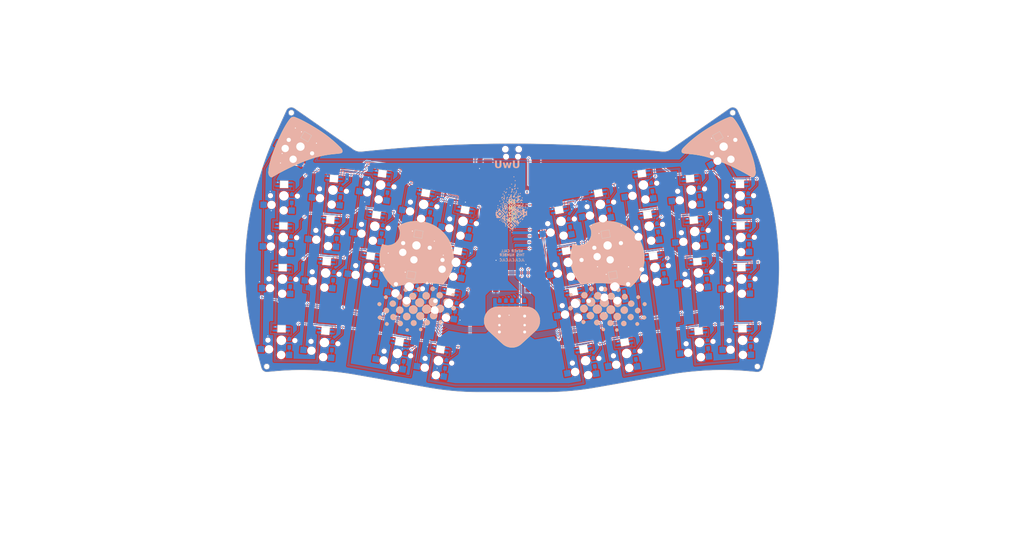
<source format=kicad_pcb>
(kicad_pcb (version 20221018) (generator pcbnew)
  (layers (0 "F.Cu" signal) (31 "B.Cu" signal) (34 "B.Paste" user) (35 "F.Paste" user) (36 "B.SilkS" user "B.Silkscreen") (37 "F.SilkS" user "F.Silkscreen") (38 "B.Mask" user) (39 "F.Mask" user) (44 "Edge.Cuts" user))
  (net 0 "")
  (net 1 "row0")
  (net 2 "Net-(D1-A)")
  (net 3 "row1")
  (net 4 "Net-(D2-A)")
  (net 5 "row2")
  (net 6 "Net-(D3-A)")
  (net 7 "row3")
  (net 8 "Net-(D4-A)")
  (net 9 "Net-(D5-A)")
  (net 10 "Net-(D6-A)")
  (net 11 "Net-(D7-A)")
  (net 12 "Net-(D8-A)")
  (net 13 "Net-(D9-A)")
  (net 14 "Net-(D10-A)")
  (net 15 "Net-(D11-A)")
  (net 16 "Net-(D12-A)")
  (net 17 "Net-(D13-A)")
  (net 18 "Net-(D14-A)")
  (net 19 "Net-(D15-A)")
  (net 20 "Net-(D16-A)")
  (net 21 "Net-(D17-A)")
  (net 22 "Net-(D18-A)")
  (net 23 "Net-(D19-A)")
  (net 24 "Net-(D20-A)")
  (net 25 "Net-(D21-A)")
  (net 26 "Net-(D22-A)")
  (net 27 "Net-(D23-A)")
  (net 28 "Net-(D24-A)")
  (net 29 "Net-(D25-A)")
  (net 30 "Net-(D26-A)")
  (net 31 "Net-(D27-A)")
  (net 32 "Net-(D28-A)")
  (net 33 "Net-(D29-A)")
  (net 34 "Net-(D30-A)")
  (net 35 "Net-(D31-A)")
  (net 36 "Net-(D32-A)")
  (net 37 "Net-(D33-A)")
  (net 38 "Net-(D34-A)")
  (net 39 "Net-(D35-A)")
  (net 40 "Net-(D36-A)")
  (net 41 "col0")
  (net 42 "col1")
  (net 43 "col2")
  (net 44 "col3")
  (net 45 "col4")
  (net 46 "col5")
  (net 47 "col6")
  (net 48 "col7")
  (net 49 "col8")
  (net 50 "col9")
  (net 51 "row4")
  (net 52 "Net-(D37-A)")
  (net 53 "Net-(D38-A)")
  (net 54 "Net-(D39-A)")
  (net 55 "Net-(D40-A)")
  (net 56 "VCC")
  (net 57 "Net-(D41-DOUT)")
  (net 58 "GND")
  (net 59 "LED")
  (net 60 "Net-(D42-DOUT)")
  (net 61 "Net-(D43-DOUT)")
  (net 62 "Net-(D44-DOUT)")
  (net 63 "Net-(D45-DOUT)")
  (net 64 "Net-(D46-DOUT)")
  (net 65 "Net-(D47-DOUT)")
  (net 66 "Net-(D48-DOUT)")
  (net 67 "Net-(D49-DOUT)")
  (net 68 "Net-(D50-DOUT)")
  (net 69 "Net-(D51-DOUT)")
  (net 70 "Net-(D53-DOUT)")
  (net 71 "Net-(D54-DOUT)")
  (net 72 "Net-(D55-DOUT)")
  (net 73 "Net-(D56-DOUT)")
  (net 74 "Net-(D57-DOUT)")
  (net 75 "Net-(D58-DOUT)")
  (net 76 "Net-(D59-DOUT)")
  (net 77 "Net-(D60-DOUT)")
  (net 78 "Net-(D61-DOUT)")
  (net 79 "Net-(D62-DOUT)")
  (net 80 "Net-(D63-DOUT)")
  (net 81 "Net-(D52-DOUT)")
  (net 82 "Net-(D64-DOUT)")
  (net 83 "Net-(D65-DOUT)")
  (net 84 "Net-(D66-DOUT)")
  (net 85 "Net-(D67-DOUT)")
  (net 86 "Net-(D68-DOUT)")
  (net 87 "Net-(D69-DOUT)")
  (net 88 "Net-(D73-DOUT)")
  (net 89 "Net-(D74-DOUT)")
  (net 90 "Net-(D75-DOUT)")
  (net 91 "Net-(D76-DOUT)")
  (net 92 "Net-(D77-DOUT)")
  (net 93 "Net-(D78-DOUT)")
  (net 94 "Net-(D79-DOUT)")
  (net 96 "Net-(D70-DOUT)")
  (net 97 "Net-(D71-DOUT)")
  (net 98 "Net-(D72-DOUT)")
  (net 99 "Net-(D81-K)")
  (net 100 "Net-(D82-K)")
  (net 101 "Net-(D83-K)")
  (net 102 "Net-(D84-K)")
  (net 103 "Net-(D85-K)")
  (net 104 "row5")
  (net 105 "Sound")
  (footprint "UWUmasterGatekeeperHusoLib:Buzzer_Mallory_AST1109MLTRQ" (layer "F.Cu") (at 149.998998 109.944 180)
    (fp_text reference "BZ1" hide)
    (fp_text value "Buzzer")
  )
  (footprint "UWUmasterGatekeeperHusoLib:Kailh_socket_PG1350 LED Window ME Version V2 mit 3d purpz" (layer "F.Cu") (at 205.949847 84.08614 8)
    (fp_text reference "SW20" hide)
    (fp_text value "SW_Push")
  )
  (footprint "UWUmasterGatekeeperHusoLib:Kailh_socket_PG1350 LED Window ME Version V2 mit 3d purpz" (layer "F.Cu") (at 73.98688 103.186449 -5)
    (fp_text reference "SW24" hide)
    (fp_text value "SW_Push")
  )
  (footprint "UWUmasterGatekeeperHusoLib:Kailh_socket_PG1350 LED Window ME Version V2 mit 3d purpz" (layer "F.Cu") (at 191.944547 108.664094 10)
    (fp_text reference "SW29" hide)
    (fp_text value "SW_Push")
  )
  (footprint "UWUmasterGatekeeperHusoLib:Kailh_socket_PG1350 LED Window ME Version V2 mit 3d purpz" (layer "F.Cu") (at 188.99253 91.922361 10)
    (fp_text reference "SW19" hide)
    (fp_text value "SW_Push")
  )
  (footprint "UWUmasterGatekeeperHusoLib:Kailh_socket_PG1350 LED Window ME Version V2 mit 3d purpz" (layer "F.Cu") (at 119.972802 138.990937 -10)
    (fp_text reference "SW36" hide)
    (fp_text value "SW_Push")
  )
  (footprint "UWUmasterGatekeeperHusoLib:Kailh_socket_PG1350 LED Window ME Version V2 mit 3d purpz" (layer "F.Cu") (at 113.961844 75.175472 -10)
    (fp_text reference "SW6" hide)
    (fp_text value "SW_Push")
  )
  (footprint "UWUmasterGatekeeperHusoLib:RPi_Pico_SMD only purple no silk no 3 pins" (layer "F.Cu") (at 149.998998 76.632)
    (fp_text reference "U1" hide)
    (fp_text value "Pico")
  )
  (footprint "UWUmasterGatekeeperHusoLib:Kailh_socket_PG1350 LED Window ME Version V2 mit 3d purpz" (layer "F.Cu") (at 91.683792 100.918351 -8)
    (fp_text reference "SW25" hide)
    (fp_text value "SW_Push")
  )
  (footprint "UWUmasterGatekeeperHusoLib:Kailh_socket_PG1350 LED Window ME Version V2 mit 3d purpz" (layer "F.Cu") (at 63.688609 51.575894 -30)
    (fp_text reference "SW1" hide)
    (fp_text value "SW_Push")
  )
  (footprint "UWUmasterGatekeeperHusoLib:Kailh_socket_PG1350 LED Window ME Version V2 mit 3d purpz" (layer "F.Cu") (at 56.367188 105.678991 -1)
    (fp_text reference "SW23" hide)
    (fp_text value "SW_Push")
  )
  (footprint "UWUmasterGatekeeperHusoLib:Kailh_socket_PG1350 LED Window ME Version V2 mit 3d purpz" (layer "F.Cu") (at 94.04974 84.083797 -8)
    (fp_text reference "SW15" hide)
    (fp_text value "SW_Push")
  )
  (footprint "UWUmasterGatekeeperHusoLib:Kailh_socket_PG1350 LED Window ME Version V2 mit 3d purpz" (layer "F.Cu") (at 236.313359 51.580903 30)
    (fp_text reference "SW2" hide)
    (fp_text value "SW_Push")
  )
  (footprint "UWUmasterGatekeeperHusoLib:Kailh_socket_PG1350 LED Window ME Version V2 mit 3d purpz" (layer "F.Cu") (at 75.468528 86.251141 -5)
    (fp_text reference "SW14" hide)
    (fp_text value "SW_Push")
  )
  (footprint "UWUmasterGatekeeperHusoLib:Kailh_socket_PG1350 LED Window ME Version V2 mit 3d purpz" (layer "F.Cu") (at 223.049589 69.316452 5)
    (fp_text reference "SW11" hide)
    (fp_text value "SW_Push")
  )
  (footprint "UWUmasterGatekeeperHusoLib:Kailh_socket_PG1350 LED Window ME Version V2 mit 3d purpz" (layer "F.Cu") (at 226.510884 131.587074 5)
    (fp_text reference "SW39" hide)
    (fp_text value "SW_Push")
  )
  (footprint "UWUmasterGatekeeperHusoLib:Kailh_socket_PG1350 LED Window ME Version V2 mit 3d purpz" (layer "F.Cu") (at 196.770547 136.042093 10)
    (fp_text reference "SW38" hide)
    (fp_text value "SW_Push")
  )
  (footprint "UWUmasterGatekeeperHusoLib:Kailh_socket_PG1350 LED Window ME Version V2 mit 3d purpz" (layer "F.Cu") (at 243.633657 105.682055 1)
    (fp_text reference "SW32" hide)
    (fp_text value "SW_Push")
  )
  (footprint "UWUmasterGatekeeperHusoLib:Kailh_socket_PG1350 LED Window ME Version V2 mit 3d purpz" (layer "F.Cu") (at 55.930182 130.661991 -1)
    (fp_text reference "SW33" hide)
    (fp_text value "SW_Push")
  )
  (footprint "UWUmasterGatekeeperHusoLib:Kailh_socket_PG1350 LED Window ME Version V2 mit 3d purpz" (layer "F.Cu") (at 56.663875 88.681585 -1)
    (fp_text reference "SW13" hide)
    (fp_text value "SW_Push")
  )
  (footprint "UWUmasterGatekeeperHusoLib:Kailh_socket_PG1350 LED Window ME Version V2 mit 3d purpz" (layer "F.Cu") (at 108.057803 108.658935 -10)
    (fp_text reference "SW26" hide)
    (fp_text value "SW_Push")
  )
  (footprint "UWUmasterGatekeeperHusoLib:Kailh_socket_PG1350 LED Window ME Version V2 mit 3d purpz" (layer "F.Cu") (at 172.943085 98.815294 10)
    (fp_text reference "SW18" hide)
    (fp_text value "SW_Push")
  )
  (footprint "UWUmasterGatekeeperHusoLib:Kailh_socket_PG1350 LED Window ME Version V2 mit 3d purpz" (layer "F.Cu") (at 243.040275 71.687239 1)
    (fp_text reference "SW12" hide)
    (fp_text value "SW_Push")
  )
  (footprint "UWUmasterGatekeeperHusoLib:Kailh_socket_PG1350 LED Window ME Version V2 mit 3d purpz" (layer "F.Cu") (at 111.009822 91.917206 -10)
    (fp_text reference "SW16" hide)
    (fp_text value "SW_Push")
  )
  (footprint "UWUmasterGatekeeperHusoLib:Kailh_socket_PG1350 LED Window ME Version V2 mit 3d purpz" (layer "F.Cu") (at 56.960568 71.684176 -1)
    (fp_text reference "SW3" hide)
    (fp_text value "SW_Push")
  )
  (footprint "UWUmasterGatekeeperHusoLib:Kailh_socket_PG1350 LED Window ME Version V2 mit 3d purpz" (layer "F.Cu") (at 127.05682 98.810208 -10)
    (fp_text reference "SW17" hide)
    (fp_text value "SW_Push")
  )
  (footprint "UWUmasterGatekeeperHusoLib:Kailh_socket_PG1350 LED Window ME Version V2 mit 3d purpz" (layer "F.Cu") (at 244.069655 130.663063 1)
    (fp_text reference "SW40" hide)
    (fp_text value "SW_Push")
  )
  (footprint "UWUmasterGatekeeperHusoLib:Kailh_socket_PG1350 LED Window ME Version V2 mit 3d purpz" (layer "F.Cu") (at 203.583901 67.251581 8)
    (fp_text reference "SW10" hide)
    (fp_text value "SW_Push")
  )
  (footprint "UWUmasterGatekeeperHusoLib:Kailh_socket_PG1350 LED Window ME Version V2 mit 3d purpz" (layer "F.Cu") (at 103.230801 136.038937 -10)
    (fp_text reference "SW35" hide)
    (fp_text value "SW_Push")
  )
  (footprint "UWUmasterGatekeeperHusoLib:Kailh_socket_PG1350 LED Window ME Version V2 mit 3d purpz" (layer "F.Cu") (at 243.336969 88.684655 1)
    (fp_text reference "SW22" hide)
    (fp_text value "SW_Push")
  )
  (footprint "UWUmasterGatekeeperHusoLib:Kailh_socket_PG1350 LED Window ME Version V2 mit 3d purpz" (layer "F.Cu") (at 208.315789 100.920699 8)
    (fp_text reference "SW30" hide)
    (fp_text value "SW_Push")
  )
  (footprint "UWUmasterGatekeeperHusoLib:5Way-non-reverse no silk 3D Model" (layer "F.Cu") (at 149.998998 124.002)
    (fp_text reference "HAT1" hide)
    (fp_text value "5Way-Tactile_K1-1506DN-01")
  )
  (footprint "UWUmasterGatekeeperHusoLib:Kailh_socket_PG1350 LED Window ME Version V2 mit 3d purpz" (layer "F.Cu") (at 130.008844 82.068471 -10)
    (fp_text reference "SW7" hide)
    (fp_text value "SW_Push")
  )
  (footprint "UWUmasterGatekeeperHusoLib:Kailh_socket_PG1350 LED Window ME Version V2 mit 3d purpz" (layer "F.Cu") (at 186.04051 75.180629 10)
    (fp_text reference "SW9" hide)
    (fp_text value "SW_Push")
  )
  (footprint "UWUmasterGatekeeperHusoLib:Kailh_socket_PG1350 LED Window ME Version V2 mit 3d purpz" (layer "F.Cu") (at 73.490883 131.579447 -5)
    (fp_text reference "SW34" hide)
    (fp_text value "SW_Push")
  )
  (footprint "UWUmasterGatekeeperHusoLib:Kailh_socket_PG1350 LED Window ME Version V2 mit 3d purpz" (layer "F.Cu") (at 226.012888 103.187074 5)
    (fp_text reference "SW31" hide)
    (fp_text value "SW_Push")
  )
  (footprint "UWUmasterGatekeeperHusoLib:Kailh_socket_PG1350 LED Window ME Version V2 mit 3d purpz" (layer "F.Cu") (at 96.415684 67.24924 -8)
    (fp_text reference "SW5" hide)
    (fp_text value "SW_Push")
  )
  (footprint "UWUmasterGatekeeperHusoLib:Kailh_socket_PG1350 LED Window ME Version V2 mit 3d purpz" (layer "F.Cu") (at 76.950173 69.315829 -5)
    (fp_text reference "SW4" hide)
    (fp_text value "SW_Push")
  )
  (footprint "UWUmasterGatekeeperHusoLib:Kailh_socket_PG1350 LED Window ME Version V2 mit 3d purpz" (layer "F.Cu") (at 180.029102 138.99403 10)
    (fp_text reference "SW37" hide)
    (fp_text value "SW_Push")
  )
  (footprint "UWUmasterGatekeeperHusoLib:Kailh_socket_PG1350 LED Window ME Version V2 mit 3d purpz" (layer "F.Cu") (at 175.895105 115.557031 10)
    (fp_text reference "SW28" hide)
    (fp_text value "SW_Push")
  )
  (footprint "UWUmasterGatekeeperHusoLib:Kailh_socket_PG1350 LED Window ME Version V2 mit 3d purpz" (layer "F.Cu") (at 169.991064 82.073566 10)
    (fp_text reference "SW8" hide)
    (fp_text value "SW_Push")
  )
  (footprint "UWUmasterGatekeeperHusoLib:Kailh_socket_PG1350 LED Window ME Version V2 mit 3d purpz" (layer "F.Cu") (at 124.104805 115.55194 -10)
    (fp_text reference "SW27" hide)
    (fp_text value "SW_Push")
  )
  (footprint "UWUmasterGatekeeperHusoLib:Kailh_socket_PG1350 LED Window ME Version V2 mit 3d purpz" (layer "F.Cu") (at 224.531237 86.251764 5)
    (fp_text reference "SW21" hide)
    (fp_text value "SW_Push")
  )
  (footprint "UWUmasterGatekeeperHusoLib:Diode_SOD123 triangle clean" (layer "B.Cu") (at 183.453045 139.594375 -80)
    (fp_text reference "D37" hide)
    (fp_text value "D_Small" hide)
  )
  (footprint "UWUmasterGatekeeperHusoLib:SK6812-MINI-E mit LED v2 ohne silk LED FRAME" (layer "B.Cu") (at 243.984492 125.963609 -179)
    (fp_text reference "D76" hide)
    (fp_text value "SK6812MINI-E" hide)
    (fp_line (start -1.7 -1.5) (end -1.7 1.5) (stroke (width 0.12)) (layer "Edge.Cuts"))
    (fp_line (start -1.7 1.5) (end 1.7 1.5) (stroke (width 0.12)) (layer "Edge.Cuts"))
    (fp_line (start 1.7 -1.5) (end -1.7 -1.5) (stroke (width 0.12)) (layer "Edge.Cuts"))
    (fp_line (start 1.7 1.5) (end 1.7 -1.5) (stroke (width 0.12)) (layer "Edge.Cuts"))
  )
  (footprint "UWUmasterGatekeeperHusoLib:SK6812-MINI-E mit LED v2 ohne silk LED FRAME" (layer "B.Cu") (at 224.11676 81.568644 -175)
    (fp_text reference "D73" hide)
    (fp_text value "SK6812MINI-E" hide)
    (fp_line (start -1.7 -1.5) (end -1.7 1.5) (stroke (width 0.12)) (layer "Edge.Cuts"))
    (fp_line (start -1.7 1.5) (end 1.7 1.5) (stroke (width 0.12)) (layer "Edge.Cuts"))
    (fp_line (start 1.7 -1.5) (end -1.7 -1.5) (stroke (width 0.12)) (layer "Edge.Cuts"))
    (fp_line (start 1.7 1.5) (end 1.7 -1.5) (stroke (width 0.12)) (layer "Edge.Cuts"))
  )
  (footprint "UWUmasterGatekeeperHusoLib:SK6812-MINI-E mit LED v2 ohne silk LED FRAME" (layer "B.Cu") (at 104.046842 131.399243 170)
    (fp_text reference "D53" hide)
    (fp_text value "SK6812MINI-E" hide)
    (fp_line (start -1.7 -1.5) (end -1.7 1.5) (stroke (width 0.12)) (layer "Edge.Cuts"))
    (fp_line (start -1.7 1.5) (end 1.7 1.5) (stroke (width 0.12)) (layer "Edge.Cuts"))
    (fp_line (start 1.7 -1.5) (end -1.7 -1.5) (stroke (width 0.12)) (layer "Edge.Cuts"))
    (fp_line (start 1.7 1.5) (end 1.7 -1.5) (stroke (width 0.12)) (layer "Edge.Cuts"))
  )
  (footprint "UWUmasterGatekeeperHusoLib:Diode_SOD123 triangle clean" (layer "B.Cu") (at 116.865134 76.707841 -100)
    (fp_text reference "D6" hide)
    (fp_text value "D_Small" hide)
  )
  (footprint "UWUmasterGatekeeperHusoLib:SK6812-MINI-E mit LED v2 ohne silk LED FRAME" (layer "B.Cu") (at 191.133568 104.03535 -170)
    (fp_text reference "D67" hide)
    (fp_text value "SK6812MINI-E" hide)
    (fp_line (start -1.7 -1.5) (end -1.7 1.5) (stroke (width 0.12)) (layer "Edge.Cuts"))
    (fp_line (start -1.7 1.5) (end 1.7 1.5) (stroke (width 0.12)) (layer "Edge.Cuts"))
    (fp_line (start 1.7 -1.5) (end -1.7 -1.5) (stroke (width 0.12)) (layer "Edge.Cuts"))
    (fp_line (start 1.7 1.5) (end 1.7 -1.5) (stroke (width 0.12)) (layer "Edge.Cuts"))
  )
  (footprint "UWUmasterGatekeeperHusoLib:SK6812-MINI-E mit LED v2 ohne silk LED FRAME" (layer "B.Cu") (at 185.226758 70.555003 -170)
    (fp_text reference "D65" hide)
    (fp_text value "SK6812MINI-E" hide)
    (fp_line (start -1.7 -1.5) (end -1.7 1.5) (stroke (width 0.12)) (layer "Edge.Cuts"))
    (fp_line (start -1.7 1.5) (end 1.7 1.5) (stroke (width 0.12)) (layer "Edge.Cuts"))
    (fp_line (start 1.7 -1.5) (end -1.7 -1.5) (stroke (width 0.12)) (layer "Edge.Cuts"))
    (fp_line (start 1.7 1.5) (end 1.7 -1.5) (stroke (width 0.12)) (layer "Edge.Cuts"))
  )
  (footprint "UWUmasterGatekeeperHusoLib:Diode_SOD123 triangle clean" (layer "B.Cu") (at 154.998997 116.151998 90)
    (fp_text reference "D85" hide)
    (fp_text value "D_Small" hide)
  )
  (footprint "UWUmasterGatekeeperHusoLib:Diode_SOD123 triangle clean" (layer "B.Cu") (at 97.074982 85.422503 -98)
    (fp_text reference "D15" hide)
    (fp_text value "D_Small" hide)
  )
  (footprint "UWUmasterGatekeeperHusoLib:Diode_SOD123 triangle clean" (layer "B.Cu") (at 78.651182 87.416172 -95)
    (fp_text reference "D14" hide)
    (fp_text value "D_Small" hide)
  )
  (footprint "UWUmasterGatekeeperHusoLib:SK6812-MINI-E mit LED v2 ohne silk LED FRAME" (layer "B.Cu") (at 225.601074 98.498095 -175)
    (fp_text reference "D74" hide)
    (fp_text value "SK6812MINI-E" hide)
    (fp_line (start -1.7 -1.5) (end -1.7 1.5) (stroke (width 0.12)) (layer "Edge.Cuts"))
    (fp_line (start -1.7 1.5) (end 1.7 1.5) (stroke (width 0.12)) (layer "Edge.Cuts"))
    (fp_line (start 1.7 -1.5) (end -1.7 -1.5) (stroke (width 0.12)) (layer "Edge.Cuts"))
    (fp_line (start 1.7 1.5) (end 1.7 -1.5) (stroke (width 0.12)) (layer "Edge.Cuts"))
  )
  (footprint "UWUmasterGatekeeperHusoLib:Diode_SOD123 triangle clean" (layer "B.Cu") (at 147.498997 116.152 90)
    (fp_text reference "D82" hide)
    (fp_text value "D_Small" hide)
  )
  (footprint "UWUmasterGatekeeperHusoLib:Diode_SOD123 triangle clean" (layer "B.Cu") (at 60.173981 72.819925 -91)
    (fp_text reference "D3" hide)
    (fp_text value "D_Small" hide)
  )
  (footprint "UWUmasterGatekeeperHusoLib:Diode_SOD123 triangle clean" (layer "B.Cu") (at 211.723629 101.670671 -82)
    (fp_text reference "D30" hide)
    (fp_text value "D_Small" hide)
  )
  (footprint "UWUmasterGatekeeperHusoLib:SK6812-MINI-E mit LED v2 ohne silk LED FRAME" (layer "B.Cu") (at 66.037854 47.504725 150)
    (fp_text reference "D41" hide)
    (fp_text value "SK6812MINI-E" hide)
    (fp_line (start -1.7 -1.5) (end -1.7 1.5) (stroke (width 0.12)) (layer "Edge.Cuts"))
    (fp_line (start -1.7 1.5) (end 1.7 1.5) (stroke (width 0.12)) (layer "Edge.Cuts"))
    (fp_line (start 1.7 -1.5) (end -1.7 -1.5) (stroke (width 0.12)) (layer "Edge.Cuts"))
    (fp_line (start 1.7 1.5) (end 1.7 -1.5) (stroke (width 0.12)) (layer "Edge.Cuts"))
  )
  (footprint "UWUmasterGatekeeperHusoLib:SK6812-MINI-E mit LED v2 ohne silk LED FRAME" (layer "B.Cu") (at 243.253489 83.985607 -179)
    (fp_text reference "D78" hide)
    (fp_text value "SK6812MINI-E" hide)
    (fp_line (start -1.7 -1.5) (end -1.7 1.5) (stroke (width 0.12)) (layer "Edge.Cuts"))
    (fp_line (start -1.7 1.5) (end 1.7 1.5) (stroke (width 0.12)) (layer "Edge.Cuts"))
    (fp_line (start 1.7 -1.5) (end -1.7 -1.5) (stroke (width 0.12)) (layer "Edge.Cuts"))
    (fp_line (start 1.7 1.5) (end 1.7 -1.5) (stroke (width 0.12)) (layer "Edge.Cuts"))
  )
  (footprint "UWUmasterGatekeeperHusoLib:Diode_SOD123 triangle clean" (layer "B.Cu") (at 152.498998 116.152004 90)
    (fp_text reference "D84" hide)
    (fp_text value "D_Small" hide)
  )
  (footprint "UWUmasterGatekeeperHusoLib:Diode_SOD123 triangle clean" (layer "B.Cu") (at 207.008665 68.121957 -82)
    (fp_text reference "D10" hide)
    (fp_text value "D_Small" hide)
  )
  (footprint "UWUmasterGatekeeperHusoLib:Diode_SOD123 triangle clean" (layer "B.Cu") (at 226.390634 70.035903 -85)
    (fp_text reference "D11" hide)
    (fp_text value "D_Small" hide)
  )
  (footprint "UWUmasterGatekeeperHusoLib:Diode_SOD123 triangle clean" (layer "B.Cu") (at 59.576391 107.05571 -91)
    (fp_text reference "D23" hide)
    (fp_text value "D_Small" hide)
  )
  (footprint "UWUmasterGatekeeperHusoLib:SK6812-MINI-E mit LED v2 ohne silk LED FRAME" (layer "B.Cu") (at 114.780414 70.541886 170)
    (fp_text reference "D56" hide)
    (fp_text value "SK6812MINI-E" hide)
    (fp_line (start -1.7 -1.5) (end -1.7 1.5) (stroke (width 0.12)) (layer "Edge.Cuts"))
    (fp_line (start -1.7 1.5) (end 1.7 1.5) (stroke (width 0.12)) (layer "Edge.Cuts"))
    (fp_line (start 1.7 -1.5) (end -1.7 -1.5) (stroke (width 0.12)) (layer "Edge.Cuts"))
    (fp_line (start 1.7 1.5) (end 1.7 -1.5) (stroke (width 0.12)) (layer "Edge.Cuts"))
  )
  (footprint "UWUmasterGatekeeperHusoLib:SK6812-MINI-E mit LED v2 ohne silk LED FRAME" (layer "B.Cu") (at 202.939735 62.598002 -172)
    (fp_text reference "D71" hide)
    (fp_text value "SK6812MINI-E" hide)
    (fp_line (start -1.7 -1.5) (end -1.7 1.5) (stroke (width 0.12)) (layer "Edge.Cuts"))
    (fp_line (start -1.7 1.5) (end 1.7 1.5) (stroke (width 0.12)) (layer "Edge.Cuts"))
    (fp_line (start 1.7 -1.5) (end -1.7 -1.5) (stroke (width 0.12)) (layer "Edge.Cuts"))
    (fp_line (start 1.7 1.5) (end 1.7 -1.5) (stroke (width 0.12)) (layer "Edge.Cuts"))
  )
  (footprint "UWUmasterGatekeeperHusoLib:SK6812-MINI-E mit LED v2 ohne silk LED FRAME" (layer "B.Cu") (at 188.175754 87.299997 -170)
    (fp_text reference "D66" hide)
    (fp_text value "SK6812MINI-E" hide)
    (fp_line (start -1.7 -1.5) (end -1.7 1.5) (stroke (width 0.12)) (layer "Edge.Cuts"))
    (fp_line (start -1.7 1.5) (end 1.7 1.5) (stroke (width 0.12)) (layer "Edge.Cuts"))
    (fp_line (start 1.7 -1.5) (end -1.7 -1.5) (stroke (width 0.12)) (layer "Edge.Cuts"))
    (fp_line (start 1.7 1.5) (end 1.7 -1.5) (stroke (width 0.12)) (layer "Edge.Cuts"))
  )
  (footprint "UWUmasterGatekeeperHusoLib:SK6812-MINI-E mit LED v2 ohne silk LED FRAME" (layer "B.Cu") (at 205.29273 79.429002 -172)
    (fp_text reference "D70" hide)
    (fp_text value "SK6812MINI-E" hide)
    (fp_line (start -1.7 -1.5) (end -1.7 1.5) (stroke (width 0.12)) (layer "Edge.Cuts"))
    (fp_line (start -1.7 1.5) (end 1.7 1.5) (stroke (width 0.12)) (layer "Edge.Cuts"))
    (fp_line (start 1.7 -1.5) (end -1.7 -1.5) (stroke (width 0.12)) (layer "Edge.Cuts"))
    (fp_line (start 1.7 1.5) (end 1.7 -1.5) (stroke (width 0.12)) (layer "Edge.Cuts"))
  )
  (footprint "UWUmasterGatekeeperHusoLib:SK6812-MINI-E mit LED v2 ohne silk LED FRAME" (layer "B.Cu") (at 127.877847 94.178244 170)
    (fp_text reference "D58" hide)
    (fp_text value "SK6812MINI-E" hide)
    (fp_line (start -1.7 -1.5) (end -1.7 1.5) (stroke (width 0.12)) (layer "Edge.Cuts"))
    (fp_line (start -1.7 1.5) (end 1.7 1.5) (stroke (width 0.12)) (layer "Edge.Cuts"))
    (fp_line (start 1.7 -1.5) (end -1.7 -1.5) (stroke (width 0.12)) (layer "Edge.Cuts"))
    (fp_line (start 1.7 1.5) (end 1.7 -1.5) (stroke (width 0.12)) (layer "Edge.Cuts"))
  )
  (footprint "UWUmasterGatekeeperHusoLib:SK6812-MINI-E mit LED v2 ohne silk LED FRAME" (layer "B.Cu") (at 94.704962 79.428307 172)
    (fp_text reference "D51" hide)
    (fp_text value "SK6812MINI-E" hide)
    (fp_line (start -1.7 -1.5) (end -1.7 1.5) (stroke (width 0.12)) (layer "Edge.Cuts"))
    (fp_line (start -1.7 1.5) (end 1.7 1.5) (stroke (width 0.12)) (layer "Edge.Cuts"))
    (fp_line (start 1.7 -1.5) (end -1.7 -1.5) (stroke (width 0.12)) (layer "Edge.Cuts"))
    (fp_line (start 1.7 1.5) (end 1.7 -1.5) (stroke (width 0.12)) (layer "Edge.Cuts"))
  )
  (footprint "UWUmasterGatekeeperHusoLib:Diode_SOD123 triangle clean" (layer "B.Cu") (at 246.912335 106.510796 -89)
    (fp_text reference "D32" hide)
    (fp_text value "D_Small" hide)
  )
  (footprint "UWUmasterGatekeeperHusoLib:SK6812-MINI-E mit LED v2 ohne silk LED FRAME" (layer "B.Cu") (at 97.071844 62.589245 172)
    (fp_text reference "D50" hide)
    (fp_text value "SK6812MINI-E" hide)
    (fp_line (start -1.7 -1.5) (end -1.7 1.5) (stroke (width 0.12)) (layer "Edge.Cuts"))
    (fp_line (start -1.7 1.5) (end 1.7 1.5) (stroke (width 0.12)) (layer "Edge.Cuts"))
    (fp_line (start 1.7 -1.5) (end -1.7 -1.5) (stroke (width 0.12)) (layer "Edge.Cuts"))
    (fp_line (start 1.7 1.5) (end 1.7 -1.5) (stroke (width 0.12)) (layer "Edge.Cuts"))
  )
  (footprint "UWUmasterGatekeeperHusoLib:SK6812-MINI-E mit LED v2 ohne silk LED FRAME" (layer "B.Cu") (at 233.966009 47.507515 -150)
    (fp_text reference "D80" hide)
    (fp_text value "SK6812MINI-E" hide)
    (fp_line (start -1.7 -1.5) (end -1.7 1.5) (stroke (width 0.12)) (layer "Edge.Cuts"))
    (fp_line (start -1.7 1.5) (end 1.7 1.5) (stroke (width 0.12)) (layer "Edge.Cuts"))
    (fp_line (start 1.7 -1.5) (end -1.7 -1.5) (stroke (width 0.12)) (layer "Edge.Cuts"))
    (fp_line (start 1.7 1.5) (end 1.7 -1.5) (stroke (width 0.12)) (layer "Edge.Cuts"))
  )
  (footprint "UWUmasterGatekeeperHusoLib:Diode_SOD123 triangle clean" (layer "B.Cu") (at 94.695113 102.356137 -98)
    (fp_text reference "D25" hide)
    (fp_text value "D_Small" hide)
  )
  (footprint "UWUmasterGatekeeperHusoLib:SK6812-MINI-E mit LED v2 ohne silk LED FRAME" (layer "B.Cu") (at 195.96476 131.427997 -170)
    (fp_text reference "D68" hide)
    (fp_text value "SK6812MINI-E" hide)
    (fp_line (start -1.7 -1.5) (end -1.7 1.5) (stroke (width 0.12)) (layer "Edge.Cuts"))
    (fp_line (start -1.7 1.5) (end 1.7 1.5) (stroke (width 0.12)) (layer "Edge.Cuts"))
    (fp_line (start 1.7 -1.5) (end -1.7 -1.5) (stroke (width 0.12)) (layer "Edge.Cuts"))
    (fp_line (start 1.7 1.5) (end 1.7 -1.5) (stroke (width 0.12)) (layer "Edge.Cuts"))
  )
  (footprint "UWUmasterGatekeeperHusoLib:SK6812-MINI-E mit LED v2 ohne silk LED FRAME" (layer "B.Cu") (at 130.82941 77.43889 170)
    (fp_text reference "D57" hide)
    (fp_text value "SK6812MINI-E" hide)
    (fp_line (start -1.7 -1.5) (end -1.7 1.5) (stroke (width 0.12)) (layer "Edge.Cuts"))
    (fp_line (start -1.7 1.5) (end 1.7 1.5) (stroke (width 0.12)) (layer "Edge.Cuts"))
    (fp_line (start 1.7 -1.5) (end -1.7 -1.5) (stroke (width 0.12)) (layer "Edge.Cuts"))
    (fp_line (start 1.7 1.5) (end 1.7 -1.5) (stroke (width 0.12)) (layer "Edge.Cuts"))
  )
  (footprint "UWUmasterGatekeeperHusoLib:Diode_SOD123 triangle clean" (layer "B.Cu") (at 246.317646 72.440984 -89)
    (fp_text reference "D12" hide)
    (fp_text value "D_Small" hide)
  )
  (footprint "UWUmasterGatekeeperHusoLib:Diode_SOD123 triangle clean" (layer "B.Cu") (at 99.428604 68.67562 -98)
    (fp_text reference "D5" hide)
    (fp_text value "D_Small" hide)
  )
  (footprint "UWUmasterGatekeeperHusoLib:SK6812-MINI-E mit LED v2 ohne silk LED FRAME" (layer "B.Cu") (at 56.748154 83.9784 179)
    (fp_text reference "D43" hide)
    (fp_text value "SK6812MINI-E" hide)
    (fp_line (start -1.7 -1.5) (end -1.7 1.5) (stroke (width 0.12)) (layer "Edge.Cuts"))
    (fp_line (start -1.7 1.5) (end 1.7 1.5) (stroke (width 0.12)) (layer "Edge.Cuts"))
    (fp_line (start 1.7 -1.5) (end -1.7 -1.5) (stroke (width 0.12)) (layer "Edge.Cuts"))
    (fp_line (start 1.7 1.5) (end 1.7 -1.5) (stroke (width 0.12)) (layer "Edge.Cuts"))
  )
  (footprint "UWUmasterGatekeeperHusoLib:Diode_SOD123 triangle clean" (layer "B.Cu") (at 132.963632 83.745709 -100)
    (fp_text reference "D7" hide)
    (fp_text value "D_Small" hide)
  )
  (footprint "UWUmasterGatekeeperHusoLib:Diode_SOD123 triangle clean" (layer "B.Cu") (at 189.451462 75.621868 -80)
    (fp_text reference "D9" hide)
    (fp_text value "D_Small" hide)
  )
  (footprint "UWUmasterGatekeeperHusoLib:SK6812-MINI-E mit LED v2 ohne silk LED FRAME" (layer "B.Cu") (at 124.917416 110.913889 170)
    (fp_text reference "D59" hide)
    (fp_text value "SK6812MINI-E" hide)
    (fp_line (start -1.7 -1.5) (end -1.7 1.5) (stroke (width 0.12)) (layer "Edge.Cuts"))
    (fp_line (start -1.7 1.5) (end 1.7 1.5) (stroke (width 0.12)) (layer "Edge.Cuts"))
    (fp_line (start 1.7 -1.5) (end -1.7 -1.5) (stroke (width 0.12)) (layer "Edge.Cuts"))
    (fp_line (start 1.7 1.5) (end 1.7 -1.5) (stroke (width 0.12)) (layer "Edge.Cuts"))
  )
  (footprint "UWUmasterGatekeeperHusoLib:Diode_SOD123 triangle clean" (layer "B.Cu") (at 247.351648 131.503936 -90)
    (fp_text reference "D40" hide)
    (fp_text value "D_Small" hide)
  )
  (footprint "UWUmasterGatekeeperHusoLib:SK6812-MINI-E mit LED v2 ohne silk LED FRAME" (layer "B.Cu") (at 179.207037 134.349563 -170)
    (fp_text reference "D61" hide)
    (fp_text value "SK6812MINI-E" hide)
    (fp_line (start -1.7 -1.5) (end -1.7 1.5) (stroke (width 0.12)) (layer "Edge.Cuts"))
    (fp_line (start -1.7 1.5) (end 1.7 1.5) (stroke (width 0.12)) (layer "Edge.Cuts"))
    (fp_line (start 1.7 -1.5) (end -1.7 -1.5) (stroke (width 0.12)) (layer "Edge.Cuts"))
    (fp_line (start 1.7 1.5) (end 1.7 -1.5) (stroke (width 0.12)) (layer "Edge.Cuts"))
  )
  (footprint "UWUmasterGatekeeperHusoLib:SK6812-MINI-E mit LED v2 ohne silk LED FRAME" (layer "B.Cu") (at 120.785413 134.360892 170)
    (fp_text reference "D60" hide)
    (fp_text value "SK6812MINI-E" hide)
    (fp_line (start -1.7 -1.5) (end -1.7 1.5) (stroke (width 0.12)) (layer "Edge.Cuts"))
    (fp_line (start -1.7 1.5) (end 1.7 1.5) (stroke (width 0.12)) (layer "Edge.Cuts"))
    (fp_line (start 1.7 -1.5) (end -1.7 -1.5) (stroke (width 0.12)) (layer "Edge.Cuts"))
    (fp_line (start 1.7 1.5) (end 1.7 -1.5) (stroke (width 0.12)) (layer "Edge.Cuts"))
  )
  (footprint "UWUmasterGatekeeperHusoLib:Diode_SOD123 triangle clean" (layer "B.Cu") (at 239.611881 50.796722 -60)
    (fp_text reference "D2" hide)
    (fp_text value "D_Small" hide)
  )
  (footprint "UWUmasterGatekeeperHusoLib:Diode_SOD123 triangle clean" (layer "B.Cu") (at 130.034388 100.358277 -100)
    (fp_text reference "D17" hide)
    (fp_text value "D_Small" hide)
  )
  (footprint "UWUmasterGatekeeperHusoLib:Diode_SOD123 triangle clean" (layer "B.Cu") (at 229.355621 103.925884 -85)
    (fp_text reference "D31" hide)
    (fp_text value "D_Small" hide)
  )
  (footprint "UWUmasterGatekeeperHusoLib:SK6812-MINI-E mit LED v2 ohne silk LED FRAME" (layer "B.Cu") (at 243.557308 100.975839 -179)
    (fp_text reference "D77" hide)
    (fp_text value "SK6812MINI-E" hide)
    (fp_line (start -1.7 -1.5) (end -1.7 1.5) (stroke (width 0.12)) (layer "Edge.Cuts"))
    (fp_line (start -1.7 1.5) (end 1.7 1.5) (stroke (width 0.12)) (layer "Edge.Cuts"))
    (fp_line (start 1.7 -1.5) (end -1.7 -1.5) (stroke (width 0.12)) (layer "Edge.Cuts"))
    (fp_line (start 1.7 1.5) (end 1.7 -1.5) (stroke (width 0.12)) (layer "Edge.Cuts"))
  )
  (footprint "UWUmasterGatekeeperHusoLib:Diode_SOD123 triangle clean" (layer "B.Cu") (at 227.869597 86.940585 -85)
    (fp_text reference "D21" hide)
    (fp_text value "D_Small" hide)
  )
  (footprint "UWUmasterGatekeeperHusoLib:Diode_SOD123 triangle clean" (layer "B.Cu") (at 173.429201 82.746341 -80)
    (fp_text reference "D8" hide)
    (fp_text value "D_Small" hide)
  )
  (footprint "UWUmasterGatekeeperHusoLib:Diode_SOD123 triangle clean" (layer "B.Cu") (at 246.619255 89.720358 -89)
    (fp_text reference "D22" hide)
    (fp_text value "D_Small" hide)
  )
  (footprint "UWUmasterGatekeeperHusoLib:SK6812-MINI-E mit LED v2 ohne silk LED FRAME" (layer "B.Cu") (at 169.178562 77.443348 -170)
    (fp_text reference "D64" hide)
    (fp_text value "SK6812MINI-E" hide)
    (fp_line (start -1.7 -1.5) (end -1.7 1.5) (stroke (width 0.12)) (layer "Edge.Cuts"))
    (fp_line (start -1.7 1.5) (end 1.7 1.5) (stroke (width 0.12)) (layer "Edge.Cuts"))
    (fp_line (start 1.7 -1.5) (end -1.7 -1.5) (stroke (width 0.12)) (layer "Edge.Cuts"))
    (fp_line (start 1.7 1.5) (end 1.7 -1.5) (stroke (width 0.12)) (layer "Edge.Cuts"))
  )
  (footprint "UWUmasterGatekeeperHusoLib:Diode_SOD123 triangle clean" (layer "B.Cu") (at 65.969344 54.185346 -120)
    (fp_text reference "D1" hide)
    (fp_text value "D_Small" hide)
  )
  (footprint "UWUmasterGatekeeperHusoLib:SK6812-MINI-E mit LED v2 ohne silk LED FRAME" (layer "B.Cu") (at 111.827845 87.280238 170)
    (fp_text reference "D55" hide)
    (fp_text value "SK6812MINI-E" hide)
    (fp_line (start -1.7 -1.5) (end -1.7 1.5) (stroke (width 0.12)) (layer "Edge.Cuts"))
    (fp_line (start -1.7 1.5) (end 1.7 1.5) (stroke (width 0.12)) (layer "Edge.Cuts"))
    (fp_line (start 1.7 -1.5) (end -1.7 -1.5) (stroke (width 0.12)) (layer "Edge.Cuts"))
    (fp_line (start 1.7 1.5) (end 1.7 -1.5) (stroke (width 0.12)) (layer "Edge.Cuts"))
  )
  (footprint "UWUmasterGatekeeperHusoLib:SK6812-MINI-E mit LED v2 ohne silk LED FRAME" (layer "B.Cu") (at 56.014841 125.961244 179)
    (fp_text reference "D45" hide)
    (fp_text value "SK6812MINI-E" hide)
    (fp_line (start -1.7 -1.5) (end -1.7 1.5) (stroke (width 0.12)) (layer "Edge.Cuts"))
    (fp_line (start -1.7 1.5) (end 1.7 1.5) (stroke (width 0.12)) (layer "Edge.Cuts"))
    (fp_line (start 1.7 -1.5) (end -1.7 -1.5) (stroke (width 0.12)) (layer "Edge.Cuts"))
    (fp_line (start 1.7 1.5) (end 1.7 -1.5) (stroke (width 0.12)) (layer "Edge.Cuts"))
  )
  (footprint "UWUmasterGatekeeperHusoLib:SK6812-MINI-E mit LED v2 ohne silk LED FRAME" (layer "B.Cu") (at 92.335846 96.247235 172)
    (fp_text reference "D52" hide)
    (fp_text value "SK6812MINI-E" hide)
    (fp_line (start -1.7 -1.5) (end -1.7 1.5) (stroke (width 0.12)) (layer "Edge.Cuts"))
    (fp_line (start -1.7 1.5) (end 1.7 1.5) (stroke (width 0.12)) (layer "Edge.Cuts"))
    (fp_line (start 1.7 -1.5) (end -1.7 -1.5) (stroke (width 0.12)) (layer "Edge.Cuts"))
    (fp_line (start 1.7 1.5) (end 1.7 -1.5) (stroke (width 0.12)) (layer "Edge.Cuts"))
  )
  (footprint "UWUmasterGatekeeperHusoLib:Diode_SOD123 triangle clean" (layer "B.Cu") (at 113.942888 93.280734 -100)
    (fp_text reference "D16" hide)
    (fp_text value "D_Small" hide)
  )
  (footprint "UWUmasterGatekeeperHusoLib:Diode_SOD123 triangle clean" (layer "B.Cu") (at 122.970032 140.422222 -100)
    (fp_text reference "D36" hide)
    (fp_text value "D_Small" hide)
  )
  (footprint "UWUmasterGatekeeperHusoLib:SK6812-MINI-E mit LED v2 ohne silk LED FRAME" (layer "B.Cu") (at 75.879844 81.566242 175)
    (fp_text reference "D48" hide)
    (fp_text value "SK6812MINI-E" hide)
    (fp_line (start -1.7 -1.5) (end -1.7 1.5) (stroke (width 0.12)) (layer "Edge.Cuts"))
    (fp_line (start -1.7 1.5) (end 1.7 1.5) (stroke (width 0.12)) (layer "Edge.Cuts"))
    (fp_line (start 1.7 -1.5) (end -1.7 -1.5) (stroke (width 0.12)) (layer "Edge.Cuts"))
    (fp_line (start 1.7 1.5) (end 1.7 -1.5) (stroke (width 0.12)) (layer "Edge.Cuts"))
  )
  (footprint "UWUmasterGatekeeperHusoLib:SK6812-MINI-E mit LED v2 ohne silk LED FRAME" (layer "B.Cu") (at 242.957487 66.986612 -179)
    (fp_text reference "D79" hide)
    (fp_text value "SK6812MINI-E" hide)
    (fp_line (start -1.7 -1.5) (end -1.7 1.5) (stroke (width 0.12)) (layer "Edge.Cuts"))
    (fp_line (start -1.7 1.5) (end 1.7 1.5) (stroke (width 0.12)) (layer "Edge.Cuts"))
    (fp_line (start 1.7 -1.5) (end -1.7 -1.5) (stroke (width 0.12)) (layer "Edge.Cuts"))
    (fp_line (start 1.7 1.5) (end 1.7 -1.5) (stroke (width 0.12)) (layer "Edge.Cuts"))
  )
  (footprint "UWUmasterGatekeeperHusoLib:Diode_SOD123 triangle clean" (layer "B.Cu") (at 195.374256 109.211692 -80)
    (fp_text reference "D29" hide)
    (fp_text value "D_Small" hide)
  )
  (footprint "UWUmasterGatekeeperHusoLib:Diode_SOD123 triangle clean" (layer "B.Cu") (at 176.405188 99.62398 -80)
    (fp_text reference "D18" hide)
    (fp_text value "D_Small" hide)
  )
  (footprint "UWUmasterGatekeeperHusoLib:Diode_SOD123 triangle clean" (layer "B.Cu") (at 209.336806 84.687544 -82)
    (fp_text reference "D20" hide)
    (fp_text value "D_Small" hide)
  )
  (footprint "UWUmasterGatekeeperHusoLib:SK6812-MINI-E mit LED v2 ohne silk LED FRAME" (layer "B.Cu") (at 222.639547 64.635711 -175)
    (fp_text reference "D72" hide)
    (fp_text value "SK6812MINI-E" hide)
    (fp_line (start -1.7 -1.5) (end -1.7 1.5) (stroke (width 0.12)) (layer "Edge.Cuts"))
    (fp_line (start -1.7 1.5) (end 1.7 1.5) (stroke (width 0.12)) (layer "Edge.Cuts"))
    (fp_line (start 1.7 -1.5) (end -1.7 -1.5) (stroke (width 0.12)) (layer "Edge.Cuts"))
    (fp_line (start 1.7 1.5) (end 1.7 -1.5) (stroke (width 0.12)) (layer "Edge.Cuts"))
  )
  (footprint "UWUmasterGatekeeperHusoLib:Diode_SOD123 triangle clean" (layer "B.Cu") (at 77.16143 104.444119 -95)
    (fp_text reference "D24" hide)
    (fp_text value "D_Small" hide)
  )
  (footprint "UWUmasterGatekeeperHusoLib:Diode_SOD123 triangle clean" (layer "B.Cu") (at 59.874097 90.000308 -91)
    (fp_text reference "D13" hide)
    (fp_text value "D_Small" hide)
  )
  (footprint "UWUmasterGatekeeperHusoLib:Diode_SOD123 triangle clean" (layer "B.Cu") (at 106.133332 137.570933 -100)
    (fp_text reference "D35" hide)
    (fp_text value "D_Small" hide)
  )
  (footprint "UWUmasterGatekeeperHusoLib:Diode_SOD123 triangle clean" (layer "B.Cu") (at 59.144201 131.815938 -91)
    (fp_text reference "D33" hide)
    (fp_text value "D_Small" hide)
  )
  (footprint "UWUmasterGatekeeperHusoLib:Diode_SOD123 triangle clean" (layer "B.Cu") (at 110.969576 110.143231 -100)
    (fp_text reference "D26" hide)
    (fp_text value "D_Small" hide)
  )
  (footprint "UWUmasterGatekeeperHusoLib:SK6812-MINI-E mit LED v2 ohne silk LED FRAME" (layer "B.Cu") (at 175.084036 110.927563 -170)
    (fp_text reference "D62" hide)
    (fp_text value "SK6812MINI-E" hide)
    (fp_line (start -1.7 -1.5) (end -1.7 1.5) (stroke (width 0.12)) (layer "Edge.Cuts"))
    (fp_line (start -1.7 1.5) (end 1.7 1.5) (stroke (width 0.12)) (layer "Edge.Cuts"))
    (fp_line (start 1.7 -1.5) (end -1.7 -1.5) (stroke (width 0.12)) (layer "Edge.Cuts"))
    (fp_line (start 1.7 1.5) (end 1.7 -1.5) (stroke (width 0.12)) (layer "Edge.Cuts"))
  )
  (footprint "UWUmasterGatekeeperHusoLib:Diode_SOD123 triangle clean" (layer "B.Cu") (at 179.334975 116.239655 -80)
    (fp_text reference "D28" hide)
    (fp_text value "D_Small" hide)
  )
  (footprint "UWUmasterGatekeeperHusoLib:Diode_SOD123 triangle clean" (layer "B.Cu") (at 200.228418 136.741003 -80)
    (fp_text reference "D38" hide)
    (fp_text value "D_Small" hide)
  )
  (footprint "UWUmasterGatekeeperHusoLib:SK6812-MINI-E mit LED v2 ohne silk LED FRAME" (layer "B.Cu") (at 56.452159 100.982404 179)
    (fp_text reference "D44" hide)
    (fp_text value "SK6812MINI-E" hide)
    (fp_line (start -1.7 -1.5) (end -1.7 1.5) (stroke (width 0.12)) (layer "Edge.Cuts"))
    (fp_line (start -1.7 1.5) (end 1.7 1.5) (stroke (width 0.12)) (layer "Edge.Cuts"))
    (fp_line (start 1.7 -1.5) (end -1.7 -1.5) (stroke (width 0.12)) (layer "Edge.Cuts"))
    (fp_line (start 1.7 1.5) (end 1.7 -1.5) (stroke (width 0.12)) (layer "Edge.Cuts"))
  )
  (footprint "UWUmasterGatekeeperHusoLib:Diode_SOD123 triangle clean" (layer "B.Cu") (at 144.998995 116.152 90)
    (fp_text reference "D81" hide)
    (fp_text value "D_Small" hide)
  )
  (footprint "UWUmasterGatekeeperHusoLib:Diode_SOD123 triangle clean" (layer "B.Cu") (at 76.653008 132.973372 -95)
    (fp_text reference "D34" hide)
    (fp_text value "D_Small" hide)
  )
  (footprint "UWUmasterGatekeeperHusoLib:SK6812-MINI-E mit LED v2 ohne silk LED FRAME" (layer "B.Cu") (at 207.649735 96.268003 -172)
    (fp_text reference "D69" hide)
    (fp_text value "SK6812MINI-E" hide)
    (fp_line (start -1.7 -1.5) (end -1.7 1.5) (stroke (width 0.12)) (layer "Edge.Cuts"))
    (fp_line (start -1.7 1.5) (end 1.7 1.5) (stroke (width 0.12)) (layer "Edge.Cuts"))
    (fp_line (start 1.7 -1.5) (end -1.7 -1.5) (stroke (width 0.12)) (layer "Edge.Cuts"))
    (fp_line (start 1.7 1.5) (end 1.7 -1.5) (stroke (width 0.12)) (layer "Edge.Cuts"))
  )
  (footprint "UWUmasterGatekeeperHusoLib:Diode_SOD123 triangle clean" (layer "B.Cu") (at 127.07957 117.115891 -100)
    (fp_text reference "D27" hide)
    (fp_text value "D_Small" hide)
  )
  (footprint "UWUmasterGatekeeperHusoLib:SK6812-MINI-E mit LED v2 ohne silk LED FRAME" (layer "B.Cu") (at 172.124566 94.158356 -170)
    (fp_text reference "D63" hide)
    (fp_text value "SK6812MINI-E" hide)
    (fp_line (start -1.7 -1.5) (end -1.7 1.5) (stroke (width 0.12)) (layer "Edge.Cuts"))
    (fp_line (start -1.7 1.5) (end 1.7 1.5) (stroke (width 0.12)) (layer "Edge.Cuts"))
    (fp_line (start 1.7 -1.5) (end -1.7 -1.5) (stroke (width 0.12)) (layer "Edge.Cuts"))
    (fp_line (start 1.7 1.5) (end 1.7 -1.5) (stroke (width 0.12)) (layer "Edge.Cuts"))
  )
  (footprint "UWUmasterGatekeeperHusoLib:Diode_SOD123 triangle clean" (layer "B.Cu") (at 229.849472 132.307005 -85)
    (fp_text reference "D39" hide)
    (fp_text value "D_Small" hide)
  )
  (footprint "UWUmasterGatekeeperHusoLib:SK6812-MINI-E mit LED v2 ohne silk LED FRAME" (layer "B.Cu") (at 74.394449 98.504039 175)
    (fp_text reference "D47" hide)
    (fp_text value "SK6812MINI-E" hide)
    (fp_line (start -1.7 -1.5) (end -1.7 1.5) (stroke (width 0.12)) (layer "Edge.Cuts"))
    (fp_line (start -1.7 1.5) (end 1.7 1.5) (stroke (width 0.12)) (layer "Edge.Cuts"))
    (fp_line (start 1.7 -1.5) (end -1.7 -1.5) (stroke (width 0.12)) (layer "Edge.Cuts"))
    (fp_line (start 1.7 1.5) (end 1.7 -1.5) (stroke (width 0.12)) (layer "Edge.Cuts"))
  )
  (footprint "UWUmasterGatekeeperHusoLib:SK6812-MINI-E mit LED v2 ohne silk LED FRAME" (layer "B.Cu") (at 57.043152 66.9834 179)
    (fp_text reference "D42" hide)
    (fp_text value "SK6812MINI-E" hide)
    (fp_line (start -1.7 -1.5) (end -1.7 1.5) (stroke (width 0.12)) (layer "Edge.Cuts"))
    (fp_line (start -1.7 1.5) (end 1.7 1.5) (stroke (width 0.12)) (layer "Edge.Cuts"))
    (fp_line (start 1.7 -1.5) (end -1.7 -1.5) (stroke (width 0.12)) (layer "Edge.Cuts"))
    (fp_line (start 1.7 1.5) (end 1.7 -1.5) (stroke (width 0.12)) (layer "Edge.Cuts"))
  )
  (footprint "UWUmasterGatekeeperHusoLib:Diode_SOD123 triangle clean" (layer "B.Cu") (at 192.423108 92.474882 -80)
    (fp_text reference "D19" hide)
    (fp_text value "D_Small" hide)
  )
  (footprint "UWUmasterGatekeeperHusoLib:SK6812-MINI-E mit LED v2 ohne silk LED FRAME" (layer "B.Cu") (at 73.897447 126.891043 175)
    (fp_text reference "D46" hide)
    (fp_text value "SK6812MINI-E" hide)
    (fp_line (start -1.7 -1.5) (end -1.7 1.5) (stroke (width 0.12)) (layer "Edge.Cuts"))
    (fp_line (start -1.7 1.5) (end 1.7 1.5) (stroke (width 0.12)) (layer "Edge.Cuts"))
    (fp_line (start 1.7 -1.5) (end -1.7 -1.5) (stroke (width 0.12)) (layer "Edge.Cuts"))
    (fp_line (start 1.7 1.5) (end 1.7 -1.5) (stroke (width 0.12)) (layer "Edge.Cuts"))
  )
  (footprint "UWUmasterGatekeeperHusoLib:Diode_SOD123 triangle clean" (layer "B.Cu") (at 80.125591 70.563539 -95)
    (fp_text reference "D4" hide)
    (fp_text value "D_Small" hide)
  )
  (footprint "UWUmasterGatekeeperHusoLib:Diode_SOD123 triangle clean" (layer "B.Cu") (at 149.998995 116.152 90)
    (fp_text reference "D83" hide)
    (fp_text value "D_Small" hide)
  )
  (footprint "UWUmasterGatekeeperHusoLib:SK6812-MINI-E mit LED v2 ohne silk LED FRAME" (layer "B.Cu") (at 226.104691 126.900137 -175)
    (fp_text reference "D75" hide)
    (fp_text value "SK6812MINI-E" hide)
    (fp_line (start -1.7 -1.5) (end -1.7 1.5) (stroke (width 0.12)) (layer "Edge.Cuts"))
    (fp_line (start -1.7 1.5) (end 1.7 1.5) (stroke (width 0.12)) (layer "Edge.Cuts"))
    (fp_line (start 1.7 -1.5) (end -1.7 -1.5) (stroke (width 0.12)) (layer "Edge.Cuts"))
    (fp_line (start 1.7 1.5) (end 1.7 -1.5) (stroke (width 0.12)) (layer "Edge.Cuts"))
  )
  (footprint "UWUmasterGatekeeperHusoLib:SK6812-MINI-E mit LED v2 ohne silk LED FRAME" (layer "B.Cu") (at 77.358446 64.634041 175)
    (fp_text reference "D49" hide)
    (fp_text value "SK6812MINI-E" hide)
    (fp_line (start -1.7 -1.5) (end -1.7 1.5) (stroke (width 0.12)) (layer "Edge.Cuts"))
    (fp_line (start -1.7 1.5) (end 1.7 1.5) (stroke (width 0.12)) (layer "Edge.Cuts"))
    (fp_line (start 1.7 -1.5) (end -1.7 -1.5) (stroke (width 0.12)) (layer "Edge.Cuts"))
    (fp_line (start 1.7 1.5) (end 1.7 -1.5) (stroke (width 0.12)) (layer "Edge.Cuts"))
  )
  (footprint "UWUmasterGatekeeperHusoLib:SK6812-MINI-E mit LED v2 ohne silk LED FRAME" (layer "B.Cu") (at 108.880843 104.019244 170)
    (fp_text reference "D54" hide)
    (fp_text value "SK6812MINI-E" hide)
    (fp_line (start -1.7 -1.5) (end -1.7 1.5) (stroke (width 0.12)) (layer "Edge.Cuts"))
    (fp_line (start -1.7 1.5) (end 1.7 1.5) (stroke (width 0.12)) (layer "Edge.Cuts"))
    (fp_line (start 1.7 -1.5) (end -1.7 -1.5) (stroke (width 0.12)) (layer "Edge.Cuts"))
    (fp_line (start 1.7 1.5) (end 1.7 -1.5) (stroke (width 0.12)) (layer "Edge.Cuts"))
  )
  (gr_poly (pts (xy 154.419556 73.551827) (xy 154.41954 73.551827) (xy 154.158493 73.81289) (xy 153.897446 73.551827) (xy 153.375336 74.073945) (xy 153.114288 73.812882) (xy 153.897446 73.029709)) (fill solid) (layer "B.SilkS"))
  (gr_poly (pts (xy 151.547974 75.379235) (xy 150.764816 76.162408) (xy 150.503769 76.423462) (xy 150.242722 76.684525) (xy 150.503769 76.94558) (xy 150.764816 77.206643) (xy 151.025864 77.467698) (xy 151.286911 77.72876) (xy 151.547958 77.989823) (xy 151.809006 78.250878) (xy 152.070053 78.511941) (xy 152.3311 78.772996) (xy 152.070053 79.034058) (xy 152.3311 79.295113) (xy 152.070053 79.556176) (xy 151.809006 79.817231) (xy 152.070053 80.078293) (xy 151.809006 80.339356) (xy 152.070053 80.600411) (xy 151.809006 80.861474) (xy 152.070053 81.122529) (xy 151.809006 81.383591) (xy 151.286896 80.861474) (xy 151.547943 80.600419) (xy 151.286896 80.339356) (xy 151.547943 80.078301) (xy 151.809006 79.817238) (xy 151.547943 79.556183) (xy 151.809006 79.295121) (xy 151.547943 79.034058) (xy 151.809006 78.773003) (xy 151.547943 78.511941) (xy 151.025848 79.034058) (xy 151.286896 79.295113) (xy 151.025848 79.556176) (xy 150.764786 79.295113) (xy 150.242691 79.817231) (xy 150.764786 80.339341) (xy 150.242691 80.861458) (xy 149.720581 80.339341) (xy 149.981628 80.078286) (xy 149.720581 79.817223) (xy 150.242691 79.295113) (xy 150.503738 79.034051) (xy 151.025848 78.511941) (xy 150.764786 78.250878) (xy 151.025848 77.989823) (xy 150.764786 77.72876) (xy 149.98164 78.511922) (xy 149.720596 78.25087) (xy 149.459549 78.511925) (xy 149.198502 78.25087) (xy 149.981659 77.467698) (xy 149.720612 77.206635) (xy 149.981659 76.94558) (xy 150.242706 76.684517) (xy 149.981659 76.423462) (xy 151.286926 75.118172)) (fill solid) (layer "B.SilkS"))
  (gr_poly (pts (xy 150.503754 74.335) (xy 149.720596 75.118172) (xy 148.937439 74.335) (xy 149.720596 73.551827)) (fill solid) (layer "B.SilkS"))
  (gr_poly (pts (xy 152.853226 70.944783) (xy 152.592178 71.205845) (xy 152.331131 70.944783) (xy 152.592178 70.683724)) (fill solid) (layer "B.SilkS"))
  (gr_poly (pts (xy 153.636383 70.683732) (xy 153.375336 70.94479) (xy 153.114288 70.683732) (xy 153.375336 70.422673)) (fill solid) (layer "B.SilkS"))
  (gr_poly (pts (xy 146.330444 75.379235) (xy 146.069397 75.64029) (xy 145.808334 75.379235) (xy 146.069397 75.118172)) (fill solid) (layer "B.SilkS"))
  (gr_poly (pts (xy 182.380386 108.684502) (xy 182.428421 108.688406) (xy 182.47591 108.694778) (xy 182.522783 108.703544) (xy 182.56897 108.71463) (xy 182.6144 108.727961) (xy 182.659002 108.743463) (xy 182.702707 108.761063) (xy 182.745443 108.780684) (xy 182.787141 108.802255) (xy 182.82773 108.825699) (xy 182.86714 108.850942) (xy 182.9053 108.877911) (xy 182.94214 108.906532) (xy 182.977589 108.936729) (xy 183.011577 108.968428) (xy 183.044033 109.001556) (xy 183.074888 109.036038) (xy 183.10407 109.0718) (xy 183.131509 109.108767) (xy 183.157136 109.146865) (xy 183.180878 109.18602) (xy 183.202667 109.226157) (xy 183.222431 109.267203) (xy 183.240101 109.309083) (xy 183.255605 109.351722) (xy 183.268874 109.395047) (xy 183.279836 109.438983) (xy 183.288422 109.483456) (xy 183.294561 109.528391) (xy 183.298183 109.573715) (xy 183.299216 109.619353) (xy 183.297592 109.66523) (xy 183.293698 109.709381) (xy 183.287358 109.753153) (xy 183.278651 109.796474) (xy 183.267652 109.839277) (xy 183.25444 109.88149) (xy 183.23909 109.923045) (xy 183.221679 109.963871) (xy 183.202285 110.003898) (xy 183.180983 110.043058) (xy 183.157852 110.081279) (xy 183.132968 110.118493) (xy 183.106408 110.154629) (xy 183.078248 110.189618) (xy 183.048566 110.22339) (xy 183.017438 110.255875) (xy 182.984941 110.287004) (xy 182.951153 110.316706) (xy 182.91615 110.344912) (xy 182.880008 110.371553) (xy 182.842805 110.396558) (xy 182.804618 110.419857) (xy 182.765523 110.441382) (xy 182.725597 110.461061) (xy 182.684918 110.478826) (xy 182.643561 110.494607) (xy 182.601605 110.508333) (xy 182.559125 110.519936) (xy 182.516199 110.529345) (xy 182.472903 110.53649) (xy 182.429315 110.541302) (xy 182.385511 110.543711) (xy 182.341568 110.543648) (xy 182.294801 110.540994) (xy 182.24848 110.535734) (xy 182.202679 110.527946) (xy 182.157471 110.517712) (xy 182.112929 110.505111) (xy 182.069128 110.490223) (xy 182.026141 110.473128) (xy 181.984041 110.453908) (xy 181.942903 110.43264) (xy 181.902799 110.409407) (xy 181.863805 110.384287) (xy 181.825992 110.357361) (xy 181.789435 110.328709) (xy 181.754208 110.298412) (xy 181.720383 110.266548) (xy 181.688036 110.233199) (xy 181.657239 110.198444) (xy 181.628066 110.162364) (xy 181.60059 110.125038) (xy 181.574886 110.086548) (xy 181.551026 110.046971) (xy 181.529086 110.00639) (xy 181.509137 109.964884) (xy 181.491254 109.922533) (xy 181.475511 109.879417) (xy 181.46198 109.835616) (xy 181.450737 109.791211) (xy 181.441853 109.746281) (xy 181.435404 109.700907) (xy 181.431462 109.655169) (xy 181.430102 109.609146) (xy 181.431396 109.56292) (xy 181.427887 109.56292) (xy 181.431791 109.518429) (xy 181.438159 109.474301) (xy 181.446909 109.43061) (xy 181.457964 109.387429) (xy 181.471244 109.344831) (xy 181.486668 109.302892) (xy 181.504159 109.261683) (xy 181.523635 109.221279) (xy 181.545018 109.181754) (xy 181.568229 109.143181) (xy 181.593188 109.105633) (xy 181.619815 109.069185) (xy 181.648031 109.03391) (xy 181.677757 108.999881) (xy 181.708912 108.967173) (xy 181.741419 108.935859) (xy 181.775197 108.906012) (xy 181.810166 108.877707) (xy 181.846248 108.851016) (xy 181.883363 108.826014) (xy 181.921431 108.802774) (xy 181.960373 108.78137) (xy 182.00011 108.761876) (xy 182.040561 108.744364) (xy 182.081649 108.728909) (xy 182.123293 108.715585) (xy 182.165413 108.704465) (xy 182.207931 108.695622) (xy 182.250767 108.689131) (xy 182.293841 108.685065) (xy 182.337074 108.683497)) (fill solid) (layer "B.SilkS"))
  (gr_poly (pts (xy 153.636368 71.727955) (xy 153.114258 72.250069) (xy 152.85321 71.98901) (xy 152.592163 72.250069) (xy 152.85321 72.511132) (xy 152.592163 72.772187) (xy 152.85321 73.033249) (xy 153.114258 73.294304) (xy 152.070053 74.33854) (xy 151.547943 73.816422) (xy 152.3311 73.033249) (xy 152.070053 72.772194) (xy 152.3311 72.511132) (xy 152.070053 72.250077) (xy 152.3311 71.989014) (xy 152.070053 71.727955) (xy 152.3311 71.466897) (xy 152.592148 71.727955) (xy 152.592163 71.727955) (xy 152.85321 71.466897) (xy 153.114273 71.727955) (xy 153.37532 71.466897)) (fill solid) (layer "B.SilkS"))
  (gr_poly (pts (xy 184.892136 116.064667) (xy 184.985133 116.071023) (xy 185.07686 116.082071) (xy 185.167201 116.09769) (xy 185.256044 116.117754) (xy 185.343274 116.142142) (xy 185.428779 116.170729) (xy 185.512443 116.203392) (xy 185.594154 116.240007) (xy 185.673798 116.280452) (xy 185.751262 116.324603) (xy 185.826431 116.372336) (xy 185.899191 116.423529) (xy 185.96943 116.478057) (xy 186.037034 116.535798) (xy 186.101888 116.596627) (xy 186.163879 116.660422) (xy 186.222894 116.72706) (xy 186.278819 116.796416) (xy 186.33154 116.868368) (xy 186.380943 116.942792) (xy 186.426915 117.019564) (xy 186.469342 117.098562) (xy 186.50811 117.179662) (xy 186.543106 117.26274) (xy 186.574216 117.347673) (xy 186.601327 117.434338) (xy 186.624324 117.522612) (xy 186.643094 117.612371) (xy 186.657523 117.703491) (xy 186.667498 117.795849) (xy 186.672905 117.889323) (xy 186.67363 117.983788) (xy 186.669447 118.075966) (xy 186.660301 118.167202) (xy 186.646333 118.257358) (xy 186.627686 118.346297) (xy 186.604502 118.433882) (xy 186.576923 118.519976) (xy 186.545091 118.604442) (xy 186.509149 118.687143) (xy 186.469237 118.767943) (xy 186.425499 118.846703) (xy 186.378077 118.923289) (xy 186.327112 118.997562) (xy 186.272747 119.069385) (xy 186.215124 119.138622) (xy 186.154385 119.205135) (xy 186.090672 119.268788) (xy 186.024127 119.329444) (xy 185.954892 119.386966) (xy 185.88311 119.441217) (xy 185.808923 119.492059) (xy 185.732472 119.539356) (xy 185.6539 119.582972) (xy 185.573348 119.622769) (xy 185.49096 119.658609) (xy 185.406877 119.690357) (xy 185.321241 119.717875) (xy 185.234195 119.741027) (xy 185.14588 119.759675) (xy 185.056438 119.773682) (xy 184.966012 119.782912) (xy 184.874744 119.787227) (xy 184.782776 119.786491) (xy 184.683678 119.780535) (xy 184.586216 119.770018) (xy 184.490494 119.755048) (xy 184.396617 119.735736) (xy 184.30469 119.712192) (xy 184.21482 119.684526) (xy 184.127112 119.652846) (xy 184.041669 119.617264) (xy 183.958599 119.577889) (xy 183.878006 119.534831) (xy 183.799996 119.488199) (xy 183.724673 119.438104) (xy 183.652143 119.384654) (xy 183.582512 119.327961) (xy 183.515884 119.268134) (xy 183.452366 119.205282) (xy 183.392062 119.139516) (xy 183.335077 119.070945) (xy 183.281517 118.999679) (xy 183.231487 118.925828) (xy 183.185093 118.849502) (xy 183.142439 118.77081) (xy 183.103632 118.689863) (xy 183.068776 118.60677) (xy 183.037976 118.521641) (xy 183.011338 118.434586) (xy 182.988968 118.345714) (xy 182.97097 118.255135) (xy 182.95745 118.16296) (xy 182.948513 118.069298) (xy 182.944264 117.974259) (xy 182.944809 117.877953) (xy 182.948349 117.881477) (xy 182.953835 117.786135) (xy 182.964249 117.692014) (xy 182.979455 117.599242) (xy 182.999316 117.507946) (xy 183.023696 117.418251) (xy 183.052459 117.330285) (xy 183.085469 117.244175) (xy 183.122588 117.160046) (xy 183.163681 117.078025) (xy 183.208612 116.998239) (xy 183.257244 116.920815) (xy 183.309441 116.845879) (xy 183.365067 116.773558) (xy 183.423985 116.703979) (xy 183.486059 116.637267) (xy 183.551153 116.57355) (xy 183.619131 116.512955) (xy 183.689855 116.455607) (xy 183.763191 116.401634) (xy 183.839001 116.351161) (xy 183.91715 116.304317) (xy 183.997501 116.261227) (xy 184.079917 116.222018) (xy 184.164263 116.186816) (xy 184.250402 116.155748) (xy 184.338198 116.128942) (xy 184.427515 116.106522) (xy 184.518215 116.088617) (xy 184.610164 116.075352) (xy 184.703225 116.066854) (xy 184.797261 116.06325)) (fill solid) (layer "B.SilkS"))
  (gr_poly (pts (xy 122.560615 120.331173) (xy 122.56057 120.333298) (xy 122.56057 120.329765)) (fill solid) (layer "B.SilkS"))
  (gr_poly (pts (xy 190.381256 116.371574) (xy 190.471488 116.377737) (xy 190.560216 116.388216) (xy 190.647343 116.402906) (xy 190.732772 116.421699) (xy 190.816406 116.44449) (xy 190.898146 116.471171) (xy 190.977895 116.501637) (xy 191.055556 116.53578) (xy 191.131031 116.573494) (xy 191.204222 116.614672) (xy 191.275033 116.659208) (xy 191.343365 116.706995) (xy 191.409121 116.757927) (xy 191.472203 116.811896) (xy 191.532514 116.868797) (xy 191.589956 116.928523) (xy 191.644432 116.990967) (xy 191.695845 117.056023) (xy 191.744096 117.123583) (xy 191.789088 117.193543) (xy 191.830724 117.265794) (xy 191.868907 117.34023) (xy 191.903537 117.416745) (xy 191.934519 117.495232) (xy 191.961754 117.575585) (xy 191.985146 117.657697) (xy 192.004595 117.741461) (xy 192.020006 117.82677) (xy 192.03128 117.913519) (xy 192.03832 118.001601) (xy 192.041028 118.090908) (xy 192.039307 118.181335) (xy 192.033223 118.276314) (xy 192.022968 118.369372) (xy 192.008632 118.460428) (xy 191.990301 118.549403) (xy 191.968063 118.636215) (xy 191.942007 118.720784) (xy 191.91222 118.803029) (xy 191.878789 118.882869) (xy 191.841804 118.960223) (xy 191.801351 119.035011) (xy 191.757518 119.107152) (xy 191.710394 119.176564) (xy 191.660066 119.243169) (xy 191.606622 119.306884) (xy 191.55015 119.367629) (xy 191.490738 119.425323) (xy 191.428473 119.479885) (xy 191.363444 119.531235) (xy 191.295738 119.579292) (xy 191.225442 119.623975) (xy 191.152646 119.665204) (xy 191.077437 119.702897) (xy 190.999902 119.736974) (xy 190.92013 119.767355) (xy 190.838208 119.793957) (xy 190.754225 119.816702) (xy 190.668267 119.835507) (xy 190.580424 119.850293) (xy 190.490782 119.860978) (xy 190.399429 119.867482) (xy 190.306454 119.869723) (xy 190.211945 119.867622) (xy 190.211914 119.867622) (xy 190.114435 119.861299) (xy 190.019152 119.850977) (xy 189.926134 119.836731) (xy 189.835449 119.818633) (xy 189.747164 119.796757) (xy 189.661347 119.771178) (xy 189.578065 119.741968) (xy 189.497388 119.709202) (xy 189.419382 119.672952) (xy 189.344116 119.633294) (xy 189.271656 119.590299) (xy 189.202072 119.544042) (xy 189.135431 119.494597) (xy 189.0718 119.442037) (xy 189.011248 119.386436) (xy 188.953842 119.327868) (xy 188.899651 119.266405) (xy 188.848741 119.202122) (xy 188.801181 119.135093) (xy 188.757039 119.065391) (xy 188.716383 118.993089) (xy 188.679279 118.918262) (xy 188.645797 118.840983) (xy 188.616004 118.761325) (xy 188.589968 118.679363) (xy 188.567756 118.595169) (xy 188.549437 118.508818) (xy 188.535077 118.420383) (xy 188.524746 118.329939) (xy 188.518511 118.237557) (xy 188.51644 118.143313) (xy 188.5186 118.047279) (xy 188.525156 117.956056) (xy 188.536148 117.866337) (xy 188.551468 117.778225) (xy 188.571003 117.691819) (xy 188.594644 117.607219) (xy 188.62228 117.524525) (xy 188.6538 117.443837) (xy 188.689095 117.365256) (xy 188.728054 117.288881) (xy 188.770567 117.214813) (xy 188.816522 117.143152) (xy 188.865809 117.073998) (xy 188.918319 117.007451) (xy 188.97394 116.943611) (xy 189.032562 116.882578) (xy 189.094074 116.824453) (xy 189.158367 116.769336) (xy 189.225329 116.717326) (xy 189.294851 116.668525) (xy 189.366821 116.623031) (xy 189.44113 116.580945) (xy 189.517666 116.542368) (xy 189.59632 116.507398) (xy 189.67698 116.476138) (xy 189.759537 116.448686) (xy 189.84388 116.425143) (xy 189.929898 116.405608) (xy 190.017482 116.390183) (xy 190.10652 116.378967) (xy 190.196902 116.37206) (xy 190.288517 116.369562)) (fill solid) (layer "B.SilkS"))
  (gr_poly (pts (xy 154.41954 72.511132) (xy 154.158493 72.772187) (xy 153.897446 72.511132) (xy 154.158493 72.250069)) (fill solid) (layer "B.SilkS"))
  (gr_poly (pts (xy 195.634064 122.700447) (xy 195.689873 122.704457) (xy 195.744813 122.711149) (xy 195.798819 122.720455) (xy 195.851826 122.732309) (xy 195.903772 122.746644) (xy 195.954592 122.763392) (xy 196.004222 122.782486) (xy 196.052598 122.803858) (xy 196.099657 122.827443) (xy 196.145334 122.853172) (xy 196.189565 122.880978) (xy 196.232287 122.910795) (xy 196.273435 122.942554) (xy 196.312946 122.97619) (xy 196.350755 123.011634) (xy 196.386799 123.04882) (xy 196.421013 123.087679) (xy 196.453334 123.128146) (xy 196.483698 123.170153) (xy 196.512041 123.213633) (xy 196.538299 123.258518) (xy 196.562407 123.304742) (xy 196.584302 123.352237) (xy 196.60392 123.400936) (xy 196.621198 123.450772) (xy 196.63607 123.501678) (xy 196.648474 123.553586) (xy 196.658344 123.606429) (xy 196.665618 123.660141) (xy 196.670231 123.714654) (xy 196.672119 123.7699) (xy 196.671219 123.825813) (xy 196.667921 123.883776) (xy 196.662033 123.940554) (xy 196.653611 123.996097) (xy 196.642709 124.050359) (xy 196.629384 124.10329) (xy 196.613691 124.154841) (xy 196.595685 124.204966) (xy 196.575422 124.253614) (xy 196.552958 124.300737) (xy 196.528348 124.346288) (xy 196.501648 124.390218) (xy 196.472914 124.432477) (xy 196.442199 124.473019) (xy 196.409562 124.511793) (xy 196.375056 124.548753) (xy 196.338737 124.583849) (xy 196.300662 124.617033) (xy 196.260885 124.648257) (xy 196.219462 124.677471) (xy 196.176449 124.704628) (xy 196.131901 124.72968) (xy 196.085874 124.752577) (xy 196.038422 124.773272) (xy 195.989603 124.791715) (xy 195.939471 124.807859) (xy 195.888082 124.821655) (xy 195.835491 124.833055) (xy 195.781754 124.842009) (xy 195.726927 124.84847) (xy 195.671065 124.85239) (xy 195.614223 124.853719) (xy 195.556458 124.852409) (xy 195.556458 124.855942) (xy 195.497535 124.851733) (xy 195.439858 124.845091) (xy 195.38347 124.836064) (xy 195.32842 124.8247) (xy 195.274751 124.811047) (xy 195.222511 124.795153) (xy 195.171744 124.777065) (xy 195.122498 124.756831) (xy 195.074817 124.734499) (xy 195.028747 124.710116) (xy 194.984335 124.683731) (xy 194.941627 124.655392) (xy 194.900667 124.625146) (xy 194.861503 124.59304) (xy 194.824179 124.559123) (xy 194.788742 124.523443) (xy 194.755238 124.486047) (xy 194.723712 124.446984) (xy 194.694211 124.4063) (xy 194.66678 124.364044) (xy 194.641464 124.320263) (xy 194.618311 124.275006) (xy 194.597366 124.22832) (xy 194.578674 124.180253) (xy 194.562282 124.130852) (xy 194.548236 124.080166) (xy 194.53658 124.028242) (xy 194.527362 123.975129) (xy 194.520627 123.920873) (xy 194.51642 123.865523) (xy 194.514789 123.809127) (xy 194.515778 123.751732) (xy 194.519236 123.697432) (xy 194.525584 123.643728) (xy 194.534738 123.590699) (xy 194.54661 123.538422) (xy 194.561115 123.486978) (xy 194.578167 123.436445) (xy 194.59768 123.386901) (xy 194.619569 123.338426) (xy 194.643746 123.291097) (xy 194.670127 123.244995) (xy 194.698625 123.200198) (xy 194.729155 123.156785) (xy 194.76163 123.114834) (xy 194.795966 123.074424) (xy 194.832074 123.035634) (xy 194.869871 122.998544) (xy 194.90927 122.963231) (xy 194.950185 122.929774) (xy 194.992529 122.898253) (xy 195.036218 122.868746) (xy 195.081166 122.841332) (xy 195.127285 122.816089) (xy 195.174492 122.793097) (xy 195.222698 122.772435) (xy 195.27182 122.75418) (xy 195.32177 122.738413) (xy 195.372463 122.725211) (xy 195.423813 122.714654) (xy 195.475734 122.70682) (xy 195.52814 122.701789) (xy 195.580945 122.699638)) (fill solid) (layer "B.SilkS"))
  (gr_poly (pts (xy 187.49913 119.119728) (xy 187.585972 119.125306) (xy 187.671166 119.134708) (xy 187.754634 119.147852) (xy 187.836298 119.164654) (xy 187.916082 119.185033) (xy 187.993907 119.208904) (xy 188.069696 119.236187) (xy 188.143372 119.266797) (xy 188.214857 119.300653) (xy 188.284074 119.337671) (xy 188.350944 119.377769) (xy 188.415391 119.420864) (xy 188.477337 119.466874) (xy 188.536705 119.515716) (xy 188.593416 119.567307) (xy 188.647394 119.621564) (xy 188.698561 119.678405) (xy 188.746839 119.737747) (xy 188.792151 119.799508) (xy 188.83442 119.863604) (xy 188.873567 119.929954) (xy 188.909515 119.998474) (xy 188.942188 120.069081) (xy 188.971506 120.141694) (xy 188.997394 120.216229) (xy 189.019772 120.292603) (xy 189.038565 120.370734) (xy 189.053693 120.45054) (xy 189.065081 120.531937) (xy 189.072649 120.614843) (xy 189.076321 120.699175) (xy 189.076019 120.784851) (xy 189.07173 120.865249) (xy 189.062929 120.94496) (xy 189.049756 121.023855) (xy 189.032348 121.101803) (xy 189.010845 121.178677) (xy 188.985386 121.254347) (xy 188.95611 121.328684) (xy 188.923155 121.401558) (xy 188.88666 121.47284) (xy 188.846765 121.542402) (xy 188.803608 121.610113) (xy 188.757328 121.675846) (xy 188.708064 121.73947) (xy 188.655954 121.800856) (xy 188.601138 121.859876) (xy 188.543755 121.916399) (xy 188.483942 121.970297) (xy 188.421841 122.021441) (xy 188.357588 122.069701) (xy 188.291323 122.114949) (xy 188.223185 122.157054) (xy 188.153313 122.195889) (xy 188.081845 122.231322) (xy 188.008921 122.263227) (xy 187.934679 122.291472) (xy 187.859258 122.31593) (xy 187.782797 122.33647) (xy 187.705436 122.352964) (xy 187.627312 122.365283) (xy 187.548564 122.373296) (xy 187.469333 122.376876) (xy 187.389755 122.375893) (xy 187.307865 122.370414) (xy 187.226975 122.360675) (xy 187.147196 122.346794) (xy 187.06864 122.328894) (xy 186.991416 122.307095) (xy 186.915638 122.281518) (xy 186.841415 122.252283) (xy 186.768858 122.219512) (xy 186.69808 122.183324) (xy 186.62919 122.143842) (xy 186.5623 122.101185) (xy 186.497521 122.055475) (xy 186.434965 122.006833) (xy 186.374742 121.955378) (xy 186.316963 121.901233) (xy 186.26174 121.844517) (xy 186.209183 121.785351) (xy 186.159404 121.723857) (xy 186.112514 121.660155) (xy 186.068624 121.594366) (xy 186.027845 121.526611) (xy 185.990288 121.45701) (xy 185.956064 121.385685) (xy 185.925284 121.312755) (xy 185.89806 121.238342) (xy 185.874502 121.162568) (xy 185.854722 121.085551) (xy 185.838831 121.007414) (xy 185.82694 120.928277) (xy 185.819159 120.84826) (xy 185.815601 120.767486) (xy 185.816376 120.686073) (xy 185.816391 120.682541) (xy 185.82176 120.598189) (xy 185.831183 120.515191) (xy 185.844559 120.433642) (xy 185.861788 120.353635) (xy 185.882768 120.275263) (xy 185.907398 120.198621) (xy 185.935579 120.123802) (xy 185.967209 120.050899) (xy 186.002188 119.980006) (xy 186.040414 119.911218) (xy 186.081787 119.844626) (xy 186.126206 119.780327) (xy 186.173571 119.718412) (xy 186.223781 119.658975) (xy 186.276734 119.602111) (xy 186.332331 119.547913) (xy 186.39047 119.496474) (xy 186.45105 119.447888) (xy 186.513972 119.40225) (xy 186.579134 119.359651) (xy 186.646435 119.320187) (xy 186.715775 119.283951) (xy 186.787053 119.251037) (xy 186.860167 119.221537) (xy 186.935018 119.195547) (xy 187.011505 119.173159) (xy 187.089527 119.154467) (xy 187.168982 119.139565) (xy 187.249771 119.128546) (xy 187.331793 119.121505) (xy 187.414946 119.118534)) (fill solid) (layer "B.SilkS"))
  (gr_poly (pts (xy 150.246231 69.900559) (xy 149.724121 70.422673) (xy 149.463074 70.16161) (xy 149.985184 69.6395)) (fill solid) (layer "B.SilkS"))
  (gr_poly (pts (xy 185.096725 110.938759) (xy 185.173574 110.944395) (xy 185.249275 110.953958) (xy 185.323737 110.967346) (xy 185.396868 110.984454) (xy 185.468575 111.005179) (xy 185.538766 111.029419) (xy 185.607348 111.057069) (xy 185.674229 111.088027) (xy 185.739317 111.122188) (xy 185.80252 111.15945) (xy 185.863745 111.19971) (xy 185.922899 111.242863) (xy 185.97989 111.288807) (xy 186.034627 111.337438) (xy 186.087016 111.388653) (xy 186.136965 111.442348) (xy 186.184382 111.498421) (xy 186.229174 111.556767) (xy 186.27125 111.617284) (xy 186.310517 111.679868) (xy 186.346882 111.744416) (xy 186.380253 111.810824) (xy 186.410537 111.878989) (xy 186.437643 111.948808) (xy 186.461478 112.020177) (xy 186.48195 112.092993) (xy 186.498966 112.167153) (xy 186.512434 112.242553) (xy 186.522261 112.31909) (xy 186.528355 112.396661) (xy 186.530625 112.475161) (xy 186.528976 112.554489) (xy 186.523575 112.63344) (xy 186.51469 112.710834) (xy 186.502396 112.786604) (xy 186.486766 112.860683) (xy 186.467872 112.933002) (xy 186.445788 113.003494) (xy 186.420587 113.07209) (xy 186.39234 113.138723) (xy 186.361123 113.203325) (xy 186.327007 113.265829) (xy 186.290065 113.326166) (xy 186.250371 113.384269) (xy 186.207998 113.440069) (xy 186.163018 113.4935) (xy 186.115505 113.544492) (xy 186.065531 113.592979) (xy 186.013169 113.638893) (xy 185.958494 113.682165) (xy 185.901576 113.722728) (xy 185.842491 113.760514) (xy 185.781309 113.795455) (xy 185.718105 113.827484) (xy 185.652952 113.856532) (xy 185.585922 113.882532) (xy 185.517089 113.905416) (xy 185.446525 113.925116) (xy 185.374304 113.941565) (xy 185.300499 113.954693) (xy 185.225181 113.964435) (xy 185.148426 113.970721) (xy 185.070304 113.973484) (xy 184.990891 113.972656) (xy 184.907013 113.968225) (xy 184.824761 113.960273) (xy 184.744209 113.948873) (xy 184.665432 113.934101) (xy 184.588505 113.916033) (xy 184.513503 113.894742) (xy 184.440501 113.870304) (xy 184.369573 113.842794) (xy 184.300795 113.812287) (xy 184.234242 113.778857) (xy 184.169988 113.74258) (xy 184.108108 113.703531) (xy 184.048678 113.661783) (xy 183.991773 113.617414) (xy 183.937466 113.570496) (xy 183.885834 113.521106) (xy 183.83695 113.469318) (xy 183.790891 113.415207) (xy 183.747731 113.358848) (xy 183.707544 113.300316) (xy 183.670407 113.239686) (xy 183.636393 113.177032) (xy 183.605578 113.112431) (xy 183.578036 113.045956) (xy 183.553843 112.977683) (xy 183.533073 112.907687) (xy 183.515802 112.836042) (xy 183.502104 112.762823) (xy 183.492054 112.688106) (xy 183.485727 112.611965) (xy 183.483198 112.534475) (xy 183.484543 112.455711) (xy 183.488083 112.455711) (xy 183.493407 112.374896) (xy 183.502697 112.295234) (xy 183.515846 112.216827) (xy 183.532747 112.139774) (xy 183.553294 112.064177) (xy 183.57738 111.990134) (xy 183.604899 111.917746) (xy 183.635743 111.847113) (xy 183.669808 111.778335) (xy 183.706985 111.711512) (xy 183.747168 111.646745) (xy 183.790252 111.584134) (xy 183.836128 111.523778) (xy 183.884691 111.465778) (xy 183.935834 111.410234) (xy 183.98945 111.357245) (xy 184.045434 111.306914) (xy 184.103677 111.259338) (xy 184.164074 111.214619) (xy 184.226518 111.172856) (xy 184.290903 111.13415) (xy 184.357122 111.098601) (xy 184.425068 111.066308) (xy 184.494634 111.037373) (xy 184.565715 111.011895) (xy 184.638204 110.989974) (xy 184.711993 110.971711) (xy 184.786977 110.957205) (xy 184.863049 110.946557) (xy 184.940102 110.939866) (xy 185.01803 110.937233)) (fill solid) (layer "B.SilkS"))
  (gr_poly (pts (xy 195.92874 116.812767) (xy 196.003745 116.820643) (xy 196.077695 116.832525) (xy 196.150486 116.848297) (xy 196.222012 116.867844) (xy 196.292172 116.891051) (xy 196.36086 116.917802) (xy 196.427972 116.94798) (xy 196.493405 116.981471) (xy 196.557055 117.018158) (xy 196.618817 117.057927) (xy 196.678588 117.100662) (xy 196.736263 117.146246) (xy 196.791739 117.194565) (xy 196.844911 117.245502) (xy 196.895676 117.298943) (xy 196.943929 117.35477) (xy 196.989567 117.41287) (xy 197.032486 117.473126) (xy 197.072581 117.535422) (xy 197.109748 117.599644) (xy 197.143885 117.665674) (xy 197.174885 117.733399) (xy 197.202647 117.802701) (xy 197.227065 117.873466) (xy 197.248035 117.945577) (xy 197.265454 118.01892) (xy 197.279218 118.093379) (xy 197.289222 118.168837) (xy 197.295363 118.245179) (xy 197.297537 118.322291) (xy 197.295639 118.400055) (xy 197.289744 118.478786) (xy 197.280058 118.55617) (xy 197.266677 118.632124) (xy 197.249697 118.70656) (xy 197.229214 118.779395) (xy 197.205322 118.850542) (xy 197.178118 118.919917) (xy 197.147697 118.987434) (xy 197.114154 119.053008) (xy 197.077586 119.116553) (xy 197.038088 119.177985) (xy 196.995756 119.237219) (xy 196.950685 119.294168) (xy 196.90297 119.348747) (xy 196.852708 119.400872) (xy 196.799994 119.450458) (xy 196.744923 119.497418) (xy 196.687591 119.541667) (xy 196.628094 119.583121) (xy 196.566528 119.621693) (xy 196.502987 119.6573) (xy 196.437568 119.689855) (xy 196.370366 119.719273) (xy 196.301477 119.745469) (xy 196.230996 119.768358) (xy 196.15902 119.787854) (xy 196.085642 119.803872) (xy 196.01096 119.816328) (xy 195.935069 119.825134) (xy 195.858064 119.830208) (xy 195.780041 119.831462) (xy 195.701096 119.828812) (xy 195.624557 119.822307) (xy 195.549125 119.81212) (xy 195.474892 119.79835) (xy 195.40195 119.781098) (xy 195.330393 119.760464) (xy 195.260315 119.736547) (xy 195.191807 119.709449) (xy 195.124964 119.679268) (xy 195.059877 119.646106) (xy 194.996641 119.610062) (xy 194.935347 119.571237) (xy 194.87609 119.52973) (xy 194.818962 119.485642) (xy 194.764056 119.439073) (xy 194.711464 119.390123) (xy 194.661282 119.338892) (xy 194.6136 119.28548) (xy 194.568512 119.229988) (xy 194.526112 119.172515) (xy 194.486492 119.113161) (xy 194.449745 119.052028) (xy 194.415964 118.989214) (xy 194.385243 118.92482) (xy 194.357674 118.858946) (xy 194.33335 118.791693) (xy 194.312364 118.72316) (xy 194.29481 118.653447) (xy 194.28078 118.582655) (xy 194.270368 118.510884) (xy 194.263666 118.438233) (xy 194.260767 118.364804) (xy 194.261765 118.290695) (xy 194.265305 118.290695) (xy 194.270389 118.216558) (xy 194.279606 118.143055) (xy 194.292829 118.0703) (xy 194.309933 117.998412) (xy 194.33079 117.927505) (xy 194.355276 117.857696) (xy 194.383264 117.789101) (xy 194.414628 117.721838) (xy 194.449242 117.656021) (xy 194.486981 117.591767) (xy 194.527719 117.529193) (xy 194.571329 117.468415) (xy 194.617685 117.409549) (xy 194.666662 117.352711) (xy 194.718134 117.298017) (xy 194.771975 117.245584) (xy 194.828058 117.195529) (xy 194.886258 117.147967) (xy 194.946448 117.103014) (xy 195.008504 117.060788) (xy 195.072299 117.021403) (xy 195.137706 116.984977) (xy 195.2046 116.951626) (xy 195.272856 116.921466) (xy 195.342347 116.894613) (xy 195.412946 116.871184) (xy 195.484529 116.851294) (xy 195.556969 116.835061) (xy 195.630141 116.8226) (xy 195.703918 116.814027) (xy 195.778174 116.80946) (xy 195.852783 116.809013)) (fill solid) (layer "B.SilkS"))
  (gr_poly (pts (xy 146.591492 81.902131) (xy 146.330444 82.163193) (xy 146.069397 81.902131) (xy 146.330444 81.641076)) (fill solid) (layer "B.SilkS"))
  (gr_poly (pts (xy 147.374649 74.857117) (xy 146.852554 75.379235) (xy 146.591492 75.118172) (xy 147.113602 74.596062)) (fill solid) (layer "B.SilkS"))
  (gr_poly (pts (xy 146.591488 77.206631) (xy 146.330444 77.46769) (xy 146.591492 77.728753) (xy 146.852554 77.46769) (xy 147.113602 77.728753) (xy 146.852554 77.989808) (xy 147.374649 78.511925) (xy 147.635712 78.250863) (xy 147.896759 78.511925) (xy 147.374649 79.034035) (xy 145.808334 77.46769) (xy 146.330444 76.94558)) (fill solid) (layer "B.SilkS"))
  (gr_poly (pts (xy 146.852554 74.335) (xy 146.330444 74.857117) (xy 146.069397 74.596055) (xy 146.591492 74.073945)) (fill solid) (layer "B.SilkS"))
  (gr_poly (pts (xy 147.896744 83.207421) (xy 147.896759 83.207421) (xy 147.374649 83.729539) (xy 147.113602 83.468476) (xy 147.374649 83.207421) (xy 146.591492 82.424248) (xy 146.852539 82.163186)) (fill solid) (layer "B.SilkS"))
  (gr_poly (pts (xy 109.553023 111.245739) (xy 109.626922 111.25116) (xy 109.699671 111.260071) (xy 109.771182 111.272395) (xy 109.841368 111.288055) (xy 109.910142 111.306975) (xy 109.977417 111.329077) (xy 110.043106 111.354285) (xy 110.107121 111.382522) (xy 110.169375 111.413711) (xy 110.229781 111.447775) (xy 110.288252 111.484637) (xy 110.344701 111.524221) (xy 110.399039 111.566449) (xy 110.451181 111.611245) (xy 110.501039 111.658532) (xy 110.548526 111.708232) (xy 110.593554 111.76027) (xy 110.636037 111.814568) (xy 110.675887 111.871049) (xy 110.713017 111.929637) (xy 110.747339 111.990255) (xy 110.778767 112.052825) (xy 110.807214 112.117271) (xy 110.832591 112.183516) (xy 110.854813 112.251484) (xy 110.873791 112.321096) (xy 110.889439 112.392278) (xy 110.901669 112.464951) (xy 110.910394 112.539038) (xy 110.915527 112.614464) (xy 110.915512 112.610931) (xy 110.917022 112.684476) (xy 110.914984 112.756896) (xy 110.909467 112.82812) (xy 110.90054 112.898076) (xy 110.888273 112.966694) (xy 110.872733 113.033902) (xy 110.853991 113.09963) (xy 110.832116 113.163806) (xy 110.807176 113.226359) (xy 110.779241 113.287219) (xy 110.748379 113.346314) (xy 110.714661 113.403573) (xy 110.678155 113.458925) (xy 110.63893 113.5123) (xy 110.597055 113.563625) (xy 110.5526 113.61283) (xy 110.505633 113.659844) (xy 110.456224 113.704596) (xy 110.404442 113.747015) (xy 110.350355 113.787029) (xy 110.294034 113.824568) (xy 110.235546 113.859561) (xy 110.174962 113.891936) (xy 110.11235 113.921623) (xy 110.04778 113.94855) (xy 109.98132 113.972646) (xy 109.91304 113.993841) (xy 109.843009 114.012063) (xy 109.771295 114.027241) (xy 109.697968 114.039305) (xy 109.623098 114.048182) (xy 109.546753 114.053802) (xy 109.475052 114.055253) (xy 109.404201 114.053042) (xy 109.334285 114.047252) (xy 109.26539 114.037962) (xy 109.1976 114.025254) (xy 109.131002 114.009209) (xy 109.06568 113.989906) (xy 109.00172 113.967427) (xy 108.939206 113.941853) (xy 108.878225 113.913264) (xy 108.818862 113.881742) (xy 108.761201 113.847366) (xy 108.705327 113.810217) (xy 108.651328 113.770377) (xy 108.599286 113.727926) (xy 108.549289 113.682944) (xy 108.50142 113.635513) (xy 108.455766 113.585714) (xy 108.412411 113.533626) (xy 108.371441 113.479331) (xy 108.332942 113.422909) (xy 108.296997 113.364442) (xy 108.263693 113.30401) (xy 108.233115 113.241693) (xy 108.205349 113.177573) (xy 108.180478 113.111729) (xy 108.158589 113.044244) (xy 108.139768 112.975198) (xy 108.124098 112.904671) (xy 108.111666 112.832744) (xy 108.102557 112.759497) (xy 108.096855 112.685013) (xy 108.095014 112.613951) (xy 108.09671 112.543701) (xy 108.101867 112.474348) (xy 108.110404 112.40598) (xy 108.122243 112.338685) (xy 108.137305 112.272549) (xy 108.155512 112.207659) (xy 108.176784 112.144104) (xy 108.201043 112.081969) (xy 108.22821 112.021343) (xy 108.258207 111.962313) (xy 108.290953 111.904965) (xy 108.326372 111.849387) (xy 108.364383 111.795666) (xy 108.404908 111.743889) (xy 108.447868 111.694144) (xy 108.493185 111.646518) (xy 108.540779 111.601098) (xy 108.590573 111.557971) (xy 108.642486 111.517224) (xy 108.69644 111.478945) (xy 108.752357 111.44322) (xy 108.810157 111.410138) (xy 108.869763 111.379784) (xy 108.931094 111.352248) (xy 108.994072 111.327614) (xy 109.058619 111.305972) (xy 109.124656 111.287408) (xy 109.192103 111.272008) (xy 109.260883 111.259862) (xy 109.330915 111.251054) (xy 109.402122 111.245674) (xy 109.478061 111.243885)) (fill solid) (layer "B.SilkS"))
  (gr_poly (pts (xy 152.592163 68.595273) (xy 152.331116 68.856331) (xy 152.070068 68.595273) (xy 152.331116 68.334214)) (fill solid) (layer "B.SilkS"))
  (gr_poly (pts (xy 60.962729 39.398452) (xy 61.034332 39.404698) (xy 61.106636 39.414438) (xy 61.179618 39.427753) (xy 61.253254 39.444727) (xy 61.327519 39.465443) (xy 61.402391 39.489982) (xy 61.477844 39.518429) (xy 61.477837 39.518425) (xy 62.36903 39.872308) (xy 63.068294 40.174514) (xy 63.492917 40.369304) (xy 63.971945 40.597933) (xy 64.508685 40.863934) (xy 65.106443 41.170842) (xy 65.768527 41.522193) (xy 66.498245 41.92152) (xy 67.298903 42.372359) (xy 68.173808 42.878244) (xy 69.126269 43.442709) (xy 70.159592 44.06929) (xy 71.206759 44.728332) (xy 72.198257 45.384919) (xy 73.133644 46.034695) (xy 74.012484 46.673304) (xy 74.834335 47.296388) (xy 75.598759 47.899593) (xy 76.953568 49.028937) (xy 78.073396 50.026484) (xy 78.954731 50.857384) (xy 79.987862 51.879841) (xy 80.125071 52.01963) (xy 80.263686 52.175135) (xy 80.398995 52.343466) (xy 80.526283 52.521734) (xy 80.640838 52.707051) (xy 80.691868 52.801451) (xy 80.737947 52.896529) (xy 80.778487 52.991925) (xy 80.812898 53.087277) (xy 80.840591 53.182226) (xy 80.860977 53.276409) (xy 80.873467 53.369465) (xy 80.877472 53.461034) (xy 80.872403 53.550754) (xy 80.85767 53.638264) (xy 80.832685 53.723203) (xy 80.796858 53.805211) (xy 80.749601 53.883925) (xy 80.690324 53.958985) (xy 80.618437 54.030029) (xy 80.533353 54.096698) (xy 80.434482 54.158629) (xy 80.321234 54.215461) (xy 80.193022 54.266833) (xy 80.049254 54.312385) (xy 79.889343 54.351755) (xy 79.7127 54.384583) (xy 78.846393 54.488631) (xy 77.730554 54.591233) (xy 76.367333 54.731291) (xy 75.593625 54.827523) (xy 74.758879 54.947706) (xy 73.863361 55.096705) (xy 72.907342 55.279381) (xy 71.891088 55.500598) (xy 70.814871 55.765219) (xy 69.678957 56.078105) (xy 68.483615 56.44412) (xy 67.229116 56.868127) (xy 65.915726 57.354988) (xy 63.334189 58.399962) (xy 60.973536 59.436171) (xy 58.853237 60.435007) (xy 56.992764 61.367863) (xy 55.411588 62.206129) (xy 54.129181 62.921198) (xy 52.538559 63.867313) (xy 52.426684 63.931418) (xy 52.316707 63.982491) (xy 52.208772 64.020997) (xy 52.10302 64.047403) (xy 51.999594 64.062174) (xy 51.898635 64.065775) (xy 51.800286 64.058673) (xy 51.704689 64.041332) (xy 51.611985 64.01422) (xy 51.522318 63.977802) (xy 51.435828 63.932543) (xy 51.352659 63.878909) (xy 51.272952 63.817366) (xy 51.19685 63.748379) (xy 51.124494 63.672415) (xy 51.056026 63.589939) (xy 50.99159 63.501417) (xy 50.931326 63.407314) (xy 50.875377 63.308097) (xy 50.823885 63.20423) (xy 50.776993 63.096181) (xy 50.734841 62.984413) (xy 50.697573 62.869395) (xy 50.665331 62.75159) (xy 50.638256 62.631464) (xy 50.616491 62.509484) (xy 50.600178 62.386116) (xy 50.589458 62.261824) (xy 50.584475 62.137075) (xy 50.58537 62.012334) (xy 50.592285 61.888067) (xy 50.605362 61.76474) (xy 50.767693 60.439774) (xy 50.836942 59.985194) (xy 50.926516 59.473577) (xy 51.040843 58.901075) (xy 51.18435 58.263838) (xy 51.361468 57.558015) (xy 51.576625 56.779757) (xy 51.834249 55.925214) (xy 52.138769 54.990536) (xy 52.494613 53.971873) (xy 52.90621 52.865375) (xy 53.377989 51.667192) (xy 53.914379 50.373474) (xy 54.473137 49.085347) (xy 55.00724 47.90249) (xy 55.998444 45.836446) (xy 56.881914 44.143053) (xy 57.651573 42.790024) (xy 58.301344 41.745071) (xy 58.82515 40.975907) (xy 59.470562 40.135796) (xy 59.564456 40.02879) (xy 59.66345 39.92782) (xy 59.767354 39.833548) (xy 59.875975 39.746634) (xy 59.989124 39.66774) (xy 60.047335 39.631508) (xy 60.106607 39.597529) (xy 60.166915 39.565885) (xy 60.228236 39.53666) (xy 60.290544 39.509936) (xy 60.353817 39.485796) (xy 60.41803 39.464323) (xy 60.483161 39.445599) (xy 60.549183 39.429706) (xy 60.616075 39.416729) (xy 60.683811 39.406748) (xy 60.752369 39.399848) (xy 60.821724 39.39611) (xy 60.891852 39.395617)) (fill solid) (layer "B.SilkS"))
  (gr_poly (pts (xy 112.663278 119.121505) (xy 112.745299 119.128546) (xy 112.826088 119.139565) (xy 112.905543 119.154467) (xy 112.983565 119.173159) (xy 113.060052 119.195547) (xy 113.134903 119.221537) (xy 113.208018 119.251037) (xy 113.279296 119.283951) (xy 113.348636 119.320187) (xy 113.415937 119.359651) (xy 113.481099 119.40225) (xy 113.544021 119.447888) (xy 113.604602 119.496474) (xy 113.662742 119.547913) (xy 113.718338 119.602111) (xy 113.771292 119.658975) (xy 113.821501 119.718412) (xy 113.868866 119.780327) (xy 113.913285 119.844626) (xy 113.954658 119.911218) (xy 113.992884 119.980006) (xy 114.027861 120.050899) (xy 114.05949 120.123802) (xy 114.08767 120.198621) (xy 114.112299 120.275263) (xy 114.133277 120.353635) (xy 114.150504 120.433642) (xy 114.163878 120.515191) (xy 114.173299 120.598189) (xy 114.178665 120.682541) (xy 114.178665 120.686073) (xy 114.179438 120.767486) (xy 114.175879 120.84826) (xy 114.168097 120.928277) (xy 114.156205 121.007414) (xy 114.140312 121.085551) (xy 114.120532 121.162568) (xy 114.096973 121.238342) (xy 114.069748 121.312755) (xy 114.038968 121.385685) (xy 114.004744 121.45701) (xy 113.967187 121.526611) (xy 113.926407 121.594366) (xy 113.882517 121.660155) (xy 113.835627 121.723857) (xy 113.785848 121.785351) (xy 113.733292 121.844517) (xy 113.678069 121.901233) (xy 113.620291 121.955378) (xy 113.560068 122.006833) (xy 113.497513 122.055475) (xy 113.432735 122.101185) (xy 113.365846 122.143842) (xy 113.296958 122.183324) (xy 113.226181 122.219512) (xy 113.153626 122.252283) (xy 113.079404 122.281518) (xy 113.003628 122.307095) (xy 112.926406 122.328894) (xy 112.847852 122.346794) (xy 112.768076 122.360675) (xy 112.687188 122.370414) (xy 112.605301 122.375893) (xy 112.525723 122.376876) (xy 112.44649 122.373296) (xy 112.367742 122.365283) (xy 112.289618 122.352964) (xy 112.212255 122.33647) (xy 112.135793 122.31593) (xy 112.060372 122.291472) (xy 111.986129 122.263227) (xy 111.913204 122.231322) (xy 111.841736 122.195889) (xy 111.771863 122.157054) (xy 111.703724 122.114949) (xy 111.637459 122.069701) (xy 111.573206 122.021441) (xy 111.511103 121.970297) (xy 111.451291 121.916399) (xy 111.393908 121.859876) (xy 111.339092 121.800856) (xy 111.286982 121.73947) (xy 111.237718 121.675846) (xy 111.191438 121.610113) (xy 111.148282 121.542402) (xy 111.108387 121.47284) (xy 111.071894 121.401558) (xy 111.03894 121.328684) (xy 111.009665 121.254347) (xy 110.984207 121.178677) (xy 110.962706 121.101803) (xy 110.945301 121.023855) (xy 110.932129 120.94496) (xy 110.923331 120.865249) (xy 110.919044 120.784851) (xy 110.918742 120.699175) (xy 110.922413 120.614843) (xy 110.929981 120.531937) (xy 110.941368 120.45054) (xy 110.956496 120.370734) (xy 110.975288 120.292603) (xy 110.997666 120.216229) (xy 111.023553 120.141694) (xy 111.052872 120.069081) (xy 111.085544 119.998474) (xy 111.121492 119.929954) (xy 111.160639 119.863604) (xy 111.202908 119.799508) (xy 111.24822 119.737747) (xy 111.296498 119.678405) (xy 111.347665 119.621564) (xy 111.401643 119.567307) (xy 111.458355 119.515716) (xy 111.517722 119.466874) (xy 111.579669 119.420864) (xy 111.644116 119.377769) (xy 111.710988 119.337671) (xy 111.780205 119.300653) (xy 111.85169 119.266797) (xy 111.925367 119.236187) (xy 112.001157 119.208904) (xy 112.078984 119.185033) (xy 112.158768 119.164654) (xy 112.240434 119.147852) (xy 112.323903 119.134708) (xy 112.409098 119.125306) (xy 112.495941 119.119728) (xy 112.580125 119.118534)) (fill solid) (layer "B.SilkS"))
  (gr_poly (pts (xy 150.503754 83.729539) (xy 149.720596 84.512711) (xy 148.937439 83.729539) (xy 149.720596 82.946366)) (fill solid) (layer "B.SilkS"))
  (gr_poly (pts (xy 154.680584 74.857121) (xy 154.41954 75.11818) (xy 154.680588 75.379235) (xy 154.158478 75.901353) (xy 154.419525 76.162407) (xy 154.158478 76.42347) (xy 153.636368 75.90136) (xy 154.419525 75.118188) (xy 154.158478 74.857125) (xy 154.419525 74.596062)) (fill solid) (layer "B.SilkS"))
  (gr_poly (pts (xy 107.32772 125.752831) (xy 107.398714 125.771248) (xy 107.466431 125.79323) (xy 107.530598 125.818866) (xy 107.590941 125.848244) (xy 107.647186 125.88145) (xy 107.673686 125.899517) (xy 107.699059 125.918574) (xy 107.723271 125.938632) (xy 107.746286 125.959702) (xy 107.768072 125.981796) (xy 107.788594 126.004924) (xy 107.807817 126.029097) (xy 107.825708 126.054326) (xy 107.842231 126.080622) (xy 107.857354 126.107996) (xy 107.871041 126.13646) (xy 107.883259 126.166023) (xy 107.893973 126.196698) (xy 107.903149 126.228494) (xy 107.910753 126.261424) (xy 107.91675 126.295497) (xy 107.921106 126.330726) (xy 107.923787 126.36712) (xy 107.92476 126.404692) (xy 107.923988 126.443451) (xy 107.921595 126.481378) (xy 107.917732 126.518412) (xy 107.912422 126.554531) (xy 107.905683 126.58971) (xy 107.897536 126.623925) (xy 107.888001 126.657153) (xy 107.877098 126.689368) (xy 107.864846 126.720549) (xy 107.851267 126.75067) (xy 107.836379 126.779707) (xy 107.820203 126.807638) (xy 107.80276 126.834437) (xy 107.784068 126.860081) (xy 107.764148 126.884547) (xy 107.743021 126.90781) (xy 107.720705 126.929846) (xy 107.697222 126.950631) (xy 107.67259 126.970142) (xy 107.646831 126.988355) (xy 107.619964 127.005245) (xy 107.59201 127.020789) (xy 107.562987 127.034964) (xy 107.532917 127.047744) (xy 107.501819 127.059106) (xy 107.469714 127.069026) (xy 107.436621 127.077481) (xy 107.40256 127.084446) (xy 107.367552 127.089898) (xy 107.331617 127.093812) (xy 107.294773 127.096165) (xy 107.257043 127.096933) (xy 107.218445 127.096092) (xy 107.183073 127.094079) (xy 107.148411 127.090699) (xy 107.114486 127.085969) (xy 107.081327 127.079906) (xy 107.048961 127.072529) (xy 107.017416 127.063853) (xy 106.98672 127.053897) (xy 106.9569 127.042679) (xy 106.927984 127.030215) (xy 106.900001 127.016523) (xy 106.872977 127.00162) (xy 106.846941 126.985525) (xy 106.821921 126.968254) (xy 106.797943 126.949825) (xy 106.775037 126.930254) (xy 106.753229 126.909561) (xy 106.732548 126.887762) (xy 106.713021 126.864874) (xy 106.694676 126.840916) (xy 106.677541 126.815903) (xy 106.661643 126.789855) (xy 106.647011 126.762788) (xy 106.633672 126.73472) (xy 106.621653 126.705668) (xy 106.610984 126.675649) (xy 106.601691 126.644682) (xy 106.593802 126.612783) (xy 106.587345 126.57997) (xy 106.582348 126.54626) (xy 106.578838 126.511672) (xy 106.576844 126.476221) (xy 106.576393 126.439926) (xy 106.577496 126.402088) (xy 106.580125 126.365301) (xy 106.584258 126.329564) (xy 106.589871 126.294873) (xy 106.596942 126.261226) (xy 106.605446 126.22862) (xy 106.615362 126.197053) (xy 106.626665 126.166522) (xy 106.639331 126.137025) (xy 106.653339 126.108558) (xy 106.668665 126.08112) (xy 106.685285 126.054708) (xy 106.703176 126.029319) (xy 106.722316 126.004951) (xy 106.74268 125.981601) (xy 106.764245 125.959266) (xy 106.786989 125.937944) (xy 106.810887 125.917632) (xy 106.835918 125.898328) (xy 106.862057 125.880029) (xy 106.889281 125.862733) (xy 106.917567 125.846436) (xy 106.946892 125.831137) (xy 106.977232 125.816833) (xy 107.008565 125.803521) (xy 107.040866 125.791198) (xy 107.108284 125.769512) (xy 107.179298 125.751752) (xy 107.253723 125.7379) (xy 107.253723 125.737892)) (fill solid) (layer "B.SilkS"))
  (gr_poly (pts (xy 96.130394 120.507393) (xy 96.165576 120.511043) (xy 96.200953 120.51702) (xy 96.23644 120.525236) (xy 96.271947 120.535604) (xy 96.307386 120.548038) (xy 96.342671 120.562449) (xy 96.377713 120.578751) (xy 96.412425 120.596857) (xy 96.446717 120.616679) (xy 96.480504 120.63813) (xy 96.513696 120.661123) (xy 96.577946 120.711386) (xy 96.638764 120.76677) (xy 96.695449 120.826578) (xy 96.747297 120.890112) (xy 96.793605 120.956674) (xy 96.814462 120.990873) (xy 96.83367 121.025567) (xy 96.851142 121.060669) (xy 96.86679 121.096093) (xy 96.880526 121.13175) (xy 96.892262 121.167554) (xy 96.90191 121.203418) (xy 96.909383 121.239254) (xy 96.914592 121.274975) (xy 96.91745 121.310493) (xy 96.913933 121.310493) (xy 96.914368 121.35114) (xy 96.912417 121.391669) (xy 96.908152 121.432002) (xy 96.901646 121.472063) (xy 96.892972 121.511776) (xy 96.882204 121.551063) (xy 96.869414 121.589847) (xy 96.854675 121.628052) (xy 96.83806 121.665601) (xy 96.819643 121.702416) (xy 96.799496 121.738422) (xy 96.777692 121.77354) (xy 96.754304 121.807695) (xy 96.729405 121.840809) (xy 96.703069 121.872805) (xy 96.675367 121.903607) (xy 96.646374 121.933138) (xy 96.616162 121.961321) (xy 96.584804 121.988079) (xy 96.552373 122.013335) (xy 96.518942 122.037012) (xy 96.484584 122.059033) (xy 96.449372 122.079323) (xy 96.413379 122.097802) (xy 96.376678 122.114396) (xy 96.339342 122.129026) (xy 96.301444 122.141617) (xy 96.263057 122.152091) (xy 96.224254 122.160371) (xy 96.185108 122.16638) (xy 96.145692 122.170042) (xy 96.106079 122.17128) (xy 96.070449 122.170105) (xy 96.034398 122.166637) (xy 95.998023 122.160958) (xy 95.96142 122.153152) (xy 95.924685 122.143302) (xy 95.887915 122.131491) (xy 95.851205 122.117803) (xy 95.814653 122.102322) (xy 95.742404 122.066311) (xy 95.671937 122.024124) (xy 95.604024 121.976429) (xy 95.539433 121.923891) (xy 95.478936 121.867178) (xy 95.423301 121.806956) (xy 95.373298 121.743892) (xy 95.329699 121.678653) (xy 95.31054 121.645425) (xy 95.293272 121.611904) (xy 95.277988 121.578172) (xy 95.264787 121.544313) (xy 95.253764 121.51041) (xy 95.245015 121.476547) (xy 95.238637 121.442806) (xy 95.234726 121.409271) (xy 95.233251 121.371908) (xy 95.234704 121.333978) (xy 95.238977 121.295597) (xy 95.245958 121.256881) (xy 95.255539 121.217945) (xy 95.267609 121.178905) (xy 95.282059 121.139876) (xy 95.298779 121.100975) (xy 95.317659 121.062317) (xy 95.338589 121.024017) (xy 95.36146 120.986192) (xy 95.386161 120.948956) (xy 95.440615 120.876716) (xy 95.501075 120.808223) (xy 95.56666 120.744401) (xy 95.636494 120.686176) (xy 95.672728 120.659451) (xy 95.709696 120.634473) (xy 95.747286 120.611355) (xy 95.785389 120.590216) (xy 95.823895 120.571169) (xy 95.862694 120.554331) (xy 95.901677 120.539817) (xy 95.940733 120.527743) (xy 95.979753 120.518224) (xy 96.018627 120.511376) (xy 96.057245 120.507315) (xy 96.095497 120.506157)) (fill solid) (layer "B.SilkS"))
  (gr_poly (pts (xy 154.941635 76.162407) (xy 154.680588 76.42347) (xy 154.419525 76.162407) (xy 154.680588 75.901353)) (fill solid) (layer "B.SilkS"))
  (gr_poly (pts (xy 148.418884 79.034035) (xy 148.418869 79.034035) (xy 148.157806 79.295098) (xy 148.679916 79.817208) (xy 148.157806 80.339318) (xy 147.896759 80.078263) (xy 147.635712 80.339318) (xy 147.374664 80.078263) (xy 147.896774 79.556145) (xy 147.635727 79.29509) (xy 148.157837 78.772973)) (fill solid) (layer "B.SilkS"))
  (gr_poly (pts (xy 151.547958 67.028927) (xy 151.286911 67.289986) (xy 151.025864 67.028927) (xy 151.286911 66.767869)) (fill solid) (layer "B.SilkS"))
  (gr_poly (pts (xy 184.740639 122.241604) (xy 184.793496 122.248129) (xy 184.845976 122.257773) (xy 184.897982 122.270433) (xy 184.94942 122.286006) (xy 185.000194 122.304386) (xy 185.050208 122.32547) (xy 185.099367 122.349155) (xy 185.147575 122.375335) (xy 185.194736 122.403907) (xy 185.240756 122.434767) (xy 185.285537 122.467812) (xy 185.328985 122.502936) (xy 185.371005 122.540036) (xy 185.4115 122.579008) (xy 185.450375 122.619748) (xy 185.487534 122.662152) (xy 185.522882 122.706116) (xy 185.556323 122.751536) (xy 185.587762 122.798308) (xy 185.617103 122.846328) (xy 185.64425 122.895492) (xy 185.669108 122.945696) (xy 185.691582 122.996836) (xy 185.711575 123.048808) (xy 185.728992 123.101508) (xy 185.743738 123.154832) (xy 185.755716 123.208675) (xy 185.764832 123.262935) (xy 185.77099 123.317507) (xy 185.774094 123.372286) (xy 185.774048 123.42717) (xy 185.770889 123.483485) (xy 185.764778 123.539263) (xy 185.7558 123.594422) (xy 185.744041 123.64888) (xy 185.729587 123.702556) (xy 185.712524 123.755366) (xy 185.692938 123.807229) (xy 185.670915 123.858063) (xy 185.646541 123.907786) (xy 185.619901 123.956316) (xy 185.591082 124.003571) (xy 185.560169 124.049469) (xy 185.527249 124.093927) (xy 185.492407 124.136865) (xy 185.455729 124.178198) (xy 185.417301 124.217847) (xy 185.37721 124.255728) (xy 185.33554 124.29176) (xy 185.292378 124.32586) (xy 185.24781 124.357947) (xy 185.201922 124.387938) (xy 185.154799 124.415752) (xy 185.106528 124.441306) (xy 185.057194 124.464518) (xy 185.006884 124.485307) (xy 184.955683 124.50359) (xy 184.903677 124.519286) (xy 184.850952 124.532312) (xy 184.797594 124.542585) (xy 184.74369 124.550026) (xy 184.689324 124.55455) (xy 184.634583 124.556076) (xy 184.577218 124.554097) (xy 184.520278 124.548888) (xy 184.463856 124.540546) (xy 184.408046 124.529168) (xy 184.352941 124.514853) (xy 184.298635 124.497697) (xy 184.245221 124.477799) (xy 184.192794 124.455256) (xy 184.141447 124.430165) (xy 184.091273 124.402623) (xy 184.042367 124.37273) (xy 183.994822 124.340581) (xy 183.948731 124.306275) (xy 183.904189 124.269908) (xy 183.861288 124.23158) (xy 183.820124 124.191386) (xy 183.780788 124.149425) (xy 183.743376 124.105795) (xy 183.70798 124.060592) (xy 183.674695 124.013914) (xy 183.643613 123.96586) (xy 183.614829 123.916525) (xy 183.588437 123.866009) (xy 183.564529 123.814408) (xy 183.5432 123.76182) (xy 183.524544 123.708342) (xy 183.508653 123.654073) (xy 183.495622 123.599109) (xy 183.485545 123.543548) (xy 183.478514 123.487488) (xy 183.474624 123.431026) (xy 183.473969 123.37426) (xy 183.470413 123.37426) (xy 183.473446 123.319117) (xy 183.479821 123.26422) (xy 183.489432 123.209672) (xy 183.502168 123.155576) (xy 183.517923 123.102032) (xy 183.536586 123.049144) (xy 183.55805 122.997012) (xy 183.582207 122.94574) (xy 183.608947 122.895429) (xy 183.638162 122.846181) (xy 183.669744 122.798099) (xy 183.703584 122.751284) (xy 183.739574 122.705838) (xy 183.777605 122.661864) (xy 183.817568 122.619464) (xy 183.859356 122.578739) (xy 183.902859 122.539792) (xy 183.94797 122.502725) (xy 183.994579 122.467639) (xy 184.042578 122.434637) (xy 184.091859 122.403821) (xy 184.142312 122.375294) (xy 184.193831 122.349156) (xy 184.246305 122.32551) (xy 184.299628 122.304458) (xy 184.353689 122.286103) (xy 184.408381 122.270545) (xy 184.463594 122.257888) (xy 184.519222 122.248234) (xy 184.575154 122.241683) (xy 184.631283 122.238339) (xy 184.6875 122.238304)) (fill solid) (layer "B.SilkS"))
  (gr_poly (pts (xy 193.219596 113.885442) (xy 193.298379 113.894247) (xy 193.376185 113.907226) (xy 193.452898 113.924255) (xy 193.528402 113.945209) (xy 193.602581 113.969962) (xy 193.675317 113.998392) (xy 193.746496 114.030372) (xy 193.816001 114.065778) (xy 193.883715 114.104485) (xy 193.949523 114.14637) (xy 194.013307 114.191307) (xy 194.074953 114.239171) (xy 194.134342 114.289838) (xy 194.19136 114.343183) (xy 194.24589 114.399081) (xy 194.297815 114.457409) (xy 194.34702 114.51804) (xy 194.393387 114.580851) (xy 194.436802 114.645717) (xy 194.477147 114.712513) (xy 194.514306 114.781114) (xy 194.548164 114.851396) (xy 194.578603 114.923235) (xy 194.605507 114.996504) (xy 194.628761 115.071081) (xy 194.648247 115.14684) (xy 194.663851 115.223656) (xy 194.675454 115.301405) (xy 194.682942 115.379962) (xy 194.686197 115.459202) (xy 194.685104 115.539001) (xy 194.68002 115.616654) (xy 194.670796 115.693432) (xy 194.657554 115.769223) (xy 194.640412 115.843919) (xy 194.619489 115.917407) (xy 194.594906 115.989579) (xy 194.566782 116.060323) (xy 194.535236 116.129528) (xy 194.500388 116.197085) (xy 194.462358 116.262884) (xy 194.421264 116.326812) (xy 194.377226 116.388761) (xy 194.330365 116.448619) (xy 194.280799 116.506277) (xy 194.228647 116.561623) (xy 194.17403 116.614548) (xy 194.117067 116.66494) (xy 194.057877 116.71269) (xy 193.996581 116.757686) (xy 193.933296 116.79982) (xy 193.868143 116.838979) (xy 193.801242 116.875053) (xy 193.732712 116.907933) (xy 193.662672 116.937507) (xy 193.591242 116.963666) (xy 193.518541 116.986298) (xy 193.44469 117.005294) (xy 193.369806 117.020542) (xy 193.294011 117.031933) (xy 193.217423 117.039356) (xy 193.140162 117.0427) (xy 193.062347 117.041855) (xy 193.058807 117.04184) (xy 192.981697 117.036725) (xy 192.905227 117.027418) (xy 192.82952 117.014049) (xy 192.7547 116.996745) (xy 192.68089 116.975634) (xy 192.608214 116.950847) (xy 192.536795 116.92251) (xy 192.466756 116.890753) (xy 192.39822 116.855705) (xy 192.331312 116.817493) (xy 192.266155 116.776246) (xy 192.202871 116.732093) (xy 192.141584 116.685163) (xy 192.082418 116.635583) (xy 192.025496 116.583483) (xy 191.970942 116.528991) (xy 191.918878 116.472235) (xy 191.869428 116.413345) (xy 191.822716 116.352448) (xy 191.778864 116.289673) (xy 191.737997 116.225149) (xy 191.700238 116.159005) (xy 191.665709 116.091368) (xy 191.634535 116.022367) (xy 191.606839 115.952132) (xy 191.582744 115.88079) (xy 191.562373 115.80847) (xy 191.54585 115.7353) (xy 191.533299 115.66141) (xy 191.524842 115.586927) (xy 191.520603 115.511981) (xy 191.520706 115.436699) (xy 191.525382 115.364512) (xy 191.534668 115.292257) (xy 191.548399 115.220093) (xy 191.566411 115.148178) (xy 191.588539 115.07667) (xy 191.614619 115.00573) (xy 191.644484 114.935516) (xy 191.677972 114.866187) (xy 191.714916 114.797902) (xy 191.755153 114.730819) (xy 191.798518 114.665099) (xy 191.844845 114.600898) (xy 191.893971 114.538378) (xy 191.94573 114.477695) (xy 192.05649 114.362481) (xy 192.175808 114.256528) (xy 192.238264 114.207421) (xy 192.302365 114.161106) (xy 192.367947 114.117742) (xy 192.434844 114.077487) (xy 192.502893 114.040501) (xy 192.571928 114.006943) (xy 192.641785 113.976971) (xy 192.712299 113.950745) (xy 192.783305 113.928422) (xy 192.854638 113.910163) (xy 192.926135 113.896126) (xy 192.997629 113.88647) (xy 193.068957 113.881353) (xy 193.139954 113.880936)) (fill solid) (layer "B.SilkS"))
  (gr_poly (pts (xy 148.418869 72.250069) (xy 147.896759 72.772179) (xy 147.635712 72.511124) (xy 148.157806 71.98901)) (fill solid) (layer "B.SilkS"))
  (gr_poly (pts (xy 120.917293 122.370884) (xy 120.951646 122.375297) (xy 120.98622 122.381864) (xy 121.020923 122.390504) (xy 121.055664 122.401134) (xy 121.09035 122.413674) (xy 121.124891 122.428042) (xy 121.159193 122.444156) (xy 121.193167 122.461936) (xy 121.259758 122.502166) (xy 121.323931 122.548081) (xy 121.384952 122.599029) (xy 121.442086 122.654359) (xy 121.494601 122.71342) (xy 121.541762 122.775562) (xy 121.563105 122.807584) (xy 121.582835 122.840132) (xy 121.60086 122.873124) (xy 121.617087 122.90648) (xy 121.631426 122.940117) (xy 121.643784 122.973955) (xy 121.65407 123.007911) (xy 121.662192 123.041905) (xy 121.668059 123.075855) (xy 121.671577 123.10968) (xy 121.675102 123.109673) (xy 121.676902 123.147816) (xy 121.676396 123.186123) (xy 121.673653 123.22451) (xy 121.668744 123.26289) (xy 121.66174 123.30118) (xy 121.65271 123.339295) (xy 121.641726 123.37715) (xy 121.628858 123.414662) (xy 121.614176 123.451744) (xy 121.597751 123.488313) (xy 121.579652 123.524283) (xy 121.559951 123.559571) (xy 121.516023 123.62776) (xy 121.466529 123.692203) (xy 121.412033 123.752221) (xy 121.353098 123.80714) (xy 121.322142 123.832474) (xy 121.290287 123.85628) (xy 121.257604 123.878472) (xy 121.224164 123.898966) (xy 121.190036 123.917677) (xy 121.155292 123.93452) (xy 121.120001 123.949412) (xy 121.084234 123.962266) (xy 121.048061 123.972999) (xy 121.011553 123.981526) (xy 120.97478 123.987762) (xy 120.937813 123.991623) (xy 120.901521 123.993072) (xy 120.864809 123.99218) (xy 120.827771 123.989023) (xy 120.790503 123.983678) (xy 120.7531 123.976222) (xy 120.715659 123.966732) (xy 120.678275 123.955285) (xy 120.641043 123.941958) (xy 120.604059 123.926827) (xy 120.567419 123.909969) (xy 120.495551 123.871381) (xy 120.426206 123.826809) (xy 120.360147 123.776868) (xy 120.298139 123.722173) (xy 120.240947 123.663338) (xy 120.189336 123.600979) (xy 120.165863 123.56867) (xy 120.144071 123.535711) (xy 120.124057 123.502178) (xy 120.105916 123.468148) (xy 120.089744 123.433698) (xy 120.075637 123.398906) (xy 120.06369 123.363847) (xy 120.053998 123.328599) (xy 120.046657 123.293239) (xy 120.041763 123.257843) (xy 120.039535 123.221822) (xy 120.040062 123.185267) (xy 120.043244 123.148283) (xy 120.048985 123.110979) (xy 120.057185 123.073461) (xy 120.067747 123.035834) (xy 120.080572 122.998206) (xy 120.095562 122.960683) (xy 120.11262 122.923372) (xy 120.131646 122.88638) (xy 120.152543 122.849812) (xy 120.175212 122.813777) (xy 120.225475 122.743726) (xy 120.281651 122.677081) (xy 120.342952 122.614694) (xy 120.408594 122.557418) (xy 120.442797 122.530963) (xy 120.477791 122.506106) (xy 120.513478 122.482953) (xy 120.549759 122.46161) (xy 120.586536 122.442185) (xy 120.62371 122.424783) (xy 120.661185 122.409512) (xy 120.698861 122.396478) (xy 120.73664 122.385787) (xy 120.774425 122.377547) (xy 120.812117 122.371863) (xy 120.849617 122.368843) (xy 120.883253 122.368705)) (fill solid) (layer "B.SilkS"))
  (gr_poly (pts (xy 150.503738 79.034043) (xy 150.242691 79.295106) (xy 149.981644 79.034043) (xy 149.459534 79.556161) (xy 149.720581 79.817216) (xy 149.459534 80.078278) (xy 149.198486 79.817216) (xy 148.937439 79.556161) (xy 148.676392 79.295098) (xy 148.937439 79.034043) (xy 149.198486 79.295098) (xy 149.981632 78.511937)) (fill solid) (layer "B.SilkS"))
  (gr_poly (pts (xy 187.287855 125.56551) (xy 187.326065 125.567629) (xy 187.36327 125.571347) (xy 187.399453 125.576638) (xy 187.434597 125.583473) (xy 187.468686 125.591827) (xy 187.501702 125.601671) (xy 187.53363 125.612978) (xy 187.564451 125.625723) (xy 187.59415 125.639877) (xy 187.62271 125.655413) (xy 187.650113 125.672304) (xy 187.676343 125.690523) (xy 187.701383 125.710043) (xy 187.725217 125.730837) (xy 187.747828 125.752878) (xy 187.769198 125.776138) (xy 187.789311 125.800591) (xy 187.80815 125.826209) (xy 187.825699 125.852965) (xy 187.84194 125.880833) (xy 187.856857 125.909784) (xy 187.870434 125.939792) (xy 187.882652 125.970829) (xy 187.893496 126.00287) (xy 187.902948 126.035885) (xy 187.910993 126.069849) (xy 187.917612 126.104735) (xy 187.92279 126.140514) (xy 187.926509 126.17716) (xy 187.928753 126.214646) (xy 187.929504 126.252945) (xy 187.928723 126.28975) (xy 187.926396 126.325426) (xy 187.922548 126.35998) (xy 187.917205 126.393421) (xy 187.910392 126.425756) (xy 187.902134 126.456993) (xy 187.892456 126.48714) (xy 187.881383 126.516204) (xy 187.868941 126.544193) (xy 187.855155 126.571115) (xy 187.840049 126.596978) (xy 187.82365 126.621789) (xy 187.805982 126.645556) (xy 187.787071 126.668287) (xy 187.766941 126.68999) (xy 187.745619 126.710672) (xy 187.723128 126.730342) (xy 187.699495 126.749006) (xy 187.674744 126.766673) (xy 187.648901 126.78335) (xy 187.621991 126.799046) (xy 187.594039 126.813767) (xy 187.53511 126.840319) (xy 187.472316 126.863067) (xy 187.405858 126.882074) (xy 187.335937 126.897401) (xy 187.262756 126.909111) (xy 187.189421 126.896073) (xy 187.119067 126.879386) (xy 187.051948 126.858958) (xy 186.988316 126.834695) (xy 186.957888 126.821097) (xy 186.928426 126.806505) (xy 186.899963 126.790908) (xy 186.87253 126.774294) (xy 186.846158 126.756653) (xy 186.820881 126.737971) (xy 186.796729 126.718237) (xy 186.773733 126.69744) (xy 186.751926 126.675568) (xy 186.731339 126.65261) (xy 186.712005 126.628554) (xy 186.693953 126.603388) (xy 186.677217 126.5771) (xy 186.661828 126.54968) (xy 186.647817 126.521115) (xy 186.635216 126.491393) (xy 186.624057 126.460504) (xy 186.614372 126.428435) (xy 186.606191 126.395176) (xy 186.599548 126.360713) (xy 186.594472 126.325036) (xy 186.590997 126.288133) (xy 186.589154 126.249992) (xy 186.588974 126.210602) (xy 186.590385 126.173987) (xy 186.593281 126.138239) (xy 186.597637 126.103378) (xy 186.603428 126.069422) (xy 186.61063 126.036391) (xy 186.619218 126.004304) (xy 186.629168 125.973181) (xy 186.640455 125.943042) (xy 186.653054 125.913905) (xy 186.666942 125.885789) (xy 186.682093 125.858715) (xy 186.698483 125.832702) (xy 186.716087 125.807769) (xy 186.734882 125.783935) (xy 186.754841 125.76122) (xy 186.775942 125.739643) (xy 186.798158 125.719224) (xy 186.821467 125.699981) (xy 186.845842 125.681935) (xy 186.87126 125.665105) (xy 186.897696 125.64951) (xy 186.925125 125.635169) (xy 186.953523 125.622102) (xy 186.982866 125.610328) (xy 187.013128 125.599866) (xy 187.044286 125.590737) (xy 187.076314 125.582959) (xy 187.109189 125.576552) (xy 187.142885 125.571535) (xy 187.177378 125.567927) (xy 187.212644 125.565748) (xy 187.248657 125.565018)) (fill solid) (layer "B.SilkS"))
  (gr_poly (pts (xy 118.128563 119.048094) (xy 118.202939 119.055457) (xy 118.276564 119.066759) (xy 118.349318 119.081889) (xy 118.421082 119.100731) (xy 118.491736 119.123175) (xy 118.561161 119.149106) (xy 118.629237 119.178411) (xy 118.695845 119.210978) (xy 118.760865 119.246694) (xy 118.824178 119.285444) (xy 118.885664 119.327117) (xy 118.945204 119.371599) (xy 119.002678 119.418778) (xy 119.057967 119.468539) (xy 119.110951 119.520771) (xy 119.161511 119.57536) (xy 119.209527 119.632192) (xy 119.25488 119.691156) (xy 119.297451 119.752138) (xy 119.337118 119.815024) (xy 119.373765 119.879703) (xy 119.407269 119.94606) (xy 119.437513 120.013983) (xy 119.464377 120.083358) (xy 119.487741 120.154074) (xy 119.507486 120.226016) (xy 119.523492 120.299071) (xy 119.53564 120.373127) (xy 119.543809 120.448071) (xy 119.547882 120.523788) (xy 119.547882 120.527321) (xy 119.547405 120.60185) (xy 119.542744 120.675868) (xy 119.534017 120.749255) (xy 119.521339 120.821893) (xy 119.504827 120.893663) (xy 119.484597 120.964446) (xy 119.460765 121.034122) (xy 119.433448 121.102574) (xy 119.402761 121.169682) (xy 119.368822 121.235328) (xy 119.331745 121.299393) (xy 119.291649 121.361757) (xy 119.248648 121.422302) (xy 119.202859 121.480909) (xy 119.154399 121.53746) (xy 119.103383 121.591835) (xy 119.049928 121.643916) (xy 118.994151 121.693583) (xy 118.936167 121.740718) (xy 118.876092 121.785202) (xy 118.814044 121.826916) (xy 118.750137 121.865742) (xy 118.68449 121.90156) (xy 118.617217 121.934251) (xy 118.548435 121.963697) (xy 118.47826 121.989779) (xy 118.406809 122.012379) (xy 118.334198 122.031376) (xy 118.260543 122.046652) (xy 118.18596 122.05809) (xy 118.110566 122.065568) (xy 118.034477 122.06897) (xy 117.955965 122.068653) (xy 117.878573 122.064454) (xy 117.80239 122.056462) (xy 117.727502 122.044762) (xy 117.653996 122.029442) (xy 117.581959 122.01059) (xy 117.51148 121.988292) (xy 117.442644 121.962635) (xy 117.37554 121.933708) (xy 117.310253 121.901597) (xy 117.246873 121.866389) (xy 117.185485 121.828171) (xy 117.126178 121.787032) (xy 117.069037 121.743057) (xy 117.014151 121.696334) (xy 116.961606 121.646951) (xy 116.91149 121.594994) (xy 116.86389 121.540551) (xy 116.818893 121.483709) (xy 116.776587 121.424555) (xy 116.737058 121.363176) (xy 116.700394 121.29966) (xy 116.666682 121.234094) (xy 116.636009 121.166564) (xy 116.608462 121.097159) (xy 116.584129 121.025965) (xy 116.563097 120.95307) (xy 116.545452 120.87856) (xy 116.531283 120.802524) (xy 116.520676 120.725047) (xy 116.513719 120.646218) (xy 116.510498 120.566124) (xy 116.511514 120.492947) (xy 116.516476 120.420334) (xy 116.525279 120.348394) (xy 116.537817 120.277237) (xy 116.553986 120.20697) (xy 116.57368 120.137705) (xy 116.596793 120.069549) (xy 116.62322 120.002612) (xy 116.652857 119.937003) (xy 116.685597 119.872831) (xy 116.721336 119.810206) (xy 116.759967 119.749236) (xy 116.801387 119.690031) (xy 116.84549 119.6327) (xy 116.89217 119.577352) (xy 116.941321 119.524096) (xy 116.99284 119.473042) (xy 117.04662 119.424299) (xy 117.102556 119.377975) (xy 117.160543 119.33418) (xy 117.220476 119.293024) (xy 117.282249 119.254614) (xy 117.345757 119.219061) (xy 117.410895 119.186474) (xy 117.477558 119.156961) (xy 117.545639 119.130633) (xy 117.615035 119.107598) (xy 117.685639 119.087965) (xy 117.757346 119.071843) (xy 117.830051 119.059342) (xy 117.903649 119.050571) (xy 117.978035 119.045639) (xy 118.053555 119.044783)) (fill solid) (layer "B.SilkS"))
  (gr_poly (pts (xy 146.330444 76.423462) (xy 146.069397 76.684517) (xy 145.808334 76.423462) (xy 146.069397 76.1624)) (fill solid) (layer "B.SilkS"))
  (gr_poly (pts (xy 95.915581 115.062752) (xy 95.951708 115.06567) (xy 95.987934 115.071057) (xy 96.024172 115.078815) (xy 96.060334 115.08885) (xy 96.096334 115.101065) (xy 96.132083 115.115366) (xy 96.167495 115.131657) (xy 96.202483 115.149841) (xy 96.236959 115.169824) (xy 96.270837 115.19151) (xy 96.304028 115.214803) (xy 96.336447 115.239607) (xy 96.368005 115.265828) (xy 96.398615 115.293368) (xy 96.456644 115.352029) (xy 96.509836 115.414824) (xy 96.534401 115.447532) (xy 96.557494 115.480988) (xy 96.57903 115.515094) (xy 96.598921 115.549756) (xy 96.617079 115.584878) (xy 96.633417 115.620365) (xy 96.647849 115.65612) (xy 96.660287 115.692048) (xy 96.670643 115.728054) (xy 96.678831 115.764041) (xy 96.684764 115.799915) (xy 96.688354 115.83558) (xy 96.689513 115.87094) (xy 96.688156 115.905899) (xy 96.684631 115.909431) (xy 96.680511 115.948703) (xy 96.674156 115.987748) (xy 96.665645 116.026488) (xy 96.65506 116.06484) (xy 96.64248 116.102725) (xy 96.627986 116.140062) (xy 96.611657 116.176769) (xy 96.593574 116.212766) (xy 96.573816 116.247973) (xy 96.552464 116.282308) (xy 96.529598 116.315691) (xy 96.505298 116.348042) (xy 96.479644 116.379278) (xy 96.452716 116.409321) (xy 96.424594 116.438088) (xy 96.395359 116.465499) (xy 96.36509 116.491474) (xy 96.333868 116.515931) (xy 96.301772 116.53879) (xy 96.268884 116.55997) (xy 96.235282 116.579391) (xy 96.201047 116.596971) (xy 96.166259 116.612631) (xy 96.130998 116.626288) (xy 96.095344 116.637863) (xy 96.059378 116.647275) (xy 96.023179 116.654442) (xy 95.986827 116.659285) (xy 95.950404 116.661722) (xy 95.913988 116.661673) (xy 95.87766 116.659057) (xy 95.841499 116.653793) (xy 95.762406 116.637088) (xy 95.686652 116.616069) (xy 95.614431 116.590718) (xy 95.545942 116.561022) (xy 95.481379 116.526965) (xy 95.450632 116.508295) (xy 95.420941 116.48853) (xy 95.392329 116.467667) (xy 95.364822 116.445703) (xy 95.338444 116.422638) (xy 95.31322 116.398468) (xy 95.289174 116.373193) (xy 95.266331 116.346809) (xy 95.244714 116.319317) (xy 95.22435 116.290712) (xy 95.205262 116.260994) (xy 95.187475 116.23016) (xy 95.171014 116.198209) (xy 95.155902 116.165138) (xy 95.142165 116.130946) (xy 95.129827 116.09563) (xy 95.118913 116.059189) (xy 95.109447 116.021621) (xy 95.101454 115.982924) (xy 95.094957 115.943096) (xy 95.089983 115.902135) (xy 95.086555 115.860039) (xy 95.08607 115.826043) (xy 95.088502 115.791592) (xy 95.09373 115.756792) (xy 95.101632 115.721745) (xy 95.112087 115.686557) (xy 95.124973 115.65133) (xy 95.140169 115.616169) (xy 95.157553 115.581178) (xy 95.177005 115.54646) (xy 95.198402 115.512121) (xy 95.221623 115.478263) (xy 95.246547 115.444992) (xy 95.301017 115.380622) (xy 95.360841 115.319843) (xy 95.425047 115.263488) (xy 95.492663 115.212389) (xy 95.527447 115.18907) (xy 95.562719 115.167377) (xy 95.598358 115.147414) (xy 95.634242 115.129285) (xy 95.670251 115.113094) (xy 95.706261 115.098944) (xy 95.742154 115.086941) (xy 95.777805 115.077187) (xy 95.813095 115.069787) (xy 95.847902 115.064846) (xy 95.882105 115.062466)) (fill solid) (layer "B.SilkS"))
  (gr_poly (pts (xy 198.459778 119.909958) (xy 198.523111 119.914503) (xy 198.585404 119.922134) (xy 198.646587 119.932775) (xy 198.706591 119.946351) (xy 198.765347 119.962784) (xy 198.822786 119.981998) (xy 198.878839 120.003918) (xy 198.933436 120.028467) (xy 198.986509 120.055569) (xy 199.037988 120.085148) (xy 199.087804 120.117126) (xy 199.135889 120.15143) (xy 199.182173 120.187981) (xy 199.226586 120.226703) (xy 199.26906 120.267521) (xy 199.309526 120.310359) (xy 199.347915 120.35514) (xy 199.384157 120.401787) (xy 199.418184 120.450225) (xy 199.449925 120.500377) (xy 199.479313 120.552168) (xy 199.506278 120.605521) (xy 199.530751 120.660359) (xy 199.552662 120.716606) (xy 199.571943 120.774187) (xy 199.588525 120.833026) (xy 199.602338 120.893044) (xy 199.613314 120.954168) (xy 199.621382 121.01632) (xy 199.626475 121.079424) (xy 199.628523 121.143404) (xy 199.627457 121.208183) (xy 199.627457 121.204666) (xy 199.623252 121.268041) (xy 199.615982 121.330454) (xy 199.605722 121.391833) (xy 199.59255 121.452107) (xy 199.57654 121.511203) (xy 199.55777 121.569048) (xy 199.536315 121.62557) (xy 199.512252 121.680697) (xy 199.485657 121.734356) (xy 199.456606 121.786475) (xy 199.425176 121.836982) (xy 199.391442 121.885804) (xy 199.355481 121.93287) (xy 199.317369 121.978106) (xy 199.277182 122.02144) (xy 199.234997 122.0628) (xy 199.190889 122.102114) (xy 199.144935 122.13931) (xy 199.097211 122.174314) (xy 199.047794 122.207055) (xy 198.996759 122.23746) (xy 198.944183 122.265456) (xy 198.890142 122.290973) (xy 198.834712 122.313937) (xy 198.777969 122.334275) (xy 198.71999 122.351916) (xy 198.66085 122.366787) (xy 198.600627 122.378817) (xy 198.539396 122.387931) (xy 198.477233 122.394059) (xy 198.414215 122.397127) (xy 198.350418 122.397064) (xy 198.290439 122.393971) (xy 198.230949 122.387408) (xy 198.172046 122.377482) (xy 198.113827 122.3643) (xy 198.056387 122.347968) (xy 197.999825 122.328594) (xy 197.944236 122.306282) (xy 197.889719 122.281141) (xy 197.836369 122.253277) (xy 197.784285 122.222795) (xy 197.733562 122.189804) (xy 197.684297 122.154409) (xy 197.636588 122.116717) (xy 197.590531 122.076834) (xy 197.546223 122.034868) (xy 197.503761 121.990924) (xy 197.463243 121.94511) (xy 197.424764 121.897531) (xy 197.388422 121.848295) (xy 197.354314 121.797508) (xy 197.322536 121.745277) (xy 197.293186 121.691708) (xy 197.26636 121.636908) (xy 197.242155 121.580983) (xy 197.220669 121.52404) (xy 197.201997 121.466186) (xy 197.186238 121.407527) (xy 197.173487 121.348169) (xy 197.163842 121.28822) (xy 197.1574 121.227786) (xy 197.154257 121.166973) (xy 197.15451 121.105888) (xy 197.158035 121.04806) (xy 197.165216 120.990408) (xy 197.17593 120.933047) (xy 197.19005 120.87609) (xy 197.207452 120.819653) (xy 197.22801 120.76385) (xy 197.251599 120.708795) (xy 197.278093 120.654602) (xy 197.307368 120.601386) (xy 197.339297 120.549261) (xy 197.373756 120.498342) (xy 197.410619 120.448742) (xy 197.449761 120.400576) (xy 197.491056 120.353959) (xy 197.53438 120.309004) (xy 197.579607 120.265826) (xy 197.626611 120.22454) (xy 197.675268 120.185259) (xy 197.725452 120.148099) (xy 197.777037 120.113173) (xy 197.829899 120.080595) (xy 197.883912 120.050481) (xy 197.938951 120.022944) (xy 197.994889 119.998098) (xy 198.051604 119.976059) (xy 198.108967 119.95694) (xy 198.166856 119.940856) (xy 198.225143 119.927921) (xy 198.283704 119.918249) (xy 198.342414 119.911955) (xy 198.401147 119.909153)) (fill solid) (layer "B.SilkS"))
  (gr_poly (pts (xy 147.374649 79.556153) (xy 147.113602 79.817216) (xy 147.374649 80.078271) (xy 147.113602 80.339333) (xy 147.374649 80.600388) (xy 147.113602 80.861451) (xy 147.374649 81.122506) (xy 147.113602 81.383568) (xy 147.635712 81.905678) (xy 147.374664 82.166741) (xy 147.113617 81.905678) (xy 146.85257 81.644623) (xy 146.33046 81.122506) (xy 146.069412 80.861451) (xy 146.330444 81.122498) (xy 146.069397 81.383561) (xy 145.808334 81.122498) (xy 146.069397 80.861436) (xy 146.069412 80.861451) (xy 146.33046 80.600388) (xy 146.591507 80.861451) (xy 146.852554 80.600388) (xy 146.591507 80.339333) (xy 146.33046 80.600388) (xy 146.330455 80.600388) (xy 146.330453 80.600388) (xy 146.330451 80.600388) (xy 146.330449 80.600388) (xy 146.330448 80.600388) (xy 146.330447 80.600388) (xy 146.330447 80.600387) (xy 146.330446 80.600387) (xy 146.330445 80.600387) (xy 146.330445 80.600386) (xy 146.330445 80.600385) (xy 146.330444 80.600384) (xy 146.330444 80.600383) (xy 146.330444 80.600381) (xy 146.069397 80.861436) (xy 145.808334 80.600381) (xy 147.113602 79.295098)) (fill solid) (layer "B.SilkS"))
  (gr_poly (pts (xy 151.286911 70.944783) (xy 151.025864 71.205845) (xy 150.764816 70.944783) (xy 151.025864 70.683724)) (fill solid) (layer "B.SilkS"))
  (gr_poly (pts (xy 148.940964 78.511918) (xy 148.679916 78.772973) (xy 148.418869 78.511918) (xy 148.679916 78.250855)) (fill solid) (layer "B.SilkS"))
  (gr_poly (pts (xy 149.981644 78.511925) (xy 149.981632 78.511937) (xy 149.981628 78.511933) (xy 149.98164 78.511922)) (fill solid) (layer "B.SilkS"))
  (gr_poly (pts (xy 151.025848 70.16161) (xy 150.764801 70.422673) (xy 150.503754 70.16161) (xy 150.764801 69.900551)) (fill solid) (layer "B.SilkS"))
  (gr_poly (pts (xy 147.113602 72.511139) (xy 147.113598 72.511136) (xy 147.113602 72.511132)) (fill solid) (layer "B.SilkS"))
  (gr_poly (pts (xy 145.547287 76.162407) (xy 145.286224 76.423462) (xy 145.025177 76.162407) (xy 145.286224 75.901345)) (fill solid) (layer "B.SilkS"))
  (gr_poly (pts (xy 147.113602 69.900559) (xy 146.852554 70.161618) (xy 146.591492 69.900559) (xy 146.852554 69.6395)) (fill solid) (layer "B.SilkS"))
  (gr_poly (pts (xy 156.50795 75.118172) (xy 156.246902 75.379235) (xy 155.985855 75.118172) (xy 156.246902 74.857117)) (fill solid) (layer "B.SilkS"))
  (gr_poly (pts (xy 143.980972 77.728753) (xy 143.719925 77.989808) (xy 143.458878 77.728753) (xy 143.719925 77.46769)) (fill solid) (layer "B.SilkS"))
  (gr_poly (pts (xy 146.591492 82.424248) (xy 146.330444 82.685311) (xy 146.069397 82.424248) (xy 146.330444 82.163193)) (fill solid) (layer "B.SilkS"))
  (gr_poly (pts (xy 147.113598 72.511136) (xy 146.852554 72.772187) (xy 147.113602 73.033249) (xy 146.852554 73.294304) (xy 146.330444 72.772194) (xy 146.852554 72.250077)) (fill solid) (layer "B.SilkS"))
  (gr_poly (pts (xy 150.503738 85.817994) (xy 150.242691 86.079056) (xy 149.981644 85.817994) (xy 150.242691 85.556939)) (fill solid) (layer "B.SilkS"))
  (gr_poly (pts (xy 115.367274 122.238339) (xy 115.423401 122.241683) (xy 115.479333 122.248234) (xy 115.534959 122.257888) (xy 115.590172 122.270545) (xy 115.644864 122.286103) (xy 115.698924 122.304458) (xy 115.752246 122.32551) (xy 115.80472 122.349156) (xy 115.856238 122.375294) (xy 115.906692 122.403821) (xy 115.955973 122.434637) (xy 116.003972 122.467639) (xy 116.050581 122.502725) (xy 116.095691 122.539792) (xy 116.139194 122.578739) (xy 116.180982 122.619464) (xy 116.220946 122.661864) (xy 116.258977 122.705838) (xy 116.294966 122.751284) (xy 116.328806 122.798099) (xy 116.360388 122.846181) (xy 116.389603 122.895429) (xy 116.416343 122.94574) (xy 116.440499 122.997012) (xy 116.461962 123.049144) (xy 116.480625 123.102032) (xy 116.496379 123.155576) (xy 116.509115 123.209672) (xy 116.518724 123.26422) (xy 116.525098 123.319117) (xy 116.52813 123.37426) (xy 116.524612 123.37426) (xy 116.523956 123.431026) (xy 116.520066 123.487488) (xy 116.513035 123.543548) (xy 116.502956 123.599109) (xy 116.489925 123.654073) (xy 116.474034 123.708342) (xy 116.455377 123.76182) (xy 116.434048 123.814408) (xy 116.410141 123.866009) (xy 116.383748 123.916525) (xy 116.354964 123.96586) (xy 116.323882 124.013914) (xy 116.290597 124.060592) (xy 116.255201 124.105795) (xy 116.217788 124.149425) (xy 116.178452 124.191386) (xy 116.137288 124.23158) (xy 116.094387 124.269908) (xy 116.049844 124.306275) (xy 116.003753 124.340581) (xy 115.956208 124.37273) (xy 115.907301 124.402623) (xy 115.857127 124.430165) (xy 115.805779 124.455256) (xy 115.753352 124.477799) (xy 115.699937 124.497697) (xy 115.64563 124.514853) (xy 115.590524 124.529168) (xy 115.534713 124.540546) (xy 115.47829 124.548888) (xy 115.421349 124.554097) (xy 115.363983 124.556076) (xy 115.309241 124.55455) (xy 115.254875 124.550026) (xy 115.20097 124.542585) (xy 115.147612 124.532312) (xy 115.094887 124.519286) (xy 115.042881 124.50359) (xy 114.99168 124.485307) (xy 114.941369 124.464518) (xy 114.892036 124.441306) (xy 114.843765 124.415752) (xy 114.796642 124.387938) (xy 114.750754 124.357947) (xy 114.706187 124.32586) (xy 114.663025 124.29176) (xy 114.621356 124.255728) (xy 114.581264 124.217847) (xy 114.542837 124.178198) (xy 114.50616 124.136865) (xy 114.471318 124.093927) (xy 114.438398 124.049469) (xy 114.407486 124.003571) (xy 114.378667 123.956316) (xy 114.352027 123.907786) (xy 114.327653 123.858063) (xy 114.30563 123.807229) (xy 114.286044 123.755366) (xy 114.268981 123.702556) (xy 114.254527 123.64888) (xy 114.242767 123.594422) (xy 114.233789 123.539263) (xy 114.227677 123.483485) (xy 114.224518 123.42717) (xy 114.224472 123.372286) (xy 114.227575 123.317507) (xy 114.233732 123.262935) (xy 114.242848 123.208675) (xy 114.254826 123.154832) (xy 114.269571 123.101508) (xy 114.286989 123.048808) (xy 114.306982 122.996836) (xy 114.329455 122.945696) (xy 114.354313 122.895492) (xy 114.381461 122.846328) (xy 114.410802 122.798308) (xy 114.442241 122.751536) (xy 114.475682 122.706116) (xy 114.511031 122.662152) (xy 114.54819 122.619748) (xy 114.587065 122.579008) (xy 114.62756 122.540036) (xy 114.66958 122.502936) (xy 114.713028 122.467812) (xy 114.75781 122.434767) (xy 114.803829 122.403907) (xy 114.85099 122.375335) (xy 114.899197 122.349155) (xy 114.948356 122.32547) (xy 114.99837 122.304386) (xy 115.049143 122.286006) (xy 115.10058 122.270433) (xy 115.152586 122.257773) (xy 115.205065 122.248129) (xy 115.257921 122.241604) (xy 115.311058 122.238304)) (fill solid) (layer "B.SilkS"))
  (gr_poly (pts (xy 150.507278 73.290772) (xy 151.029388 72.768662) (xy 151.290451 73.029725) (xy 151.029388 73.29078) (xy 151.290451 73.551842) (xy 151.029388 73.812897) (xy 151.551498 74.335015) (xy 149.724136 76.162407) (xy 149.448975 75.887246) (xy 147.896774 74.335015) (xy 147.896782 74.335007) (xy 148.440033 74.335007) (xy 149.720612 75.615601) (xy 151.001175 74.335007) (xy 149.720612 73.054413) (xy 148.440033 74.335007) (xy 147.896782 74.335007) (xy 148.679932 73.551842) (xy 148.679927 73.55184) (xy 148.679925 73.551839) (xy 148.679923 73.551838) (xy 148.679921 73.551837) (xy 148.67992 73.551836) (xy 148.679919 73.551835) (xy 148.679918 73.551835) (xy 148.679918 73.551834) (xy 148.679917 73.551834) (xy 148.679917 73.551833) (xy 148.679917 73.551832) (xy 148.679916 73.551831) (xy 148.679916 73.55183) (xy 148.679916 73.551827) (xy 148.418869 73.290772) (xy 148.940964 72.768654) (xy 149.202026 73.029717) (xy 149.724121 72.507599)) (fill solid) (layer "B.SilkS"))
  (gr_poly (pts (xy 148.940964 71.205845) (xy 148.679916 71.466904) (xy 148.418869 71.205845) (xy 148.679916 70.944783)) (fill solid) (layer "B.SilkS"))
  (gr_poly (pts (xy 111.095444 81.943779) (xy 111.874473 81.963475) (xy 112.64329 82.021929) (xy 113.400942 82.118191) (xy 114.146477 82.251311) (xy 114.878944 82.420339) (xy 115.59739 82.624324) (xy 116.300863 82.862316) (xy 116.988411 83.133365) (xy 117.659081 83.436521) (xy 118.311922 83.770833) (xy 118.945981 84.135352) (xy 119.560307 84.529127) (xy 120.153947 84.951208) (xy 120.725949 85.400645) (xy 121.275361 85.876487) (xy 121.80123 86.377785) (xy 122.302606 86.903587) (xy 122.778535 87.452945) (xy 123.228065 88.024907) (xy 123.650245 88.618524) (xy 124.044122 89.232845) (xy 124.408744 89.86692) (xy 124.743159 90.519799) (xy 125.046414 91.190531) (xy 125.317559 91.878167) (xy 125.555639 92.581757) (xy 125.759705 93.300349) (xy 125.928802 94.032994) (xy 126.06198 94.778742) (xy 126.158286 95.536642) (xy 126.216768 96.305744) (xy 126.236473 97.085098) (xy 126.21642 97.871291) (xy 126.156913 98.647003) (xy 126.058929 99.411264) (xy 125.923443 100.163102) (xy 125.751433 100.901546) (xy 125.543875 101.625623) (xy 125.301746 102.334363) (xy 125.026023 103.026793) (xy 124.717682 103.701943) (xy 124.377699 104.358841) (xy 124.007052 104.996515) (xy 123.606716 105.613994) (xy 123.17767 106.210306) (xy 122.720888 106.78448) (xy 122.237348 107.335543) (xy 121.728027 107.862526) (xy 120.835618 107.740375) (xy 119.933949 107.633438) (xy 119.023351 107.542046) (xy 118.104156 107.466529) (xy 117.176693 107.407218) (xy 116.241293 107.364443) (xy 115.298288 107.338536) (xy 114.348007 107.329826) (xy 112.667125 107.356857) (xy 111.009889 107.436928) (xy 109.378449 107.56851) (xy 107.774955 107.750074) (xy 106.201557 107.980091) (xy 104.660406 108.25703) (xy 103.15365 108.579361) (xy 101.683441 108.945557) (xy 101.043522 108.407612) (xy 100.434401 107.835876) (xy 99.857526 107.231781) (xy 99.314344 106.596756) (xy 98.806301 105.932235) (xy 98.334845 105.239648) (xy 97.901423 104.520427) (xy 97.507481 103.776004) (xy 97.154466 103.007809) (xy 96.843825 102.217274) (xy 96.577005 101.405831) (xy 96.355454 100.574911) (xy 96.180617 99.725946) (xy 96.053943 98.860366) (xy 95.976877 97.979604) (xy 95.950867 97.085091) (xy 95.955642 96.702617) (xy 95.969883 96.322556) (xy 95.993468 95.945007) (xy 96.026272 95.570067) (xy 96.068171 95.197834) (xy 96.11904 94.828408) (xy 96.178757 94.461886) (xy 96.247196 94.098366) (xy 96.324234 93.737947) (xy 96.409747 93.380726) (xy 96.503611 93.026803) (xy 96.605701 92.676275) (xy 96.715894 92.329241) (xy 96.834066 91.985798) (xy 96.960092 91.646046) (xy 97.093849 91.310081) (xy 97.219887 91.371254) (xy 97.347924 91.429042) (xy 97.477893 91.483367) (xy 97.609728 91.534153) (xy 97.743361 91.581321) (xy 97.878725 91.624793) (xy 98.015752 91.664494) (xy 98.154377 91.700344) (xy 98.294531 91.732267) (xy 98.436148 91.760185) (xy 98.579159 91.78402) (xy 98.723499 91.803696) (xy 98.8691 91.819134) (xy 99.015895 91.830257) (xy 99.163816 91.836988) (xy 99.312798 91.839249) (xy 99.567538 91.83281) (xy 99.81893 91.8137) (xy 100.066662 91.782231) (xy 100.310423 91.738713) (xy 100.549902 91.683456) (xy 100.78479 91.616772) (xy 101.014775 91.538971) (xy 101.239546 91.450363) (xy 101.458794 91.35126) (xy 101.672206 91.241972) (xy 101.879473 91.12281) (xy 102.080284 90.994084) (xy 102.274327 90.856106) (xy 102.461293 90.709186) (xy 102.640871 90.553634) (xy 102.81275 90.389762) (xy 102.976619 90.21788) (xy 103.132167 90.038298) (xy 103.279085 89.851329) (xy 103.41706 89.657281) (xy 103.545783 89.456466) (xy 103.664943 89.249195) (xy 103.774229 89.035778) (xy 103.87333 88.816527) (xy 103.961935 88.591751) (xy 104.039735 88.361761) (xy 104.106418 88.126869) (xy 104.161674 87.887385) (xy 104.205191 87.643619) (xy 104.236659 87.395882) (xy 104.255768 87.144486) (xy 104.262207 86.88974) (xy 104.258346 86.693517) (xy 104.246863 86.499181) (xy 104.227908 86.30688) (xy 104.20163 86.116765) (xy 104.168179 85.928986) (xy 104.127706 85.743693) (xy 104.080361 85.561035) (xy 104.026292 85.381163) (xy 103.96565 85.204225) (xy 103.898585 85.030373) (xy 103.825246 84.859756) (xy 103.745784 84.692524) (xy 103.660348 84.528826) (xy 103.569089 84.368813) (xy 103.472155 84.212634) (xy 103.369698 84.06044) (xy 103.798062 83.814549) (xy 104.234989 83.582424) (xy 104.680194 83.364355) (xy 105.133395 83.160632) (xy 105.594305 82.971544) (xy 106.062641 82.79738) (xy 106.53812 82.63843) (xy 107.020455 82.494983) (xy 107.509364 82.367328) (xy 108.004562 82.255755) (xy 108.505765 82.160553) (xy 109.012689 82.082012) (xy 109.525049 82.02042) (xy 110.04256 81.976068) (xy 110.56494 81.949244) (xy 111.091904 81.940239)) (fill solid) (layer "B.SilkS"))
  (gr_poly (pts (xy 144.503067 76.684517) (xy 144.24202 76.94558) (xy 143.980972 76.684517) (xy 144.24202 76.423462)) (fill solid) (layer "B.SilkS"))
  (gr_poly (pts (xy 146.591492 77.206635) (xy 146.591488 77.206631) (xy 146.591492 77.206627)) (fill solid) (layer "B.SilkS"))
  (gr_poly (pts (xy 174.100702 111.415078) (xy 174.138199 111.4199) (xy 174.174457 111.425938) (xy 174.209476 111.43318) (xy 174.243258 111.441613) (xy 174.275804 111.451224) (xy 174.307112 111.462003) (xy 174.337185 111.473935) (xy 174.366023 111.48701) (xy 174.393627 111.501215) (xy 174.419997 111.516537) (xy 174.445134 111.532964) (xy 174.469038 111.550484) (xy 174.491711 111.569086) (xy 174.513152 111.588755) (xy 174.533363 111.609481) (xy 174.552344 111.63125) (xy 174.570096 111.654052) (xy 174.586619 111.677872) (xy 174.601915 111.7027) (xy 174.615983 111.728522) (xy 174.628824 111.755327) (xy 174.640439 111.783102) (xy 174.650829 111.811836) (xy 174.659994 111.841514) (xy 174.667935 111.872127) (xy 174.674652 111.90366) (xy 174.680147 111.936102) (xy 174.68442 111.969441) (xy 174.687471 112.003664) (xy 174.689911 112.074715) (xy 174.68922 112.112199) (xy 174.687155 112.148578) (xy 174.683725 112.183842) (xy 174.678941 112.217982) (xy 174.672814 112.250987) (xy 174.665353 112.282848) (xy 174.65657 112.313556) (xy 174.646473 112.3431) (xy 174.635075 112.371471) (xy 174.622385 112.39866) (xy 174.608413 112.424656) (xy 174.59317 112.44945) (xy 174.576665 112.473032) (xy 174.558911 112.495392) (xy 174.539916 112.516522) (xy 174.519691 112.53641) (xy 174.498247 112.555048) (xy 174.475594 112.572426) (xy 174.451742 112.588534) (xy 174.426701 112.603362) (xy 174.400482 112.616901) (xy 174.373096 112.629141) (xy 174.344552 112.640072) (xy 174.314861 112.649685) (xy 174.284033 112.65797) (xy 174.252079 112.664917) (xy 174.219008 112.670516) (xy 174.184832 112.674759) (xy 174.149561 112.677634) (xy 174.113204 112.679133) (xy 174.075773 112.679246) (xy 174.037277 112.677963) (xy 173.964336 112.672421) (xy 173.929248 112.667969) (xy 173.895106 112.662394) (xy 173.86193 112.655691) (xy 173.829741 112.647859) (xy 173.798556 112.638896) (xy 173.768396 112.628798) (xy 173.739279 112.617563) (xy 173.711226 112.605189) (xy 173.684256 112.591672) (xy 173.658387 112.577011) (xy 173.63364 112.561203) (xy 173.610033 112.544245) (xy 173.587587 112.526134) (xy 173.56632 112.506868) (xy 173.546253 112.486445) (xy 173.527403 112.464862) (xy 173.509791 112.442115) (xy 173.493436 112.418204) (xy 173.478358 112.393124) (xy 173.464575 112.366874) (xy 173.452108 112.339451) (xy 173.440975 112.310853) (xy 173.431196 112.281076) (xy 173.422791 112.250118) (xy 173.415778 112.217976) (xy 173.410177 112.184649) (xy 173.406008 112.150133) (xy 173.403289 112.114426) (xy 173.402041 112.077526) (xy 173.402283 112.039429) (xy 173.404015 112.001713) (xy 173.407211 111.965287) (xy 173.411845 111.930139) (xy 173.417891 111.896256) (xy 173.425324 111.863627) (xy 173.43412 111.832238) (xy 173.444253 111.802078) (xy 173.455697 111.773135) (xy 173.468429 111.745395) (xy 173.482421 111.718847) (xy 173.497651 111.693479) (xy 173.514091 111.669278) (xy 173.531717 111.646232) (xy 173.550504 111.624329) (xy 173.570426 111.603556) (xy 173.591459 111.583901) (xy 173.613577 111.565353) (xy 173.636755 111.547898) (xy 173.660968 111.531524) (xy 173.686191 111.516219) (xy 173.712397 111.501971) (xy 173.739563 111.488768) (xy 173.796673 111.465446) (xy 173.857316 111.446154) (xy 173.921293 111.430796) (xy 173.988402 111.419272) (xy 174.058441 111.411484) (xy 174.061966 111.411484)) (fill solid) (layer "B.SilkS"))
  (gr_poly (pts (xy 109.976549 122.412777) (xy 110.036783 122.418143) (xy 110.09611 122.426458) (xy 110.154455 122.437652) (xy 110.211744 122.451653) (xy 110.2679 122.468391) (xy 110.32285 122.487794) (xy 110.376518 122.509791) (xy 110.42883 122.534311) (xy 110.479711 122.561284) (xy 110.529085 122.590637) (xy 110.576878 122.622301) (xy 110.623014 122.656203) (xy 110.66742 122.692273) (xy 110.710019 122.73044) (xy 110.750737 122.770633) (xy 110.7895 122.81278) (xy 110.826231 122.856811) (xy 110.860857 122.902655) (xy 110.893302 122.95024) (xy 110.923491 122.999496) (xy 110.95135 123.05035) (xy 110.976803 123.102734) (xy 110.999776 123.156574) (xy 111.020194 123.211801) (xy 111.037981 123.268342) (xy 111.053063 123.326128) (xy 111.065364 123.385087) (xy 111.074811 123.445148) (xy 111.081327 123.506239) (xy 111.084839 123.568291) (xy 111.084846 123.564766) (xy 111.085331 123.62745) (xy 111.082855 123.689123) (xy 111.077475 123.749725) (xy 111.069247 123.809195) (xy 111.058229 123.867475) (xy 111.044477 123.924504) (xy 111.028048 123.980221) (xy 111.009 124.034567) (xy 110.987389 124.087481) (xy 110.963271 124.138904) (xy 110.936704 124.188776) (xy 110.907744 124.237035) (xy 110.876448 124.283624) (xy 110.842874 124.32848) (xy 110.807077 124.371544) (xy 110.769115 124.412757) (xy 110.729045 124.452057) (xy 110.686924 124.489386) (xy 110.642807 124.524682) (xy 110.596753 124.557887) (xy 110.548817 124.588938) (xy 110.499058 124.617778) (xy 110.447531 124.644345) (xy 110.394294 124.66858) (xy 110.339402 124.690422) (xy 110.282914 124.709811) (xy 110.224886 124.726688) (xy 110.165375 124.740992) (xy 110.104438 124.752663) (xy 110.042131 124.761641) (xy 109.978511 124.767866) (xy 109.913635 124.771278) (xy 109.850632 124.771733) (xy 109.788662 124.76917) (xy 109.727787 124.763653) (xy 109.668071 124.755244) (xy 109.609573 124.744006) (xy 109.552358 124.730001) (xy 109.496486 124.713292) (xy 109.44202 124.693941) (xy 109.389021 124.672012) (xy 109.337552 124.647567) (xy 109.287674 124.620669) (xy 109.239451 124.59138) (xy 109.192942 124.559763) (xy 109.148212 124.525881) (xy 109.105321 124.489796) (xy 109.064332 124.451571) (xy 109.025307 124.411268) (xy 108.988307 124.368951) (xy 108.953395 124.324681) (xy 108.920632 124.278522) (xy 108.890081 124.230536) (xy 108.861804 124.180787) (xy 108.835863 124.129335) (xy 108.812319 124.076245) (xy 108.791235 124.021579) (xy 108.772673 123.965399) (xy 108.756694 123.907768) (xy 108.743362 123.848749) (xy 108.732736 123.788405) (xy 108.724881 123.726797) (xy 108.719858 123.66399) (xy 108.717728 123.600044) (xy 108.718544 123.540213) (xy 108.722269 123.481155) (xy 108.728837 123.422937) (xy 108.738179 123.36563) (xy 108.750229 123.309302) (xy 108.76492 123.254022) (xy 108.782184 123.19986) (xy 108.801955 123.146885) (xy 108.824164 123.095165) (xy 108.848745 123.044771) (xy 108.875631 122.99577) (xy 108.904755 122.948233) (xy 108.936049 122.902228) (xy 108.969446 122.857824) (xy 109.004879 122.815091) (xy 109.042281 122.774097) (xy 109.081585 122.734913) (xy 109.122723 122.697605) (xy 109.165628 122.662245) (xy 109.210234 122.628901) (xy 109.256472 122.597642) (xy 109.304277 122.568537) (xy 109.35358 122.541656) (xy 109.404314 122.517067) (xy 109.456413 122.49484) (xy 109.509809 122.475043) (xy 109.564434 122.457746) (xy 109.620223 122.443018) (xy 109.677107 122.430929) (xy 109.735019 122.421546) (xy 109.793893 122.41494) (xy 109.853661 122.411179) (xy 109.915483 122.410432)) (fill solid) (layer "B.SilkS"))
  (gr_poly (pts (xy 190.596451 111.245674) (xy 190.667656 111.251054) (xy 190.737687 111.259862) (xy 190.806465 111.272008) (xy 190.873911 111.287408) (xy 190.939947 111.305972) (xy 191.004493 111.327614) (xy 191.067471 111.352248) (xy 191.128802 111.379784) (xy 191.188407 111.410138) (xy 191.246208 111.44322) (xy 191.302125 111.478945) (xy 191.356079 111.517224) (xy 191.407993 111.557971) (xy 191.457787 111.601098) (xy 191.505382 111.646518) (xy 191.550699 111.694144) (xy 191.59366 111.743889) (xy 191.634186 111.795666) (xy 191.672198 111.849387) (xy 191.707617 111.904965) (xy 191.740365 111.962313) (xy 191.770362 112.021343) (xy 191.797529 112.081969) (xy 191.821789 112.144104) (xy 191.843062 112.207659) (xy 191.861269 112.272549) (xy 191.876331 112.338685) (xy 191.888171 112.40598) (xy 191.896708 112.474348) (xy 191.901864 112.543701) (xy 191.90356 112.613951) (xy 191.901718 112.685013) (xy 191.896017 112.759497) (xy 191.886909 112.832744) (xy 191.874477 112.904671) (xy 191.858808 112.975198) (xy 191.839987 113.044244) (xy 191.818099 113.111729) (xy 191.793229 113.177573) (xy 191.765462 113.241693) (xy 191.734885 113.30401) (xy 191.701581 113.364442) (xy 191.665637 113.422909) (xy 191.627138 113.479331) (xy 191.586168 113.533626) (xy 191.542814 113.585714) (xy 191.49716 113.635513) (xy 191.449291 113.682944) (xy 191.399294 113.727926) (xy 191.347253 113.770377) (xy 191.293253 113.810217) (xy 191.23738 113.847366) (xy 191.179719 113.881742) (xy 191.120355 113.913264) (xy 191.059374 113.941853) (xy 190.996861 113.967427) (xy 190.932901 113.989906) (xy 190.867579 114.009209) (xy 190.800981 114.025254) (xy 190.733191 114.037962) (xy 190.664296 114.047252) (xy 190.59438 114.053042) (xy 190.523529 114.055253) (xy 190.451828 114.053802) (xy 190.375482 114.048182) (xy 190.300611 114.039305) (xy 190.227284 114.027241) (xy 190.15557 114.012063) (xy 190.085538 113.993841) (xy 190.017258 113.972646) (xy 189.950798 113.94855) (xy 189.886227 113.921623) (xy 189.823615 113.891936) (xy 189.763031 113.859561) (xy 189.704543 113.824568) (xy 189.648222 113.787029) (xy 189.594135 113.747015) (xy 189.542352 113.704596) (xy 189.492943 113.659844) (xy 189.445976 113.61283) (xy 189.401521 113.563625) (xy 189.359646 113.5123) (xy 189.320421 113.458925) (xy 189.283914 113.403573) (xy 189.250195 113.346314) (xy 189.219334 113.287219) (xy 189.191398 113.226359) (xy 189.166458 113.163806) (xy 189.144582 113.09963) (xy 189.125839 113.033902) (xy 189.110299 112.966694) (xy 189.09803 112.898076) (xy 189.089102 112.82812) (xy 189.083584 112.756896) (xy 189.081545 112.684476) (xy 189.083054 112.610931) (xy 189.083054 112.614464) (xy 189.088186 112.539038) (xy 189.096911 112.464951) (xy 189.10914 112.392278) (xy 189.124787 112.321096) (xy 189.143765 112.251484) (xy 189.165985 112.183516) (xy 189.191362 112.117271) (xy 189.219808 112.052825) (xy 189.251236 111.990255) (xy 189.285558 111.929637) (xy 189.322687 111.871049) (xy 189.362536 111.814568) (xy 189.405018 111.76027) (xy 189.450046 111.708232) (xy 189.497532 111.658532) (xy 189.54739 111.611245) (xy 189.599532 111.566449) (xy 189.65387 111.524221) (xy 189.710319 111.484637) (xy 189.768789 111.447775) (xy 189.829195 111.413711) (xy 189.891449 111.382522) (xy 189.955464 111.354285) (xy 190.021153 111.329077) (xy 190.088428 111.306975) (xy 190.157203 111.288055) (xy 190.227389 111.272395) (xy 190.2989 111.260071) (xy 190.371649 111.25116) (xy 190.445549 111.245739) (xy 190.520512 111.243885)) (fill solid) (layer "B.SilkS"))
  (gr_poly (pts (xy 104.466901 122.701789) (xy 104.519307 122.70682) (xy 104.571228 122.714654) (xy 104.622578 122.725211) (xy 104.673271 122.738413) (xy 104.723221 122.75418) (xy 104.772343 122.772435) (xy 104.820549 122.793097) (xy 104.867756 122.816089) (xy 104.913875 122.841332) (xy 104.958823 122.868746) (xy 105.002512 122.898253) (xy 105.044857 122.929774) (xy 105.085772 122.963231) (xy 105.125171 122.998544) (xy 105.162968 123.035634) (xy 105.199077 123.074424) (xy 105.233412 123.114834) (xy 105.265888 123.156785) (xy 105.296418 123.200198) (xy 105.324916 123.244995) (xy 105.351298 123.291097) (xy 105.375476 123.338426) (xy 105.397364 123.386901) (xy 105.416878 123.436445) (xy 105.43393 123.486978) (xy 105.448436 123.538422) (xy 105.460309 123.590699) (xy 105.469463 123.643728) (xy 105.475812 123.697432) (xy 105.479271 123.751732) (xy 105.480261 123.809127) (xy 105.47863 123.865523) (xy 105.474424 123.920873) (xy 105.467689 123.975129) (xy 105.458472 124.028242) (xy 105.446817 124.080166) (xy 105.432771 124.130852) (xy 105.416379 124.180253) (xy 105.397688 124.22832) (xy 105.376743 124.275006) (xy 105.353591 124.320263) (xy 105.328276 124.364044) (xy 105.300845 124.4063) (xy 105.271344 124.446984) (xy 105.239818 124.486047) (xy 105.206314 124.523443) (xy 105.170877 124.559123) (xy 105.133553 124.59304) (xy 105.094389 124.625146) (xy 105.053429 124.655392) (xy 105.01072 124.683731) (xy 104.966307 124.710116) (xy 104.920237 124.734499) (xy 104.872555 124.756831) (xy 104.823308 124.777065) (xy 104.77254 124.795153) (xy 104.720298 124.811047) (xy 104.666628 124.8247) (xy 104.611576 124.836064) (xy 104.555187 124.845091) (xy 104.497508 124.851733) (xy 104.438583 124.855942) (xy 104.438583 124.852409) (xy 104.380819 124.853719) (xy 104.323979 124.85239) (xy 104.268117 124.84847) (xy 104.213291 124.842009) (xy 104.159555 124.833055) (xy 104.106965 124.821655) (xy 104.055576 124.807859) (xy 104.005444 124.791715) (xy 103.956625 124.773272) (xy 103.909174 124.752577) (xy 103.863147 124.72968) (xy 103.818599 124.704628) (xy 103.775585 124.677471) (xy 103.734162 124.648257) (xy 103.694385 124.617033) (xy 103.656309 124.583849) (xy 103.61999 124.548753) (xy 103.585484 124.511793) (xy 103.552846 124.473019) (xy 103.522131 124.432477) (xy 103.493396 124.390218) (xy 103.466695 124.346288) (xy 103.442085 124.300737) (xy 103.419621 124.253614) (xy 103.399358 124.204966) (xy 103.381352 124.154841) (xy 103.365658 124.10329) (xy 103.352333 124.050359) (xy 103.341431 123.996097) (xy 103.333008 123.940554) (xy 103.32712 123.883776) (xy 103.323822 123.825813) (xy 103.322922 123.7699) (xy 103.324811 123.714654) (xy 103.329425 123.660141) (xy 103.336699 123.606429) (xy 103.346569 123.553586) (xy 103.358973 123.501678) (xy 103.373845 123.450772) (xy 103.391123 123.400936) (xy 103.410741 123.352237) (xy 103.432636 123.304742) (xy 103.456744 123.258518) (xy 103.483001 123.213633) (xy 103.511344 123.170153) (xy 103.541707 123.128146) (xy 103.574028 123.087679) (xy 103.608242 123.04882) (xy 103.644285 123.011634) (xy 103.682094 122.97619) (xy 103.721605 122.942554) (xy 103.762753 122.910795) (xy 103.805474 122.880978) (xy 103.849705 122.853172) (xy 103.895382 122.827443) (xy 103.94244 122.803858) (xy 103.990817 122.782486) (xy 104.040447 122.763392) (xy 104.091267 122.746644) (xy 104.143213 122.732309) (xy 104.196221 122.720455) (xy 104.250227 122.711149) (xy 104.305167 122.704457) (xy 104.360977 122.700447) (xy 104.414096 122.699638)) (fill solid) (layer "B.SilkS"))
  (gr_poly (pts (xy 112.782413 125.565748) (xy 112.817679 125.567927) (xy 112.852173 125.571535) (xy 112.885869 125.576552) (xy 112.918744 125.582959) (xy 112.950773 125.590737) (xy 112.981931 125.599866) (xy 113.012193 125.610328) (xy 113.041536 125.622102) (xy 113.069934 125.635169) (xy 113.097364 125.64951) (xy 113.1238 125.665105) (xy 113.149217 125.681935) (xy 113.173593 125.699981) (xy 113.196901 125.719224) (xy 113.219117 125.739643) (xy 113.240217 125.76122) (xy 113.260177 125.783935) (xy 113.278971 125.807769) (xy 113.296575 125.832702) (xy 113.312965 125.858715) (xy 113.328116 125.885789) (xy 113.342003 125.913905) (xy 113.354603 125.943042) (xy 113.365889 125.973181) (xy 113.375839 126.004304) (xy 113.384427 126.036391) (xy 113.391629 126.069422) (xy 113.39742 126.103378) (xy 113.401775 126.138239) (xy 113.404671 126.173987) (xy 113.406082 126.210602) (xy 113.405901 126.249992) (xy 113.404056 126.288133) (xy 113.40058 126.325036) (xy 113.395504 126.360713) (xy 113.38886 126.395176) (xy 113.380679 126.428435) (xy 113.370993 126.460504) (xy 113.359833 126.491393) (xy 113.347232 126.521115) (xy 113.333221 126.54968) (xy 113.317832 126.5771) (xy 113.301095 126.603388) (xy 113.283044 126.628554) (xy 113.263709 126.65261) (xy 113.243122 126.675568) (xy 113.221315 126.69744) (xy 113.19832 126.718237) (xy 113.174168 126.737971) (xy 113.14889 126.756653) (xy 113.122519 126.774294) (xy 113.095086 126.790908) (xy 113.066622 126.806505) (xy 113.03716 126.821097) (xy 113.006731 126.834695) (xy 112.943099 126.858958) (xy 112.875978 126.879386) (xy 112.805622 126.896073) (xy 112.732288 126.90911) (xy 112.659111 126.897401) (xy 112.589191 126.882074) (xy 112.522733 126.863067) (xy 112.459938 126.840319) (xy 112.401009 126.813767) (xy 112.373057 126.799046) (xy 112.346147 126.78335) (xy 112.320304 126.766673) (xy 112.295553 126.749006) (xy 112.27192 126.730342) (xy 112.24943 126.710672) (xy 112.228107 126.68999) (xy 112.207977 126.668287) (xy 112.189066 126.645556) (xy 112.171398 126.621789) (xy 112.154999 126.596978) (xy 112.139894 126.571115) (xy 112.126107 126.544193) (xy 112.113665 126.516204) (xy 112.102593 126.48714) (xy 112.092915 126.456993) (xy 112.084656 126.425756) (xy 112.077843 126.393421) (xy 112.0725 126.35998) (xy 112.068652 126.325426) (xy 112.066325 126.28975) (xy 112.065544 126.252945) (xy 112.066296 126.214646) (xy 112.06854 126.17716) (xy 112.072259 126.140514) (xy 112.077437 126.104735) (xy 112.084056 126.069849) (xy 112.092101 126.035885) (xy 112.101554 126.00287) (xy 112.112398 125.970829) (xy 112.124616 125.939792) (xy 112.138193 125.909784) (xy 112.15311 125.880833) (xy 112.169352 125.852965) (xy 112.186901 125.826209) (xy 112.205741 125.800591) (xy 112.225854 125.776138) (xy 112.247225 125.752878) (xy 112.269836 125.730837) (xy 112.29367 125.710043) (xy 112.31871 125.690523) (xy 112.344941 125.672304) (xy 112.372344 125.655413) (xy 112.400904 125.639877) (xy 112.430603 125.625723) (xy 112.461425 125.612978) (xy 112.493353 125.601671) (xy 112.52637 125.591827) (xy 112.560459 125.583473) (xy 112.595603 125.576638) (xy 112.631786 125.571347) (xy 112.668991 125.567629) (xy 112.707201 125.56551) (xy 112.746399 125.565018)) (fill solid) (layer "B.SilkS"))
  (gr_poly (pts (xy 151.809006 81.902131) (xy 152.331116 81.380021) (xy 152.592163 81.641083) (xy 152.331116 81.902138) (xy 152.853226 82.424248) (xy 153.114273 82.685311) (xy 152.331116 83.468484) (xy 152.070068 83.207421) (xy 152.331116 82.946366) (xy 152.070068 82.685303) (xy 151.809021 82.946366) (xy 151.547974 82.685303) (xy 151.809021 82.424248) (xy 151.547974 82.163186) (xy 151.025864 81.641076) (xy 150.503754 81.118958) (xy 150.764801 80.857903)) (fill solid) (layer "B.SilkS"))
  (gr_poly (pts (xy 151.547974 80.078263) (xy 151.547958 80.078263) (xy 151.286911 80.339318) (xy 151.025864 80.600381) (xy 150.764816 80.339318) (xy 151.286926 79.817208)) (fill solid) (layer "B.SilkS"))
  (gr_poly (pts (xy 153.636368 75.379235) (xy 153.37532 75.64029) (xy 153.636368 75.901353) (xy 153.37532 76.162408) (xy 153.89743 76.684525) (xy 153.636368 76.94558) (xy 153.37532 76.684525) (xy 153.114273 76.94558) (xy 152.853226 76.684525) (xy 152.592178 76.423462) (xy 152.331131 76.684525) (xy 152.331116 76.684517) (xy 152.070068 76.423462) (xy 152.33112 76.162408) (xy 152.853226 76.162408) (xy 153.114273 76.423462) (xy 153.37532 76.162408) (xy 153.114273 75.901345) (xy 152.853226 76.162408) (xy 152.33112 76.162408) (xy 152.592178 75.901345) (xy 152.331131 75.64029) (xy 152.070084 75.901345) (xy 151.547974 75.379235) (xy 151.809021 75.118172) (xy 152.070068 75.379235) (xy 152.331116 75.118172) (xy 152.592163 75.379235) (xy 152.85321 75.118172) (xy 153.114273 75.379235) (xy 153.37532 75.118172)) (fill solid) (layer "B.SilkS"))
  (gr_poly (pts (xy 146.852554 73.81289) (xy 146.591492 74.073945) (xy 146.330444 73.81289) (xy 146.591492 73.551827)) (fill solid) (layer "B.SilkS"))
  (gr_poly (pts (xy 154.680588 74.857125) (xy 154.680584 74.857121) (xy 154.680588 74.857117)) (fill solid) (layer "B.SilkS"))
  (gr_poly (pts (xy 201.507751 112.244049) (xy 201.539112 112.247308) (xy 201.570954 112.253045) (xy 201.603178 112.261155) (xy 201.635687 112.271533) (xy 201.668382 112.284074) (xy 201.701164 112.298673) (xy 201.733936 112.315223) (xy 201.7666 112.333621) (xy 201.83121 112.375535) (xy 201.894208 112.423572) (xy 201.954808 112.476892) (xy 202.012224 112.53465) (xy 202.065672 112.596005) (xy 202.114366 112.660114) (xy 202.157519 112.726136) (xy 202.194348 112.793227) (xy 202.210144 112.826911) (xy 202.224065 112.860546) (xy 202.236011 112.894027) (xy 202.245886 112.927249) (xy 202.253589 112.960108) (xy 202.259024 112.992496) (xy 202.262092 113.024309) (xy 202.262695 113.055443) (xy 202.260696 113.089927) (xy 202.256088 113.124534) (xy 202.248971 113.159178) (xy 202.239445 113.193775) (xy 202.227609 113.228241) (xy 202.213562 113.26249) (xy 202.197405 113.296438) (xy 202.179236 113.330001) (xy 202.159156 113.363093) (xy 202.137262 113.395631) (xy 202.113656 113.427529) (xy 202.088436 113.458703) (xy 202.033554 113.51854) (xy 201.973412 113.574466) (xy 201.908804 113.625802) (xy 201.840528 113.671873) (xy 201.769379 113.712001) (xy 201.732976 113.729625) (xy 201.696153 113.74551) (xy 201.659009 113.75957) (xy 201.621645 113.771721) (xy 201.584159 113.781879) (xy 201.546652 113.789959) (xy 201.509222 113.795876) (xy 201.471969 113.799546) (xy 201.434992 113.800883) (xy 201.398392 113.799805) (xy 201.363707 113.796356) (xy 201.329151 113.790691) (xy 201.294792 113.782887) (xy 201.260697 113.773024) (xy 201.226932 113.761179) (xy 201.193566 113.74743) (xy 201.160664 113.731855) (xy 201.128295 113.714533) (xy 201.096526 113.695542) (xy 201.065423 113.67496) (xy 201.035053 113.652865) (xy 201.005485 113.629335) (xy 200.949021 113.578284) (xy 200.896566 113.522432) (xy 200.848659 113.462405) (xy 200.805837 113.398828) (xy 200.786501 113.365903) (xy 200.768637 113.332325) (xy 200.752313 113.298173) (xy 200.737596 113.263524) (xy 200.724554 113.228456) (xy 200.713252 113.193048) (xy 200.70376 113.157378) (xy 200.696143 113.121523) (xy 200.690469 113.085563) (xy 200.686805 113.049575) (xy 200.685218 113.013638) (xy 200.685776 112.977829) (xy 200.688446 112.946798) (xy 200.693731 112.915289) (xy 200.701519 112.883401) (xy 200.711695 112.851235) (xy 200.724148 112.81889) (xy 200.738765 112.786467) (xy 200.755431 112.754067) (xy 200.774034 112.721788) (xy 200.8166 112.657998) (xy 200.865558 112.595897) (xy 200.920004 112.536288) (xy 200.979033 112.47997) (xy 201.041741 112.427745) (xy 201.107223 112.380414) (xy 201.174577 112.338777) (xy 201.242896 112.303636) (xy 201.277136 112.288752) (xy 201.311278 112.275792) (xy 201.345209 112.264857) (xy 201.378817 112.256046) (xy 201.411988 112.249459) (xy 201.44461 112.245198) (xy 201.476568 112.243361)) (fill solid) (layer "B.SilkS"))
  (gr_poly (pts (xy 187.89772 108.86441) (xy 187.947838 108.868154) (xy 187.996962 108.874064) (xy 188.04505 108.882094) (xy 188.09206 108.892198) (xy 188.137948 108.90433) (xy 188.182672 108.918445) (xy 188.22619 108.934497) (xy 188.268458 108.952439) (xy 188.309435 108.972226) (xy 188.349077 108.993812) (xy 188.387342 109.017151) (xy 188.424188 109.042197) (xy 188.45957 109.068905) (xy 188.493448 109.097228) (xy 188.525779 109.127121) (xy 188.556519 109.158538) (xy 188.585626 109.191433) (xy 188.613057 109.22576) (xy 188.63877 109.261473) (xy 188.662723 109.298526) (xy 188.684872 109.336874) (xy 188.705174 109.376471) (xy 188.723589 109.41727) (xy 188.740071 109.459227) (xy 188.75458 109.502294) (xy 188.767072 109.546427) (xy 188.777505 109.591579) (xy 188.785836 109.637704) (xy 188.792022 109.684758) (xy 188.796021 109.732693) (xy 188.79779 109.781463) (xy 188.797287 109.831024) (xy 188.794526 109.881186) (xy 188.78958 109.930434) (xy 188.782493 109.978725) (xy 188.773314 110.026014) (xy 188.762089 110.072257) (xy 188.748863 110.117408) (xy 188.733684 110.161424) (xy 188.716598 110.20426) (xy 188.697652 110.24587) (xy 188.676892 110.286212) (xy 188.654364 110.325239) (xy 188.630116 110.362908) (xy 188.604193 110.399174) (xy 188.576643 110.433992) (xy 188.547511 110.467318) (xy 188.516844 110.499107) (xy 188.484689 110.529315) (xy 188.451092 110.557897) (xy 188.4161 110.584809) (xy 188.379759 110.610005) (xy 188.342115 110.633442) (xy 188.303216 110.655075) (xy 188.263108 110.674859) (xy 188.221837 110.692749) (xy 188.17945 110.708702) (xy 188.135993 110.722672) (xy 188.091513 110.734616) (xy 188.046056 110.744487) (xy 187.999669 110.752243) (xy 187.952399 110.757838) (xy 187.904291 110.761227) (xy 187.855392 110.762367) (xy 187.803561 110.760815) (xy 187.752609 110.756858) (xy 187.70259 110.750549) (xy 187.653557 110.741943) (xy 187.605563 110.731094) (xy 187.55866 110.718057) (xy 187.512902 110.702886) (xy 187.468341 110.685634) (xy 187.425031 110.666357) (xy 187.383024 110.645109) (xy 187.342374 110.621943) (xy 187.303133 110.596915) (xy 187.265355 110.570078) (xy 187.229092 110.541486) (xy 187.194397 110.511194) (xy 187.161324 110.479257) (xy 187.129924 110.445727) (xy 187.100252 110.410661) (xy 187.07236 110.374111) (xy 187.046302 110.336133) (xy 187.022129 110.29678) (xy 186.999895 110.256107) (xy 186.979654 110.214167) (xy 186.961457 110.171016) (xy 186.945359 110.126708) (xy 186.931411 110.081296) (xy 186.919667 110.034835) (xy 186.91018 109.98738) (xy 186.903002 109.938984) (xy 186.898188 109.889702) (xy 186.895789 109.839588) (xy 186.895859 109.788696) (xy 186.895844 109.788696) (xy 186.898377 109.736925) (xy 186.903297 109.686151) (xy 186.91055 109.636425) (xy 186.920084 109.587792) (xy 186.931844 109.540302) (xy 186.945779 109.494001) (xy 186.961834 109.448938) (xy 186.979959 109.405161) (xy 187.000098 109.362717) (xy 187.0222 109.321653) (xy 187.046211 109.282019) (xy 187.072079 109.243861) (xy 187.09975 109.207228) (xy 187.129171 109.172167) (xy 187.16029 109.138726) (xy 187.193054 109.106953) (xy 187.22741 109.076895) (xy 187.263304 109.048601) (xy 187.300683 109.022118) (xy 187.339496 108.997494) (xy 187.379688 108.974777) (xy 187.421207 108.954015) (xy 187.464 108.935255) (xy 187.508014 108.918545) (xy 187.553195 108.903933) (xy 187.599492 108.891467) (xy 187.646851 108.881195) (xy 187.695218 108.873164) (xy 187.744542 108.867422) (xy 187.794769 108.864017) (xy 187.845846 108.862998)) (fill solid) (layer "B.SilkS"))
  (gr_poly (pts (xy 201.377228 117.373474) (xy 201.428392 117.379978) (xy 201.479295 117.389496) (xy 201.529844 117.40192) (xy 201.579942 117.417145) (xy 201.629495 117.435061) (xy 201.678408 117.455563) (xy 201.726586 117.478543) (xy 201.773934 117.503893) (xy 201.820357 117.531507) (xy 201.865759 117.561277) (xy 201.910048 117.593096) (xy 201.953126 117.626857) (xy 202.035273 117.699775) (xy 202.111441 117.779173) (xy 202.18087 117.864194) (xy 202.21282 117.908544) (xy 202.242801 117.953979) (xy 202.270718 118.00039) (xy 202.296474 118.047671) (xy 202.319977 118.095714) (xy 202.34113 118.144412) (xy 202.359839 118.193658) (xy 202.376008 118.243344) (xy 202.389544 118.293363) (xy 202.40035 118.343609) (xy 202.408332 118.393974) (xy 202.413394 118.44435) (xy 202.415443 118.494631) (xy 202.414383 118.544708) (xy 202.410172 118.59948) (xy 202.402899 118.653927) (xy 202.392663 118.707954) (xy 202.379565 118.761462) (xy 202.363705 118.814355) (xy 202.345183 118.866536) (xy 202.3241 118.917909) (xy 202.300555 118.968376) (xy 202.274648 119.01784) (xy 202.24648 119.066205) (xy 202.21615 119.113374) (xy 202.18376 119.159249) (xy 202.149408 119.203734) (xy 202.113195 119.246732) (xy 202.075222 119.288146) (xy 202.035587 119.32788) (xy 201.994392 119.365836) (xy 201.951737 119.401917) (xy 201.907721 119.436026) (xy 201.862445 119.468068) (xy 201.816009 119.497944) (xy 201.768513 119.525558) (xy 201.720057 119.550812) (xy 201.670742 119.573611) (xy 201.620666 119.593857) (xy 201.569931 119.611453) (xy 201.518637 119.626303) (xy 201.466883 119.638309) (xy 201.414771 119.647375) (xy 201.362399 119.653403) (xy 201.309868 119.656297) (xy 201.257278 119.65596) (xy 201.199012 119.652379) (xy 201.141352 119.645668) (xy 201.084385 119.635922) (xy 201.0282 119.623237) (xy 200.972887 119.607707) (xy 200.918533 119.589427) (xy 200.865226 119.568492) (xy 200.813056 119.544997) (xy 200.762111 119.519038) (xy 200.712479 119.490708) (xy 200.664249 119.460103) (xy 200.617509 119.427318) (xy 200.572348 119.392448) (xy 200.528854 119.355588) (xy 200.487116 119.316833) (xy 200.447222 119.276278) (xy 200.40926 119.234017) (xy 200.37332 119.190145) (xy 200.33949 119.144759) (xy 200.307857 119.097952) (xy 200.278511 119.049819) (xy 200.25154 119.000456) (xy 200.227033 118.949958) (xy 200.205078 118.898418) (xy 200.185763 118.845934) (xy 200.169178 118.792598) (xy 200.155409 118.738507) (xy 200.144547 118.683755) (xy 200.136679 118.628437) (xy 200.131894 118.572648) (xy 200.130281 118.516483) (xy 200.131927 118.460037) (xy 200.131927 118.456512) (xy 200.136963 118.401732) (xy 200.145373 118.347261) (xy 200.157038 118.293206) (xy 200.17184 118.239669) (xy 200.18966 118.186755) (xy 200.210378 118.134568) (xy 200.233877 118.083212) (xy 200.260036 118.03279) (xy 200.288738 117.983407) (xy 200.319864 117.935167) (xy 200.353294 117.888173) (xy 200.38891 117.84253) (xy 200.426593 117.798342) (xy 200.466224 117.755713) (xy 200.507685 117.714746) (xy 200.550856 117.675546) (xy 200.595618 117.638216) (xy 200.641853 117.602862) (xy 200.689442 117.569585) (xy 200.738266 117.538492) (xy 200.788207 117.509685) (xy 200.839144 117.483269) (xy 200.89096 117.459348) (xy 200.943536 117.438025) (xy 200.996753 117.419405) (xy 201.050491 117.403592) (xy 201.104633 117.390689) (xy 201.159059 117.380801) (xy 201.21365 117.374031) (xy 201.268288 117.370484) (xy 201.322853 117.370264)) (fill solid) (layer "B.SilkS"))
  (gr_poly (pts (xy 104.220407 116.80946) (xy 104.294663 116.814027) (xy 104.36844 116.8226) (xy 104.441612 116.835061) (xy 104.514052 116.851294) (xy 104.585635 116.871184) (xy 104.656235 116.894613) (xy 104.725726 116.921466) (xy 104.793982 116.951626) (xy 104.860877 116.984977) (xy 104.926284 117.021403) (xy 104.990079 117.060788) (xy 105.052135 117.103014) (xy 105.112326 117.147967) (xy 105.170527 117.195529) (xy 105.22661 117.245584) (xy 105.280451 117.298017) (xy 105.331923 117.352711) (xy 105.380901 117.409549) (xy 105.427257 117.468415) (xy 105.470868 117.529193) (xy 105.511605 117.591767) (xy 105.549345 117.656021) (xy 105.58396 117.721838) (xy 105.615324 117.789101) (xy 105.643312 117.857696) (xy 105.667798 117.927505) (xy 105.688656 117.998412) (xy 105.705759 118.0703) (xy 105.718982 118.143055) (xy 105.728199 118.216558) (xy 105.733284 118.290695) (xy 105.736801 118.290695) (xy 105.737798 118.364804) (xy 105.734899 118.438233) (xy 105.728196 118.510884) (xy 105.717783 118.582655) (xy 105.703753 118.653447) (xy 105.686199 118.72316) (xy 105.665213 118.791693) (xy 105.640889 118.858946) (xy 105.61332 118.92482) (xy 105.582599 118.989214) (xy 105.548818 119.052028) (xy 105.512072 119.113161) (xy 105.472452 119.172515) (xy 105.430052 119.229988) (xy 105.384965 119.28548) (xy 105.337284 119.338892) (xy 105.287102 119.390123) (xy 105.234512 119.439073) (xy 105.179607 119.485642) (xy 105.122479 119.52973) (xy 105.063223 119.571237) (xy 105.001931 119.610062) (xy 104.938696 119.646106) (xy 104.87361 119.679268) (xy 104.806768 119.709449) (xy 104.738262 119.736547) (xy 104.668185 119.760464) (xy 104.596631 119.781098) (xy 104.523691 119.79835) (xy 104.44946 119.81212) (xy 104.374029 119.822307) (xy 104.297493 119.828812) (xy 104.218548 119.831462) (xy 104.140526 119.830208) (xy 104.063522 119.825134) (xy 103.987631 119.816328) (xy 103.91295 119.803872) (xy 103.839573 119.787854) (xy 103.767597 119.768358) (xy 103.697117 119.745469) (xy 103.628228 119.719273) (xy 103.561027 119.689855) (xy 103.495609 119.6573) (xy 103.432069 119.621693) (xy 103.370503 119.583121) (xy 103.311006 119.541667) (xy 103.253675 119.497418) (xy 103.198605 119.450458) (xy 103.145891 119.400872) (xy 103.095629 119.348747) (xy 103.047914 119.294168) (xy 103.002843 119.237219) (xy 102.960511 119.177985) (xy 102.921013 119.116553) (xy 102.884445 119.053008) (xy 102.850903 118.987434) (xy 102.820481 118.919917) (xy 102.793277 118.850542) (xy 102.769385 118.779395) (xy 102.748901 118.70656) (xy 102.731921 118.632124) (xy 102.71854 118.55617) (xy 102.708853 118.478786) (xy 102.702957 118.400055) (xy 102.701059 118.322291) (xy 102.703233 118.245179) (xy 102.709374 118.168837) (xy 102.719378 118.093379) (xy 102.733141 118.01892) (xy 102.75056 117.945577) (xy 102.77153 117.873466) (xy 102.795948 117.802701) (xy 102.823709 117.733399) (xy 102.85471 117.665674) (xy 102.888845 117.599644) (xy 102.926013 117.535422) (xy 102.966107 117.473126) (xy 103.009025 117.41287) (xy 103.054663 117.35477) (xy 103.102916 117.298943) (xy 103.15368 117.245502) (xy 103.206852 117.194565) (xy 103.262327 117.146246) (xy 103.320001 117.100662) (xy 103.379772 117.057927) (xy 103.441533 117.018158) (xy 103.505182 116.981471) (xy 103.570614 116.94798) (xy 103.637726 116.917802) (xy 103.706413 116.891051) (xy 103.776572 116.867844) (xy 103.848098 116.848297) (xy 103.920888 116.832525) (xy 103.994837 116.820643) (xy 104.069842 116.812767) (xy 104.145798 116.809013)) (fill solid) (layer "B.SilkS"))
  (gr_poly (pts (xy 151.809006 83.990594) (xy 151.547958 84.251656) (xy 151.286911 83.990594) (xy 151.547958 83.729539)) (fill solid) (layer "B.SilkS"))
  (gr_poly (pts (xy 156.50795 76.684517) (xy 156.246902 76.94558) (xy 155.985855 76.684517) (xy 156.246902 76.423462)) (fill solid) (layer "B.SilkS"))
  (gr_poly (pts (xy 145.808334 79.034035) (xy 145.025177 79.817208) (xy 144.24202 79.034035) (xy 145.025177 78.250863)) (fill solid) (layer "B.SilkS"))
  (gr_poly (pts (xy 176.506683 119.405479) (xy 176.559015 119.408162) (xy 176.610159 119.412877) (xy 176.660083 119.419593) (xy 176.708757 119.428275) (xy 176.756149 119.438889) (xy 176.802229 119.451403) (xy 176.846965 119.465782) (xy 176.890327 119.481992) (xy 176.932283 119.500002) (xy 176.972802 119.519776) (xy 177.011854 119.541281) (xy 177.049408 119.564483) (xy 177.085431 119.58935) (xy 177.119895 119.615847) (xy 177.152766 119.64394) (xy 177.184015 119.673597) (xy 177.213611 119.704784) (xy 177.241521 119.737466) (xy 177.267716 119.771611) (xy 177.292165 119.807185) (xy 177.314836 119.844155) (xy 177.335698 119.882485) (xy 177.35472 119.922144) (xy 177.371872 119.963098) (xy 177.387122 120.005312) (xy 177.400439 120.048754) (xy 177.411792 120.093389) (xy 177.421151 120.139185) (xy 177.428484 120.186107) (xy 177.433761 120.234123) (xy 177.436949 120.283197) (xy 177.437973 120.331173) (xy 177.436267 120.384113) (xy 177.43236 120.437325) (xy 177.426335 120.489363) (xy 177.418227 120.540187) (xy 177.408073 120.589758) (xy 177.395909 120.638036) (xy 177.381771 120.684983) (xy 177.365695 120.730558) (xy 177.347717 120.774722) (xy 177.327874 120.817436) (xy 177.306202 120.858661) (xy 177.282736 120.898356) (xy 177.257514 120.936484) (xy 177.230571 120.973003) (xy 177.201943 121.007875) (xy 177.171667 121.04106) (xy 177.139779 121.07252) (xy 177.106314 121.102214) (xy 177.07131 121.130103) (xy 177.034802 121.156148) (xy 176.996827 121.180309) (xy 176.95742 121.202548) (xy 176.916618 121.222823) (xy 176.874457 121.241097) (xy 176.830973 121.25733) (xy 176.786202 121.271482) (xy 176.740181 121.283514) (xy 176.692946 121.293386) (xy 176.644532 121.30106) (xy 176.594977 121.306495) (xy 176.544315 121.309653) (xy 176.492584 121.310493) (xy 176.43981 121.308982) (xy 176.388014 121.305142) (xy 176.337245 121.299024) (xy 176.287551 121.290676) (xy 176.238982 121.280147) (xy 176.191586 121.267486) (xy 176.14541 121.252743) (xy 176.100503 121.235966) (xy 176.056915 121.217205) (xy 176.014693 121.196509) (xy 175.973885 121.173926) (xy 175.93454 121.149506) (xy 175.896708 121.123299) (xy 175.860435 121.095352) (xy 175.82577 121.065716) (xy 175.792763 121.034439) (xy 175.761461 121.00157) (xy 175.731912 120.967159) (xy 175.704166 120.931255) (xy 175.678271 120.893906) (xy 175.654274 120.855162) (xy 175.632226 120.815071) (xy 175.612173 120.773684) (xy 175.594164 120.731048) (xy 175.578249 120.687214) (xy 175.564475 120.64223) (xy 175.55289 120.596145) (xy 175.543544 120.549009) (xy 175.536485 120.50087) (xy 175.53176 120.451778) (xy 175.529419 120.401781) (xy 175.52951 120.350929) (xy 175.531962 120.297895) (xy 175.536646 120.245976) (xy 175.543519 120.195211) (xy 175.55254 120.145642) (xy 175.563667 120.097307) (xy 175.576858 120.050248) (xy 175.592071 120.004504) (xy 175.609263 119.960115) (xy 175.628394 119.917122) (xy 175.64942 119.875563) (xy 175.672301 119.83548) (xy 175.696993 119.796913) (xy 175.723455 119.759901) (xy 175.751645 119.724484) (xy 175.781522 119.690703) (xy 175.813042 119.658598) (xy 175.846164 119.628208) (xy 175.880846 119.599574) (xy 175.917046 119.572736) (xy 175.954722 119.547734) (xy 175.993833 119.524607) (xy 176.034335 119.503397) (xy 176.076187 119.484142) (xy 176.119348 119.466884) (xy 176.163774 119.451661) (xy 176.209425 119.438515) (xy 176.256257 119.427485) (xy 176.30423 119.418611) (xy 176.353301 119.411934) (xy 176.403429 119.407493) (xy 176.45457 119.405328)) (fill solid) (layer "B.SilkS"))
  (gr_poly (pts (xy 153.114273 79.034035) (xy 152.853226 79.295098) (xy 152.592178 79.034035) (xy 152.853226 78.772973)) (fill solid) (layer "B.SilkS"))
  (gr_poly (pts (xy 182.020554 119.045639) (xy 182.094936 119.050571) (xy 182.168532 119.059342) (xy 182.241236 119.071843) (xy 182.312941 119.087965) (xy 182.383544 119.107598) (xy 182.452938 119.130633) (xy 182.521019 119.156961) (xy 182.58768 119.186474) (xy 182.652818 119.219061) (xy 182.716326 119.254614) (xy 182.778099 119.293024) (xy 182.838031 119.33418) (xy 182.896019 119.377975) (xy 182.951955 119.424299) (xy 183.005736 119.473042) (xy 183.057255 119.524096) (xy 183.106407 119.577352) (xy 183.153088 119.6327) (xy 183.197191 119.690031) (xy 183.238611 119.749236) (xy 183.277244 119.810206) (xy 183.312983 119.872831) (xy 183.345724 119.937003) (xy 183.375361 120.002612) (xy 183.401789 120.069549) (xy 183.424902 120.137705) (xy 183.444596 120.20697) (xy 183.460765 120.277237) (xy 183.473303 120.348394) (xy 183.482106 120.420334) (xy 183.487067 120.492947) (xy 183.488083 120.566124) (xy 183.484862 120.646218) (xy 183.477905 120.725047) (xy 183.467298 120.802524) (xy 183.453128 120.87856) (xy 183.435483 120.95307) (xy 183.41445 121.025965) (xy 183.390117 121.097159) (xy 183.36257 121.166564) (xy 183.331896 121.234094) (xy 183.298184 121.29966) (xy 183.261519 121.363176) (xy 183.22199 121.424555) (xy 183.179683 121.483709) (xy 183.134685 121.540551) (xy 183.087085 121.594994) (xy 183.036968 121.646951) (xy 182.984423 121.696334) (xy 182.929536 121.743057) (xy 182.872395 121.787032) (xy 182.813087 121.828171) (xy 182.751699 121.866389) (xy 182.688318 121.901597) (xy 182.623032 121.933708) (xy 182.555927 121.962635) (xy 182.487092 121.988292) (xy 182.416612 122.01059) (xy 182.344576 122.029442) (xy 182.27107 122.044762) (xy 182.196182 122.056462) (xy 182.119999 122.064454) (xy 182.042608 122.068653) (xy 181.964096 122.06897) (xy 181.888007 122.065568) (xy 181.812613 122.05809) (xy 181.73803 122.046652) (xy 181.664375 122.031376) (xy 181.591764 122.012379) (xy 181.520313 121.989779) (xy 181.450138 121.963697) (xy 181.381356 121.934251) (xy 181.314083 121.90156) (xy 181.248436 121.865742) (xy 181.184529 121.826916) (xy 181.122481 121.785202) (xy 181.062406 121.740718) (xy 181.004422 121.693583) (xy 180.948644 121.643916) (xy 180.895189 121.591835) (xy 180.844173 121.53746) (xy 180.795713 121.480909) (xy 180.749924 121.422302) (xy 180.706923 121.361757) (xy 180.666826 121.299393) (xy 180.629749 121.235328) (xy 180.595809 121.169682) (xy 180.565122 121.102574) (xy 180.537805 121.034122) (xy 180.513972 120.964446) (xy 180.493742 120.893663) (xy 180.477229 120.821893) (xy 180.464551 120.749255) (xy 180.455823 120.675868) (xy 180.451162 120.60185) (xy 180.450684 120.527321) (xy 180.450699 120.523788) (xy 180.454771 120.448071) (xy 180.462942 120.373127) (xy 180.475089 120.299071) (xy 180.491096 120.226016) (xy 180.510841 120.154074) (xy 180.534205 120.083358) (xy 180.561069 120.013983) (xy 180.591314 119.94606) (xy 180.624819 119.879703) (xy 180.661466 119.815024) (xy 180.701134 119.752138) (xy 180.743705 119.691156) (xy 180.789058 119.632192) (xy 180.837075 119.57536) (xy 180.887636 119.520771) (xy 180.94062 119.468539) (xy 180.99591 119.418778) (xy 181.053385 119.371599) (xy 181.112925 119.327117) (xy 181.174412 119.285444) (xy 181.237725 119.246694) (xy 181.302745 119.210978) (xy 181.369354 119.178411) (xy 181.43743 119.149106) (xy 181.506855 119.123175) (xy 181.577509 119.100731) (xy 181.649273 119.081889) (xy 181.722027 119.066759) (xy 181.795651 119.055457) (xy 181.870027 119.048094) (xy 181.945034 119.044783)) (fill solid) (layer "B.SilkS"))
  (gr_poly (pts (xy 144.503067 75.64029) (xy 144.24202 75.901345) (xy 143.980972 75.64029) (xy 144.24202 75.379227)) (fill solid) (layer "B.SilkS"))
  (gr_poly (pts (xy 173.873775 116.602556) (xy 173.91505 116.606875) (xy 173.95639 116.613743) (xy 173.997702 116.623071) (xy 174.038896 116.634767) (xy 174.079879 116.648743) (xy 174.120559 116.664909) (xy 174.160846 116.683175) (xy 174.200647 116.703451) (xy 174.23987 116.725647) (xy 174.278424 116.749674) (xy 174.316217 116.775442) (xy 174.389154 116.831841) (xy 174.457947 116.894126) (xy 174.521861 116.961579) (xy 174.580164 117.03348) (xy 174.606982 117.070875) (xy 174.632121 117.109113) (xy 174.655491 117.148105) (xy 174.676999 117.187759) (xy 174.696554 117.227988) (xy 174.714064 117.2687) (xy 174.729437 117.309806) (xy 174.742582 117.351216) (xy 174.753406 117.392841) (xy 174.761819 117.43459) (xy 174.767728 117.476375) (xy 174.771042 117.518105) (xy 174.771524 117.558013) (xy 174.769074 117.598289) (xy 174.763797 117.638826) (xy 174.7558 117.679517) (xy 174.745187 117.720254) (xy 174.732066 117.760931) (xy 174.716542 117.801439) (xy 174.69872 117.841673) (xy 174.678708 117.881524) (xy 174.65661 117.920885) (xy 174.632534 117.95965) (xy 174.606584 117.99771) (xy 174.578866 118.034959) (xy 174.549488 118.07129) (xy 174.48617 118.140766) (xy 174.417478 118.205282) (xy 174.344259 118.263978) (xy 174.306217 118.290876) (xy 174.267361 118.315998) (xy 174.227797 118.339236) (xy 174.187631 118.360483) (xy 174.146969 118.379633) (xy 174.105917 118.396576) (xy 174.064581 118.411208) (xy 174.023067 118.423419) (xy 173.98148 118.433104) (xy 173.939927 118.440154) (xy 173.898514 118.444463) (xy 173.857346 118.445923) (xy 173.857346 118.445908) (xy 173.815857 118.444518) (xy 173.774139 118.440414) (xy 173.732293 118.433693) (xy 173.69042 118.424452) (xy 173.648623 118.412786) (xy 173.607001 118.398794) (xy 173.565658 118.382573) (xy 173.524694 118.364218) (xy 173.48421 118.343827) (xy 173.444308 118.321497) (xy 173.40509 118.297325) (xy 173.366657 118.271408) (xy 173.329109 118.243842) (xy 173.29255 118.214724) (xy 173.222799 118.152222) (xy 173.158216 118.084676) (xy 173.128116 118.049254) (xy 173.099612 118.012861) (xy 173.072806 117.975596) (xy 173.047798 117.937553) (xy 173.024691 117.898832) (xy 173.003586 117.859527) (xy 172.984583 117.819737) (xy 172.967786 117.779558) (xy 172.953294 117.739087) (xy 172.94121 117.698421) (xy 172.931635 117.657657) (xy 172.92467 117.616891) (xy 172.920416 117.576221) (xy 172.918976 117.535744) (xy 172.920074 117.494885) (xy 172.923964 117.453738) (xy 172.930544 117.412406) (xy 172.939712 117.370993) (xy 172.951365 117.329603) (xy 172.965402 117.288341) (xy 172.981721 117.247309) (xy 173.000219 117.206613) (xy 173.020795 117.166356) (xy 173.043346 117.126642) (xy 173.067771 117.087576) (xy 173.093966 117.049261) (xy 173.151263 116.9753) (xy 173.21442 116.905592) (xy 173.282621 116.840969) (xy 173.355049 116.782263) (xy 173.392593 116.755389) (xy 173.430887 116.730306) (xy 173.46983 116.707118) (xy 173.509319 116.68593) (xy 173.549253 116.666845) (xy 173.589529 116.649967) (xy 173.630045 116.6354) (xy 173.670699 116.623249) (xy 173.71139 116.613617) (xy 173.752014 116.606608) (xy 173.792471 116.602326) (xy 173.832657 116.600876)) (fill solid) (layer "B.SilkS"))
  (gr_poly (pts (xy 153.114273 74.335007) (xy 152.592163 74.857117) (xy 152.331116 74.596062) (xy 152.853226 74.073945)) (fill solid) (layer "B.SilkS"))
  (gr_poly (pts (xy 187.714294 113.436447) (xy 187.804738 113.442462) (xy 187.894091 113.453146) (xy 187.982235 113.468374) (xy 188.069052 113.48802) (xy 188.154421 113.511957) (xy 188.238224 113.540061) (xy 188.320343 113.572204) (xy 188.400659 113.608261) (xy 188.479052 113.648106) (xy 188.555405 113.691613) (xy 188.629597 113.738657) (xy 188.70151 113.78911) (xy 188.771025 113.842847) (xy 188.838024 113.899742) (xy 188.902388 113.959669) (xy 188.963997 114.022503) (xy 189.022733 114.088117) (xy 189.078477 114.156385) (xy 189.13111 114.227181) (xy 189.180513 114.300379) (xy 189.226568 114.375854) (xy 189.269155 114.453479) (xy 189.308155 114.533129) (xy 189.343451 114.614677) (xy 189.374923 114.697998) (xy 189.402451 114.782965) (xy 189.425918 114.869452) (xy 189.445204 114.957335) (xy 189.460191 115.046485) (xy 189.470759 115.136779) (xy 189.47679 115.228089) (xy 189.478165 115.32029) (xy 189.474796 115.410664) (xy 189.466753 115.499808) (xy 189.454157 115.587609) (xy 189.43713 115.673952) (xy 189.415793 115.758724) (xy 189.390268 115.841812) (xy 189.360675 115.923101) (xy 189.327137 116.002478) (xy 189.289776 116.07983) (xy 189.248711 116.155042) (xy 189.204065 116.228001) (xy 189.15596 116.298593) (xy 189.104516 116.366704) (xy 189.049856 116.432222) (xy 188.9921 116.495031) (xy 188.93137 116.555019) (xy 188.867787 116.612072) (xy 188.801474 116.666076) (xy 188.73255 116.716917) (xy 188.661139 116.764482) (xy 188.587361 116.808657) (xy 188.511337 116.849329) (xy 188.43319 116.886383) (xy 188.35304 116.919706) (xy 188.271009 116.949184) (xy 188.187219 116.974704) (xy 188.101791 116.996152) (xy 188.014846 117.013414) (xy 187.926505 117.026376) (xy 187.836891 117.034926) (xy 187.746125 117.038948) (xy 187.654327 117.03833) (xy 187.654327 117.038338) (xy 187.552188 117.032823) (xy 187.452196 117.022949) (xy 187.354429 117.008803) (xy 187.258968 116.990471) (xy 187.165892 116.968038) (xy 187.07528 116.941591) (xy 186.987211 116.911215) (xy 186.901766 116.876996) (xy 186.819023 116.83902) (xy 186.739063 116.797373) (xy 186.661964 116.752141) (xy 186.587806 116.70341) (xy 186.516668 116.651266) (xy 186.44863 116.595794) (xy 186.383772 116.537081) (xy 186.322172 116.475212) (xy 186.263911 116.410274) (xy 186.209067 116.342352) (xy 186.15772 116.271532) (xy 186.10995 116.1979) (xy 186.065836 116.121543) (xy 186.025458 116.042545) (xy 185.988894 115.960993) (xy 185.956225 115.876973) (xy 185.92753 115.790571) (xy 185.902888 115.701872) (xy 185.882379 115.610963) (xy 185.866082 115.517929) (xy 185.854076 115.422857) (xy 185.846442 115.325832) (xy 185.843258 115.226939) (xy 185.844604 115.126266) (xy 185.850297 115.037194) (xy 185.860677 114.949312) (xy 185.875617 114.862735) (xy 185.894987 114.777578) (xy 185.918659 114.693956) (xy 185.946505 114.611983) (xy 185.978396 114.531775) (xy 186.014203 114.453447) (xy 186.053798 114.377114) (xy 186.097053 114.302891) (xy 186.143838 114.230892) (xy 186.194026 114.161233) (xy 186.247487 114.094029) (xy 186.304093 114.029394) (xy 186.363716 113.967444) (xy 186.426228 113.908294) (xy 186.491498 113.852058) (xy 186.5594 113.798851) (xy 186.629804 113.748789) (xy 186.702582 113.701987) (xy 186.777606 113.658559) (xy 186.854746 113.61862) (xy 186.933875 113.582286) (xy 187.014863 113.549672) (xy 187.097583 113.520891) (xy 187.181905 113.49606) (xy 187.267701 113.475293) (xy 187.354843 113.458705) (xy 187.443201 113.446412) (xy 187.532649 113.438528) (xy 187.623056 113.435168)) (fill solid) (layer "B.SilkS"))
  (gr_poly (pts (xy 153.37532 73.029717) (xy 153.114273 73.290772) (xy 152.853226 73.029717) (xy 153.114273 72.768654)) (fill solid) (layer "B.SilkS"))
  (gr_poly (pts (xy 115.054953 110.939866) (xy 115.132005 110.946557) (xy 115.208076 110.957205) (xy 115.283059 110.971711) (xy 115.356848 110.989974) (xy 115.429336 111.011895) (xy 115.500416 111.037373) (xy 115.569983 111.066308) (xy 115.637928 111.098601) (xy 115.704146 111.13415) (xy 115.76853 111.172856) (xy 115.830974 111.214619) (xy 115.891371 111.259338) (xy 115.949614 111.306914) (xy 116.005597 111.357245) (xy 116.059213 111.410234) (xy 116.110356 111.465778) (xy 116.158919 111.523778) (xy 116.204796 111.584134) (xy 116.247879 111.646745) (xy 116.288063 111.711512) (xy 116.325241 111.778335) (xy 116.359305 111.847113) (xy 116.390151 111.917746) (xy 116.41767 111.990134) (xy 116.441757 112.064177) (xy 116.462305 112.139774) (xy 116.479207 112.216827) (xy 116.492357 112.295234) (xy 116.501648 112.374896) (xy 116.506973 112.455711) (xy 116.510498 112.455711) (xy 116.511844 112.534475) (xy 116.509317 112.611965) (xy 116.502991 112.688106) (xy 116.492942 112.762823) (xy 116.479245 112.836042) (xy 116.461975 112.907687) (xy 116.441206 112.977683) (xy 116.417014 113.045956) (xy 116.389473 113.112431) (xy 116.358658 113.177032) (xy 116.324645 113.239686) (xy 116.287508 113.300316) (xy 116.247322 113.358848) (xy 116.204162 113.415207) (xy 116.158103 113.469318) (xy 116.10922 113.521106) (xy 116.057587 113.570496) (xy 116.003281 113.617414) (xy 115.946375 113.661783) (xy 115.886945 113.703531) (xy 115.825065 113.74258) (xy 115.760811 113.778857) (xy 115.694258 113.812287) (xy 115.62548 113.842794) (xy 115.554552 113.870304) (xy 115.481549 113.894742) (xy 115.406546 113.916033) (xy 115.329619 113.934101) (xy 115.250841 113.948873) (xy 115.170289 113.960273) (xy 115.088036 113.968225) (xy 115.004158 113.972656) (xy 114.924744 113.973484) (xy 114.846623 113.970721) (xy 114.769867 113.964435) (xy 114.69455 113.954693) (xy 114.620745 113.941565) (xy 114.548524 113.925116) (xy 114.47796 113.905416) (xy 114.409127 113.882532) (xy 114.342098 113.856532) (xy 114.276945 113.827484) (xy 114.213741 113.795455) (xy 114.15256 113.760514) (xy 114.093474 113.722728) (xy 114.036557 113.682165) (xy 113.981882 113.638893) (xy 113.929521 113.592979) (xy 113.879547 113.544492) (xy 113.832034 113.4935) (xy 113.787054 113.440069) (xy 113.744681 113.384269) (xy 113.704987 113.326166) (xy 113.668045 113.265829) (xy 113.633929 113.203325) (xy 113.602711 113.138723) (xy 113.574465 113.07209) (xy 113.549263 113.003494) (xy 113.527179 112.933002) (xy 113.508285 112.860683) (xy 113.492654 112.786604) (xy 113.48036 112.710834) (xy 113.471475 112.63344) (xy 113.466072 112.554489) (xy 113.464424 112.475161) (xy 113.466693 112.396661) (xy 113.472788 112.31909) (xy 113.482616 112.242553) (xy 113.496084 112.167153) (xy 113.5131 112.092993) (xy 113.533572 112.020177) (xy 113.557407 111.948808) (xy 113.584514 111.878989) (xy 113.614799 111.810824) (xy 113.648171 111.744416) (xy 113.684536 111.679868) (xy 113.723803 111.617284) (xy 113.76588 111.556767) (xy 113.810673 111.498421) (xy 113.85809 111.442348) (xy 113.90804 111.388653) (xy 113.96043 111.337438) (xy 114.015167 111.288807) (xy 114.072158 111.242863) (xy 114.131313 111.19971) (xy 114.192538 111.15945) (xy 114.255741 111.122188) (xy 114.320829 111.088027) (xy 114.38771 111.057069) (xy 114.456293 111.029419) (xy 114.526483 111.005179) (xy 114.59819 110.984454) (xy 114.671321 110.967346) (xy 114.745782 110.953958) (xy 114.821483 110.944395) (xy 114.898331 110.938759) (xy 114.977026 110.937233)) (fill solid) (layer "B.SilkS"))
  (gr_poly (pts (xy 193.3466 109.111807) (xy 193.387749 109.115069) (xy 193.429082 109.121044) (xy 193.470495 109.129632) (xy 193.511886 109.140731) (xy 193.553149 109.15424) (xy 193.59418 109.17006) (xy 193.634876 109.188088) (xy 193.675133 109.208225) (xy 193.714847 109.23037) (xy 193.753913 109.254422) (xy 193.792228 109.280279) (xy 193.829687 109.307842) (xy 193.866187 109.33701) (xy 193.935894 109.399755) (xy 194.000516 109.46771) (xy 194.030659 109.503389) (xy 194.05922 109.540068) (xy 194.086093 109.577646) (xy 194.111175 109.616022) (xy 194.134362 109.655096) (xy 194.15555 109.694767) (xy 194.174634 109.734934) (xy 194.191512 109.775496) (xy 194.206078 109.816353) (xy 194.218229 109.857404) (xy 194.22786 109.898548) (xy 194.234869 109.939684) (xy 194.23915 109.980712) (xy 194.240601 110.02153) (xy 194.238933 110.061306) (xy 194.234649 110.101197) (xy 194.227841 110.141112) (xy 194.2186 110.180958) (xy 194.207018 110.220643) (xy 194.193187 110.260077) (xy 194.177198 110.299167) (xy 194.159144 110.337821) (xy 194.139115 110.375949) (xy 194.117204 110.413457) (xy 194.093503 110.450255) (xy 194.068102 110.486251) (xy 194.041094 110.521353) (xy 194.012571 110.555469) (xy 193.951345 110.620377) (xy 193.885158 110.680241) (xy 193.850434 110.708052) (xy 193.814744 110.734328) (xy 193.778181 110.758975) (xy 193.740836 110.781903) (xy 193.702801 110.80302) (xy 193.664168 110.822234) (xy 193.625029 110.839453) (xy 193.585474 110.854586) (xy 193.545597 110.86754) (xy 193.505488 110.878225) (xy 193.46524 110.886548) (xy 193.424943 110.892418) (xy 193.384691 110.895743) (xy 193.344574 110.896431) (xy 193.346323 110.894669) (xy 193.348083 110.892906) (xy 193.303582 110.891275) (xy 193.259422 110.887098) (xy 193.215675 110.880451) (xy 193.172414 110.871414) (xy 193.129711 110.860065) (xy 193.087638 110.846481) (xy 193.046268 110.830741) (xy 193.005673 110.812922) (xy 192.965926 110.793105) (xy 192.927098 110.771365) (xy 192.889263 110.747782) (xy 192.852492 110.722433) (xy 192.816858 110.695397) (xy 192.782433 110.666752) (xy 192.74929 110.636577) (xy 192.717501 110.604948) (xy 192.687138 110.571945) (xy 192.658273 110.537645) (xy 192.63098 110.502128) (xy 192.60533 110.46547) (xy 192.581395 110.42775) (xy 192.559249 110.389046) (xy 192.538963 110.349437) (xy 192.520609 110.309) (xy 192.504261 110.267814) (xy 192.48999 110.225957) (xy 192.477869 110.183506) (xy 192.46797 110.140541) (xy 192.460365 110.097139) (xy 192.455127 110.053379) (xy 192.452329 110.009338) (xy 192.452042 109.965096) (xy 192.4543 109.927912) (xy 192.459031 109.890509) (xy 192.466146 109.852975) (xy 192.475555 109.815401) (xy 192.487168 109.777876) (xy 192.500895 109.74049) (xy 192.516647 109.703332) (xy 192.534333 109.666493) (xy 192.553864 109.630063) (xy 192.57515 109.59413) (xy 192.622629 109.524118) (xy 192.67605 109.457177) (xy 192.734695 109.394023) (xy 192.797847 109.335376) (xy 192.864787 109.281953) (xy 192.934796 109.234473) (xy 192.970727 109.213186) (xy 193.007156 109.193655) (xy 193.043993 109.175968) (xy 193.081149 109.160216) (xy 193.118533 109.146488) (xy 193.156056 109.134874) (xy 193.193628 109.125465) (xy 193.231159 109.118349) (xy 193.26856 109.113617) (xy 193.30574 109.111359)) (fill solid) (layer "B.SilkS"))
  (gr_poly (pts (xy 148.418869 75.379235) (xy 148.157806 75.64029) (xy 147.896759 75.379235) (xy 148.157806 75.118172)) (fill solid) (layer "B.SilkS"))
  (gr_poly (pts (xy 98.730293 117.370484) (xy 98.784931 117.374031) (xy 98.839523 117.380801) (xy 98.893949 117.390689) (xy 98.94809 117.403592) (xy 99.001829 117.419405) (xy 99.055046 117.438025) (xy 99.107622 117.459348) (xy 99.159438 117.483269) (xy 99.210376 117.509685) (xy 99.260316 117.538492) (xy 99.30914 117.569585) (xy 99.35673 117.602862) (xy 99.402965 117.638216) (xy 99.447727 117.675546) (xy 99.490898 117.714746) (xy 99.532358 117.755713) (xy 99.571989 117.798342) (xy 99.609672 117.84253) (xy 99.645288 117.888173) (xy 99.678718 117.935167) (xy 99.709843 117.983407) (xy 99.738545 118.03279) (xy 99.764704 118.083212) (xy 99.788202 118.134568) (xy 99.808919 118.186755) (xy 99.826738 118.239669) (xy 99.841539 118.293206) (xy 99.853203 118.347261) (xy 99.861612 118.401732) (xy 99.866646 118.456512) (xy 99.866646 118.460037) (xy 99.868294 118.516483) (xy 99.866681 118.572648) (xy 99.861897 118.628437) (xy 99.85403 118.683755) (xy 99.843168 118.738507) (xy 99.8294 118.792598) (xy 99.812815 118.845934) (xy 99.7935 118.898418) (xy 99.771544 118.949958) (xy 99.747037 119.000456) (xy 99.720065 119.049819) (xy 99.690719 119.097952) (xy 99.659086 119.144759) (xy 99.625255 119.190145) (xy 99.589314 119.234017) (xy 99.551352 119.276278) (xy 99.511457 119.316833) (xy 99.469718 119.355588) (xy 99.426223 119.392448) (xy 99.381062 119.427318) (xy 99.334321 119.460103) (xy 99.28609 119.490708) (xy 99.236458 119.519038) (xy 99.185513 119.544997) (xy 99.133343 119.568492) (xy 99.080036 119.589427) (xy 99.025682 119.607707) (xy 98.970369 119.623237) (xy 98.914185 119.635922) (xy 98.857219 119.645668) (xy 98.79956 119.652379) (xy 98.741295 119.65596) (xy 98.688706 119.656297) (xy 98.636176 119.653403) (xy 98.583804 119.647375) (xy 98.531692 119.638309) (xy 98.479939 119.626303) (xy 98.428645 119.611453) (xy 98.37791 119.593857) (xy 98.327835 119.573611) (xy 98.27852 119.550812) (xy 98.230064 119.525558) (xy 98.182568 119.497944) (xy 98.136132 119.468068) (xy 98.090856 119.436026) (xy 98.04684 119.401917) (xy 98.004185 119.365836) (xy 97.96299 119.32788) (xy 97.923356 119.288146) (xy 97.885382 119.246732) (xy 97.849169 119.203734) (xy 97.814818 119.159249) (xy 97.782427 119.113374) (xy 97.752098 119.066205) (xy 97.723929 119.01784) (xy 97.698023 118.968376) (xy 97.674478 118.917909) (xy 97.653395 118.866536) (xy 97.634873 118.814355) (xy 97.619014 118.761462) (xy 97.605916 118.707954) (xy 97.595681 118.653927) (xy 97.588408 118.59948) (xy 97.584198 118.544708) (xy 97.583139 118.494631) (xy 97.585189 118.44435) (xy 97.590253 118.393974) (xy 97.598236 118.343609) (xy 97.609043 118.293363) (xy 97.622579 118.243344) (xy 97.638749 118.193658) (xy 97.657458 118.144412) (xy 97.678612 118.095714) (xy 97.702115 118.047671) (xy 97.727872 118.00039) (xy 97.755788 117.953979) (xy 97.785769 117.908544) (xy 97.81772 117.864194) (xy 97.887149 117.779173) (xy 97.963316 117.699775) (xy 98.045463 117.626857) (xy 98.08854 117.593096) (xy 98.132828 117.561277) (xy 98.17823 117.531507) (xy 98.224653 117.503893) (xy 98.272 117.478543) (xy 98.320177 117.455563) (xy 98.369089 117.435061) (xy 98.418642 117.417145) (xy 98.468739 117.40192) (xy 98.519287 117.389496) (xy 98.57019 117.379978) (xy 98.621353 117.373474) (xy 98.675728 117.370264)) (fill solid) (layer "B.SilkS"))
  (gr_poly (pts (xy 109.798148 116.37206) (xy 109.888531 116.378967) (xy 109.977569 116.390183) (xy 110.065152 116.405608) (xy 110.151171 116.425143) (xy 110.235514 116.448686) (xy 110.31807 116.476138) (xy 110.398731 116.507398) (xy 110.477384 116.542368) (xy 110.55392 116.580945) (xy 110.628228 116.623031) (xy 110.700198 116.668525) (xy 110.769719 116.717326) (xy 110.83668 116.769336) (xy 110.900972 116.824453) (xy 110.962484 116.882578) (xy 111.021105 116.943611) (xy 111.076726 117.007451) (xy 111.129234 117.073998) (xy 111.178521 117.143152) (xy 111.224475 117.214813) (xy 111.266986 117.288881) (xy 111.305944 117.365256) (xy 111.341239 117.443837) (xy 111.372759 117.524525) (xy 111.400394 117.607219) (xy 111.424034 117.691819) (xy 111.443568 117.778225) (xy 111.458886 117.866337) (xy 111.469878 117.956056) (xy 111.476433 118.047279) (xy 111.478594 118.143313) (xy 111.476523 118.237557) (xy 111.470289 118.329939) (xy 111.459958 118.420383) (xy 111.4456 118.508818) (xy 111.427281 118.595169) (xy 111.40507 118.679362) (xy 111.379034 118.761325) (xy 111.349241 118.840983) (xy 111.315759 118.918262) (xy 111.278656 118.993089) (xy 111.238 119.065391) (xy 111.193858 119.135093) (xy 111.146299 119.202122) (xy 111.095389 119.266405) (xy 111.041198 119.327868) (xy 110.983792 119.386436) (xy 110.92324 119.442037) (xy 110.85961 119.494597) (xy 110.792968 119.544042) (xy 110.723384 119.590299) (xy 110.650925 119.633294) (xy 110.575659 119.672952) (xy 110.497653 119.709202) (xy 110.416975 119.741968) (xy 110.333694 119.771178) (xy 110.247877 119.796757) (xy 110.159592 119.818633) (xy 110.068907 119.836731) (xy 109.975889 119.850977) (xy 109.880606 119.861299) (xy 109.783127 119.867622) (xy 109.783112 119.867622) (xy 109.688601 119.869723) (xy 109.595626 119.867482) (xy 109.504272 119.860978) (xy 109.41463 119.850293) (xy 109.326785 119.835507) (xy 109.240827 119.816702) (xy 109.156843 119.793957) (xy 109.074921 119.767355) (xy 108.995148 119.736974) (xy 108.917613 119.702897) (xy 108.842403 119.665204) (xy 108.769606 119.623975) (xy 108.699311 119.579292) (xy 108.631604 119.531235) (xy 108.566575 119.479885) (xy 108.50431 119.425323) (xy 108.444897 119.367629) (xy 108.388425 119.306884) (xy 108.334981 119.243169) (xy 108.284653 119.176564) (xy 108.237529 119.107152) (xy 108.193697 119.035011) (xy 108.153244 118.960223) (xy 108.116259 118.882869) (xy 108.082829 118.803029) (xy 108.053043 118.720784) (xy 108.026987 118.636215) (xy 108.004751 118.549403) (xy 107.986421 118.460428) (xy 107.972085 118.369372) (xy 107.961832 118.276314) (xy 107.95575 118.181335) (xy 107.954028 118.090908) (xy 107.956737 118.001601) (xy 107.963776 117.913519) (xy 107.97505 117.82677) (xy 107.990461 117.741461) (xy 108.009911 117.657697) (xy 108.033302 117.575585) (xy 108.060537 117.495232) (xy 108.091519 117.416745) (xy 108.126149 117.34023) (xy 108.164331 117.265794) (xy 108.205967 117.193543) (xy 108.25096 117.123583) (xy 108.299211 117.056023) (xy 108.350623 116.990967) (xy 108.405099 116.928523) (xy 108.462541 116.868797) (xy 108.522852 116.811896) (xy 108.585934 116.757927) (xy 108.65169 116.706995) (xy 108.720021 116.659208) (xy 108.790831 116.614672) (xy 108.864022 116.573494) (xy 108.939497 116.53578) (xy 109.017157 116.501637) (xy 109.096906 116.471171) (xy 109.178646 116.44449) (xy 109.262279 116.421699) (xy 109.347707 116.402906) (xy 109.434834 116.388216) (xy 109.523562 116.377737) (xy 109.613792 116.371574) (xy 109.706532 116.369562)) (fill solid) (layer "B.SilkS"))
  (gr_poly (pts (xy 151.551483 83.729531) (xy 149.724121 85.556931) (xy 149.448959 85.281762) (xy 148.679916 84.512704) (xy 148.418869 84.773766) (xy 148.157806 84.512704) (xy 148.418869 84.251649) (xy 147.896759 83.729531) (xy 147.896767 83.729523) (xy 148.440018 83.729523) (xy 149.720581 85.010117) (xy 151.00116 83.729523) (xy 149.720581 82.448929) (xy 148.440018 83.729523) (xy 147.896767 83.729523) (xy 149.724121 81.902131)) (fill solid) (layer "B.SilkS"))
  (gr_poly (pts (xy 112.732292 126.909111) (xy 112.732285 126.909111) (xy 112.732288 126.90911)) (fill solid) (layer "B.SilkS"))
  (gr_poly (pts (xy 148.418869 80.600381) (xy 148.157806 80.861436) (xy 147.896759 80.600381) (xy 148.157806 80.339318)) (fill solid) (layer "B.SilkS"))
  (gr_poly (pts (xy 120.535081 110.957437) (xy 120.597491 110.961819) (xy 120.659281 110.969456) (xy 120.720361 110.980258) (xy 120.780637 110.994138) (xy 120.840017 111.011006) (xy 120.898409 111.030775) (xy 120.95572 111.053355) (xy 121.011858 111.078659) (xy 121.06673 111.106598) (xy 121.120245 111.137083) (xy 121.17231 111.170027) (xy 121.222832 111.205339) (xy 121.271719 111.242932) (xy 121.318879 111.282718) (xy 121.36422 111.324608) (xy 121.407648 111.368513) (xy 121.449072 111.414345) (xy 121.4884 111.462015) (xy 121.525538 111.511436) (xy 121.560395 111.562518) (xy 121.592878 111.615172) (xy 121.622895 111.669311) (xy 121.650354 111.724847) (xy 121.675161 111.781689) (xy 121.697226 111.839751) (xy 121.716454 111.898943) (xy 121.732755 111.959177) (xy 121.746035 112.020364) (xy 121.756203 112.082417) (xy 121.763165 112.145246) (xy 121.76683 112.208763) (xy 121.76683 112.212288) (xy 121.767132 112.279661) (xy 121.764118 112.346131) (xy 121.757863 112.411618) (xy 121.74844 112.476046) (xy 121.735925 112.539337) (xy 121.720392 112.601414) (xy 121.701914 112.662199) (xy 121.680566 112.721614) (xy 121.656423 112.779583) (xy 121.629558 112.836027) (xy 121.600046 112.890869) (xy 121.567962 112.944032) (xy 121.533379 112.995437) (xy 121.496372 113.045008) (xy 121.457014 113.092668) (xy 121.415381 113.138337) (xy 121.371547 113.18194) (xy 121.325586 113.223398) (xy 121.277571 113.262633) (xy 121.227579 113.29957) (xy 121.175681 113.334129) (xy 121.121954 113.366233) (xy 121.066471 113.395805) (xy 121.009307 113.422768) (xy 120.950536 113.447043) (xy 120.890231 113.468554) (xy 120.828468 113.487222) (xy 120.765321 113.502971) (xy 120.700863 113.515722) (xy 120.63517 113.525399) (xy 120.568316 113.531923) (xy 120.500374 113.535217) (xy 120.435555 113.535239) (xy 120.371458 113.53205) (xy 120.308163 113.525724) (xy 120.24575 113.516336) (xy 120.184302 113.503961) (xy 120.123898 113.488674) (xy 120.064619 113.470551) (xy 120.006546 113.449665) (xy 119.94976 113.426092) (xy 119.894342 113.399907) (xy 119.840371 113.371185) (xy 119.78793 113.34) (xy 119.737098 113.306428) (xy 119.687957 113.270543) (xy 119.640586 113.232421) (xy 119.595068 113.192136) (xy 119.551482 113.149763) (xy 119.50991 113.105378) (xy 119.470432 113.059055) (xy 119.433129 113.010868) (xy 119.398081 112.960894) (xy 119.36537 112.909207) (xy 119.335076 112.855881) (xy 119.30728 112.800993) (xy 119.282063 112.744616) (xy 119.259504 112.686825) (xy 119.239687 112.627696) (xy 119.222689 112.567304) (xy 119.208594 112.505723) (xy 119.197481 112.443029) (xy 119.189431 112.379295) (xy 119.184525 112.314598) (xy 119.182642 112.244) (xy 119.184219 112.174468) (xy 119.189182 112.106079) (xy 119.197458 112.038906) (xy 119.20897 111.973026) (xy 119.223646 111.908512) (xy 119.241411 111.84544) (xy 119.26219 111.783885) (xy 119.285909 111.723922) (xy 119.312495 111.665625) (xy 119.341872 111.609069) (xy 119.373967 111.55433) (xy 119.408705 111.501483) (xy 119.446012 111.450602) (xy 119.485814 111.401762) (xy 119.528036 111.355038) (xy 119.572604 111.310505) (xy 119.619444 111.268238) (xy 119.668482 111.228312) (xy 119.719642 111.190802) (xy 119.772852 111.155783) (xy 119.828036 111.12333) (xy 119.885121 111.093517) (xy 119.944032 111.06642) (xy 120.004694 111.042114) (xy 120.067035 111.020673) (xy 120.130978 111.002172) (xy 120.196451 110.986687) (xy 120.263378 110.974292) (xy 120.331686 110.965062) (xy 120.401299 110.959073) (xy 120.472145 110.956398)) (fill solid) (layer "B.SilkS"))
  (gr_poly (pts (xy 150.503754 69.117375) (xy 150.503754 69.117386) (xy 149.981644 69.6395) (xy 149.720596 69.378441) (xy 149.981644 69.117379) (xy 149.720596 68.85632) (xy 149.981644 68.595261)) (fill solid) (layer "B.SilkS"))
  (gr_poly (pts (xy 147.113602 71.466904) (xy 146.852554 71.727963) (xy 146.591492 71.466904) (xy 146.852554 71.205845)) (fill solid) (layer "B.SilkS"))
  (gr_poly (pts (xy 147.896759 74.857117) (xy 147.635712 75.118172) (xy 147.374649 74.857117) (xy 147.635712 74.596055)) (fill solid) (layer "B.SilkS"))
  (gr_poly (pts (xy 123.595151 119.407493) (xy 123.645278 119.411934) (xy 123.694348 119.418611) (xy 123.742321 119.427485) (xy 123.789153 119.438515) (xy 123.834804 119.451661) (xy 123.87923 119.466884) (xy 123.922391 119.484142) (xy 123.964243 119.503397) (xy 124.004745 119.524607) (xy 124.043856 119.547734) (xy 124.081532 119.572736) (xy 124.117732 119.599574) (xy 124.152415 119.628208) (xy 124.185537 119.658598) (xy 124.217058 119.690703) (xy 124.246934 119.724484) (xy 124.275125 119.759901) (xy 124.301588 119.796913) (xy 124.326281 119.83548) (xy 124.349162 119.875563) (xy 124.370189 119.917122) (xy 124.38932 119.960115) (xy 124.406513 120.004504) (xy 124.421726 120.050248) (xy 124.434918 120.097307) (xy 124.446046 120.145642) (xy 124.455067 120.195211) (xy 124.461941 120.245976) (xy 124.466626 120.297895) (xy 124.469078 120.350929) (xy 124.469169 120.401781) (xy 124.466828 120.451778) (xy 124.462104 120.50087) (xy 124.455044 120.549009) (xy 124.445698 120.596145) (xy 124.434113 120.64223) (xy 124.420339 120.687214) (xy 124.404423 120.731048) (xy 124.386414 120.773684) (xy 124.366361 120.815071) (xy 124.344312 120.855162) (xy 124.320316 120.893906) (xy 124.29442 120.931255) (xy 124.266673 120.967159) (xy 124.237125 121.00157) (xy 124.205822 121.034439) (xy 124.172814 121.065716) (xy 124.138149 121.095352) (xy 124.101876 121.123299) (xy 124.064043 121.149506) (xy 124.024698 121.173926) (xy 123.98389 121.196509) (xy 123.941668 121.217205) (xy 123.898079 121.235966) (xy 123.853172 121.252743) (xy 123.806996 121.267486) (xy 123.759599 121.280147) (xy 123.71103 121.290676) (xy 123.661336 121.299024) (xy 123.610567 121.305142) (xy 123.558771 121.308982) (xy 123.505997 121.310493) (xy 123.454266 121.309653) (xy 123.403604 121.306495) (xy 123.354049 121.30106) (xy 123.305635 121.293386) (xy 123.258399 121.283514) (xy 123.212378 121.271482) (xy 123.167607 121.25733) (xy 123.124123 121.241097) (xy 123.081962 121.222823) (xy 123.04116 121.202548) (xy 123.001753 121.180309) (xy 122.963777 121.156148) (xy 122.927269 121.130103) (xy 122.892265 121.102214) (xy 122.8588 121.07252) (xy 122.826912 121.04106) (xy 122.796636 121.007875) (xy 122.768008 120.973003) (xy 122.741065 120.936484) (xy 122.715843 120.898356) (xy 122.692378 120.858661) (xy 122.670706 120.817436) (xy 122.650863 120.774722) (xy 122.632886 120.730558) (xy 122.616811 120.684983) (xy 122.602673 120.638036) (xy 122.59051 120.589758) (xy 122.580357 120.540187) (xy 122.57225 120.489363) (xy 122.566226 120.437325) (xy 122.56232 120.384113) (xy 122.560615 120.331173) (xy 122.561639 120.283197) (xy 122.564828 120.234123) (xy 122.570104 120.186107) (xy 122.577437 120.139185) (xy 122.586796 120.093389) (xy 122.598149 120.048754) (xy 122.611466 120.005312) (xy 122.626716 119.963098) (xy 122.643867 119.922144) (xy 122.662889 119.882485) (xy 122.683751 119.844155) (xy 122.706421 119.807185) (xy 122.730869 119.771611) (xy 122.757064 119.737466) (xy 122.784974 119.704784) (xy 122.814569 119.673597) (xy 122.845818 119.64394) (xy 122.878689 119.615847) (xy 122.913152 119.58935) (xy 122.949176 119.564483) (xy 122.986729 119.541281) (xy 123.02578 119.519776) (xy 123.0663 119.500002) (xy 123.108255 119.481992) (xy 123.151617 119.465782) (xy 123.196353 119.451403) (xy 123.242432 119.438889) (xy 123.289824 119.428275) (xy 123.338498 119.419593) (xy 123.388422 119.412877) (xy 123.439565 119.408162) (xy 123.491898 119.405479) (xy 123.54401 119.405328)) (fill solid) (layer "B.SilkS"))
  (gr_poly (pts (xy 149.724121 81.380021) (xy 149.202026 81.902131) (xy 148.940964 81.641076) (xy 149.463074 81.118958)) (fill solid) (layer "B.SilkS"))
  (gr_poly (pts (xy 149.985184 71.205845) (xy 149.724121 71.466904) (xy 149.463074 71.205845) (xy 149.724121 70.944783)) (fill solid) (layer "B.SilkS"))
  (gr_poly (pts (xy 98.553971 112.245198) (xy 98.586593 112.249459) (xy 98.619764 112.256046) (xy 98.653372 112.264857) (xy 98.687304 112.275792) (xy 98.721446 112.288752) (xy 98.755685 112.303636) (xy 98.824005 112.338777) (xy 98.891359 112.380414) (xy 98.956842 112.427745) (xy 99.019549 112.47997) (xy 99.078578 112.536288) (xy 99.133023 112.595897) (xy 99.181979 112.657998) (xy 99.224543 112.721788) (xy 99.243146 112.754067) (xy 99.259811 112.786467) (xy 99.274426 112.81889) (xy 99.286877 112.851235) (xy 99.297053 112.883401) (xy 99.304839 112.915289) (xy 99.310122 112.946798) (xy 99.31279 112.977829) (xy 99.313348 113.013638) (xy 99.311762 113.049575) (xy 99.308099 113.085563) (xy 99.302425 113.121523) (xy 99.294808 113.157378) (xy 99.285316 113.193048) (xy 99.274015 113.228456) (xy 99.260973 113.263524) (xy 99.246256 113.298173) (xy 99.229933 113.332325) (xy 99.212069 113.365903) (xy 99.192733 113.398828) (xy 99.149911 113.462405) (xy 99.102004 113.522432) (xy 99.04955 113.578284) (xy 98.993086 113.629335) (xy 98.963518 113.652865) (xy 98.93315 113.67496) (xy 98.902047 113.695542) (xy 98.870278 113.714533) (xy 98.83791 113.731855) (xy 98.805009 113.74743) (xy 98.771643 113.761179) (xy 98.737879 113.773024) (xy 98.703785 113.782887) (xy 98.669427 113.790691) (xy 98.634873 113.796356) (xy 98.600189 113.799805) (xy 98.563588 113.800883) (xy 98.526611 113.799546) (xy 98.489357 113.795876) (xy 98.451927 113.789959) (xy 98.414419 113.781879) (xy 98.376933 113.771721) (xy 98.339569 113.75957) (xy 98.302425 113.74551) (xy 98.265602 113.729625) (xy 98.229199 113.712001) (xy 98.15805 113.671873) (xy 98.089774 113.625802) (xy 98.025167 113.574466) (xy 97.965026 113.51854) (xy 97.910144 113.458703) (xy 97.884925 113.427529) (xy 97.861319 113.395631) (xy 97.839427 113.363093) (xy 97.819347 113.330001) (xy 97.801179 113.296438) (xy 97.785022 113.26249) (xy 97.770976 113.228241) (xy 97.759141 113.193775) (xy 97.749615 113.159178) (xy 97.742499 113.124534) (xy 97.737892 113.089927) (xy 97.735893 113.055443) (xy 97.736497 113.024309) (xy 97.739565 112.992496) (xy 97.745001 112.960108) (xy 97.752705 112.927249) (xy 97.762579 112.894027) (xy 97.774526 112.860546) (xy 97.788446 112.826911) (xy 97.804243 112.793227) (xy 97.841071 112.726136) (xy 97.884224 112.660114) (xy 97.932917 112.596005) (xy 97.986363 112.53465) (xy 98.043779 112.476892) (xy 98.104378 112.423572) (xy 98.167374 112.375535) (xy 98.231983 112.333621) (xy 98.264646 112.315223) (xy 98.297418 112.298673) (xy 98.3302 112.284074) (xy 98.362895 112.271533) (xy 98.395403 112.261155) (xy 98.427627 112.253045) (xy 98.459469 112.247308) (xy 98.490829 112.244049) (xy 98.522012 112.243361)) (fill solid) (layer "B.SilkS"))
  (gr_poly (pts (xy 152.070068 83.207421) (xy 151.809021 83.468484) (xy 151.547974 83.207421) (xy 151.809021 82.946366)) (fill solid) (layer "B.SilkS"))
  (gr_poly (pts (xy 151.547958 68.595273) (xy 151.025848 69.117386) (xy 150.764801 68.856328) (xy 151.286911 68.334214)) (fill solid) (layer "B.SilkS"))
  (gr_poly (pts (xy 151.547958 65.462582) (xy 151.286911 65.723645) (xy 151.025864 65.462582) (xy 151.286911 65.201523)) (fill solid) (layer "B.SilkS"))
  (gr_poly (pts (xy 148.679916 78.250863) (xy 148.418869 78.511925) (xy 148.157806 78.250863) (xy 148.418869 77.9898)) (fill solid) (layer "B.SilkS"))
  (gr_poly (pts (xy 154.680588 81.118966) (xy 154.158478 81.641083) (xy 153.89743 81.380021) (xy 154.41954 80.857911)) (fill solid) (layer "B.SilkS"))
  (gr_poly (pts (xy 145.808334 81.122498) (xy 145.547287 81.383561) (xy 145.28624 81.122498) (xy 145.547287 80.861436)) (fill solid) (layer "B.SilkS"))
  (gr_poly (pts (xy 156.147863 116.905195) (xy 156.614276 116.959759) (xy 157.063396 117.048615) (xy 157.494558 117.170057) (xy 157.907092 117.322378) (xy 158.300333 117.503873) (xy 158.673613 117.712835) (xy 159.026265 117.947558) (xy 159.357621 118.206337) (xy 159.667013 118.487466) (xy 159.953776 118.789238) (xy 160.217242 119.109948) (xy 160.456742 119.447889) (xy 160.671611 119.801356) (xy 160.861181 120.168643) (xy 161.024784 120.548043) (xy 161.161754 120.937851) (xy 161.271422 121.336361) (xy 161.353122 121.741867) (xy 161.406187 122.152662) (xy 161.429949 122.567041) (xy 161.423741 122.983298) (xy 161.386896 123.399727) (xy 161.318746 123.814622) (xy 161.218624 124.226276) (xy 161.085864 124.632985) (xy 160.919797 125.033041) (xy 160.719756 125.42474) (xy 160.485075 125.806374) (xy 160.215085 126.176238) (xy 159.909121 126.532626) (xy 159.566513 126.873833) (xy 153.90097 132.102036) (xy 153.690847 132.286904) (xy 153.474173 132.459845) (xy 153.251386 132.620859) (xy 153.022923 132.769946) (xy 152.789219 132.907107) (xy 152.550712 133.03234) (xy 152.307839 133.145646) (xy 152.061035 133.247025) (xy 151.810738 133.336478) (xy 151.557385 133.414003) (xy 151.301412 133.479602) (xy 151.043255 133.533273) (xy 150.783351 133.575017) (xy 150.522138 133.604835) (xy 150.260051 133.622725) (xy 149.997528 133.628689) (xy 149.735005 133.622725) (xy 149.472918 133.604835) (xy 149.211705 133.575017) (xy 148.951801 133.533273) (xy 148.693645 133.479602) (xy 148.437671 133.414003) (xy 148.184318 133.336478) (xy 147.934021 133.247025) (xy 147.687218 133.145646) (xy 147.444344 133.03234) (xy 147.205837 132.907107) (xy 146.972134 132.769946) (xy 146.74367 132.620859) (xy 146.520883 132.459845) (xy 146.304209 132.286904) (xy 146.094086 132.102036) (xy 140.428543 126.873833) (xy 140.085924 126.532626) (xy 139.779929 126.176238) (xy 139.509893 125.806374) (xy 139.275151 125.42474) (xy 139.075036 125.033041) (xy 138.908884 124.632985) (xy 138.77603 124.226276) (xy 138.675808 123.814622) (xy 138.607552 123.399727) (xy 138.570598 122.983298) (xy 138.56428 122.567041) (xy 138.587932 122.152662) (xy 138.64089 121.741867) (xy 138.722488 121.336361) (xy 138.832061 120.937851) (xy 138.968943 120.548043) (xy 139.132469 120.168643) (xy 139.321973 119.801356) (xy 139.536792 119.447889) (xy 139.776258 119.109948) (xy 140.039707 118.789238) (xy 140.326473 118.487466) (xy 140.635891 118.206337) (xy 140.967296 117.947558) (xy 141.320022 117.712835) (xy 141.693404 117.503873) (xy 142.086777 117.322378) (xy 142.499476 117.170057) (xy 142.930834 117.048615) (xy 143.380187 116.959759) (xy 143.846869 116.905195) (xy 144.330215 116.886627) (xy 155.664825 116.886627)) (fill solid) (layer "B.SilkS"))
  (gr_poly (pts (xy 149.724121 71.466904) (xy 149.985184 71.727963) (xy 149.724121 71.989022) (xy 149.985184 72.250077) (xy 149.724121 72.511139) (xy 149.463074 72.250077) (xy 148.940964 72.772194) (xy 148.679916 72.511132) (xy 149.463074 71.727963) (xy 149.202026 71.466904) (xy 149.463074 71.205845)) (fill solid) (layer "B.SilkS"))
  (gr_poly (pts (xy 152.331116 74.596062) (xy 152.070068 74.857117) (xy 151.809021 74.596062) (xy 152.070068 74.335)) (fill solid) (layer "B.SilkS"))
  (gr_poly (pts (xy 123.413297 113.58386) (xy 123.478798 113.590188) (xy 123.543485 113.599696) (xy 123.607265 113.612299) (xy 123.670045 113.627914) (xy 123.731734 113.646456) (xy 123.792239 113.667842) (xy 123.851467 113.691987) (xy 123.909327 113.718808) (xy 123.965725 113.74822) (xy 124.02057 113.78014) (xy 124.073769 113.814484) (xy 124.125229 113.851167) (xy 124.17486 113.890106) (xy 124.222567 113.931216) (xy 124.268258 113.974415) (xy 124.311842 114.019617) (xy 124.353226 114.066738) (xy 124.392318 114.115696) (xy 124.429024 114.166405) (xy 124.463253 114.218783) (xy 124.494913 114.272744) (xy 124.523911 114.328205) (xy 124.550154 114.385082) (xy 124.573551 114.44329) (xy 124.594009 114.502747) (xy 124.611435 114.563368) (xy 124.625738 114.625069) (xy 124.636824 114.687765) (xy 124.644602 114.751374) (xy 124.648979 114.815811) (xy 124.649962 114.886421) (xy 124.647661 114.955987) (xy 124.642141 115.024438) (xy 124.63347 115.091703) (xy 124.62171 115.157709) (xy 124.606928 115.222385) (xy 124.589189 115.28566) (xy 124.568558 115.347461) (xy 124.545101 115.407717) (xy 124.518882 115.466356) (xy 124.489967 115.523306) (xy 124.458421 115.578496) (xy 124.424309 115.631855) (xy 124.387697 115.683309) (xy 124.348649 115.732789) (xy 124.307232 115.780221) (xy 124.26351 115.825535) (xy 124.217548 115.868658) (xy 124.169412 115.909519) (xy 124.119168 115.948046) (xy 124.066879 115.984167) (xy 124.012612 116.017812) (xy 123.956431 116.048907) (xy 123.898403 116.077382) (xy 123.838591 116.103164) (xy 123.777062 116.126182) (xy 123.713881 116.146365) (xy 123.649113 116.16364) (xy 123.582823 116.177936) (xy 123.515076 116.189181) (xy 123.445937 116.197304) (xy 123.375473 116.202232) (xy 123.305466 116.203495) (xy 123.236386 116.201379) (xy 123.168315 116.195959) (xy 123.101331 116.187307) (xy 123.035514 116.175498) (xy 122.970946 116.160606) (xy 122.907706 116.142703) (xy 122.845873 116.121864) (xy 122.78553 116.098162) (xy 122.726754 116.071671) (xy 122.669627 116.042464) (xy 122.614228 116.010615) (xy 122.560638 115.976198) (xy 122.508937 115.939286) (xy 122.459204 115.899953) (xy 122.411521 115.858273) (xy 122.365966 115.814318) (xy 122.322621 115.768164) (xy 122.281565 115.719883) (xy 122.242878 115.66955) (xy 122.206641 115.617237) (xy 122.172933 115.563018) (xy 122.141835 115.506967) (xy 122.113426 115.449158) (xy 122.087787 115.389664) (xy 122.064999 115.32856) (xy 122.04514 115.265917) (xy 122.028291 115.201811) (xy 122.014533 115.136315) (xy 122.003944 115.069502) (xy 121.996607 115.001446) (xy 121.992599 114.93222) (xy 121.991578 114.86045) (xy 121.993767 114.790038) (xy 121.999112 114.72104) (xy 122.007558 114.65351) (xy 122.019051 114.587505) (xy 122.033535 114.523079) (xy 122.050956 114.46029) (xy 122.071258 114.399191) (xy 122.094387 114.33984) (xy 122.120288 114.28229) (xy 122.148905 114.226598) (xy 122.180185 114.17282) (xy 122.214071 114.121011) (xy 122.25051 114.071226) (xy 122.289446 114.023521) (xy 122.330824 113.977951) (xy 122.374589 113.934573) (xy 122.420687 113.893441) (xy 122.469063 113.854611) (xy 122.519661 113.81814) (xy 122.572427 113.784081) (xy 122.627306 113.752491) (xy 122.684243 113.723426) (xy 122.743182 113.696941) (xy 122.80407 113.673091) (xy 122.866851 113.651932) (xy 122.931471 113.63352) (xy 122.997873 113.61791) (xy 123.066005 113.605158) (xy 123.135809 113.595319) (xy 123.207233 113.588448) (xy 123.28022 113.584602) (xy 123.28022 113.581078) (xy 123.347073 113.580795)) (fill solid) (layer "B.SilkS"))
  (gr_poly (pts (xy 192.741318 125.7379) (xy 192.815738 125.751752) (xy 192.886748 125.769512) (xy 192.954162 125.791198) (xy 192.986462 125.803521) (xy 193.017794 125.816833) (xy 193.048133 125.831137) (xy 193.077457 125.846436) (xy 193.105743 125.862733) (xy 193.132966 125.880029) (xy 193.159105 125.898328) (xy 193.184135 125.917632) (xy 193.208034 125.937944) (xy 193.230778 125.959266) (xy 193.252343 125.981601) (xy 193.272708 126.004951) (xy 193.291847 126.029319) (xy 193.309739 126.054708) (xy 193.32636 126.08112) (xy 193.341686 126.108558) (xy 193.355695 126.137025) (xy 193.368362 126.166522) (xy 193.379666 126.197053) (xy 193.389582 126.22862) (xy 193.398087 126.261226) (xy 193.405159 126.294873) (xy 193.410773 126.329564) (xy 193.414907 126.365301) (xy 193.417537 126.402088) (xy 193.41864 126.439926) (xy 193.41819 126.476221) (xy 193.416196 126.511672) (xy 193.412687 126.54626) (xy 193.407691 126.57997) (xy 193.401235 126.612783) (xy 193.393347 126.644682) (xy 193.384054 126.675649) (xy 193.373385 126.705668) (xy 193.361367 126.73472) (xy 193.348029 126.762788) (xy 193.333397 126.789855) (xy 193.3175 126.815903) (xy 193.300365 126.840916) (xy 193.28202 126.864874) (xy 193.262493 126.887762) (xy 193.241812 126.909561) (xy 193.220004 126.930254) (xy 193.197097 126.949825) (xy 193.17312 126.968254) (xy 193.148099 126.985525) (xy 193.122062 127.00162) (xy 193.095038 127.016523) (xy 193.067054 127.030215) (xy 193.038138 127.042679) (xy 193.008317 127.053897) (xy 192.97762 127.063853) (xy 192.946073 127.072529) (xy 192.913706 127.079906) (xy 192.880545 127.085969) (xy 192.846619 127.090699) (xy 192.811955 127.094079) (xy 192.776581 127.096092) (xy 192.737983 127.096933) (xy 192.700253 127.096165) (xy 192.663411 127.093812) (xy 192.627476 127.089898) (xy 192.592468 127.084446) (xy 192.558408 127.077481) (xy 192.525315 127.069026) (xy 192.49321 127.059106) (xy 192.462112 127.047744) (xy 192.432042 127.034964) (xy 192.40302 127.020789) (xy 192.375065 127.005245) (xy 192.348198 126.988355) (xy 192.322439 126.970142) (xy 192.297808 126.950631) (xy 192.274324 126.929846) (xy 192.252009 126.90781) (xy 192.230881 126.884547) (xy 192.210961 126.860081) (xy 192.19227 126.834437) (xy 192.174826 126.807638) (xy 192.15865 126.779707) (xy 192.143763 126.75067) (xy 192.130183 126.720549) (xy 192.117932 126.689368) (xy 192.107029 126.657153) (xy 192.097494 126.623925) (xy 192.089348 126.58971) (xy 192.082609 126.554531) (xy 192.0773 126.518412) (xy 192.073438 126.481378) (xy 192.071045 126.443451) (xy 192.070274 126.404692) (xy 192.071247 126.36712) (xy 192.073929 126.330726) (xy 192.078286 126.295497) (xy 192.084284 126.261424) (xy 192.091889 126.228494) (xy 192.101065 126.196698) (xy 192.11178 126.166023) (xy 192.123998 126.13646) (xy 192.137686 126.107996) (xy 192.152809 126.080622) (xy 192.169333 126.054326) (xy 192.187224 126.029097) (xy 192.206448 126.004924) (xy 192.22697 125.981796) (xy 192.248756 125.959702) (xy 192.271772 125.938632) (xy 192.295984 125.918574) (xy 192.321357 125.899517) (xy 192.347858 125.88145) (xy 192.404103 125.848244) (xy 192.464446 125.818866) (xy 192.528612 125.79323) (xy 192.596329 125.771248) (xy 192.667322 125.752831) (xy 192.741318 125.737892)) (fill solid) (layer "B.SilkS"))
  (gr_poly (pts (xy 152.853226 79.817208) (xy 153.114273 79.556145) (xy 153.37532 79.817208) (xy 152.85321 80.339318) (xy 153.114273 80.600381) (xy 152.85321 80.861436) (xy 152.592163 80.600381) (xy 152.331116 80.861436) (xy 152.070068 80.600381) (xy 152.592178 80.078263) (xy 152.070068 79.556153) (xy 152.331116 79.295098)) (fill solid) (layer "B.SilkS"))
  (gr_poly (pts (xy 151.025848 63.899766) (xy 150.764801 64.160824) (xy 150.503754 63.899766) (xy 150.764801 63.638707)) (fill solid) (layer "B.SilkS"))
  (gr_poly (pts (xy 106.929616 113.881353) (xy 107.000943 113.88647) (xy 107.072436 113.896126) (xy 107.143932 113.910163) (xy 107.215265 113.928422) (xy 107.28627 113.950745) (xy 107.356783 113.976971) (xy 107.426639 114.006943) (xy 107.495674 114.040501) (xy 107.563722 114.077487) (xy 107.630619 114.117742) (xy 107.6962 114.161106) (xy 107.7603 114.207421) (xy 107.822756 114.256528) (xy 107.942072 114.362481) (xy 108.052831 114.477695) (xy 108.104589 114.538378) (xy 108.153714 114.600898) (xy 108.200041 114.665099) (xy 108.243405 114.730819) (xy 108.283641 114.797902) (xy 108.320585 114.866187) (xy 108.354071 114.935516) (xy 108.383936 115.00573) (xy 108.410015 115.07667) (xy 108.432142 115.148178) (xy 108.450153 115.220093) (xy 108.463884 115.292257) (xy 108.473169 115.364512) (xy 108.477844 115.436699) (xy 108.477948 115.511981) (xy 108.47371 115.586927) (xy 108.465254 115.66141) (xy 108.452703 115.7353) (xy 108.436181 115.80847) (xy 108.415812 115.88079) (xy 108.391717 115.952132) (xy 108.364022 116.022367) (xy 108.332849 116.091368) (xy 108.298321 116.159005) (xy 108.260563 116.225149) (xy 108.219696 116.289673) (xy 108.175846 116.352448) (xy 108.129134 116.413345) (xy 108.079685 116.472235) (xy 108.027622 116.528991) (xy 107.973068 116.583483) (xy 107.916147 116.635583) (xy 107.856982 116.685163) (xy 107.795695 116.732093) (xy 107.732412 116.776246) (xy 107.667255 116.817493) (xy 107.600347 116.855705) (xy 107.531812 116.890753) (xy 107.461773 116.92251) (xy 107.390354 116.950847) (xy 107.317678 116.975634) (xy 107.243868 116.996745) (xy 107.169047 117.014049) (xy 107.09334 117.027418) (xy 107.016869 117.036725) (xy 106.939758 117.04184) (xy 106.936226 117.041855) (xy 106.858413 117.0427) (xy 106.781153 117.039356) (xy 106.704566 117.031933) (xy 106.628772 117.020542) (xy 106.553889 117.005294) (xy 106.480038 116.986298) (xy 106.407338 116.963666) (xy 106.335909 116.937507) (xy 106.265869 116.907933) (xy 106.197339 116.875053) (xy 106.130438 116.838979) (xy 106.065286 116.79982) (xy 106.002002 116.757686) (xy 105.940705 116.71269) (xy 105.881515 116.66494) (xy 105.824552 116.614548) (xy 105.769934 116.561623) (xy 105.717783 116.506277) (xy 105.668216 116.448619) (xy 105.621354 116.388761) (xy 105.577316 116.326812) (xy 105.536222 116.262884) (xy 105.498191 116.197085) (xy 105.463342 116.129528) (xy 105.431796 116.060323) (xy 105.403671 115.989579) (xy 105.379087 115.917407) (xy 105.358164 115.843919) (xy 105.341022 115.769223) (xy 105.327778 115.693432) (xy 105.318554 115.616654) (xy 105.313469 115.539001) (xy 105.312375 115.459202) (xy 105.315629 115.379962) (xy 105.323115 115.301405) (xy 105.334717 115.223656) (xy 105.35032 115.14684) (xy 105.369805 115.071081) (xy 105.393058 114.996504) (xy 105.419961 114.923235) (xy 105.450399 114.851396) (xy 105.484256 114.781114) (xy 105.521414 114.712513) (xy 105.561759 114.645717) (xy 105.605173 114.580851) (xy 105.65154 114.51804) (xy 105.700744 114.457409) (xy 105.752669 114.399081) (xy 105.807199 114.343183) (xy 105.864217 114.289838) (xy 105.923606 114.239171) (xy 105.985252 114.191307) (xy 106.049037 114.14637) (xy 106.114845 114.104485) (xy 106.18256 114.065778) (xy 106.252065 114.030372) (xy 106.323245 113.998392) (xy 106.395983 113.969962) (xy 106.470163 113.945209) (xy 106.545668 113.924255) (xy 106.622383 113.907226) (xy 106.70019 113.894247) (xy 106.778975 113.885442) (xy 106.85862 113.880936)) (fill solid) (layer "B.SilkS"))
  (gr_poly (pts (xy 153.636383 82.163193) (xy 153.375336 82.424248) (xy 153.114288 82.163193) (xy 153.375336 81.902131)) (fill solid) (layer "B.SilkS"))
  (gr_poly (pts (xy 147.896759 70.16161) (xy 147.374649 70.683724) (xy 147.113602 70.422665) (xy 147.635712 69.900551)) (fill solid) (layer "B.SilkS"))
  (gr_poly (pts (xy 117.704762 108.685065) (xy 117.747835 108.689131) (xy 117.790671 108.695622) (xy 117.833188 108.704465) (xy 117.875308 108.715585) (xy 117.916952 108.728909) (xy 117.958039 108.744364) (xy 117.998491 108.761876) (xy 118.038228 108.78137) (xy 118.07717 108.802774) (xy 118.115238 108.826014) (xy 118.152353 108.851016) (xy 118.188435 108.877707) (xy 118.223404 108.906012) (xy 118.257182 108.935859) (xy 118.289689 108.967173) (xy 118.320845 108.999881) (xy 118.350571 109.03391) (xy 118.378787 109.069185) (xy 118.405414 109.105633) (xy 118.430373 109.143181) (xy 118.453584 109.181754) (xy 118.474968 109.221279) (xy 118.494444 109.261683) (xy 118.511935 109.302892) (xy 118.52736 109.344831) (xy 118.540639 109.387429) (xy 118.551694 109.43061) (xy 118.560445 109.474301) (xy 118.566812 109.518429) (xy 118.570717 109.56292) (xy 118.567169 109.56292) (xy 118.568463 109.609146) (xy 118.567102 109.655169) (xy 118.56316 109.700907) (xy 118.55671 109.746281) (xy 118.547826 109.791211) (xy 118.536582 109.835616) (xy 118.523051 109.879417) (xy 118.507308 109.922533) (xy 118.489425 109.964884) (xy 118.469476 110.00639) (xy 118.447535 110.046971) (xy 118.423676 110.086548) (xy 118.397972 110.125038) (xy 118.370496 110.162364) (xy 118.341324 110.198444) (xy 118.310527 110.233199) (xy 118.27818 110.266548) (xy 118.244356 110.298412) (xy 118.20913 110.328709) (xy 118.172574 110.357361) (xy 118.134762 110.384287) (xy 118.095769 110.409407) (xy 118.055667 110.43264) (xy 118.01453 110.453908) (xy 117.972432 110.473128) (xy 117.929447 110.490223) (xy 117.885647 110.505111) (xy 117.841108 110.517712) (xy 117.795902 110.527946) (xy 117.750103 110.535734) (xy 117.703785 110.540994) (xy 117.657021 110.543648) (xy 117.613078 110.543711) (xy 117.569275 110.541302) (xy 117.525687 110.53649) (xy 117.482392 110.529345) (xy 117.439466 110.519936) (xy 117.396987 110.508333) (xy 117.35503 110.494607) (xy 117.313674 110.478826) (xy 117.272995 110.461061) (xy 117.233069 110.441382) (xy 117.193975 110.419857) (xy 117.155787 110.396558) (xy 117.118584 110.371553) (xy 117.082443 110.344912) (xy 117.047439 110.316706) (xy 117.013651 110.287004) (xy 116.981154 110.255875) (xy 116.950027 110.22339) (xy 116.920344 110.189618) (xy 116.892185 110.154629) (xy 116.865624 110.118493) (xy 116.84074 110.081279) (xy 116.817609 110.043058) (xy 116.796308 110.003898) (xy 116.776914 109.963871) (xy 116.759504 109.923045) (xy 116.744154 109.88149) (xy 116.730942 109.839277) (xy 116.719943 109.796474) (xy 116.711237 109.753153) (xy 116.704898 109.709381) (xy 116.701004 109.66523) (xy 116.69938 109.619353) (xy 116.700415 109.573715) (xy 116.704037 109.528391) (xy 116.710176 109.483456) (xy 116.718762 109.438983) (xy 116.729725 109.395047) (xy 116.742993 109.351722) (xy 116.758498 109.309083) (xy 116.776167 109.267203) (xy 116.795931 109.226157) (xy 116.81772 109.18602) (xy 116.841462 109.146865) (xy 116.867088 109.108767) (xy 116.894528 109.0718) (xy 116.92371 109.036038) (xy 116.954564 109.001556) (xy 116.98702 108.968428) (xy 117.021008 108.936729) (xy 117.056457 108.906532) (xy 117.093297 108.877911) (xy 117.131457 108.850942) (xy 117.170866 108.825699) (xy 117.211456 108.802255) (xy 117.253154 108.780684) (xy 117.295891 108.761063) (xy 117.339596 108.743463) (xy 117.384199 108.727961) (xy 117.42963 108.71463) (xy 117.475817 108.703544) (xy 117.522691 108.694778) (xy 117.570181 108.688406) (xy 117.618217 108.684502) (xy 117.661529 108.683497)) (fill solid) (layer "B.SilkS"))
  (gr_poly (pts (xy 152.592163 83.729546) (xy 152.331116 83.990601) (xy 152.070068 83.729546) (xy 152.331116 83.468484)) (fill solid) (layer "B.SilkS"))
  (gr_poly (pts (xy 154.158478 74.335) (xy 153.636368 74.857117) (xy 153.37532 74.596055) (xy 153.89743 74.073945)) (fill solid) (layer "B.SilkS"))
  (gr_poly (pts (xy 146.591492 70.944783) (xy 146.330444 71.205845) (xy 146.069397 70.944783) (xy 146.330444 70.683724)) (fill solid) (layer "B.SilkS"))
  (gr_poly (pts (xy 146.069397 81.902131) (xy 145.808334 82.163193) (xy 145.547287 81.902131) (xy 145.808334 81.641076)) (fill solid) (layer "B.SilkS"))
  (gr_poly (pts (xy 150.764801 85.034821) (xy 150.242691 85.556939) (xy 149.981644 85.295876) (xy 150.503754 84.773766)) (fill solid) (layer "B.SilkS"))
  (gr_poly (pts (xy 148.940948 81.118966) (xy 148.679901 81.380028) (xy 148.940948 81.641083) (xy 148.679901 81.902146) (xy 148.940948 82.163201) (xy 148.679901 82.424264) (xy 148.418854 82.163201) (xy 148.157806 82.424264) (xy 148.418854 82.685319) (xy 148.157806 82.946381) (xy 147.635696 82.424271) (xy 148.157806 81.902154) (xy 147.374649 81.118981) (xy 147.635696 80.857926) (xy 147.896744 81.118981) (xy 147.896746 81.11898) (xy 147.896747 81.118979) (xy 147.896749 81.118978) (xy 147.89675 81.118977) (xy 147.896751 81.118976) (xy 147.896753 81.118975) (xy 147.896754 81.118974) (xy 147.896755 81.118973) (xy 147.896756 81.118972) (xy 147.896757 81.118971) (xy 147.896758 81.11897) (xy 147.896758 81.118969) (xy 147.896759 81.118968) (xy 147.896759 81.118967) (xy 147.896759 81.118966) (xy 148.157806 80.857911) (xy 148.418854 81.118966) (xy 148.679901 80.857911)) (fill solid) (layer "B.SilkS"))
  (gr_poly (pts (xy 148.157806 73.029717) (xy 147.896759 73.290772) (xy 147.635712 73.029717) (xy 147.896759 72.768654)) (fill solid) (layer "B.SilkS"))
  (gr_poly (pts (xy 151.547958 67.551041) (xy 151.025848 68.073155) (xy 150.764801 67.812096) (xy 151.286911 67.289982)) (fill solid) (layer "B.SilkS"))
  (gr_poly (pts (xy 148.157806 68.856328) (xy 147.896759 69.117386) (xy 147.635712 68.856328) (xy 147.896759 68.595269)) (fill solid) (layer "B.SilkS"))
  (gr_poly (pts (xy 150.091003 66.891343) (xy 149.829956 67.152405) (xy 149.568909 66.891343) (xy 149.829956 66.630284)) (fill solid) (layer "B.SilkS"))
  (gr_poly (pts (xy 148.418869 76.94558) (xy 148.157806 77.206635) (xy 147.896759 76.94558) (xy 148.157806 76.684517)) (fill solid) (layer "B.SilkS"))
  (gr_poly (pts (xy 188.906692 81.943764) (xy 189.685722 81.96346) (xy 190.45454 82.021914) (xy 191.212193 82.118176) (xy 191.957729 82.251296) (xy 192.690196 82.420323) (xy 193.408642 82.624308) (xy 194.112116 82.862301) (xy 194.799664 83.13335) (xy 195.470335 83.436506) (xy 196.123176 83.770818) (xy 196.757236 84.135337) (xy 197.371562 84.529112) (xy 197.965202 84.951193) (xy 198.537204 85.40063) (xy 199.086616 85.876473) (xy 199.612486 86.37777) (xy 200.113861 86.903573) (xy 200.589791 87.452931) (xy 201.039321 88.024894) (xy 201.461501 88.618511) (xy 201.855378 89.232832) (xy 202.22 89.866907) (xy 202.554415 90.519786) (xy 202.857671 91.190519) (xy 203.128815 91.878156) (xy 203.366896 92.581746) (xy 203.570961 93.300338) (xy 203.740059 94.032984) (xy 203.873237 94.778732) (xy 203.969542 95.536633) (xy 204.028024 96.305736) (xy 204.047729 97.085091) (xy 204.021719 97.980225) (xy 203.944653 98.861525) (xy 203.817979 99.72756) (xy 203.643142 100.576898) (xy 203.421591 101.408108) (xy 203.154771 102.219758) (xy 202.84413 103.010417) (xy 202.491116 103.778653) (xy 202.097173 104.523035) (xy 201.663751 105.242132) (xy 201.192295 105.934512) (xy 200.684252 106.598743) (xy 200.14107 107.233395) (xy 199.564195 107.837035) (xy 198.955075 108.408233) (xy 198.315155 108.945557) (xy 196.84494 108.578352) (xy 195.338181 108.255546) (xy 193.797025 107.978545) (xy 192.223625 107.748755) (xy 190.62013 107.567583) (xy 188.988689 107.436433) (xy 187.331454 107.356712) (xy 185.650574 107.329826) (xy 184.700298 107.338536) (xy 183.757296 107.364443) (xy 182.821898 107.407218) (xy 181.894436 107.466529) (xy 180.975241 107.542046) (xy 180.064644 107.633438) (xy 179.162976 107.740375) (xy 178.270569 107.862526) (xy 177.761249 107.334925) (xy 177.27771 106.783326) (xy 176.820929 106.208699) (xy 176.391882 105.612016) (xy 175.991546 104.994248) (xy 175.620898 104.356368) (xy 175.280915 103.699347) (xy 174.972572 103.024156) (xy 174.696848 102.331766) (xy 174.454718 101.62315) (xy 174.247159 100.899279) (xy 174.075148 100.161124) (xy 173.939661 99.409657) (xy 173.841676 98.645849) (xy 173.782168 97.870672) (xy 173.762115 97.085098) (xy 173.767056 96.695312) (xy 173.781793 96.307886) (xy 173.806205 95.922952) (xy 173.840166 95.540637) (xy 173.883553 95.161072) (xy 173.936241 94.784385) (xy 173.998107 94.410706) (xy 174.069027 94.040163) (xy 174.148876 93.672887) (xy 174.237531 93.309005) (xy 174.334868 92.948649) (xy 174.440762 92.591945) (xy 174.555089 92.239025) (xy 174.677726 91.890017) (xy 174.808549 91.54505) (xy 174.947433 91.204254) (xy 175.082936 91.277659) (xy 175.220852 91.347003) (xy 175.361114 91.412192) (xy 175.503655 91.473134) (xy 175.648408 91.529734) (xy 175.795305 91.581901) (xy 175.94428 91.629541) (xy 176.095264 91.672562) (xy 176.248192 91.710869) (xy 176.402996 91.744371) (xy 176.559608 91.772974) (xy 176.717962 91.796585) (xy 176.87799 91.815111) (xy 177.039625 91.828459) (xy 177.202799 91.836536) (xy 177.367447 91.839249) (xy 177.622189 91.83281) (xy 177.873582 91.8137) (xy 178.121315 91.782231) (xy 178.365077 91.738713) (xy 178.604557 91.683456) (xy 178.839446 91.616772) (xy 179.069431 91.538971) (xy 179.294203 91.450363) (xy 179.513451 91.35126) (xy 179.726864 91.241972) (xy 179.934131 91.12281) (xy 180.134942 90.994084) (xy 180.328986 90.856106) (xy 180.515952 90.709186) (xy 180.69553 90.553634) (xy 180.867409 90.389762) (xy 181.031278 90.21788) (xy 181.186826 90.038298) (xy 181.333743 89.851329) (xy 181.471719 89.657281) (xy 181.600442 89.456466) (xy 181.719601 89.249195) (xy 181.828887 89.035778) (xy 181.927988 88.816527) (xy 182.016593 88.591751) (xy 182.094393 88.361761) (xy 182.161075 88.126869) (xy 182.216331 87.887385) (xy 182.259848 87.643619) (xy 182.291316 87.395882) (xy 182.310425 87.144486) (xy 182.316864 86.88974) (xy 182.312636 86.685083) (xy 182.300073 86.482638) (xy 182.279356 86.282549) (xy 182.250666 86.084961) (xy 182.214183 85.890019) (xy 182.170088 85.697868) (xy 182.118562 85.508652) (xy 182.059786 85.322515) (xy 181.99394 85.139604) (xy 181.921206 84.960061) (xy 181.841764 84.784033) (xy 181.755795 84.611663) (xy 181.66348 84.443096) (xy 181.565 84.278477) (xy 181.460534 84.117951) (xy 181.350266 83.961662) (xy 181.77111 83.727345) (xy 182.200036 83.506122) (xy 182.636775 83.298273) (xy 183.081059 83.104077) (xy 183.532619 82.923814) (xy 183.991186 82.757761) (xy 184.456491 82.606199) (xy 184.928267 82.469406) (xy 185.406243 82.347661) (xy 185.890151 82.241244) (xy 186.379724 82.150433) (xy 186.874691 82.075507) (xy 187.374785 82.016746) (xy 187.879736 81.974428) (xy 188.389277 81.948833) (xy 188.903137 81.940239)) (fill solid) (layer "B.SilkS"))
  (gr_poly (pts (xy 101.452627 114.40131) (xy 101.51419 114.406585) (xy 101.57522 114.415252) (xy 101.635618 114.427207) (xy 101.695281 114.442348) (xy 101.75411 114.460572) (xy 101.812004 114.481776) (xy 101.868861 114.505859) (xy 101.924582 114.532716) (xy 101.979065 114.562246) (xy 102.032209 114.594345) (xy 102.083915 114.628912) (xy 102.13408 114.665842) (xy 102.182605 114.705034) (xy 102.229388 114.746385) (xy 102.274329 114.789792) (xy 102.317327 114.835152) (xy 102.358281 114.882363) (xy 102.397091 114.931322) (xy 102.433655 114.981927) (xy 102.467874 115.034073) (xy 102.499645 115.08766) (xy 102.528869 115.142584) (xy 102.555444 115.198742) (xy 102.57927 115.256032) (xy 102.600247 115.314351) (xy 102.618272 115.373596) (xy 102.633247 115.433665) (xy 102.645069 115.494455) (xy 102.653638 115.555863) (xy 102.658853 115.617786) (xy 102.660614 115.680122) (xy 102.664139 115.680122) (xy 102.662468 115.74397) (xy 102.657512 115.807134) (xy 102.649355 115.869527) (xy 102.63808 115.931065) (xy 102.623772 115.991663) (xy 102.606515 116.051234) (xy 102.586392 116.109695) (xy 102.563487 116.166959) (xy 102.537885 116.222942) (xy 102.50967 116.277558) (xy 102.478925 116.330722) (xy 102.445734 116.382348) (xy 102.410182 116.432352) (xy 102.372353 116.480648) (xy 102.332329 116.52715) (xy 102.290196 116.571774) (xy 102.246038 116.614435) (xy 102.199937 116.655046) (xy 102.151979 116.693524) (xy 102.102248 116.729781) (xy 102.050826 116.763734) (xy 101.997799 116.795297) (xy 101.94325 116.824385) (xy 101.887263 116.850912) (xy 101.829922 116.874793) (xy 101.771311 116.895943) (xy 101.711515 116.914277) (xy 101.650616 116.929709) (xy 101.5887 116.942154) (xy 101.525849 116.951528) (xy 101.462149 116.957743) (xy 101.397682 116.960716) (xy 101.333795 116.960328) (xy 101.270514 116.956575) (xy 101.20793 116.949544) (xy 101.146131 116.939323) (xy 101.085209 116.925999) (xy 101.025252 116.909659) (xy 100.966351 116.89039) (xy 100.908595 116.868279) (xy 100.852074 116.843414) (xy 100.796878 116.815882) (xy 100.743096 116.78577) (xy 100.690819 116.753165) (xy 100.640136 116.718155) (xy 100.591137 116.680826) (xy 100.543912 116.641266) (xy 100.49855 116.599562) (xy 100.455142 116.555801) (xy 100.413777 116.510071) (xy 100.374545 116.462458) (xy 100.337536 116.41305) (xy 100.302839 116.361934) (xy 100.270544 116.309198) (xy 100.240742 116.254928) (xy 100.213521 116.199211) (xy 100.188972 116.142136) (xy 100.167185 116.083788) (xy 100.148249 116.024256) (xy 100.132254 115.963626) (xy 100.119289 115.901986) (xy 100.109446 115.839423) (xy 100.102813 115.776024) (xy 100.09948 115.711876) (xy 100.099609 115.645724) (xy 100.103244 115.580283) (xy 100.110294 115.515644) (xy 100.120667 115.451899) (xy 100.134272 115.389139) (xy 100.151019 115.327453) (xy 100.170815 115.266935) (xy 100.193571 115.207674) (xy 100.219195 115.149762) (xy 100.247596 115.093289) (xy 100.278683 115.038348) (xy 100.312364 114.985029) (xy 100.348549 114.933422) (xy 100.387147 114.88362) (xy 100.428066 114.835714) (xy 100.471216 114.789793) (xy 100.516505 114.74595) (xy 100.563843 114.704275) (xy 100.613137 114.66486) (xy 100.664298 114.627796) (xy 100.717234 114.593173) (xy 100.771854 114.561084) (xy 100.828067 114.531618) (xy 100.885781 114.504867) (xy 100.944906 114.480922) (xy 101.005351 114.459874) (xy 101.067025 114.441815) (xy 101.129836 114.426835) (xy 101.193693 114.415025) (xy 101.258506 114.406476) (xy 101.324183 114.401281) (xy 101.390633 114.399529)) (fill solid) (layer "B.SilkS"))
  (gr_poly (pts (xy 147.113602 71.989014) (xy 146.852554 72.250077) (xy 146.591492 71.989014) (xy 146.852554 71.727955)) (fill solid) (layer "B.SilkS"))
  (gr_poly (pts (xy 155.724792 75.901345) (xy 155.463745 76.162407) (xy 155.202698 75.901345) (xy 155.463745 75.64029)) (fill solid) (layer "B.SilkS"))
  (gr_poly (pts (xy 152.070068 70.16161) (xy 151.547958 70.683724) (xy 151.286911 70.422665) (xy 151.809021 69.900551)) (fill solid) (layer "B.SilkS"))
  (gr_poly (pts (xy 204.14716 115.064846) (xy 204.181966 115.069787) (xy 204.217256 115.077187) (xy 204.252907 115.086941) (xy 204.288798 115.098944) (xy 204.324808 115.113094) (xy 204.360816 115.129285) (xy 204.3967 115.147414) (xy 204.432338 115.167377) (xy 204.467609 115.18907) (xy 204.502392 115.212389) (xy 204.570008 115.263488) (xy 204.634212 115.319843) (xy 204.694035 115.380622) (xy 204.748505 115.444992) (xy 204.773428 115.478263) (xy 204.796649 115.512121) (xy 204.818046 115.54646) (xy 204.837497 115.581178) (xy 204.854881 115.616169) (xy 204.870077 115.65133) (xy 204.882962 115.686557) (xy 204.893417 115.721745) (xy 204.901319 115.756792) (xy 204.906546 115.791592) (xy 204.908978 115.826043) (xy 204.908493 115.860039) (xy 204.905065 115.902135) (xy 204.900091 115.943096) (xy 204.893595 115.982924) (xy 204.885601 116.021621) (xy 204.876135 116.059189) (xy 204.865221 116.09563) (xy 204.852883 116.130946) (xy 204.839145 116.165138) (xy 204.824034 116.198209) (xy 204.807572 116.23016) (xy 204.789785 116.260994) (xy 204.770696 116.290712) (xy 204.750332 116.319317) (xy 204.728716 116.346809) (xy 204.705872 116.373193) (xy 204.681826 116.398468) (xy 204.656601 116.422638) (xy 204.630223 116.445703) (xy 204.602716 116.467667) (xy 204.574104 116.48853) (xy 204.544413 116.508295) (xy 204.513666 116.526965) (xy 204.449104 116.561022) (xy 204.380615 116.590718) (xy 204.308395 116.616069) (xy 204.232641 116.637088) (xy 204.153549 116.653793) (xy 204.11739 116.659057) (xy 204.081062 116.661673) (xy 204.044647 116.661722) (xy 204.008224 116.659285) (xy 203.971873 116.654442) (xy 203.935675 116.647275) (xy 203.899709 116.637863) (xy 203.864056 116.626288) (xy 203.828796 116.612631) (xy 203.794009 116.596971) (xy 203.759774 116.579391) (xy 203.726173 116.55997) (xy 203.693284 116.53879) (xy 203.661189 116.515931) (xy 203.629967 116.491474) (xy 203.599699 116.465499) (xy 203.570464 116.438088) (xy 203.542343 116.409321) (xy 203.515415 116.379278) (xy 203.489761 116.348042) (xy 203.465461 116.315691) (xy 203.442595 116.282308) (xy 203.421243 116.247973) (xy 203.401486 116.212766) (xy 203.383402 116.176769) (xy 203.367073 116.140062) (xy 203.352578 116.102725) (xy 203.339998 116.06484) (xy 203.329413 116.026488) (xy 203.320902 115.987748) (xy 203.314546 115.948703) (xy 203.310425 115.909431) (xy 203.308664 115.907665) (xy 203.306915 115.905899) (xy 203.305557 115.87094) (xy 203.306715 115.83558) (xy 203.310303 115.799915) (xy 203.316235 115.764041) (xy 203.324422 115.728054) (xy 203.334777 115.692048) (xy 203.347214 115.65612) (xy 203.361645 115.620365) (xy 203.377982 115.584878) (xy 203.396139 115.549756) (xy 203.416029 115.515094) (xy 203.437564 115.480988) (xy 203.460657 115.447532) (xy 203.485221 115.414824) (xy 203.538412 115.352029) (xy 203.596441 115.293368) (xy 203.627051 115.265828) (xy 203.658609 115.239607) (xy 203.691027 115.214803) (xy 203.724219 115.19151) (xy 203.758097 115.169824) (xy 203.792573 115.149841) (xy 203.827562 115.131657) (xy 203.862974 115.115366) (xy 203.898725 115.101065) (xy 203.934725 115.08885) (xy 203.970888 115.078815) (xy 204.007127 115.071057) (xy 204.043354 115.06567) (xy 204.079483 115.062752) (xy 204.112959 115.062466)) (fill solid) (layer "B.SilkS"))
  (gr_poly (pts (xy 151.286896 71.466908) (xy 151.286911 71.466904) (xy 151.025864 71.727963) (xy 151.286911 71.989022) (xy 150.764801 72.511132) (xy 150.242691 71.989022) (xy 151.025848 71.205849)) (fill solid) (layer "B.SilkS"))
  (gr_poly (pts (xy 145.286224 76.945565) (xy 145.025177 77.206627) (xy 146.852539 79.034028) (xy 145.025177 80.86142) (xy 144.76413 80.600365) (xy 144.503067 80.86142) (xy 144.488968 80.847314) (xy 144.24202 80.600365) (xy 143.980972 80.861428) (xy 143.980972 80.861436) (xy 143.458862 80.339318) (xy 143.71991 80.078263) (xy 143.197815 79.556145) (xy 143.458862 79.29509) (xy 143.197815 79.034028) (xy 143.741089 79.034028) (xy 145.021652 80.314614) (xy 146.302216 79.034028) (xy 145.021652 77.753434) (xy 143.741089 79.034028) (xy 143.197815 79.034028) (xy 143.458862 78.772973) (xy 143.197815 78.51191) (xy 143.458862 78.250855) (xy 143.71991 77.989792) (xy 143.980957 78.250855) (xy 144.503067 77.728737) (xy 144.24202 77.467682) (xy 145.025177 76.68451)) (fill solid) (layer "B.SilkS"))
  (gr_poly (pts (xy 107.15374 119.441392) (xy 107.230974 119.447499) (xy 107.307055 119.457351) (xy 107.381888 119.470859) (xy 107.455378 119.487934) (xy 107.52743 119.508489) (xy 107.597949 119.532434) (xy 107.66684 119.559681) (xy 107.734009 119.590142) (xy 107.799359 119.623728) (xy 107.862797 119.660351) (xy 107.924228 119.699922) (xy 107.983556 119.742352) (xy 108.040686 119.787554) (xy 108.095524 119.835438) (xy 108.147974 119.885916) (xy 108.197942 119.9389) (xy 108.245333 119.994301) (xy 108.290051 120.052031) (xy 108.332002 120.112001) (xy 108.371091 120.174123) (xy 108.407223 120.238307) (xy 108.440303 120.304467) (xy 108.470236 120.372512) (xy 108.496926 120.442356) (xy 108.52028 120.513908) (xy 108.540202 120.587081) (xy 108.556597 120.661787) (xy 108.56937 120.737936) (xy 108.578427 120.81544) (xy 108.583672 120.894211) (xy 108.580154 120.894211) (xy 108.58106 120.970644) (xy 108.577892 121.04641) (xy 108.570753 121.121399) (xy 108.559745 121.195503) (xy 108.54497 121.268611) (xy 108.526529 121.340616) (xy 108.504526 121.411408) (xy 108.479061 121.480877) (xy 108.450238 121.548914) (xy 108.418158 121.615411) (xy 108.382923 121.680259) (xy 108.344636 121.743347) (xy 108.303397 121.804567) (xy 108.259311 121.86381) (xy 108.212477 121.920966) (xy 108.162999 121.975926) (xy 108.110979 122.028582) (xy 108.056518 122.078824) (xy 107.999719 122.126543) (xy 107.940684 122.171629) (xy 107.879514 122.213974) (xy 107.816312 122.253469) (xy 107.75118 122.290003) (xy 107.68422 122.323469) (xy 107.615535 122.353756) (xy 107.545225 122.380757) (xy 107.473393 122.404361) (xy 107.400141 122.424459) (xy 107.325572 122.440943) (xy 107.249787 122.453702) (xy 107.172889 122.462629) (xy 107.094978 122.467613) (xy 107.018028 122.46835) (xy 106.942015 122.465325) (xy 106.867031 122.458622) (xy 106.793166 122.448325) (xy 106.72051 122.434516) (xy 106.649153 122.417279) (xy 106.579187 122.396697) (xy 106.510701 122.372854) (xy 106.443786 122.345833) (xy 106.378532 122.315717) (xy 106.31503 122.28259) (xy 106.25337 122.246535) (xy 106.193643 122.207635) (xy 106.135939 122.165973) (xy 106.080349 122.121634) (xy 106.026962 122.074699) (xy 105.97587 122.025254) (xy 105.927163 121.97338) (xy 105.880931 121.919161) (xy 105.837264 121.862681) (xy 105.796254 121.804023) (xy 105.75799 121.74327) (xy 105.722563 121.680505) (xy 105.690063 121.615812) (xy 105.660581 121.549275) (xy 105.634208 121.480976) (xy 105.611033 121.410999) (xy 105.591147 121.339427) (xy 105.57464 121.266343) (xy 105.561604 121.191831) (xy 105.552128 121.115975) (xy 105.546303 121.038857) (xy 105.544364 120.9605) (xy 105.546424 120.882931) (xy 105.552386 120.806254) (xy 105.562156 120.730572) (xy 105.575639 120.655991) (xy 105.59274 120.582616) (xy 105.613364 120.510551) (xy 105.637416 120.4399) (xy 105.664801 120.370769) (xy 105.695424 120.303262) (xy 105.729191 120.237483) (xy 105.766005 120.173538) (xy 105.805773 120.11153) (xy 105.848399 120.051565) (xy 105.893789 119.993748) (xy 105.941847 119.938182) (xy 105.992478 119.884973) (xy 106.045588 119.834224) (xy 106.101082 119.786042) (xy 106.158864 119.74053) (xy 106.218839 119.697793) (xy 106.280914 119.657935) (xy 106.344992 119.621062) (xy 106.410978 119.587278) (xy 106.478779 119.556688) (xy 106.548298 119.529396) (xy 106.619442 119.505506) (xy 106.692114 119.485124) (xy 106.76622 119.468355) (xy 106.841665 119.455302) (xy 106.918355 119.446071) (xy 106.996193 119.440765) (xy 107.075448 119.439118)) (fill solid) (layer "B.SilkS"))
  (gr_poly (pts (xy 126.006645 111.419272) (xy 126.073753 111.430796) (xy 126.137729 111.446154) (xy 126.198373 111.465446) (xy 126.255481 111.488768) (xy 126.282647 111.501971) (xy 126.308854 111.516219) (xy 126.334077 111.531524) (xy 126.358289 111.547898) (xy 126.381467 111.565353) (xy 126.403585 111.583901) (xy 126.424618 111.603556) (xy 126.444541 111.624329) (xy 126.463328 111.646232) (xy 126.480954 111.669278) (xy 126.497394 111.693479) (xy 126.512623 111.718847) (xy 126.526616 111.745395) (xy 126.539347 111.773135) (xy 126.550791 111.802078) (xy 126.560924 111.832238) (xy 126.569719 111.863627) (xy 126.577153 111.896256) (xy 126.583198 111.930139) (xy 126.587831 111.965287) (xy 126.591026 112.001713) (xy 126.592758 112.039429) (xy 126.592999 112.077526) (xy 126.59175 112.114426) (xy 126.589031 112.150133) (xy 126.584861 112.184649) (xy 126.57926 112.217976) (xy 126.572247 112.250118) (xy 126.563841 112.281076) (xy 126.554062 112.310853) (xy 126.542929 112.339451) (xy 126.530461 112.366874) (xy 126.516678 112.393124) (xy 126.5016 112.418204) (xy 126.485245 112.442115) (xy 126.467633 112.464862) (xy 126.448783 112.486445) (xy 126.428716 112.506868) (xy 126.407449 112.526134) (xy 126.385003 112.544245) (xy 126.361397 112.561203) (xy 126.33665 112.577011) (xy 126.310782 112.591672) (xy 126.283812 112.605189) (xy 126.25576 112.617563) (xy 126.226644 112.628798) (xy 126.196485 112.638896) (xy 126.165301 112.647859) (xy 126.133112 112.655691) (xy 126.099938 112.662394) (xy 126.065797 112.667969) (xy 126.030709 112.672421) (xy 125.957771 112.677963) (xy 125.919274 112.679246) (xy 125.881842 112.679133) (xy 125.845484 112.677634) (xy 125.810212 112.674759) (xy 125.776035 112.670516) (xy 125.742964 112.664917) (xy 125.711009 112.65797) (xy 125.680181 112.649685) (xy 125.65049 112.640072) (xy 125.621946 112.629141) (xy 125.594559 112.616901) (xy 125.568341 112.603362) (xy 125.5433 112.588534) (xy 125.519448 112.572426) (xy 125.496795 112.555048) (xy 125.475351 112.53641) (xy 125.455127 112.516522) (xy 125.436133 112.495392) (xy 125.418379 112.473032) (xy 125.401875 112.44945) (xy 125.386632 112.424656) (xy 125.372661 112.39866) (xy 125.359971 112.371471) (xy 125.348573 112.3431) (xy 125.338477 112.313556) (xy 125.329694 112.282848) (xy 125.322234 112.250987) (xy 125.316107 112.217982) (xy 125.311323 112.183842) (xy 125.307894 112.148578) (xy 125.305828 112.112199) (xy 125.305138 112.074715) (xy 125.307578 112.003664) (xy 125.310629 111.969441) (xy 125.314901 111.936102) (xy 125.320396 111.90366) (xy 125.327113 111.872127) (xy 125.335054 111.841514) (xy 125.344218 111.811836) (xy 125.354608 111.783102) (xy 125.366223 111.755327) (xy 125.379064 111.728522) (xy 125.393132 111.7027) (xy 125.408426 111.677872) (xy 125.424949 111.654052) (xy 125.442701 111.63125) (xy 125.461681 111.609481) (xy 125.481892 111.588755) (xy 125.503333 111.569086) (xy 125.526005 111.550484) (xy 125.549909 111.532964) (xy 125.575046 111.516537) (xy 125.601416 111.501215) (xy 125.629019 111.48701) (xy 125.657857 111.473935) (xy 125.68793 111.462003) (xy 125.719238 111.451224) (xy 125.751783 111.441613) (xy 125.785565 111.43318) (xy 125.820584 111.425938) (xy 125.856842 111.4199) (xy 125.894339 111.415078) (xy 125.933075 111.411484) (xy 125.936607 111.411484)) (fill solid) (layer "B.SilkS"))
  (gr_poly (pts (xy 115.295372 116.066854) (xy 115.388432 116.075352) (xy 115.480381 116.088617) (xy 115.571082 116.106522) (xy 115.660399 116.128942) (xy 115.748195 116.155748) (xy 115.834334 116.186816) (xy 115.91868 116.222018) (xy 116.001097 116.261227) (xy 116.081448 116.304317) (xy 116.159597 116.351161) (xy 116.235407 116.401634) (xy 116.308743 116.455607) (xy 116.379468 116.512955) (xy 116.447446 116.57355) (xy 116.51254 116.637267) (xy 116.574614 116.703979) (xy 116.633533 116.773558) (xy 116.689158 116.845879) (xy 116.741356 116.920815) (xy 116.789988 116.998239) (xy 116.834918 117.078025) (xy 116.876011 117.160046) (xy 116.913131 117.244175) (xy 116.94614 117.330285) (xy 116.974902 117.418251) (xy 116.999282 117.507946) (xy 117.019143 117.599242) (xy 117.034348 117.692014) (xy 117.044762 117.786135) (xy 117.050247 117.881477) (xy 117.053772 117.877953) (xy 117.054316 117.974259) (xy 117.050067 118.069298) (xy 117.04113 118.16296) (xy 117.027609 118.255135) (xy 117.009611 118.345714) (xy 116.98724 118.434586) (xy 116.960603 118.521641) (xy 116.929803 118.60677) (xy 116.894947 118.689863) (xy 116.85614 118.77081) (xy 116.813487 118.849502) (xy 116.767093 118.925828) (xy 116.717064 118.999679) (xy 116.663505 119.070945) (xy 116.606521 119.139516) (xy 116.546217 119.205282) (xy 116.482699 119.268134) (xy 116.416072 119.327961) (xy 116.346442 119.384654) (xy 116.273913 119.438104) (xy 116.198591 119.488199) (xy 116.120582 119.534831) (xy 116.039989 119.577889) (xy 115.95692 119.617264) (xy 115.871479 119.652846) (xy 115.783771 119.684526) (xy 115.693902 119.712192) (xy 115.601976 119.735736) (xy 115.5081 119.755048) (xy 115.412379 119.770018) (xy 115.314917 119.780535) (xy 115.21582 119.786491) (xy 115.123851 119.787227) (xy 115.032581 119.782912) (xy 114.942155 119.773682) (xy 114.852712 119.759675) (xy 114.764396 119.741027) (xy 114.677349 119.717875) (xy 114.591712 119.690357) (xy 114.507628 119.658609) (xy 114.42524 119.622769) (xy 114.344688 119.582972) (xy 114.266116 119.539356) (xy 114.189665 119.492059) (xy 114.115477 119.441217) (xy 114.043695 119.386966) (xy 113.97446 119.329444) (xy 113.907915 119.268788) (xy 113.844202 119.205135) (xy 113.783463 119.138622) (xy 113.72584 119.069385) (xy 113.671475 118.997562) (xy 113.62051 118.923289) (xy 113.573088 118.846703) (xy 113.52935 118.767943) (xy 113.489439 118.687143) (xy 113.453496 118.604442) (xy 113.421665 118.519976) (xy 113.394086 118.433882) (xy 113.370902 118.346297) (xy 113.352255 118.257358) (xy 113.338288 118.167202) (xy 113.329142 118.075966) (xy 113.324959 117.983788) (xy 113.325685 117.889323) (xy 113.331092 117.795849) (xy 113.341068 117.703491) (xy 113.355498 117.612371) (xy 113.374269 117.522612) (xy 113.397267 117.434338) (xy 113.424378 117.347673) (xy 113.455489 117.26274) (xy 113.490486 117.179662) (xy 113.529255 117.098562) (xy 113.571683 117.019564) (xy 113.617656 116.942792) (xy 113.667059 116.868368) (xy 113.719781 116.796416) (xy 113.775706 116.72706) (xy 113.834722 116.660422) (xy 113.896713 116.596627) (xy 113.961568 116.535798) (xy 114.029172 116.478057) (xy 114.099411 116.423529) (xy 114.172172 116.372336) (xy 114.247341 116.324603) (xy 114.324804 116.280452) (xy 114.404448 116.240007) (xy 114.486159 116.203392) (xy 114.569823 116.170729) (xy 114.655327 116.142142) (xy 114.742557 116.117754) (xy 114.831399 116.09769) (xy 114.921739 116.082071) (xy 115.013464 116.071023) (xy 115.106461 116.064667) (xy 115.201336 116.06325)) (fill solid) (layer "B.SilkS"))
  (gr_poly (pts (xy 155.724792 76.423462) (xy 155.463745 76.684525) (xy 155.202698 76.423462) (xy 155.463745 76.162407)) (fill solid) (layer "B.SilkS"))
  (gr_poly (pts (xy 146.852554 76.945572) (xy 146.852554 76.94558) (xy 146.591492 77.206635) (xy 146.330444 76.94558) (xy 146.069397 76.684517) (xy 146.330444 76.423462)) (fill solid) (layer "B.SilkS"))
  (gr_poly (pts (xy 117.883434 113.250351) (xy 117.971877 113.256218) (xy 118.059783 113.266922) (xy 118.146996 113.282318) (xy 118.233362 113.302262) (xy 118.318724 113.326609) (xy 118.40293 113.355214) (xy 118.485823 113.387932) (xy 118.567248 113.424619) (xy 118.647051 113.46513) (xy 118.725076 113.50932) (xy 118.801168 113.557045) (xy 118.875173 113.60816) (xy 118.946934 113.662521) (xy 119.016299 113.719982) (xy 119.08311 113.780398) (xy 119.147213 113.843626) (xy 119.208454 113.909521) (xy 119.266677 113.977937) (xy 119.321727 114.048731) (xy 119.373449 114.121757) (xy 119.421688 114.19687) (xy 119.466289 114.273927) (xy 119.507098 114.352782) (xy 119.543958 114.433291) (xy 119.576715 114.515308) (xy 119.605214 114.59869) (xy 119.6293 114.683291) (xy 119.648818 114.768967) (xy 119.663613 114.855574) (xy 119.67353 114.942966) (xy 119.678413 115.030998) (xy 119.678719 115.124559) (xy 119.674407 115.216661) (xy 119.665573 115.30721) (xy 119.652314 115.396112) (xy 119.634724 115.483273) (xy 119.612899 115.568598) (xy 119.586935 115.651992) (xy 119.556928 115.733362) (xy 119.522972 115.812614) (xy 119.485165 115.889652) (xy 119.4436 115.964383) (xy 119.398374 116.036712) (xy 119.349582 116.106545) (xy 119.297321 116.173788) (xy 119.241685 116.238347) (xy 119.18277 116.300126) (xy 119.120672 116.359032) (xy 119.055486 116.414971) (xy 118.987308 116.467847) (xy 118.916234 116.517568) (xy 118.842359 116.564038) (xy 118.765778 116.607163) (xy 118.686588 116.646849) (xy 118.604884 116.683002) (xy 118.520761 116.715527) (xy 118.434316 116.74433) (xy 118.345643 116.769316) (xy 118.254838 116.790392) (xy 118.161998 116.807463) (xy 118.067217 116.820434) (xy 117.970591 116.829212) (xy 117.872215 116.833702) (xy 117.872208 116.83371) (xy 117.774013 116.834236) (xy 117.677906 116.830565) (xy 117.583947 116.822756) (xy 117.492198 116.810868) (xy 117.40272 116.794963) (xy 117.315575 116.7751) (xy 117.230823 116.75134) (xy 117.148527 116.723741) (xy 117.068747 116.692365) (xy 116.991546 116.657272) (xy 116.916983 116.618521) (xy 116.845122 116.576173) (xy 116.776022 116.530288) (xy 116.709746 116.480926) (xy 116.646355 116.428146) (xy 116.58591 116.372009) (xy 116.528472 116.312576) (xy 116.474104 116.249905) (xy 116.422865 116.184058) (xy 116.374818 116.115094) (xy 116.330025 116.043073) (xy 116.288545 115.968055) (xy 116.250442 115.890101) (xy 116.215775 115.809271) (xy 116.184607 115.725624) (xy 116.156999 115.639221) (xy 116.133012 115.550122) (xy 116.112707 115.458386) (xy 116.096147 115.364075) (xy 116.083391 115.267247) (xy 116.074503 115.167964) (xy 116.069542 115.066284) (xy 116.069194 114.973914) (xy 116.073374 114.882749) (xy 116.081978 114.792897) (xy 116.094904 114.704469) (xy 116.11205 114.617573) (xy 116.133312 114.532319) (xy 116.158589 114.448815) (xy 116.187776 114.36717) (xy 116.220772 114.287495) (xy 116.257474 114.209898) (xy 116.297778 114.134488) (xy 116.341584 114.061374) (xy 116.388786 113.990666) (xy 116.439284 113.922473) (xy 116.492974 113.856904) (xy 116.549754 113.794067) (xy 116.609521 113.734073) (xy 116.672172 113.677031) (xy 116.737604 113.623049) (xy 116.805715 113.572237) (xy 116.876402 113.524703) (xy 116.949563 113.480558) (xy 117.025094 113.43991) (xy 117.102893 113.402868) (xy 117.182857 113.369542) (xy 117.264884 113.340041) (xy 117.348871 113.314474) (xy 117.434715 113.292949) (xy 117.522314 113.275577) (xy 117.611564 113.262466) (xy 117.702363 113.253726) (xy 117.794609 113.249466)) (fill solid) (layer "B.SilkS"))
  (gr_poly (pts (xy 239.176853 39.39611) (xy 239.246208 39.399848) (xy 239.314766 39.406748) (xy 239.382503 39.416729) (xy 239.449395 39.429706) (xy 239.515418 39.445599) (xy 239.580548 39.464323) (xy 239.644762 39.485796) (xy 239.708035 39.509936) (xy 239.770344 39.53666) (xy 239.831665 39.565885) (xy 239.891973 39.597529) (xy 239.951245 39.631508) (xy 240.009457 39.66774) (xy 240.122606 39.746634) (xy 240.231227 39.833548) (xy 240.33513 39.92782) (xy 240.434123 40.02879) (xy 240.528015 40.135796) (xy 241.173427 40.975907) (xy 241.697234 41.745071) (xy 242.347006 42.790024) (xy 243.116665 44.143053) (xy 244.000135 45.836446) (xy 244.991338 47.90249) (xy 245.525441 49.085347) (xy 246.084198 50.373474) (xy 246.620587 51.667192) (xy 247.092366 52.865374) (xy 247.503964 53.971873) (xy 247.859809 54.990536) (xy 248.164329 55.925214) (xy 248.421954 56.779757) (xy 248.637111 57.558015) (xy 248.81423 58.263838) (xy 248.957739 58.901075) (xy 249.072066 59.473577) (xy 249.16164 59.985194) (xy 249.230891 60.439775) (xy 249.393219 61.76474) (xy 249.406295 61.888067) (xy 249.413209 62.012334) (xy 249.414103 62.137075) (xy 249.409119 62.261824) (xy 249.398399 62.386116) (xy 249.382085 62.509484) (xy 249.36032 62.631464) (xy 249.333245 62.75159) (xy 249.301002 62.869395) (xy 249.263734 62.984414) (xy 249.221582 63.096181) (xy 249.174689 63.20423) (xy 249.123198 63.308097) (xy 249.067249 63.407314) (xy 249.006985 63.501417) (xy 248.942549 63.589939) (xy 248.874082 63.672415) (xy 248.801726 63.748379) (xy 248.725624 63.817366) (xy 248.645917 63.878909) (xy 248.562748 63.932543) (xy 248.476259 63.977802) (xy 248.386592 64.01422) (xy 248.293889 64.041332) (xy 248.198292 64.058673) (xy 248.099943 64.065775) (xy 247.998985 64.062174) (xy 247.895559 64.047403) (xy 247.789808 64.020997) (xy 247.681873 63.982491) (xy 247.571897 63.931418) (xy 247.460022 63.867313) (xy 245.869407 62.921198) (xy 244.587001 62.206129) (xy 243.005825 61.367863) (xy 241.145352 60.435007) (xy 239.025054 59.436171) (xy 236.664403 58.399962) (xy 234.08287 57.354988) (xy 232.769482 56.868127) (xy 231.514983 56.44412) (xy 230.319642 56.078105) (xy 229.183729 55.765219) (xy 228.107511 55.500598) (xy 227.091258 55.279381) (xy 226.135239 55.096705) (xy 225.239721 54.947706) (xy 224.404975 54.827523) (xy 223.631267 54.731291) (xy 222.268047 54.591234) (xy 221.152209 54.488631) (xy 220.285904 54.384583) (xy 220.109258 54.351765) (xy 219.949346 54.312424) (xy 219.805577 54.266918) (xy 219.677363 54.215606) (xy 219.564114 54.158847) (xy 219.465241 54.097) (xy 219.380156 54.030426) (xy 219.308269 53.959481) (xy 219.248991 53.884527) (xy 219.201733 53.805922) (xy 219.165906 53.724025) (xy 219.140921 53.639195) (xy 219.126188 53.551792) (xy 219.121118 53.462175) (xy 219.125123 53.370702) (xy 219.137613 53.277733) (xy 219.158 53.183628) (xy 219.185693 53.088744) (xy 219.220104 52.993442) (xy 219.260644 52.898081) (xy 219.306723 52.803019) (xy 219.357753 52.708617) (xy 219.472308 52.523224) (xy 219.599596 52.344777) (xy 219.734904 52.176149) (xy 219.873518 52.020212) (xy 220.010727 51.879841) (xy 221.043852 50.857385) (xy 221.925184 50.026484) (xy 223.045012 49.028937) (xy 224.399819 47.899593) (xy 225.164243 47.296388) (xy 225.986094 46.673304) (xy 226.864934 46.034695) (xy 227.800322 45.384919) (xy 228.79182 44.728332) (xy 229.838989 44.06929) (xy 230.872313 43.442709) (xy 231.824775 42.878244) (xy 232.699681 42.372359) (xy 233.500339 41.92152) (xy 234.230056 41.522193) (xy 234.89214 41.170842) (xy 235.489897 40.863934) (xy 236.026636 40.597933) (xy 236.505663 40.369304) (xy 236.930286 40.174514) (xy 237.629547 39.872308) (xy 238.520737 39.518425) (xy 238.520737 39.518429) (xy 238.596189 39.489982) (xy 238.67106 39.465443) (xy 238.745325 39.444727) (xy 238.81896 39.427753) (xy 238.891942 39.414438) (xy 238.964246 39.404698) (xy 239.035848 39.398452) (xy 239.106725 39.395617)) (fill solid) (layer "B.SilkS"))
  (gr_poly (pts (xy 193.00238 119.440765) (xy 193.080219 119.446071) (xy 193.156909 119.455302) (xy 193.232355 119.468355) (xy 193.306462 119.485124) (xy 193.379135 119.505506) (xy 193.450279 119.529396) (xy 193.519798 119.556688) (xy 193.5876 119.587278) (xy 193.653587 119.621062) (xy 193.717665 119.657935) (xy 193.77974 119.697793) (xy 193.839716 119.74053) (xy 193.897498 119.786042) (xy 193.952992 119.834224) (xy 194.006102 119.884973) (xy 194.056734 119.938182) (xy 194.104792 119.993748) (xy 194.150182 120.051565) (xy 194.192809 120.11153) (xy 194.232577 120.173538) (xy 194.269392 120.237483) (xy 194.303159 120.303262) (xy 194.333783 120.370769) (xy 194.361168 120.4399) (xy 194.385221 120.510551) (xy 194.405845 120.582616) (xy 194.422946 120.655991) (xy 194.43643 120.730572) (xy 194.446201 120.806254) (xy 194.452163 120.882931) (xy 194.454223 120.9605) (xy 194.452286 121.038857) (xy 194.446462 121.115975) (xy 194.436987 121.191831) (xy 194.423952 121.266343) (xy 194.407446 121.339427) (xy 194.387561 121.410999) (xy 194.364387 121.480976) (xy 194.338013 121.549275) (xy 194.308532 121.615812) (xy 194.276032 121.680505) (xy 194.240605 121.74327) (xy 194.202341 121.804023) (xy 194.16133 121.862681) (xy 194.117664 121.919161) (xy 194.071431 121.97338) (xy 194.022723 122.025254) (xy 193.97163 122.074699) (xy 193.918243 122.121634) (xy 193.862651 122.165973) (xy 193.804947 122.207635) (xy 193.745219 122.246535) (xy 193.683558 122.28259) (xy 193.620055 122.315717) (xy 193.5548 122.345833) (xy 193.487884 122.372854) (xy 193.419396 122.396697) (xy 193.349429 122.417279) (xy 193.278071 122.434516) (xy 193.205413 122.448325) (xy 193.131546 122.458622) (xy 193.056561 122.465325) (xy 192.980547 122.46835) (xy 192.903595 122.467613) (xy 192.825686 122.462629) (xy 192.748788 122.453702) (xy 192.673004 122.440943) (xy 192.598436 122.424459) (xy 192.525184 122.404361) (xy 192.453353 122.380757) (xy 192.383043 122.353756) (xy 192.314357 122.323469) (xy 192.247397 122.290003) (xy 192.182265 122.253469) (xy 192.119062 122.213974) (xy 192.057892 122.171629) (xy 191.998856 122.126543) (xy 191.942056 122.078824) (xy 191.887594 122.028582) (xy 191.835573 121.975926) (xy 191.786094 121.920966) (xy 191.73926 121.86381) (xy 191.695172 121.804567) (xy 191.653933 121.743347) (xy 191.615645 121.680259) (xy 191.580409 121.615411) (xy 191.548328 121.548914) (xy 191.519504 121.480877) (xy 191.494039 121.411408) (xy 191.472036 121.340616) (xy 191.453595 121.268611) (xy 191.438819 121.195503) (xy 191.427811 121.121399) (xy 191.420673 121.04641) (xy 191.417505 120.970644) (xy 191.418411 120.894211) (xy 191.414902 120.894211) (xy 191.420147 120.81544) (xy 191.429203 120.737936) (xy 191.441977 120.661787) (xy 191.458372 120.587081) (xy 191.478294 120.513908) (xy 191.501648 120.442356) (xy 191.528339 120.372512) (xy 191.558273 120.304467) (xy 191.591353 120.238307) (xy 191.627485 120.174123) (xy 191.666574 120.112001) (xy 191.708526 120.052031) (xy 191.753245 119.994301) (xy 191.800636 119.9389) (xy 191.850604 119.885916) (xy 191.903055 119.835438) (xy 191.957893 119.787554) (xy 192.015024 119.742352) (xy 192.074352 119.699922) (xy 192.135783 119.660351) (xy 192.199221 119.623728) (xy 192.264571 119.590142) (xy 192.33174 119.559681) (xy 192.400631 119.532434) (xy 192.471149 119.508489) (xy 192.543201 119.487934) (xy 192.61669 119.470859) (xy 192.691522 119.457351) (xy 192.767602 119.447499) (xy 192.844835 119.441392) (xy 192.923126 119.439118)) (fill solid) (layer "B.SilkS"))
  (gr_poly (pts (xy 147.896759 75.379235) (xy 147.635712 75.64029) (xy 148.418869 76.423462) (xy 148.157806 76.684525) (xy 147.896759 76.423462) (xy 147.635712 76.684525) (xy 147.896759 76.94558) (xy 147.374649 77.467698) (xy 146.852554 76.94558) (xy 147.113602 76.684525) (xy 146.591492 76.162407) (xy 147.113602 76.162407) (xy 147.374649 76.423462) (xy 147.635696 76.162407) (xy 147.374649 75.901345) (xy 147.113602 76.162407) (xy 146.591492 76.162407) (xy 146.852539 75.901353) (xy 146.852554 75.901345) (xy 146.591492 75.64029) (xy 146.852554 75.379227) (xy 147.113602 75.64029) (xy 147.635712 75.118172)) (fill solid) (layer "B.SilkS"))
  (gr_poly (pts (xy 203.941313 120.507315) (xy 203.979931 120.511376) (xy 204.018805 120.518224) (xy 204.057825 120.527743) (xy 204.096881 120.539817) (xy 204.135864 120.554331) (xy 204.174663 120.571169) (xy 204.213169 120.590216) (xy 204.251272 120.611355) (xy 204.288862 120.634473) (xy 204.325829 120.659451) (xy 204.362064 120.686176) (xy 204.431897 120.744401) (xy 204.497482 120.808223) (xy 204.557941 120.876716) (xy 204.612396 120.948956) (xy 204.637096 120.986192) (xy 204.659966 121.024017) (xy 204.680896 121.062317) (xy 204.699776 121.100975) (xy 204.716495 121.139876) (xy 204.730945 121.178905) (xy 204.743014 121.217945) (xy 204.752595 121.256881) (xy 204.759576 121.295597) (xy 204.763848 121.333978) (xy 204.7653 121.371908) (xy 204.763824 121.409271) (xy 204.759914 121.442806) (xy 204.753537 121.476547) (xy 204.744788 121.51041) (xy 204.733766 121.544313) (xy 204.720565 121.578172) (xy 204.705283 121.611904) (xy 204.688015 121.645425) (xy 204.668857 121.678653) (xy 204.625259 121.743892) (xy 204.575258 121.806956) (xy 204.519624 121.867178) (xy 204.459127 121.923891) (xy 204.394538 121.976429) (xy 204.326625 122.024124) (xy 204.25616 122.066311) (xy 204.183912 122.102322) (xy 204.147359 122.117803) (xy 204.11065 122.131491) (xy 204.07388 122.143302) (xy 204.037145 122.153152) (xy 204.000543 122.160958) (xy 203.964168 122.166637) (xy 203.928117 122.170105) (xy 203.892487 122.17128) (xy 203.852875 122.170042) (xy 203.813461 122.16638) (xy 203.774317 122.160371) (xy 203.735515 122.152091) (xy 203.697129 122.141617) (xy 203.659232 122.129026) (xy 203.621897 122.114396) (xy 203.585196 122.097802) (xy 203.549204 122.079323) (xy 203.513992 122.059033) (xy 203.479634 122.037012) (xy 203.446203 122.013335) (xy 203.413772 121.988079) (xy 203.382414 121.961321) (xy 203.352201 121.933138) (xy 203.323208 121.903607) (xy 203.295506 121.872805) (xy 203.269169 121.840809) (xy 203.24427 121.807695) (xy 203.220882 121.77354) (xy 203.199077 121.738422) (xy 203.17893 121.702416) (xy 203.160512 121.665601) (xy 203.143897 121.628052) (xy 203.129158 121.589847) (xy 203.116368 121.551063) (xy 203.105599 121.511776) (xy 203.096926 121.472063) (xy 203.09042 121.432002) (xy 203.086156 121.391669) (xy 203.084205 121.35114) (xy 203.084641 121.310493) (xy 203.081085 121.310493) (xy 203.083944 121.274975) (xy 203.089154 121.239254) (xy 203.096627 121.203418) (xy 203.106276 121.167554) (xy 203.118013 121.13175) (xy 203.13175 121.096093) (xy 203.147399 121.060669) (xy 203.164872 121.025567) (xy 203.184081 120.990873) (xy 203.204939 120.956674) (xy 203.251249 120.890112) (xy 203.303099 120.826578) (xy 203.359785 120.76677) (xy 203.420605 120.711386) (xy 203.484857 120.661123) (xy 203.51805 120.63813) (xy 203.551837 120.616679) (xy 203.58613 120.596857) (xy 203.620842 120.578751) (xy 203.655885 120.562449) (xy 203.69117 120.548038) (xy 203.72661 120.535604) (xy 203.762118 120.525236) (xy 203.797604 120.51702) (xy 203.832982 120.511043) (xy 203.868164 120.507393) (xy 203.903061 120.506157)) (fill solid) (layer "B.SilkS"))
  (gr_poly (pts (xy 179.145432 122.368843) (xy 179.182932 122.371863) (xy 179.220624 122.377547) (xy 179.258408 122.385787) (xy 179.296188 122.396478) (xy 179.333864 122.409512) (xy 179.371339 122.424783) (xy 179.408514 122.442185) (xy 179.445291 122.46161) (xy 179.481572 122.482953) (xy 179.517259 122.506106) (xy 179.552253 122.530963) (xy 179.586457 122.557418) (xy 179.6521 122.614694) (xy 179.713402 122.677081) (xy 179.769578 122.743726) (xy 179.819842 122.813777) (xy 179.842511 122.849812) (xy 179.863409 122.88638) (xy 179.882435 122.923372) (xy 179.899493 122.960683) (xy 179.914483 122.998206) (xy 179.927309 123.035834) (xy 179.937871 123.073461) (xy 179.946071 123.110979) (xy 179.951812 123.148283) (xy 179.954994 123.185267) (xy 179.955521 123.221822) (xy 179.953293 123.257843) (xy 179.948398 123.293239) (xy 179.941057 123.328599) (xy 179.931365 123.363847) (xy 179.919417 123.398906) (xy 179.905309 123.433698) (xy 179.889136 123.468148) (xy 179.870995 123.502178) (xy 179.850981 123.535711) (xy 179.829189 123.56867) (xy 179.805715 123.600979) (xy 179.754103 123.663338) (xy 179.696911 123.722173) (xy 179.634903 123.776868) (xy 179.568844 123.826809) (xy 179.499498 123.871381) (xy 179.42763 123.909969) (xy 179.39099 123.926827) (xy 179.354006 123.941958) (xy 179.316774 123.955285) (xy 179.279389 123.966732) (xy 179.241948 123.976222) (xy 179.204546 123.983678) (xy 179.167278 123.989023) (xy 179.13024 123.99218) (xy 179.093527 123.993072) (xy 179.057236 123.991623) (xy 179.020269 123.987762) (xy 178.983497 123.981526) (xy 178.94699 123.972999) (xy 178.910817 123.962266) (xy 178.87505 123.949412) (xy 178.83976 123.93452) (xy 178.805015 123.917677) (xy 178.770888 123.898966) (xy 178.737448 123.878472) (xy 178.704765 123.85628) (xy 178.67291 123.832474) (xy 178.641954 123.80714) (xy 178.583019 123.752221) (xy 178.528522 123.692203) (xy 178.479028 123.62776) (xy 178.435099 123.559571) (xy 178.415398 123.524283) (xy 178.397299 123.488313) (xy 178.380874 123.451744) (xy 178.366191 123.414662) (xy 178.353323 123.37715) (xy 178.342339 123.339295) (xy 178.333309 123.30118) (xy 178.326305 123.26289) (xy 178.321396 123.22451) (xy 178.318653 123.186123) (xy 178.318146 123.147816) (xy 178.319946 123.109673) (xy 178.323471 123.10968) (xy 178.32699 123.075855) (xy 178.332856 123.041905) (xy 178.340978 123.007911) (xy 178.351264 122.973955) (xy 178.363622 122.940117) (xy 178.37796 122.90648) (xy 178.394188 122.873124) (xy 178.412212 122.840132) (xy 178.431942 122.807584) (xy 178.453285 122.775562) (xy 178.500446 122.71342) (xy 178.55296 122.654359) (xy 178.610094 122.599029) (xy 178.671114 122.548081) (xy 178.735287 122.502166) (xy 178.801878 122.461936) (xy 178.835852 122.444156) (xy 178.870155 122.428042) (xy 178.904695 122.413674) (xy 178.939382 122.401134) (xy 178.974123 122.390504) (xy 179.008826 122.381864) (xy 179.043401 122.375297) (xy 179.077754 122.370884) (xy 179.111795 122.368705)) (fill solid) (layer "B.SilkS"))
  (gr_poly (pts (xy 148.418869 77.46769) (xy 148.157806 77.728753) (xy 147.896759 77.46769) (xy 148.157806 77.206627)) (fill solid) (layer "B.SilkS"))
  (gr_poly (pts (xy 201.137344 123.197861) (xy 201.170246 123.202773) (xy 201.203407 123.21016) (xy 201.236735 123.219912) (xy 201.270136 123.231921) (xy 201.30352 123.246076) (xy 201.336793 123.26227) (xy 201.369863 123.280392) (xy 201.402638 123.300334) (xy 201.466934 123.345241) (xy 201.528939 123.396115) (xy 201.587917 123.452086) (xy 201.643127 123.512278) (xy 201.693832 123.575818) (xy 201.739291 123.641834) (xy 201.778766 123.709453) (xy 201.796029 123.743589) (xy 201.811519 123.777799) (xy 201.825143 123.811973) (xy 201.836809 123.846002) (xy 201.846425 123.879776) (xy 201.853899 123.913186) (xy 201.859137 123.946124) (xy 201.862048 123.978479) (xy 201.86254 124.010144) (xy 201.860519 124.041008) (xy 201.855679 124.07381) (xy 201.848492 124.10668) (xy 201.839053 124.139539) (xy 201.827453 124.17231) (xy 201.813785 124.204916) (xy 201.798144 124.237279) (xy 201.780622 124.269322) (xy 201.761312 124.300966) (xy 201.717699 124.362752) (xy 201.668049 124.422015) (xy 201.613108 124.478136) (xy 201.553619 124.530496) (xy 201.490327 124.578473) (xy 201.423974 124.621447) (xy 201.355307 124.658799) (xy 201.285068 124.689908) (xy 201.249591 124.702928) (xy 201.214001 124.714155) (xy 201.17839 124.723511) (xy 201.142852 124.730919) (xy 201.107479 124.736301) (xy 201.072364 124.73958) (xy 201.0376 124.740678) (xy 201.003281 124.739517) (xy 201.003281 124.739502) (xy 200.967957 124.736042) (xy 200.932804 124.730346) (xy 200.89789 124.722493) (xy 200.863283 124.712561) (xy 200.829051 124.700629) (xy 200.79526 124.686775) (xy 200.76198 124.67108) (xy 200.729278 124.653621) (xy 200.697222 124.634478) (xy 200.66588 124.613728) (xy 200.635319 124.591452) (xy 200.605607 124.567727) (xy 200.576812 124.542633) (xy 200.549003 124.516249) (xy 200.496611 124.459923) (xy 200.448972 124.39938) (xy 200.427106 124.367724) (xy 200.406631 124.335251) (xy 200.387616 124.302039) (xy 200.370129 124.268166) (xy 200.354237 124.233712) (xy 200.340009 124.198756) (xy 200.327512 124.163376) (xy 200.316814 124.12765) (xy 200.307983 124.091659) (xy 200.301086 124.055481) (xy 200.296193 124.019193) (xy 200.293369 123.982877) (xy 200.292684 123.946609) (xy 200.294205 123.910469) (xy 200.297866 123.878829) (xy 200.30414 123.846811) (xy 200.312913 123.814514) (xy 200.32407 123.782037) (xy 200.337495 123.749477) (xy 200.353073 123.716932) (xy 200.37069 123.684501) (xy 200.390231 123.652282) (xy 200.434623 123.588872) (xy 200.48533 123.527487) (xy 200.541432 123.468914) (xy 200.602009 123.413938) (xy 200.666141 123.363343) (xy 200.732908 123.317916) (xy 200.801391 123.278442) (xy 200.835988 123.261183) (xy 200.870669 123.245707) (xy 200.90532 123.232112) (xy 200.939824 123.220496) (xy 200.974067 123.210957) (xy 201.007934 123.203594) (xy 201.041311 123.198505) (xy 201.074081 123.195787) (xy 201.106131 123.19554)) (fill solid) (layer "B.SilkS"))
  (gr_poly (pts (xy 104.034967 111.680487) (xy 104.093628 111.684016) (xy 104.151777 111.690665) (xy 104.209319 111.700349) (xy 104.266159 111.712986) (xy 104.322201 111.728493) (xy 104.377352 111.746786) (xy 104.431515 111.767781) (xy 104.484597 111.791396) (xy 104.536502 111.817547) (xy 104.587135 111.84615) (xy 104.636401 111.877123) (xy 104.684205 111.910382) (xy 104.730453 111.945844) (xy 104.775049 111.983425) (xy 104.817899 112.023042) (xy 104.858907 112.064612) (xy 104.897978 112.108052) (xy 104.935018 112.153277) (xy 104.969931 112.200205) (xy 105.002623 112.248753) (xy 105.032999 112.298836) (xy 105.060964 112.350373) (xy 105.086422 112.403279) (xy 105.109279 112.45747) (xy 105.12944 112.512865) (xy 105.146809 112.569379) (xy 105.161293 112.626929) (xy 105.172795 112.685432) (xy 105.181222 112.744804) (xy 105.186478 112.804962) (xy 105.186478 112.801437) (xy 105.188525 112.859095) (xy 105.187444 112.91626) (xy 105.183309 112.972853) (xy 105.176195 113.028794) (xy 105.166177 113.084003) (xy 105.15333 113.138402) (xy 105.137728 113.191911) (xy 105.119447 113.24445) (xy 105.098562 113.295941) (xy 105.075147 113.346303) (xy 105.049278 113.395456) (xy 105.021029 113.443323) (xy 104.990475 113.489823) (xy 104.957692 113.534876) (xy 104.922754 113.578404) (xy 104.885736 113.620326) (xy 104.846712 113.660564) (xy 104.805759 113.699038) (xy 104.762951 113.735668) (xy 104.718362 113.770375) (xy 104.672068 113.80308) (xy 104.624143 113.833703) (xy 104.574663 113.862165) (xy 104.523703 113.888385) (xy 104.471337 113.912286) (xy 104.41764 113.933787) (xy 104.362687 113.952809) (xy 104.306553 113.969272) (xy 104.249314 113.983097) (xy 104.191043 113.994205) (xy 104.131817 114.002515) (xy 104.071709 114.00795) (xy 104.016494 114.009898) (xy 103.961381 114.008529) (xy 103.906471 114.003937) (xy 103.851865 113.996215) (xy 103.797665 113.985457) (xy 103.743972 113.971757) (xy 103.690888 113.955209) (xy 103.638513 113.935905) (xy 103.58695 113.91394) (xy 103.536299 113.889407) (xy 103.486663 113.862401) (xy 103.438142 113.833013) (xy 103.390839 113.80134) (xy 103.344853 113.767473) (xy 103.300288 113.731507) (xy 103.257243 113.693535) (xy 103.215821 113.653651) (xy 103.176124 113.611949) (xy 103.138251 113.568521) (xy 103.102306 113.523463) (xy 103.068389 113.476868) (xy 103.036601 113.428828) (xy 103.007045 113.379439) (xy 102.979821 113.328793) (xy 102.955031 113.276984) (xy 102.932776 113.224107) (xy 102.913159 113.170253) (xy 102.896279 113.115518) (xy 102.882239 113.059995) (xy 102.871139 113.003777) (xy 102.863083 112.946959) (xy 102.85817 112.889633) (xy 102.85645 112.835399) (xy 102.857846 112.781242) (xy 102.862273 112.727263) (xy 102.869641 112.67356) (xy 102.879865 112.620231) (xy 102.892856 112.567376) (xy 102.908529 112.515093) (xy 102.926794 112.463482) (xy 102.947566 112.41264) (xy 102.970757 112.362667) (xy 102.99628 112.313662) (xy 103.024048 112.265724) (xy 103.053973 112.218951) (xy 103.085968 112.173442) (xy 103.119947 112.129296) (xy 103.155821 112.086612) (xy 103.193504 112.045488) (xy 103.232908 112.006024) (xy 103.273947 111.968319) (xy 103.316532 111.93247) (xy 103.360578 111.898578) (xy 103.405996 111.86674) (xy 103.4527 111.837056) (xy 103.500602 111.809625) (xy 103.549614 111.784544) (xy 103.599651 111.761914) (xy 103.650624 111.741833) (xy 103.702447 111.7244) (xy 103.755032 111.709713) (xy 103.808292 111.697872) (xy 103.86214 111.688975) (xy 103.916489 111.683121) (xy 103.975889 111.680161)) (fill solid) (layer "B.SilkS"))
  (gr_poly (pts (xy 146.330444 73.290772) (xy 146.069397 73.551835) (xy 145.808334 73.290772) (xy 146.069397 73.029717)) (fill solid) (layer "B.SilkS"))
  (gr_poly (pts (xy 151.547958 82.163186) (xy 151.286911 82.424248) (xy 151.547958 82.685303) (xy 151.286911 82.946366) (xy 150.242706 81.902131) (xy 150.503754 81.641076) (xy 150.764801 81.902131) (xy 151.025848 81.641076)) (fill solid) (layer "B.SilkS"))
  (gr_poly (pts (xy 120.778844 116.099946) (xy 120.855822 116.108171) (xy 120.932264 116.120529) (xy 121.008035 116.136894) (xy 121.082997 116.157142) (xy 121.157013 116.181148) (xy 121.229946 116.208787) (xy 121.30166 116.239935) (xy 121.372018 116.274468) (xy 121.440882 116.312259) (xy 121.508115 116.353186) (xy 121.573581 116.397123) (xy 121.637143 116.443945) (xy 121.698664 116.493528) (xy 121.758006 116.545747) (xy 121.815033 116.600477) (xy 121.869609 116.657595) (xy 121.921595 116.716974) (xy 121.970855 116.778491) (xy 122.017253 116.842021) (xy 122.06065 116.907439) (xy 122.100911 116.97462) (xy 122.137898 117.04344) (xy 122.171474 117.113775) (xy 122.201503 117.185498) (xy 122.227847 117.258487) (xy 122.25037 117.332616) (xy 122.268934 117.40776) (xy 122.283403 117.483795) (xy 122.29364 117.560596) (xy 122.299507 117.638039) (xy 122.299507 117.638054) (xy 122.30082 117.717944) (xy 122.297569 117.797449) (xy 122.289882 117.876433) (xy 122.277886 117.954757) (xy 122.26171 118.032285) (xy 122.241481 118.108881) (xy 122.217327 118.184407) (xy 122.189376 118.258726) (xy 122.157757 118.331702) (xy 122.122596 118.403197) (xy 122.084023 118.473074) (xy 122.042164 118.541197) (xy 121.997147 118.607429) (xy 121.949101 118.671632) (xy 121.898154 118.733671) (xy 121.844433 118.793406) (xy 121.788066 118.850703) (xy 121.729181 118.905424) (xy 121.667906 118.957432) (xy 121.604369 119.00659) (xy 121.538698 119.05276) (xy 121.47102 119.095808) (xy 121.401464 119.135594) (xy 121.330157 119.171982) (xy 121.257227 119.204836) (xy 121.182803 119.234019) (xy 121.107012 119.259393) (xy 121.029982 119.280821) (xy 120.95184 119.298167) (xy 120.872716 119.311293) (xy 120.792736 119.320064) (xy 120.712029 119.324341) (xy 120.635385 119.324022) (xy 120.559003 119.319187) (xy 120.483021 119.309972) (xy 120.407575 119.29651) (xy 120.332804 119.278938) (xy 120.258844 119.257389) (xy 120.185835 119.232) (xy 120.113912 119.202905) (xy 120.043214 119.170239) (xy 119.973878 119.134138) (xy 119.906043 119.094735) (xy 119.839845 119.052167) (xy 119.775421 119.006568) (xy 119.712911 118.958072) (xy 119.652451 118.906817) (xy 119.594178 118.852935) (xy 119.538231 118.796562) (xy 119.484747 118.737834) (xy 119.433864 118.676885) (xy 119.385718 118.61385) (xy 119.340449 118.548864) (xy 119.298193 118.482063) (xy 119.259087 118.413581) (xy 119.223271 118.343552) (xy 119.19088 118.272114) (xy 119.162053 118.199399) (xy 119.136927 118.125544) (xy 119.11564 118.050683) (xy 119.09833 117.974951) (xy 119.085133 117.898483) (xy 119.076188 117.821415) (xy 119.071632 117.743881) (xy 119.071489 117.664442) (xy 119.075615 117.585619) (xy 119.083898 117.507529) (xy 119.096223 117.430292) (xy 119.112478 117.354026) (xy 119.13255 117.278851) (xy 119.156327 117.204885) (xy 119.183694 117.132247) (xy 119.214538 117.061056) (xy 119.248748 116.991431) (xy 119.286209 116.923491) (xy 119.326809 116.857354) (xy 119.370435 116.79314) (xy 119.416973 116.730967) (xy 119.46631 116.670953) (xy 119.518334 116.613219) (xy 119.572932 116.557883) (xy 119.62999 116.505063) (xy 119.689395 116.454879) (xy 119.751035 116.407449) (xy 119.814795 116.362892) (xy 119.880564 116.321327) (xy 119.948228 116.282874) (xy 120.017674 116.24765) (xy 120.088789 116.215774) (xy 120.161461 116.187366) (xy 120.235575 116.162544) (xy 120.311019 116.141428) (xy 120.38768 116.124135) (xy 120.465444 116.110785) (xy 120.5442 116.101497) (xy 120.623833 116.09639) (xy 120.701469 116.095977)) (fill solid) (layer "B.SilkS"))
  (gr_poly (pts (xy 150.242706 86.601166) (xy 149.981659 86.862229) (xy 149.720612 86.601166) (xy 149.981659 86.340111)) (fill solid) (layer "B.SilkS"))
  (gr_poly (pts (xy 149.403107 68.291882) (xy 149.142059 68.552941) (xy 148.881012 68.291882) (xy 149.142059 68.030823)) (fill solid) (layer "B.SilkS"))
  (gr_poly (pts (xy 149.463074 85.817994) (xy 149.202026 86.079056) (xy 148.940964 85.817994) (xy 149.202026 85.556939)) (fill solid) (layer "B.SilkS"))
  (gr_poly (pts (xy 149.985184 76.94558) (xy 149.724121 77.206635) (xy 148.940964 77.989808) (xy 148.679916 77.728753) (xy 149.724121 76.684517)) (fill solid) (layer "B.SilkS"))
  (gr_poly (pts (xy 149.202026 79.817208) (xy 148.940964 80.078263) (xy 148.679916 79.817208) (xy 148.940964 79.556145)) (fill solid) (layer "B.SilkS"))
  (gr_poly (pts (xy 146.330444 72.250069) (xy 145.808334 72.772179) (xy 145.547287 72.511124) (xy 146.069397 71.98901)) (fill solid) (layer "B.SilkS"))
  (gr_poly (pts (xy 177.438019 120.333298) (xy 177.437973 120.331173) (xy 177.438019 120.329765)) (fill solid) (layer "B.SilkS"))
  (gr_poly (pts (xy 151.809021 76.1624) (xy 151.286911 76.68451) (xy 151.547958 76.945572) (xy 151.809006 76.68451) (xy 152.070053 76.945572) (xy 152.3311 76.68451) (xy 152.85321 77.206627) (xy 152.592163 77.467682) (xy 153.114273 77.9898) (xy 153.37532 77.728737) (xy 153.636368 77.9898) (xy 154.419525 77.206627) (xy 153.89743 76.68451) (xy 154.158478 76.423455) (xy 154.941635 77.206627) (xy 155.202682 76.945565) (xy 155.46373 77.206627) (xy 155.202682 77.467682) (xy 154.941635 77.728745) (xy 155.463745 78.250855) (xy 155.98584 77.728745) (xy 156.246902 77.9898) (xy 155.98584 78.250863) (xy 156.246902 78.511925) (xy 155.98584 78.77298) (xy 156.246902 79.034043) (xy 155.98584 79.295098) (xy 156.246902 79.556161) (xy 155.98584 79.817216) (xy 155.724792 79.556161) (xy 154.680588 80.600388) (xy 154.419544 80.339337) (xy 154.41954 80.339341) (xy 154.158493 80.078286) (xy 154.680603 79.556168) (xy 154.419556 79.295113) (xy 154.94165 79.295113) (xy 155.202694 79.556164) (xy 155.202698 79.556161) (xy 155.724808 79.034043) (xy 155.202698 78.511933) (xy 154.94165 78.772996) (xy 155.202698 79.034051) (xy 154.94165 79.295113) (xy 154.419556 79.295113) (xy 154.158508 79.556168) (xy 153.897461 79.295113) (xy 153.636414 79.556168) (xy 153.897461 79.817231) (xy 153.636414 80.078286) (xy 153.375351 79.817231) (xy 153.114304 79.556168) (xy 153.636414 79.034058) (xy 153.375366 78.772996) (xy 153.897461 78.772996) (xy 154.158508 79.034051) (xy 154.419556 78.772996) (xy 154.158508 78.511933) (xy 153.897461 78.772996) (xy 153.375366 78.772996) (xy 153.114319 78.511941) (xy 152.853271 78.250878) (xy 153.375366 78.250878) (xy 153.636414 78.511941) (xy 153.897461 78.250878) (xy 153.897453 78.25087) (xy 153.897461 78.25087) (xy 154.158508 78.511933) (xy 154.419556 78.25087) (xy 154.158508 77.989815) (xy 153.897461 78.25087) (xy 153.897453 78.25087) (xy 153.636414 77.989823) (xy 153.375366 78.250878) (xy 152.853271 78.250878) (xy 152.331161 78.772996) (xy 152.070114 78.511933) (xy 152.331161 78.25087) (xy 152.070114 77.989815) (xy 151.809067 78.25087) (xy 151.548019 77.989815) (xy 151.809067 77.728753) (xy 151.548019 77.467698) (xy 151.286972 77.728753) (xy 151.286911 77.728753) (xy 151.025864 77.46769) (xy 151.286911 77.206627) (xy 151.809006 77.206627) (xy 152.070053 77.46769) (xy 152.3311 77.206627) (xy 152.070053 76.945572) (xy 151.809006 77.206627) (xy 151.286911 77.206627) (xy 151.025864 76.945572) (xy 150.764816 77.206627) (xy 150.503769 76.945572) (xy 150.764816 76.68451) (xy 150.503769 76.423455) (xy 150.764816 76.162392) (xy 151.025864 76.423455) (xy 151.547974 75.901337)) (fill solid) (layer "B.SilkS"))
  (gr_poly (pts (xy 154.158478 80.600381) (xy 153.114273 81.644608) (xy 152.853226 81.383553) (xy 153.89743 80.339318)) (fill solid) (layer "B.SilkS"))
  (gr_poly (pts (xy 145.286224 73.81289) (xy 145.025177 74.073945) (xy 144.76413 73.81289) (xy 145.025177 73.551827)) (fill solid) (layer "B.SilkS"))
  (gr_poly (pts (xy 146.330444 75.901345) (xy 146.069397 76.162407) (xy 145.808334 75.901345) (xy 146.069397 75.64029)) (fill solid) (layer "B.SilkS"))
  (gr_poly (pts (xy 179.374741 116.09639) (xy 179.454374 116.101497) (xy 179.533129 116.110785) (xy 179.610894 116.124135) (xy 179.687554 116.141428) (xy 179.762998 116.162544) (xy 179.837112 116.187366) (xy 179.909783 116.215774) (xy 179.980898 116.24765) (xy 180.050344 116.282874) (xy 180.118008 116.321327) (xy 180.183776 116.362892) (xy 180.247537 116.407449) (xy 180.309176 116.454879) (xy 180.368581 116.505063) (xy 180.425639 116.557883) (xy 180.480236 116.613219) (xy 180.53226 116.670953) (xy 180.581597 116.730967) (xy 180.628135 116.79314) (xy 180.671761 116.857354) (xy 180.712361 116.923491) (xy 180.749822 116.991431) (xy 180.784032 117.061056) (xy 180.814877 117.132247) (xy 180.842244 117.204885) (xy 180.86602 117.278851) (xy 180.886093 117.354026) (xy 180.902348 117.430292) (xy 180.914674 117.507529) (xy 180.922957 117.585619) (xy 180.927083 117.664442) (xy 180.926941 117.743881) (xy 180.922385 117.821415) (xy 180.913439 117.898483) (xy 180.900242 117.974951) (xy 180.882931 118.050683) (xy 180.861644 118.125544) (xy 180.836518 118.199399) (xy 180.80769 118.272114) (xy 180.7753 118.343552) (xy 180.739483 118.413581) (xy 180.700377 118.482063) (xy 180.658121 118.548864) (xy 180.612852 118.61385) (xy 180.564706 118.676885) (xy 180.513823 118.737834) (xy 180.460339 118.796562) (xy 180.404392 118.852935) (xy 180.34612 118.906817) (xy 180.28566 118.958072) (xy 180.22315 119.006568) (xy 180.158727 119.052167) (xy 180.092529 119.094735) (xy 180.024693 119.134138) (xy 179.955358 119.170239) (xy 179.88466 119.202905) (xy 179.812738 119.232) (xy 179.739728 119.257389) (xy 179.665769 119.278938) (xy 179.590998 119.29651) (xy 179.515552 119.309972) (xy 179.43957 119.319187) (xy 179.363188 119.324022) (xy 179.286545 119.324341) (xy 179.205837 119.320064) (xy 179.125858 119.311293) (xy 179.046733 119.298167) (xy 178.968592 119.280821) (xy 178.891561 119.259393) (xy 178.81577 119.234019) (xy 178.741346 119.204836) (xy 178.668416 119.171982) (xy 178.59711 119.135594) (xy 178.527554 119.095808) (xy 178.459876 119.05276) (xy 178.394204 119.00659) (xy 178.330667 118.957432) (xy 178.269392 118.905424) (xy 178.210507 118.850703) (xy 178.15414 118.793406) (xy 178.100419 118.733671) (xy 178.049472 118.671632) (xy 178.001426 118.607429) (xy 177.95641 118.541197) (xy 177.914551 118.473074) (xy 177.875977 118.403197) (xy 177.840816 118.331702) (xy 177.809197 118.258726) (xy 177.781246 118.184407) (xy 177.757093 118.108881) (xy 177.736864 118.032285) (xy 177.720687 117.954757) (xy 177.708692 117.876433) (xy 177.701004 117.797449) (xy 177.697753 117.717944) (xy 177.699066 117.638054) (xy 177.699066 117.638039) (xy 177.704933 117.560596) (xy 177.715169 117.483795) (xy 177.729637 117.40776) (xy 177.748201 117.332616) (xy 177.770724 117.258487) (xy 177.797067 117.185498) (xy 177.827096 117.113775) (xy 177.860672 117.04344) (xy 177.897659 116.97462) (xy 177.93792 116.907439) (xy 177.981317 116.842021) (xy 178.027715 116.778491) (xy 178.076975 116.716974) (xy 178.128962 116.657595) (xy 178.183537 116.600477) (xy 178.240564 116.545747) (xy 178.299907 116.493528) (xy 178.361428 116.443945) (xy 178.42499 116.397123) (xy 178.490456 116.353186) (xy 178.55769 116.312259) (xy 178.626554 116.274468) (xy 178.696912 116.239935) (xy 178.768626 116.208787) (xy 178.84156 116.181148) (xy 178.915576 116.157142) (xy 178.990538 116.136894) (xy 179.066309 116.120529) (xy 179.142752 116.108171) (xy 179.219729 116.099946) (xy 179.297104 116.095977)) (fill solid) (layer "B.SilkS"))
  (gr_poly (pts (xy 151.547958 84.773766) (xy 151.286911 85.034821) (xy 151.025864 84.773766) (xy 151.286911 84.512704)) (fill solid) (layer "B.SilkS"))
  (gr_poly (pts (xy 148.157822 78.250855) (xy 148.157806 78.250863) (xy 147.896759 78.511925) (xy 147.635712 78.250863) (xy 147.374664 77.9898) (xy 147.635712 77.728745)) (fill solid) (layer "B.SilkS"))
  (gr_poly (pts (xy 106.729983 109.113617) (xy 106.767385 109.118349) (xy 106.804917 109.125465) (xy 106.842489 109.134874) (xy 106.880013 109.146488) (xy 106.917398 109.160216) (xy 106.954554 109.175968) (xy 106.991392 109.193655) (xy 107.027821 109.213186) (xy 107.063753 109.234473) (xy 107.133763 109.281953) (xy 107.200703 109.335376) (xy 107.263856 109.394023) (xy 107.322503 109.457177) (xy 107.375925 109.524118) (xy 107.423405 109.59413) (xy 107.444692 109.630063) (xy 107.464224 109.666493) (xy 107.481911 109.703332) (xy 107.497664 109.74049) (xy 107.511392 109.777876) (xy 107.523006 109.815401) (xy 107.532416 109.852975) (xy 107.539532 109.890509) (xy 107.544265 109.927912) (xy 107.546524 109.965096) (xy 107.546236 110.009338) (xy 107.543437 110.053379) (xy 107.538199 110.097139) (xy 107.530593 110.140541) (xy 107.520694 110.183506) (xy 107.508572 110.225957) (xy 107.494301 110.267814) (xy 107.477952 110.309) (xy 107.459598 110.349437) (xy 107.439312 110.389046) (xy 107.417165 110.42775) (xy 107.39323 110.46547) (xy 107.36758 110.502128) (xy 107.340286 110.537645) (xy 107.311422 110.571945) (xy 107.281058 110.604948) (xy 107.249269 110.636577) (xy 107.216125 110.666752) (xy 107.181701 110.695397) (xy 107.146066 110.722433) (xy 107.109295 110.747782) (xy 107.07146 110.771365) (xy 107.032632 110.793105) (xy 106.992885 110.812922) (xy 106.95229 110.830741) (xy 106.91092 110.846481) (xy 106.868847 110.860065) (xy 106.826144 110.871414) (xy 106.782883 110.880451) (xy 106.739136 110.887098) (xy 106.694976 110.891275) (xy 106.650475 110.892906) (xy 106.654007 110.896431) (xy 106.613891 110.895743) (xy 106.573639 110.892418) (xy 106.533343 110.886548) (xy 106.493095 110.878225) (xy 106.452987 110.86754) (xy 106.413109 110.854586) (xy 106.373555 110.839453) (xy 106.334416 110.822234) (xy 106.295783 110.80302) (xy 106.257748 110.781903) (xy 106.220403 110.758975) (xy 106.183839 110.734328) (xy 106.148149 110.708052) (xy 106.113424 110.680241) (xy 106.047235 110.620377) (xy 105.986008 110.555469) (xy 105.957484 110.521353) (xy 105.930475 110.486251) (xy 105.905074 110.450255) (xy 105.881371 110.413457) (xy 105.859459 110.375949) (xy 105.839429 110.337821) (xy 105.821373 110.299167) (xy 105.805382 110.260077) (xy 105.79155 110.220643) (xy 105.779966 110.180958) (xy 105.770723 110.141112) (xy 105.763913 110.101197) (xy 105.759627 110.061306) (xy 105.757957 110.02153) (xy 105.759408 109.980712) (xy 105.763689 109.939684) (xy 105.770698 109.898548) (xy 105.78033 109.857404) (xy 105.792481 109.816353) (xy 105.807047 109.775496) (xy 105.823924 109.734934) (xy 105.843009 109.694767) (xy 105.864197 109.655096) (xy 105.887384 109.616022) (xy 105.912466 109.577646) (xy 105.939339 109.540068) (xy 105.9679 109.503389) (xy 105.998044 109.46771) (xy 106.062665 109.399755) (xy 106.132371 109.33701) (xy 106.168871 109.307842) (xy 106.20633 109.280279) (xy 106.244644 109.254422) (xy 106.28371 109.23037) (xy 106.323423 109.208225) (xy 106.363679 109.188088) (xy 106.404374 109.17006) (xy 106.445404 109.15424) (xy 106.486666 109.140731) (xy 106.528055 109.129632) (xy 106.569467 109.121044) (xy 106.610798 109.115069) (xy 106.651945 109.111807) (xy 106.692802 109.111359)) (fill solid) (layer "B.SilkS"))
  (gr_poly (pts (xy 152.070068 72.250069) (xy 151.547958 72.772179) (xy 151.286911 72.511124) (xy 151.809021 71.98901)) (fill solid) (layer "B.SilkS"))
  (gr_poly (pts (xy 112.462391 113.438528) (xy 112.551838 113.446412) (xy 112.640196 113.458705) (xy 112.727337 113.475293) (xy 112.813133 113.49606) (xy 112.897455 113.520891) (xy 112.980175 113.549672) (xy 113.061163 113.582286) (xy 113.140292 113.61862) (xy 113.217432 113.658559) (xy 113.292456 113.701987) (xy 113.365234 113.748789) (xy 113.435638 113.798851) (xy 113.50354 113.852058) (xy 113.568811 113.908294) (xy 113.631323 113.967444) (xy 113.690947 114.029394) (xy 113.747553 114.094029) (xy 113.801015 114.161233) (xy 113.851203 114.230892) (xy 113.897989 114.302891) (xy 113.941244 114.377114) (xy 113.98084 114.453447) (xy 114.016648 114.531775) (xy 114.048539 114.611983) (xy 114.076386 114.693956) (xy 114.100059 114.777578) (xy 114.119429 114.862735) (xy 114.13437 114.949312) (xy 114.144751 115.037194) (xy 114.150444 115.126266) (xy 114.15179 115.226939) (xy 114.148605 115.325832) (xy 114.14097 115.422857) (xy 114.128964 115.517929) (xy 114.112667 115.610963) (xy 114.092157 115.701872) (xy 114.067515 115.790571) (xy 114.038819 115.876973) (xy 114.006149 115.960993) (xy 113.969586 116.042545) (xy 113.929207 116.121543) (xy 113.885092 116.1979) (xy 113.837322 116.271532) (xy 113.785975 116.342352) (xy 113.731131 116.410274) (xy 113.67287 116.475212) (xy 113.61127 116.537081) (xy 113.546411 116.595794) (xy 113.478373 116.651266) (xy 113.407236 116.70341) (xy 113.333077 116.752141) (xy 113.255978 116.797373) (xy 113.176018 116.83902) (xy 113.093275 116.876996) (xy 113.00783 116.911215) (xy 112.919761 116.941591) (xy 112.829149 116.968038) (xy 112.736073 116.990471) (xy 112.640611 117.008803) (xy 112.542845 117.022949) (xy 112.442852 117.032823) (xy 112.340713 117.038338) (xy 112.340721 117.03833) (xy 112.248924 117.038948) (xy 112.158157 117.034926) (xy 112.068543 117.026376) (xy 111.980203 117.013414) (xy 111.893258 116.996152) (xy 111.807829 116.974704) (xy 111.724039 116.949184) (xy 111.642008 116.919706) (xy 111.561858 116.886383) (xy 111.483711 116.849329) (xy 111.407687 116.808657) (xy 111.333909 116.764482) (xy 111.262498 116.716917) (xy 111.193574 116.666076) (xy 111.12726 116.612072) (xy 111.063678 116.555019) (xy 111.002948 116.495031) (xy 110.945191 116.432222) (xy 110.890531 116.366704) (xy 110.839087 116.298593) (xy 110.790981 116.228001) (xy 110.746335 116.155042) (xy 110.70527 116.07983) (xy 110.667908 116.002478) (xy 110.63437 115.923101) (xy 110.604777 115.841812) (xy 110.579251 115.758724) (xy 110.557914 115.673952) (xy 110.540886 115.587609) (xy 110.52829 115.499808) (xy 110.520246 115.410664) (xy 110.516876 115.32029) (xy 110.518252 115.228089) (xy 110.524283 115.136779) (xy 110.534852 115.046485) (xy 110.549839 114.957335) (xy 110.569125 114.869452) (xy 110.592592 114.782965) (xy 110.620121 114.697998) (xy 110.651592 114.614677) (xy 110.686887 114.533129) (xy 110.725888 114.453479) (xy 110.768475 114.375854) (xy 110.814529 114.300379) (xy 110.863932 114.227181) (xy 110.916565 114.156385) (xy 110.972308 114.088117) (xy 111.031044 114.022503) (xy 111.092653 113.959669) (xy 111.157016 113.899742) (xy 111.224014 113.842847) (xy 111.29353 113.78911) (xy 111.365443 113.738657) (xy 111.439635 113.691613) (xy 111.515986 113.648106) (xy 111.59438 113.608261) (xy 111.674695 113.572204) (xy 111.756814 113.540061) (xy 111.840618 113.511957) (xy 111.925987 113.48802) (xy 112.012804 113.468374) (xy 112.100948 113.453146) (xy 112.190302 113.442462) (xy 112.280746 113.436447) (xy 112.371984 113.435168)) (fill solid) (layer "B.SilkS"))
  (gr_poly (pts (xy 148.940964 76.94558) (xy 148.679916 77.206635) (xy 148.418869 76.94558) (xy 148.679916 76.684517)) (fill solid) (layer "B.SilkS"))
  (gr_poly (pts (xy 176.714813 113.581078) (xy 176.714813 113.584602) (xy 176.787801 113.588448) (xy 176.859225 113.595319) (xy 176.92903 113.605158) (xy 176.997162 113.61791) (xy 177.063565 113.63352) (xy 177.128185 113.651932) (xy 177.190966 113.673091) (xy 177.251854 113.696941) (xy 177.310794 113.723426) (xy 177.367731 113.752491) (xy 177.42261 113.784081) (xy 177.475376 113.81814) (xy 177.525974 113.854611) (xy 177.57435 113.893441) (xy 177.620448 113.934573) (xy 177.664213 113.977951) (xy 177.705591 114.023521) (xy 177.744527 114.071226) (xy 177.780966 114.121011) (xy 177.814852 114.17282) (xy 177.846132 114.226598) (xy 177.874749 114.28229) (xy 177.90065 114.33984) (xy 177.923779 114.399191) (xy 177.944082 114.46029) (xy 177.961503 114.523079) (xy 177.975987 114.587505) (xy 177.98748 114.65351) (xy 177.995927 114.72104) (xy 178.001273 114.790038) (xy 178.003463 114.86045) (xy 178.002441 114.93222) (xy 177.998433 115.001446) (xy 177.991095 115.069502) (xy 177.980507 115.136315) (xy 177.966748 115.201811) (xy 177.949899 115.265917) (xy 177.930039 115.32856) (xy 177.90725 115.389664) (xy 177.881612 115.449158) (xy 177.853203 115.506967) (xy 177.822105 115.563018) (xy 177.788397 115.617237) (xy 177.752159 115.66955) (xy 177.713473 115.719883) (xy 177.672417 115.768164) (xy 177.629071 115.814318) (xy 177.583517 115.858273) (xy 177.535834 115.899953) (xy 177.486102 115.939286) (xy 177.4344 115.976198) (xy 177.380811 116.010615) (xy 177.325412 116.042464) (xy 177.268285 116.071671) (xy 177.20951 116.098162) (xy 177.149166 116.121864) (xy 177.087334 116.142703) (xy 177.024094 116.160606) (xy 176.959526 116.175498) (xy 176.89371 116.187307) (xy 176.826726 116.195959) (xy 176.758654 116.201379) (xy 176.689575 116.203495) (xy 176.619568 116.202232) (xy 176.549103 116.197304) (xy 176.479964 116.189181) (xy 176.412217 116.177936) (xy 176.345926 116.16364) (xy 176.281157 116.146365) (xy 176.217976 116.126182) (xy 176.156446 116.103164) (xy 176.096635 116.077382) (xy 176.038606 116.048907) (xy 175.982426 116.017812) (xy 175.928158 115.984167) (xy 175.87587 115.948046) (xy 175.825625 115.909519) (xy 175.777489 115.868658) (xy 175.731527 115.825535) (xy 175.687805 115.780221) (xy 175.646388 115.732789) (xy 175.60734 115.683309) (xy 175.570728 115.631855) (xy 175.536616 115.578496) (xy 175.50507 115.523306) (xy 175.476155 115.466356) (xy 175.449936 115.407717) (xy 175.426478 115.347461) (xy 175.405847 115.28566) (xy 175.388108 115.222385) (xy 175.373326 115.157709) (xy 175.361566 115.091703) (xy 175.352894 115.024438) (xy 175.347374 114.955987) (xy 175.345072 114.886421) (xy 175.346054 114.815811) (xy 175.350432 114.751374) (xy 175.35821 114.687765) (xy 175.369297 114.625069) (xy 175.3836 114.563368) (xy 175.401027 114.502747) (xy 175.421485 114.44329) (xy 175.444883 114.385082) (xy 175.471127 114.328205) (xy 175.500125 114.272744) (xy 175.531785 114.218783) (xy 175.566014 114.166405) (xy 175.602721 114.115696) (xy 175.641813 114.066738) (xy 175.683197 114.019617) (xy 175.726781 113.974415) (xy 175.772472 113.931216) (xy 175.820179 113.890106) (xy 175.869809 113.851167) (xy 175.92127 113.814484) (xy 175.974469 113.78014) (xy 176.029313 113.74822) (xy 176.085712 113.718808) (xy 176.143571 113.691987) (xy 176.202799 113.667842) (xy 176.263303 113.646456) (xy 176.324992 113.627914) (xy 176.387772 113.612299) (xy 176.451551 113.599696) (xy 176.516237 113.590188) (xy 176.581738 113.58386) (xy 176.647961 113.580795)) (fill solid) (layer "B.SilkS"))
  (gr_poly (pts (xy 147.113602 81.902131) (xy 146.852554 82.163193) (xy 146.591492 81.902131) (xy 146.852554 81.641076)) (fill solid) (layer "B.SilkS"))
  (gr_poly (pts (xy 145.286224 81.641083) (xy 145.025177 81.902138) (xy 144.76413 81.641083) (xy 145.025177 81.380021)) (fill solid) (layer "B.SilkS"))
  (gr_poly (pts (xy 149.463089 76.423462) (xy 149.463074 76.423462) (xy 149.202026 76.684517) (xy 148.940964 76.423462) (xy 148.679916 76.684517) (xy 148.418869 76.423462) (xy 148.940979 75.901345)) (fill solid) (layer "B.SilkS"))
  (gr_poly (pts (xy 145.808334 74.857117) (xy 145.547287 75.11818) (xy 145.28624 74.857117) (xy 145.547287 74.596062)) (fill solid) (layer "B.SilkS"))
  (gr_poly (pts (xy 147.896759 73.81289) (xy 147.635712 74.073945) (xy 147.374649 73.81289) (xy 147.635712 73.551827)) (fill solid) (layer "B.SilkS"))
  (gr_poly (pts (xy 155.985855 75.118172) (xy 155.724808 75.379235) (xy 155.46376 75.118172) (xy 155.724808 74.857117)) (fill solid) (layer "B.SilkS"))
  (gr_poly (pts (xy 190.144928 122.411179) (xy 190.204694 122.41494) (xy 190.263566 122.421546) (xy 190.321477 122.430929) (xy 190.37836 122.443018) (xy 190.434147 122.457746) (xy 190.488772 122.475043) (xy 190.542167 122.49484) (xy 190.594266 122.517067) (xy 190.645 122.541656) (xy 190.694303 122.568537) (xy 190.742107 122.597642) (xy 190.788346 122.628901) (xy 190.832952 122.662245) (xy 190.875858 122.697605) (xy 190.916997 122.734913) (xy 190.956301 122.774097) (xy 190.993703 122.815091) (xy 191.029137 122.857824) (xy 191.062535 122.902228) (xy 191.093829 122.948233) (xy 191.122953 122.99577) (xy 191.149839 123.044771) (xy 191.174421 123.095165) (xy 191.196631 123.146885) (xy 191.216401 123.19986) (xy 191.233665 123.254022) (xy 191.248356 123.309302) (xy 191.260406 123.36563) (xy 191.269747 123.422937) (xy 191.276314 123.481155) (xy 191.280038 123.540213) (xy 191.280853 123.600044) (xy 191.278723 123.66399) (xy 191.2737 123.726797) (xy 191.265844 123.788405) (xy 191.255219 123.848749) (xy 191.241886 123.907768) (xy 191.225907 123.965399) (xy 191.207345 124.021579) (xy 191.186261 124.076245) (xy 191.162717 124.129335) (xy 191.136775 124.180787) (xy 191.108498 124.230536) (xy 191.077947 124.278522) (xy 191.045184 124.324681) (xy 191.010272 124.368951) (xy 190.973272 124.411268) (xy 190.934246 124.451571) (xy 190.893257 124.489796) (xy 190.850366 124.525881) (xy 190.805635 124.559763) (xy 190.759127 124.59138) (xy 190.710903 124.620669) (xy 190.661026 124.647567) (xy 190.609557 124.672012) (xy 190.556558 124.693941) (xy 190.502092 124.713292) (xy 190.44622 124.730001) (xy 190.389005 124.744006) (xy 190.330508 124.755244) (xy 190.270792 124.763653) (xy 190.209918 124.76917) (xy 190.147949 124.771733) (xy 190.084946 124.771278) (xy 190.020071 124.767866) (xy 189.956453 124.761641) (xy 189.894147 124.752663) (xy 189.83321 124.740992) (xy 189.773699 124.726688) (xy 189.715672 124.709811) (xy 189.659184 124.690422) (xy 189.604293 124.66858) (xy 189.551055 124.644345) (xy 189.499528 124.617778) (xy 189.449768 124.588938) (xy 189.401832 124.557887) (xy 189.355778 124.524682) (xy 189.311661 124.489386) (xy 189.269538 124.452057) (xy 189.229467 124.412757) (xy 189.191505 124.371544) (xy 189.155708 124.32848) (xy 189.122132 124.283624) (xy 189.090836 124.237035) (xy 189.061875 124.188776) (xy 189.035307 124.138904) (xy 189.011189 124.087481) (xy 188.989577 124.034567) (xy 188.970527 123.980221) (xy 188.954098 123.924504) (xy 188.940346 123.867475) (xy 188.929327 123.809195) (xy 188.921099 123.749725) (xy 188.915719 123.689123) (xy 188.913242 123.62745) (xy 188.913727 123.564766) (xy 188.913757 123.568291) (xy 188.917269 123.506239) (xy 188.923785 123.445148) (xy 188.933232 123.385087) (xy 188.945534 123.326128) (xy 188.960615 123.268342) (xy 188.978403 123.211801) (xy 188.99882 123.156574) (xy 189.021793 123.102734) (xy 189.047246 123.05035) (xy 189.075105 122.999496) (xy 189.105294 122.95024) (xy 189.137739 122.902655) (xy 189.172364 122.856811) (xy 189.209096 122.81278) (xy 189.247858 122.770633) (xy 189.288576 122.73044) (xy 189.331175 122.692273) (xy 189.375581 122.656203) (xy 189.421717 122.622301) (xy 189.469509 122.590637) (xy 189.518883 122.561284) (xy 189.569763 122.534311) (xy 189.622075 122.509791) (xy 189.675743 122.487794) (xy 189.730692 122.468391) (xy 189.786849 122.451653) (xy 189.844136 122.437652) (xy 189.902481 122.426458) (xy 189.961807 122.418143) (xy 190.022041 122.412777) (xy 190.083106 122.410432)) (fill solid) (layer "B.SilkS"))
  (gr_poly (pts (xy 179.593734 110.959073) (xy 179.663348 110.965062) (xy 179.731656 110.974292) (xy 179.798583 110.986687) (xy 179.864056 111.002172) (xy 179.927999 111.020673) (xy 179.99034 111.042114) (xy 180.051003 111.06642) (xy 180.109914 111.093517) (xy 180.166999 111.12333) (xy 180.222183 111.155783) (xy 180.275393 111.190802) (xy 180.326554 111.228312) (xy 180.375592 111.268238) (xy 180.422433 111.310505) (xy 180.467001 111.355038) (xy 180.509223 111.401762) (xy 180.549025 111.450602) (xy 180.586333 111.501483) (xy 180.621071 111.55433) (xy 180.653166 111.609069) (xy 180.682544 111.665625) (xy 180.70913 111.723922) (xy 180.73285 111.783885) (xy 180.753629 111.84544) (xy 180.771394 111.908512) (xy 180.78607 111.973026) (xy 180.797583 112.038906) (xy 180.805858 112.106079) (xy 180.810822 112.174468) (xy 180.812399 112.244) (xy 180.810516 112.314598) (xy 180.805612 112.379295) (xy 180.797563 112.443029) (xy 180.786451 112.505723) (xy 180.772356 112.567304) (xy 180.75536 112.627696) (xy 180.735543 112.686825) (xy 180.712985 112.744616) (xy 180.687768 112.800993) (xy 180.659973 112.855881) (xy 180.629679 112.909207) (xy 180.596968 112.960894) (xy 180.561921 113.010868) (xy 180.524618 113.059055) (xy 180.48514 113.105378) (xy 180.443568 113.149763) (xy 180.399982 113.192136) (xy 180.354464 113.232421) (xy 180.307094 113.270543) (xy 180.257952 113.306428) (xy 180.20712 113.34) (xy 180.154679 113.371185) (xy 180.100708 113.399907) (xy 180.045289 113.426092) (xy 179.988503 113.449665) (xy 179.93043 113.470551) (xy 179.871151 113.488674) (xy 179.810747 113.503961) (xy 179.749298 113.516336) (xy 179.686886 113.525724) (xy 179.623591 113.53205) (xy 179.559494 113.535239) (xy 179.494675 113.535217) (xy 179.426734 113.531923) (xy 179.35988 113.525399) (xy 179.294187 113.515722) (xy 179.22973 113.502971) (xy 179.166583 113.487222) (xy 179.104821 113.468554) (xy 179.044517 113.447043) (xy 178.985746 113.422768) (xy 178.928582 113.395805) (xy 178.873099 113.366233) (xy 178.819373 113.334129) (xy 178.767476 113.29957) (xy 178.717483 113.262633) (xy 178.669469 113.223398) (xy 178.623508 113.18194) (xy 178.579674 113.138337) (xy 178.538041 113.092668) (xy 178.498684 113.045008) (xy 178.461677 112.995437) (xy 178.427094 112.944032) (xy 178.395009 112.890869) (xy 178.365498 112.836027) (xy 178.338633 112.779583) (xy 178.31449 112.721614) (xy 178.293142 112.662199) (xy 178.274664 112.601414) (xy 178.259131 112.539337) (xy 178.246616 112.476046) (xy 178.237193 112.411618) (xy 178.230938 112.346131) (xy 178.227924 112.279661) (xy 178.228226 112.212288) (xy 178.22821 112.208763) (xy 178.231875 112.145246) (xy 178.238838 112.082417) (xy 178.249005 112.020364) (xy 178.262286 111.959177) (xy 178.278586 111.898943) (xy 178.297815 111.839751) (xy 178.319879 111.781689) (xy 178.344686 111.724847) (xy 178.372144 111.669311) (xy 178.402161 111.615172) (xy 178.434644 111.562518) (xy 178.4695 111.511436) (xy 178.506638 111.462015) (xy 178.545965 111.414345) (xy 178.587389 111.368513) (xy 178.630817 111.324608) (xy 178.676158 111.282718) (xy 178.723317 111.242932) (xy 178.772204 111.205339) (xy 178.822726 111.170027) (xy 178.87479 111.137083) (xy 178.928305 111.106598) (xy 178.983177 111.078659) (xy 179.039315 111.053355) (xy 179.096626 111.030775) (xy 179.155017 111.011006) (xy 179.214397 110.994138) (xy 179.274673 110.980258) (xy 179.335752 110.969456) (xy 179.397543 110.961819) (xy 179.459952 110.957437) (xy 179.522888 110.956398)) (fill solid) (layer "B.SilkS"))
  (gr_poly (pts (xy 101.652634 119.911955) (xy 101.711344 119.918249) (xy 101.769905 119.927921) (xy 101.828192 119.940856) (xy 101.88608 119.95694) (xy 101.943444 119.976059) (xy 102.000158 119.998098) (xy 102.056097 120.022944) (xy 102.111135 120.050481) (xy 102.165147 120.080595) (xy 102.218009 120.113173) (xy 102.269594 120.148099) (xy 102.319777 120.185259) (xy 102.368434 120.22454) (xy 102.415438 120.265826) (xy 102.460664 120.309004) (xy 102.503988 120.353959) (xy 102.545283 120.400576) (xy 102.584424 120.448742) (xy 102.621287 120.498342) (xy 102.655746 120.549261) (xy 102.687675 120.601386) (xy 102.716949 120.654602) (xy 102.743443 120.708795) (xy 102.767032 120.76385) (xy 102.787589 120.819653) (xy 102.804991 120.87609) (xy 102.819111 120.933047) (xy 102.829825 120.990408) (xy 102.837006 121.04806) (xy 102.84053 121.105888) (xy 102.840785 121.166973) (xy 102.837643 121.227786) (xy 102.831201 121.28822) (xy 102.821556 121.348169) (xy 102.808806 121.407527) (xy 102.793047 121.466186) (xy 102.774376 121.52404) (xy 102.75289 121.580983) (xy 102.728686 121.636908) (xy 102.70186 121.691708) (xy 102.67251 121.745277) (xy 102.640733 121.797508) (xy 102.606625 121.848295) (xy 102.570283 121.897531) (xy 102.531805 121.94511) (xy 102.491286 121.990924) (xy 102.448825 122.034868) (xy 102.404517 122.076834) (xy 102.35846 122.116717) (xy 102.310751 122.154409) (xy 102.261487 122.189804) (xy 102.210764 122.222795) (xy 102.158679 122.253277) (xy 102.105329 122.281141) (xy 102.050812 122.306282) (xy 101.995224 122.328594) (xy 101.938661 122.347968) (xy 101.881222 122.3643) (xy 101.823002 122.377482) (xy 101.764099 122.387408) (xy 101.70461 122.393971) (xy 101.64463 122.397064) (xy 101.580833 122.397127) (xy 101.517815 122.394059) (xy 101.455652 122.387931) (xy 101.394421 122.378817) (xy 101.334197 122.366787) (xy 101.275058 122.351916) (xy 101.217078 122.334275) (xy 101.160335 122.313937) (xy 101.104904 122.290973) (xy 101.050863 122.265456) (xy 100.998286 122.23746) (xy 100.94725 122.207055) (xy 100.897833 122.174314) (xy 100.850108 122.13931) (xy 100.804154 122.102114) (xy 100.760046 122.0628) (xy 100.71786 122.02144) (xy 100.677673 121.978106) (xy 100.639561 121.93287) (xy 100.6036 121.885804) (xy 100.569866 121.836982) (xy 100.538435 121.786475) (xy 100.509385 121.734356) (xy 100.48279 121.680697) (xy 100.458727 121.62557) (xy 100.437273 121.569048) (xy 100.418503 121.511203) (xy 100.402494 121.452107) (xy 100.389323 121.391833) (xy 100.379064 121.330454) (xy 100.371795 121.268041) (xy 100.367592 121.204666) (xy 100.367592 121.208183) (xy 100.366526 121.143404) (xy 100.368575 121.079424) (xy 100.373668 121.01632) (xy 100.381737 120.954168) (xy 100.392713 120.893044) (xy 100.406527 120.833026) (xy 100.423109 120.774187) (xy 100.442391 120.716606) (xy 100.464303 120.660359) (xy 100.488776 120.605521) (xy 100.515741 120.552168) (xy 100.545129 120.500377) (xy 100.57687 120.450225) (xy 100.610897 120.401787) (xy 100.647139 120.35514) (xy 100.685528 120.310359) (xy 100.725994 120.267521) (xy 100.768468 120.226703) (xy 100.812881 120.187981) (xy 100.859165 120.15143) (xy 100.907249 120.117126) (xy 100.957065 120.085148) (xy 101.008544 120.055569) (xy 101.061617 120.028467) (xy 101.116214 120.003918) (xy 101.172266 119.981998) (xy 101.229704 119.962784) (xy 101.28846 119.946351) (xy 101.348463 119.932775) (xy 101.409646 119.922134) (xy 101.471938 119.914503) (xy 101.535271 119.909958) (xy 101.593901 119.909153)) (fill solid) (layer "B.SilkS"))
  (gr_poly (pts (xy 150.242691 80.861428) (xy 150.242706 80.861436) (xy 150.503754 81.122491) (xy 149.981644 81.644608) (xy 149.720596 81.383545) (xy 149.981644 81.122491) (xy 149.459534 80.600373) (xy 149.720581 80.339318)) (fill solid) (layer "B.SilkS"))
  (gr_poly (pts (xy 198.67088 114.401281) (xy 198.736555 114.406476) (xy 198.801367 114.415025) (xy 198.865223 114.426835) (xy 198.928033 114.441815) (xy 198.989706 114.459874) (xy 199.05015 114.480922) (xy 199.109274 114.504867) (xy 199.166988 114.531618) (xy 199.2232 114.561084) (xy 199.277819 114.593173) (xy 199.330754 114.627796) (xy 199.381914 114.66486) (xy 199.431208 114.704275) (xy 199.478545 114.74595) (xy 199.523834 114.789793) (xy 199.566984 114.835714) (xy 199.607903 114.88362) (xy 199.6465 114.933422) (xy 199.682685 114.985029) (xy 199.716366 115.038348) (xy 199.747453 115.093289) (xy 199.775854 115.149762) (xy 199.801477 115.207674) (xy 199.824233 115.266935) (xy 199.84403 115.327453) (xy 199.860776 115.389139) (xy 199.874382 115.451899) (xy 199.884755 115.515644) (xy 199.891804 115.580283) (xy 199.895439 115.645724) (xy 199.895569 115.711876) (xy 199.892237 115.776024) (xy 199.885604 115.839423) (xy 199.875761 115.901986) (xy 199.862797 115.963626) (xy 199.846803 116.024256) (xy 199.827867 116.083788) (xy 199.80608 116.142136) (xy 199.781532 116.199211) (xy 199.754311 116.254928) (xy 199.724509 116.309198) (xy 199.692215 116.361934) (xy 199.657518 116.41305) (xy 199.620509 116.462458) (xy 199.581277 116.510071) (xy 199.539912 116.555801) (xy 199.496504 116.599562) (xy 199.451142 116.641266) (xy 199.403917 116.680826) (xy 199.354918 116.718155) (xy 199.304235 116.753165) (xy 199.251958 116.78577) (xy 199.198176 116.815882) (xy 199.142979 116.843414) (xy 199.086458 116.868279) (xy 199.028702 116.89039) (xy 198.9698 116.909659) (xy 198.909843 116.925999) (xy 198.84892 116.939323) (xy 198.787121 116.949544) (xy 198.724536 116.956575) (xy 198.661254 116.960328) (xy 198.597366 116.960716) (xy 198.532899 116.957743) (xy 198.469198 116.951528) (xy 198.406347 116.942154) (xy 198.34443 116.929709) (xy 198.283531 116.914277) (xy 198.223734 116.895943) (xy 198.165123 116.874793) (xy 198.107781 116.850912) (xy 198.051794 116.824385) (xy 197.997245 116.795297) (xy 197.944217 116.763734) (xy 197.892795 116.729781) (xy 197.843063 116.693524) (xy 197.795105 116.655046) (xy 197.749004 116.614435) (xy 197.704845 116.571774) (xy 197.662712 116.52715) (xy 197.622689 116.480648) (xy 197.584859 116.432352) (xy 197.549307 116.382348) (xy 197.516116 116.330722) (xy 197.485371 116.277558) (xy 197.457156 116.222942) (xy 197.431554 116.166959) (xy 197.408649 116.109695) (xy 197.388526 116.051234) (xy 197.371269 115.991663) (xy 197.356961 115.931065) (xy 197.345686 115.869527) (xy 197.337529 115.807134) (xy 197.332573 115.74397) (xy 197.330902 115.680122) (xy 197.334457 115.680122) (xy 197.336218 115.617786) (xy 197.341434 115.555863) (xy 197.350003 115.494455) (xy 197.361825 115.433665) (xy 197.376799 115.373596) (xy 197.394825 115.314351) (xy 197.415801 115.256032) (xy 197.439627 115.198742) (xy 197.466203 115.142584) (xy 197.495426 115.08766) (xy 197.527198 115.034073) (xy 197.561416 114.981927) (xy 197.59798 114.931322) (xy 197.636789 114.882363) (xy 197.677743 114.835152) (xy 197.720741 114.789792) (xy 197.765682 114.746385) (xy 197.812465 114.705034) (xy 197.86099 114.665842) (xy 197.911155 114.628912) (xy 197.96286 114.594345) (xy 198.016004 114.562246) (xy 198.070487 114.532716) (xy 198.126207 114.505859) (xy 198.183064 114.481776) (xy 198.240957 114.460572) (xy 198.299786 114.442348) (xy 198.359449 114.427207) (xy 198.419846 114.415252) (xy 198.480875 114.406585) (xy 198.542438 114.40131) (xy 198.604431 114.399529)) (fill solid) (layer "B.SilkS"))
  (gr_poly (pts (xy 153.636383 77.46769) (xy 153.375336 77.728753) (xy 153.114288 77.46769) (xy 153.375336 77.206627)) (fill solid) (layer "B.SilkS"))
  (gr_poly (pts (xy 148.940964 80.600381) (xy 148.679916 80.861436) (xy 148.418869 80.600381) (xy 148.679916 80.339318)) (fill solid) (layer "B.SilkS"))
  (gr_poly (pts (xy 152.070068 69.6395) (xy 151.809021 69.900559) (xy 151.547974 69.6395) (xy 151.809021 69.378441)) (fill solid) (layer "B.SilkS"))
  (gr_poly (pts (xy 196.078537 111.683121) (xy 196.132887 111.688975) (xy 196.186736 111.697872) (xy 196.239997 111.709713) (xy 196.292583 111.7244) (xy 196.344406 111.741833) (xy 196.39538 111.761914) (xy 196.445417 111.784544) (xy 196.494431 111.809625) (xy 196.542333 111.837056) (xy 196.589036 111.86674) (xy 196.634454 111.898578) (xy 196.6785 111.93247) (xy 196.721085 111.968319) (xy 196.762124 112.006024) (xy 196.801528 112.045488) (xy 196.839211 112.086612) (xy 196.875084 112.129296) (xy 196.909062 112.173442) (xy 196.941057 112.218951) (xy 196.970982 112.265724) (xy 196.998749 112.313662) (xy 197.024271 112.362667) (xy 197.047462 112.41264) (xy 197.068233 112.463482) (xy 197.086499 112.515093) (xy 197.102171 112.567376) (xy 197.115162 112.620231) (xy 197.125385 112.67356) (xy 197.132753 112.727263) (xy 197.137179 112.781242) (xy 197.138576 112.835399) (xy 197.136856 112.889633) (xy 197.131944 112.946959) (xy 197.123889 113.003777) (xy 197.112791 113.059995) (xy 197.098751 113.115518) (xy 197.081872 113.170253) (xy 197.062255 113.224107) (xy 197.040001 113.276984) (xy 197.015211 113.328793) (xy 196.987987 113.379439) (xy 196.958431 113.428828) (xy 196.926644 113.476868) (xy 196.892727 113.523463) (xy 196.856781 113.568521) (xy 196.818909 113.611949) (xy 196.779211 113.653651) (xy 196.737789 113.693535) (xy 196.694745 113.731507) (xy 196.650179 113.767473) (xy 196.604193 113.80134) (xy 196.556889 113.833013) (xy 196.508368 113.862401) (xy 196.458732 113.889407) (xy 196.408081 113.91394) (xy 196.356518 113.935905) (xy 196.304143 113.955209) (xy 196.251059 113.971757) (xy 196.197366 113.985457) (xy 196.143166 113.996215) (xy 196.08856 114.003937) (xy 196.033651 114.008529) (xy 195.978538 114.009898) (xy 195.923325 114.00795) (xy 195.863218 114.002515) (xy 195.803993 113.994205) (xy 195.745723 113.983097) (xy 195.688484 113.969272) (xy 195.632351 113.952809) (xy 195.577399 113.933787) (xy 195.523703 113.912286) (xy 195.471337 113.888385) (xy 195.420377 113.862165) (xy 195.370897 113.833703) (xy 195.322973 113.80308) (xy 195.276679 113.770375) (xy 195.23209 113.735668) (xy 195.189281 113.699038) (xy 195.148328 113.660564) (xy 195.109304 113.620326) (xy 195.072286 113.578404) (xy 195.037348 113.534876) (xy 195.004564 113.489823) (xy 194.97401 113.443323) (xy 194.945761 113.395456) (xy 194.919892 113.346303) (xy 194.896477 113.295941) (xy 194.875592 113.24445) (xy 194.857311 113.191911) (xy 194.841709 113.138402) (xy 194.828862 113.084003) (xy 194.818844 113.028794) (xy 194.81173 112.972853) (xy 194.807596 112.91626) (xy 194.806515 112.859095) (xy 194.808563 112.801437) (xy 194.808563 112.804962) (xy 194.813818 112.744804) (xy 194.822244 112.685432) (xy 194.833746 112.626929) (xy 194.848229 112.569379) (xy 194.865598 112.512865) (xy 194.885759 112.45747) (xy 194.908615 112.403279) (xy 194.934073 112.350373) (xy 194.962037 112.298836) (xy 194.992412 112.248753) (xy 195.025104 112.200205) (xy 195.060017 112.153277) (xy 195.097056 112.108052) (xy 195.136127 112.064612) (xy 195.177135 112.023042) (xy 195.219984 111.983425) (xy 195.26458 111.945844) (xy 195.310827 111.910382) (xy 195.358631 111.877123) (xy 195.407897 111.84615) (xy 195.45853 111.817547) (xy 195.510434 111.791396) (xy 195.563515 111.767781) (xy 195.617678 111.746786) (xy 195.672828 111.728493) (xy 195.728871 111.712986) (xy 195.78571 111.700349) (xy 195.843251 111.690665) (xy 195.901399 111.684016) (xy 195.96006 111.680487) (xy 196.019137 111.680161)) (fill solid) (layer "B.SilkS"))
  (gr_poly (pts (xy 151.809006 70.944783) (xy 151.547958 71.205845) (xy 151.286911 70.944783) (xy 151.547958 70.683724)) (fill solid) (layer "B.SilkS"))
  (gr_poly (pts (xy 126.206103 116.602326) (xy 126.246559 116.606608) (xy 126.287183 116.613617) (xy 126.327874 116.623249) (xy 126.368528 116.6354) (xy 126.409044 116.649967) (xy 126.449319 116.666845) (xy 126.489253 116.68593) (xy 126.528742 116.707118) (xy 126.567685 116.730306) (xy 126.605979 116.755389) (xy 126.643523 116.782263) (xy 126.71595 116.840969) (xy 126.78415 116.905592) (xy 126.847307 116.9753) (xy 126.904604 117.049261) (xy 126.930799 117.087576) (xy 126.955224 117.126642) (xy 126.977775 117.166356) (xy 126.998351 117.206613) (xy 127.016849 117.247309) (xy 127.033168 117.288341) (xy 127.047206 117.329603) (xy 127.058859 117.370993) (xy 127.068028 117.412406) (xy 127.074608 117.453738) (xy 127.078499 117.494885) (xy 127.079597 117.535744) (xy 127.078157 117.576221) (xy 127.073904 117.616891) (xy 127.066938 117.657657) (xy 127.057363 117.698421) (xy 127.045279 117.739087) (xy 127.030787 117.779558) (xy 127.013989 117.819737) (xy 126.994987 117.859527) (xy 126.973881 117.898832) (xy 126.950773 117.937553) (xy 126.925766 117.975596) (xy 126.898959 118.012861) (xy 126.870454 118.049254) (xy 126.840354 118.084676) (xy 126.77577 118.152222) (xy 126.706019 118.214724) (xy 126.669459 118.243842) (xy 126.631911 118.271408) (xy 126.593478 118.297325) (xy 126.554259 118.321497) (xy 126.514357 118.343827) (xy 126.473873 118.364218) (xy 126.432909 118.382573) (xy 126.391565 118.398794) (xy 126.349944 118.412786) (xy 126.308146 118.424452) (xy 126.266273 118.433693) (xy 126.224427 118.440414) (xy 126.182709 118.444518) (xy 126.14122 118.445908) (xy 126.14122 118.445923) (xy 126.100052 118.444463) (xy 126.058639 118.440154) (xy 126.017086 118.433104) (xy 125.975499 118.423419) (xy 125.933985 118.411208) (xy 125.892649 118.396576) (xy 125.851597 118.379633) (xy 125.810936 118.360483) (xy 125.77077 118.339236) (xy 125.731207 118.315998) (xy 125.692351 118.290876) (xy 125.654309 118.263978) (xy 125.581092 118.205282) (xy 125.512401 118.140766) (xy 125.449084 118.07129) (xy 125.419706 118.034959) (xy 125.391989 117.99771) (xy 125.36604 117.95965) (xy 125.341964 117.920885) (xy 125.319867 117.881524) (xy 125.299855 117.841673) (xy 125.282034 117.801439) (xy 125.266511 117.760931) (xy 125.25339 117.720254) (xy 125.242778 117.679517) (xy 125.234781 117.638826) (xy 125.229505 117.598289) (xy 125.227056 117.558013) (xy 125.227539 117.518105) (xy 125.230851 117.476375) (xy 125.236759 117.43459) (xy 125.245171 117.392841) (xy 125.255994 117.351216) (xy 125.269138 117.309806) (xy 125.284511 117.2687) (xy 125.30202 117.227988) (xy 125.321574 117.187759) (xy 125.343082 117.148105) (xy 125.366451 117.109113) (xy 125.39159 117.070875) (xy 125.418408 117.03348) (xy 125.47671 116.961579) (xy 125.540625 116.894126) (xy 125.609417 116.831841) (xy 125.682354 116.775442) (xy 125.720148 116.749674) (xy 125.758702 116.725647) (xy 125.797926 116.703451) (xy 125.837727 116.683175) (xy 125.878013 116.664909) (xy 125.918694 116.648743) (xy 125.959677 116.634767) (xy 126.000871 116.623071) (xy 126.042183 116.613743) (xy 126.083523 116.606875) (xy 126.124798 116.602556) (xy 126.165916 116.600876)) (fill solid) (layer "B.SilkS"))
  (gr_poly (pts (xy 182.292685 113.253726) (xy 182.383485 113.262466) (xy 182.472735 113.275577) (xy 182.560333 113.292949) (xy 182.646178 113.314474) (xy 182.730165 113.340041) (xy 182.812192 113.369542) (xy 182.892157 113.402868) (xy 182.969956 113.43991) (xy 183.045487 113.480558) (xy 183.118648 113.524703) (xy 183.189336 113.572237) (xy 183.257447 113.623049) (xy 183.322879 113.677031) (xy 183.38553 113.734073) (xy 183.445297 113.794067) (xy 183.502077 113.856904) (xy 183.555767 113.922473) (xy 183.606265 113.990666) (xy 183.653468 114.061374) (xy 183.697274 114.134488) (xy 183.737578 114.209898) (xy 183.77428 114.287495) (xy 183.807276 114.36717) (xy 183.836463 114.448815) (xy 183.861739 114.532319) (xy 183.883001 114.617573) (xy 183.900146 114.704469) (xy 183.913072 114.792897) (xy 183.921676 114.882749) (xy 183.925855 114.973914) (xy 183.925507 115.066284) (xy 183.920547 115.167964) (xy 183.911659 115.267247) (xy 183.898904 115.364075) (xy 183.882344 115.458386) (xy 183.86204 115.550122) (xy 183.838053 115.639221) (xy 183.810445 115.725624) (xy 183.779278 115.809271) (xy 183.744612 115.890101) (xy 183.706508 115.968055) (xy 183.665029 116.043073) (xy 183.620236 116.115094) (xy 183.572189 116.184058) (xy 183.520951 116.249905) (xy 183.466583 116.312576) (xy 183.409145 116.372009) (xy 183.3487 116.428146) (xy 183.285309 116.480926) (xy 183.219033 116.530288) (xy 183.149934 116.576173) (xy 183.078072 116.618521) (xy 183.00351 116.657272) (xy 182.926309 116.692365) (xy 182.846529 116.723741) (xy 182.764233 116.75134) (xy 182.679481 116.7751) (xy 182.592336 116.794963) (xy 182.502858 116.810868) (xy 182.411109 116.822756) (xy 182.31715 116.830565) (xy 182.221043 116.834236) (xy 182.122849 116.83371) (xy 182.122849 116.833702) (xy 182.024474 116.829212) (xy 181.927848 116.820434) (xy 181.833068 116.807463) (xy 181.740227 116.790392) (xy 181.649423 116.769316) (xy 181.56075 116.74433) (xy 181.474305 116.715527) (xy 181.390182 116.683002) (xy 181.308477 116.646849) (xy 181.229287 116.607163) (xy 181.152706 116.564038) (xy 181.078831 116.517568) (xy 181.007756 116.467847) (xy 180.939577 116.414971) (xy 180.874391 116.359032) (xy 180.812292 116.300126) (xy 180.753376 116.238347) (xy 180.69774 116.173788) (xy 180.645477 116.106545) (xy 180.596685 116.036712) (xy 180.551458 115.964383) (xy 180.509892 115.889652) (xy 180.472084 115.812614) (xy 180.438127 115.733362) (xy 180.408119 115.651992) (xy 180.382154 115.568598) (xy 180.360329 115.483273) (xy 180.342738 115.396112) (xy 180.329478 115.30721) (xy 180.320643 115.216661) (xy 180.316331 115.124559) (xy 180.316635 115.030998) (xy 180.321519 114.942966) (xy 180.331437 114.855574) (xy 180.346232 114.768967) (xy 180.36575 114.683291) (xy 180.389837 114.59869) (xy 180.418336 114.515308) (xy 180.451094 114.433291) (xy 180.487954 114.352782) (xy 180.528762 114.273927) (xy 180.573364 114.19687) (xy 180.621603 114.121757) (xy 180.673325 114.048731) (xy 180.728375 113.977937) (xy 180.786598 113.909521) (xy 180.847838 113.843626) (xy 180.911942 113.780398) (xy 180.978753 113.719982) (xy 181.048117 113.662521) (xy 181.119878 113.60816) (xy 181.193883 113.557045) (xy 181.269975 113.50932) (xy 181.347999 113.46513) (xy 181.427802 113.424619) (xy 181.509227 113.387932) (xy 181.592119 113.355214) (xy 181.676325 113.326609) (xy 181.761687 113.302262) (xy 181.848053 113.282318) (xy 181.935266 113.266922) (xy 182.023171 113.256218) (xy 182.111614 113.250351) (xy 182.200439 113.249466)) (fill solid) (layer "B.SilkS"))
  (gr_poly (pts (xy 147.635712 83.990594) (xy 147.374649 84.251656) (xy 147.113602 83.990594) (xy 147.374649 83.729539)) (fill solid) (layer "B.SilkS"))
  (gr_poly (pts (xy 112.200246 108.864017) (xy 112.250472 108.867422) (xy 112.299795 108.873164) (xy 112.348162 108.881195) (xy 112.39552 108.891467) (xy 112.441816 108.903933) (xy 112.486998 108.918545) (xy 112.531011 108.935255) (xy 112.573804 108.954015) (xy 112.615323 108.974777) (xy 112.655516 108.997494) (xy 112.694328 109.022118) (xy 112.731708 109.048601) (xy 112.767602 109.076895) (xy 112.801958 109.106953) (xy 112.834722 109.138726) (xy 112.865842 109.172167) (xy 112.895264 109.207228) (xy 112.922935 109.243861) (xy 112.948803 109.282019) (xy 112.972815 109.321653) (xy 112.994917 109.362717) (xy 113.015057 109.405161) (xy 113.033182 109.448938) (xy 113.049238 109.494001) (xy 113.063173 109.540302) (xy 113.074934 109.587792) (xy 113.084467 109.636425) (xy 113.09172 109.686151) (xy 113.096641 109.736925) (xy 113.099174 109.788696) (xy 113.099182 109.788696) (xy 113.099253 109.839588) (xy 113.096855 109.889702) (xy 113.092042 109.938984) (xy 113.084865 109.98738) (xy 113.075379 110.034835) (xy 113.063635 110.081296) (xy 113.049688 110.126708) (xy 113.033589 110.171016) (xy 113.015392 110.214167) (xy 112.99515 110.256107) (xy 112.972917 110.29678) (xy 112.948743 110.336133) (xy 112.922684 110.374111) (xy 112.894792 110.410661) (xy 112.865119 110.445727) (xy 112.833719 110.479257) (xy 112.800645 110.511194) (xy 112.76595 110.541486) (xy 112.729686 110.570078) (xy 112.691907 110.596915) (xy 112.652665 110.621943) (xy 112.612014 110.645109) (xy 112.570007 110.666357) (xy 112.526696 110.685634) (xy 112.482134 110.702886) (xy 112.436375 110.718057) (xy 112.389472 110.731094) (xy 112.341477 110.741943) (xy 112.292443 110.750549) (xy 112.242424 110.756858) (xy 112.191472 110.760815) (xy 112.139641 110.762367) (xy 112.090742 110.761227) (xy 112.042635 110.757838) (xy 111.995364 110.752243) (xy 111.948977 110.744487) (xy 111.90352 110.734616) (xy 111.85904 110.722672) (xy 111.815583 110.708702) (xy 111.773196 110.692749) (xy 111.731925 110.674859) (xy 111.691816 110.655075) (xy 111.652917 110.633442) (xy 111.615274 110.610005) (xy 111.578933 110.584809) (xy 111.54394 110.557897) (xy 111.510343 110.529315) (xy 111.478188 110.499107) (xy 111.44752 110.467318) (xy 111.418388 110.433992) (xy 111.390837 110.399174) (xy 111.364914 110.362908) (xy 111.340665 110.325239) (xy 111.318136 110.286212) (xy 111.297376 110.24587) (xy 111.278429 110.20426) (xy 111.261342 110.161424) (xy 111.246162 110.117408) (xy 111.232935 110.072257) (xy 111.221709 110.026014) (xy 111.212529 109.978725) (xy 111.205441 109.930434) (xy 111.200493 109.881186) (xy 111.197731 109.831024) (xy 111.197228 109.781463) (xy 111.198997 109.732693) (xy 111.202996 109.684758) (xy 111.209182 109.637704) (xy 111.217513 109.591579) (xy 111.227945 109.546427) (xy 111.240437 109.502294) (xy 111.254946 109.459227) (xy 111.271428 109.41727) (xy 111.289842 109.376471) (xy 111.310145 109.336874) (xy 111.332293 109.298526) (xy 111.356245 109.261473) (xy 111.381959 109.22576) (xy 111.40939 109.191433) (xy 111.438497 109.158538) (xy 111.469236 109.127121) (xy 111.501566 109.097228) (xy 111.535444 109.068905) (xy 111.570827 109.042197) (xy 111.607672 109.017151) (xy 111.645937 108.993812) (xy 111.68558 108.972226) (xy 111.726556 108.952439) (xy 111.768825 108.934497) (xy 111.812343 108.918445) (xy 111.857068 108.90433) (xy 111.902956 108.892198) (xy 111.949966 108.882094) (xy 111.998055 108.874064) (xy 112.047179 108.868154) (xy 112.097298 108.86441) (xy 112.149171 108.862998)) (fill solid) (layer "B.SilkS"))
  (gr_poly (pts (xy 98.9245 123.195787) (xy 98.95727 123.198505) (xy 98.990647 123.203594) (xy 99.024514 123.210957) (xy 99.058757 123.220496) (xy 99.093261 123.232112) (xy 99.127912 123.245707) (xy 99.162593 123.261183) (xy 99.19719 123.278442) (xy 99.265673 123.317916) (xy 99.33244 123.363343) (xy 99.396572 123.413938) (xy 99.457149 123.468914) (xy 99.513251 123.527487) (xy 99.563958 123.588872) (xy 99.60835 123.652282) (xy 99.627891 123.684501) (xy 99.645508 123.716932) (xy 99.661086 123.749477) (xy 99.674511 123.782037) (xy 99.685668 123.814514) (xy 99.694441 123.846811) (xy 99.700715 123.878829) (xy 99.704376 123.910469) (xy 99.705896 123.946609) (xy 99.705209 123.982877) (xy 99.702385 124.019193) (xy 99.69749 124.055481) (xy 99.690593 124.091659) (xy 99.681762 124.12765) (xy 99.671064 124.163376) (xy 99.658566 124.198756) (xy 99.644338 124.233712) (xy 99.628447 124.268166) (xy 99.61096 124.302039) (xy 99.591945 124.335251) (xy 99.571471 124.367724) (xy 99.549604 124.39938) (xy 99.501966 124.459923) (xy 99.449575 124.516249) (xy 99.421766 124.542633) (xy 99.392971 124.567727) (xy 99.36326 124.591452) (xy 99.332699 124.613728) (xy 99.301357 124.634478) (xy 99.2693 124.653621) (xy 99.236598 124.67108) (xy 99.203318 124.686775) (xy 99.169527 124.700629) (xy 99.135294 124.712561) (xy 99.100686 124.722493) (xy 99.065771 124.730346) (xy 99.030618 124.736042) (xy 98.995293 124.739502) (xy 98.995293 124.739517) (xy 98.960975 124.740678) (xy 98.926212 124.73958) (xy 98.891099 124.736301) (xy 98.855726 124.730919) (xy 98.820189 124.723511) (xy 98.784579 124.714155) (xy 98.74899 124.702928) (xy 98.713514 124.689908) (xy 98.643276 124.658799) (xy 98.57461 124.621447) (xy 98.508258 124.578473) (xy 98.444965 124.530496) (xy 98.385476 124.478136) (xy 98.330535 124.422015) (xy 98.280885 124.362752) (xy 98.23727 124.300966) (xy 98.217959 124.269322) (xy 98.200436 124.237279) (xy 98.184794 124.204916) (xy 98.171126 124.17231) (xy 98.159525 124.139539) (xy 98.150084 124.10668) (xy 98.142896 124.07381) (xy 98.138054 124.041008) (xy 98.136033 124.010144) (xy 98.136525 123.978479) (xy 98.139436 123.946124) (xy 98.144675 123.913186) (xy 98.152149 123.879776) (xy 98.161765 123.846002) (xy 98.173431 123.811973) (xy 98.187056 123.777799) (xy 98.202546 123.743589) (xy 98.219809 123.709453) (xy 98.259285 123.641834) (xy 98.304745 123.575818) (xy 98.35545 123.512278) (xy 98.410661 123.452086) (xy 98.469639 123.396115) (xy 98.531646 123.345241) (xy 98.595941 123.300334) (xy 98.628717 123.280392) (xy 98.661787 123.26227) (xy 98.695061 123.246076) (xy 98.728444 123.231921) (xy 98.761846 123.219912) (xy 98.795174 123.21016) (xy 98.828335 123.202773) (xy 98.861237 123.197861) (xy 98.89245 123.19554)) (fill solid) (layer "B.SilkS"))
  (gr_poly (pts (xy 193.219596 113.885442) (xy 193.298379 113.894247) (xy 193.376185 113.907226) (xy 193.452898 113.924255) (xy 193.528402 113.945209) (xy 193.602581 113.969962) (xy 193.675317 113.998392) (xy 193.746496 114.030372) (xy 193.816001 114.065778) (xy 193.883715 114.104485) (xy 193.949523 114.14637) (xy 194.013307 114.191307) (xy 194.074953 114.239171) (xy 194.134342 114.289838) (xy 194.19136 114.343183) (xy 194.24589 114.399081) (xy 194.297815 114.457409) (xy 194.34702 114.51804) (xy 194.393387 114.580851) (xy 194.436802 114.645717) (xy 194.477147 114.712513) (xy 194.514306 114.781114) (xy 194.548164 114.851396) (xy 194.578603 114.923235) (xy 194.605507 114.996504) (xy 194.628761 115.071081) (xy 194.648247 115.14684) (xy 194.663851 115.223656) (xy 194.675454 115.301405) (xy 194.682942 115.379962) (xy 194.686197 115.459202) (xy 194.685104 115.539001) (xy 194.68002 115.616654) (xy 194.670796 115.693432) (xy 194.657554 115.769223) (xy 194.640412 115.843919) (xy 194.619489 115.917407) (xy 194.594906 115.989579) (xy 194.566782 116.060323) (xy 194.535236 116.129528) (xy 194.500388 116.197085) (xy 194.462358 116.262884) (xy 194.421264 116.326812) (xy 194.377226 116.388761) (xy 194.330365 116.448619) (xy 194.280799 116.506277) (xy 194.228647 116.561623) (xy 194.17403 116.614548) (xy 194.117067 116.66494) (xy 194.057877 116.71269) (xy 193.996581 116.757686) (xy 193.933296 116.79982) (xy 193.868143 116.838979) (xy 193.801242 116.875053) (xy 193.732712 116.907933) (xy 193.662672 116.937507) (xy 193.591242 116.963666) (xy 193.518541 116.986298) (xy 193.44469 117.005294) (xy 193.369806 117.020542) (xy 193.294011 117.031933) (xy 193.217423 117.039356) (xy 193.140162 117.0427) (xy 193.062347 117.041855) (xy 193.058807 117.04184) (xy 192.981697 117.036725) (xy 192.905227 117.027418) (xy 192.82952 117.014049) (xy 192.7547 116.996745) (xy 192.68089 116.975634) (xy 192.608214 116.950847) (xy 192.536795 116.92251) (xy 192.466756 116.890753) (xy 192.39822 116.855705) (xy 192.331312 116.817493) (xy 192.266155 116.776246) (xy 192.202871 116.732093) (xy 192.141584 116.685163) (xy 192.082418 116.635583) (xy 192.025496 116.583483) (xy 191.970942 116.528991) (xy 191.918878 116.472235) (xy 191.869428 116.413345) (xy 191.822716 116.352448) (xy 191.778864 116.289673) (xy 191.737997 116.225149) (xy 191.700238 116.159005) (xy 191.665709 116.091368) (xy 191.634535 116.022367) (xy 191.606839 115.952132) (xy 191.582744 115.88079) (xy 191.562373 115.80847) (xy 191.54585 115.7353) (xy 191.533299 115.66141) (xy 191.524842 115.586927) (xy 191.520603 115.511981) (xy 191.520706 115.436699) (xy 191.525382 115.364512) (xy 191.534668 115.292257) (xy 191.548399 115.220093) (xy 191.566411 115.148178) (xy 191.588539 115.07667) (xy 191.614619 115.00573) (xy 191.644484 114.935516) (xy 191.677972 114.866187) (xy 191.714916 114.797902) (xy 191.755153 114.730819) (xy 191.798518 114.665099) (xy 191.844845 114.600898) (xy 191.893971 114.538378) (xy 191.94573 114.477695) (xy 192.05649 114.362481) (xy 192.175808 114.256528) (xy 192.238264 114.207421) (xy 192.302365 114.161106) (xy 192.367947 114.117742) (xy 192.434844 114.077487) (xy 192.502893 114.040501) (xy 192.571928 114.006943) (xy 192.641785 113.976971) (xy 192.712299 113.950745) (xy 192.783305 113.928422) (xy 192.854638 113.910163) (xy 192.926135 113.896126) (xy 192.997629 113.88647) (xy 193.068957 113.881353) (xy 193.139954 113.880936)) (fill solid) (layer "F.SilkS"))
  (gr_poly (pts (xy 109.976549 122.412777) (xy 110.036783 122.418143) (xy 110.09611 122.426458) (xy 110.154455 122.437652) (xy 110.211744 122.451653) (xy 110.2679 122.468391) (xy 110.32285 122.487794) (xy 110.376518 122.509791) (xy 110.42883 122.534311) (xy 110.479711 122.561284) (xy 110.529085 122.590637) (xy 110.576878 122.622301) (xy 110.623014 122.656203) (xy 110.66742 122.692273) (xy 110.710019 122.73044) (xy 110.750737 122.770633) (xy 110.7895 122.81278) (xy 110.826231 122.856811) (xy 110.860857 122.902655) (xy 110.893302 122.95024) (xy 110.923491 122.999496) (xy 110.95135 123.05035) (xy 110.976803 123.102734) (xy 110.999776 123.156574) (xy 111.020194 123.211801) (xy 111.037981 123.268342) (xy 111.053063 123.326128) (xy 111.065364 123.385087) (xy 111.074811 123.445148) (xy 111.081327 123.506239) (xy 111.084839 123.568291) (xy 111.084846 123.564766) (xy 111.085331 123.62745) (xy 111.082855 123.689123) (xy 111.077475 123.749725) (xy 111.069247 123.809195) (xy 111.058229 123.867475) (xy 111.044477 123.924504) (xy 111.028048 123.980221) (xy 111.009 124.034567) (xy 110.987389 124.087481) (xy 110.963271 124.138904) (xy 110.936704 124.188776) (xy 110.907744 124.237035) (xy 110.876448 124.283624) (xy 110.842874 124.32848) (xy 110.807077 124.371544) (xy 110.769115 124.412757) (xy 110.729045 124.452057) (xy 110.686924 124.489386) (xy 110.642807 124.524682) (xy 110.596753 124.557887) (xy 110.548817 124.588938) (xy 110.499058 124.617778) (xy 110.447531 124.644345) (xy 110.394294 124.66858) (xy 110.339402 124.690422) (xy 110.282914 124.709811) (xy 110.224886 124.726688) (xy 110.165375 124.740992) (xy 110.104438 124.752663) (xy 110.042131 124.761641) (xy 109.978511 124.767866) (xy 109.913635 124.771278) (xy 109.850632 124.771733) (xy 109.788662 124.76917) (xy 109.727787 124.763653) (xy 109.668071 124.755244) (xy 109.609573 124.744006) (xy 109.552358 124.730001) (xy 109.496486 124.713292) (xy 109.44202 124.693941) (xy 109.389021 124.672012) (xy 109.337552 124.647567) (xy 109.287674 124.620669) (xy 109.239451 124.59138) (xy 109.192942 124.559763) (xy 109.148212 124.525881) (xy 109.105321 124.489796) (xy 109.064332 124.451571) (xy 109.025307 124.411268) (xy 108.988307 124.368951) (xy 108.953395 124.324681) (xy 108.920632 124.278522) (xy 108.890081 124.230536) (xy 108.861804 124.180787) (xy 108.835863 124.129335) (xy 108.812319 124.076245) (xy 108.791235 124.021579) (xy 108.772673 123.965399) (xy 108.756694 123.907768) (xy 108.743362 123.848749) (xy 108.732736 123.788405) (xy 108.724881 123.726797) (xy 108.719858 123.66399) (xy 108.717728 123.600044) (xy 108.718544 123.540213) (xy 108.722269 123.481155) (xy 108.728837 123.422937) (xy 108.738179 123.36563) (xy 108.750229 123.309302) (xy 108.76492 123.254022) (xy 108.782184 123.19986) (xy 108.801955 123.146885) (xy 108.824164 123.095165) (xy 108.848745 123.044771) (xy 108.875631 122.99577) (xy 108.904755 122.948233) (xy 108.936049 122.902228) (xy 108.969446 122.857824) (xy 109.004879 122.815091) (xy 109.042281 122.774097) (xy 109.081585 122.734913) (xy 109.122723 122.697605) (xy 109.165628 122.662245) (xy 109.210234 122.628901) (xy 109.256472 122.597642) (xy 109.304277 122.568537) (xy 109.35358 122.541656) (xy 109.404314 122.517067) (xy 109.456413 122.49484) (xy 109.509809 122.475043) (xy 109.564434 122.457746) (xy 109.620223 122.443018) (xy 109.677107 122.430929) (xy 109.735019 122.421546) (xy 109.793893 122.41494) (xy 109.853661 122.411179) (xy 109.915483 122.410432)) (fill solid) (layer "F.SilkS"))
  (gr_poly (pts (xy 182.380386 108.684502) (xy 182.428421 108.688406) (xy 182.47591 108.694778) (xy 182.522783 108.703544) (xy 182.56897 108.71463) (xy 182.6144 108.727961) (xy 182.659002 108.743463) (xy 182.702707 108.761063) (xy 182.745443 108.780684) (xy 182.787141 108.802255) (xy 182.82773 108.825699) (xy 182.86714 108.850942) (xy 182.9053 108.877911) (xy 182.94214 108.906532) (xy 182.977589 108.936729) (xy 183.011577 108.968428) (xy 183.044033 109.001556) (xy 183.074888 109.036038) (xy 183.10407 109.0718) (xy 183.131509 109.108767) (xy 183.157136 109.146865) (xy 183.180878 109.18602) (xy 183.202667 109.226157) (xy 183.222431 109.267203) (xy 183.240101 109.309083) (xy 183.255605 109.351722) (xy 183.268874 109.395047) (xy 183.279836 109.438983) (xy 183.288422 109.483456) (xy 183.294561 109.528391) (xy 183.298183 109.573715) (xy 183.299216 109.619353) (xy 183.297592 109.66523) (xy 183.293698 109.709381) (xy 183.287358 109.753153) (xy 183.278651 109.796474) (xy 183.267652 109.839277) (xy 183.25444 109.88149) (xy 183.23909 109.923045) (xy 183.221679 109.963871) (xy 183.202285 110.003898) (xy 183.180983 110.043058) (xy 183.157852 110.081279) (xy 183.132968 110.118493) (xy 183.106408 110.154629) (xy 183.078248 110.189618) (xy 183.048566 110.22339) (xy 183.017438 110.255875) (xy 182.984941 110.287004) (xy 182.951153 110.316706) (xy 182.91615 110.344912) (xy 182.880008 110.371553) (xy 182.842805 110.396558) (xy 182.804618 110.419857) (xy 182.765523 110.441382) (xy 182.725597 110.461061) (xy 182.684918 110.478826) (xy 182.643561 110.494607) (xy 182.601605 110.508333) (xy 182.559125 110.519936) (xy 182.516199 110.529345) (xy 182.472903 110.53649) (xy 182.429315 110.541302) (xy 182.385511 110.543711) (xy 182.341568 110.543648) (xy 182.294801 110.540994) (xy 182.24848 110.535734) (xy 182.202679 110.527946) (xy 182.157471 110.517712) (xy 182.112929 110.505111) (xy 182.069128 110.490223) (xy 182.026141 110.473128) (xy 181.984041 110.453908) (xy 181.942903 110.43264) (xy 181.902799 110.409407) (xy 181.863805 110.384287) (xy 181.825992 110.357361) (xy 181.789435 110.328709) (xy 181.754208 110.298412) (xy 181.720383 110.266548) (xy 181.688036 110.233199) (xy 181.657239 110.198444) (xy 181.628066 110.162364) (xy 181.60059 110.125038) (xy 181.574886 110.086548) (xy 181.551026 110.046971) (xy 181.529086 110.00639) (xy 181.509137 109.964884) (xy 181.491254 109.922533) (xy 181.475511 109.879417) (xy 181.46198 109.835616) (xy 181.450737 109.791211) (xy 181.441853 109.746281) (xy 181.435404 109.700907) (xy 181.431462 109.655169) (xy 181.430102 109.609146) (xy 181.431396 109.56292) (xy 181.427887 109.56292) (xy 181.431791 109.518429) (xy 181.438159 109.474301) (xy 181.446909 109.43061) (xy 181.457964 109.387429) (xy 181.471244 109.344831) (xy 181.486668 109.302892) (xy 181.504159 109.261683) (xy 181.523635 109.221279) (xy 181.545018 109.181754) (xy 181.568229 109.143181) (xy 181.593188 109.105633) (xy 181.619815 109.069185) (xy 181.648031 109.03391) (xy 181.677757 108.999881) (xy 181.708912 108.967173) (xy 181.741419 108.935859) (xy 181.775197 108.906012) (xy 181.810166 108.877707) (xy 181.846248 108.851016) (xy 181.883363 108.826014) (xy 181.921431 108.802774) (xy 181.960373 108.78137) (xy 182.00011 108.761876) (xy 182.040561 108.744364) (xy 182.081649 108.728909) (xy 182.123293 108.715585) (xy 182.165413 108.704465) (xy 182.207931 108.695622) (xy 182.250767 108.689131) (xy 182.293841 108.685065) (xy 182.337074 108.683497)) (fill solid) (layer "F.SilkS"))
  (gr_poly (pts (xy 156.147863 116.905195) (xy 156.614276 116.959759) (xy 157.063396 117.048615) (xy 157.494558 117.170057) (xy 157.907092 117.322378) (xy 158.300333 117.503873) (xy 158.673613 117.712835) (xy 159.026265 117.947558) (xy 159.357621 118.206337) (xy 159.667013 118.487466) (xy 159.953776 118.789238) (xy 160.217242 119.109948) (xy 160.456742 119.447889) (xy 160.671611 119.801356) (xy 160.861181 120.168643) (xy 161.024784 120.548043) (xy 161.161754 120.937851) (xy 161.271422 121.336361) (xy 161.353122 121.741867) (xy 161.406187 122.152662) (xy 161.429949 122.567041) (xy 161.423741 122.983298) (xy 161.386896 123.399727) (xy 161.318746 123.814622) (xy 161.218624 124.226276) (xy 161.085864 124.632985) (xy 160.919797 125.033041) (xy 160.719756 125.42474) (xy 160.485075 125.806374) (xy 160.215085 126.176238) (xy 159.909121 126.532626) (xy 159.566513 126.873833) (xy 153.90097 132.102036) (xy 153.690847 132.286904) (xy 153.474173 132.459845) (xy 153.251386 132.620859) (xy 153.022923 132.769946) (xy 152.789219 132.907107) (xy 152.550712 133.03234) (xy 152.307839 133.145646) (xy 152.061035 133.247025) (xy 151.810738 133.336478) (xy 151.557385 133.414003) (xy 151.301412 133.479602) (xy 151.043255 133.533273) (xy 150.783351 133.575017) (xy 150.522138 133.604835) (xy 150.260051 133.622725) (xy 149.997528 133.628689) (xy 149.735005 133.622725) (xy 149.472918 133.604835) (xy 149.211705 133.575017) (xy 148.951801 133.533273) (xy 148.693645 133.479602) (xy 148.437671 133.414003) (xy 148.184318 133.336478) (xy 147.934021 133.247025) (xy 147.687218 133.145646) (xy 147.444344 133.03234) (xy 147.205837 132.907107) (xy 146.972134 132.769946) (xy 146.74367 132.620859) (xy 146.520883 132.459845) (xy 146.304209 132.286904) (xy 146.094086 132.102036) (xy 140.428543 126.873833) (xy 140.085924 126.532626) (xy 139.779929 126.176238) (xy 139.509893 125.806374) (xy 139.275151 125.42474) (xy 139.075036 125.033041) (xy 138.908884 124.632985) (xy 138.77603 124.226276) (xy 138.675808 123.814622) (xy 138.607552 123.399727) (xy 138.570598 122.983298) (xy 138.56428 122.567041) (xy 138.587932 122.152662) (xy 138.64089 121.741867) (xy 138.722488 121.336361) (xy 138.832061 120.937851) (xy 138.968943 120.548043) (xy 139.132469 120.168643) (xy 139.321973 119.801356) (xy 139.536792 119.447889) (xy 139.776258 119.109948) (xy 140.039707 118.789238) (xy 140.326473 118.487466) (xy 140.635891 118.206337) (xy 140.967296 117.947558) (xy 141.320022 117.712835) (xy 141.693404 117.503873) (xy 142.086777 117.322378) (xy 142.499476 117.170057) (xy 142.930834 117.048615) (xy 143.380187 116.959759) (xy 143.846869 116.905195) (xy 144.330215 116.886627) (xy 155.664825 116.886627)) (fill solid) (layer "F.SilkS"))
  (gr_poly (pts (xy 182.292685 113.253726) (xy 182.383485 113.262466) (xy 182.472735 113.275577) (xy 182.560333 113.292949) (xy 182.646178 113.314474) (xy 182.730165 113.340041) (xy 182.812192 113.369542) (xy 182.892157 113.402868) (xy 182.969956 113.43991) (xy 183.045487 113.480558) (xy 183.118648 113.524703) (xy 183.189336 113.572237) (xy 183.257447 113.623049) (xy 183.322879 113.677031) (xy 183.38553 113.734073) (xy 183.445297 113.794067) (xy 183.502077 113.856904) (xy 183.555767 113.922473) (xy 183.606265 113.990666) (xy 183.653468 114.061374) (xy 183.697274 114.134488) (xy 183.737578 114.209898) (xy 183.77428 114.287495) (xy 183.807276 114.36717) (xy 183.836463 114.448815) (xy 183.861739 114.532319) (xy 183.883001 114.617573) (xy 183.900146 114.704469) (xy 183.913072 114.792897) (xy 183.921676 114.882749) (xy 183.925855 114.973914) (xy 183.925507 115.066284) (xy 183.920547 115.167964) (xy 183.911659 115.267247) (xy 183.898904 115.364075) (xy 183.882344 115.458386) (xy 183.86204 115.550122) (xy 183.838053 115.639221) (xy 183.810445 115.725624) (xy 183.779278 115.809271) (xy 183.744612 115.890101) (xy 183.706508 115.968055) (xy 183.665029 116.043073) (xy 183.620236 116.115094) (xy 183.572189 116.184058) (xy 183.520951 116.249905) (xy 183.466583 116.312576) (xy 183.409145 116.372009) (xy 183.3487 116.428146) (xy 183.285309 116.480926) (xy 183.219033 116.530288) (xy 183.149934 116.576173) (xy 183.078072 116.618521) (xy 183.00351 116.657272) (xy 182.926309 116.692365) (xy 182.846529 116.723741) (xy 182.764233 116.75134) (xy 182.679481 116.7751) (xy 182.592336 116.794963) (xy 182.502858 116.810868) (xy 182.411109 116.822756) (xy 182.31715 116.830565) (xy 182.221043 116.834236) (xy 182.122849 116.83371) (xy 182.122849 116.833702) (xy 182.024474 116.829212) (xy 181.927848 116.820434) (xy 181.833068 116.807463) (xy 181.740227 116.790392) (xy 181.649423 116.769316) (xy 181.56075 116.74433) (xy 181.474305 116.715527) (xy 181.390182 116.683002) (xy 181.308477 116.646849) (xy 181.229287 116.607163) (xy 181.152706 116.564038) (xy 181.078831 116.517568) (xy 181.007756 116.467847) (xy 180.939577 116.414971) (xy 180.874391 116.359032) (xy 180.812292 116.300126) (xy 180.753376 116.238347) (xy 180.69774 116.173788) (xy 180.645477 116.106545) (xy 180.596685 116.036712) (xy 180.551458 115.964383) (xy 180.509892 115.889652) (xy 180.472084 115.812614) (xy 180.438127 115.733362) (xy 180.408119 115.651992) (xy 180.382154 115.568598) (xy 180.360329 115.483273) (xy 180.342738 115.396112) (xy 180.329478 115.30721) (xy 180.320643 115.216661) (xy 180.316331 115.124559) (xy 180.316635 115.030998) (xy 180.321519 114.942966) (xy 180.331437 114.855574) (xy 180.346232 114.768967) (xy 180.36575 114.683291) (xy 180.389837 114.59869) (xy 180.418336 114.515308) (xy 180.451094 114.433291) (xy 180.487954 114.352782) (xy 180.528762 114.273927) (xy 180.573364 114.19687) (xy 180.621603 114.121757) (xy 180.673325 114.048731) (xy 180.728375 113.977937) (xy 180.786598 113.909521) (xy 180.847838 113.843626) (xy 180.911942 113.780398) (xy 180.978753 113.719982) (xy 181.048117 113.662521) (xy 181.119878 113.60816) (xy 181.193883 113.557045) (xy 181.269975 113.50932) (xy 181.347999 113.46513) (xy 181.427802 113.424619) (xy 181.509227 113.387932) (xy 181.592119 113.355214) (xy 181.676325 113.326609) (xy 181.761687 113.302262) (xy 181.848053 113.282318) (xy 181.935266 113.266922) (xy 182.023171 113.256218) (xy 182.111614 113.250351) (xy 182.200439 113.249466)) (fill solid) (layer "F.SilkS"))
  (gr_poly (pts (xy 101.452627 114.40131) (xy 101.51419 114.406585) (xy 101.57522 114.415252) (xy 101.635618 114.427207) (xy 101.695281 114.442348) (xy 101.75411 114.460572) (xy 101.812004 114.481776) (xy 101.868861 114.505859) (xy 101.924582 114.532716) (xy 101.979065 114.562246) (xy 102.032209 114.594345) (xy 102.083915 114.628912) (xy 102.13408 114.665842) (xy 102.182605 114.705034) (xy 102.229388 114.746385) (xy 102.274329 114.789792) (xy 102.317327 114.835152) (xy 102.358281 114.882363) (xy 102.397091 114.931322) (xy 102.433655 114.981927) (xy 102.467874 115.034073) (xy 102.499645 115.08766) (xy 102.528869 115.142584) (xy 102.555444 115.198742) (xy 102.57927 115.256032) (xy 102.600247 115.314351) (xy 102.618272 115.373596) (xy 102.633247 115.433665) (xy 102.645069 115.494455) (xy 102.653638 115.555863) (xy 102.658853 115.617786) (xy 102.660614 115.680122) (xy 102.664139 115.680122) (xy 102.662468 115.74397) (xy 102.657512 115.807134) (xy 102.649355 115.869527) (xy 102.63808 115.931065) (xy 102.623772 115.991663) (xy 102.606515 116.051234) (xy 102.586392 116.109695) (xy 102.563487 116.166959) (xy 102.537885 116.222942) (xy 102.50967 116.277558) (xy 102.478925 116.330722) (xy 102.445734 116.382348) (xy 102.410182 116.432352) (xy 102.372353 116.480648) (xy 102.332329 116.52715) (xy 102.290196 116.571774) (xy 102.246038 116.614435) (xy 102.199937 116.655046) (xy 102.151979 116.693524) (xy 102.102248 116.729781) (xy 102.050826 116.763734) (xy 101.997799 116.795297) (xy 101.94325 116.824385) (xy 101.887263 116.850912) (xy 101.829922 116.874793) (xy 101.771311 116.895943) (xy 101.711515 116.914277) (xy 101.650616 116.929709) (xy 101.5887 116.942154) (xy 101.525849 116.951528) (xy 101.462149 116.957743) (xy 101.397682 116.960716) (xy 101.333795 116.960328) (xy 101.270514 116.956575) (xy 101.20793 116.949544) (xy 101.146131 116.939323) (xy 101.085209 116.925999) (xy 101.025252 116.909659) (xy 100.966351 116.89039) (xy 100.908595 116.868279) (xy 100.852074 116.843414) (xy 100.796878 116.815882) (xy 100.743096 116.78577) (xy 100.690819 116.753165) (xy 100.640136 116.718155) (xy 100.591137 116.680826) (xy 100.543912 116.641266) (xy 100.49855 116.599562) (xy 100.455142 116.555801) (xy 100.413777 116.510071) (xy 100.374545 116.462458) (xy 100.337536 116.41305) (xy 100.302839 116.361934) (xy 100.270544 116.309198) (xy 100.240742 116.254928) (xy 100.213521 116.199211) (xy 100.188972 116.142136) (xy 100.167185 116.083788) (xy 100.148249 116.024256) (xy 100.132254 115.963626) (xy 100.119289 115.901986) (xy 100.109446 115.839423) (xy 100.102813 115.776024) (xy 100.09948 115.711876) (xy 100.099609 115.645724) (xy 100.103244 115.580283) (xy 100.110294 115.515644) (xy 100.120667 115.451899) (xy 100.134272 115.389139) (xy 100.151019 115.327453) (xy 100.170815 115.266935) (xy 100.193571 115.207674) (xy 100.219195 115.149762) (xy 100.247596 115.093289) (xy 100.278683 115.038348) (xy 100.312364 114.985029) (xy 100.348549 114.933422) (xy 100.387147 114.88362) (xy 100.428066 114.835714) (xy 100.471216 114.789793) (xy 100.516505 114.74595) (xy 100.563843 114.704275) (xy 100.613137 114.66486) (xy 100.664298 114.627796) (xy 100.717234 114.593173) (xy 100.771854 114.561084) (xy 100.828067 114.531618) (xy 100.885781 114.504867) (xy 100.944906 114.480922) (xy 101.005351 114.459874) (xy 101.067025 114.441815) (xy 101.129836 114.426835) (xy 101.193693 114.415025) (xy 101.258506 114.406476) (xy 101.324183 114.401281) (xy 101.390633 114.399529)) (fill solid) (layer "F.SilkS"))
  (gr_poly (pts (xy 195.634064 122.700447) (xy 195.689873 122.704457) (xy 195.744813 122.711149) (xy 195.798819 122.720455) (xy 195.851826 122.732309) (xy 195.903772 122.746644) (xy 195.954592 122.763392) (xy 196.004222 122.782486) (xy 196.052598 122.803858) (xy 196.099657 122.827443) (xy 196.145334 122.853172) (xy 196.189565 122.880978) (xy 196.232287 122.910795) (xy 196.273435 122.942554) (xy 196.312946 122.97619) (xy 196.350755 123.011634) (xy 196.386799 123.04882) (xy 196.421013 123.087679) (xy 196.453334 123.128146) (xy 196.483698 123.170153) (xy 196.512041 123.213633) (xy 196.538299 123.258518) (xy 196.562407 123.304742) (xy 196.584302 123.352237) (xy 196.60392 123.400936) (xy 196.621198 123.450772) (xy 196.63607 123.501678) (xy 196.648474 123.553586) (xy 196.658344 123.606429) (xy 196.665618 123.660141) (xy 196.670231 123.714654) (xy 196.672119 123.7699) (xy 196.671219 123.825813) (xy 196.667921 123.883776) (xy 196.662033 123.940554) (xy 196.653611 123.996097) (xy 196.642709 124.050359) (xy 196.629384 124.10329) (xy 196.613691 124.154841) (xy 196.595685 124.204966) (xy 196.575422 124.253614) (xy 196.552958 124.300737) (xy 196.528348 124.346288) (xy 196.501648 124.390218) (xy 196.472914 124.432477) (xy 196.442199 124.473019) (xy 196.409562 124.511793) (xy 196.375056 124.548753) (xy 196.338737 124.583849) (xy 196.300662 124.617033) (xy 196.260885 124.648257) (xy 196.219462 124.677471) (xy 196.176449 124.704628) (xy 196.131901 124.72968) (xy 196.085874 124.752577) (xy 196.038422 124.773272) (xy 195.989603 124.791715) (xy 195.939471 124.807859) (xy 195.888082 124.821655) (xy 195.835491 124.833055) (xy 195.781754 124.842009) (xy 195.726927 124.84847) (xy 195.671065 124.85239) (xy 195.614223 124.853719) (xy 195.556458 124.852409) (xy 195.556458 124.855942) (xy 195.497535 124.851733) (xy 195.439858 124.845091) (xy 195.38347 124.836064) (xy 195.32842 124.8247) (xy 195.274751 124.811047) (xy 195.222511 124.795153) (xy 195.171744 124.777065) (xy 195.122498 124.756831) (xy 195.074817 124.734499) (xy 195.028747 124.710116) (xy 194.984335 124.683731) (xy 194.941627 124.655392) (xy 194.900667 124.625146) (xy 194.861503 124.59304) (xy 194.824179 124.559123) (xy 194.788742 124.523443) (xy 194.755238 124.486047) (xy 194.723712 124.446984) (xy 194.694211 124.4063) (xy 194.66678 124.364044) (xy 194.641464 124.320263) (xy 194.618311 124.275006) (xy 194.597366 124.22832) (xy 194.578674 124.180253) (xy 194.562282 124.130852) (xy 194.548236 124.080166) (xy 194.53658 124.028242) (xy 194.527362 123.975129) (xy 194.520627 123.920873) (xy 194.51642 123.865523) (xy 194.514789 123.809127) (xy 194.515778 123.751732) (xy 194.519236 123.697432) (xy 194.525584 123.643728) (xy 194.534738 123.590699) (xy 194.54661 123.538422) (xy 194.561115 123.486978) (xy 194.578167 123.436445) (xy 194.59768 123.386901) (xy 194.619569 123.338426) (xy 194.643746 123.291097) (xy 194.670127 123.244995) (xy 194.698625 123.200198) (xy 194.729155 123.156785) (xy 194.76163 123.114834) (xy 194.795966 123.074424) (xy 194.832074 123.035634) (xy 194.869871 122.998544) (xy 194.90927 122.963231) (xy 194.950185 122.929774) (xy 194.992529 122.898253) (xy 195.036218 122.868746) (xy 195.081166 122.841332) (xy 195.127285 122.816089) (xy 195.174492 122.793097) (xy 195.222698 122.772435) (xy 195.27182 122.75418) (xy 195.32177 122.738413) (xy 195.372463 122.725211) (xy 195.423813 122.714654) (xy 195.475734 122.70682) (xy 195.52814 122.701789) (xy 195.580945 122.699638)) (fill solid) (layer "F.SilkS"))
  (gr_poly (pts (xy 184.740639 122.241604) (xy 184.793496 122.248129) (xy 184.845976 122.257773) (xy 184.897982 122.270433) (xy 184.94942 122.286006) (xy 185.000194 122.304386) (xy 185.050208 122.32547) (xy 185.099367 122.349155) (xy 185.147575 122.375335) (xy 185.194736 122.403907) (xy 185.240756 122.434767) (xy 185.285537 122.467812) (xy 185.328985 122.502936) (xy 185.371005 122.540036) (xy 185.4115 122.579008) (xy 185.450375 122.619748) (xy 185.487534 122.662152) (xy 185.522882 122.706116) (xy 185.556323 122.751536) (xy 185.587762 122.798308) (xy 185.617103 122.846328) (xy 185.64425 122.895492) (xy 185.669108 122.945696) (xy 185.691582 122.996836) (xy 185.711575 123.048808) (xy 185.728992 123.101508) (xy 185.743738 123.154832) (xy 185.755716 123.208675) (xy 185.764832 123.262935) (xy 185.77099 123.317507) (xy 185.774094 123.372286) (xy 185.774048 123.42717) (xy 185.770889 123.483485) (xy 185.764778 123.539263) (xy 185.7558 123.594422) (xy 185.744041 123.64888) (xy 185.729587 123.702556) (xy 185.712524 123.755366) (xy 185.692938 123.807229) (xy 185.670915 123.858063) (xy 185.646541 123.907786) (xy 185.619901 123.956316) (xy 185.591082 124.003571) (xy 185.560169 124.049469) (xy 185.527249 124.093927) (xy 185.492407 124.136865) (xy 185.455729 124.178198) (xy 185.417301 124.217847) (xy 185.37721 124.255728) (xy 185.33554 124.29176) (xy 185.292378 124.32586) (xy 185.24781 124.357947) (xy 185.201922 124.387938) (xy 185.154799 124.415752) (xy 185.106528 124.441306) (xy 185.057194 124.464518) (xy 185.006884 124.485307) (xy 184.955683 124.50359) (xy 184.903677 124.519286) (xy 184.850952 124.532312) (xy 184.797594 124.542585) (xy 184.74369 124.550026) (xy 184.689324 124.55455) (xy 184.634583 124.556076) (xy 184.577218 124.554097) (xy 184.520278 124.548888) (xy 184.463856 124.540546) (xy 184.408046 124.529168) (xy 184.352941 124.514853) (xy 184.298635 124.497697) (xy 184.245221 124.477799) (xy 184.192794 124.455256) (xy 184.141447 124.430165) (xy 184.091273 124.402623) (xy 184.042367 124.37273) (xy 183.994822 124.340581) (xy 183.948731 124.306275) (xy 183.904189 124.269908) (xy 183.861288 124.23158) (xy 183.820124 124.191386) (xy 183.780788 124.149425) (xy 183.743376 124.105795) (xy 183.70798 124.060592) (xy 183.674695 124.013914) (xy 183.643613 123.96586) (xy 183.614829 123.916525) (xy 183.588437 123.866009) (xy 183.564529 123.814408) (xy 183.5432 123.76182) (xy 183.524544 123.708342) (xy 183.508653 123.654073) (xy 183.495622 123.599109) (xy 183.485545 123.543548) (xy 183.478514 123.487488) (xy 183.474624 123.431026) (xy 183.473969 123.37426) (xy 183.470413 123.37426) (xy 183.473446 123.319117) (xy 183.479821 123.26422) (xy 183.489432 123.209672) (xy 183.502168 123.155576) (xy 183.517923 123.102032) (xy 183.536586 123.049144) (xy 183.55805 122.997012) (xy 183.582207 122.94574) (xy 183.608947 122.895429) (xy 183.638162 122.846181) (xy 183.669744 122.798099) (xy 183.703584 122.751284) (xy 183.739574 122.705838) (xy 183.777605 122.661864) (xy 183.817568 122.619464) (xy 183.859356 122.578739) (xy 183.902859 122.539792) (xy 183.94797 122.502725) (xy 183.994579 122.467639) (xy 184.042578 122.434637) (xy 184.091859 122.403821) (xy 184.142312 122.375294) (xy 184.193831 122.349156) (xy 184.246305 122.32551) (xy 184.299628 122.304458) (xy 184.353689 122.286103) (xy 184.408381 122.270545) (xy 184.463594 122.257888) (xy 184.519222 122.248234) (xy 184.575154 122.241683) (xy 184.631283 122.238339) (xy 184.6875 122.238304)) (fill solid) (layer "F.SilkS"))
  (gr_poly (pts (xy 115.054953 110.939866) (xy 115.132005 110.946557) (xy 115.208076 110.957205) (xy 115.283059 110.971711) (xy 115.356848 110.989974) (xy 115.429336 111.011895) (xy 115.500416 111.037373) (xy 115.569983 111.066308) (xy 115.637928 111.098601) (xy 115.704146 111.13415) (xy 115.76853 111.172856) (xy 115.830974 111.214619) (xy 115.891371 111.259338) (xy 115.949614 111.306914) (xy 116.005597 111.357245) (xy 116.059213 111.410234) (xy 116.110356 111.465778) (xy 116.158919 111.523778) (xy 116.204796 111.584134) (xy 116.247879 111.646745) (xy 116.288063 111.711512) (xy 116.325241 111.778335) (xy 116.359305 111.847113) (xy 116.390151 111.917746) (xy 116.41767 111.990134) (xy 116.441757 112.064177) (xy 116.462305 112.139774) (xy 116.479207 112.216827) (xy 116.492357 112.295234) (xy 116.501648 112.374896) (xy 116.506973 112.455711) (xy 116.510498 112.455711) (xy 116.511844 112.534475) (xy 116.509317 112.611965) (xy 116.502991 112.688106) (xy 116.492942 112.762823) (xy 116.479245 112.836042) (xy 116.461975 112.907687) (xy 116.441206 112.977683) (xy 116.417014 113.045956) (xy 116.389473 113.112431) (xy 116.358658 113.177032) (xy 116.324645 113.239686) (xy 116.287508 113.300316) (xy 116.247322 113.358848) (xy 116.204162 113.415207) (xy 116.158103 113.469318) (xy 116.10922 113.521106) (xy 116.057587 113.570496) (xy 116.003281 113.617414) (xy 115.946375 113.661783) (xy 115.886945 113.703531) (xy 115.825065 113.74258) (xy 115.760811 113.778857) (xy 115.694258 113.812287) (xy 115.62548 113.842794) (xy 115.554552 113.870304) (xy 115.481549 113.894742) (xy 115.406546 113.916033) (xy 115.329619 113.934101) (xy 115.250841 113.948873) (xy 115.170289 113.960273) (xy 115.088036 113.968225) (xy 115.004158 113.972656) (xy 114.924744 113.973484) (xy 114.846623 113.970721) (xy 114.769867 113.964435) (xy 114.69455 113.954693) (xy 114.620745 113.941565) (xy 114.548524 113.925116) (xy 114.47796 113.905416) (xy 114.409127 113.882532) (xy 114.342098 113.856532) (xy 114.276945 113.827484) (xy 114.213741 113.795455) (xy 114.15256 113.760514) (xy 114.093474 113.722728) (xy 114.036557 113.682165) (xy 113.981882 113.638893) (xy 113.929521 113.592979) (xy 113.879547 113.544492) (xy 113.832034 113.4935) (xy 113.787054 113.440069) (xy 113.744681 113.384269) (xy 113.704987 113.326166) (xy 113.668045 113.265829) (xy 113.633929 113.203325) (xy 113.602711 113.138723) (xy 113.574465 113.07209) (xy 113.549263 113.003494) (xy 113.527179 112.933002) (xy 113.508285 112.860683) (xy 113.492654 112.786604) (xy 113.48036 112.710834) (xy 113.471475 112.63344) (xy 113.466072 112.554489) (xy 113.464424 112.475161) (xy 113.466693 112.396661) (xy 113.472788 112.31909) (xy 113.482616 112.242553) (xy 113.496084 112.167153) (xy 113.5131 112.092993) (xy 113.533572 112.020177) (xy 113.557407 111.948808) (xy 113.584514 111.878989) (xy 113.614799 111.810824) (xy 113.648171 111.744416) (xy 113.684536 111.679868) (xy 113.723803 111.617284) (xy 113.76588 111.556767) (xy 113.810673 111.498421) (xy 113.85809 111.442348) (xy 113.90804 111.388653) (xy 113.96043 111.337438) (xy 114.015167 111.288807) (xy 114.072158 111.242863) (xy 114.131313 111.19971) (xy 114.192538 111.15945) (xy 114.255741 111.122188) (xy 114.320829 111.088027) (xy 114.38771 111.057069) (xy 114.456293 111.029419) (xy 114.526483 111.005179) (xy 114.59819 110.984454) (xy 114.671321 110.967346) (xy 114.745782 110.953958) (xy 114.821483 110.944395) (xy 114.898331 110.938759) (xy 114.977026 110.937233)) (fill solid) (layer "F.SilkS"))
  (gr_poly (pts (xy 174.100702 111.415078) (xy 174.138199 111.4199) (xy 174.174457 111.425938) (xy 174.209476 111.43318) (xy 174.243258 111.441613) (xy 174.275804 111.451224) (xy 174.307112 111.462003) (xy 174.337185 111.473935) (xy 174.366023 111.48701) (xy 174.393627 111.501215) (xy 174.419997 111.516537) (xy 174.445134 111.532964) (xy 174.469038 111.550484) (xy 174.491711 111.569086) (xy 174.513152 111.588755) (xy 174.533363 111.609481) (xy 174.552344 111.63125) (xy 174.570096 111.654052) (xy 174.586619 111.677872) (xy 174.601915 111.7027) (xy 174.615983 111.728522) (xy 174.628824 111.755327) (xy 174.640439 111.783102) (xy 174.650829 111.811836) (xy 174.659994 111.841514) (xy 174.667935 111.872127) (xy 174.674652 111.90366) (xy 174.680147 111.936102) (xy 174.68442 111.969441) (xy 174.687471 112.003664) (xy 174.689911 112.074715) (xy 174.68922 112.112199) (xy 174.687155 112.148578) (xy 174.683725 112.183842) (xy 174.678941 112.217982) (xy 174.672814 112.250987) (xy 174.665353 112.282848) (xy 174.65657 112.313556) (xy 174.646473 112.3431) (xy 174.635075 112.371471) (xy 174.622385 112.39866) (xy 174.608413 112.424656) (xy 174.59317 112.44945) (xy 174.576665 112.473032) (xy 174.558911 112.495392) (xy 174.539916 112.516522) (xy 174.519691 112.53641) (xy 174.498247 112.555048) (xy 174.475594 112.572426) (xy 174.451742 112.588534) (xy 174.426701 112.603362) (xy 174.400482 112.616901) (xy 174.373096 112.629141) (xy 174.344552 112.640072) (xy 174.314861 112.649685) (xy 174.284033 112.65797) (xy 174.252079 112.664917) (xy 174.219008 112.670516) (xy 174.184832 112.674759) (xy 174.149561 112.677634) (xy 174.113204 112.679133) (xy 174.075773 112.679246) (xy 174.037277 112.677963) (xy 173.964336 112.672421) (xy 173.929248 112.667969) (xy 173.895106 112.662394) (xy 173.86193 112.655691) (xy 173.829741 112.647859) (xy 173.798556 112.638896) (xy 173.768396 112.628798) (xy 173.739279 112.617563) (xy 173.711226 112.605189) (xy 173.684256 112.591672) (xy 173.658387 112.577011) (xy 173.63364 112.561203) (xy 173.610033 112.544245) (xy 173.587587 112.526134) (xy 173.56632 112.506868) (xy 173.546253 112.486445) (xy 173.527403 112.464862) (xy 173.509791 112.442115) (xy 173.493436 112.418204) (xy 173.478358 112.393124) (xy 173.464575 112.366874) (xy 173.452108 112.339451) (xy 173.440975 112.310853) (xy 173.431196 112.281076) (xy 173.422791 112.250118) (xy 173.415778 112.217976) (xy 173.410177 112.184649) (xy 173.406008 112.150133) (xy 173.403289 112.114426) (xy 173.402041 112.077526) (xy 173.402283 112.039429) (xy 173.404015 112.001713) (xy 173.407211 111.965287) (xy 173.411845 111.930139) (xy 173.417891 111.896256) (xy 173.425324 111.863627) (xy 173.43412 111.832238) (xy 173.444253 111.802078) (xy 173.455697 111.773135) (xy 173.468429 111.745395) (xy 173.482421 111.718847) (xy 173.497651 111.693479) (xy 173.514091 111.669278) (xy 173.531717 111.646232) (xy 173.550504 111.624329) (xy 173.570426 111.603556) (xy 173.591459 111.583901) (xy 173.613577 111.565353) (xy 173.636755 111.547898) (xy 173.660968 111.531524) (xy 173.686191 111.516219) (xy 173.712397 111.501971) (xy 173.739563 111.488768) (xy 173.796673 111.465446) (xy 173.857316 111.446154) (xy 173.921293 111.430796) (xy 173.988402 111.419272) (xy 174.058441 111.411484) (xy 174.061966 111.411484)) (fill solid) (layer "F.SilkS"))
  (gr_poly (pts (xy 109.798148 116.37206) (xy 109.888531 116.378967) (xy 109.977569 116.390183) (xy 110.065152 116.405608) (xy 110.151171 116.425143) (xy 110.235514 116.448686) (xy 110.31807 116.476138) (xy 110.398731 116.507398) (xy 110.477384 116.542368) (xy 110.55392 116.580945) (xy 110.628228 116.623031) (xy 110.700198 116.668525) (xy 110.769719 116.717326) (xy 110.83668 116.769336) (xy 110.900972 116.824453) (xy 110.962484 116.882578) (xy 111.021105 116.943611) (xy 111.076726 117.007451) (xy 111.129234 117.073998) (xy 111.178521 117.143152) (xy 111.224475 117.214813) (xy 111.266986 117.288881) (xy 111.305944 117.365256) (xy 111.341239 117.443837) (xy 111.372759 117.524525) (xy 111.400394 117.607219) (xy 111.424034 117.691819) (xy 111.443568 117.778225) (xy 111.458886 117.866337) (xy 111.469878 117.956056) (xy 111.476433 118.047279) (xy 111.478594 118.143313) (xy 111.476523 118.237557) (xy 111.470289 118.329939) (xy 111.459958 118.420383) (xy 111.4456 118.508818) (xy 111.427281 118.595169) (xy 111.40507 118.679362) (xy 111.379034 118.761325) (xy 111.349241 118.840983) (xy 111.315759 118.918262) (xy 111.278656 118.993089) (xy 111.238 119.065391) (xy 111.193858 119.135093) (xy 111.146299 119.202122) (xy 111.095389 119.266405) (xy 111.041198 119.327868) (xy 110.983792 119.386436) (xy 110.92324 119.442037) (xy 110.85961 119.494597) (xy 110.792968 119.544042) (xy 110.723384 119.590299) (xy 110.650925 119.633294) (xy 110.575659 119.672952) (xy 110.497653 119.709202) (xy 110.416975 119.741968) (xy 110.333694 119.771178) (xy 110.247877 119.796757) (xy 110.159592 119.818633) (xy 110.068907 119.836731) (xy 109.975889 119.850977) (xy 109.880606 119.861299) (xy 109.783127 119.867622) (xy 109.783112 119.867622) (xy 109.688601 119.869723) (xy 109.595626 119.867482) (xy 109.504272 119.860978) (xy 109.41463 119.850293) (xy 109.326785 119.835507) (xy 109.240827 119.816702) (xy 109.156843 119.793957) (xy 109.074921 119.767355) (xy 108.995148 119.736974) (xy 108.917613 119.702897) (xy 108.842403 119.665204) (xy 108.769606 119.623975) (xy 108.699311 119.579292) (xy 108.631604 119.531235) (xy 108.566575 119.479885) (xy 108.50431 119.425323) (xy 108.444897 119.367629) (xy 108.388425 119.306884) (xy 108.334981 119.243169) (xy 108.284653 119.176564) (xy 108.237529 119.107152) (xy 108.193697 119.035011) (xy 108.153244 118.960223) (xy 108.116259 118.882869) (xy 108.082829 118.803029) (xy 108.053043 118.720784) (xy 108.026987 118.636215) (xy 108.004751 118.549403) (xy 107.986421 118.460428) (xy 107.972085 118.369372) (xy 107.961832 118.276314) (xy 107.95575 118.181335) (xy 107.954028 118.090908) (xy 107.956737 118.001601) (xy 107.963776 117.913519) (xy 107.97505 117.82677) (xy 107.990461 117.741461) (xy 108.009911 117.657697) (xy 108.033302 117.575585) (xy 108.060537 117.495232) (xy 108.091519 117.416745) (xy 108.126149 117.34023) (xy 108.164331 117.265794) (xy 108.205967 117.193543) (xy 108.25096 117.123583) (xy 108.299211 117.056023) (xy 108.350623 116.990967) (xy 108.405099 116.928523) (xy 108.462541 116.868797) (xy 108.522852 116.811896) (xy 108.585934 116.757927) (xy 108.65169 116.706995) (xy 108.720021 116.659208) (xy 108.790831 116.614672) (xy 108.864022 116.573494) (xy 108.939497 116.53578) (xy 109.017157 116.501637) (xy 109.096906 116.471171) (xy 109.178646 116.44449) (xy 109.262279 116.421699) (xy 109.347707 116.402906) (xy 109.434834 116.388216) (xy 109.523562 116.377737) (xy 109.613792 116.371574) (xy 109.706532 116.369562)) (fill solid) (layer "F.SilkS"))
  (gr_poly (pts (xy 173.873775 116.602556) (xy 173.91505 116.606875) (xy 173.95639 116.613743) (xy 173.997702 116.623071) (xy 174.038896 116.634767) (xy 174.079879 116.648743) (xy 174.120559 116.664909) (xy 174.160846 116.683175) (xy 174.200647 116.703451) (xy 174.23987 116.725647) (xy 174.278424 116.749674) (xy 174.316217 116.775442) (xy 174.389154 116.831841) (xy 174.457947 116.894126) (xy 174.521861 116.961579) (xy 174.580164 117.03348) (xy 174.606982 117.070875) (xy 174.632121 117.109113) (xy 174.655491 117.148105) (xy 174.676999 117.187759) (xy 174.696554 117.227988) (xy 174.714064 117.2687) (xy 174.729437 117.309806) (xy 174.742582 117.351216) (xy 174.753406 117.392841) (xy 174.761819 117.43459) (xy 174.767728 117.476375) (xy 174.771042 117.518105) (xy 174.771524 117.558013) (xy 174.769074 117.598289) (xy 174.763797 117.638826) (xy 174.7558 117.679517) (xy 174.745187 117.720254) (xy 174.732066 117.760931) (xy 174.716542 117.801439) (xy 174.69872 117.841673) (xy 174.678708 117.881524) (xy 174.65661 117.920885) (xy 174.632534 117.95965) (xy 174.606584 117.99771) (xy 174.578866 118.034959) (xy 174.549488 118.07129) (xy 174.48617 118.140766) (xy 174.417478 118.205282) (xy 174.344259 118.263978) (xy 174.306217 118.290876) (xy 174.267361 118.315998) (xy 174.227797 118.339236) (xy 174.187631 118.360483) (xy 174.146969 118.379633) (xy 174.105917 118.396576) (xy 174.064581 118.411208) (xy 174.023067 118.423419) (xy 173.98148 118.433104) (xy 173.939927 118.440154) (xy 173.898514 118.444463) (xy 173.857346 118.445923) (xy 173.857346 118.445908) (xy 173.815857 118.444518) (xy 173.774139 118.440414) (xy 173.732293 118.433693) (xy 173.69042 118.424452) (xy 173.648623 118.412786) (xy 173.607001 118.398794) (xy 173.565658 118.382573) (xy 173.524694 118.364218) (xy 173.48421 118.343827) (xy 173.444308 118.321497) (xy 173.40509 118.297325) (xy 173.366657 118.271408) (xy 173.329109 118.243842) (xy 173.29255 118.214724) (xy 173.222799 118.152222) (xy 173.158216 118.084676) (xy 173.128116 118.049254) (xy 173.099612 118.012861) (xy 173.072806 117.975596) (xy 173.047798 117.937553) (xy 173.024691 117.898832) (xy 173.003586 117.859527) (xy 172.984583 117.819737) (xy 172.967786 117.779558) (xy 172.953294 117.739087) (xy 172.94121 117.698421) (xy 172.931635 117.657657) (xy 172.92467 117.616891) (xy 172.920416 117.576221) (xy 172.918976 117.535744) (xy 172.920074 117.494885) (xy 172.923964 117.453738) (xy 172.930544 117.412406) (xy 172.939712 117.370993) (xy 172.951365 117.329603) (xy 172.965402 117.288341) (xy 172.981721 117.247309) (xy 173.000219 117.206613) (xy 173.020795 117.166356) (xy 173.043346 117.126642) (xy 173.067771 117.087576) (xy 173.093966 117.049261) (xy 173.151263 116.9753) (xy 173.21442 116.905592) (xy 173.282621 116.840969) (xy 173.355049 116.782263) (xy 173.392593 116.755389) (xy 173.430887 116.730306) (xy 173.46983 116.707118) (xy 173.509319 116.68593) (xy 173.549253 116.666845) (xy 173.589529 116.649967) (xy 173.630045 116.6354) (xy 173.670699 116.623249) (xy 173.71139 116.613617) (xy 173.752014 116.606608) (xy 173.792471 116.602326) (xy 173.832657 116.600876)) (fill solid) (layer "F.SilkS"))
  (gr_poly (pts (xy 107.32772 125.752831) (xy 107.398714 125.771248) (xy 107.466431 125.79323) (xy 107.530598 125.818866) (xy 107.590941 125.848244) (xy 107.647186 125.88145) (xy 107.673686 125.899517) (xy 107.699059 125.918574) (xy 107.723271 125.938632) (xy 107.746286 125.959702) (xy 107.768072 125.981796) (xy 107.788594 126.004924) (xy 107.807817 126.029097) (xy 107.825708 126.054326) (xy 107.842231 126.080622) (xy 107.857354 126.107996) (xy 107.871041 126.13646) (xy 107.883259 126.166023) (xy 107.893973 126.196698) (xy 107.903149 126.228494) (xy 107.910753 126.261424) (xy 107.91675 126.295497) (xy 107.921106 126.330726) (xy 107.923787 126.36712) (xy 107.92476 126.404692) (xy 107.923988 126.443451) (xy 107.921595 126.481378) (xy 107.917732 126.518412) (xy 107.912422 126.554531) (xy 107.905683 126.58971) (xy 107.897536 126.623925) (xy 107.888001 126.657153) (xy 107.877098 126.689368) (xy 107.864846 126.720549) (xy 107.851267 126.75067) (xy 107.836379 126.779707) (xy 107.820203 126.807638) (xy 107.80276 126.834437) (xy 107.784068 126.860081) (xy 107.764148 126.884547) (xy 107.743021 126.90781) (xy 107.720705 126.929846) (xy 107.697222 126.950631) (xy 107.67259 126.970142) (xy 107.646831 126.988355) (xy 107.619964 127.005245) (xy 107.59201 127.020789) (xy 107.562987 127.034964) (xy 107.532917 127.047744) (xy 107.501819 127.059106) (xy 107.469714 127.069026) (xy 107.436621 127.077481) (xy 107.40256 127.084446) (xy 107.367552 127.089898) (xy 107.331617 127.093812) (xy 107.294773 127.096165) (xy 107.257043 127.096933) (xy 107.218445 127.096092) (xy 107.183073 127.094079) (xy 107.148411 127.090699) (xy 107.114486 127.085969) (xy 107.081327 127.079906) (xy 107.048961 127.072529) (xy 107.017416 127.063853) (xy 106.98672 127.053897) (xy 106.9569 127.042679) (xy 106.927984 127.030215) (xy 106.900001 127.016523) (xy 106.872977 127.00162) (xy 106.846941 126.985525) (xy 106.821921 126.968254) (xy 106.797943 126.949825) (xy 106.775037 126.930254) (xy 106.753229 126.909561) (xy 106.732548 126.887762) (xy 106.713021 126.864874) (xy 106.694676 126.840916) (xy 106.677541 126.815903) (xy 106.661643 126.789855) (xy 106.647011 126.762788) (xy 106.633672 126.73472) (xy 106.621653 126.705668) (xy 106.610984 126.675649) (xy 106.601691 126.644682) (xy 106.593802 126.612783) (xy 106.587345 126.57997) (xy 106.582348 126.54626) (xy 106.578838 126.511672) (xy 106.576844 126.476221) (xy 106.576393 126.439926) (xy 106.577496 126.402088) (xy 106.580125 126.365301) (xy 106.584258 126.329564) (xy 106.589871 126.294873) (xy 106.596942 126.261226) (xy 106.605446 126.22862) (xy 106.615362 126.197053) (xy 106.626665 126.166522) (xy 106.639331 126.137025) (xy 106.653339 126.108558) (xy 106.668665 126.08112) (xy 106.685285 126.054708) (xy 106.703176 126.029319) (xy 106.722316 126.004951) (xy 106.74268 125.981601) (xy 106.764245 125.959266) (xy 106.786989 125.937944) (xy 106.810887 125.917632) (xy 106.835918 125.898328) (xy 106.862057 125.880029) (xy 106.889281 125.862733) (xy 106.917567 125.846436) (xy 106.946892 125.831137) (xy 106.977232 125.816833) (xy 107.008565 125.803521) (xy 107.040866 125.791198) (xy 107.108284 125.769512) (xy 107.179298 125.751752) (xy 107.253723 125.7379) (xy 107.253723 125.737892)) (fill solid) (layer "F.SilkS"))
  (gr_poly (pts (xy 96.130394 120.507393) (xy 96.165576 120.511043) (xy 96.200953 120.51702) (xy 96.23644 120.525236) (xy 96.271947 120.535604) (xy 96.307386 120.548038) (xy 96.342671 120.562449) (xy 96.377713 120.578751) (xy 96.412425 120.596857) (xy 96.446717 120.616679) (xy 96.480504 120.63813) (xy 96.513696 120.661123) (xy 96.577946 120.711386) (xy 96.638764 120.76677) (xy 96.695449 120.826578) (xy 96.747297 120.890112) (xy 96.793605 120.956674) (xy 96.814462 120.990873) (xy 96.83367 121.025567) (xy 96.851142 121.060669) (xy 96.86679 121.096093) (xy 96.880526 121.13175) (xy 96.892262 121.167554) (xy 96.90191 121.203418) (xy 96.909383 121.239254) (xy 96.914592 121.274975) (xy 96.91745 121.310493) (xy 96.913933 121.310493) (xy 96.914368 121.35114) (xy 96.912417 121.391669) (xy 96.908152 121.432002) (xy 96.901646 121.472063) (xy 96.892972 121.511776) (xy 96.882204 121.551063) (xy 96.869414 121.589847) (xy 96.854675 121.628052) (xy 96.83806 121.665601) (xy 96.819643 121.702416) (xy 96.799496 121.738422) (xy 96.777692 121.77354) (xy 96.754304 121.807695) (xy 96.729405 121.840809) (xy 96.703069 121.872805) (xy 96.675367 121.903607) (xy 96.646374 121.933138) (xy 96.616162 121.961321) (xy 96.584804 121.988079) (xy 96.552373 122.013335) (xy 96.518942 122.037012) (xy 96.484584 122.059033) (xy 96.449372 122.079323) (xy 96.413379 122.097802) (xy 96.376678 122.114396) (xy 96.339342 122.129026) (xy 96.301444 122.141617) (xy 96.263057 122.152091) (xy 96.224254 122.160371) (xy 96.185108 122.16638) (xy 96.145692 122.170042) (xy 96.106079 122.17128) (xy 96.070449 122.170105) (xy 96.034398 122.166637) (xy 95.998023 122.160958) (xy 95.96142 122.153152) (xy 95.924685 122.143302) (xy 95.887915 122.131491) (xy 95.851205 122.117803) (xy 95.814653 122.102322) (xy 95.742404 122.066311) (xy 95.671937 122.024124) (xy 95.604024 121.976429) (xy 95.539433 121.923891) (xy 95.478936 121.867178) (xy 95.423301 121.806956) (xy 95.373298 121.743892) (xy 95.329699 121.678653) (xy 95.31054 121.645425) (xy 95.293272 121.611904) (xy 95.277988 121.578172) (xy 95.264787 121.544313) (xy 95.253764 121.51041) (xy 95.245015 121.476547) (xy 95.238637 121.442806) (xy 95.234726 121.409271) (xy 95.233251 121.371908) (xy 95.234704 121.333978) (xy 95.238977 121.295597) (xy 95.245958 121.256881) (xy 95.255539 121.217945) (xy 95.267609 121.178905) (xy 95.282059 121.139876) (xy 95.298779 121.100975) (xy 95.317659 121.062317) (xy 95.338589 121.024017) (xy 95.36146 120.986192) (xy 95.386161 120.948956) (xy 95.440615 120.876716) (xy 95.501075 120.808223) (xy 95.56666 120.744401) (xy 95.636494 120.686176) (xy 95.672728 120.659451) (xy 95.709696 120.634473) (xy 95.747286 120.611355) (xy 95.785389 120.590216) (xy 95.823895 120.571169) (xy 95.862694 120.554331) (xy 95.901677 120.539817) (xy 95.940733 120.527743) (xy 95.979753 120.518224) (xy 96.018627 120.511376) (xy 96.057245 120.507315) (xy 96.095497 120.506157)) (fill solid) (layer "F.SilkS"))
  (gr_poly (pts (xy 201.137344 123.197861) (xy 201.170246 123.202773) (xy 201.203407 123.21016) (xy 201.236735 123.219912) (xy 201.270136 123.231921) (xy 201.30352 123.246076) (xy 201.336793 123.26227) (xy 201.369863 123.280392) (xy 201.402638 123.300334) (xy 201.466934 123.345241) (xy 201.528939 123.396115) (xy 201.587917 123.452086) (xy 201.643127 123.512278) (xy 201.693832 123.575818) (xy 201.739291 123.641834) (xy 201.778766 123.709453) (xy 201.796029 123.743589) (xy 201.811519 123.777799) (xy 201.825143 123.811973) (xy 201.836809 123.846002) (xy 201.846425 123.879776) (xy 201.853899 123.913186) (xy 201.859137 123.946124) (xy 201.862048 123.978479) (xy 201.86254 124.010144) (xy 201.860519 124.041008) (xy 201.855679 124.07381) (xy 201.848492 124.10668) (xy 201.839053 124.139539) (xy 201.827453 124.17231) (xy 201.813785 124.204916) (xy 201.798144 124.237279) (xy 201.780622 124.269322) (xy 201.761312 124.300966) (xy 201.717699 124.362752) (xy 201.668049 124.422015) (xy 201.613108 124.478136) (xy 201.553619 124.530496) (xy 201.490327 124.578473) (xy 201.423974 124.621447) (xy 201.355307 124.658799) (xy 201.285068 124.689908) (xy 201.249591 124.702928) (xy 201.214001 124.714155) (xy 201.17839 124.723511) (xy 201.142852 124.730919) (xy 201.107479 124.736301) (xy 201.072364 124.73958) (xy 201.0376 124.740678) (xy 201.003281 124.739517) (xy 201.003281 124.739502) (xy 200.967957 124.736042) (xy 200.932804 124.730346) (xy 200.89789 124.722493) (xy 200.863283 124.712561) (xy 200.829051 124.700629) (xy 200.79526 124.686775) (xy 200.76198 124.67108) (xy 200.729278 124.653621) (xy 200.697222 124.634478) (xy 200.66588 124.613728) (xy 200.635319 124.591452) (xy 200.605607 124.567727) (xy 200.576812 124.542633) (xy 200.549003 124.516249) (xy 200.496611 124.459923) (xy 200.448972 124.39938) (xy 200.427106 124.367724) (xy 200.406631 124.335251) (xy 200.387616 124.302039) (xy 200.370129 124.268166) (xy 200.354237 124.233712) (xy 200.340009 124.198756) (xy 200.327512 124.163376) (xy 200.316814 124.12765) (xy 200.307983 124.091659) (xy 200.301086 124.055481) (xy 200.296193 124.019193) (xy 200.293369 123.982877) (xy 200.292684 123.946609) (xy 200.294205 123.910469) (xy 200.297866 123.878829) (xy 200.30414 123.846811) (xy 200.312913 123.814514) (xy 200.32407 123.782037) (xy 200.337495 123.749477) (xy 200.353073 123.716932) (xy 200.37069 123.684501) (xy 200.390231 123.652282) (xy 200.434623 123.588872) (xy 200.48533 123.527487) (xy 200.541432 123.468914) (xy 200.602009 123.413938) (xy 200.666141 123.363343) (xy 200.732908 123.317916) (xy 200.801391 123.278442) (xy 200.835988 123.261183) (xy 200.870669 123.245707) (xy 200.90532 123.232112) (xy 200.939824 123.220496) (xy 200.974067 123.210957) (xy 201.007934 123.203594) (xy 201.041311 123.198505) (xy 201.074081 123.195787) (xy 201.106131 123.19554)) (fill solid) (layer "F.SilkS"))
  (gr_poly (pts (xy 190.381256 116.371574) (xy 190.471488 116.377737) (xy 190.560216 116.388216) (xy 190.647343 116.402906) (xy 190.732772 116.421699) (xy 190.816406 116.44449) (xy 190.898146 116.471171) (xy 190.977895 116.501637) (xy 191.055556 116.53578) (xy 191.131031 116.573494) (xy 191.204222 116.614672) (xy 191.275033 116.659208) (xy 191.343365 116.706995) (xy 191.409121 116.757927) (xy 191.472203 116.811896) (xy 191.532514 116.868797) (xy 191.589956 116.928523) (xy 191.644432 116.990967) (xy 191.695845 117.056023) (xy 191.744096 117.123583) (xy 191.789088 117.193543) (xy 191.830724 117.265794) (xy 191.868907 117.34023) (xy 191.903537 117.416745) (xy 191.934519 117.495232) (xy 191.961754 117.575585) (xy 191.985146 117.657697) (xy 192.004595 117.741461) (xy 192.020006 117.82677) (xy 192.03128 117.913519) (xy 192.03832 118.001601) (xy 192.041028 118.090908) (xy 192.039307 118.181335) (xy 192.033223 118.276314) (xy 192.022968 118.369372) (xy 192.008632 118.460428) (xy 191.990301 118.549403) (xy 191.968063 118.636215) (xy 191.942007 118.720784) (xy 191.91222 118.803029) (xy 191.878789 118.882869) (xy 191.841804 118.960223) (xy 191.801351 119.035011) (xy 191.757518 119.107152) (xy 191.710394 119.176564) (xy 191.660066 119.243169) (xy 191.606622 119.306884) (xy 191.55015 119.367629) (xy 191.490738 119.425323) (xy 191.428473 119.479885) (xy 191.363444 119.531235) (xy 191.295738 119.579292) (xy 191.225442 119.623975) (xy 191.152646 119.665204) (xy 191.077437 119.702897) (xy 190.999902 119.736974) (xy 190.92013 119.767355) (xy 190.838208 119.793957) (xy 190.754225 119.816702) (xy 190.668267 119.835507) (xy 190.580424 119.850293) (xy 190.490782 119.860978) (xy 190.399429 119.867482) (xy 190.306454 119.869723) (xy 190.211945 119.867622) (xy 190.211914 119.867622) (xy 190.114435 119.861299) (xy 190.019152 119.850977) (xy 189.926134 119.836731) (xy 189.835449 119.818633) (xy 189.747164 119.796757) (xy 189.661347 119.771178) (xy 189.578065 119.741968) (xy 189.497388 119.709202) (xy 189.419382 119.672952) (xy 189.344116 119.633294) (xy 189.271656 119.590299) (xy 189.202072 119.544042) (xy 189.135431 119.494597) (xy 189.0718 119.442037) (xy 189.011248 119.386436) (xy 188.953842 119.327868) (xy 188.899651 119.266405) (xy 188.848741 119.202122) (xy 188.801181 119.135093) (xy 188.757039 119.065391) (xy 188.716383 118.993089) (xy 188.679279 118.918262) (xy 188.645797 118.840983) (xy 188.616004 118.761325) (xy 188.589968 118.679363) (xy 188.567756 118.595169) (xy 188.549437 118.508818) (xy 188.535077 118.420383) (xy 188.524746 118.329939) (xy 188.518511 118.237557) (xy 188.51644 118.143313) (xy 188.5186 118.047279) (xy 188.525156 117.956056) (xy 188.536148 117.866337) (xy 188.551468 117.778225) (xy 188.571003 117.691819) (xy 188.594644 117.607219) (xy 188.62228 117.524525) (xy 188.6538 117.443837) (xy 188.689095 117.365256) (xy 188.728054 117.288881) (xy 188.770567 117.214813) (xy 188.816522 117.143152) (xy 188.865809 117.073998) (xy 188.918319 117.007451) (xy 188.97394 116.943611) (xy 189.032562 116.882578) (xy 189.094074 116.824453) (xy 189.158367 116.769336) (xy 189.225329 116.717326) (xy 189.294851 116.668525) (xy 189.366821 116.623031) (xy 189.44113 116.580945) (xy 189.517666 116.542368) (xy 189.59632 116.507398) (xy 189.67698 116.476138) (xy 189.759537 116.448686) (xy 189.84388 116.425143) (xy 189.929898 116.405608) (xy 190.017482 116.390183) (xy 190.10652 116.378967) (xy 190.196902 116.37206) (xy 190.288517 116.369562)) (fill solid) (layer "F.SilkS"))
  (gr_poly (pts (xy 187.714294 113.436447) (xy 187.804738 113.442462) (xy 187.894091 113.453146) (xy 187.982235 113.468374) (xy 188.069052 113.48802) (xy 188.154421 113.511957) (xy 188.238224 113.540061) (xy 188.320343 113.572204) (xy 188.400659 113.608261) (xy 188.479052 113.648106) (xy 188.555405 113.691613) (xy 188.629597 113.738657) (xy 188.70151 113.78911) (xy 188.771025 113.842847) (xy 188.838024 113.899742) (xy 188.902388 113.959669) (xy 188.963997 114.022503) (xy 189.022733 114.088117) (xy 189.078477 114.156385) (xy 189.13111 114.227181) (xy 189.180513 114.300379) (xy 189.226568 114.375854) (xy 189.269155 114.453479) (xy 189.308155 114.533129) (xy 189.343451 114.614677) (xy 189.374923 114.697998) (xy 189.402451 114.782965) (xy 189.425918 114.869452) (xy 189.445204 114.957335) (xy 189.460191 115.046485) (xy 189.470759 115.136779) (xy 189.47679 115.228089) (xy 189.478165 115.32029) (xy 189.474796 115.410664) (xy 189.466753 115.499808) (xy 189.454157 115.587609) (xy 189.43713 115.673952) (xy 189.415793 115.758724) (xy 189.390268 115.841812) (xy 189.360675 115.923101) (xy 189.327137 116.002478) (xy 189.289776 116.07983) (xy 189.248711 116.155042) (xy 189.204065 116.228001) (xy 189.15596 116.298593) (xy 189.104516 116.366704) (xy 189.049856 116.432222) (xy 188.9921 116.495031) (xy 188.93137 116.555019) (xy 188.867787 116.612072) (xy 188.801474 116.666076) (xy 188.73255 116.716917) (xy 188.661139 116.764482) (xy 188.587361 116.808657) (xy 188.511337 116.849329) (xy 188.43319 116.886383) (xy 188.35304 116.919706) (xy 188.271009 116.949184) (xy 188.187219 116.974704) (xy 188.101791 116.996152) (xy 188.014846 117.013414) (xy 187.926505 117.026376) (xy 187.836891 117.034926) (xy 187.746125 117.038948) (xy 187.654327 117.03833) (xy 187.654327 117.038338) (xy 187.552188 117.032823) (xy 187.452196 117.022949) (xy 187.354429 117.008803) (xy 187.258968 116.990471) (xy 187.165892 116.968038) (xy 187.07528 116.941591) (xy 186.987211 116.911215) (xy 186.901766 116.876996) (xy 186.819023 116.83902) (xy 186.739063 116.797373) (xy 186.661964 116.752141) (xy 186.587806 116.70341) (xy 186.516668 116.651266) (xy 186.44863 116.595794) (xy 186.383772 116.537081) (xy 186.322172 116.475212) (xy 186.263911 116.410274) (xy 186.209067 116.342352) (xy 186.15772 116.271532) (xy 186.10995 116.1979) (xy 186.065836 116.121543) (xy 186.025458 116.042545) (xy 185.988894 115.960993) (xy 185.956225 115.876973) (xy 185.92753 115.790571) (xy 185.902888 115.701872) (xy 185.882379 115.610963) (xy 185.866082 115.517929) (xy 185.854076 115.422857) (xy 185.846442 115.325832) (xy 185.843258 115.226939) (xy 185.844604 115.126266) (xy 185.850297 115.037194) (xy 185.860677 114.949312) (xy 185.875617 114.862735) (xy 185.894987 114.777578) (xy 185.918659 114.693956) (xy 185.946505 114.611983) (xy 185.978396 114.531775) (xy 186.014203 114.453447) (xy 186.053798 114.377114) (xy 186.097053 114.302891) (xy 186.143838 114.230892) (xy 186.194026 114.161233) (xy 186.247487 114.094029) (xy 186.304093 114.029394) (xy 186.363716 113.967444) (xy 186.426228 113.908294) (xy 186.491498 113.852058) (xy 186.5594 113.798851) (xy 186.629804 113.748789) (xy 186.702582 113.701987) (xy 186.777606 113.658559) (xy 186.854746 113.61862) (xy 186.933875 113.582286) (xy 187.014863 113.549672) (xy 187.097583 113.520891) (xy 187.181905 113.49606) (xy 187.267701 113.475293) (xy 187.354843 113.458705) (xy 187.443201 113.446412) (xy 187.532649 113.438528) (xy 187.623056 113.435168)) (fill solid) (layer "F.SilkS"))
  (gr_poly (pts (xy 182.020554 119.045639) (xy 182.094936 119.050571) (xy 182.168532 119.059342) (xy 182.241236 119.071843) (xy 182.312941 119.087965) (xy 182.383544 119.107598) (xy 182.452938 119.130633) (xy 182.521019 119.156961) (xy 182.58768 119.186474) (xy 182.652818 119.219061) (xy 182.716326 119.254614) (xy 182.778099 119.293024) (xy 182.838031 119.33418) (xy 182.896019 119.377975) (xy 182.951955 119.424299) (xy 183.005736 119.473042) (xy 183.057255 119.524096) (xy 183.106407 119.577352) (xy 183.153088 119.6327) (xy 183.197191 119.690031) (xy 183.238611 119.749236) (xy 183.277244 119.810206) (xy 183.312983 119.872831) (xy 183.345724 119.937003) (xy 183.375361 120.002612) (xy 183.401789 120.069549) (xy 183.424902 120.137705) (xy 183.444596 120.20697) (xy 183.460765 120.277237) (xy 183.473303 120.348394) (xy 183.482106 120.420334) (xy 183.487067 120.492947) (xy 183.488083 120.566124) (xy 183.484862 120.646218) (xy 183.477905 120.725047) (xy 183.467298 120.802524) (xy 183.453128 120.87856) (xy 183.435483 120.95307) (xy 183.41445 121.025965) (xy 183.390117 121.097159) (xy 183.36257 121.166564) (xy 183.331896 121.234094) (xy 183.298184 121.29966) (xy 183.261519 121.363176) (xy 183.22199 121.424555) (xy 183.179683 121.483709) (xy 183.134685 121.540551) (xy 183.087085 121.594994) (xy 183.036968 121.646951) (xy 182.984423 121.696334) (xy 182.929536 121.743057) (xy 182.872395 121.787032) (xy 182.813087 121.828171) (xy 182.751699 121.866389) (xy 182.688318 121.901597) (xy 182.623032 121.933708) (xy 182.555927 121.962635) (xy 182.487092 121.988292) (xy 182.416612 122.01059) (xy 182.344576 122.029442) (xy 182.27107 122.044762) (xy 182.196182 122.056462) (xy 182.119999 122.064454) (xy 182.042608 122.068653) (xy 181.964096 122.06897) (xy 181.888007 122.065568) (xy 181.812613 122.05809) (xy 181.73803 122.046652) (xy 181.664375 122.031376) (xy 181.591764 122.012379) (xy 181.520313 121.989779) (xy 181.450138 121.963697) (xy 181.381356 121.934251) (xy 181.314083 121.90156) (xy 181.248436 121.865742) (xy 181.184529 121.826916) (xy 181.122481 121.785202) (xy 181.062406 121.740718) (xy 181.004422 121.693583) (xy 180.948644 121.643916) (xy 180.895189 121.591835) (xy 180.844173 121.53746) (xy 180.795713 121.480909) (xy 180.749924 121.422302) (xy 180.706923 121.361757) (xy 180.666826 121.299393) (xy 180.629749 121.235328) (xy 180.595809 121.169682) (xy 180.565122 121.102574) (xy 180.537805 121.034122) (xy 180.513972 120.964446) (xy 180.493742 120.893663) (xy 180.477229 120.821893) (xy 180.464551 120.749255) (xy 180.455823 120.675868) (xy 180.451162 120.60185) (xy 180.450684 120.527321) (xy 180.450699 120.523788) (xy 180.454771 120.448071) (xy 180.462942 120.373127) (xy 180.475089 120.299071) (xy 180.491096 120.226016) (xy 180.510841 120.154074) (xy 180.534205 120.083358) (xy 180.561069 120.013983) (xy 180.591314 119.94606) (xy 180.624819 119.879703) (xy 180.661466 119.815024) (xy 180.701134 119.752138) (xy 180.743705 119.691156) (xy 180.789058 119.632192) (xy 180.837075 119.57536) (xy 180.887636 119.520771) (xy 180.94062 119.468539) (xy 180.99591 119.418778) (xy 181.053385 119.371599) (xy 181.112925 119.327117) (xy 181.174412 119.285444) (xy 181.237725 119.246694) (xy 181.302745 119.210978) (xy 181.369354 119.178411) (xy 181.43743 119.149106) (xy 181.506855 119.123175) (xy 181.577509 119.100731) (xy 181.649273 119.081889) (xy 181.722027 119.066759) (xy 181.795651 119.055457) (xy 181.870027 119.048094) (xy 181.945034 119.044783)) (fill solid) (layer "F.SilkS"))
  (gr_poly (pts (xy 98.9245 123.195787) (xy 98.95727 123.198505) (xy 98.990647 123.203594) (xy 99.024514 123.210957) (xy 99.058757 123.220496) (xy 99.093261 123.232112) (xy 99.127912 123.245707) (xy 99.162593 123.261183) (xy 99.19719 123.278442) (xy 99.265673 123.317916) (xy 99.33244 123.363343) (xy 99.396572 123.413938) (xy 99.457149 123.468914) (xy 99.513251 123.527487) (xy 99.563958 123.588872) (xy 99.60835 123.652282) (xy 99.627891 123.684501) (xy 99.645508 123.716932) (xy 99.661086 123.749477) (xy 99.674511 123.782037) (xy 99.685668 123.814514) (xy 99.694441 123.846811) (xy 99.700715 123.878829) (xy 99.704376 123.910469) (xy 99.705896 123.946609) (xy 99.705209 123.982877) (xy 99.702385 124.019193) (xy 99.69749 124.055481) (xy 99.690593 124.091659) (xy 99.681762 124.12765) (xy 99.671064 124.163376) (xy 99.658566 124.198756) (xy 99.644338 124.233712) (xy 99.628447 124.268166) (xy 99.61096 124.302039) (xy 99.591945 124.335251) (xy 99.571471 124.367724) (xy 99.549604 124.39938) (xy 99.501966 124.459923) (xy 99.449575 124.516249) (xy 99.421766 124.542633) (xy 99.392971 124.567727) (xy 99.36326 124.591452) (xy 99.332699 124.613728) (xy 99.301357 124.634478) (xy 99.2693 124.653621) (xy 99.236598 124.67108) (xy 99.203318 124.686775) (xy 99.169527 124.700629) (xy 99.135294 124.712561) (xy 99.100686 124.722493) (xy 99.065771 124.730346) (xy 99.030618 124.736042) (xy 98.995293 124.739502) (xy 98.995293 124.739517) (xy 98.960975 124.740678) (xy 98.926212 124.73958) (xy 98.891099 124.736301) (xy 98.855726 124.730919) (xy 98.820189 124.723511) (xy 98.784579 124.714155) (xy 98.74899 124.702928) (xy 98.713514 124.689908) (xy 98.643276 124.658799) (xy 98.57461 124.621447) (xy 98.508258 124.578473) (xy 98.444965 124.530496) (xy 98.385476 124.478136) (xy 98.330535 124.422015) (xy 98.280885 124.362752) (xy 98.23727 124.300966) (xy 98.217959 124.269322) (xy 98.200436 124.237279) (xy 98.184794 124.204916) (xy 98.171126 124.17231) (xy 98.159525 124.139539) (xy 98.150084 124.10668) (xy 98.142896 124.07381) (xy 98.138054 124.041008) (xy 98.136033 124.010144) (xy 98.136525 123.978479) (xy 98.139436 123.946124) (xy 98.144675 123.913186) (xy 98.152149 123.879776) (xy 98.161765 123.846002) (xy 98.173431 123.811973) (xy 98.187056 123.777799) (xy 98.202546 123.743589) (xy 98.219809 123.709453) (xy 98.259285 123.641834) (xy 98.304745 123.575818) (xy 98.35545 123.512278) (xy 98.410661 123.452086) (xy 98.469639 123.396115) (xy 98.531646 123.345241) (xy 98.595941 123.300334) (xy 98.628717 123.280392) (xy 98.661787 123.26227) (xy 98.695061 123.246076) (xy 98.728444 123.231921) (xy 98.761846 123.219912) (xy 98.795174 123.21016) (xy 98.828335 123.202773) (xy 98.861237 123.197861) (xy 98.89245 123.19554)) (fill solid) (layer "F.SilkS"))
  (gr_poly (pts (xy 115.367274 122.238339) (xy 115.423401 122.241683) (xy 115.479333 122.248234) (xy 115.534959 122.257888) (xy 115.590172 122.270545) (xy 115.644864 122.286103) (xy 115.698924 122.304458) (xy 115.752246 122.32551) (xy 115.80472 122.349156) (xy 115.856238 122.375294) (xy 115.906692 122.403821) (xy 115.955973 122.434637) (xy 116.003972 122.467639) (xy 116.050581 122.502725) (xy 116.095691 122.539792) (xy 116.139194 122.578739) (xy 116.180982 122.619464) (xy 116.220946 122.661864) (xy 116.258977 122.705838) (xy 116.294966 122.751284) (xy 116.328806 122.798099) (xy 116.360388 122.846181) (xy 116.389603 122.895429) (xy 116.416343 122.94574) (xy 116.440499 122.997012) (xy 116.461962 123.049144) (xy 116.480625 123.102032) (xy 116.496379 123.155576) (xy 116.509115 123.209672) (xy 116.518724 123.26422) (xy 116.525098 123.319117) (xy 116.52813 123.37426) (xy 116.524612 123.37426) (xy 116.523956 123.431026) (xy 116.520066 123.487488) (xy 116.513035 123.543548) (xy 116.502956 123.599109) (xy 116.489925 123.654073) (xy 116.474034 123.708342) (xy 116.455377 123.76182) (xy 116.434048 123.814408) (xy 116.410141 123.866009) (xy 116.383748 123.916525) (xy 116.354964 123.96586) (xy 116.323882 124.013914) (xy 116.290597 124.060592) (xy 116.255201 124.105795) (xy 116.217788 124.149425) (xy 116.178452 124.191386) (xy 116.137288 124.23158) (xy 116.094387 124.269908) (xy 116.049844 124.306275) (xy 116.003753 124.340581) (xy 115.956208 124.37273) (xy 115.907301 124.402623) (xy 115.857127 124.430165) (xy 115.805779 124.455256) (xy 115.753352 124.477799) (xy 115.699937 124.497697) (xy 115.64563 124.514853) (xy 115.590524 124.529168) (xy 115.534713 124.540546) (xy 115.47829 124.548888) (xy 115.421349 124.554097) (xy 115.363983 124.556076) (xy 115.309241 124.55455) (xy 115.254875 124.550026) (xy 115.20097 124.542585) (xy 115.147612 124.532312) (xy 115.094887 124.519286) (xy 115.042881 124.50359) (xy 114.99168 124.485307) (xy 114.941369 124.464518) (xy 114.892036 124.441306) (xy 114.843765 124.415752) (xy 114.796642 124.387938) (xy 114.750754 124.357947) (xy 114.706187 124.32586) (xy 114.663025 124.29176) (xy 114.621356 124.255728) (xy 114.581264 124.217847) (xy 114.542837 124.178198) (xy 114.50616 124.136865) (xy 114.471318 124.093927) (xy 114.438398 124.049469) (xy 114.407486 124.003571) (xy 114.378667 123.956316) (xy 114.352027 123.907786) (xy 114.327653 123.858063) (xy 114.30563 123.807229) (xy 114.286044 123.755366) (xy 114.268981 123.702556) (xy 114.254527 123.64888) (xy 114.242767 123.594422) (xy 114.233789 123.539263) (xy 114.227677 123.483485) (xy 114.224518 123.42717) (xy 114.224472 123.372286) (xy 114.227575 123.317507) (xy 114.233732 123.262935) (xy 114.242848 123.208675) (xy 114.254826 123.154832) (xy 114.269571 123.101508) (xy 114.286989 123.048808) (xy 114.306982 122.996836) (xy 114.329455 122.945696) (xy 114.354313 122.895492) (xy 114.381461 122.846328) (xy 114.410802 122.798308) (xy 114.442241 122.751536) (xy 114.475682 122.706116) (xy 114.511031 122.662152) (xy 114.54819 122.619748) (xy 114.587065 122.579008) (xy 114.62756 122.540036) (xy 114.66958 122.502936) (xy 114.713028 122.467812) (xy 114.75781 122.434767) (xy 114.803829 122.403907) (xy 114.85099 122.375335) (xy 114.899197 122.349155) (xy 114.948356 122.32547) (xy 114.99837 122.304386) (xy 115.049143 122.286006) (xy 115.10058 122.270433) (xy 115.152586 122.257773) (xy 115.205065 122.248129) (xy 115.257921 122.241604) (xy 115.311058 122.238304)) (fill solid) (layer "F.SilkS"))
  (gr_poly (pts (xy 179.145432 122.368843) (xy 179.182932 122.371863) (xy 179.220624 122.377547) (xy 179.258408 122.385787) (xy 179.296188 122.396478) (xy 179.333864 122.409512) (xy 179.371339 122.424783) (xy 179.408514 122.442185) (xy 179.445291 122.46161) (xy 179.481572 122.482953) (xy 179.517259 122.506106) (xy 179.552253 122.530963) (xy 179.586457 122.557418) (xy 179.6521 122.614694) (xy 179.713402 122.677081) (xy 179.769578 122.743726) (xy 179.819842 122.813777) (xy 179.842511 122.849812) (xy 179.863409 122.88638) (xy 179.882435 122.923372) (xy 179.899493 122.960683) (xy 179.914483 122.998206) (xy 179.927309 123.035834) (xy 179.937871 123.073461) (xy 179.946071 123.110979) (xy 179.951812 123.148283) (xy 179.954994 123.185267) (xy 179.955521 123.221822) (xy 179.953293 123.257843) (xy 179.948398 123.293239) (xy 179.941057 123.328599) (xy 179.931365 123.363847) (xy 179.919417 123.398906) (xy 179.905309 123.433698) (xy 179.889136 123.468148) (xy 179.870995 123.502178) (xy 179.850981 123.535711) (xy 179.829189 123.56867) (xy 179.805715 123.600979) (xy 179.754103 123.663338) (xy 179.696911 123.722173) (xy 179.634903 123.776868) (xy 179.568844 123.826809) (xy 179.499498 123.871381) (xy 179.42763 123.909969) (xy 179.39099 123.926827) (xy 179.354006 123.941958) (xy 179.316774 123.955285) (xy 179.279389 123.966732) (xy 179.241948 123.976222) (xy 179.204546 123.983678) (xy 179.167278 123.989023) (xy 179.13024 123.99218) (xy 179.093527 123.993072) (xy 179.057236 123.991623) (xy 179.020269 123.987762) (xy 178.983497 123.981526) (xy 178.94699 123.972999) (xy 178.910817 123.962266) (xy 178.87505 123.949412) (xy 178.83976 123.93452) (xy 178.805015 123.917677) (xy 178.770888 123.898966) (xy 178.737448 123.878472) (xy 178.704765 123.85628) (xy 178.67291 123.832474) (xy 178.641954 123.80714) (xy 178.583019 123.752221) (xy 178.528522 123.692203) (xy 178.479028 123.62776) (xy 178.435099 123.559571) (xy 178.415398 123.524283) (xy 178.397299 123.488313) (xy 178.380874 123.451744) (xy 178.366191 123.414662) (xy 178.353323 123.37715) (xy 178.342339 123.339295) (xy 178.333309 123.30118) (xy 178.326305 123.26289) (xy 178.321396 123.22451) (xy 178.318653 123.186123) (xy 178.318146 123.147816) (xy 178.319946 123.109673) (xy 178.323471 123.10968) (xy 178.32699 123.075855) (xy 178.332856 123.041905) (xy 178.340978 123.007911) (xy 178.351264 122.973955) (xy 178.363622 122.940117) (xy 178.37796 122.90648) (xy 178.394188 122.873124) (xy 178.412212 122.840132) (xy 178.431942 122.807584) (xy 178.453285 122.775562) (xy 178.500446 122.71342) (xy 178.55296 122.654359) (xy 178.610094 122.599029) (xy 178.671114 122.548081) (xy 178.735287 122.502166) (xy 178.801878 122.461936) (xy 178.835852 122.444156) (xy 178.870155 122.428042) (xy 178.904695 122.413674) (xy 178.939382 122.401134) (xy 178.974123 122.390504) (xy 179.008826 122.381864) (xy 179.043401 122.375297) (xy 179.077754 122.370884) (xy 179.111795 122.368705)) (fill solid) (layer "F.SilkS"))
  (gr_poly (pts (xy 195.92874 116.812767) (xy 196.003745 116.820643) (xy 196.077695 116.832525) (xy 196.150486 116.848297) (xy 196.222012 116.867844) (xy 196.292172 116.891051) (xy 196.36086 116.917802) (xy 196.427972 116.94798) (xy 196.493405 116.981471) (xy 196.557055 117.018158) (xy 196.618817 117.057927) (xy 196.678588 117.100662) (xy 196.736263 117.146246) (xy 196.791739 117.194565) (xy 196.844911 117.245502) (xy 196.895676 117.298943) (xy 196.943929 117.35477) (xy 196.989567 117.41287) (xy 197.032486 117.473126) (xy 197.072581 117.535422) (xy 197.109748 117.599644) (xy 197.143885 117.665674) (xy 197.174885 117.733399) (xy 197.202647 117.802701) (xy 197.227065 117.873466) (xy 197.248035 117.945577) (xy 197.265454 118.01892) (xy 197.279218 118.093379) (xy 197.289222 118.168837) (xy 197.295363 118.245179) (xy 197.297537 118.322291) (xy 197.295639 118.400055) (xy 197.289744 118.478786) (xy 197.280058 118.55617) (xy 197.266677 118.632124) (xy 197.249697 118.70656) (xy 197.229214 118.779395) (xy 197.205322 118.850542) (xy 197.178118 118.919917) (xy 197.147697 118.987434) (xy 197.114154 119.053008) (xy 197.077586 119.116553) (xy 197.038088 119.177985) (xy 196.995756 119.237219) (xy 196.950685 119.294168) (xy 196.90297 119.348747) (xy 196.852708 119.400872) (xy 196.799994 119.450458) (xy 196.744923 119.497418) (xy 196.687591 119.541667) (xy 196.628094 119.583121) (xy 196.566528 119.621693) (xy 196.502987 119.6573) (xy 196.437568 119.689855) (xy 196.370366 119.719273) (xy 196.301477 119.745469) (xy 196.230996 119.768358) (xy 196.15902 119.787854) (xy 196.085642 119.803872) (xy 196.01096 119.816328) (xy 195.935069 119.825134) (xy 195.858064 119.830208) (xy 195.780041 119.831462) (xy 195.701096 119.828812) (xy 195.624557 119.822307) (xy 195.549125 119.81212) (xy 195.474892 119.79835) (xy 195.40195 119.781098) (xy 195.330393 119.760464) (xy 195.260315 119.736547) (xy 195.191807 119.709449) (xy 195.124964 119.679268) (xy 195.059877 119.646106) (xy 194.996641 119.610062) (xy 194.935347 119.571237) (xy 194.87609 119.52973) (xy 194.818962 119.485642) (xy 194.764056 119.439073) (xy 194.711464 119.390123) (xy 194.661282 119.338892) (xy 194.6136 119.28548) (xy 194.568512 119.229988) (xy 194.526112 119.172515) (xy 194.486492 119.113161) (xy 194.449745 119.052028) (xy 194.415964 118.989214) (xy 194.385243 118.92482) (xy 194.357674 118.858946) (xy 194.33335 118.791693) (xy 194.312364 118.72316) (xy 194.29481 118.653447) (xy 194.28078 118.582655) (xy 194.270368 118.510884) (xy 194.263666 118.438233) (xy 194.260767 118.364804) (xy 194.261765 118.290695) (xy 194.265305 118.290695) (xy 194.270389 118.216558) (xy 194.279606 118.143055) (xy 194.292829 118.0703) (xy 194.309933 117.998412) (xy 194.33079 117.927505) (xy 194.355276 117.857696) (xy 194.383264 117.789101) (xy 194.414628 117.721838) (xy 194.449242 117.656021) (xy 194.486981 117.591767) (xy 194.527719 117.529193) (xy 194.571329 117.468415) (xy 194.617685 117.409549) (xy 194.666662 117.352711) (xy 194.718134 117.298017) (xy 194.771975 117.245584) (xy 194.828058 117.195529) (xy 194.886258 117.147967) (xy 194.946448 117.103014) (xy 195.008504 117.060788) (xy 195.072299 117.021403) (xy 195.137706 116.984977) (xy 195.2046 116.951626) (xy 195.272856 116.921466) (xy 195.342347 116.894613) (xy 195.412946 116.871184) (xy 195.484529 116.851294) (xy 195.556969 116.835061) (xy 195.630141 116.8226) (xy 195.703918 116.814027) (xy 195.778174 116.80946) (xy 195.852783 116.809013)) (fill solid) (layer "F.SilkS"))
  (gr_poly (pts (xy 188.906692 81.943764) (xy 189.685722 81.96346) (xy 190.45454 82.021914) (xy 191.212193 82.118176) (xy 191.957729 82.251296) (xy 192.690196 82.420323) (xy 193.408642 82.624308) (xy 194.112116 82.862301) (xy 194.799664 83.13335) (xy 195.470335 83.436506) (xy 196.123176 83.770818) (xy 196.757236 84.135337) (xy 197.371562 84.529112) (xy 197.965202 84.951193) (xy 198.537204 85.40063) (xy 199.086616 85.876473) (xy 199.612486 86.37777) (xy 200.113861 86.903573) (xy 200.589791 87.452931) (xy 201.039321 88.024894) (xy 201.461501 88.618511) (xy 201.855378 89.232832) (xy 202.22 89.866907) (xy 202.554415 90.519786) (xy 202.857671 91.190519) (xy 203.128815 91.878156) (xy 203.366896 92.581746) (xy 203.570961 93.300338) (xy 203.740059 94.032984) (xy 203.873237 94.778732) (xy 203.969542 95.536633) (xy 204.028024 96.305736) (xy 204.047729 97.085091) (xy 204.021719 97.980225) (xy 203.944653 98.861525) (xy 203.817979 99.72756) (xy 203.643142 100.576898) (xy 203.421591 101.408108) (xy 203.154771 102.219758) (xy 202.84413 103.010417) (xy 202.491116 103.778653) (xy 202.097173 104.523035) (xy 201.663751 105.242132) (xy 201.192295 105.934512) (xy 200.684252 106.598743) (xy 200.14107 107.233395) (xy 199.564195 107.837035) (xy 198.955075 108.408233) (xy 198.315155 108.945557) (xy 196.84494 108.578352) (xy 195.338181 108.255546) (xy 193.797025 107.978545) (xy 192.223625 107.748755) (xy 190.62013 107.567583) (xy 188.988689 107.436433) (xy 187.331454 107.356712) (xy 185.650574 107.329826) (xy 184.700298 107.338536) (xy 183.757296 107.364443) (xy 182.821898 107.407218) (xy 181.894436 107.466529) (xy 180.975241 107.542046) (xy 180.064644 107.633438) (xy 179.162976 107.740375) (xy 178.270569 107.862526) (xy 177.761249 107.334925) (xy 177.27771 106.783326) (xy 176.820929 106.208699) (xy 176.391882 105.612016) (xy 175.991546 104.994248) (xy 175.620898 104.356368) (xy 175.280915 103.699347) (xy 174.972572 103.024156) (xy 174.696848 102.331766) (xy 174.454718 101.62315) (xy 174.247159 100.899279) (xy 174.075148 100.161124) (xy 173.939661 99.409657) (xy 173.841676 98.645849) (xy 173.782168 97.870672) (xy 173.762115 97.085098) (xy 173.767056 96.695312) (xy 173.781793 96.307886) (xy 173.806205 95.922952) (xy 173.840166 95.540637) (xy 173.883553 95.161072) (xy 173.936241 94.784385) (xy 173.998107 94.410706) (xy 174.069027 94.040163) (xy 174.148876 93.672887) (xy 174.237531 93.309005) (xy 174.334868 92.948649) (xy 174.440762 92.591945) (xy 174.555089 92.239025) (xy 174.677726 91.890017) (xy 174.808549 91.54505) (xy 174.947433 91.204254) (xy 175.082936 91.277659) (xy 175.220852 91.347003) (xy 175.361114 91.412192) (xy 175.503655 91.473134) (xy 175.648408 91.529734) (xy 175.795305 91.581901) (xy 175.94428 91.629541) (xy 176.095264 91.672562) (xy 176.248192 91.710869) (xy 176.402996 91.744371) (xy 176.559608 91.772974) (xy 176.717962 91.796585) (xy 176.87799 91.815111) (xy 177.039625 91.828459) (xy 177.202799 91.836536) (xy 177.367447 91.839249) (xy 177.622189 91.83281) (xy 177.873582 91.8137) (xy 178.121315 91.782231) (xy 178.365077 91.738713) (xy 178.604557 91.683456) (xy 178.839446 91.616772) (xy 179.069431 91.538971) (xy 179.294203 91.450363) (xy 179.513451 91.35126) (xy 179.726864 91.241972) (xy 179.934131 91.12281) (xy 180.134942 90.994084) (xy 180.328986 90.856106) (xy 180.515952 90.709186) (xy 180.69553 90.553634) (xy 180.867409 90.389762) (xy 181.031278 90.21788) (xy 181.186826 90.038298) (xy 181.333743 89.851329) (xy 181.471719 89.657281) (xy 181.600442 89.456466) (xy 181.719601 89.249195) (xy 181.828887 89.035778) (xy 181.927988 88.816527) (xy 182.016593 88.591751) (xy 182.094393 88.361761) (xy 182.161075 88.126869) (xy 182.216331 87.887385) (xy 182.259848 87.643619) (xy 182.291316 87.395882) (xy 182.310425 87.144486) (xy 182.316864 86.88974) (xy 182.312636 86.685083) (xy 182.300073 86.482638) (xy 182.279356 86.282549) (xy 182.250666 86.084961) (xy 182.214183 85.890019) (xy 182.170088 85.697868) (xy 182.118562 85.508652) (xy 182.059786 85.322515) (xy 181.99394 85.139604) (xy 181.921206 84.960061) (xy 181.841764 84.784033) (xy 181.755795 84.611663) (xy 181.66348 84.443096) (xy 181.565 84.278477) (xy 181.460534 84.117951) (xy 181.350266 83.961662) (xy 181.77111 83.727345) (xy 182.200036 83.506122) (xy 182.636775 83.298273) (xy 183.081059 83.104077) (xy 183.532619 82.923814) (xy 183.991186 82.757761) (xy 184.456491 82.606199) (xy 184.928267 82.469406) (xy 185.406243 82.347661) (xy 185.890151 82.241244) (xy 186.379724 82.150433) (xy 186.874691 82.075507) (xy 187.374785 82.016746) (xy 187.879736 81.974428) (xy 188.389277 81.948833) (xy 188.903137 81.940239)) (fill solid) (layer "F.SilkS"))
  (gr_poly (pts (xy 123.595151 119.407493) (xy 123.645278 119.411934) (xy 123.694348 119.418611) (xy 123.742321 119.427485) (xy 123.789153 119.438515) (xy 123.834804 119.451661) (xy 123.87923 119.466884) (xy 123.922391 119.484142) (xy 123.964243 119.503397) (xy 124.004745 119.524607) (xy 124.043856 119.547734) (xy 124.081532 119.572736) (xy 124.117732 119.599574) (xy 124.152415 119.628208) (xy 124.185537 119.658598) (xy 124.217058 119.690703) (xy 124.246934 119.724484) (xy 124.275125 119.759901) (xy 124.301588 119.796913) (xy 124.326281 119.83548) (xy 124.349162 119.875563) (xy 124.370189 119.917122) (xy 124.38932 119.960115) (xy 124.406513 120.004504) (xy 124.421726 120.050248) (xy 124.434918 120.097307) (xy 124.446046 120.145642) (xy 124.455067 120.195211) (xy 124.461941 120.245976) (xy 124.466626 120.297895) (xy 124.469078 120.350929) (xy 124.469169 120.401781) (xy 124.466828 120.451778) (xy 124.462104 120.50087) (xy 124.455044 120.549009) (xy 124.445698 120.596145) (xy 124.434113 120.64223) (xy 124.420339 120.687214) (xy 124.404423 120.731048) (xy 124.386414 120.773684) (xy 124.366361 120.815071) (xy 124.344312 120.855162) (xy 124.320316 120.893906) (xy 124.29442 120.931255) (xy 124.266673 120.967159) (xy 124.237125 121.00157) (xy 124.205822 121.034439) (xy 124.172814 121.065716) (xy 124.138149 121.095352) (xy 124.101876 121.123299) (xy 124.064043 121.149506) (xy 124.024698 121.173926) (xy 123.98389 121.196509) (xy 123.941668 121.217205) (xy 123.898079 121.235966) (xy 123.853172 121.252743) (xy 123.806996 121.267486) (xy 123.759599 121.280147) (xy 123.71103 121.290676) (xy 123.661336 121.299024) (xy 123.610567 121.305142) (xy 123.558771 121.308982) (xy 123.505997 121.310493) (xy 123.454266 121.309653) (xy 123.403604 121.306495) (xy 123.354049 121.30106) (xy 123.305635 121.293386) (xy 123.258399 121.283514) (xy 123.212378 121.271482) (xy 123.167607 121.25733) (xy 123.124123 121.241097) (xy 123.081962 121.222823) (xy 123.04116 121.202548) (xy 123.001753 121.180309) (xy 122.963777 121.156148) (xy 122.927269 121.130103) (xy 122.892265 121.102214) (xy 122.8588 121.07252) (xy 122.826912 121.04106) (xy 122.796636 121.007875) (xy 122.768008 120.973003) (xy 122.741065 120.936484) (xy 122.715843 120.898356) (xy 122.692378 120.858661) (xy 122.670706 120.817436) (xy 122.650863 120.774722) (xy 122.632886 120.730558) (xy 122.616811 120.684983) (xy 122.602673 120.638036) (xy 122.59051 120.589758) (xy 122.580357 120.540187) (xy 122.57225 120.489363) (xy 122.566226 120.437325) (xy 122.56232 120.384113) (xy 122.560615 120.331173) (xy 122.561639 120.283197) (xy 122.564828 120.234123) (xy 122.570104 120.186107) (xy 122.577437 120.139185) (xy 122.586796 120.093389) (xy 122.598149 120.048754) (xy 122.611466 120.005312) (xy 122.626716 119.963098) (xy 122.643867 119.922144) (xy 122.662889 119.882485) (xy 122.683751 119.844155) (xy 122.706421 119.807185) (xy 122.730869 119.771611) (xy 122.757064 119.737466) (xy 122.784974 119.704784) (xy 122.814569 119.673597) (xy 122.845818 119.64394) (xy 122.878689 119.615847) (xy 122.913152 119.58935) (xy 122.949176 119.564483) (xy 122.986729 119.541281) (xy 123.02578 119.519776) (xy 123.0663 119.500002) (xy 123.108255 119.481992) (xy 123.151617 119.465782) (xy 123.196353 119.451403) (xy 123.242432 119.438889) (xy 123.289824 119.428275) (xy 123.338498 119.419593) (xy 123.388422 119.412877) (xy 123.439565 119.408162) (xy 123.491898 119.405479) (xy 123.54401 119.405328)) (fill solid) (layer "F.SilkS"))
  (gr_poly (pts (xy 201.377228 117.373474) (xy 201.428392 117.379978) (xy 201.479295 117.389496) (xy 201.529844 117.40192) (xy 201.579942 117.417145) (xy 201.629495 117.435061) (xy 201.678408 117.455563) (xy 201.726586 117.478543) (xy 201.773934 117.503893) (xy 201.820357 117.531507) (xy 201.865759 117.561277) (xy 201.910048 117.593096) (xy 201.953126 117.626857) (xy 202.035273 117.699775) (xy 202.111441 117.779173) (xy 202.18087 117.864194) (xy 202.21282 117.908544) (xy 202.242801 117.953979) (xy 202.270718 118.00039) (xy 202.296474 118.047671) (xy 202.319977 118.095714) (xy 202.34113 118.144412) (xy 202.359839 118.193658) (xy 202.376008 118.243344) (xy 202.389544 118.293363) (xy 202.40035 118.343609) (xy 202.408332 118.393974) (xy 202.413394 118.44435) (xy 202.415443 118.494631) (xy 202.414383 118.544708) (xy 202.410172 118.59948) (xy 202.402899 118.653927) (xy 202.392663 118.707954) (xy 202.379565 118.761462) (xy 202.363705 118.814355) (xy 202.345183 118.866536) (xy 202.3241 118.917909) (xy 202.300555 118.968376) (xy 202.274648 119.01784) (xy 202.24648 119.066205) (xy 202.21615 119.113374) (xy 202.18376 119.159249) (xy 202.149408 119.203734) (xy 202.113195 119.246732) (xy 202.075222 119.288146) (xy 202.035587 119.32788) (xy 201.994392 119.365836) (xy 201.951737 119.401917) (xy 201.907721 119.436026) (xy 201.862445 119.468068) (xy 201.816009 119.497944) (xy 201.768513 119.525558) (xy 201.720057 119.550812) (xy 201.670742 119.573611) (xy 201.620666 119.593857) (xy 201.569931 119.611453) (xy 201.518637 119.626303) (xy 201.466883 119.638309) (xy 201.414771 119.647375) (xy 201.362399 119.653403) (xy 201.309868 119.656297) (xy 201.257278 119.65596) (xy 201.199012 119.652379) (xy 201.141352 119.645668) (xy 201.084385 119.635922) (xy 201.0282 119.623237) (xy 200.972887 119.607707) (xy 200.918533 119.589427) (xy 200.865226 119.568492) (xy 200.813056 119.544997) (xy 200.762111 119.519038) (xy 200.712479 119.490708) (xy 200.664249 119.460103) (xy 200.617509 119.427318) (xy 200.572348 119.392448) (xy 200.528854 119.355588) (xy 200.487116 119.316833) (xy 200.447222 119.276278) (xy 200.40926 119.234017) (xy 200.37332 119.190145) (xy 200.33949 119.144759) (xy 200.307857 119.097952) (xy 200.278511 119.049819) (xy 200.25154 119.000456) (xy 200.227033 118.949958) (xy 200.205078 118.898418) (xy 200.185763 118.845934) (xy 200.169178 118.792598) (xy 200.155409 118.738507) (xy 200.144547 118.683755) (xy 200.136679 118.628437) (xy 200.131894 118.572648) (xy 200.130281 118.516483) (xy 200.131927 118.460037) (xy 200.131927 118.456512) (xy 200.136963 118.401732) (xy 200.145373 118.347261) (xy 200.157038 118.293206) (xy 200.17184 118.239669) (xy 200.18966 118.186755) (xy 200.210378 118.134568) (xy 200.233877 118.083212) (xy 200.260036 118.03279) (xy 200.288738 117.983407) (xy 200.319864 117.935167) (xy 200.353294 117.888173) (xy 200.38891 117.84253) (xy 200.426593 117.798342) (xy 200.466224 117.755713) (xy 200.507685 117.714746) (xy 200.550856 117.675546) (xy 200.595618 117.638216) (xy 200.641853 117.602862) (xy 200.689442 117.569585) (xy 200.738266 117.538492) (xy 200.788207 117.509685) (xy 200.839144 117.483269) (xy 200.89096 117.459348) (xy 200.943536 117.438025) (xy 200.996753 117.419405) (xy 201.050491 117.403592) (xy 201.104633 117.390689) (xy 201.159059 117.380801) (xy 201.21365 117.374031) (xy 201.268288 117.370484) (xy 201.322853 117.370264)) (fill solid) (layer "F.SilkS"))
  (gr_poly (pts (xy 184.892136 116.064667) (xy 184.985133 116.071023) (xy 185.07686 116.082071) (xy 185.167201 116.09769) (xy 185.256044 116.117754) (xy 185.343274 116.142142) (xy 185.428779 116.170729) (xy 185.512443 116.203392) (xy 185.594154 116.240007) (xy 185.673798 116.280452) (xy 185.751262 116.324603) (xy 185.826431 116.372336) (xy 185.899191 116.423529) (xy 185.96943 116.478057) (xy 186.037034 116.535798) (xy 186.101888 116.596627) (xy 186.163879 116.660422) (xy 186.222894 116.72706) (xy 186.278819 116.796416) (xy 186.33154 116.868368) (xy 186.380943 116.942792) (xy 186.426915 117.019564) (xy 186.469342 117.098562) (xy 186.50811 117.179662) (xy 186.543106 117.26274) (xy 186.574216 117.347673) (xy 186.601327 117.434338) (xy 186.624324 117.522612) (xy 186.643094 117.612371) (xy 186.657523 117.703491) (xy 186.667498 117.795849) (xy 186.672905 117.889323) (xy 186.67363 117.983788) (xy 186.669447 118.075966) (xy 186.660301 118.167202) (xy 186.646333 118.257358) (xy 186.627686 118.346297) (xy 186.604502 118.433882) (xy 186.576923 118.519976) (xy 186.545091 118.604442) (xy 186.509149 118.687143) (xy 186.469237 118.767943) (xy 186.425499 118.846703) (xy 186.378077 118.923289) (xy 186.327112 118.997562) (xy 186.272747 119.069385) (xy 186.215124 119.138622) (xy 186.154385 119.205135) (xy 186.090672 119.268788) (xy 186.024127 119.329444) (xy 185.954892 119.386966) (xy 185.88311 119.441217) (xy 185.808923 119.492059) (xy 185.732472 119.539356) (xy 185.6539 119.582972) (xy 185.573348 119.622769) (xy 185.49096 119.658609) (xy 185.406877 119.690357) (xy 185.321241 119.717875) (xy 185.234195 119.741027) (xy 185.14588 119.759675) (xy 185.056438 119.773682) (xy 184.966012 119.782912) (xy 184.874744 119.787227) (xy 184.782776 119.786491) (xy 184.683678 119.780535) (xy 184.586216 119.770018) (xy 184.490494 119.755048) (xy 184.396617 119.735736) (xy 184.30469 119.712192) (xy 184.21482 119.684526) (xy 184.127112 119.652846) (xy 184.041669 119.617264) (xy 183.958599 119.577889) (xy 183.878006 119.534831) (xy 183.799996 119.488199) (xy 183.724673 119.438104) (xy 183.652143 119.384654) (xy 183.582512 119.327961) (xy 183.515884 119.268134) (xy 183.452366 119.205282) (xy 183.392062 119.139516) (xy 183.335077 119.070945) (xy 183.281517 118.999679) (xy 183.231487 118.925828) (xy 183.185093 118.849502) (xy 183.142439 118.77081) (xy 183.103632 118.689863) (xy 183.068776 118.60677) (xy 183.037976 118.521641) (xy 183.011338 118.434586) (xy 182.988968 118.345714) (xy 182.97097 118.255135) (xy 182.95745 118.16296) (xy 182.948513 118.069298) (xy 182.944264 117.974259) (xy 182.944809 117.877953) (xy 182.948349 117.881477) (xy 182.953835 117.786135) (xy 182.964249 117.692014) (xy 182.979455 117.599242) (xy 182.999316 117.507946) (xy 183.023696 117.418251) (xy 183.052459 117.330285) (xy 183.085469 117.244175) (xy 183.122588 117.160046) (xy 183.163681 117.078025) (xy 183.208612 116.998239) (xy 183.257244 116.920815) (xy 183.309441 116.845879) (xy 183.365067 116.773558) (xy 183.423985 116.703979) (xy 183.486059 116.637267) (xy 183.551153 116.57355) (xy 183.619131 116.512955) (xy 183.689855 116.455607) (xy 183.763191 116.401634) (xy 183.839001 116.351161) (xy 183.91715 116.304317) (xy 183.997501 116.261227) (xy 184.079917 116.222018) (xy 184.164263 116.186816) (xy 184.250402 116.155748) (xy 184.338198 116.128942) (xy 184.427515 116.106522) (xy 184.518215 116.088617) (xy 184.610164 116.075352) (xy 184.703225 116.066854) (xy 184.797261 116.06325)) (fill solid) (layer "F.SilkS"))
  (gr_poly (pts (xy 176.506683 119.405479) (xy 176.559015 119.408162) (xy 176.610159 119.412877) (xy 176.660083 119.419593) (xy 176.708757 119.428275) (xy 176.756149 119.438889) (xy 176.802229 119.451403) (xy 176.846965 119.465782) (xy 176.890327 119.481992) (xy 176.932283 119.500002) (xy 176.972802 119.519776) (xy 177.011854 119.541281) (xy 177.049408 119.564483) (xy 177.085431 119.58935) (xy 177.119895 119.615847) (xy 177.152766 119.64394) (xy 177.184015 119.673597) (xy 177.213611 119.704784) (xy 177.241521 119.737466) (xy 177.267716 119.771611) (xy 177.292165 119.807185) (xy 177.314836 119.844155) (xy 177.335698 119.882485) (xy 177.35472 119.922144) (xy 177.371872 119.963098) (xy 177.387122 120.005312) (xy 177.400439 120.048754) (xy 177.411792 120.093389) (xy 177.421151 120.139185) (xy 177.428484 120.186107) (xy 177.433761 120.234123) (xy 177.436949 120.283197) (xy 177.437973 120.331173) (xy 177.436267 120.384113) (xy 177.43236 120.437325) (xy 177.426335 120.489363) (xy 177.418227 120.540187) (xy 177.408073 120.589758) (xy 177.395909 120.638036) (xy 177.381771 120.684983) (xy 177.365695 120.730558) (xy 177.347717 120.774722) (xy 177.327874 120.817436) (xy 177.306202 120.858661) (xy 177.282736 120.898356) (xy 177.257514 120.936484) (xy 177.230571 120.973003) (xy 177.201943 121.007875) (xy 177.171667 121.04106) (xy 177.139779 121.07252) (xy 177.106314 121.102214) (xy 177.07131 121.130103) (xy 177.034802 121.156148) (xy 176.996827 121.180309) (xy 176.95742 121.202548) (xy 176.916618 121.222823) (xy 176.874457 121.241097) (xy 176.830973 121.25733) (xy 176.786202 121.271482) (xy 176.740181 121.283514) (xy 176.692946 121.293386) (xy 176.644532 121.30106) (xy 176.594977 121.306495) (xy 176.544315 121.309653) (xy 176.492584 121.310493) (xy 176.43981 121.308982) (xy 176.388014 121.305142) (xy 176.337245 121.299024) (xy 176.287551 121.290676) (xy 176.238982 121.280147) (xy 176.191586 121.267486) (xy 176.14541 121.252743) (xy 176.100503 121.235966) (xy 176.056915 121.217205) (xy 176.014693 121.196509) (xy 175.973885 121.173926) (xy 175.93454 121.149506) (xy 175.896708 121.123299) (xy 175.860435 121.095352) (xy 175.82577 121.065716) (xy 175.792763 121.034439) (xy 175.761461 121.00157) (xy 175.731912 120.967159) (xy 175.704166 120.931255) (xy 175.678271 120.893906) (xy 175.654274 120.855162) (xy 175.632226 120.815071) (xy 175.612173 120.773684) (xy 175.594164 120.731048) (xy 175.578249 120.687214) (xy 175.564475 120.64223) (xy 175.55289 120.596145) (xy 175.543544 120.549009) (xy 175.536485 120.50087) (xy 175.53176 120.451778) (xy 175.529419 120.401781) (xy 175.52951 120.350929) (xy 175.531962 120.297895) (xy 175.536646 120.245976) (xy 175.543519 120.195211) (xy 175.55254 120.145642) (xy 175.563667 120.097307) (xy 175.576858 120.050248) (xy 175.592071 120.004504) (xy 175.609263 119.960115) (xy 175.628394 119.917122) (xy 175.64942 119.875563) (xy 175.672301 119.83548) (xy 175.696993 119.796913) (xy 175.723455 119.759901) (xy 175.751645 119.724484) (xy 175.781522 119.690703) (xy 175.813042 119.658598) (xy 175.846164 119.628208) (xy 175.880846 119.599574) (xy 175.917046 119.572736) (xy 175.954722 119.547734) (xy 175.993833 119.524607) (xy 176.034335 119.503397) (xy 176.076187 119.484142) (xy 176.119348 119.466884) (xy 176.163774 119.451661) (xy 176.209425 119.438515) (xy 176.256257 119.427485) (xy 176.30423 119.418611) (xy 176.353301 119.411934) (xy 176.403429 119.407493) (xy 176.45457 119.405328)) (fill solid) (layer "F.SilkS"))
  (gr_poly (pts (xy 101.652634 119.911955) (xy 101.711344 119.918249) (xy 101.769905 119.927921) (xy 101.828192 119.940856) (xy 101.88608 119.95694) (xy 101.943444 119.976059) (xy 102.000158 119.998098) (xy 102.056097 120.022944) (xy 102.111135 120.050481) (xy 102.165147 120.080595) (xy 102.218009 120.113173) (xy 102.269594 120.148099) (xy 102.319777 120.185259) (xy 102.368434 120.22454) (xy 102.415438 120.265826) (xy 102.460664 120.309004) (xy 102.503988 120.353959) (xy 102.545283 120.400576) (xy 102.584424 120.448742) (xy 102.621287 120.498342) (xy 102.655746 120.549261) (xy 102.687675 120.601386) (xy 102.716949 120.654602) (xy 102.743443 120.708795) (xy 102.767032 120.76385) (xy 102.787589 120.819653) (xy 102.804991 120.87609) (xy 102.819111 120.933047) (xy 102.829825 120.990408) (xy 102.837006 121.04806) (xy 102.84053 121.105888) (xy 102.840785 121.166973) (xy 102.837643 121.227786) (xy 102.831201 121.28822) (xy 102.821556 121.348169) (xy 102.808806 121.407527) (xy 102.793047 121.466186) (xy 102.774376 121.52404) (xy 102.75289 121.580983) (xy 102.728686 121.636908) (xy 102.70186 121.691708) (xy 102.67251 121.745277) (xy 102.640733 121.797508) (xy 102.606625 121.848295) (xy 102.570283 121.897531) (xy 102.531805 121.94511) (xy 102.491286 121.990924) (xy 102.448825 122.034868) (xy 102.404517 122.076834) (xy 102.35846 122.116717) (xy 102.310751 122.154409) (xy 102.261487 122.189804) (xy 102.210764 122.222795) (xy 102.158679 122.253277) (xy 102.105329 122.281141) (xy 102.050812 122.306282) (xy 101.995224 122.328594) (xy 101.938661 122.347968) (xy 101.881222 122.3643) (xy 101.823002 122.377482) (xy 101.764099 122.387408) (xy 101.70461 122.393971) (xy 101.64463 122.397064) (xy 101.580833 122.397127) (xy 101.517815 122.394059) (xy 101.455652 122.387931) (xy 101.394421 122.378817) (xy 101.334197 122.366787) (xy 101.275058 122.351916) (xy 101.217078 122.334275) (xy 101.160335 122.313937) (xy 101.104904 122.290973) (xy 101.050863 122.265456) (xy 100.998286 122.23746) (xy 100.94725 122.207055) (xy 100.897833 122.174314) (xy 100.850108 122.13931) (xy 100.804154 122.102114) (xy 100.760046 122.0628) (xy 100.71786 122.02144) (xy 100.677673 121.978106) (xy 100.639561 121.93287) (xy 100.6036 121.885804) (xy 100.569866 121.836982) (xy 100.538435 121.786475) (xy 100.509385 121.734356) (xy 100.48279 121.680697) (xy 100.458727 121.62557) (xy 100.437273 121.569048) (xy 100.418503 121.511203) (xy 100.402494 121.452107) (xy 100.389323 121.391833) (xy 100.379064 121.330454) (xy 100.371795 121.268041) (xy 100.367592 121.204666) (xy 100.367592 121.208183) (xy 100.366526 121.143404) (xy 100.368575 121.079424) (xy 100.373668 121.01632) (xy 100.381737 120.954168) (xy 100.392713 120.893044) (xy 100.406527 120.833026) (xy 100.423109 120.774187) (xy 100.442391 120.716606) (xy 100.464303 120.660359) (xy 100.488776 120.605521) (xy 100.515741 120.552168) (xy 100.545129 120.500377) (xy 100.57687 120.450225) (xy 100.610897 120.401787) (xy 100.647139 120.35514) (xy 100.685528 120.310359) (xy 100.725994 120.267521) (xy 100.768468 120.226703) (xy 100.812881 120.187981) (xy 100.859165 120.15143) (xy 100.907249 120.117126) (xy 100.957065 120.085148) (xy 101.008544 120.055569) (xy 101.061617 120.028467) (xy 101.116214 120.003918) (xy 101.172266 119.981998) (xy 101.229704 119.962784) (xy 101.28846 119.946351) (xy 101.348463 119.932775) (xy 101.409646 119.922134) (xy 101.471938 119.914503) (xy 101.535271 119.909958) (xy 101.593901 119.909153)) (fill solid) (layer "F.SilkS"))
  (gr_poly (pts (xy 203.941313 120.507315) (xy 203.979931 120.511376) (xy 204.018805 120.518224) (xy 204.057825 120.527743) (xy 204.096881 120.539817) (xy 204.135864 120.554331) (xy 204.174663 120.571169) (xy 204.213169 120.590216) (xy 204.251272 120.611355) (xy 204.288862 120.634473) (xy 204.325829 120.659451) (xy 204.362064 120.686176) (xy 204.431897 120.744401) (xy 204.497482 120.808223) (xy 204.557941 120.876716) (xy 204.612396 120.948956) (xy 204.637096 120.986192) (xy 204.659966 121.024017) (xy 204.680896 121.062317) (xy 204.699776 121.100975) (xy 204.716495 121.139876) (xy 204.730945 121.178905) (xy 204.743014 121.217945) (xy 204.752595 121.256881) (xy 204.759576 121.295597) (xy 204.763848 121.333978) (xy 204.7653 121.371908) (xy 204.763824 121.409271) (xy 204.759914 121.442806) (xy 204.753537 121.476547) (xy 204.744788 121.51041) (xy 204.733766 121.544313) (xy 204.720565 121.578172) (xy 204.705283 121.611904) (xy 204.688015 121.645425) (xy 204.668857 121.678653) (xy 204.625259 121.743892) (xy 204.575258 121.806956) (xy 204.519624 121.867178) (xy 204.459127 121.923891) (xy 204.394538 121.976429) (xy 204.326625 122.024124) (xy 204.25616 122.066311) (xy 204.183912 122.102322) (xy 204.147359 122.117803) (xy 204.11065 122.131491) (xy 204.07388 122.143302) (xy 204.037145 122.153152) (xy 204.000543 122.160958) (xy 203.964168 122.166637) (xy 203.928117 122.170105) (xy 203.892487 122.17128) (xy 203.852875 122.170042) (xy 203.813461 122.16638) (xy 203.774317 122.160371) (xy 203.735515 122.152091) (xy 203.697129 122.141617) (xy 203.659232 122.129026) (xy 203.621897 122.114396) (xy 203.585196 122.097802) (xy 203.549204 122.079323) (xy 203.513992 122.059033) (xy 203.479634 122.037012) (xy 203.446203 122.013335) (xy 203.413772 121.988079) (xy 203.382414 121.961321) (xy 203.352201 121.933138) (xy 203.323208 121.903607) (xy 203.295506 121.872805) (xy 203.269169 121.840809) (xy 203.24427 121.807695) (xy 203.220882 121.77354) (xy 203.199077 121.738422) (xy 203.17893 121.702416) (xy 203.160512 121.665601) (xy 203.143897 121.628052) (xy 203.129158 121.589847) (xy 203.116368 121.551063) (xy 203.105599 121.511776) (xy 203.096926 121.472063) (xy 203.09042 121.432002) (xy 203.086156 121.391669) (xy 203.084205 121.35114) (xy 203.084641 121.310493) (xy 203.081085 121.310493) (xy 203.083944 121.274975) (xy 203.089154 121.239254) (xy 203.096627 121.203418) (xy 203.106276 121.167554) (xy 203.118013 121.13175) (xy 203.13175 121.096093) (xy 203.147399 121.060669) (xy 203.164872 121.025567) (xy 203.184081 120.990873) (xy 203.204939 120.956674) (xy 203.251249 120.890112) (xy 203.303099 120.826578) (xy 203.359785 120.76677) (xy 203.420605 120.711386) (xy 203.484857 120.661123) (xy 203.51805 120.63813) (xy 203.551837 120.616679) (xy 203.58613 120.596857) (xy 203.620842 120.578751) (xy 203.655885 120.562449) (xy 203.69117 120.548038) (xy 203.72661 120.535604) (xy 203.762118 120.525236) (xy 203.797604 120.51702) (xy 203.832982 120.511043) (xy 203.868164 120.507393) (xy 203.903061 120.506157)) (fill solid) (layer "F.SilkS"))
  (gr_poly (pts (xy 60.962729 39.398452) (xy 61.034332 39.404698) (xy 61.106636 39.414438) (xy 61.179618 39.427753) (xy 61.253254 39.444727) (xy 61.327519 39.465443) (xy 61.402391 39.489982) (xy 61.477844 39.518429) (xy 61.477837 39.518425) (xy 62.36903 39.872308) (xy 63.068294 40.174514) (xy 63.492917 40.369304) (xy 63.971945 40.597933) (xy 64.508685 40.863934) (xy 65.106443 41.170842) (xy 65.768527 41.522193) (xy 66.498245 41.92152) (xy 67.298903 42.372359) (xy 68.173808 42.878244) (xy 69.126269 43.442709) (xy 70.159592 44.06929) (xy 71.206759 44.728332) (xy 72.198257 45.384919) (xy 73.133644 46.034695) (xy 74.012484 46.673304) (xy 74.834335 47.296388) (xy 75.598759 47.899593) (xy 76.953568 49.028937) (xy 78.073396 50.026484) (xy 78.954731 50.857384) (xy 79.987862 51.879841) (xy 80.125071 52.01963) (xy 80.263686 52.175135) (xy 80.398995 52.343466) (xy 80.526283 52.521734) (xy 80.640838 52.707051) (xy 80.691868 52.801451) (xy 80.737947 52.896529) (xy 80.778487 52.991925) (xy 80.812898 53.087277) (xy 80.840591 53.182226) (xy 80.860977 53.276409) (xy 80.873467 53.369465) (xy 80.877472 53.461034) (xy 80.872403 53.550754) (xy 80.85767 53.638264) (xy 80.832685 53.723203) (xy 80.796858 53.805211) (xy 80.749601 53.883925) (xy 80.690324 53.958985) (xy 80.618437 54.030029) (xy 80.533353 54.096698) (xy 80.434482 54.158629) (xy 80.321234 54.215461) (xy 80.193022 54.266833) (xy 80.049254 54.312385) (xy 79.889343 54.351755) (xy 79.7127 54.384583) (xy 78.846393 54.488631) (xy 77.730554 54.591233) (xy 76.367333 54.731291) (xy 75.593625 54.827523) (xy 74.758879 54.947706) (xy 73.863361 55.096705) (xy 72.907342 55.279381) (xy 71.891088 55.500598) (xy 70.814871 55.765219) (xy 69.678957 56.078105) (xy 68.483615 56.44412) (xy 67.229116 56.868127) (xy 65.915726 57.354988) (xy 63.334189 58.399962) (xy 60.973536 59.436171) (xy 58.853237 60.435007) (xy 56.992764 61.367863) (xy 55.411588 62.206129) (xy 54.129181 62.921198) (xy 52.538559 63.867313) (xy 52.426684 63.931418) (xy 52.316707 63.982491) (xy 52.208772 64.020997) (xy 52.10302 64.047403) (xy 51.999594 64.062174) (xy 51.898635 64.065775) (xy 51.800286 64.058673) (xy 51.704689 64.041332) (xy 51.611985 64.01422) (xy 51.522318 63.977802) (xy 51.435828 63.932543) (xy 51.352659 63.878909) (xy 51.272952 63.817366) (xy 51.19685 63.748379) (xy 51.124494 63.672415) (xy 51.056026 63.589939) (xy 50.99159 63.501417) (xy 50.931326 63.407314) (xy 50.875377 63.308097) (xy 50.823885 63.20423) (xy 50.776993 63.096181) (xy 50.734841 62.984413) (xy 50.697573 62.869395) (xy 50.665331 62.75159) (xy 50.638256 62.631464) (xy 50.616491 62.509484) (xy 50.600178 62.386116) (xy 50.589458 62.261824) (xy 50.584475 62.137075) (xy 50.58537 62.012334) (xy 50.592285 61.888067) (xy 50.605362 61.76474) (xy 50.767693 60.439774) (xy 50.836942 59.985194) (xy 50.926516 59.473577) (xy 51.040843 58.901075) (xy 51.18435 58.263838) (xy 51.361468 57.558015) (xy 51.576625 56.779757) (xy 51.834249 55.925214) (xy 52.138769 54.990536) (xy 52.494613 53.971873) (xy 52.90621 52.865375) (xy 53.377989 51.667192) (xy 53.914379 50.373474) (xy 54.473137 49.085347) (xy 55.00724 47.90249) (xy 55.998444 45.836446) (xy 56.881914 44.143053) (xy 57.651573 42.790024) (xy 58.301344 41.745071) (xy 58.82515 40.975907) (xy 59.470562 40.135796) (xy 59.564456 40.02879) (xy 59.66345 39.92782) (xy 59.767354 39.833548) (xy 59.875975 39.746634) (xy 59.989124 39.66774) (xy 60.047335 39.631508) (xy 60.106607 39.597529) (xy 60.166915 39.565885) (xy 60.228236 39.53666) (xy 60.290544 39.509936) (xy 60.353817 39.485796) (xy 60.41803 39.464323) (xy 60.483161 39.445599) (xy 60.549183 39.429706) (xy 60.616075 39.416729) (xy 60.683811 39.406748) (xy 60.752369 39.399848) (xy 60.821724 39.39611) (xy 60.891852 39.395617)) (fill solid) (layer "F.SilkS"))
  (gr_poly (pts (xy 117.883434 113.250351) (xy 117.971877 113.256218) (xy 118.059783 113.266922) (xy 118.146996 113.282318) (xy 118.233362 113.302262) (xy 118.318724 113.326609) (xy 118.40293 113.355214) (xy 118.485823 113.387932) (xy 118.567248 113.424619) (xy 118.647051 113.46513) (xy 118.725076 113.50932) (xy 118.801168 113.557045) (xy 118.875173 113.60816) (xy 118.946934 113.662521) (xy 119.016299 113.719982) (xy 119.08311 113.780398) (xy 119.147213 113.843626) (xy 119.208454 113.909521) (xy 119.266677 113.977937) (xy 119.321727 114.048731) (xy 119.373449 114.121757) (xy 119.421688 114.19687) (xy 119.466289 114.273927) (xy 119.507098 114.352782) (xy 119.543958 114.433291) (xy 119.576715 114.515308) (xy 119.605214 114.59869) (xy 119.6293 114.683291) (xy 119.648818 114.768967) (xy 119.663613 114.855574) (xy 119.67353 114.942966) (xy 119.678413 115.030998) (xy 119.678719 115.124559) (xy 119.674407 115.216661) (xy 119.665573 115.30721) (xy 119.652314 115.396112) (xy 119.634724 115.483273) (xy 119.612899 115.568598) (xy 119.586935 115.651992) (xy 119.556928 115.733362) (xy 119.522972 115.812614) (xy 119.485165 115.889652) (xy 119.4436 115.964383) (xy 119.398374 116.036712) (xy 119.349582 116.106545) (xy 119.297321 116.173788) (xy 119.241685 116.238347) (xy 119.18277 116.300126) (xy 119.120672 116.359032) (xy 119.055486 116.414971) (xy 118.987308 116.467847) (xy 118.916234 116.517568) (xy 118.842359 116.564038) (xy 118.765778 116.607163) (xy 118.686588 116.646849) (xy 118.604884 116.683002) (xy 118.520761 116.715527) (xy 118.434316 116.74433) (xy 118.345643 116.769316) (xy 118.254838 116.790392) (xy 118.161998 116.807463) (xy 118.067217 116.820434) (xy 117.970591 116.829212) (xy 117.872215 116.833702) (xy 117.872208 116.83371) (xy 117.774013 116.834236) (xy 117.677906 116.830565) (xy 117.583947 116.822756) (xy 117.492198 116.810868) (xy 117.40272 116.794963) (xy 117.315575 116.7751) (xy 117.230823 116.75134) (xy 117.148527 116.723741) (xy 117.068747 116.692365) (xy 116.991546 116.657272) (xy 116.916983 116.618521) (xy 116.845122 116.576173) (xy 116.776022 116.530288) (xy 116.709746 116.480926) (xy 116.646355 116.428146) (xy 116.58591 116.372009) (xy 116.528472 116.312576) (xy 116.474104 116.249905) (xy 116.422865 116.184058) (xy 116.374818 116.115094) (xy 116.330025 116.043073) (xy 116.288545 115.968055) (xy 116.250442 115.890101) (xy 116.215775 115.809271) (xy 116.184607 115.725624) (xy 116.156999 115.639221) (xy 116.133012 115.550122) (xy 116.112707 115.458386) (xy 116.096147 115.364075) (xy 116.083391 115.267247) (xy 116.074503 115.167964) (xy 116.069542 115.066284) (xy 116.069194 114.973914) (xy 116.073374 114.882749) (xy 116.081978 114.792897) (xy 116.094904 114.704469) (xy 116.11205 114.617573) (xy 116.133312 114.532319) (xy 116.158589 114.448815) (xy 116.187776 114.36717) (xy 116.220772 114.287495) (xy 116.257474 114.209898) (xy 116.297778 114.134488) (xy 116.341584 114.061374) (xy 116.388786 113.990666) (xy 116.439284 113.922473) (xy 116.492974 113.856904) (xy 116.549754 113.794067) (xy 116.609521 113.734073) (xy 116.672172 113.677031) (xy 116.737604 113.623049) (xy 116.805715 113.572237) (xy 116.876402 113.524703) (xy 116.949563 113.480558) (xy 117.025094 113.43991) (xy 117.102893 113.402868) (xy 117.182857 113.369542) (xy 117.264884 113.340041) (xy 117.348871 113.314474) (xy 117.434715 113.292949) (xy 117.522314 113.275577) (xy 117.611564 113.262466) (xy 117.702363 113.253726) (xy 117.794609 113.249466)) (fill solid) (layer "F.SilkS"))
  (gr_poly (pts (xy 106.929616 113.881353) (xy 107.000943 113.88647) (xy 107.072436 113.896126) (xy 107.143932 113.910163) (xy 107.215265 113.928422) (xy 107.28627 113.950745) (xy 107.356783 113.976971) (xy 107.426639 114.006943) (xy 107.495674 114.040501) (xy 107.563722 114.077487) (xy 107.630619 114.117742) (xy 107.6962 114.161106) (xy 107.7603 114.207421) (xy 107.822756 114.256528) (xy 107.942072 114.362481) (xy 108.052831 114.477695) (xy 108.104589 114.538378) (xy 108.153714 114.600898) (xy 108.200041 114.665099) (xy 108.243405 114.730819) (xy 108.283641 114.797902) (xy 108.320585 114.866187) (xy 108.354071 114.935516) (xy 108.383936 115.00573) (xy 108.410015 115.07667) (xy 108.432142 115.148178) (xy 108.450153 115.220093) (xy 108.463884 115.292257) (xy 108.473169 115.364512) (xy 108.477844 115.436699) (xy 108.477948 115.511981) (xy 108.47371 115.586927) (xy 108.465254 115.66141) (xy 108.452703 115.7353) (xy 108.436181 115.80847) (xy 108.415812 115.88079) (xy 108.391717 115.952132) (xy 108.364022 116.022367) (xy 108.332849 116.091368) (xy 108.298321 116.159005) (xy 108.260563 116.225149) (xy 108.219696 116.289673) (xy 108.175846 116.352448) (xy 108.129134 116.413345) (xy 108.079685 116.472235) (xy 108.027622 116.528991) (xy 107.973068 116.583483) (xy 107.916147 116.635583) (xy 107.856982 116.685163) (xy 107.795695 116.732093) (xy 107.732412 116.776246) (xy 107.667255 116.817493) (xy 107.600347 116.855705) (xy 107.531812 116.890753) (xy 107.461773 116.92251) (xy 107.390354 116.950847) (xy 107.317678 116.975634) (xy 107.243868 116.996745) (xy 107.169047 117.014049) (xy 107.09334 117.027418) (xy 107.016869 117.036725) (xy 106.939758 117.04184) (xy 106.936226 117.041855) (xy 106.858413 117.0427) (xy 106.781153 117.039356) (xy 106.704566 117.031933) (xy 106.628772 117.020542) (xy 106.553889 117.005294) (xy 106.480038 116.986298) (xy 106.407338 116.963666) (xy 106.335909 116.937507) (xy 106.265869 116.907933) (xy 106.197339 116.875053) (xy 106.130438 116.838979) (xy 106.065286 116.79982) (xy 106.002002 116.757686) (xy 105.940705 116.71269) (xy 105.881515 116.66494) (xy 105.824552 116.614548) (xy 105.769934 116.561623) (xy 105.717783 116.506277) (xy 105.668216 116.448619) (xy 105.621354 116.388761) (xy 105.577316 116.326812) (xy 105.536222 116.262884) (xy 105.498191 116.197085) (xy 105.463342 116.129528) (xy 105.431796 116.060323) (xy 105.403671 115.989579) (xy 105.379087 115.917407) (xy 105.358164 115.843919) (xy 105.341022 115.769223) (xy 105.327778 115.693432) (xy 105.318554 115.616654) (xy 105.313469 115.539001) (xy 105.312375 115.459202) (xy 105.315629 115.379962) (xy 105.323115 115.301405) (xy 105.334717 115.223656) (xy 105.35032 115.14684) (xy 105.369805 115.071081) (xy 105.393058 114.996504) (xy 105.419961 114.923235) (xy 105.450399 114.851396) (xy 105.484256 114.781114) (xy 105.521414 114.712513) (xy 105.561759 114.645717) (xy 105.605173 114.580851) (xy 105.65154 114.51804) (xy 105.700744 114.457409) (xy 105.752669 114.399081) (xy 105.807199 114.343183) (xy 105.864217 114.289838) (xy 105.923606 114.239171) (xy 105.985252 114.191307) (xy 106.049037 114.14637) (xy 106.114845 114.104485) (xy 106.18256 114.065778) (xy 106.252065 114.030372) (xy 106.323245 113.998392) (xy 106.395983 113.969962) (xy 106.470163 113.945209) (xy 106.545668 113.924255) (xy 106.622383 113.907226) (xy 106.70019 113.894247) (xy 106.778975 113.885442) (xy 106.85862 113.880936)) (fill solid) (layer "F.SilkS"))
  (gr_poly (pts (xy 112.732292 126.909111) (xy 112.732285 126.909111) (xy 112.732288 126.90911)) (fill solid) (layer "F.SilkS"))
  (gr_poly (pts (xy 176.714813 113.581078) (xy 176.714813 113.584602) (xy 176.787801 113.588448) (xy 176.859225 113.595319) (xy 176.92903 113.605158) (xy 176.997162 113.61791) (xy 177.063565 113.63352) (xy 177.128185 113.651932) (xy 177.190966 113.673091) (xy 177.251854 113.696941) (xy 177.310794 113.723426) (xy 177.367731 113.752491) (xy 177.42261 113.784081) (xy 177.475376 113.81814) (xy 177.525974 113.854611) (xy 177.57435 113.893441) (xy 177.620448 113.934573) (xy 177.664213 113.977951) (xy 177.705591 114.023521) (xy 177.744527 114.071226) (xy 177.780966 114.121011) (xy 177.814852 114.17282) (xy 177.846132 114.226598) (xy 177.874749 114.28229) (xy 177.90065 114.33984) (xy 177.923779 114.399191) (xy 177.944082 114.46029) (xy 177.961503 114.523079) (xy 177.975987 114.587505) (xy 177.98748 114.65351) (xy 177.995927 114.72104) (xy 178.001273 114.790038) (xy 178.003463 114.86045) (xy 178.002441 114.93222) (xy 177.998433 115.001446) (xy 177.991095 115.069502) (xy 177.980507 115.136315) (xy 177.966748 115.201811) (xy 177.949899 115.265917) (xy 177.930039 115.32856) (xy 177.90725 115.389664) (xy 177.881612 115.449158) (xy 177.853203 115.506967) (xy 177.822105 115.563018) (xy 177.788397 115.617237) (xy 177.752159 115.66955) (xy 177.713473 115.719883) (xy 177.672417 115.768164) (xy 177.629071 115.814318) (xy 177.583517 115.858273) (xy 177.535834 115.899953) (xy 177.486102 115.939286) (xy 177.4344 115.976198) (xy 177.380811 116.010615) (xy 177.325412 116.042464) (xy 177.268285 116.071671) (xy 177.20951 116.098162) (xy 177.149166 116.121864) (xy 177.087334 116.142703) (xy 177.024094 116.160606) (xy 176.959526 116.175498) (xy 176.89371 116.187307) (xy 176.826726 116.195959) (xy 176.758654 116.201379) (xy 176.689575 116.203495) (xy 176.619568 116.202232) (xy 176.549103 116.197304) (xy 176.479964 116.189181) (xy 176.412217 116.177936) (xy 176.345926 116.16364) (xy 176.281157 116.146365) (xy 176.217976 116.126182) (xy 176.156446 116.103164) (xy 176.096635 116.077382) (xy 176.038606 116.048907) (xy 175.982426 116.017812) (xy 175.928158 115.984167) (xy 175.87587 115.948046) (xy 175.825625 115.909519) (xy 175.777489 115.868658) (xy 175.731527 115.825535) (xy 175.687805 115.780221) (xy 175.646388 115.732789) (xy 175.60734 115.683309) (xy 175.570728 115.631855) (xy 175.536616 115.578496) (xy 175.50507 115.523306) (xy 175.476155 115.466356) (xy 175.449936 115.407717) (xy 175.426478 115.347461) (xy 175.405847 115.28566) (xy 175.388108 115.222385) (xy 175.373326 115.157709) (xy 175.361566 115.091703) (xy 175.352894 115.024438) (xy 175.347374 114.955987) (xy 175.345072 114.886421) (xy 175.346054 114.815811) (xy 175.350432 114.751374) (xy 175.35821 114.687765) (xy 175.369297 114.625069) (xy 175.3836 114.563368) (xy 175.401027 114.502747) (xy 175.421485 114.44329) (xy 175.444883 114.385082) (xy 175.471127 114.328205) (xy 175.500125 114.272744) (xy 175.531785 114.218783) (xy 175.566014 114.166405) (xy 175.602721 114.115696) (xy 175.641813 114.066738) (xy 175.683197 114.019617) (xy 175.726781 113.974415) (xy 175.772472 113.931216) (xy 175.820179 113.890106) (xy 175.869809 113.851167) (xy 175.92127 113.814484) (xy 175.974469 113.78014) (xy 176.029313 113.74822) (xy 176.085712 113.718808) (xy 176.143571 113.691987) (xy 176.202799 113.667842) (xy 176.263303 113.646456) (xy 176.324992 113.627914) (xy 176.387772 113.612299) (xy 176.451551 113.599696) (xy 176.516237 113.590188) (xy 176.581738 113.58386) (xy 176.647961 113.580795)) (fill solid) (layer "F.SilkS"))
  (gr_poly (pts (xy 179.593734 110.959073) (xy 179.663348 110.965062) (xy 179.731656 110.974292) (xy 179.798583 110.986687) (xy 179.864056 111.002172) (xy 179.927999 111.020673) (xy 179.99034 111.042114) (xy 180.051003 111.06642) (xy 180.109914 111.093517) (xy 180.166999 111.12333) (xy 180.222183 111.155783) (xy 180.275393 111.190802) (xy 180.326554 111.228312) (xy 180.375592 111.268238) (xy 180.422433 111.310505) (xy 180.467001 111.355038) (xy 180.509223 111.401762) (xy 180.549025 111.450602) (xy 180.586333 111.501483) (xy 180.621071 111.55433) (xy 180.653166 111.609069) (xy 180.682544 111.665625) (xy 180.70913 111.723922) (xy 180.73285 111.783885) (xy 180.753629 111.84544) (xy 180.771394 111.908512) (xy 180.78607 111.973026) (xy 180.797583 112.038906) (xy 180.805858 112.106079) (xy 180.810822 112.174468) (xy 180.812399 112.244) (xy 180.810516 112.314598) (xy 180.805612 112.379295) (xy 180.797563 112.443029) (xy 180.786451 112.505723) (xy 180.772356 112.567304) (xy 180.75536 112.627696) (xy 180.735543 112.686825) (xy 180.712985 112.744616) (xy 180.687768 112.800993) (xy 180.659973 112.855881) (xy 180.629679 112.909207) (xy 180.596968 112.960894) (xy 180.561921 113.010868) (xy 180.524618 113.059055) (xy 180.48514 113.105378) (xy 180.443568 113.149763) (xy 180.399982 113.192136) (xy 180.354464 113.232421) (xy 180.307094 113.270543) (xy 180.257952 113.306428) (xy 180.20712 113.34) (xy 180.154679 113.371185) (xy 180.100708 113.399907) (xy 180.045289 113.426092) (xy 179.988503 113.449665) (xy 179.93043 113.470551) (xy 179.871151 113.488674) (xy 179.810747 113.503961) (xy 179.749298 113.516336) (xy 179.686886 113.525724) (xy 179.623591 113.53205) (xy 179.559494 113.535239) (xy 179.494675 113.535217) (xy 179.426734 113.531923) (xy 179.35988 113.525399) (xy 179.294187 113.515722) (xy 179.22973 113.502971) (xy 179.166583 113.487222) (xy 179.104821 113.468554) (xy 179.044517 113.447043) (xy 178.985746 113.422768) (xy 178.928582 113.395805) (xy 178.873099 113.366233) (xy 178.819373 113.334129) (xy 178.767476 113.29957) (xy 178.717483 113.262633) (xy 178.669469 113.223398) (xy 178.623508 113.18194) (xy 178.579674 113.138337) (xy 178.538041 113.092668) (xy 178.498684 113.045008) (xy 178.461677 112.995437) (xy 178.427094 112.944032) (xy 178.395009 112.890869) (xy 178.365498 112.836027) (xy 178.338633 112.779583) (xy 178.31449 112.721614) (xy 178.293142 112.662199) (xy 178.274664 112.601414) (xy 178.259131 112.539337) (xy 178.246616 112.476046) (xy 178.237193 112.411618) (xy 178.230938 112.346131) (xy 178.227924 112.279661) (xy 178.228226 112.212288) (xy 178.22821 112.208763) (xy 178.231875 112.145246) (xy 178.238838 112.082417) (xy 178.249005 112.020364) (xy 178.262286 111.959177) (xy 178.278586 111.898943) (xy 178.297815 111.839751) (xy 178.319879 111.781689) (xy 178.344686 111.724847) (xy 178.372144 111.669311) (xy 178.402161 111.615172) (xy 178.434644 111.562518) (xy 178.4695 111.511436) (xy 178.506638 111.462015) (xy 178.545965 111.414345) (xy 178.587389 111.368513) (xy 178.630817 111.324608) (xy 178.676158 111.282718) (xy 178.723317 111.242932) (xy 178.772204 111.205339) (xy 178.822726 111.170027) (xy 178.87479 111.137083) (xy 178.928305 111.106598) (xy 178.983177 111.078659) (xy 179.039315 111.053355) (xy 179.096626 111.030775) (xy 179.155017 111.011006) (xy 179.214397 110.994138) (xy 179.274673 110.980258) (xy 179.335752 110.969456) (xy 179.397543 110.961819) (xy 179.459952 110.957437) (xy 179.522888 110.956398)) (fill solid) (layer "F.SilkS"))
  (gr_poly (pts (xy 112.663278 119.121505) (xy 112.745299 119.128546) (xy 112.826088 119.139565) (xy 112.905543 119.154467) (xy 112.983565 119.173159) (xy 113.060052 119.195547) (xy 113.134903 119.221537) (xy 113.208018 119.251037) (xy 113.279296 119.283951) (xy 113.348636 119.320187) (xy 113.415937 119.359651) (xy 113.481099 119.40225) (xy 113.544021 119.447888) (xy 113.604602 119.496474) (xy 113.662742 119.547913) (xy 113.718338 119.602111) (xy 113.771292 119.658975) (xy 113.821501 119.718412) (xy 113.868866 119.780327) (xy 113.913285 119.844626) (xy 113.954658 119.911218) (xy 113.992884 119.980006) (xy 114.027861 120.050899) (xy 114.05949 120.123802) (xy 114.08767 120.198621) (xy 114.112299 120.275263) (xy 114.133277 120.353635) (xy 114.150504 120.433642) (xy 114.163878 120.515191) (xy 114.173299 120.598189) (xy 114.178665 120.682541) (xy 114.178665 120.686073) (xy 114.179438 120.767486) (xy 114.175879 120.84826) (xy 114.168097 120.928277) (xy 114.156205 121.007414) (xy 114.140312 121.085551) (xy 114.120532 121.162568) (xy 114.096973 121.238342) (xy 114.069748 121.312755) (xy 114.038968 121.385685) (xy 114.004744 121.45701) (xy 113.967187 121.526611) (xy 113.926407 121.594366) (xy 113.882517 121.660155) (xy 113.835627 121.723857) (xy 113.785848 121.785351) (xy 113.733292 121.844517) (xy 113.678069 121.901233) (xy 113.620291 121.955378) (xy 113.560068 122.006833) (xy 113.497513 122.055475) (xy 113.432735 122.101185) (xy 113.365846 122.143842) (xy 113.296958 122.183324) (xy 113.226181 122.219512) (xy 113.153626 122.252283) (xy 113.079404 122.281518) (xy 113.003628 122.307095) (xy 112.926406 122.328894) (xy 112.847852 122.346794) (xy 112.768076 122.360675) (xy 112.687188 122.370414) (xy 112.605301 122.375893) (xy 112.525723 122.376876) (xy 112.44649 122.373296) (xy 112.367742 122.365283) (xy 112.289618 122.352964) (xy 112.212255 122.33647) (xy 112.135793 122.31593) (xy 112.060372 122.291472) (xy 111.986129 122.263227) (xy 111.913204 122.231322) (xy 111.841736 122.195889) (xy 111.771863 122.157054) (xy 111.703724 122.114949) (xy 111.637459 122.069701) (xy 111.573206 122.021441) (xy 111.511103 121.970297) (xy 111.451291 121.916399) (xy 111.393908 121.859876) (xy 111.339092 121.800856) (xy 111.286982 121.73947) (xy 111.237718 121.675846) (xy 111.191438 121.610113) (xy 111.148282 121.542402) (xy 111.108387 121.47284) (xy 111.071894 121.401558) (xy 111.03894 121.328684) (xy 111.009665 121.254347) (xy 110.984207 121.178677) (xy 110.962706 121.101803) (xy 110.945301 121.023855) (xy 110.932129 120.94496) (xy 110.923331 120.865249) (xy 110.919044 120.784851) (xy 110.918742 120.699175) (xy 110.922413 120.614843) (xy 110.929981 120.531937) (xy 110.941368 120.45054) (xy 110.956496 120.370734) (xy 110.975288 120.292603) (xy 110.997666 120.216229) (xy 111.023553 120.141694) (xy 111.052872 120.069081) (xy 111.085544 119.998474) (xy 111.121492 119.929954) (xy 111.160639 119.863604) (xy 111.202908 119.799508) (xy 111.24822 119.737747) (xy 111.296498 119.678405) (xy 111.347665 119.621564) (xy 111.401643 119.567307) (xy 111.458355 119.515716) (xy 111.517722 119.466874) (xy 111.579669 119.420864) (xy 111.644116 119.377769) (xy 111.710988 119.337671) (xy 111.780205 119.300653) (xy 111.85169 119.266797) (xy 111.925367 119.236187) (xy 112.001157 119.208904) (xy 112.078984 119.185033) (xy 112.158768 119.164654) (xy 112.240434 119.147852) (xy 112.323903 119.134708) (xy 112.409098 119.125306) (xy 112.495941 119.119728) (xy 112.580125 119.118534)) (fill solid) (layer "F.SilkS"))
  (gr_poly (pts (xy 104.466901 122.701789) (xy 104.519307 122.70682) (xy 104.571228 122.714654) (xy 104.622578 122.725211) (xy 104.673271 122.738413) (xy 104.723221 122.75418) (xy 104.772343 122.772435) (xy 104.820549 122.793097) (xy 104.867756 122.816089) (xy 104.913875 122.841332) (xy 104.958823 122.868746) (xy 105.002512 122.898253) (xy 105.044857 122.929774) (xy 105.085772 122.963231) (xy 105.125171 122.998544) (xy 105.162968 123.035634) (xy 105.199077 123.074424) (xy 105.233412 123.114834) (xy 105.265888 123.156785) (xy 105.296418 123.200198) (xy 105.324916 123.244995) (xy 105.351298 123.291097) (xy 105.375476 123.338426) (xy 105.397364 123.386901) (xy 105.416878 123.436445) (xy 105.43393 123.486978) (xy 105.448436 123.538422) (xy 105.460309 123.590699) (xy 105.469463 123.643728) (xy 105.475812 123.697432) (xy 105.479271 123.751732) (xy 105.480261 123.809127) (xy 105.47863 123.865523) (xy 105.474424 123.920873) (xy 105.467689 123.975129) (xy 105.458472 124.028242) (xy 105.446817 124.080166) (xy 105.432771 124.130852) (xy 105.416379 124.180253) (xy 105.397688 124.22832) (xy 105.376743 124.275006) (xy 105.353591 124.320263) (xy 105.328276 124.364044) (xy 105.300845 124.4063) (xy 105.271344 124.446984) (xy 105.239818 124.486047) (xy 105.206314 124.523443) (xy 105.170877 124.559123) (xy 105.133553 124.59304) (xy 105.094389 124.625146) (xy 105.053429 124.655392) (xy 105.01072 124.683731) (xy 104.966307 124.710116) (xy 104.920237 124.734499) (xy 104.872555 124.756831) (xy 104.823308 124.777065) (xy 104.77254 124.795153) (xy 104.720298 124.811047) (xy 104.666628 124.8247) (xy 104.611576 124.836064) (xy 104.555187 124.845091) (xy 104.497508 124.851733) (xy 104.438583 124.855942) (xy 104.438583 124.852409) (xy 104.380819 124.853719) (xy 104.323979 124.85239) (xy 104.268117 124.84847) (xy 104.213291 124.842009) (xy 104.159555 124.833055) (xy 104.106965 124.821655) (xy 104.055576 124.807859) (xy 104.005444 124.791715) (xy 103.956625 124.773272) (xy 103.909174 124.752577) (xy 103.863147 124.72968) (xy 103.818599 124.704628) (xy 103.775585 124.677471) (xy 103.734162 124.648257) (xy 103.694385 124.617033) (xy 103.656309 124.583849) (xy 103.61999 124.548753) (xy 103.585484 124.511793) (xy 103.552846 124.473019) (xy 103.522131 124.432477) (xy 103.493396 124.390218) (xy 103.466695 124.346288) (xy 103.442085 124.300737) (xy 103.419621 124.253614) (xy 103.399358 124.204966) (xy 103.381352 124.154841) (xy 103.365658 124.10329) (xy 103.352333 124.050359) (xy 103.341431 123.996097) (xy 103.333008 123.940554) (xy 103.32712 123.883776) (xy 103.323822 123.825813) (xy 103.322922 123.7699) (xy 103.324811 123.714654) (xy 103.329425 123.660141) (xy 103.336699 123.606429) (xy 103.346569 123.553586) (xy 103.358973 123.501678) (xy 103.373845 123.450772) (xy 103.391123 123.400936) (xy 103.410741 123.352237) (xy 103.432636 123.304742) (xy 103.456744 123.258518) (xy 103.483001 123.213633) (xy 103.511344 123.170153) (xy 103.541707 123.128146) (xy 103.574028 123.087679) (xy 103.608242 123.04882) (xy 103.644285 123.011634) (xy 103.682094 122.97619) (xy 103.721605 122.942554) (xy 103.762753 122.910795) (xy 103.805474 122.880978) (xy 103.849705 122.853172) (xy 103.895382 122.827443) (xy 103.94244 122.803858) (xy 103.990817 122.782486) (xy 104.040447 122.763392) (xy 104.091267 122.746644) (xy 104.143213 122.732309) (xy 104.196221 122.720455) (xy 104.250227 122.711149) (xy 104.305167 122.704457) (xy 104.360977 122.700447) (xy 104.414096 122.699638)) (fill solid) (layer "F.SilkS"))
  (gr_poly (pts (xy 107.15374 119.441392) (xy 107.230974 119.447499) (xy 107.307055 119.457351) (xy 107.381888 119.470859) (xy 107.455378 119.487934) (xy 107.52743 119.508489) (xy 107.597949 119.532434) (xy 107.66684 119.559681) (xy 107.734009 119.590142) (xy 107.799359 119.623728) (xy 107.862797 119.660351) (xy 107.924228 119.699922) (xy 107.983556 119.742352) (xy 108.040686 119.787554) (xy 108.095524 119.835438) (xy 108.147974 119.885916) (xy 108.197942 119.9389) (xy 108.245333 119.994301) (xy 108.290051 120.052031) (xy 108.332002 120.112001) (xy 108.371091 120.174123) (xy 108.407223 120.238307) (xy 108.440303 120.304467) (xy 108.470236 120.372512) (xy 108.496926 120.442356) (xy 108.52028 120.513908) (xy 108.540202 120.587081) (xy 108.556597 120.661787) (xy 108.56937 120.737936) (xy 108.578427 120.81544) (xy 108.583672 120.894211) (xy 108.580154 120.894211) (xy 108.58106 120.970644) (xy 108.577892 121.04641) (xy 108.570753 121.121399) (xy 108.559745 121.195503) (xy 108.54497 121.268611) (xy 108.526529 121.340616) (xy 108.504526 121.411408) (xy 108.479061 121.480877) (xy 108.450238 121.548914) (xy 108.418158 121.615411) (xy 108.382923 121.680259) (xy 108.344636 121.743347) (xy 108.303397 121.804567) (xy 108.259311 121.86381) (xy 108.212477 121.920966) (xy 108.162999 121.975926) (xy 108.110979 122.028582) (xy 108.056518 122.078824) (xy 107.999719 122.126543) (xy 107.940684 122.171629) (xy 107.879514 122.213974) (xy 107.816312 122.253469) (xy 107.75118 122.290003) (xy 107.68422 122.323469) (xy 107.615535 122.353756) (xy 107.545225 122.380757) (xy 107.473393 122.404361) (xy 107.400141 122.424459) (xy 107.325572 122.440943) (xy 107.249787 122.453702) (xy 107.172889 122.462629) (xy 107.094978 122.467613) (xy 107.018028 122.46835) (xy 106.942015 122.465325) (xy 106.867031 122.458622) (xy 106.793166 122.448325) (xy 106.72051 122.434516) (xy 106.649153 122.417279) (xy 106.579187 122.396697) (xy 106.510701 122.372854) (xy 106.443786 122.345833) (xy 106.378532 122.315717) (xy 106.31503 122.28259) (xy 106.25337 122.246535) (xy 106.193643 122.207635) (xy 106.135939 122.165973) (xy 106.080349 122.121634) (xy 106.026962 122.074699) (xy 105.97587 122.025254) (xy 105.927163 121.97338) (xy 105.880931 121.919161) (xy 105.837264 121.862681) (xy 105.796254 121.804023) (xy 105.75799 121.74327) (xy 105.722563 121.680505) (xy 105.690063 121.615812) (xy 105.660581 121.549275) (xy 105.634208 121.480976) (xy 105.611033 121.410999) (xy 105.591147 121.339427) (xy 105.57464 121.266343) (xy 105.561604 121.191831) (xy 105.552128 121.115975) (xy 105.546303 121.038857) (xy 105.544364 120.9605) (xy 105.546424 120.882931) (xy 105.552386 120.806254) (xy 105.562156 120.730572) (xy 105.575639 120.655991) (xy 105.59274 120.582616) (xy 105.613364 120.510551) (xy 105.637416 120.4399) (xy 105.664801 120.370769) (xy 105.695424 120.303262) (xy 105.729191 120.237483) (xy 105.766005 120.173538) (xy 105.805773 120.11153) (xy 105.848399 120.051565) (xy 105.893789 119.993748) (xy 105.941847 119.938182) (xy 105.992478 119.884973) (xy 106.045588 119.834224) (xy 106.101082 119.786042) (xy 106.158864 119.74053) (xy 106.218839 119.697793) (xy 106.280914 119.657935) (xy 106.344992 119.621062) (xy 106.410978 119.587278) (xy 106.478779 119.556688) (xy 106.548298 119.529396) (xy 106.619442 119.505506) (xy 106.692114 119.485124) (xy 106.76622 119.468355) (xy 106.841665 119.455302) (xy 106.918355 119.446071) (xy 106.996193 119.440765) (xy 107.075448 119.439118)) (fill solid) (layer "F.SilkS"))
  (gr_poly (pts (xy 122.560615 120.331173) (xy 122.56057 120.333298) (xy 122.56057 120.329765)) (fill solid) (layer "F.SilkS"))
  (gr_poly (pts (xy 179.374741 116.09639) (xy 179.454374 116.101497) (xy 179.533129 116.110785) (xy 179.610894 116.124135) (xy 179.687554 116.141428) (xy 179.762998 116.162544) (xy 179.837112 116.187366) (xy 179.909783 116.215774) (xy 179.980898 116.24765) (xy 180.050344 116.282874) (xy 180.118008 116.321327) (xy 180.183776 116.362892) (xy 180.247537 116.407449) (xy 180.309176 116.454879) (xy 180.368581 116.505063) (xy 180.425639 116.557883) (xy 180.480236 116.613219) (xy 180.53226 116.670953) (xy 180.581597 116.730967) (xy 180.628135 116.79314) (xy 180.671761 116.857354) (xy 180.712361 116.923491) (xy 180.749822 116.991431) (xy 180.784032 117.061056) (xy 180.814877 117.132247) (xy 180.842244 117.204885) (xy 180.86602 117.278851) (xy 180.886093 117.354026) (xy 180.902348 117.430292) (xy 180.914674 117.507529) (xy 180.922957 117.585619) (xy 180.927083 117.664442) (xy 180.926941 117.743881) (xy 180.922385 117.821415) (xy 180.913439 117.898483) (xy 180.900242 117.974951) (xy 180.882931 118.050683) (xy 180.861644 118.125544) (xy 180.836518 118.199399) (xy 180.80769 118.272114) (xy 180.7753 118.343552) (xy 180.739483 118.413581) (xy 180.700377 118.482063) (xy 180.658121 118.548864) (xy 180.612852 118.61385) (xy 180.564706 118.676885) (xy 180.513823 118.737834) (xy 180.460339 118.796562) (xy 180.404392 118.852935) (xy 180.34612 118.906817) (xy 180.28566 118.958072) (xy 180.22315 119.006568) (xy 180.158727 119.052167) (xy 180.092529 119.094735) (xy 180.024693 119.134138) (xy 179.955358 119.170239) (xy 179.88466 119.202905) (xy 179.812738 119.232) (xy 179.739728 119.257389) (xy 179.665769 119.278938) (xy 179.590998 119.29651) (xy 179.515552 119.309972) (xy 179.43957 119.319187) (xy 179.363188 119.324022) (xy 179.286545 119.324341) (xy 179.205837 119.320064) (xy 179.125858 119.311293) (xy 179.046733 119.298167) (xy 178.968592 119.280821) (xy 178.891561 119.259393) (xy 178.81577 119.234019) (xy 178.741346 119.204836) (xy 178.668416 119.171982) (xy 178.59711 119.135594) (xy 178.527554 119.095808) (xy 178.459876 119.05276) (xy 178.394204 119.00659) (xy 178.330667 118.957432) (xy 178.269392 118.905424) (xy 178.210507 118.850703) (xy 178.15414 118.793406) (xy 178.100419 118.733671) (xy 178.049472 118.671632) (xy 178.001426 118.607429) (xy 177.95641 118.541197) (xy 177.914551 118.473074) (xy 177.875977 118.403197) (xy 177.840816 118.331702) (xy 177.809197 118.258726) (xy 177.781246 118.184407) (xy 177.757093 118.108881) (xy 177.736864 118.032285) (xy 177.720687 117.954757) (xy 177.708692 117.876433) (xy 177.701004 117.797449) (xy 177.697753 117.717944) (xy 177.699066 117.638054) (xy 177.699066 117.638039) (xy 177.704933 117.560596) (xy 177.715169 117.483795) (xy 177.729637 117.40776) (xy 177.748201 117.332616) (xy 177.770724 117.258487) (xy 177.797067 117.185498) (xy 177.827096 117.113775) (xy 177.860672 117.04344) (xy 177.897659 116.97462) (xy 177.93792 116.907439) (xy 177.981317 116.842021) (xy 178.027715 116.778491) (xy 178.076975 116.716974) (xy 178.128962 116.657595) (xy 178.183537 116.600477) (xy 178.240564 116.545747) (xy 178.299907 116.493528) (xy 178.361428 116.443945) (xy 178.42499 116.397123) (xy 178.490456 116.353186) (xy 178.55769 116.312259) (xy 178.626554 116.274468) (xy 178.696912 116.239935) (xy 178.768626 116.208787) (xy 178.84156 116.181148) (xy 178.915576 116.157142) (xy 178.990538 116.136894) (xy 179.066309 116.120529) (xy 179.142752 116.108171) (xy 179.219729 116.099946) (xy 179.297104 116.095977)) (fill solid) (layer "F.SilkS"))
  (gr_poly (pts (xy 106.729983 109.113617) (xy 106.767385 109.118349) (xy 106.804917 109.125465) (xy 106.842489 109.134874) (xy 106.880013 109.146488) (xy 106.917398 109.160216) (xy 106.954554 109.175968) (xy 106.991392 109.193655) (xy 107.027821 109.213186) (xy 107.063753 109.234473) (xy 107.133763 109.281953) (xy 107.200703 109.335376) (xy 107.263856 109.394023) (xy 107.322503 109.457177) (xy 107.375925 109.524118) (xy 107.423405 109.59413) (xy 107.444692 109.630063) (xy 107.464224 109.666493) (xy 107.481911 109.703332) (xy 107.497664 109.74049) (xy 107.511392 109.777876) (xy 107.523006 109.815401) (xy 107.532416 109.852975) (xy 107.539532 109.890509) (xy 107.544265 109.927912) (xy 107.546524 109.965096) (xy 107.546236 110.009338) (xy 107.543437 110.053379) (xy 107.538199 110.097139) (xy 107.530593 110.140541) (xy 107.520694 110.183506) (xy 107.508572 110.225957) (xy 107.494301 110.267814) (xy 107.477952 110.309) (xy 107.459598 110.349437) (xy 107.439312 110.389046) (xy 107.417165 110.42775) (xy 107.39323 110.46547) (xy 107.36758 110.502128) (xy 107.340286 110.537645) (xy 107.311422 110.571945) (xy 107.281058 110.604948) (xy 107.249269 110.636577) (xy 107.216125 110.666752) (xy 107.181701 110.695397) (xy 107.146066 110.722433) (xy 107.109295 110.747782) (xy 107.07146 110.771365) (xy 107.032632 110.793105) (xy 106.992885 110.812922) (xy 106.95229 110.830741) (xy 106.91092 110.846481) (xy 106.868847 110.860065) (xy 106.826144 110.871414) (xy 106.782883 110.880451) (xy 106.739136 110.887098) (xy 106.694976 110.891275) (xy 106.650475 110.892906) (xy 106.654007 110.896431) (xy 106.613891 110.895743) (xy 106.573639 110.892418) (xy 106.533343 110.886548) (xy 106.493095 110.878225) (xy 106.452987 110.86754) (xy 106.413109 110.854586) (xy 106.373555 110.839453) (xy 106.334416 110.822234) (xy 106.295783 110.80302) (xy 106.257748 110.781903) (xy 106.220403 110.758975) (xy 106.183839 110.734328) (xy 106.148149 110.708052) (xy 106.113424 110.680241) (xy 106.047235 110.620377) (xy 105.986008 110.555469) (xy 105.957484 110.521353) (xy 105.930475 110.486251) (xy 105.905074 110.450255) (xy 105.881371 110.413457) (xy 105.859459 110.375949) (xy 105.839429 110.337821) (xy 105.821373 110.299167) (xy 105.805382 110.260077) (xy 105.79155 110.220643) (xy 105.779966 110.180958) (xy 105.770723 110.141112) (xy 105.763913 110.101197) (xy 105.759627 110.061306) (xy 105.757957 110.02153) (xy 105.759408 109.980712) (xy 105.763689 109.939684) (xy 105.770698 109.898548) (xy 105.78033 109.857404) (xy 105.792481 109.816353) (xy 105.807047 109.775496) (xy 105.823924 109.734934) (xy 105.843009 109.694767) (xy 105.864197 109.655096) (xy 105.887384 109.616022) (xy 105.912466 109.577646) (xy 105.939339 109.540068) (xy 105.9679 109.503389) (xy 105.998044 109.46771) (xy 106.062665 109.399755) (xy 106.132371 109.33701) (xy 106.168871 109.307842) (xy 106.20633 109.280279) (xy 106.244644 109.254422) (xy 106.28371 109.23037) (xy 106.323423 109.208225) (xy 106.363679 109.188088) (xy 106.404374 109.17006) (xy 106.445404 109.15424) (xy 106.486666 109.140731) (xy 106.528055 109.129632) (xy 106.569467 109.121044) (xy 106.610798 109.115069) (xy 106.651945 109.111807) (xy 106.692802 109.111359)) (fill solid) (layer "F.SilkS"))
  (gr_poly (pts (xy 187.49913 119.119728) (xy 187.585972 119.125306) (xy 187.671166 119.134708) (xy 187.754634 119.147852) (xy 187.836298 119.164654) (xy 187.916082 119.185033) (xy 187.993907 119.208904) (xy 188.069696 119.236187) (xy 188.143372 119.266797) (xy 188.214857 119.300653) (xy 188.284074 119.337671) (xy 188.350944 119.377769) (xy 188.415391 119.420864) (xy 188.477337 119.466874) (xy 188.536705 119.515716) (xy 188.593416 119.567307) (xy 188.647394 119.621564) (xy 188.698561 119.678405) (xy 188.746839 119.737747) (xy 188.792151 119.799508) (xy 188.83442 119.863604) (xy 188.873567 119.929954) (xy 188.909515 119.998474) (xy 188.942188 120.069081) (xy 188.971506 120.141694) (xy 188.997394 120.216229) (xy 189.019772 120.292603) (xy 189.038565 120.370734) (xy 189.053693 120.45054) (xy 189.065081 120.531937) (xy 189.072649 120.614843) (xy 189.076321 120.699175) (xy 189.076019 120.784851) (xy 189.07173 120.865249) (xy 189.062929 120.94496) (xy 189.049756 121.023855) (xy 189.032348 121.101803) (xy 189.010845 121.178677) (xy 188.985386 121.254347) (xy 188.95611 121.328684) (xy 188.923155 121.401558) (xy 188.88666 121.47284) (xy 188.846765 121.542402) (xy 188.803608 121.610113) (xy 188.757328 121.675846) (xy 188.708064 121.73947) (xy 188.655954 121.800856) (xy 188.601138 121.859876) (xy 188.543755 121.916399) (xy 188.483942 121.970297) (xy 188.421841 122.021441) (xy 188.357588 122.069701) (xy 188.291323 122.114949) (xy 188.223185 122.157054) (xy 188.153313 122.195889) (xy 188.081845 122.231322) (xy 188.008921 122.263227) (xy 187.934679 122.291472) (xy 187.859258 122.31593) (xy 187.782797 122.33647) (xy 187.705436 122.352964) (xy 187.627312 122.365283) (xy 187.548564 122.373296) (xy 187.469333 122.376876) (xy 187.389755 122.375893) (xy 187.307865 122.370414) (xy 187.226975 122.360675) (xy 187.147196 122.346794) (xy 187.06864 122.328894) (xy 186.991416 122.307095) (xy 186.915638 122.281518) (xy 186.841415 122.252283) (xy 186.768858 122.219512) (xy 186.69808 122.183324) (xy 186.62919 122.143842) (xy 186.5623 122.101185) (xy 186.497521 122.055475) (xy 186.434965 122.006833) (xy 186.374742 121.955378) (xy 186.316963 121.901233) (xy 186.26174 121.844517) (xy 186.209183 121.785351) (xy 186.159404 121.723857) (xy 186.112514 121.660155) (xy 186.068624 121.594366) (xy 186.027845 121.526611) (xy 185.990288 121.45701) (xy 185.956064 121.385685) (xy 185.925284 121.312755) (xy 185.89806 121.238342) (xy 185.874502 121.162568) (xy 185.854722 121.085551) (xy 185.838831 121.007414) (xy 185.82694 120.928277) (xy 185.819159 120.84826) (xy 185.815601 120.767486) (xy 185.816376 120.686073) (xy 185.816391 120.682541) (xy 185.82176 120.598189) (xy 185.831183 120.515191) (xy 185.844559 120.433642) (xy 185.861788 120.353635) (xy 185.882768 120.275263) (xy 185.907398 120.198621) (xy 185.935579 120.123802) (xy 185.967209 120.050899) (xy 186.002188 119.980006) (xy 186.040414 119.911218) (xy 186.081787 119.844626) (xy 186.126206 119.780327) (xy 186.173571 119.718412) (xy 186.223781 119.658975) (xy 186.276734 119.602111) (xy 186.332331 119.547913) (xy 186.39047 119.496474) (xy 186.45105 119.447888) (xy 186.513972 119.40225) (xy 186.579134 119.359651) (xy 186.646435 119.320187) (xy 186.715775 119.283951) (xy 186.787053 119.251037) (xy 186.860167 119.221537) (xy 186.935018 119.195547) (xy 187.011505 119.173159) (xy 187.089527 119.154467) (xy 187.168982 119.139565) (xy 187.249771 119.128546) (xy 187.331793 119.121505) (xy 187.414946 119.118534)) (fill solid) (layer "F.SilkS"))
  (gr_poly (pts (xy 126.206103 116.602326) (xy 126.246559 116.606608) (xy 126.287183 116.613617) (xy 126.327874 116.623249) (xy 126.368528 116.6354) (xy 126.409044 116.649967) (xy 126.449319 116.666845) (xy 126.489253 116.68593) (xy 126.528742 116.707118) (xy 126.567685 116.730306) (xy 126.605979 116.755389) (xy 126.643523 116.782263) (xy 126.71595 116.840969) (xy 126.78415 116.905592) (xy 126.847307 116.9753) (xy 126.904604 117.049261) (xy 126.930799 117.087576) (xy 126.955224 117.126642) (xy 126.977775 117.166356) (xy 126.998351 117.206613) (xy 127.016849 117.247309) (xy 127.033168 117.288341) (xy 127.047206 117.329603) (xy 127.058859 117.370993) (xy 127.068028 117.412406) (xy 127.074608 117.453738) (xy 127.078499 117.494885) (xy 127.079597 117.535744) (xy 127.078157 117.576221) (xy 127.073904 117.616891) (xy 127.066938 117.657657) (xy 127.057363 117.698421) (xy 127.045279 117.739087) (xy 127.030787 117.779558) (xy 127.013989 117.819737) (xy 126.994987 117.859527) (xy 126.973881 117.898832) (xy 126.950773 117.937553) (xy 126.925766 117.975596) (xy 126.898959 118.012861) (xy 126.870454 118.049254) (xy 126.840354 118.084676) (xy 126.77577 118.152222) (xy 126.706019 118.214724) (xy 126.669459 118.243842) (xy 126.631911 118.271408) (xy 126.593478 118.297325) (xy 126.554259 118.321497) (xy 126.514357 118.343827) (xy 126.473873 118.364218) (xy 126.432909 118.382573) (xy 126.391565 118.398794) (xy 126.349944 118.412786) (xy 126.308146 118.424452) (xy 126.266273 118.433693) (xy 126.224427 118.440414) (xy 126.182709 118.444518) (xy 126.14122 118.445908) (xy 126.14122 118.445923) (xy 126.100052 118.444463) (xy 126.058639 118.440154) (xy 126.017086 118.433104) (xy 125.975499 118.423419) (xy 125.933985 118.411208) (xy 125.892649 118.396576) (xy 125.851597 118.379633) (xy 125.810936 118.360483) (xy 125.77077 118.339236) (xy 125.731207 118.315998) (xy 125.692351 118.290876) (xy 125.654309 118.263978) (xy 125.581092 118.205282) (xy 125.512401 118.140766) (xy 125.449084 118.07129) (xy 125.419706 118.034959) (xy 125.391989 117.99771) (xy 125.36604 117.95965) (xy 125.341964 117.920885) (xy 125.319867 117.881524) (xy 125.299855 117.841673) (xy 125.282034 117.801439) (xy 125.266511 117.760931) (xy 125.25339 117.720254) (xy 125.242778 117.679517) (xy 125.234781 117.638826) (xy 125.229505 117.598289) (xy 125.227056 117.558013) (xy 125.227539 117.518105) (xy 125.230851 117.476375) (xy 125.236759 117.43459) (xy 125.245171 117.392841) (xy 125.255994 117.351216) (xy 125.269138 117.309806) (xy 125.284511 117.2687) (xy 125.30202 117.227988) (xy 125.321574 117.187759) (xy 125.343082 117.148105) (xy 125.366451 117.109113) (xy 125.39159 117.070875) (xy 125.418408 117.03348) (xy 125.47671 116.961579) (xy 125.540625 116.894126) (xy 125.609417 116.831841) (xy 125.682354 116.775442) (xy 125.720148 116.749674) (xy 125.758702 116.725647) (xy 125.797926 116.703451) (xy 125.837727 116.683175) (xy 125.878013 116.664909) (xy 125.918694 116.648743) (xy 125.959677 116.634767) (xy 126.000871 116.623071) (xy 126.042183 116.613743) (xy 126.083523 116.606875) (xy 126.124798 116.602556) (xy 126.165916 116.600876)) (fill solid) (layer "F.SilkS"))
  (gr_poly (pts (xy 112.200246 108.864017) (xy 112.250472 108.867422) (xy 112.299795 108.873164) (xy 112.348162 108.881195) (xy 112.39552 108.891467) (xy 112.441816 108.903933) (xy 112.486998 108.918545) (xy 112.531011 108.935255) (xy 112.573804 108.954015) (xy 112.615323 108.974777) (xy 112.655516 108.997494) (xy 112.694328 109.022118) (xy 112.731708 109.048601) (xy 112.767602 109.076895) (xy 112.801958 109.106953) (xy 112.834722 109.138726) (xy 112.865842 109.172167) (xy 112.895264 109.207228) (xy 112.922935 109.243861) (xy 112.948803 109.282019) (xy 112.972815 109.321653) (xy 112.994917 109.362717) (xy 113.015057 109.405161) (xy 113.033182 109.448938) (xy 113.049238 109.494001) (xy 113.063173 109.540302) (xy 113.074934 109.587792) (xy 113.084467 109.636425) (xy 113.09172 109.686151) (xy 113.096641 109.736925) (xy 113.099174 109.788696) (xy 113.099182 109.788696) (xy 113.099253 109.839588) (xy 113.096855 109.889702) (xy 113.092042 109.938984) (xy 113.084865 109.98738) (xy 113.075379 110.034835) (xy 113.063635 110.081296) (xy 113.049688 110.126708) (xy 113.033589 110.171016) (xy 113.015392 110.214167) (xy 112.99515 110.256107) (xy 112.972917 110.29678) (xy 112.948743 110.336133) (xy 112.922684 110.374111) (xy 112.894792 110.410661) (xy 112.865119 110.445727) (xy 112.833719 110.479257) (xy 112.800645 110.511194) (xy 112.76595 110.541486) (xy 112.729686 110.570078) (xy 112.691907 110.596915) (xy 112.652665 110.621943) (xy 112.612014 110.645109) (xy 112.570007 110.666357) (xy 112.526696 110.685634) (xy 112.482134 110.702886) (xy 112.436375 110.718057) (xy 112.389472 110.731094) (xy 112.341477 110.741943) (xy 112.292443 110.750549) (xy 112.242424 110.756858) (xy 112.191472 110.760815) (xy 112.139641 110.762367) (xy 112.090742 110.761227) (xy 112.042635 110.757838) (xy 111.995364 110.752243) (xy 111.948977 110.744487) (xy 111.90352 110.734616) (xy 111.85904 110.722672) (xy 111.815583 110.708702) (xy 111.773196 110.692749) (xy 111.731925 110.674859) (xy 111.691816 110.655075) (xy 111.652917 110.633442) (xy 111.615274 110.610005) (xy 111.578933 110.584809) (xy 111.54394 110.557897) (xy 111.510343 110.529315) (xy 111.478188 110.499107) (xy 111.44752 110.467318) (xy 111.418388 110.433992) (xy 111.390837 110.399174) (xy 111.364914 110.362908) (xy 111.340665 110.325239) (xy 111.318136 110.286212) (xy 111.297376 110.24587) (xy 111.278429 110.20426) (xy 111.261342 110.161424) (xy 111.246162 110.117408) (xy 111.232935 110.072257) (xy 111.221709 110.026014) (xy 111.212529 109.978725) (xy 111.205441 109.930434) (xy 111.200493 109.881186) (xy 111.197731 109.831024) (xy 111.197228 109.781463) (xy 111.198997 109.732693) (xy 111.202996 109.684758) (xy 111.209182 109.637704) (xy 111.217513 109.591579) (xy 111.227945 109.546427) (xy 111.240437 109.502294) (xy 111.254946 109.459227) (xy 111.271428 109.41727) (xy 111.289842 109.376471) (xy 111.310145 109.336874) (xy 111.332293 109.298526) (xy 111.356245 109.261473) (xy 111.381959 109.22576) (xy 111.40939 109.191433) (xy 111.438497 109.158538) (xy 111.469236 109.127121) (xy 111.501566 109.097228) (xy 111.535444 109.068905) (xy 111.570827 109.042197) (xy 111.607672 109.017151) (xy 111.645937 108.993812) (xy 111.68558 108.972226) (xy 111.726556 108.952439) (xy 111.768825 108.934497) (xy 111.812343 108.918445) (xy 111.857068 108.90433) (xy 111.902956 108.892198) (xy 111.949966 108.882094) (xy 111.998055 108.874064) (xy 112.047179 108.868154) (xy 112.097298 108.86441) (xy 112.149171 108.862998)) (fill solid) (layer "F.SilkS"))
  (gr_poly (pts (xy 118.128563 119.048094) (xy 118.202939 119.055457) (xy 118.276564 119.066759) (xy 118.349318 119.081889) (xy 118.421082 119.100731) (xy 118.491736 119.123175) (xy 118.561161 119.149106) (xy 118.629237 119.178411) (xy 118.695845 119.210978) (xy 118.760865 119.246694) (xy 118.824178 119.285444) (xy 118.885664 119.327117) (xy 118.945204 119.371599) (xy 119.002678 119.418778) (xy 119.057967 119.468539) (xy 119.110951 119.520771) (xy 119.161511 119.57536) (xy 119.209527 119.632192) (xy 119.25488 119.691156) (xy 119.297451 119.752138) (xy 119.337118 119.815024) (xy 119.373765 119.879703) (xy 119.407269 119.94606) (xy 119.437513 120.013983) (xy 119.464377 120.083358) (xy 119.487741 120.154074) (xy 119.507486 120.226016) (xy 119.523492 120.299071) (xy 119.53564 120.373127) (xy 119.543809 120.448071) (xy 119.547882 120.523788) (xy 119.547882 120.527321) (xy 119.547405 120.60185) (xy 119.542744 120.675868) (xy 119.534017 120.749255) (xy 119.521339 120.821893) (xy 119.504827 120.893663) (xy 119.484597 120.964446) (xy 119.460765 121.034122) (xy 119.433448 121.102574) (xy 119.402761 121.169682) (xy 119.368822 121.235328) (xy 119.331745 121.299393) (xy 119.291649 121.361757) (xy 119.248648 121.422302) (xy 119.202859 121.480909) (xy 119.154399 121.53746) (xy 119.103383 121.591835) (xy 119.049928 121.643916) (xy 118.994151 121.693583) (xy 118.936167 121.740718) (xy 118.876092 121.785202) (xy 118.814044 121.826916) (xy 118.750137 121.865742) (xy 118.68449 121.90156) (xy 118.617217 121.934251) (xy 118.548435 121.963697) (xy 118.47826 121.989779) (xy 118.406809 122.012379) (xy 118.334198 122.031376) (xy 118.260543 122.046652) (xy 118.18596 122.05809) (xy 118.110566 122.065568) (xy 118.034477 122.06897) (xy 117.955965 122.068653) (xy 117.878573 122.064454) (xy 117.80239 122.056462) (xy 117.727502 122.044762) (xy 117.653996 122.029442) (xy 117.581959 122.01059) (xy 117.51148 121.988292) (xy 117.442644 121.962635) (xy 117.37554 121.933708) (xy 117.310253 121.901597) (xy 117.246873 121.866389) (xy 117.185485 121.828171) (xy 117.126178 121.787032) (xy 117.069037 121.743057) (xy 117.014151 121.696334) (xy 116.961606 121.646951) (xy 116.91149 121.594994) (xy 116.86389 121.540551) (xy 116.818893 121.483709) (xy 116.776587 121.424555) (xy 116.737058 121.363176) (xy 116.700394 121.29966) (xy 116.666682 121.234094) (xy 116.636009 121.166564) (xy 116.608462 121.097159) (xy 116.584129 121.025965) (xy 116.563097 120.95307) (xy 116.545452 120.87856) (xy 116.531283 120.802524) (xy 116.520676 120.725047) (xy 116.513719 120.646218) (xy 116.510498 120.566124) (xy 116.511514 120.492947) (xy 116.516476 120.420334) (xy 116.525279 120.348394) (xy 116.537817 120.277237) (xy 116.553986 120.20697) (xy 116.57368 120.137705) (xy 116.596793 120.069549) (xy 116.62322 120.002612) (xy 116.652857 119.937003) (xy 116.685597 119.872831) (xy 116.721336 119.810206) (xy 116.759967 119.749236) (xy 116.801387 119.690031) (xy 116.84549 119.6327) (xy 116.89217 119.577352) (xy 116.941321 119.524096) (xy 116.99284 119.473042) (xy 117.04662 119.424299) (xy 117.102556 119.377975) (xy 117.160543 119.33418) (xy 117.220476 119.293024) (xy 117.282249 119.254614) (xy 117.345757 119.219061) (xy 117.410895 119.186474) (xy 117.477558 119.156961) (xy 117.545639 119.130633) (xy 117.615035 119.107598) (xy 117.685639 119.087965) (xy 117.757346 119.071843) (xy 117.830051 119.059342) (xy 117.903649 119.050571) (xy 117.978035 119.045639) (xy 118.053555 119.044783)) (fill solid) (layer "F.SilkS"))
  (gr_poly (pts (xy 98.553971 112.245198) (xy 98.586593 112.249459) (xy 98.619764 112.256046) (xy 98.653372 112.264857) (xy 98.687304 112.275792) (xy 98.721446 112.288752) (xy 98.755685 112.303636) (xy 98.824005 112.338777) (xy 98.891359 112.380414) (xy 98.956842 112.427745) (xy 99.019549 112.47997) (xy 99.078578 112.536288) (xy 99.133023 112.595897) (xy 99.181979 112.657998) (xy 99.224543 112.721788) (xy 99.243146 112.754067) (xy 99.259811 112.786467) (xy 99.274426 112.81889) (xy 99.286877 112.851235) (xy 99.297053 112.883401) (xy 99.304839 112.915289) (xy 99.310122 112.946798) (xy 99.31279 112.977829) (xy 99.313348 113.013638) (xy 99.311762 113.049575) (xy 99.308099 113.085563) (xy 99.302425 113.121523) (xy 99.294808 113.157378) (xy 99.285316 113.193048) (xy 99.274015 113.228456) (xy 99.260973 113.263524) (xy 99.246256 113.298173) (xy 99.229933 113.332325) (xy 99.212069 113.365903) (xy 99.192733 113.398828) (xy 99.149911 113.462405) (xy 99.102004 113.522432) (xy 99.04955 113.578284) (xy 98.993086 113.629335) (xy 98.963518 113.652865) (xy 98.93315 113.67496) (xy 98.902047 113.695542) (xy 98.870278 113.714533) (xy 98.83791 113.731855) (xy 98.805009 113.74743) (xy 98.771643 113.761179) (xy 98.737879 113.773024) (xy 98.703785 113.782887) (xy 98.669427 113.790691) (xy 98.634873 113.796356) (xy 98.600189 113.799805) (xy 98.563588 113.800883) (xy 98.526611 113.799546) (xy 98.489357 113.795876) (xy 98.451927 113.789959) (xy 98.414419 113.781879) (xy 98.376933 113.771721) (xy 98.339569 113.75957) (xy 98.302425 113.74551) (xy 98.265602 113.729625) (xy 98.229199 113.712001) (xy 98.15805 113.671873) (xy 98.089774 113.625802) (xy 98.025167 113.574466) (xy 97.965026 113.51854) (xy 97.910144 113.458703) (xy 97.884925 113.427529) (xy 97.861319 113.395631) (xy 97.839427 113.363093) (xy 97.819347 113.330001) (xy 97.801179 113.296438) (xy 97.785022 113.26249) (xy 97.770976 113.228241) (xy 97.759141 113.193775) (xy 97.749615 113.159178) (xy 97.742499 113.124534) (xy 97.737892 113.089927) (xy 97.735893 113.055443) (xy 97.736497 113.024309) (xy 97.739565 112.992496) (xy 97.745001 112.960108) (xy 97.752705 112.927249) (xy 97.762579 112.894027) (xy 97.774526 112.860546) (xy 97.788446 112.826911) (xy 97.804243 112.793227) (xy 97.841071 112.726136) (xy 97.884224 112.660114) (xy 97.932917 112.596005) (xy 97.986363 112.53465) (xy 98.043779 112.476892) (xy 98.104378 112.423572) (xy 98.167374 112.375535) (xy 98.231983 112.333621) (xy 98.264646 112.315223) (xy 98.297418 112.298673) (xy 98.3302 112.284074) (xy 98.362895 112.271533) (xy 98.395403 112.261155) (xy 98.427627 112.253045) (xy 98.459469 112.247308) (xy 98.490829 112.244049) (xy 98.522012 112.243361)) (fill solid) (layer "F.SilkS"))
  (gr_poly (pts (xy 187.89772 108.86441) (xy 187.947838 108.868154) (xy 187.996962 108.874064) (xy 188.04505 108.882094) (xy 188.09206 108.892198) (xy 188.137948 108.90433) (xy 188.182672 108.918445) (xy 188.22619 108.934497) (xy 188.268458 108.952439) (xy 188.309435 108.972226) (xy 188.349077 108.993812) (xy 188.387342 109.017151) (xy 188.424188 109.042197) (xy 188.45957 109.068905) (xy 188.493448 109.097228) (xy 188.525779 109.127121) (xy 188.556519 109.158538) (xy 188.585626 109.191433) (xy 188.613057 109.22576) (xy 188.63877 109.261473) (xy 188.662723 109.298526) (xy 188.684872 109.336874) (xy 188.705174 109.376471) (xy 188.723589 109.41727) (xy 188.740071 109.459227) (xy 188.75458 109.502294) (xy 188.767072 109.546427) (xy 188.777505 109.591579) (xy 188.785836 109.637704) (xy 188.792022 109.684758) (xy 188.796021 109.732693) (xy 188.79779 109.781463) (xy 188.797287 109.831024) (xy 188.794526 109.881186) (xy 188.78958 109.930434) (xy 188.782493 109.978725) (xy 188.773314 110.026014) (xy 188.762089 110.072257) (xy 188.748863 110.117408) (xy 188.733684 110.161424) (xy 188.716598 110.20426) (xy 188.697652 110.24587) (xy 188.676892 110.286212) (xy 188.654364 110.325239) (xy 188.630116 110.362908) (xy 188.604193 110.399174) (xy 188.576643 110.433992) (xy 188.547511 110.467318) (xy 188.516844 110.499107) (xy 188.484689 110.529315) (xy 188.451092 110.557897) (xy 188.4161 110.584809) (xy 188.379759 110.610005) (xy 188.342115 110.633442) (xy 188.303216 110.655075) (xy 188.263108 110.674859) (xy 188.221837 110.692749) (xy 188.17945 110.708702) (xy 188.135993 110.722672) (xy 188.091513 110.734616) (xy 188.046056 110.744487) (xy 187.999669 110.752243) (xy 187.952399 110.757838) (xy 187.904291 110.761227) (xy 187.855392 110.762367) (xy 187.803561 110.760815) (xy 187.752609 110.756858) (xy 187.70259 110.750549) (xy 187.653557 110.741943) (xy 187.605563 110.731094) (xy 187.55866 110.718057) (xy 187.512902 110.702886) (xy 187.468341 110.685634) (xy 187.425031 110.666357) (xy 187.383024 110.645109) (xy 187.342374 110.621943) (xy 187.303133 110.596915) (xy 187.265355 110.570078) (xy 187.229092 110.541486) (xy 187.194397 110.511194) (xy 187.161324 110.479257) (xy 187.129924 110.445727) (xy 187.100252 110.410661) (xy 187.07236 110.374111) (xy 187.046302 110.336133) (xy 187.022129 110.29678) (xy 186.999895 110.256107) (xy 186.979654 110.214167) (xy 186.961457 110.171016) (xy 186.945359 110.126708) (xy 186.931411 110.081296) (xy 186.919667 110.034835) (xy 186.91018 109.98738) (xy 186.903002 109.938984) (xy 186.898188 109.889702) (xy 186.895789 109.839588) (xy 186.895859 109.788696) (xy 186.895844 109.788696) (xy 186.898377 109.736925) (xy 186.903297 109.686151) (xy 186.91055 109.636425) (xy 186.920084 109.587792) (xy 186.931844 109.540302) (xy 186.945779 109.494001) (xy 186.961834 109.448938) (xy 186.979959 109.405161) (xy 187.000098 109.362717) (xy 187.0222 109.321653) (xy 187.046211 109.282019) (xy 187.072079 109.243861) (xy 187.09975 109.207228) (xy 187.129171 109.172167) (xy 187.16029 109.138726) (xy 187.193054 109.106953) (xy 187.22741 109.076895) (xy 187.263304 109.048601) (xy 187.300683 109.022118) (xy 187.339496 108.997494) (xy 187.379688 108.974777) (xy 187.421207 108.954015) (xy 187.464 108.935255) (xy 187.508014 108.918545) (xy 187.553195 108.903933) (xy 187.599492 108.891467) (xy 187.646851 108.881195) (xy 187.695218 108.873164) (xy 187.744542 108.867422) (xy 187.794769 108.864017) (xy 187.845846 108.862998)) (fill solid) (layer "F.SilkS"))
  (gr_poly (pts (xy 112.462391 113.438528) (xy 112.551838 113.446412) (xy 112.640196 113.458705) (xy 112.727337 113.475293) (xy 112.813133 113.49606) (xy 112.897455 113.520891) (xy 112.980175 113.549672) (xy 113.061163 113.582286) (xy 113.140292 113.61862) (xy 113.217432 113.658559) (xy 113.292456 113.701987) (xy 113.365234 113.748789) (xy 113.435638 113.798851) (xy 113.50354 113.852058) (xy 113.568811 113.908294) (xy 113.631323 113.967444) (xy 113.690947 114.029394) (xy 113.747553 114.094029) (xy 113.801015 114.161233) (xy 113.851203 114.230892) (xy 113.897989 114.302891) (xy 113.941244 114.377114) (xy 113.98084 114.453447) (xy 114.016648 114.531775) (xy 114.048539 114.611983) (xy 114.076386 114.693956) (xy 114.100059 114.777578) (xy 114.119429 114.862735) (xy 114.13437 114.949312) (xy 114.144751 115.037194) (xy 114.150444 115.126266) (xy 114.15179 115.226939) (xy 114.148605 115.325832) (xy 114.14097 115.422857) (xy 114.128964 115.517929) (xy 114.112667 115.610963) (xy 114.092157 115.701872) (xy 114.067515 115.790571) (xy 114.038819 115.876973) (xy 114.006149 115.960993) (xy 113.969586 116.042545) (xy 113.929207 116.121543) (xy 113.885092 116.1979) (xy 113.837322 116.271532) (xy 113.785975 116.342352) (xy 113.731131 116.410274) (xy 113.67287 116.475212) (xy 113.61127 116.537081) (xy 113.546411 116.595794) (xy 113.478373 116.651266) (xy 113.407236 116.70341) (xy 113.333077 116.752141) (xy 113.255978 116.797373) (xy 113.176018 116.83902) (xy 113.093275 116.876996) (xy 113.00783 116.911215) (xy 112.919761 116.941591) (xy 112.829149 116.968038) (xy 112.736073 116.990471) (xy 112.640611 117.008803) (xy 112.542845 117.022949) (xy 112.442852 117.032823) (xy 112.340713 117.038338) (xy 112.340721 117.03833) (xy 112.248924 117.038948) (xy 112.158157 117.034926) (xy 112.068543 117.026376) (xy 111.980203 117.013414) (xy 111.893258 116.996152) (xy 111.807829 116.974704) (xy 111.724039 116.949184) (xy 111.642008 116.919706) (xy 111.561858 116.886383) (xy 111.483711 116.849329) (xy 111.407687 116.808657) (xy 111.333909 116.764482) (xy 111.262498 116.716917) (xy 111.193574 116.666076) (xy 111.12726 116.612072) (xy 111.063678 116.555019) (xy 111.002948 116.495031) (xy 110.945191 116.432222) (xy 110.890531 116.366704) (xy 110.839087 116.298593) (xy 110.790981 116.228001) (xy 110.746335 116.155042) (xy 110.70527 116.07983) (xy 110.667908 116.002478) (xy 110.63437 115.923101) (xy 110.604777 115.841812) (xy 110.579251 115.758724) (xy 110.557914 115.673952) (xy 110.540886 115.587609) (xy 110.52829 115.499808) (xy 110.520246 115.410664) (xy 110.516876 115.32029) (xy 110.518252 115.228089) (xy 110.524283 115.136779) (xy 110.534852 115.046485) (xy 110.549839 114.957335) (xy 110.569125 114.869452) (xy 110.592592 114.782965) (xy 110.620121 114.697998) (xy 110.651592 114.614677) (xy 110.686887 114.533129) (xy 110.725888 114.453479) (xy 110.768475 114.375854) (xy 110.814529 114.300379) (xy 110.863932 114.227181) (xy 110.916565 114.156385) (xy 110.972308 114.088117) (xy 111.031044 114.022503) (xy 111.092653 113.959669) (xy 111.157016 113.899742) (xy 111.224014 113.842847) (xy 111.29353 113.78911) (xy 111.365443 113.738657) (xy 111.439635 113.691613) (xy 111.515986 113.648106) (xy 111.59438 113.608261) (xy 111.674695 113.572204) (xy 111.756814 113.540061) (xy 111.840618 113.511957) (xy 111.925987 113.48802) (xy 112.012804 113.468374) (xy 112.100948 113.453146) (xy 112.190302 113.442462) (xy 112.280746 113.436447) (xy 112.371984 113.435168)) (fill solid) (layer "F.SilkS"))
  (gr_poly (pts (xy 185.096725 110.938759) (xy 185.173574 110.944395) (xy 185.249275 110.953958) (xy 185.323737 110.967346) (xy 185.396868 110.984454) (xy 185.468575 111.005179) (xy 185.538766 111.029419) (xy 185.607348 111.057069) (xy 185.674229 111.088027) (xy 185.739317 111.122188) (xy 185.80252 111.15945) (xy 185.863745 111.19971) (xy 185.922899 111.242863) (xy 185.97989 111.288807) (xy 186.034627 111.337438) (xy 186.087016 111.388653) (xy 186.136965 111.442348) (xy 186.184382 111.498421) (xy 186.229174 111.556767) (xy 186.27125 111.617284) (xy 186.310517 111.679868) (xy 186.346882 111.744416) (xy 186.380253 111.810824) (xy 186.410537 111.878989) (xy 186.437643 111.948808) (xy 186.461478 112.020177) (xy 186.48195 112.092993) (xy 186.498966 112.167153) (xy 186.512434 112.242553) (xy 186.522261 112.31909) (xy 186.528355 112.396661) (xy 186.530625 112.475161) (xy 186.528976 112.554489) (xy 186.523575 112.63344) (xy 186.51469 112.710834) (xy 186.502396 112.786604) (xy 186.486766 112.860683) (xy 186.467872 112.933002) (xy 186.445788 113.003494) (xy 186.420587 113.07209) (xy 186.39234 113.138723) (xy 186.361123 113.203325) (xy 186.327007 113.265829) (xy 186.290065 113.326166) (xy 186.250371 113.384269) (xy 186.207998 113.440069) (xy 186.163018 113.4935) (xy 186.115505 113.544492) (xy 186.065531 113.592979) (xy 186.013169 113.638893) (xy 185.958494 113.682165) (xy 185.901576 113.722728) (xy 185.842491 113.760514) (xy 185.781309 113.795455) (xy 185.718105 113.827484) (xy 185.652952 113.856532) (xy 185.585922 113.882532) (xy 185.517089 113.905416) (xy 185.446525 113.925116) (xy 185.374304 113.941565) (xy 185.300499 113.954693) (xy 185.225181 113.964435) (xy 185.148426 113.970721) (xy 185.070304 113.973484) (xy 184.990891 113.972656) (xy 184.907013 113.968225) (xy 184.824761 113.960273) (xy 184.744209 113.948873) (xy 184.665432 113.934101) (xy 184.588505 113.916033) (xy 184.513503 113.894742) (xy 184.440501 113.870304) (xy 184.369573 113.842794) (xy 184.300795 113.812287) (xy 184.234242 113.778857) (xy 184.169988 113.74258) (xy 184.108108 113.703531) (xy 184.048678 113.661783) (xy 183.991773 113.617414) (xy 183.937466 113.570496) (xy 183.885834 113.521106) (xy 183.83695 113.469318) (xy 183.790891 113.415207) (xy 183.747731 113.358848) (xy 183.707544 113.300316) (xy 183.670407 113.239686) (xy 183.636393 113.177032) (xy 183.605578 113.112431) (xy 183.578036 113.045956) (xy 183.553843 112.977683) (xy 183.533073 112.907687) (xy 183.515802 112.836042) (xy 183.502104 112.762823) (xy 183.492054 112.688106) (xy 183.485727 112.611965) (xy 183.483198 112.534475) (xy 183.484543 112.455711) (xy 183.488083 112.455711) (xy 183.493407 112.374896) (xy 183.502697 112.295234) (xy 183.515846 112.216827) (xy 183.532747 112.139774) (xy 183.553294 112.064177) (xy 183.57738 111.990134) (xy 183.604899 111.917746) (xy 183.635743 111.847113) (xy 183.669808 111.778335) (xy 183.706985 111.711512) (xy 183.747168 111.646745) (xy 183.790252 111.584134) (xy 183.836128 111.523778) (xy 183.884691 111.465778) (xy 183.935834 111.410234) (xy 183.98945 111.357245) (xy 184.045434 111.306914) (xy 184.103677 111.259338) (xy 184.164074 111.214619) (xy 184.226518 111.172856) (xy 184.290903 111.13415) (xy 184.357122 111.098601) (xy 184.425068 111.066308) (xy 184.494634 111.037373) (xy 184.565715 111.011895) (xy 184.638204 110.989974) (xy 184.711993 110.971711) (xy 184.786977 110.957205) (xy 184.863049 110.946557) (xy 184.940102 110.939866) (xy 185.01803 110.937233)) (fill solid) (layer "F.SilkS"))
  (gr_poly (pts (xy 104.220407 116.80946) (xy 104.294663 116.814027) (xy 104.36844 116.8226) (xy 104.441612 116.835061) (xy 104.514052 116.851294) (xy 104.585635 116.871184) (xy 104.656235 116.894613) (xy 104.725726 116.921466) (xy 104.793982 116.951626) (xy 104.860877 116.984977) (xy 104.926284 117.021403) (xy 104.990079 117.060788) (xy 105.052135 117.103014) (xy 105.112326 117.147967) (xy 105.170527 117.195529) (xy 105.22661 117.245584) (xy 105.280451 117.298017) (xy 105.331923 117.352711) (xy 105.380901 117.409549) (xy 105.427257 117.468415) (xy 105.470868 117.529193) (xy 105.511605 117.591767) (xy 105.549345 117.656021) (xy 105.58396 117.721838) (xy 105.615324 117.789101) (xy 105.643312 117.857696) (xy 105.667798 117.927505) (xy 105.688656 117.998412) (xy 105.705759 118.0703) (xy 105.718982 118.143055) (xy 105.728199 118.216558) (xy 105.733284 118.290695) (xy 105.736801 118.290695) (xy 105.737798 118.364804) (xy 105.734899 118.438233) (xy 105.728196 118.510884) (xy 105.717783 118.582655) (xy 105.703753 118.653447) (xy 105.686199 118.72316) (xy 105.665213 118.791693) (xy 105.640889 118.858946) (xy 105.61332 118.92482) (xy 105.582599 118.989214) (xy 105.548818 119.052028) (xy 105.512072 119.113161) (xy 105.472452 119.172515) (xy 105.430052 119.229988) (xy 105.384965 119.28548) (xy 105.337284 119.338892) (xy 105.287102 119.390123) (xy 105.234512 119.439073) (xy 105.179607 119.485642) (xy 105.122479 119.52973) (xy 105.063223 119.571237) (xy 105.001931 119.610062) (xy 104.938696 119.646106) (xy 104.87361 119.679268) (xy 104.806768 119.709449) (xy 104.738262 119.736547) (xy 104.668185 119.760464) (xy 104.596631 119.781098) (xy 104.523691 119.79835) (xy 104.44946 119.81212) (xy 104.374029 119.822307) (xy 104.297493 119.828812) (xy 104.218548 119.831462) (xy 104.140526 119.830208) (xy 104.063522 119.825134) (xy 103.987631 119.816328) (xy 103.91295 119.803872) (xy 103.839573 119.787854) (xy 103.767597 119.768358) (xy 103.697117 119.745469) (xy 103.628228 119.719273) (xy 103.561027 119.689855) (xy 103.495609 119.6573) (xy 103.432069 119.621693) (xy 103.370503 119.583121) (xy 103.311006 119.541667) (xy 103.253675 119.497418) (xy 103.198605 119.450458) (xy 103.145891 119.400872) (xy 103.095629 119.348747) (xy 103.047914 119.294168) (xy 103.002843 119.237219) (xy 102.960511 119.177985) (xy 102.921013 119.116553) (xy 102.884445 119.053008) (xy 102.850903 118.987434) (xy 102.820481 118.919917) (xy 102.793277 118.850542) (xy 102.769385 118.779395) (xy 102.748901 118.70656) (xy 102.731921 118.632124) (xy 102.71854 118.55617) (xy 102.708853 118.478786) (xy 102.702957 118.400055) (xy 102.701059 118.322291) (xy 102.703233 118.245179) (xy 102.709374 118.168837) (xy 102.719378 118.093379) (xy 102.733141 118.01892) (xy 102.75056 117.945577) (xy 102.77153 117.873466) (xy 102.795948 117.802701) (xy 102.823709 117.733399) (xy 102.85471 117.665674) (xy 102.888845 117.599644) (xy 102.926013 117.535422) (xy 102.966107 117.473126) (xy 103.009025 117.41287) (xy 103.054663 117.35477) (xy 103.102916 117.298943) (xy 103.15368 117.245502) (xy 103.206852 117.194565) (xy 103.262327 117.146246) (xy 103.320001 117.100662) (xy 103.379772 117.057927) (xy 103.441533 117.018158) (xy 103.505182 116.981471) (xy 103.570614 116.94798) (xy 103.637726 116.917802) (xy 103.706413 116.891051) (xy 103.776572 116.867844) (xy 103.848098 116.848297) (xy 103.920888 116.832525) (xy 103.994837 116.820643) (xy 104.069842 116.812767) (xy 104.145798 116.809013)) (fill solid) (layer "F.SilkS"))
  (gr_poly (pts (xy 193.00238 119.440765) (xy 193.080219 119.446071) (xy 193.156909 119.455302) (xy 193.232355 119.468355) (xy 193.306462 119.485124) (xy 193.379135 119.505506) (xy 193.450279 119.529396) (xy 193.519798 119.556688) (xy 193.5876 119.587278) (xy 193.653587 119.621062) (xy 193.717665 119.657935) (xy 193.77974 119.697793) (xy 193.839716 119.74053) (xy 193.897498 119.786042) (xy 193.952992 119.834224) (xy 194.006102 119.884973) (xy 194.056734 119.938182) (xy 194.104792 119.993748) (xy 194.150182 120.051565) (xy 194.192809 120.11153) (xy 194.232577 120.173538) (xy 194.269392 120.237483) (xy 194.303159 120.303262) (xy 194.333783 120.370769) (xy 194.361168 120.4399) (xy 194.385221 120.510551) (xy 194.405845 120.582616) (xy 194.422946 120.655991) (xy 194.43643 120.730572) (xy 194.446201 120.806254) (xy 194.452163 120.882931) (xy 194.454223 120.9605) (xy 194.452286 121.038857) (xy 194.446462 121.115975) (xy 194.436987 121.191831) (xy 194.423952 121.266343) (xy 194.407446 121.339427) (xy 194.387561 121.410999) (xy 194.364387 121.480976) (xy 194.338013 121.549275) (xy 194.308532 121.615812) (xy 194.276032 121.680505) (xy 194.240605 121.74327) (xy 194.202341 121.804023) (xy 194.16133 121.862681) (xy 194.117664 121.919161) (xy 194.071431 121.97338) (xy 194.022723 122.025254) (xy 193.97163 122.074699) (xy 193.918243 122.121634) (xy 193.862651 122.165973) (xy 193.804947 122.207635) (xy 193.745219 122.246535) (xy 193.683558 122.28259) (xy 193.620055 122.315717) (xy 193.5548 122.345833) (xy 193.487884 122.372854) (xy 193.419396 122.396697) (xy 193.349429 122.417279) (xy 193.278071 122.434516) (xy 193.205413 122.448325) (xy 193.131546 122.458622) (xy 193.056561 122.465325) (xy 192.980547 122.46835) (xy 192.903595 122.467613) (xy 192.825686 122.462629) (xy 192.748788 122.453702) (xy 192.673004 122.440943) (xy 192.598436 122.424459) (xy 192.525184 122.404361) (xy 192.453353 122.380757) (xy 192.383043 122.353756) (xy 192.314357 122.323469) (xy 192.247397 122.290003) (xy 192.182265 122.253469) (xy 192.119062 122.213974) (xy 192.057892 122.171629) (xy 191.998856 122.126543) (xy 191.942056 122.078824) (xy 191.887594 122.028582) (xy 191.835573 121.975926) (xy 191.786094 121.920966) (xy 191.73926 121.86381) (xy 191.695172 121.804567) (xy 191.653933 121.743347) (xy 191.615645 121.680259) (xy 191.580409 121.615411) (xy 191.548328 121.548914) (xy 191.519504 121.480877) (xy 191.494039 121.411408) (xy 191.472036 121.340616) (xy 191.453595 121.268611) (xy 191.438819 121.195503) (xy 191.427811 121.121399) (xy 191.420673 121.04641) (xy 191.417505 120.970644) (xy 191.418411 120.894211) (xy 191.414902 120.894211) (xy 191.420147 120.81544) (xy 191.429203 120.737936) (xy 191.441977 120.661787) (xy 191.458372 120.587081) (xy 191.478294 120.513908) (xy 191.501648 120.442356) (xy 191.528339 120.372512) (xy 191.558273 120.304467) (xy 191.591353 120.238307) (xy 191.627485 120.174123) (xy 191.666574 120.112001) (xy 191.708526 120.052031) (xy 191.753245 119.994301) (xy 191.800636 119.9389) (xy 191.850604 119.885916) (xy 191.903055 119.835438) (xy 191.957893 119.787554) (xy 192.015024 119.742352) (xy 192.074352 119.699922) (xy 192.135783 119.660351) (xy 192.199221 119.623728) (xy 192.264571 119.590142) (xy 192.33174 119.559681) (xy 192.400631 119.532434) (xy 192.471149 119.508489) (xy 192.543201 119.487934) (xy 192.61669 119.470859) (xy 192.691522 119.457351) (xy 192.767602 119.447499) (xy 192.844835 119.441392) (xy 192.923126 119.439118)) (fill solid) (layer "F.SilkS"))
  (gr_poly (pts (xy 120.778844 116.099946) (xy 120.855822 116.108171) (xy 120.932264 116.120529) (xy 121.008035 116.136894) (xy 121.082997 116.157142) (xy 121.157013 116.181148) (xy 121.229946 116.208787) (xy 121.30166 116.239935) (xy 121.372018 116.274468) (xy 121.440882 116.312259) (xy 121.508115 116.353186) (xy 121.573581 116.397123) (xy 121.637143 116.443945) (xy 121.698664 116.493528) (xy 121.758006 116.545747) (xy 121.815033 116.600477) (xy 121.869609 116.657595) (xy 121.921595 116.716974) (xy 121.970855 116.778491) (xy 122.017253 116.842021) (xy 122.06065 116.907439) (xy 122.100911 116.97462) (xy 122.137898 117.04344) (xy 122.171474 117.113775) (xy 122.201503 117.185498) (xy 122.227847 117.258487) (xy 122.25037 117.332616) (xy 122.268934 117.40776) (xy 122.283403 117.483795) (xy 122.29364 117.560596) (xy 122.299507 117.638039) (xy 122.299507 117.638054) (xy 122.30082 117.717944) (xy 122.297569 117.797449) (xy 122.289882 117.876433) (xy 122.277886 117.954757) (xy 122.26171 118.032285) (xy 122.241481 118.108881) (xy 122.217327 118.184407) (xy 122.189376 118.258726) (xy 122.157757 118.331702) (xy 122.122596 118.403197) (xy 122.084023 118.473074) (xy 122.042164 118.541197) (xy 121.997147 118.607429) (xy 121.949101 118.671632) (xy 121.898154 118.733671) (xy 121.844433 118.793406) (xy 121.788066 118.850703) (xy 121.729181 118.905424) (xy 121.667906 118.957432) (xy 121.604369 119.00659) (xy 121.538698 119.05276) (xy 121.47102 119.095808) (xy 121.401464 119.135594) (xy 121.330157 119.171982) (xy 121.257227 119.204836) (xy 121.182803 119.234019) (xy 121.107012 119.259393) (xy 121.029982 119.280821) (xy 120.95184 119.298167) (xy 120.872716 119.311293) (xy 120.792736 119.320064) (xy 120.712029 119.324341) (xy 120.635385 119.324022) (xy 120.559003 119.319187) (xy 120.483021 119.309972) (xy 120.407575 119.29651) (xy 120.332804 119.278938) (xy 120.258844 119.257389) (xy 120.185835 119.232) (xy 120.113912 119.202905) (xy 120.043214 119.170239) (xy 119.973878 119.134138) (xy 119.906043 119.094735) (xy 119.839845 119.052167) (xy 119.775421 119.006568) (xy 119.712911 118.958072) (xy 119.652451 118.906817) (xy 119.594178 118.852935) (xy 119.538231 118.796562) (xy 119.484747 118.737834) (xy 119.433864 118.676885) (xy 119.385718 118.61385) (xy 119.340449 118.548864) (xy 119.298193 118.482063) (xy 119.259087 118.413581) (xy 119.223271 118.343552) (xy 119.19088 118.272114) (xy 119.162053 118.199399) (xy 119.136927 118.125544) (xy 119.11564 118.050683) (xy 119.09833 117.974951) (xy 119.085133 117.898483) (xy 119.076188 117.821415) (xy 119.071632 117.743881) (xy 119.071489 117.664442) (xy 119.075615 117.585619) (xy 119.083898 117.507529) (xy 119.096223 117.430292) (xy 119.112478 117.354026) (xy 119.13255 117.278851) (xy 119.156327 117.204885) (xy 119.183694 117.132247) (xy 119.214538 117.061056) (xy 119.248748 116.991431) (xy 119.286209 116.923491) (xy 119.326809 116.857354) (xy 119.370435 116.79314) (xy 119.416973 116.730967) (xy 119.46631 116.670953) (xy 119.518334 116.613219) (xy 119.572932 116.557883) (xy 119.62999 116.505063) (xy 119.689395 116.454879) (xy 119.751035 116.407449) (xy 119.814795 116.362892) (xy 119.880564 116.321327) (xy 119.948228 116.282874) (xy 120.017674 116.24765) (xy 120.088789 116.215774) (xy 120.161461 116.187366) (xy 120.235575 116.162544) (xy 120.311019 116.141428) (xy 120.38768 116.124135) (xy 120.465444 116.110785) (xy 120.5442 116.101497) (xy 120.623833 116.09639) (xy 120.701469 116.095977)) (fill solid) (layer "F.SilkS"))
  (gr_poly (pts (xy 192.741318 125.7379) (xy 192.815738 125.751752) (xy 192.886748 125.769512) (xy 192.954162 125.791198) (xy 192.986462 125.803521) (xy 193.017794 125.816833) (xy 193.048133 125.831137) (xy 193.077457 125.846436) (xy 193.105743 125.862733) (xy 193.132966 125.880029) (xy 193.159105 125.898328) (xy 193.184135 125.917632) (xy 193.208034 125.937944) (xy 193.230778 125.959266) (xy 193.252343 125.981601) (xy 193.272708 126.004951) (xy 193.291847 126.029319) (xy 193.309739 126.054708) (xy 193.32636 126.08112) (xy 193.341686 126.108558) (xy 193.355695 126.137025) (xy 193.368362 126.166522) (xy 193.379666 126.197053) (xy 193.389582 126.22862) (xy 193.398087 126.261226) (xy 193.405159 126.294873) (xy 193.410773 126.329564) (xy 193.414907 126.365301) (xy 193.417537 126.402088) (xy 193.41864 126.439926) (xy 193.41819 126.476221) (xy 193.416196 126.511672) (xy 193.412687 126.54626) (xy 193.407691 126.57997) (xy 193.401235 126.612783) (xy 193.393347 126.644682) (xy 193.384054 126.675649) (xy 193.373385 126.705668) (xy 193.361367 126.73472) (xy 193.348029 126.762788) (xy 193.333397 126.789855) (xy 193.3175 126.815903) (xy 193.300365 126.840916) (xy 193.28202 126.864874) (xy 193.262493 126.887762) (xy 193.241812 126.909561) (xy 193.220004 126.930254) (xy 193.197097 126.949825) (xy 193.17312 126.968254) (xy 193.148099 126.985525) (xy 193.122062 127.00162) (xy 193.095038 127.016523) (xy 193.067054 127.030215) (xy 193.038138 127.042679) (xy 193.008317 127.053897) (xy 192.97762 127.063853) (xy 192.946073 127.072529) (xy 192.913706 127.079906) (xy 192.880545 127.085969) (xy 192.846619 127.090699) (xy 192.811955 127.094079) (xy 192.776581 127.096092) (xy 192.737983 127.096933) (xy 192.700253 127.096165) (xy 192.663411 127.093812) (xy 192.627476 127.089898) (xy 192.592468 127.084446) (xy 192.558408 127.077481) (xy 192.525315 127.069026) (xy 192.49321 127.059106) (xy 192.462112 127.047744) (xy 192.432042 127.034964) (xy 192.40302 127.020789) (xy 192.375065 127.005245) (xy 192.348198 126.988355) (xy 192.322439 126.970142) (xy 192.297808 126.950631) (xy 192.274324 126.929846) (xy 192.252009 126.90781) (xy 192.230881 126.884547) (xy 192.210961 126.860081) (xy 192.19227 126.834437) (xy 192.174826 126.807638) (xy 192.15865 126.779707) (xy 192.143763 126.75067) (xy 192.130183 126.720549) (xy 192.117932 126.689368) (xy 192.107029 126.657153) (xy 192.097494 126.623925) (xy 192.089348 126.58971) (xy 192.082609 126.554531) (xy 192.0773 126.518412) (xy 192.073438 126.481378) (xy 192.071045 126.443451) (xy 192.070274 126.404692) (xy 192.071247 126.36712) (xy 192.073929 126.330726) (xy 192.078286 126.295497) (xy 192.084284 126.261424) (xy 192.091889 126.228494) (xy 192.101065 126.196698) (xy 192.11178 126.166023) (xy 192.123998 126.13646) (xy 192.137686 126.107996) (xy 192.152809 126.080622) (xy 192.169333 126.054326) (xy 192.187224 126.029097) (xy 192.206448 126.004924) (xy 192.22697 125.981796) (xy 192.248756 125.959702) (xy 192.271772 125.938632) (xy 192.295984 125.918574) (xy 192.321357 125.899517) (xy 192.347858 125.88145) (xy 192.404103 125.848244) (xy 192.464446 125.818866) (xy 192.528612 125.79323) (xy 192.596329 125.771248) (xy 192.667322 125.752831) (xy 192.741318 125.737892)) (fill solid) (layer "F.SilkS"))
  (gr_poly (pts (xy 115.295372 116.066854) (xy 115.388432 116.075352) (xy 115.480381 116.088617) (xy 115.571082 116.106522) (xy 115.660399 116.128942) (xy 115.748195 116.155748) (xy 115.834334 116.186816) (xy 115.91868 116.222018) (xy 116.001097 116.261227) (xy 116.081448 116.304317) (xy 116.159597 116.351161) (xy 116.235407 116.401634) (xy 116.308743 116.455607) (xy 116.379468 116.512955) (xy 116.447446 116.57355) (xy 116.51254 116.637267) (xy 116.574614 116.703979) (xy 116.633533 116.773558) (xy 116.689158 116.845879) (xy 116.741356 116.920815) (xy 116.789988 116.998239) (xy 116.834918 117.078025) (xy 116.876011 117.160046) (xy 116.913131 117.244175) (xy 116.94614 117.330285) (xy 116.974902 117.418251) (xy 116.999282 117.507946) (xy 117.019143 117.599242) (xy 117.034348 117.692014) (xy 117.044762 117.786135) (xy 117.050247 117.881477) (xy 117.053772 117.877953) (xy 117.054316 117.974259) (xy 117.050067 118.069298) (xy 117.04113 118.16296) (xy 117.027609 118.255135) (xy 117.009611 118.345714) (xy 116.98724 118.434586) (xy 116.960603 118.521641) (xy 116.929803 118.60677) (xy 116.894947 118.689863) (xy 116.85614 118.77081) (xy 116.813487 118.849502) (xy 116.767093 118.925828) (xy 116.717064 118.999679) (xy 116.663505 119.070945) (xy 116.606521 119.139516) (xy 116.546217 119.205282) (xy 116.482699 119.268134) (xy 116.416072 119.327961) (xy 116.346442 119.384654) (xy 116.273913 119.438104) (xy 116.198591 119.488199) (xy 116.120582 119.534831) (xy 116.039989 119.577889) (xy 115.95692 119.617264) (xy 115.871479 119.652846) (xy 115.783771 119.684526) (xy 115.693902 119.712192) (xy 115.601976 119.735736) (xy 115.5081 119.755048) (xy 115.412379 119.770018) (xy 115.314917 119.780535) (xy 115.21582 119.786491) (xy 115.123851 119.787227) (xy 115.032581 119.782912) (xy 114.942155 119.773682) (xy 114.852712 119.759675) (xy 114.764396 119.741027) (xy 114.677349 119.717875) (xy 114.591712 119.690357) (xy 114.507628 119.658609) (xy 114.42524 119.622769) (xy 114.344688 119.582972) (xy 114.266116 119.539356) (xy 114.189665 119.492059) (xy 114.115477 119.441217) (xy 114.043695 119.386966) (xy 113.97446 119.329444) (xy 113.907915 119.268788) (xy 113.844202 119.205135) (xy 113.783463 119.138622) (xy 113.72584 119.069385) (xy 113.671475 118.997562) (xy 113.62051 118.923289) (xy 113.573088 118.846703) (xy 113.52935 118.767943) (xy 113.489439 118.687143) (xy 113.453496 118.604442) (xy 113.421665 118.519976) (xy 113.394086 118.433882) (xy 113.370902 118.346297) (xy 113.352255 118.257358) (xy 113.338288 118.167202) (xy 113.329142 118.075966) (xy 113.324959 117.983788) (xy 113.325685 117.889323) (xy 113.331092 117.795849) (xy 113.341068 117.703491) (xy 113.355498 117.612371) (xy 113.374269 117.522612) (xy 113.397267 117.434338) (xy 113.424378 117.347673) (xy 113.455489 117.26274) (xy 113.490486 117.179662) (xy 113.529255 117.098562) (xy 113.571683 117.019564) (xy 113.617656 116.942792) (xy 113.667059 116.868368) (xy 113.719781 116.796416) (xy 113.775706 116.72706) (xy 113.834722 116.660422) (xy 113.896713 116.596627) (xy 113.961568 116.535798) (xy 114.029172 116.478057) (xy 114.099411 116.423529) (xy 114.172172 116.372336) (xy 114.247341 116.324603) (xy 114.324804 116.280452) (xy 114.404448 116.240007) (xy 114.486159 116.203392) (xy 114.569823 116.170729) (xy 114.655327 116.142142) (xy 114.742557 116.117754) (xy 114.831399 116.09769) (xy 114.921739 116.082071) (xy 115.013464 116.071023) (xy 115.106461 116.064667) (xy 115.201336 116.06325)) (fill solid) (layer "F.SilkS"))
  (gr_poly (pts (xy 111.095444 81.943779) (xy 111.874473 81.963475) (xy 112.64329 82.021929) (xy 113.400942 82.118191) (xy 114.146477 82.251311) (xy 114.878944 82.420339) (xy 115.59739 82.624324) (xy 116.300863 82.862316) (xy 116.988411 83.133365) (xy 117.659081 83.436521) (xy 118.311922 83.770833) (xy 118.945981 84.135352) (xy 119.560307 84.529127) (xy 120.153947 84.951208) (xy 120.725949 85.400645) (xy 121.275361 85.876487) (xy 121.80123 86.377785) (xy 122.302606 86.903587) (xy 122.778535 87.452945) (xy 123.228065 88.024907) (xy 123.650245 88.618524) (xy 124.044122 89.232845) (xy 124.408744 89.86692) (xy 124.743159 90.519799) (xy 125.046414 91.190531) (xy 125.317559 91.878167) (xy 125.555639 92.581757) (xy 125.759705 93.300349) (xy 125.928802 94.032994) (xy 126.06198 94.778742) (xy 126.158286 95.536642) (xy 126.216768 96.305744) (xy 126.236473 97.085098) (xy 126.21642 97.871291) (xy 126.156913 98.647003) (xy 126.058929 99.411264) (xy 125.923443 100.163102) (xy 125.751433 100.901546) (xy 125.543875 101.625623) (xy 125.301746 102.334363) (xy 125.026023 103.026793) (xy 124.717682 103.701943) (xy 124.377699 104.358841) (xy 124.007052 104.996515) (xy 123.606716 105.613994) (xy 123.17767 106.210306) (xy 122.720888 106.78448) (xy 122.237348 107.335543) (xy 121.728027 107.862526) (xy 120.835618 107.740375) (xy 119.933949 107.633438) (xy 119.023351 107.542046) (xy 118.104156 107.466529) (xy 117.176693 107.407218) (xy 116.241293 107.364443) (xy 115.298288 107.338536) (xy 114.348007 107.329826) (xy 112.667125 107.356857) (xy 111.009889 107.436928) (xy 109.378449 107.56851) (xy 107.774955 107.750074) (xy 106.201557 107.980091) (xy 104.660406 108.25703) (xy 103.15365 108.579361) (xy 101.683441 108.945557) (xy 101.043522 108.407612) (xy 100.434401 107.835876) (xy 99.857526 107.231781) (xy 99.314344 106.596756) (xy 98.806301 105.932235) (xy 98.334845 105.239648) (xy 97.901423 104.520427) (xy 97.507481 103.776004) (xy 97.154466 103.007809) (xy 96.843825 102.217274) (xy 96.577005 101.405831) (xy 96.355454 100.574911) (xy 96.180617 99.725946) (xy 96.053943 98.860366) (xy 95.976877 97.979604) (xy 95.950867 97.085091) (xy 95.955642 96.702617) (xy 95.969883 96.322556) (xy 95.993468 95.945007) (xy 96.026272 95.570067) (xy 96.068171 95.197834) (xy 96.11904 94.828408) (xy 96.178757 94.461886) (xy 96.247196 94.098366) (xy 96.324234 93.737947) (xy 96.409747 93.380726) (xy 96.503611 93.026803) (xy 96.605701 92.676275) (xy 96.715894 92.329241) (xy 96.834066 91.985798) (xy 96.960092 91.646046) (xy 97.093849 91.310081) (xy 97.219887 91.371254) (xy 97.347924 91.429042) (xy 97.477893 91.483367) (xy 97.609728 91.534153) (xy 97.743361 91.581321) (xy 97.878725 91.624793) (xy 98.015752 91.664494) (xy 98.154377 91.700344) (xy 98.294531 91.732267) (xy 98.436148 91.760185) (xy 98.579159 91.78402) (xy 98.723499 91.803696) (xy 98.8691 91.819134) (xy 99.015895 91.830257) (xy 99.163816 91.836988) (xy 99.312798 91.839249) (xy 99.567538 91.83281) (xy 99.81893 91.8137) (xy 100.066662 91.782231) (xy 100.310423 91.738713) (xy 100.549902 91.683456) (xy 100.78479 91.616772) (xy 101.014775 91.538971) (xy 101.239546 91.450363) (xy 101.458794 91.35126) (xy 101.672206 91.241972) (xy 101.879473 91.12281) (xy 102.080284 90.994084) (xy 102.274327 90.856106) (xy 102.461293 90.709186) (xy 102.640871 90.553634) (xy 102.81275 90.389762) (xy 102.976619 90.21788) (xy 103.132167 90.038298) (xy 103.279085 89.851329) (xy 103.41706 89.657281) (xy 103.545783 89.456466) (xy 103.664943 89.249195) (xy 103.774229 89.035778) (xy 103.87333 88.816527) (xy 103.961935 88.591751) (xy 104.039735 88.361761) (xy 104.106418 88.126869) (xy 104.161674 87.887385) (xy 104.205191 87.643619) (xy 104.236659 87.395882) (xy 104.255768 87.144486) (xy 104.262207 86.88974) (xy 104.258346 86.693517) (xy 104.246863 86.499181) (xy 104.227908 86.30688) (xy 104.20163 86.116765) (xy 104.168179 85.928986) (xy 104.127706 85.743693) (xy 104.080361 85.561035) (xy 104.026292 85.381163) (xy 103.96565 85.204225) (xy 103.898585 85.030373) (xy 103.825246 84.859756) (xy 103.745784 84.692524) (xy 103.660348 84.528826) (xy 103.569089 84.368813) (xy 103.472155 84.212634) (xy 103.369698 84.06044) (xy 103.798062 83.814549) (xy 104.234989 83.582424) (xy 104.680194 83.364355) (xy 105.133395 83.160632) (xy 105.594305 82.971544) (xy 106.062641 82.79738) (xy 106.53812 82.63843) (xy 107.020455 82.494983) (xy 107.509364 82.367328) (xy 108.004562 82.255755) (xy 108.505765 82.160553) (xy 109.012689 82.082012) (xy 109.525049 82.02042) (xy 110.04256 81.976068) (xy 110.56494 81.949244) (xy 111.091904 81.940239)) (fill solid) (layer "F.SilkS"))
  (gr_poly (pts (xy 239.176853 39.39611) (xy 239.246208 39.399848) (xy 239.314766 39.406748) (xy 239.382503 39.416729) (xy 239.449395 39.429706) (xy 239.515418 39.445599) (xy 239.580548 39.464323) (xy 239.644762 39.485796) (xy 239.708035 39.509936) (xy 239.770344 39.53666) (xy 239.831665 39.565885) (xy 239.891973 39.597529) (xy 239.951245 39.631508) (xy 240.009457 39.66774) (xy 240.122606 39.746634) (xy 240.231227 39.833548) (xy 240.33513 39.92782) (xy 240.434123 40.02879) (xy 240.528015 40.135796) (xy 241.173427 40.975907) (xy 241.697234 41.745071) (xy 242.347006 42.790024) (xy 243.116665 44.143053) (xy 244.000135 45.836446) (xy 244.991338 47.90249) (xy 245.525441 49.085347) (xy 246.084198 50.373474) (xy 246.620587 51.667192) (xy 247.092366 52.865374) (xy 247.503964 53.971873) (xy 247.859809 54.990536) (xy 248.164329 55.925214) (xy 248.421954 56.779757) (xy 248.637111 57.558015) (xy 248.81423 58.263838) (xy 248.957739 58.901075) (xy 249.072066 59.473577) (xy 249.16164 59.985194) (xy 249.230891 60.439775) (xy 249.393219 61.76474) (xy 249.406295 61.888067) (xy 249.413209 62.012334) (xy 249.414103 62.137075) (xy 249.409119 62.261824) (xy 249.398399 62.386116) (xy 249.382085 62.509484) (xy 249.36032 62.631464) (xy 249.333245 62.75159) (xy 249.301002 62.869395) (xy 249.263734 62.984414) (xy 249.221582 63.096181) (xy 249.174689 63.20423) (xy 249.123198 63.308097) (xy 249.067249 63.407314) (xy 249.006985 63.501417) (xy 248.942549 63.589939) (xy 248.874082 63.672415) (xy 248.801726 63.748379) (xy 248.725624 63.817366) (xy 248.645917 63.878909) (xy 248.562748 63.932543) (xy 248.476259 63.977802) (xy 248.386592 64.01422) (xy 248.293889 64.041332) (xy 248.198292 64.058673) (xy 248.099943 64.065775) (xy 247.998985 64.062174) (xy 247.895559 64.047403) (xy 247.789808 64.020997) (xy 247.681873 63.982491) (xy 247.571897 63.931418) (xy 247.460022 63.867313) (xy 245.869407 62.921198) (xy 244.587001 62.206129) (xy 243.005825 61.367863) (xy 241.145352 60.435007) (xy 239.025054 59.436171) (xy 236.664403 58.399962) (xy 234.08287 57.354988) (xy 232.769482 56.868127) (xy 231.514983 56.44412) (xy 230.319642 56.078105) (xy 229.183729 55.765219) (xy 228.107511 55.500598) (xy 227.091258 55.279381) (xy 226.135239 55.096705) (xy 225.239721 54.947706) (xy 224.404975 54.827523) (xy 223.631267 54.731291) (xy 222.268047 54.591234) (xy 221.152209 54.488631) (xy 220.285904 54.384583) (xy 220.109258 54.351765) (xy 219.949346 54.312424) (xy 219.805577 54.266918) (xy 219.677363 54.215606) (xy 219.564114 54.158847) (xy 219.465241 54.097) (xy 219.380156 54.030426) (xy 219.308269 53.959481) (xy 219.248991 53.884527) (xy 219.201733 53.805922) (xy 219.165906 53.724025) (xy 219.140921 53.639195) (xy 219.126188 53.551792) (xy 219.121118 53.462175) (xy 219.125123 53.370702) (xy 219.137613 53.277733) (xy 219.158 53.183628) (xy 219.185693 53.088744) (xy 219.220104 52.993442) (xy 219.260644 52.898081) (xy 219.306723 52.803019) (xy 219.357753 52.708617) (xy 219.472308 52.523224) (xy 219.599596 52.344777) (xy 219.734904 52.176149) (xy 219.873518 52.020212) (xy 220.010727 51.879841) (xy 221.043852 50.857385) (xy 221.925184 50.026484) (xy 223.045012 49.028937) (xy 224.399819 47.899593) (xy 225.164243 47.296388) (xy 225.986094 46.673304) (xy 226.864934 46.034695) (xy 227.800322 45.384919) (xy 228.79182 44.728332) (xy 229.838989 44.06929) (xy 230.872313 43.442709) (xy 231.824775 42.878244) (xy 232.699681 42.372359) (xy 233.500339 41.92152) (xy 234.230056 41.522193) (xy 234.89214 41.170842) (xy 235.489897 40.863934) (xy 236.026636 40.597933) (xy 236.505663 40.369304) (xy 236.930286 40.174514) (xy 237.629547 39.872308) (xy 238.520737 39.518425) (xy 238.520737 39.518429) (xy 238.596189 39.489982) (xy 238.67106 39.465443) (xy 238.745325 39.444727) (xy 238.81896 39.427753) (xy 238.891942 39.414438) (xy 238.964246 39.404698) (xy 239.035848 39.398452) (xy 239.106725 39.395617)) (fill solid) (layer "F.SilkS"))
  (gr_poly (pts (xy 98.730293 117.370484) (xy 98.784931 117.374031) (xy 98.839523 117.380801) (xy 98.893949 117.390689) (xy 98.94809 117.403592) (xy 99.001829 117.419405) (xy 99.055046 117.438025) (xy 99.107622 117.459348) (xy 99.159438 117.483269) (xy 99.210376 117.509685) (xy 99.260316 117.538492) (xy 99.30914 117.569585) (xy 99.35673 117.602862) (xy 99.402965 117.638216) (xy 99.447727 117.675546) (xy 99.490898 117.714746) (xy 99.532358 117.755713) (xy 99.571989 117.798342) (xy 99.609672 117.84253) (xy 99.645288 117.888173) (xy 99.678718 117.935167) (xy 99.709843 117.983407) (xy 99.738545 118.03279) (xy 99.764704 118.083212) (xy 99.788202 118.134568) (xy 99.808919 118.186755) (xy 99.826738 118.239669) (xy 99.841539 118.293206) (xy 99.853203 118.347261) (xy 99.861612 118.401732) (xy 99.866646 118.456512) (xy 99.866646 118.460037) (xy 99.868294 118.516483) (xy 99.866681 118.572648) (xy 99.861897 118.628437) (xy 99.85403 118.683755) (xy 99.843168 118.738507) (xy 99.8294 118.792598) (xy 99.812815 118.845934) (xy 99.7935 118.898418) (xy 99.771544 118.949958) (xy 99.747037 119.000456) (xy 99.720065 119.049819) (xy 99.690719 119.097952) (xy 99.659086 119.144759) (xy 99.625255 119.190145) (xy 99.589314 119.234017) (xy 99.551352 119.276278) (xy 99.511457 119.316833) (xy 99.469718 119.355588) (xy 99.426223 119.392448) (xy 99.381062 119.427318) (xy 99.334321 119.460103) (xy 99.28609 119.490708) (xy 99.236458 119.519038) (xy 99.185513 119.544997) (xy 99.133343 119.568492) (xy 99.080036 119.589427) (xy 99.025682 119.607707) (xy 98.970369 119.623237) (xy 98.914185 119.635922) (xy 98.857219 119.645668) (xy 98.79956 119.652379) (xy 98.741295 119.65596) (xy 98.688706 119.656297) (xy 98.636176 119.653403) (xy 98.583804 119.647375) (xy 98.531692 119.638309) (xy 98.479939 119.626303) (xy 98.428645 119.611453) (xy 98.37791 119.593857) (xy 98.327835 119.573611) (xy 98.27852 119.550812) (xy 98.230064 119.525558) (xy 98.182568 119.497944) (xy 98.136132 119.468068) (xy 98.090856 119.436026) (xy 98.04684 119.401917) (xy 98.004185 119.365836) (xy 97.96299 119.32788) (xy 97.923356 119.288146) (xy 97.885382 119.246732) (xy 97.849169 119.203734) (xy 97.814818 119.159249) (xy 97.782427 119.113374) (xy 97.752098 119.066205) (xy 97.723929 119.01784) (xy 97.698023 118.968376) (xy 97.674478 118.917909) (xy 97.653395 118.866536) (xy 97.634873 118.814355) (xy 97.619014 118.761462) (xy 97.605916 118.707954) (xy 97.595681 118.653927) (xy 97.588408 118.59948) (xy 97.584198 118.544708) (xy 97.583139 118.494631) (xy 97.585189 118.44435) (xy 97.590253 118.393974) (xy 97.598236 118.343609) (xy 97.609043 118.293363) (xy 97.622579 118.243344) (xy 97.638749 118.193658) (xy 97.657458 118.144412) (xy 97.678612 118.095714) (xy 97.702115 118.047671) (xy 97.727872 118.00039) (xy 97.755788 117.953979) (xy 97.785769 117.908544) (xy 97.81772 117.864194) (xy 97.887149 117.779173) (xy 97.963316 117.699775) (xy 98.045463 117.626857) (xy 98.08854 117.593096) (xy 98.132828 117.561277) (xy 98.17823 117.531507) (xy 98.224653 117.503893) (xy 98.272 117.478543) (xy 98.320177 117.455563) (xy 98.369089 117.435061) (xy 98.418642 117.417145) (xy 98.468739 117.40192) (xy 98.519287 117.389496) (xy 98.57019 117.379978) (xy 98.621353 117.373474) (xy 98.675728 117.370264)) (fill solid) (layer "F.SilkS"))
  (gr_poly (pts (xy 126.006645 111.419272) (xy 126.073753 111.430796) (xy 126.137729 111.446154) (xy 126.198373 111.465446) (xy 126.255481 111.488768) (xy 126.282647 111.501971) (xy 126.308854 111.516219) (xy 126.334077 111.531524) (xy 126.358289 111.547898) (xy 126.381467 111.565353) (xy 126.403585 111.583901) (xy 126.424618 111.603556) (xy 126.444541 111.624329) (xy 126.463328 111.646232) (xy 126.480954 111.669278) (xy 126.497394 111.693479) (xy 126.512623 111.718847) (xy 126.526616 111.745395) (xy 126.539347 111.773135) (xy 126.550791 111.802078) (xy 126.560924 111.832238) (xy 126.569719 111.863627) (xy 126.577153 111.896256) (xy 126.583198 111.930139) (xy 126.587831 111.965287) (xy 126.591026 112.001713) (xy 126.592758 112.039429) (xy 126.592999 112.077526) (xy 126.59175 112.114426) (xy 126.589031 112.150133) (xy 126.584861 112.184649) (xy 126.57926 112.217976) (xy 126.572247 112.250118) (xy 126.563841 112.281076) (xy 126.554062 112.310853) (xy 126.542929 112.339451) (xy 126.530461 112.366874) (xy 126.516678 112.393124) (xy 126.5016 112.418204) (xy 126.485245 112.442115) (xy 126.467633 112.464862) (xy 126.448783 112.486445) (xy 126.428716 112.506868) (xy 126.407449 112.526134) (xy 126.385003 112.544245) (xy 126.361397 112.561203) (xy 126.33665 112.577011) (xy 126.310782 112.591672) (xy 126.283812 112.605189) (xy 126.25576 112.617563) (xy 126.226644 112.628798) (xy 126.196485 112.638896) (xy 126.165301 112.647859) (xy 126.133112 112.655691) (xy 126.099938 112.662394) (xy 126.065797 112.667969) (xy 126.030709 112.672421) (xy 125.957771 112.677963) (xy 125.919274 112.679246) (xy 125.881842 112.679133) (xy 125.845484 112.677634) (xy 125.810212 112.674759) (xy 125.776035 112.670516) (xy 125.742964 112.664917) (xy 125.711009 112.65797) (xy 125.680181 112.649685) (xy 125.65049 112.640072) (xy 125.621946 112.629141) (xy 125.594559 112.616901) (xy 125.568341 112.603362) (xy 125.5433 112.588534) (xy 125.519448 112.572426) (xy 125.496795 112.555048) (xy 125.475351 112.53641) (xy 125.455127 112.516522) (xy 125.436133 112.495392) (xy 125.418379 112.473032) (xy 125.401875 112.44945) (xy 125.386632 112.424656) (xy 125.372661 112.39866) (xy 125.359971 112.371471) (xy 125.348573 112.3431) (xy 125.338477 112.313556) (xy 125.329694 112.282848) (xy 125.322234 112.250987) (xy 125.316107 112.217982) (xy 125.311323 112.183842) (xy 125.307894 112.148578) (xy 125.305828 112.112199) (xy 125.305138 112.074715) (xy 125.307578 112.003664) (xy 125.310629 111.969441) (xy 125.314901 111.936102) (xy 125.320396 111.90366) (xy 125.327113 111.872127) (xy 125.335054 111.841514) (xy 125.344218 111.811836) (xy 125.354608 111.783102) (xy 125.366223 111.755327) (xy 125.379064 111.728522) (xy 125.393132 111.7027) (xy 125.408426 111.677872) (xy 125.424949 111.654052) (xy 125.442701 111.63125) (xy 125.461681 111.609481) (xy 125.481892 111.588755) (xy 125.503333 111.569086) (xy 125.526005 111.550484) (xy 125.549909 111.532964) (xy 125.575046 111.516537) (xy 125.601416 111.501215) (xy 125.629019 111.48701) (xy 125.657857 111.473935) (xy 125.68793 111.462003) (xy 125.719238 111.451224) (xy 125.751783 111.441613) (xy 125.785565 111.43318) (xy 125.820584 111.425938) (xy 125.856842 111.4199) (xy 125.894339 111.415078) (xy 125.933075 111.411484) (xy 125.936607 111.411484)) (fill solid) (layer "F.SilkS"))
  (gr_poly (pts (xy 204.14716 115.064846) (xy 204.181966 115.069787) (xy 204.217256 115.077187) (xy 204.252907 115.086941) (xy 204.288798 115.098944) (xy 204.324808 115.113094) (xy 204.360816 115.129285) (xy 204.3967 115.147414) (xy 204.432338 115.167377) (xy 204.467609 115.18907) (xy 204.502392 115.212389) (xy 204.570008 115.263488) (xy 204.634212 115.319843) (xy 204.694035 115.380622) (xy 204.748505 115.444992) (xy 204.773428 115.478263) (xy 204.796649 115.512121) (xy 204.818046 115.54646) (xy 204.837497 115.581178) (xy 204.854881 115.616169) (xy 204.870077 115.65133) (xy 204.882962 115.686557) (xy 204.893417 115.721745) (xy 204.901319 115.756792) (xy 204.906546 115.791592) (xy 204.908978 115.826043) (xy 204.908493 115.860039) (xy 204.905065 115.902135) (xy 204.900091 115.943096) (xy 204.893595 115.982924) (xy 204.885601 116.021621) (xy 204.876135 116.059189) (xy 204.865221 116.09563) (xy 204.852883 116.130946) (xy 204.839145 116.165138) (xy 204.824034 116.198209) (xy 204.807572 116.23016) (xy 204.789785 116.260994) (xy 204.770696 116.290712) (xy 204.750332 116.319317) (xy 204.728716 116.346809) (xy 204.705872 116.373193) (xy 204.681826 116.398468) (xy 204.656601 116.422638) (xy 204.630223 116.445703) (xy 204.602716 116.467667) (xy 204.574104 116.48853) (xy 204.544413 116.508295) (xy 204.513666 116.526965) (xy 204.449104 116.561022) (xy 204.380615 116.590718) (xy 204.308395 116.616069) (xy 204.232641 116.637088) (xy 204.153549 116.653793) (xy 204.11739 116.659057) (xy 204.081062 116.661673) (xy 204.044647 116.661722) (xy 204.008224 116.659285) (xy 203.971873 116.654442) (xy 203.935675 116.647275) (xy 203.899709 116.637863) (xy 203.864056 116.626288) (xy 203.828796 116.612631) (xy 203.794009 116.596971) (xy 203.759774 116.579391) (xy 203.726173 116.55997) (xy 203.693284 116.53879) (xy 203.661189 116.515931) (xy 203.629967 116.491474) (xy 203.599699 116.465499) (xy 203.570464 116.438088) (xy 203.542343 116.409321) (xy 203.515415 116.379278) (xy 203.489761 116.348042) (xy 203.465461 116.315691) (xy 203.442595 116.282308) (xy 203.421243 116.247973) (xy 203.401486 116.212766) (xy 203.383402 116.176769) (xy 203.367073 116.140062) (xy 203.352578 116.102725) (xy 203.339998 116.06484) (xy 203.329413 116.026488) (xy 203.320902 115.987748) (xy 203.314546 115.948703) (xy 203.310425 115.909431) (xy 203.308664 115.907665) (xy 203.306915 115.905899) (xy 203.305557 115.87094) (xy 203.306715 115.83558) (xy 203.310303 115.799915) (xy 203.316235 115.764041) (xy 203.324422 115.728054) (xy 203.334777 115.692048) (xy 203.347214 115.65612) (xy 203.361645 115.620365) (xy 203.377982 115.584878) (xy 203.396139 115.549756) (xy 203.416029 115.515094) (xy 203.437564 115.480988) (xy 203.460657 115.447532) (xy 203.485221 115.414824) (xy 203.538412 115.352029) (xy 203.596441 115.293368) (xy 203.627051 115.265828) (xy 203.658609 115.239607) (xy 203.691027 115.214803) (xy 203.724219 115.19151) (xy 203.758097 115.169824) (xy 203.792573 115.149841) (xy 203.827562 115.131657) (xy 203.862974 115.115366) (xy 203.898725 115.101065) (xy 203.934725 115.08885) (xy 203.970888 115.078815) (xy 204.007127 115.071057) (xy 204.043354 115.06567) (xy 204.079483 115.062752) (xy 204.112959 115.062466)) (fill solid) (layer "F.SilkS"))
  (gr_poly (pts (xy 190.144928 122.411179) (xy 190.204694 122.41494) (xy 190.263566 122.421546) (xy 190.321477 122.430929) (xy 190.37836 122.443018) (xy 190.434147 122.457746) (xy 190.488772 122.475043) (xy 190.542167 122.49484) (xy 190.594266 122.517067) (xy 190.645 122.541656) (xy 190.694303 122.568537) (xy 190.742107 122.597642) (xy 190.788346 122.628901) (xy 190.832952 122.662245) (xy 190.875858 122.697605) (xy 190.916997 122.734913) (xy 190.956301 122.774097) (xy 190.993703 122.815091) (xy 191.029137 122.857824) (xy 191.062535 122.902228) (xy 191.093829 122.948233) (xy 191.122953 122.99577) (xy 191.149839 123.044771) (xy 191.174421 123.095165) (xy 191.196631 123.146885) (xy 191.216401 123.19986) (xy 191.233665 123.254022) (xy 191.248356 123.309302) (xy 191.260406 123.36563) (xy 191.269747 123.422937) (xy 191.276314 123.481155) (xy 191.280038 123.540213) (xy 191.280853 123.600044) (xy 191.278723 123.66399) (xy 191.2737 123.726797) (xy 191.265844 123.788405) (xy 191.255219 123.848749) (xy 191.241886 123.907768) (xy 191.225907 123.965399) (xy 191.207345 124.021579) (xy 191.186261 124.076245) (xy 191.162717 124.129335) (xy 191.136775 124.180787) (xy 191.108498 124.230536) (xy 191.077947 124.278522) (xy 191.045184 124.324681) (xy 191.010272 124.368951) (xy 190.973272 124.411268) (xy 190.934246 124.451571) (xy 190.893257 124.489796) (xy 190.850366 124.525881) (xy 190.805635 124.559763) (xy 190.759127 124.59138) (xy 190.710903 124.620669) (xy 190.661026 124.647567) (xy 190.609557 124.672012) (xy 190.556558 124.693941) (xy 190.502092 124.713292) (xy 190.44622 124.730001) (xy 190.389005 124.744006) (xy 190.330508 124.755244) (xy 190.270792 124.763653) (xy 190.209918 124.76917) (xy 190.147949 124.771733) (xy 190.084946 124.771278) (xy 190.020071 124.767866) (xy 189.956453 124.761641) (xy 189.894147 124.752663) (xy 189.83321 124.740992) (xy 189.773699 124.726688) (xy 189.715672 124.709811) (xy 189.659184 124.690422) (xy 189.604293 124.66858) (xy 189.551055 124.644345) (xy 189.499528 124.617778) (xy 189.449768 124.588938) (xy 189.401832 124.557887) (xy 189.355778 124.524682) (xy 189.311661 124.489386) (xy 189.269538 124.452057) (xy 189.229467 124.412757) (xy 189.191505 124.371544) (xy 189.155708 124.32848) (xy 189.122132 124.283624) (xy 189.090836 124.237035) (xy 189.061875 124.188776) (xy 189.035307 124.138904) (xy 189.011189 124.087481) (xy 188.989577 124.034567) (xy 188.970527 123.980221) (xy 188.954098 123.924504) (xy 188.940346 123.867475) (xy 188.929327 123.809195) (xy 188.921099 123.749725) (xy 188.915719 123.689123) (xy 188.913242 123.62745) (xy 188.913727 123.564766) (xy 188.913757 123.568291) (xy 188.917269 123.506239) (xy 188.923785 123.445148) (xy 188.933232 123.385087) (xy 188.945534 123.326128) (xy 188.960615 123.268342) (xy 188.978403 123.211801) (xy 188.99882 123.156574) (xy 189.021793 123.102734) (xy 189.047246 123.05035) (xy 189.075105 122.999496) (xy 189.105294 122.95024) (xy 189.137739 122.902655) (xy 189.172364 122.856811) (xy 189.209096 122.81278) (xy 189.247858 122.770633) (xy 189.288576 122.73044) (xy 189.331175 122.692273) (xy 189.375581 122.656203) (xy 189.421717 122.622301) (xy 189.469509 122.590637) (xy 189.518883 122.561284) (xy 189.569763 122.534311) (xy 189.622075 122.509791) (xy 189.675743 122.487794) (xy 189.730692 122.468391) (xy 189.786849 122.451653) (xy 189.844136 122.437652) (xy 189.902481 122.426458) (xy 189.961807 122.418143) (xy 190.022041 122.412777) (xy 190.083106 122.410432)) (fill solid) (layer "F.SilkS"))
  (gr_poly (pts (xy 123.413297 113.58386) (xy 123.478798 113.590188) (xy 123.543485 113.599696) (xy 123.607265 113.612299) (xy 123.670045 113.627914) (xy 123.731734 113.646456) (xy 123.792239 113.667842) (xy 123.851467 113.691987) (xy 123.909327 113.718808) (xy 123.965725 113.74822) (xy 124.02057 113.78014) (xy 124.073769 113.814484) (xy 124.125229 113.851167) (xy 124.17486 113.890106) (xy 124.222567 113.931216) (xy 124.268258 113.974415) (xy 124.311842 114.019617) (xy 124.353226 114.066738) (xy 124.392318 114.115696) (xy 124.429024 114.166405) (xy 124.463253 114.218783) (xy 124.494913 114.272744) (xy 124.523911 114.328205) (xy 124.550154 114.385082) (xy 124.573551 114.44329) (xy 124.594009 114.502747) (xy 124.611435 114.563368) (xy 124.625738 114.625069) (xy 124.636824 114.687765) (xy 124.644602 114.751374) (xy 124.648979 114.815811) (xy 124.649962 114.886421) (xy 124.647661 114.955987) (xy 124.642141 115.024438) (xy 124.63347 115.091703) (xy 124.62171 115.157709) (xy 124.606928 115.222385) (xy 124.589189 115.28566) (xy 124.568558 115.347461) (xy 124.545101 115.407717) (xy 124.518882 115.466356) (xy 124.489967 115.523306) (xy 124.458421 115.578496) (xy 124.424309 115.631855) (xy 124.387697 115.683309) (xy 124.348649 115.732789) (xy 124.307232 115.780221) (xy 124.26351 115.825535) (xy 124.217548 115.868658) (xy 124.169412 115.909519) (xy 124.119168 115.948046) (xy 124.066879 115.984167) (xy 124.012612 116.017812) (xy 123.956431 116.048907) (xy 123.898403 116.077382) (xy 123.838591 116.103164) (xy 123.777062 116.126182) (xy 123.713881 116.146365) (xy 123.649113 116.16364) (xy 123.582823 116.177936) (xy 123.515076 116.189181) (xy 123.445937 116.197304) (xy 123.375473 116.202232) (xy 123.305466 116.203495) (xy 123.236386 116.201379) (xy 123.168315 116.195959) (xy 123.101331 116.187307) (xy 123.035514 116.175498) (xy 122.970946 116.160606) (xy 122.907706 116.142703) (xy 122.845873 116.121864) (xy 122.78553 116.098162) (xy 122.726754 116.071671) (xy 122.669627 116.042464) (xy 122.614228 116.010615) (xy 122.560638 115.976198) (xy 122.508937 115.939286) (xy 122.459204 115.899953) (xy 122.411521 115.858273) (xy 122.365966 115.814318) (xy 122.322621 115.768164) (xy 122.281565 115.719883) (xy 122.242878 115.66955) (xy 122.206641 115.617237) (xy 122.172933 115.563018) (xy 122.141835 115.506967) (xy 122.113426 115.449158) (xy 122.087787 115.389664) (xy 122.064999 115.32856) (xy 122.04514 115.265917) (xy 122.028291 115.201811) (xy 122.014533 115.136315) (xy 122.003944 115.069502) (xy 121.996607 115.001446) (xy 121.992599 114.93222) (xy 121.991578 114.86045) (xy 121.993767 114.790038) (xy 121.999112 114.72104) (xy 122.007558 114.65351) (xy 122.019051 114.587505) (xy 122.033535 114.523079) (xy 122.050956 114.46029) (xy 122.071258 114.399191) (xy 122.094387 114.33984) (xy 122.120288 114.28229) (xy 122.148905 114.226598) (xy 122.180185 114.17282) (xy 122.214071 114.121011) (xy 122.25051 114.071226) (xy 122.289446 114.023521) (xy 122.330824 113.977951) (xy 122.374589 113.934573) (xy 122.420687 113.893441) (xy 122.469063 113.854611) (xy 122.519661 113.81814) (xy 122.572427 113.784081) (xy 122.627306 113.752491) (xy 122.684243 113.723426) (xy 122.743182 113.696941) (xy 122.80407 113.673091) (xy 122.866851 113.651932) (xy 122.931471 113.63352) (xy 122.997873 113.61791) (xy 123.066005 113.605158) (xy 123.135809 113.595319) (xy 123.207233 113.588448) (xy 123.28022 113.584602) (xy 123.28022 113.581078) (xy 123.347073 113.580795)) (fill solid) (layer "F.SilkS"))
  (gr_poly (pts (xy 177.438019 120.333298) (xy 177.437973 120.331173) (xy 177.438019 120.329765)) (fill solid) (layer "F.SilkS"))
  (gr_poly (pts (xy 104.034967 111.680487) (xy 104.093628 111.684016) (xy 104.151777 111.690665) (xy 104.209319 111.700349) (xy 104.266159 111.712986) (xy 104.322201 111.728493) (xy 104.377352 111.746786) (xy 104.431515 111.767781) (xy 104.484597 111.791396) (xy 104.536502 111.817547) (xy 104.587135 111.84615) (xy 104.636401 111.877123) (xy 104.684205 111.910382) (xy 104.730453 111.945844) (xy 104.775049 111.983425) (xy 104.817899 112.023042) (xy 104.858907 112.064612) (xy 104.897978 112.108052) (xy 104.935018 112.153277) (xy 104.969931 112.200205) (xy 105.002623 112.248753) (xy 105.032999 112.298836) (xy 105.060964 112.350373) (xy 105.086422 112.403279) (xy 105.109279 112.45747) (xy 105.12944 112.512865) (xy 105.146809 112.569379) (xy 105.161293 112.626929) (xy 105.172795 112.685432) (xy 105.181222 112.744804) (xy 105.186478 112.804962) (xy 105.186478 112.801437) (xy 105.188525 112.859095) (xy 105.187444 112.91626) (xy 105.183309 112.972853) (xy 105.176195 113.028794) (xy 105.166177 113.084003) (xy 105.15333 113.138402) (xy 105.137728 113.191911) (xy 105.119447 113.24445) (xy 105.098562 113.295941) (xy 105.075147 113.346303) (xy 105.049278 113.395456) (xy 105.021029 113.443323) (xy 104.990475 113.489823) (xy 104.957692 113.534876) (xy 104.922754 113.578404) (xy 104.885736 113.620326) (xy 104.846712 113.660564) (xy 104.805759 113.699038) (xy 104.762951 113.735668) (xy 104.718362 113.770375) (xy 104.672068 113.80308) (xy 104.624143 113.833703) (xy 104.574663 113.862165) (xy 104.523703 113.888385) (xy 104.471337 113.912286) (xy 104.41764 113.933787) (xy 104.362687 113.952809) (xy 104.306553 113.969272) (xy 104.249314 113.983097) (xy 104.191043 113.994205) (xy 104.131817 114.002515) (xy 104.071709 114.00795) (xy 104.016494 114.009898) (xy 103.961381 114.008529) (xy 103.906471 114.003937) (xy 103.851865 113.996215) (xy 103.797665 113.985457) (xy 103.743972 113.971757) (xy 103.690888 113.955209) (xy 103.638513 113.935905) (xy 103.58695 113.91394) (xy 103.536299 113.889407) (xy 103.486663 113.862401) (xy 103.438142 113.833013) (xy 103.390839 113.80134) (xy 103.344853 113.767473) (xy 103.300288 113.731507) (xy 103.257243 113.693535) (xy 103.215821 113.653651) (xy 103.176124 113.611949) (xy 103.138251 113.568521) (xy 103.102306 113.523463) (xy 103.068389 113.476868) (xy 103.036601 113.428828) (xy 103.007045 113.379439) (xy 102.979821 113.328793) (xy 102.955031 113.276984) (xy 102.932776 113.224107) (xy 102.913159 113.170253) (xy 102.896279 113.115518) (xy 102.882239 113.059995) (xy 102.871139 113.003777) (xy 102.863083 112.946959) (xy 102.85817 112.889633) (xy 102.85645 112.835399) (xy 102.857846 112.781242) (xy 102.862273 112.727263) (xy 102.869641 112.67356) (xy 102.879865 112.620231) (xy 102.892856 112.567376) (xy 102.908529 112.515093) (xy 102.926794 112.463482) (xy 102.947566 112.41264) (xy 102.970757 112.362667) (xy 102.99628 112.313662) (xy 103.024048 112.265724) (xy 103.053973 112.218951) (xy 103.085968 112.173442) (xy 103.119947 112.129296) (xy 103.155821 112.086612) (xy 103.193504 112.045488) (xy 103.232908 112.006024) (xy 103.273947 111.968319) (xy 103.316532 111.93247) (xy 103.360578 111.898578) (xy 103.405996 111.86674) (xy 103.4527 111.837056) (xy 103.500602 111.809625) (xy 103.549614 111.784544) (xy 103.599651 111.761914) (xy 103.650624 111.741833) (xy 103.702447 111.7244) (xy 103.755032 111.709713) (xy 103.808292 111.697872) (xy 103.86214 111.688975) (xy 103.916489 111.683121) (xy 103.975889 111.680161)) (fill solid) (layer "F.SilkS"))
  (gr_poly (pts (xy 95.915581 115.062752) (xy 95.951708 115.06567) (xy 95.987934 115.071057) (xy 96.024172 115.078815) (xy 96.060334 115.08885) (xy 96.096334 115.101065) (xy 96.132083 115.115366) (xy 96.167495 115.131657) (xy 96.202483 115.149841) (xy 96.236959 115.169824) (xy 96.270837 115.19151) (xy 96.304028 115.214803) (xy 96.336447 115.239607) (xy 96.368005 115.265828) (xy 96.398615 115.293368) (xy 96.456644 115.352029) (xy 96.509836 115.414824) (xy 96.534401 115.447532) (xy 96.557494 115.480988) (xy 96.57903 115.515094) (xy 96.598921 115.549756) (xy 96.617079 115.584878) (xy 96.633417 115.620365) (xy 96.647849 115.65612) (xy 96.660287 115.692048) (xy 96.670643 115.728054) (xy 96.678831 115.764041) (xy 96.684764 115.799915) (xy 96.688354 115.83558) (xy 96.689513 115.87094) (xy 96.688156 115.905899) (xy 96.684631 115.909431) (xy 96.680511 115.948703) (xy 96.674156 115.987748) (xy 96.665645 116.026488) (xy 96.65506 116.06484) (xy 96.64248 116.102725) (xy 96.627986 116.140062) (xy 96.611657 116.176769) (xy 96.593574 116.212766) (xy 96.573816 116.247973) (xy 96.552464 116.282308) (xy 96.529598 116.315691) (xy 96.505298 116.348042) (xy 96.479644 116.379278) (xy 96.452716 116.409321) (xy 96.424594 116.438088) (xy 96.395359 116.465499) (xy 96.36509 116.491474) (xy 96.333868 116.515931) (xy 96.301772 116.53879) (xy 96.268884 116.55997) (xy 96.235282 116.579391) (xy 96.201047 116.596971) (xy 96.166259 116.612631) (xy 96.130998 116.626288) (xy 96.095344 116.637863) (xy 96.059378 116.647275) (xy 96.023179 116.654442) (xy 95.986827 116.659285) (xy 95.950404 116.661722) (xy 95.913988 116.661673) (xy 95.87766 116.659057) (xy 95.841499 116.653793) (xy 95.762406 116.637088) (xy 95.686652 116.616069) (xy 95.614431 116.590718) (xy 95.545942 116.561022) (xy 95.481379 116.526965) (xy 95.450632 116.508295) (xy 95.420941 116.48853) (xy 95.392329 116.467667) (xy 95.364822 116.445703) (xy 95.338444 116.422638) (xy 95.31322 116.398468) (xy 95.289174 116.373193) (xy 95.266331 116.346809) (xy 95.244714 116.319317) (xy 95.22435 116.290712) (xy 95.205262 116.260994) (xy 95.187475 116.23016) (xy 95.171014 116.198209) (xy 95.155902 116.165138) (xy 95.142165 116.130946) (xy 95.129827 116.09563) (xy 95.118913 116.059189) (xy 95.109447 116.021621) (xy 95.101454 115.982924) (xy 95.094957 115.943096) (xy 95.089983 115.902135) (xy 95.086555 115.860039) (xy 95.08607 115.826043) (xy 95.088502 115.791592) (xy 95.09373 115.756792) (xy 95.101632 115.721745) (xy 95.112087 115.686557) (xy 95.124973 115.65133) (xy 95.140169 115.616169) (xy 95.157553 115.581178) (xy 95.177005 115.54646) (xy 95.198402 115.512121) (xy 95.221623 115.478263) (xy 95.246547 115.444992) (xy 95.301017 115.380622) (xy 95.360841 115.319843) (xy 95.425047 115.263488) (xy 95.492663 115.212389) (xy 95.527447 115.18907) (xy 95.562719 115.167377) (xy 95.598358 115.147414) (xy 95.634242 115.129285) (xy 95.670251 115.113094) (xy 95.706261 115.098944) (xy 95.742154 115.086941) (xy 95.777805 115.077187) (xy 95.813095 115.069787) (xy 95.847902 115.064846) (xy 95.882105 115.062466)) (fill solid) (layer "F.SilkS"))
  (gr_poly (pts (xy 187.287855 125.56551) (xy 187.326065 125.567629) (xy 187.36327 125.571347) (xy 187.399453 125.576638) (xy 187.434597 125.583473) (xy 187.468686 125.591827) (xy 187.501702 125.601671) (xy 187.53363 125.612978) (xy 187.564451 125.625723) (xy 187.59415 125.639877) (xy 187.62271 125.655413) (xy 187.650113 125.672304) (xy 187.676343 125.690523) (xy 187.701383 125.710043) (xy 187.725217 125.730837) (xy 187.747828 125.752878) (xy 187.769198 125.776138) (xy 187.789311 125.800591) (xy 187.80815 125.826209) (xy 187.825699 125.852965) (xy 187.84194 125.880833) (xy 187.856857 125.909784) (xy 187.870434 125.939792) (xy 187.882652 125.970829) (xy 187.893496 126.00287) (xy 187.902948 126.035885) (xy 187.910993 126.069849) (xy 187.917612 126.104735) (xy 187.92279 126.140514) (xy 187.926509 126.17716) (xy 187.928753 126.214646) (xy 187.929504 126.252945) (xy 187.928723 126.28975) (xy 187.926396 126.325426) (xy 187.922548 126.35998) (xy 187.917205 126.393421) (xy 187.910392 126.425756) (xy 187.902134 126.456993) (xy 187.892456 126.48714) (xy 187.881383 126.516204) (xy 187.868941 126.544193) (xy 187.855155 126.571115) (xy 187.840049 126.596978) (xy 187.82365 126.621789) (xy 187.805982 126.645556) (xy 187.787071 126.668287) (xy 187.766941 126.68999) (xy 187.745619 126.710672) (xy 187.723128 126.730342) (xy 187.699495 126.749006) (xy 187.674744 126.766673) (xy 187.648901 126.78335) (xy 187.621991 126.799046) (xy 187.594039 126.813767) (xy 187.53511 126.840319) (xy 187.472316 126.863067) (xy 187.405858 126.882074) (xy 187.335937 126.897401) (xy 187.262756 126.909111) (xy 187.189421 126.896073) (xy 187.119067 126.879386) (xy 187.051948 126.858958) (xy 186.988316 126.834695) (xy 186.957888 126.821097) (xy 186.928426 126.806505) (xy 186.899963 126.790908) (xy 186.87253 126.774294) (xy 186.846158 126.756653) (xy 186.820881 126.737971) (xy 186.796729 126.718237) (xy 186.773733 126.69744) (xy 186.751926 126.675568) (xy 186.731339 126.65261) (xy 186.712005 126.628554) (xy 186.693953 126.603388) (xy 186.677217 126.5771) (xy 186.661828 126.54968) (xy 186.647817 126.521115) (xy 186.635216 126.491393) (xy 186.624057 126.460504) (xy 186.614372 126.428435) (xy 186.606191 126.395176) (xy 186.599548 126.360713) (xy 186.594472 126.325036) (xy 186.590997 126.288133) (xy 186.589154 126.249992) (xy 186.588974 126.210602) (xy 186.590385 126.173987) (xy 186.593281 126.138239) (xy 186.597637 126.103378) (xy 186.603428 126.069422) (xy 186.61063 126.036391) (xy 186.619218 126.004304) (xy 186.629168 125.973181) (xy 186.640455 125.943042) (xy 186.653054 125.913905) (xy 186.666942 125.885789) (xy 186.682093 125.858715) (xy 186.698483 125.832702) (xy 186.716087 125.807769) (xy 186.734882 125.783935) (xy 186.754841 125.76122) (xy 186.775942 125.739643) (xy 186.798158 125.719224) (xy 186.821467 125.699981) (xy 186.845842 125.681935) (xy 186.87126 125.665105) (xy 186.897696 125.64951) (xy 186.925125 125.635169) (xy 186.953523 125.622102) (xy 186.982866 125.610328) (xy 187.013128 125.599866) (xy 187.044286 125.590737) (xy 187.076314 125.582959) (xy 187.109189 125.576552) (xy 187.142885 125.571535) (xy 187.177378 125.567927) (xy 187.212644 125.565748) (xy 187.248657 125.565018)) (fill solid) (layer "F.SilkS"))
  (gr_poly (pts (xy 193.3466 109.111807) (xy 193.387749 109.115069) (xy 193.429082 109.121044) (xy 193.470495 109.129632) (xy 193.511886 109.140731) (xy 193.553149 109.15424) (xy 193.59418 109.17006) (xy 193.634876 109.188088) (xy 193.675133 109.208225) (xy 193.714847 109.23037) (xy 193.753913 109.254422) (xy 193.792228 109.280279) (xy 193.829687 109.307842) (xy 193.866187 109.33701) (xy 193.935894 109.399755) (xy 194.000516 109.46771) (xy 194.030659 109.503389) (xy 194.05922 109.540068) (xy 194.086093 109.577646) (xy 194.111175 109.616022) (xy 194.134362 109.655096) (xy 194.15555 109.694767) (xy 194.174634 109.734934) (xy 194.191512 109.775496) (xy 194.206078 109.816353) (xy 194.218229 109.857404) (xy 194.22786 109.898548) (xy 194.234869 109.939684) (xy 194.23915 109.980712) (xy 194.240601 110.02153) (xy 194.238933 110.061306) (xy 194.234649 110.101197) (xy 194.227841 110.141112) (xy 194.2186 110.180958) (xy 194.207018 110.220643) (xy 194.193187 110.260077) (xy 194.177198 110.299167) (xy 194.159144 110.337821) (xy 194.139115 110.375949) (xy 194.117204 110.413457) (xy 194.093503 110.450255) (xy 194.068102 110.486251) (xy 194.041094 110.521353) (xy 194.012571 110.555469) (xy 193.951345 110.620377) (xy 193.885158 110.680241) (xy 193.850434 110.708052) (xy 193.814744 110.734328) (xy 193.778181 110.758975) (xy 193.740836 110.781903) (xy 193.702801 110.80302) (xy 193.664168 110.822234) (xy 193.625029 110.839453) (xy 193.585474 110.854586) (xy 193.545597 110.86754) (xy 193.505488 110.878225) (xy 193.46524 110.886548) (xy 193.424943 110.892418) (xy 193.384691 110.895743) (xy 193.344574 110.896431) (xy 193.346323 110.894669) (xy 193.348083 110.892906) (xy 193.303582 110.891275) (xy 193.259422 110.887098) (xy 193.215675 110.880451) (xy 193.172414 110.871414) (xy 193.129711 110.860065) (xy 193.087638 110.846481) (xy 193.046268 110.830741) (xy 193.005673 110.812922) (xy 192.965926 110.793105) (xy 192.927098 110.771365) (xy 192.889263 110.747782) (xy 192.852492 110.722433) (xy 192.816858 110.695397) (xy 192.782433 110.666752) (xy 192.74929 110.636577) (xy 192.717501 110.604948) (xy 192.687138 110.571945) (xy 192.658273 110.537645) (xy 192.63098 110.502128) (xy 192.60533 110.46547) (xy 192.581395 110.42775) (xy 192.559249 110.389046) (xy 192.538963 110.349437) (xy 192.520609 110.309) (xy 192.504261 110.267814) (xy 192.48999 110.225957) (xy 192.477869 110.183506) (xy 192.46797 110.140541) (xy 192.460365 110.097139) (xy 192.455127 110.053379) (xy 192.452329 110.009338) (xy 192.452042 109.965096) (xy 192.4543 109.927912) (xy 192.459031 109.890509) (xy 192.466146 109.852975) (xy 192.475555 109.815401) (xy 192.487168 109.777876) (xy 192.500895 109.74049) (xy 192.516647 109.703332) (xy 192.534333 109.666493) (xy 192.553864 109.630063) (xy 192.57515 109.59413) (xy 192.622629 109.524118) (xy 192.67605 109.457177) (xy 192.734695 109.394023) (xy 192.797847 109.335376) (xy 192.864787 109.281953) (xy 192.934796 109.234473) (xy 192.970727 109.213186) (xy 193.007156 109.193655) (xy 193.043993 109.175968) (xy 193.081149 109.160216) (xy 193.118533 109.146488) (xy 193.156056 109.134874) (xy 193.193628 109.125465) (xy 193.231159 109.118349) (xy 193.26856 109.113617) (xy 193.30574 109.111359)) (fill solid) (layer "F.SilkS"))
  (gr_poly (pts (xy 120.535081 110.957437) (xy 120.597491 110.961819) (xy 120.659281 110.969456) (xy 120.720361 110.980258) (xy 120.780637 110.994138) (xy 120.840017 111.011006) (xy 120.898409 111.030775) (xy 120.95572 111.053355) (xy 121.011858 111.078659) (xy 121.06673 111.106598) (xy 121.120245 111.137083) (xy 121.17231 111.170027) (xy 121.222832 111.205339) (xy 121.271719 111.242932) (xy 121.318879 111.282718) (xy 121.36422 111.324608) (xy 121.407648 111.368513) (xy 121.449072 111.414345) (xy 121.4884 111.462015) (xy 121.525538 111.511436) (xy 121.560395 111.562518) (xy 121.592878 111.615172) (xy 121.622895 111.669311) (xy 121.650354 111.724847) (xy 121.675161 111.781689) (xy 121.697226 111.839751) (xy 121.716454 111.898943) (xy 121.732755 111.959177) (xy 121.746035 112.020364) (xy 121.756203 112.082417) (xy 121.763165 112.145246) (xy 121.76683 112.208763) (xy 121.76683 112.212288) (xy 121.767132 112.279661) (xy 121.764118 112.346131) (xy 121.757863 112.411618) (xy 121.74844 112.476046) (xy 121.735925 112.539337) (xy 121.720392 112.601414) (xy 121.701914 112.662199) (xy 121.680566 112.721614) (xy 121.656423 112.779583) (xy 121.629558 112.836027) (xy 121.600046 112.890869) (xy 121.567962 112.944032) (xy 121.533379 112.995437) (xy 121.496372 113.045008) (xy 121.457014 113.092668) (xy 121.415381 113.138337) (xy 121.371547 113.18194) (xy 121.325586 113.223398) (xy 121.277571 113.262633) (xy 121.227579 113.29957) (xy 121.175681 113.334129) (xy 121.121954 113.366233) (xy 121.066471 113.395805) (xy 121.009307 113.422768) (xy 120.950536 113.447043) (xy 120.890231 113.468554) (xy 120.828468 113.487222) (xy 120.765321 113.502971) (xy 120.700863 113.515722) (xy 120.63517 113.525399) (xy 120.568316 113.531923) (xy 120.500374 113.535217) (xy 120.435555 113.535239) (xy 120.371458 113.53205) (xy 120.308163 113.525724) (xy 120.24575 113.516336) (xy 120.184302 113.503961) (xy 120.123898 113.488674) (xy 120.064619 113.470551) (xy 120.006546 113.449665) (xy 119.94976 113.426092) (xy 119.894342 113.399907) (xy 119.840371 113.371185) (xy 119.78793 113.34) (xy 119.737098 113.306428) (xy 119.687957 113.270543) (xy 119.640586 113.232421) (xy 119.595068 113.192136) (xy 119.551482 113.149763) (xy 119.50991 113.105378) (xy 119.470432 113.059055) (xy 119.433129 113.010868) (xy 119.398081 112.960894) (xy 119.36537 112.909207) (xy 119.335076 112.855881) (xy 119.30728 112.800993) (xy 119.282063 112.744616) (xy 119.259504 112.686825) (xy 119.239687 112.627696) (xy 119.222689 112.567304) (xy 119.208594 112.505723) (xy 119.197481 112.443029) (xy 119.189431 112.379295) (xy 119.184525 112.314598) (xy 119.182642 112.244) (xy 119.184219 112.174468) (xy 119.189182 112.106079) (xy 119.197458 112.038906) (xy 119.20897 111.973026) (xy 119.223646 111.908512) (xy 119.241411 111.84544) (xy 119.26219 111.783885) (xy 119.285909 111.723922) (xy 119.312495 111.665625) (xy 119.341872 111.609069) (xy 119.373967 111.55433) (xy 119.408705 111.501483) (xy 119.446012 111.450602) (xy 119.485814 111.401762) (xy 119.528036 111.355038) (xy 119.572604 111.310505) (xy 119.619444 111.268238) (xy 119.668482 111.228312) (xy 119.719642 111.190802) (xy 119.772852 111.155783) (xy 119.828036 111.12333) (xy 119.885121 111.093517) (xy 119.944032 111.06642) (xy 120.004694 111.042114) (xy 120.067035 111.020673) (xy 120.130978 111.002172) (xy 120.196451 110.986687) (xy 120.263378 110.974292) (xy 120.331686 110.965062) (xy 120.401299 110.959073) (xy 120.472145 110.956398)) (fill solid) (layer "F.SilkS"))
  (gr_poly (pts (xy 190.596451 111.245674) (xy 190.667656 111.251054) (xy 190.737687 111.259862) (xy 190.806465 111.272008) (xy 190.873911 111.287408) (xy 190.939947 111.305972) (xy 191.004493 111.327614) (xy 191.067471 111.352248) (xy 191.128802 111.379784) (xy 191.188407 111.410138) (xy 191.246208 111.44322) (xy 191.302125 111.478945) (xy 191.356079 111.517224) (xy 191.407993 111.557971) (xy 191.457787 111.601098) (xy 191.505382 111.646518) (xy 191.550699 111.694144) (xy 191.59366 111.743889) (xy 191.634186 111.795666) (xy 191.672198 111.849387) (xy 191.707617 111.904965) (xy 191.740365 111.962313) (xy 191.770362 112.021343) (xy 191.797529 112.081969) (xy 191.821789 112.144104) (xy 191.843062 112.207659) (xy 191.861269 112.272549) (xy 191.876331 112.338685) (xy 191.888171 112.40598) (xy 191.896708 112.474348) (xy 191.901864 112.543701) (xy 191.90356 112.613951) (xy 191.901718 112.685013) (xy 191.896017 112.759497) (xy 191.886909 112.832744) (xy 191.874477 112.904671) (xy 191.858808 112.975198) (xy 191.839987 113.044244) (xy 191.818099 113.111729) (xy 191.793229 113.177573) (xy 191.765462 113.241693) (xy 191.734885 113.30401) (xy 191.701581 113.364442) (xy 191.665637 113.422909) (xy 191.627138 113.479331) (xy 191.586168 113.533626) (xy 191.542814 113.585714) (xy 191.49716 113.635513) (xy 191.449291 113.682944) (xy 191.399294 113.727926) (xy 191.347253 113.770377) (xy 191.293253 113.810217) (xy 191.23738 113.847366) (xy 191.179719 113.881742) (xy 191.120355 113.913264) (xy 191.059374 113.941853) (xy 190.996861 113.967427) (xy 190.932901 113.989906) (xy 190.867579 114.009209) (xy 190.800981 114.025254) (xy 190.733191 114.037962) (xy 190.664296 114.047252) (xy 190.59438 114.053042) (xy 190.523529 114.055253) (xy 190.451828 114.053802) (xy 190.375482 114.048182) (xy 190.300611 114.039305) (xy 190.227284 114.027241) (xy 190.15557 114.012063) (xy 190.085538 113.993841) (xy 190.017258 113.972646) (xy 189.950798 113.94855) (xy 189.886227 113.921623) (xy 189.823615 113.891936) (xy 189.763031 113.859561) (xy 189.704543 113.824568) (xy 189.648222 113.787029) (xy 189.594135 113.747015) (xy 189.542352 113.704596) (xy 189.492943 113.659844) (xy 189.445976 113.61283) (xy 189.401521 113.563625) (xy 189.359646 113.5123) (xy 189.320421 113.458925) (xy 189.283914 113.403573) (xy 189.250195 113.346314) (xy 189.219334 113.287219) (xy 189.191398 113.226359) (xy 189.166458 113.163806) (xy 189.144582 113.09963) (xy 189.125839 113.033902) (xy 189.110299 112.966694) (xy 189.09803 112.898076) (xy 189.089102 112.82812) (xy 189.083584 112.756896) (xy 189.081545 112.684476) (xy 189.083054 112.610931) (xy 189.083054 112.614464) (xy 189.088186 112.539038) (xy 189.096911 112.464951) (xy 189.10914 112.392278) (xy 189.124787 112.321096) (xy 189.143765 112.251484) (xy 189.165985 112.183516) (xy 189.191362 112.117271) (xy 189.219808 112.052825) (xy 189.251236 111.990255) (xy 189.285558 111.929637) (xy 189.322687 111.871049) (xy 189.362536 111.814568) (xy 189.405018 111.76027) (xy 189.450046 111.708232) (xy 189.497532 111.658532) (xy 189.54739 111.611245) (xy 189.599532 111.566449) (xy 189.65387 111.524221) (xy 189.710319 111.484637) (xy 189.768789 111.447775) (xy 189.829195 111.413711) (xy 189.891449 111.382522) (xy 189.955464 111.354285) (xy 190.021153 111.329077) (xy 190.088428 111.306975) (xy 190.157203 111.288055) (xy 190.227389 111.272395) (xy 190.2989 111.260071) (xy 190.371649 111.25116) (xy 190.445549 111.245739) (xy 190.520512 111.243885)) (fill solid) (layer "F.SilkS"))
  (gr_poly (pts (xy 198.459778 119.909958) (xy 198.523111 119.914503) (xy 198.585404 119.922134) (xy 198.646587 119.932775) (xy 198.706591 119.946351) (xy 198.765347 119.962784) (xy 198.822786 119.981998) (xy 198.878839 120.003918) (xy 198.933436 120.028467) (xy 198.986509 120.055569) (xy 199.037988 120.085148) (xy 199.087804 120.117126) (xy 199.135889 120.15143) (xy 199.182173 120.187981) (xy 199.226586 120.226703) (xy 199.26906 120.267521) (xy 199.309526 120.310359) (xy 199.347915 120.35514) (xy 199.384157 120.401787) (xy 199.418184 120.450225) (xy 199.449925 120.500377) (xy 199.479313 120.552168) (xy 199.506278 120.605521) (xy 199.530751 120.660359) (xy 199.552662 120.716606) (xy 199.571943 120.774187) (xy 199.588525 120.833026) (xy 199.602338 120.893044) (xy 199.613314 120.954168) (xy 199.621382 121.01632) (xy 199.626475 121.079424) (xy 199.628523 121.143404) (xy 199.627457 121.208183) (xy 199.627457 121.204666) (xy 199.623252 121.268041) (xy 199.615982 121.330454) (xy 199.605722 121.391833) (xy 199.59255 121.452107) (xy 199.57654 121.511203) (xy 199.55777 121.569048) (xy 199.536315 121.62557) (xy 199.512252 121.680697) (xy 199.485657 121.734356) (xy 199.456606 121.786475) (xy 199.425176 121.836982) (xy 199.391442 121.885804) (xy 199.355481 121.93287) (xy 199.317369 121.978106) (xy 199.277182 122.02144) (xy 199.234997 122.0628) (xy 199.190889 122.102114) (xy 199.144935 122.13931) (xy 199.097211 122.174314) (xy 199.047794 122.207055) (xy 198.996759 122.23746) (xy 198.944183 122.265456) (xy 198.890142 122.290973) (xy 198.834712 122.313937) (xy 198.777969 122.334275) (xy 198.71999 122.351916) (xy 198.66085 122.366787) (xy 198.600627 122.378817) (xy 198.539396 122.387931) (xy 198.477233 122.394059) (xy 198.414215 122.397127) (xy 198.350418 122.397064) (xy 198.290439 122.393971) (xy 198.230949 122.387408) (xy 198.172046 122.377482) (xy 198.113827 122.3643) (xy 198.056387 122.347968) (xy 197.999825 122.328594) (xy 197.944236 122.306282) (xy 197.889719 122.281141) (xy 197.836369 122.253277) (xy 197.784285 122.222795) (xy 197.733562 122.189804) (xy 197.684297 122.154409) (xy 197.636588 122.116717) (xy 197.590531 122.076834) (xy 197.546223 122.034868) (xy 197.503761 121.990924) (xy 197.463243 121.94511) (xy 197.424764 121.897531) (xy 197.388422 121.848295) (xy 197.354314 121.797508) (xy 197.322536 121.745277) (xy 197.293186 121.691708) (xy 197.26636 121.636908) (xy 197.242155 121.580983) (xy 197.220669 121.52404) (xy 197.201997 121.466186) (xy 197.186238 121.407527) (xy 197.173487 121.348169) (xy 197.163842 121.28822) (xy 197.1574 121.227786) (xy 197.154257 121.166973) (xy 197.15451 121.105888) (xy 197.158035 121.04806) (xy 197.165216 120.990408) (xy 197.17593 120.933047) (xy 197.19005 120.87609) (xy 197.207452 120.819653) (xy 197.22801 120.76385) (xy 197.251599 120.708795) (xy 197.278093 120.654602) (xy 197.307368 120.601386) (xy 197.339297 120.549261) (xy 197.373756 120.498342) (xy 197.410619 120.448742) (xy 197.449761 120.400576) (xy 197.491056 120.353959) (xy 197.53438 120.309004) (xy 197.579607 120.265826) (xy 197.626611 120.22454) (xy 197.675268 120.185259) (xy 197.725452 120.148099) (xy 197.777037 120.113173) (xy 197.829899 120.080595) (xy 197.883912 120.050481) (xy 197.938951 120.022944) (xy 197.994889 119.998098) (xy 198.051604 119.976059) (xy 198.108967 119.95694) (xy 198.166856 119.940856) (xy 198.225143 119.927921) (xy 198.283704 119.918249) (xy 198.342414 119.911955) (xy 198.401147 119.909153)) (fill solid) (layer "F.SilkS"))
  (gr_poly (pts (xy 109.553023 111.245739) (xy 109.626922 111.25116) (xy 109.699671 111.260071) (xy 109.771182 111.272395) (xy 109.841368 111.288055) (xy 109.910142 111.306975) (xy 109.977417 111.329077) (xy 110.043106 111.354285) (xy 110.107121 111.382522) (xy 110.169375 111.413711) (xy 110.229781 111.447775) (xy 110.288252 111.484637) (xy 110.344701 111.524221) (xy 110.399039 111.566449) (xy 110.451181 111.611245) (xy 110.501039 111.658532) (xy 110.548526 111.708232) (xy 110.593554 111.76027) (xy 110.636037 111.814568) (xy 110.675887 111.871049) (xy 110.713017 111.929637) (xy 110.747339 111.990255) (xy 110.778767 112.052825) (xy 110.807214 112.117271) (xy 110.832591 112.183516) (xy 110.854813 112.251484) (xy 110.873791 112.321096) (xy 110.889439 112.392278) (xy 110.901669 112.464951) (xy 110.910394 112.539038) (xy 110.915527 112.614464) (xy 110.915512 112.610931) (xy 110.917022 112.684476) (xy 110.914984 112.756896) (xy 110.909467 112.82812) (xy 110.90054 112.898076) (xy 110.888273 112.966694) (xy 110.872733 113.033902) (xy 110.853991 113.09963) (xy 110.832116 113.163806) (xy 110.807176 113.226359) (xy 110.779241 113.287219) (xy 110.748379 113.346314) (xy 110.714661 113.403573) (xy 110.678155 113.458925) (xy 110.63893 113.5123) (xy 110.597055 113.563625) (xy 110.5526 113.61283) (xy 110.505633 113.659844) (xy 110.456224 113.704596) (xy 110.404442 113.747015) (xy 110.350355 113.787029) (xy 110.294034 113.824568) (xy 110.235546 113.859561) (xy 110.174962 113.891936) (xy 110.11235 113.921623) (xy 110.04778 113.94855) (xy 109.98132 113.972646) (xy 109.91304 113.993841) (xy 109.843009 114.012063) (xy 109.771295 114.027241) (xy 109.697968 114.039305) (xy 109.623098 114.048182) (xy 109.546753 114.053802) (xy 109.475052 114.055253) (xy 109.404201 114.053042) (xy 109.334285 114.047252) (xy 109.26539 114.037962) (xy 109.1976 114.025254) (xy 109.131002 114.009209) (xy 109.06568 113.989906) (xy 109.00172 113.967427) (xy 108.939206 113.941853) (xy 108.878225 113.913264) (xy 108.818862 113.881742) (xy 108.761201 113.847366) (xy 108.705327 113.810217) (xy 108.651328 113.770377) (xy 108.599286 113.727926) (xy 108.549289 113.682944) (xy 108.50142 113.635513) (xy 108.455766 113.585714) (xy 108.412411 113.533626) (xy 108.371441 113.479331) (xy 108.332942 113.422909) (xy 108.296997 113.364442) (xy 108.263693 113.30401) (xy 108.233115 113.241693) (xy 108.205349 113.177573) (xy 108.180478 113.111729) (xy 108.158589 113.044244) (xy 108.139768 112.975198) (xy 108.124098 112.904671) (xy 108.111666 112.832744) (xy 108.102557 112.759497) (xy 108.096855 112.685013) (xy 108.095014 112.613951) (xy 108.09671 112.543701) (xy 108.101867 112.474348) (xy 108.110404 112.40598) (xy 108.122243 112.338685) (xy 108.137305 112.272549) (xy 108.155512 112.207659) (xy 108.176784 112.144104) (xy 108.201043 112.081969) (xy 108.22821 112.021343) (xy 108.258207 111.962313) (xy 108.290953 111.904965) (xy 108.326372 111.849387) (xy 108.364383 111.795666) (xy 108.404908 111.743889) (xy 108.447868 111.694144) (xy 108.493185 111.646518) (xy 108.540779 111.601098) (xy 108.590573 111.557971) (xy 108.642486 111.517224) (xy 108.69644 111.478945) (xy 108.752357 111.44322) (xy 108.810157 111.410138) (xy 108.869763 111.379784) (xy 108.931094 111.352248) (xy 108.994072 111.327614) (xy 109.058619 111.305972) (xy 109.124656 111.287408) (xy 109.192103 111.272008) (xy 109.260883 111.259862) (xy 109.330915 111.251054) (xy 109.402122 111.245674) (xy 109.478061 111.243885)) (fill solid) (layer "F.SilkS"))
  (gr_poly (pts (xy 198.67088 114.401281) (xy 198.736555 114.406476) (xy 198.801367 114.415025) (xy 198.865223 114.426835) (xy 198.928033 114.441815) (xy 198.989706 114.459874) (xy 199.05015 114.480922) (xy 199.109274 114.504867) (xy 199.166988 114.531618) (xy 199.2232 114.561084) (xy 199.277819 114.593173) (xy 199.330754 114.627796) (xy 199.381914 114.66486) (xy 199.431208 114.704275) (xy 199.478545 114.74595) (xy 199.523834 114.789793) (xy 199.566984 114.835714) (xy 199.607903 114.88362) (xy 199.6465 114.933422) (xy 199.682685 114.985029) (xy 199.716366 115.038348) (xy 199.747453 115.093289) (xy 199.775854 115.149762) (xy 199.801477 115.207674) (xy 199.824233 115.266935) (xy 199.84403 115.327453) (xy 199.860776 115.389139) (xy 199.874382 115.451899) (xy 199.884755 115.515644) (xy 199.891804 115.580283) (xy 199.895439 115.645724) (xy 199.895569 115.711876) (xy 199.892237 115.776024) (xy 199.885604 115.839423) (xy 199.875761 115.901986) (xy 199.862797 115.963626) (xy 199.846803 116.024256) (xy 199.827867 116.083788) (xy 199.80608 116.142136) (xy 199.781532 116.199211) (xy 199.754311 116.254928) (xy 199.724509 116.309198) (xy 199.692215 116.361934) (xy 199.657518 116.41305) (xy 199.620509 116.462458) (xy 199.581277 116.510071) (xy 199.539912 116.555801) (xy 199.496504 116.599562) (xy 199.451142 116.641266) (xy 199.403917 116.680826) (xy 199.354918 116.718155) (xy 199.304235 116.753165) (xy 199.251958 116.78577) (xy 199.198176 116.815882) (xy 199.142979 116.843414) (xy 199.086458 116.868279) (xy 199.028702 116.89039) (xy 198.9698 116.909659) (xy 198.909843 116.925999) (xy 198.84892 116.939323) (xy 198.787121 116.949544) (xy 198.724536 116.956575) (xy 198.661254 116.960328) (xy 198.597366 116.960716) (xy 198.532899 116.957743) (xy 198.469198 116.951528) (xy 198.406347 116.942154) (xy 198.34443 116.929709) (xy 198.283531 116.914277) (xy 198.223734 116.895943) (xy 198.165123 116.874793) (xy 198.107781 116.850912) (xy 198.051794 116.824385) (xy 197.997245 116.795297) (xy 197.944217 116.763734) (xy 197.892795 116.729781) (xy 197.843063 116.693524) (xy 197.795105 116.655046) (xy 197.749004 116.614435) (xy 197.704845 116.571774) (xy 197.662712 116.52715) (xy 197.622689 116.480648) (xy 197.584859 116.432352) (xy 197.549307 116.382348) (xy 197.516116 116.330722) (xy 197.485371 116.277558) (xy 197.457156 116.222942) (xy 197.431554 116.166959) (xy 197.408649 116.109695) (xy 197.388526 116.051234) (xy 197.371269 115.991663) (xy 197.356961 115.931065) (xy 197.345686 115.869527) (xy 197.337529 115.807134) (xy 197.332573 115.74397) (xy 197.330902 115.680122) (xy 197.334457 115.680122) (xy 197.336218 115.617786) (xy 197.341434 115.555863) (xy 197.350003 115.494455) (xy 197.361825 115.433665) (xy 197.376799 115.373596) (xy 197.394825 115.314351) (xy 197.415801 115.256032) (xy 197.439627 115.198742) (xy 197.466203 115.142584) (xy 197.495426 115.08766) (xy 197.527198 115.034073) (xy 197.561416 114.981927) (xy 197.59798 114.931322) (xy 197.636789 114.882363) (xy 197.677743 114.835152) (xy 197.720741 114.789792) (xy 197.765682 114.746385) (xy 197.812465 114.705034) (xy 197.86099 114.665842) (xy 197.911155 114.628912) (xy 197.96286 114.594345) (xy 198.016004 114.562246) (xy 198.070487 114.532716) (xy 198.126207 114.505859) (xy 198.183064 114.481776) (xy 198.240957 114.460572) (xy 198.299786 114.442348) (xy 198.359449 114.427207) (xy 198.419846 114.415252) (xy 198.480875 114.406585) (xy 198.542438 114.40131) (xy 198.604431 114.399529)) (fill solid) (layer "F.SilkS"))
  (gr_poly (pts (xy 112.782413 125.565748) (xy 112.817679 125.567927) (xy 112.852173 125.571535) (xy 112.885869 125.576552) (xy 112.918744 125.582959) (xy 112.950773 125.590737) (xy 112.981931 125.599866) (xy 113.012193 125.610328) (xy 113.041536 125.622102) (xy 113.069934 125.635169) (xy 113.097364 125.64951) (xy 113.1238 125.665105) (xy 113.149217 125.681935) (xy 113.173593 125.699981) (xy 113.196901 125.719224) (xy 113.219117 125.739643) (xy 113.240217 125.76122) (xy 113.260177 125.783935) (xy 113.278971 125.807769) (xy 113.296575 125.832702) (xy 113.312965 125.858715) (xy 113.328116 125.885789) (xy 113.342003 125.913905) (xy 113.354603 125.943042) (xy 113.365889 125.973181) (xy 113.375839 126.004304) (xy 113.384427 126.036391) (xy 113.391629 126.069422) (xy 113.39742 126.103378) (xy 113.401775 126.138239) (xy 113.404671 126.173987) (xy 113.406082 126.210602) (xy 113.405901 126.249992) (xy 113.404056 126.288133) (xy 113.40058 126.325036) (xy 113.395504 126.360713) (xy 113.38886 126.395176) (xy 113.380679 126.428435) (xy 113.370993 126.460504) (xy 113.359833 126.491393) (xy 113.347232 126.521115) (xy 113.333221 126.54968) (xy 113.317832 126.5771) (xy 113.301095 126.603388) (xy 113.283044 126.628554) (xy 113.263709 126.65261) (xy 113.243122 126.675568) (xy 113.221315 126.69744) (xy 113.19832 126.718237) (xy 113.174168 126.737971) (xy 113.14889 126.756653) (xy 113.122519 126.774294) (xy 113.095086 126.790908) (xy 113.066622 126.806505) (xy 113.03716 126.821097) (xy 113.006731 126.834695) (xy 112.943099 126.858958) (xy 112.875978 126.879386) (xy 112.805622 126.896073) (xy 112.732288 126.90911) (xy 112.659111 126.897401) (xy 112.589191 126.882074) (xy 112.522733 126.863067) (xy 112.459938 126.840319) (xy 112.401009 126.813767) (xy 112.373057 126.799046) (xy 112.346147 126.78335) (xy 112.320304 126.766673) (xy 112.295553 126.749006) (xy 112.27192 126.730342) (xy 112.24943 126.710672) (xy 112.228107 126.68999) (xy 112.207977 126.668287) (xy 112.189066 126.645556) (xy 112.171398 126.621789) (xy 112.154999 126.596978) (xy 112.139894 126.571115) (xy 112.126107 126.544193) (xy 112.113665 126.516204) (xy 112.102593 126.48714) (xy 112.092915 126.456993) (xy 112.084656 126.425756) (xy 112.077843 126.393421) (xy 112.0725 126.35998) (xy 112.068652 126.325426) (xy 112.066325 126.28975) (xy 112.065544 126.252945) (xy 112.066296 126.214646) (xy 112.06854 126.17716) (xy 112.072259 126.140514) (xy 112.077437 126.104735) (xy 112.084056 126.069849) (xy 112.092101 126.035885) (xy 112.101554 126.00287) (xy 112.112398 125.970829) (xy 112.124616 125.939792) (xy 112.138193 125.909784) (xy 112.15311 125.880833) (xy 112.169352 125.852965) (xy 112.186901 125.826209) (xy 112.205741 125.800591) (xy 112.225854 125.776138) (xy 112.247225 125.752878) (xy 112.269836 125.730837) (xy 112.29367 125.710043) (xy 112.31871 125.690523) (xy 112.344941 125.672304) (xy 112.372344 125.655413) (xy 112.400904 125.639877) (xy 112.430603 125.625723) (xy 112.461425 125.612978) (xy 112.493353 125.601671) (xy 112.52637 125.591827) (xy 112.560459 125.583473) (xy 112.595603 125.576638) (xy 112.631786 125.571347) (xy 112.668991 125.567629) (xy 112.707201 125.56551) (xy 112.746399 125.565018)) (fill solid) (layer "F.SilkS"))
  (gr_poly (pts (xy 201.507751 112.244049) (xy 201.539112 112.247308) (xy 201.570954 112.253045) (xy 201.603178 112.261155) (xy 201.635687 112.271533) (xy 201.668382 112.284074) (xy 201.701164 112.298673) (xy 201.733936 112.315223) (xy 201.7666 112.333621) (xy 201.83121 112.375535) (xy 201.894208 112.423572) (xy 201.954808 112.476892) (xy 202.012224 112.53465) (xy 202.065672 112.596005) (xy 202.114366 112.660114) (xy 202.157519 112.726136) (xy 202.194348 112.793227) (xy 202.210144 112.826911) (xy 202.224065 112.860546) (xy 202.236011 112.894027) (xy 202.245886 112.927249) (xy 202.253589 112.960108) (xy 202.259024 112.992496) (xy 202.262092 113.024309) (xy 202.262695 113.055443) (xy 202.260696 113.089927) (xy 202.256088 113.124534) (xy 202.248971 113.159178) (xy 202.239445 113.193775) (xy 202.227609 113.228241) (xy 202.213562 113.26249) (xy 202.197405 113.296438) (xy 202.179236 113.330001) (xy 202.159156 113.363093) (xy 202.137262 113.395631) (xy 202.113656 113.427529) (xy 202.088436 113.458703) (xy 202.033554 113.51854) (xy 201.973412 113.574466) (xy 201.908804 113.625802) (xy 201.840528 113.671873) (xy 201.769379 113.712001) (xy 201.732976 113.729625) (xy 201.696153 113.74551) (xy 201.659009 113.75957) (xy 201.621645 113.771721) (xy 201.584159 113.781879) (xy 201.546652 113.789959) (xy 201.509222 113.795876) (xy 201.471969 113.799546) (xy 201.434992 113.800883) (xy 201.398392 113.799805) (xy 201.363707 113.796356) (xy 201.329151 113.790691) (xy 201.294792 113.782887) (xy 201.260697 113.773024) (xy 201.226932 113.761179) (xy 201.193566 113.74743) (xy 201.160664 113.731855) (xy 201.128295 113.714533) (xy 201.096526 113.695542) (xy 201.065423 113.67496) (xy 201.035053 113.652865) (xy 201.005485 113.629335) (xy 200.949021 113.578284) (xy 200.896566 113.522432) (xy 200.848659 113.462405) (xy 200.805837 113.398828) (xy 200.786501 113.365903) (xy 200.768637 113.332325) (xy 200.752313 113.298173) (xy 200.737596 113.263524) (xy 200.724554 113.228456) (xy 200.713252 113.193048) (xy 200.70376 113.157378) (xy 200.696143 113.121523) (xy 200.690469 113.085563) (xy 200.686805 113.049575) (xy 200.685218 113.013638) (xy 200.685776 112.977829) (xy 200.688446 112.946798) (xy 200.693731 112.915289) (xy 200.701519 112.883401) (xy 200.711695 112.851235) (xy 200.724148 112.81889) (xy 200.738765 112.786467) (xy 200.755431 112.754067) (xy 200.774034 112.721788) (xy 200.8166 112.657998) (xy 200.865558 112.595897) (xy 200.920004 112.536288) (xy 200.979033 112.47997) (xy 201.041741 112.427745) (xy 201.107223 112.380414) (xy 201.174577 112.338777) (xy 201.242896 112.303636) (xy 201.277136 112.288752) (xy 201.311278 112.275792) (xy 201.345209 112.264857) (xy 201.378817 112.256046) (xy 201.411988 112.249459) (xy 201.44461 112.245198) (xy 201.476568 112.243361)) (fill solid) (layer "F.SilkS"))
  (gr_poly (pts (xy 120.917293 122.370884) (xy 120.951646 122.375297) (xy 120.98622 122.381864) (xy 121.020923 122.390504) (xy 121.055664 122.401134) (xy 121.09035 122.413674) (xy 121.124891 122.428042) (xy 121.159193 122.444156) (xy 121.193167 122.461936) (xy 121.259758 122.502166) (xy 121.323931 122.548081) (xy 121.384952 122.599029) (xy 121.442086 122.654359) (xy 121.494601 122.71342) (xy 121.541762 122.775562) (xy 121.563105 122.807584) (xy 121.582835 122.840132) (xy 121.60086 122.873124) (xy 121.617087 122.90648) (xy 121.631426 122.940117) (xy 121.643784 122.973955) (xy 121.65407 123.007911) (xy 121.662192 123.041905) (xy 121.668059 123.075855) (xy 121.671577 123.10968) (xy 121.675102 123.109673) (xy 121.676902 123.147816) (xy 121.676396 123.186123) (xy 121.673653 123.22451) (xy 121.668744 123.26289) (xy 121.66174 123.30118) (xy 121.65271 123.339295) (xy 121.641726 123.37715) (xy 121.628858 123.414662) (xy 121.614176 123.451744) (xy 121.597751 123.488313) (xy 121.579652 123.524283) (xy 121.559951 123.559571) (xy 121.516023 123.62776) (xy 121.466529 123.692203) (xy 121.412033 123.752221) (xy 121.353098 123.80714) (xy 121.322142 123.832474) (xy 121.290287 123.85628) (xy 121.257604 123.878472) (xy 121.224164 123.898966) (xy 121.190036 123.917677) (xy 121.155292 123.93452) (xy 121.120001 123.949412) (xy 121.084234 123.962266) (xy 121.048061 123.972999) (xy 121.011553 123.981526) (xy 120.97478 123.987762) (xy 120.937813 123.991623) (xy 120.901521 123.993072) (xy 120.864809 123.99218) (xy 120.827771 123.989023) (xy 120.790503 123.983678) (xy 120.7531 123.976222) (xy 120.715659 123.966732) (xy 120.678275 123.955285) (xy 120.641043 123.941958) (xy 120.604059 123.926827) (xy 120.567419 123.909969) (xy 120.495551 123.871381) (xy 120.426206 123.826809) (xy 120.360147 123.776868) (xy 120.298139 123.722173) (xy 120.240947 123.663338) (xy 120.189336 123.600979) (xy 120.165863 123.56867) (xy 120.144071 123.535711) (xy 120.124057 123.502178) (xy 120.105916 123.468148) (xy 120.089744 123.433698) (xy 120.075637 123.398906) (xy 120.06369 123.363847) (xy 120.053998 123.328599) (xy 120.046657 123.293239) (xy 120.041763 123.257843) (xy 120.039535 123.221822) (xy 120.040062 123.185267) (xy 120.043244 123.148283) (xy 120.048985 123.110979) (xy 120.057185 123.073461) (xy 120.067747 123.035834) (xy 120.080572 122.998206) (xy 120.095562 122.960683) (xy 120.11262 122.923372) (xy 120.131646 122.88638) (xy 120.152543 122.849812) (xy 120.175212 122.813777) (xy 120.225475 122.743726) (xy 120.281651 122.677081) (xy 120.342952 122.614694) (xy 120.408594 122.557418) (xy 120.442797 122.530963) (xy 120.477791 122.506106) (xy 120.513478 122.482953) (xy 120.549759 122.46161) (xy 120.586536 122.442185) (xy 120.62371 122.424783) (xy 120.661185 122.409512) (xy 120.698861 122.396478) (xy 120.73664 122.385787) (xy 120.774425 122.377547) (xy 120.812117 122.371863) (xy 120.849617 122.368843) (xy 120.883253 122.368705)) (fill solid) (layer "F.SilkS"))
  (gr_poly (pts (xy 196.078537 111.683121) (xy 196.132887 111.688975) (xy 196.186736 111.697872) (xy 196.239997 111.709713) (xy 196.292583 111.7244) (xy 196.344406 111.741833) (xy 196.39538 111.761914) (xy 196.445417 111.784544) (xy 196.494431 111.809625) (xy 196.542333 111.837056) (xy 196.589036 111.86674) (xy 196.634454 111.898578) (xy 196.6785 111.93247) (xy 196.721085 111.968319) (xy 196.762124 112.006024) (xy 196.801528 112.045488) (xy 196.839211 112.086612) (xy 196.875084 112.129296) (xy 196.909062 112.173442) (xy 196.941057 112.218951) (xy 196.970982 112.265724) (xy 196.998749 112.313662) (xy 197.024271 112.362667) (xy 197.047462 112.41264) (xy 197.068233 112.463482) (xy 197.086499 112.515093) (xy 197.102171 112.567376) (xy 197.115162 112.620231) (xy 197.125385 112.67356) (xy 197.132753 112.727263) (xy 197.137179 112.781242) (xy 197.138576 112.835399) (xy 197.136856 112.889633) (xy 197.131944 112.946959) (xy 197.123889 113.003777) (xy 197.112791 113.059995) (xy 197.098751 113.115518) (xy 197.081872 113.170253) (xy 197.062255 113.224107) (xy 197.040001 113.276984) (xy 197.015211 113.328793) (xy 196.987987 113.379439) (xy 196.958431 113.428828) (xy 196.926644 113.476868) (xy 196.892727 113.523463) (xy 196.856781 113.568521) (xy 196.818909 113.611949) (xy 196.779211 113.653651) (xy 196.737789 113.693535) (xy 196.694745 113.731507) (xy 196.650179 113.767473) (xy 196.604193 113.80134) (xy 196.556889 113.833013) (xy 196.508368 113.862401) (xy 196.458732 113.889407) (xy 196.408081 113.91394) (xy 196.356518 113.935905) (xy 196.304143 113.955209) (xy 196.251059 113.971757) (xy 196.197366 113.985457) (xy 196.143166 113.996215) (xy 196.08856 114.003937) (xy 196.033651 114.008529) (xy 195.978538 114.009898) (xy 195.923325 114.00795) (xy 195.863218 114.002515) (xy 195.803993 113.994205) (xy 195.745723 113.983097) (xy 195.688484 113.969272) (xy 195.632351 113.952809) (xy 195.577399 113.933787) (xy 195.523703 113.912286) (xy 195.471337 113.888385) (xy 195.420377 113.862165) (xy 195.370897 113.833703) (xy 195.322973 113.80308) (xy 195.276679 113.770375) (xy 195.23209 113.735668) (xy 195.189281 113.699038) (xy 195.148328 113.660564) (xy 195.109304 113.620326) (xy 195.072286 113.578404) (xy 195.037348 113.534876) (xy 195.004564 113.489823) (xy 194.97401 113.443323) (xy 194.945761 113.395456) (xy 194.919892 113.346303) (xy 194.896477 113.295941) (xy 194.875592 113.24445) (xy 194.857311 113.191911) (xy 194.841709 113.138402) (xy 194.828862 113.084003) (xy 194.818844 113.028794) (xy 194.81173 112.972853) (xy 194.807596 112.91626) (xy 194.806515 112.859095) (xy 194.808563 112.801437) (xy 194.808563 112.804962) (xy 194.813818 112.744804) (xy 194.822244 112.685432) (xy 194.833746 112.626929) (xy 194.848229 112.569379) (xy 194.865598 112.512865) (xy 194.885759 112.45747) (xy 194.908615 112.403279) (xy 194.934073 112.350373) (xy 194.962037 112.298836) (xy 194.992412 112.248753) (xy 195.025104 112.200205) (xy 195.060017 112.153277) (xy 195.097056 112.108052) (xy 195.136127 112.064612) (xy 195.177135 112.023042) (xy 195.219984 111.983425) (xy 195.26458 111.945844) (xy 195.310827 111.910382) (xy 195.358631 111.877123) (xy 195.407897 111.84615) (xy 195.45853 111.817547) (xy 195.510434 111.791396) (xy 195.563515 111.767781) (xy 195.617678 111.746786) (xy 195.672828 111.728493) (xy 195.728871 111.712986) (xy 195.78571 111.700349) (xy 195.843251 111.690665) (xy 195.901399 111.684016) (xy 195.96006 111.680487) (xy 196.019137 111.680161)) (fill solid) (layer "F.SilkS"))
  (gr_poly (pts (xy 117.704762 108.685065) (xy 117.747835 108.689131) (xy 117.790671 108.695622) (xy 117.833188 108.704465) (xy 117.875308 108.715585) (xy 117.916952 108.728909) (xy 117.958039 108.744364) (xy 117.998491 108.761876) (xy 118.038228 108.78137) (xy 118.07717 108.802774) (xy 118.115238 108.826014) (xy 118.152353 108.851016) (xy 118.188435 108.877707) (xy 118.223404 108.906012) (xy 118.257182 108.935859) (xy 118.289689 108.967173) (xy 118.320845 108.999881) (xy 118.350571 109.03391) (xy 118.378787 109.069185) (xy 118.405414 109.105633) (xy 118.430373 109.143181) (xy 118.453584 109.181754) (xy 118.474968 109.221279) (xy 118.494444 109.261683) (xy 118.511935 109.302892) (xy 118.52736 109.344831) (xy 118.540639 109.387429) (xy 118.551694 109.43061) (xy 118.560445 109.474301) (xy 118.566812 109.518429) (xy 118.570717 109.56292) (xy 118.567169 109.56292) (xy 118.568463 109.609146) (xy 118.567102 109.655169) (xy 118.56316 109.700907) (xy 118.55671 109.746281) (xy 118.547826 109.791211) (xy 118.536582 109.835616) (xy 118.523051 109.879417) (xy 118.507308 109.922533) (xy 118.489425 109.964884) (xy 118.469476 110.00639) (xy 118.447535 110.046971) (xy 118.423676 110.086548) (xy 118.397972 110.125038) (xy 118.370496 110.162364) (xy 118.341324 110.198444) (xy 118.310527 110.233199) (xy 118.27818 110.266548) (xy 118.244356 110.298412) (xy 118.20913 110.328709) (xy 118.172574 110.357361) (xy 118.134762 110.384287) (xy 118.095769 110.409407) (xy 118.055667 110.43264) (xy 118.01453 110.453908) (xy 117.972432 110.473128) (xy 117.929447 110.490223) (xy 117.885647 110.505111) (xy 117.841108 110.517712) (xy 117.795902 110.527946) (xy 117.750103 110.535734) (xy 117.703785 110.540994) (xy 117.657021 110.543648) (xy 117.613078 110.543711) (xy 117.569275 110.541302) (xy 117.525687 110.53649) (xy 117.482392 110.529345) (xy 117.439466 110.519936) (xy 117.396987 110.508333) (xy 117.35503 110.494607) (xy 117.313674 110.478826) (xy 117.272995 110.461061) (xy 117.233069 110.441382) (xy 117.193975 110.419857) (xy 117.155787 110.396558) (xy 117.118584 110.371553) (xy 117.082443 110.344912) (xy 117.047439 110.316706) (xy 117.013651 110.287004) (xy 116.981154 110.255875) (xy 116.950027 110.22339) (xy 116.920344 110.189618) (xy 116.892185 110.154629) (xy 116.865624 110.118493) (xy 116.84074 110.081279) (xy 116.817609 110.043058) (xy 116.796308 110.003898) (xy 116.776914 109.963871) (xy 116.759504 109.923045) (xy 116.744154 109.88149) (xy 116.730942 109.839277) (xy 116.719943 109.796474) (xy 116.711237 109.753153) (xy 116.704898 109.709381) (xy 116.701004 109.66523) (xy 116.69938 109.619353) (xy 116.700415 109.573715) (xy 116.704037 109.528391) (xy 116.710176 109.483456) (xy 116.718762 109.438983) (xy 116.729725 109.395047) (xy 116.742993 109.351722) (xy 116.758498 109.309083) (xy 116.776167 109.267203) (xy 116.795931 109.226157) (xy 116.81772 109.18602) (xy 116.841462 109.146865) (xy 116.867088 109.108767) (xy 116.894528 109.0718) (xy 116.92371 109.036038) (xy 116.954564 109.001556) (xy 116.98702 108.968428) (xy 117.021008 108.936729) (xy 117.056457 108.906532) (xy 117.093297 108.877911) (xy 117.131457 108.850942) (xy 117.170866 108.825699) (xy 117.211456 108.802255) (xy 117.253154 108.780684) (xy 117.295891 108.761063) (xy 117.339596 108.743463) (xy 117.384199 108.727961) (xy 117.42963 108.71463) (xy 117.475817 108.703544) (xy 117.522691 108.694778) (xy 117.570181 108.688406) (xy 117.618217 108.684502) (xy 117.661529 108.683497)) (fill solid) (layer "F.SilkS"))
  (gr_line (start 74.64083 143.226845) (end 75.603251 143.311047) (stroke (width 0.15)) (layer "Edge.Cuts"))
  (gr_arc (start 50.137222 143.550014) (mid 48.685936 143.166839) (end 47.818193 141.942064) (stroke (width 0.15)) (layer "Edge.Cuts"))
  (gr_arc (start 183.994438 149.97103) (mid 173.615346 151.337464) (end 163.156656 151.794097) (stroke (width 0.15)) (layer "Edge.Cuts"))
  (gr_arc (start 252.179799 141.942064) (mid 251.312053 143.166827) (end 249.860773 143.550014) (stroke (width 0.15)) (layer "Edge.Cuts"))
  (gr_arc (start 214.015651 144.677479) (mid 219.190289 143.881026) (end 224.394743 143.311047) (stroke (width 0.15)) (layer "Edge.Cuts"))
  (gr_line (start 85.310292 52.732616) (end 61.235714 35.942358) (stroke (width 0.15)) (layer "Edge.Cuts"))
  (gr_circle (center 250.058493 141.358916) (end 251.158494 141.358916) (stroke (width 0.15)) (fill none) (layer "Edge.Cuts"))
  (gr_line (start 214.687703 52.732617) (end 238.762281 35.942358) (stroke (width 0.15)) (layer "Edge.Cuts"))
  (gr_line (start 136.841338 151.794097) (end 149.998997 151.7941) (stroke (width 0.15)) (layer "Edge.Cuts"))
  (gr_arc (start 53.39735 143.255821) (mid 64.018448 142.770318) (end 74.64083 143.226845) (stroke (width 0.15)) (layer "Edge.Cuts"))
  (gr_arc (start 136.841338 151.794097) (mid 126.38265 151.337461) (end 116.003558 149.971031) (stroke (width 0.15)) (layer "Edge.Cuts"))
  (gr_line (start 88.687857 53.60467) (end 89.987517 53.469471) (stroke (width 0.15)) (layer "Edge.Cuts"))
  (gr_arc (start 89.987517 53.469471) (mid 149.998997 50.356481) (end 210.010477 53.469471) (stroke (width 0.15)) (layer "Edge.Cuts"))
  (gr_arc (start 238.762281 35.942358) (mid 240.600777 35.624656) (end 242.022125 36.833275) (stroke (width 0.15)) (layer "Edge.Cuts"))
  (gr_arc (start 45.382981 133.083536) (mid 41.112551 98.978693) (end 46.685122 65.062276) (stroke (width 0.15)) (layer "Edge.Cuts"))
  (gr_arc (start 214.687703 52.732617) (mid 213.077436 53.472739) (end 211.310138 53.60467) (stroke (width 0.15)) (layer "Edge.Cuts"))
  (gr_circle (center 240.020779 37.746846) (end 241.120779 37.746843) (stroke (width 0.15)) (fill none) (layer "Edge.Cuts"))
  (gr_arc (start 246.669521 47.014248) (mid 249.497248 53.7435) (end 251.910611 60.632226) (stroke (width 0.15)) (layer "Edge.Cuts"))
  (gr_circle (center 49.939499 141.358915) (end 51.039502 141.358915) (stroke (width 0.15)) (fill none) (layer "Edge.Cuts"))
  (gr_line (start 246.600644 143.255823) (end 249.860773 143.550014) (stroke (width 0.15)) (layer "Edge.Cuts"))
  (gr_line (start 251.910611 60.632226) (end 253.31287 65.062276) (stroke (width 0.15)) (layer "Edge.Cuts"))
  (gr_line (start 211.310138 53.60467) (end 210.010477 53.469471) (stroke (width 0.15)) (layer "Edge.Cuts"))
  (gr_line (start 254.615015 133.083537) (end 252.179799 141.942064) (stroke (width 0.15)) (layer "Edge.Cuts"))
  (gr_arc (start 225.357165 143.226845) (mid 235.979547 142.770317) (end 246.600644 143.255823) (stroke (width 0.15)) (layer "Edge.Cuts"))
  (gr_line (start 53.328473 47.014252) (end 57.97587 36.833275) (stroke (width 0.15)) (layer "Edge.Cuts"))
  (gr_circle (center 59.977217 37.746845) (end 61.077215 37.746846) (stroke (width 0.15)) (fill none) (layer "Edge.Cuts"))
  (gr_line (start 48.087384 60.632228) (end 46.685122 65.062276) (stroke (width 0.15)) (layer "Edge.Cuts"))
  (gr_line (start 246.669521 47.014248) (end 242.022125 36.833275) (stroke (width 0.15)) (layer "Edge.Cuts"))
  (gr_arc (start 253.31287 65.062276) (mid 258.885444 98.978693) (end 254.615015 133.083537) (stroke (width 0.15)) (layer "Edge.Cuts"))
  (gr_line (start 225.357165 143.226845) (end 224.394743 143.311047) (stroke (width 0.15)) (layer "Edge.Cuts"))
  (gr_line (start 163.156656 151.794097) (end 149.998997 151.7941) (stroke (width 0.15)) (layer "Edge.Cuts"))
  (gr_line (start 45.382981 133.083536) (end 47.818193 141.942064) (stroke (width 0.15)) (layer "Edge.Cuts"))
  (gr_arc (start 75.603251 143.311047) (mid 80.807705 143.881027) (end 85.982343 144.677481) (stroke (width 0.15)) (layer "Edge.Cuts"))
  (gr_line (start 85.982343 144.677481) (end 116.003558 149.971031) (stroke (width 0.15)) (layer "Edge.Cuts"))
  (gr_arc (start 88.687857 53.60467) (mid 86.920558 53.472746) (end 85.310292 52.732616) (stroke (width 0.15)) (layer "Edge.Cuts"))
  (gr_line (start 214.015651 144.677479) (end 183.994438 149.97103) (stroke (width 0.15)) (layer "Edge.Cuts"))
  (gr_arc (start 48.087384 60.632228) (mid 50.500748 53.743504) (end 53.328473 47.014252) (stroke (width 0.15)) (layer "Edge.Cuts"))
  (gr_line (start 53.39735 143.255821) (end 50.137222 143.550014) (stroke (width 0.15)) (layer "Edge.Cuts"))
  (gr_arc (start 57.97587 36.833275) (mid 59.397225 35.624675) (end 61.235714 35.942358) (stroke (width 0.15)) (layer "Edge.Cuts"))
  (gr_text "JLCJLCJLCJLC" (at 150 98.465) (layer "B.SilkS") (effects (font (size 1 1) (thickness 0.2) bold) (justify bottom mirror)))
  (gr_text "UwU" (at 153.381 60.831) (layer "B.SilkS") (effects (font (size 3 3) (thickness 0.3) bold) (justify left bottom mirror)))
  (gr_text "NEVER CALL\nTHIS NUMBER" (at 150 96.383) (layer "B.SilkS") (effects (font (size 1 1) (thickness 0.2) bold) (justify bottom mirror)))
  (gr_text "ME\nME\nCH\nOC" (at 148.399998 82.387) (layer "F.SilkS") (effects (font (size 1.5 1.5) (thickness 0.3) bold) (justify left bottom)))
  (segment (start 156.134997 71.407) (end 157.549997 72.821999) (width 0.25) (layer "F.Cu") (net 1))
  (segment (start 157.549997 72.821999) (end 158.888997 72.822) (width 0.25) (layer "F.Cu") (net 1))
  (segment (start 156.134998 70.09) (end 156.134997 71.407) (width 0.25) (layer "F.Cu") (net 1))
  (via (at 156.134998 70.09) (size 0.8) (drill 0.4) (layers "F.Cu" "B.Cu") (net 1))
  (segment (start 218.521997 57.517) (end 231.596073 44.442925) (width 0.25) (layer "B.Cu") (net 1))
  (segment (start 69.576648 57.517001) (end 69.566671 57.507024) (width 0.25) (layer "B.Cu") (net 1))
  (segment (start 75.868366 57.516999) (end 69.576648 57.517001) (width 0.25) (layer "B.Cu") (net 1))
  (segment (start 156.134997 57.517) (end 75.868366 57.516999) (width 0.25) (layer "B.Cu") (net 1))
  (segment (start 70.922172 55.159229) (end 70.486966 53.535024) (width 0.25) (layer "B.Cu") (net 1))
  (segment (start 238.886882 46.804066) (end 236.525739 44.442926) (width 0.25) (layer "B.Cu") (net 1))
  (segment (start 69.566671 57.507024) (end 70.922172 55.159229) (width 0.25) (layer "B.Cu") (net 1))
  (segment (start 156.134997 57.517) (end 166.539997 57.516997) (width 0.25) (layer "B.Cu") (net 1))
  (segment (start 68.56854 52.427419) (end 66.694344 52.929609) (width 0.25) (layer "B.Cu") (net 1))
  (segment (start 70.486966 53.535024) (end 68.56854 52.427419) (width 0.25) (layer "B.Cu") (net 1))
  (segment (start 156.134997 57.517) (end 156.134998 70.09) (width 0.25) (layer "B.Cu") (net 1))
  (segment (start 236.525739 44.442926) (end 231.596073 44.442925) (width 0.25) (layer "B.Cu") (net 1))
  (segment (start 238.886882 49.540985) (end 238.886882 46.804066) (width 0.25) (layer "B.Cu") (net 1))
  (segment (start 218.521997 57.517) (end 166.539997 57.516997) (width 0.25) (layer "B.Cu") (net 1))
  (segment (start 63.549846 58.366242) (end 65.119343 55.657589) (width 0.25) (layer "B.Cu") (net 2))
  (segment (start 195.706538 61.386418) (end 207.854851 59.679083) (width 0.25) (layer "F.Cu") (net 3))
  (segment (start 229.308382 61.851119) (end 229.310749 61.848296) (width 0.25) (layer "F.Cu") (net 3))
  (segment (start 178.515813 72.117584) (end 178.070406 69.591553) (width 0.25) (layer "F.Cu") (net 3))
  (segment (start 229.310749 61.848296) (end 232.090129 61.60513) (width 0.25) (layer "F.Cu") (net 3))
  (segment (start 104.169051 61.383855) (end 104.170748 61.382574) (width 0.25) (layer "F.Cu") (net 3))
  (segment (start 195.707055 61.389374) (end 195.706538 61.386418) (width 0.25) (layer "F.Cu") (net 3))
  (segment (start 191.30974 66.966692) (end 191.639901 67.19787) (width 0.25) (layer "F.Cu") (net 3))
  (segment (start 104.170748 61.382574) (end 104.144861 61.566764) (width 0.25) (layer "F.Cu") (net 3))
  (segment (start 249.814109 64.665141) (end 249.814467 64.664771) (width 0.25) (layer "F.Cu") (net 3))
  (segment (start 232.090129 61.60513) (end 236.023776 64.905853) (width 0.25) (layer "F.Cu") (net 3))
  (segment (start 84.313206 63.051929) (end 70.804311 61.870055) (width 0.25) (layer "F.Cu") (net 3))
  (segment (start 90.588816 59.475273) (end 104.169051 61.383855) (width 0.25) (layer "F.Cu") (net 3))
  (segment (start 164.057996 76.222416) (end 163.108996 77.171417) (width 0.25) (layer "F.Cu") (net 3))
  (segment (start 207.854851 59.679083) (end 209.442843 59.455903) (width 0.25) (layer "F.Cu") (net 3))
  (segment (start 121.963058 69.574104) (end 121.279389 73.451368) (width 0.25) (layer "F.Cu") (net 3))
  (segment (start 208.412323 63.645702) (end 208.414582 63.647402) (width 0.25) (layer "F.Cu") (net 3))
  (segment (start 173.928449 74.477549) (end 164.057996 76.222416) (width 0.25) (layer "F.Cu") (net 3))
  (segment (start 175.901855 75.859339) (end 175.900637 75.852446) (width 0.25) (layer "F.Cu") (net 3))
  (segment (start 163.108996 77.171417) (end 163.108997 101.913997) (width 0.25) (layer "F.Cu") (net 3))
  (segment (start 178.070406 69.591553) (end 178.302399 69.260235) (width 0.25) (layer "F.Cu") (net 3))
  (segment (start 136.607998 76.154217) (end 137.000793 76.547012) (width 0.25) (layer "F.Cu") (net 3))
  (segment (start 137.000793 76.547012) (end 137.000793 89.588368) (width 0.25) (layer "F.Cu") (net 3))
  (segment (start 138.014425 90.602001) (end 141.108998 90.602) (width 0.25) (layer "F.Cu") (net 3))
  (segment (start 84.313206 63.051929) (end 86.136245 63.211424) (width 0.25) (layer "F.Cu") (net 3))
  (segment (start 145.376 94.869002) (end 141.108998 90.602) (width 0.25) (layer "F.Cu") (net 3))
  (segment (start 67.247969 61.807978) (end 70.804311 61.870055) (width 0.25) (layer "F.Cu") (net 3))
  (segment (start 175.900637 75.852446) (end 178.515813 72.117584) (width 0.25) (layer "F.Cu") (net 3))
  (segment (start 145.376 102.619001) (end 145.376 94.869002) (width 0.25) (layer "F.Cu") (net 3))
  (segment (start 163.108997 101.913997) (end 162.403997 102.619) (width 0.25) (layer "F.Cu") (net 3))
  (segment (start 108.373104 67.177827) (end 121.963058 69.574104) (width 0.25) (layer "F.Cu") (net 3))
  (segment (start 121.279389 73.451368) (end 136.607998 76.154217) (width 0.25) (layer "F.Cu") (net 3))
  (segment (start 175.901855 75.859339) (end 173.928449 74.477549) (width 0.25) (layer "F.Cu") (net 3))
  (segment (start 162.403997 102.619) (end 145.376 102.619001) (width 0.25) (layer "F.Cu") (net 3))
  (segment (start 209.444885 59.453196) (end 210.593598 59.291756) (width 0.25) (layer "F.Cu") (net 3))
  (segment (start 215.583468 63.051891) (end 229.308382 61.851119) (width 0.25) (layer "F.Cu") (net 3))
  (segment (start 210.593598 59.291756) (end 215.583468 63.051891) (width 0.25) (layer "F.Cu") (net 3))
  (segment (start 178.302399 69.260235) (end 191.30974 66.966692) (width 0.25) (layer "F.Cu") (net 3))
  (segment (start 86.136245 63.211424) (end 90.588816 59.475273) (width 0.25) (layer "F.Cu") (net 3))
  (segment (start 65.637862 63.362842) (end 67.247969 61.807978) (width 0.25) (layer "F.Cu") (net 3))
  (segment (start 236.023776 64.905853) (end 249.814109 64.665141) (width 0.25) (layer "F.Cu") (net 3))
  (segment (start 104.144861 61.566764) (end 108.373104 67.177827) (width 0.25) (layer "F.Cu") (net 3))
  (segment (start 209.442843 59.455903) (end 209.444885 59.453196) (width 0.25) (layer "F.Cu") (net 3))
  (segment (start 207.854851 59.679083) (end 208.412323 63.645702) (width 0.25) (layer "F.Cu") (net 3))
  (segment (start 191.639901 67.19787) (end 195.707055 61.389374) (width 0.25) (layer "F.Cu") (net 3))
  (segment (start 137.000793 89.588368) (end 138.014425 90.602001) (width 0.25) (layer "F.Cu") (net 3))
  (via (at 249.814467 64.664771) (size 0.8) (drill 0.4) (layers "F.Cu" "B.Cu") (net 3))
  (via (at 175.901855 75.859339) (size 0.8) (drill 0.4) (layers "F.Cu" "B.Cu") (net 3))
  (via (at 208.414582 63.647402) (size 0.8) (drill 0.4) (layers "F.Cu" "B.Cu") (net 3))
  (via (at 136.607998 76.154217) (size 0.8) (drill 0.4) (layers "F.Cu" "B.Cu") (net 3))
  (via (at 229.310749 61.848296) (size 0.8) (drill 0.4) (layers "F.Cu" "B.Cu") (net 3))
  (via (at 84.313206 63.051929) (size 0.8) (drill 0.4) (layers "F.Cu" "B.Cu") (net 3))
  (via (at 65.637862 63.362842) (size 0.8) (drill 0.4) (layers "F.Cu" "B.Cu") (net 3))
  (via (at 121.279389 73.451368) (size 0.8) (drill 0.4) (layers "F.Cu" "B.Cu") (net 3))
  (via (at 104.170748 61.382574) (size 0.8) (drill 0.4) (layers "F.Cu" "B.Cu") (net 3))
  (via (at 191.639901 67.19787) (size 0.8) (drill 0.4) (layers "F.Cu" "B.Cu") (net 3))
  (segment (start 103.787876 64.10685) (end 99.630402 67.239729) (width 0.25) (layer "B.Cu") (net 3))
  (segment (start 208.414582 63.647402) (end 206.699649 65.923195) (width 0.25) (layer "B.Cu") (net 3))
  (segment (start 176.122736 77.112017) (end 173.177417 81.318369) (width 0.25) (layer "B.Cu") (net 3))
  (segment (start 60.199284 71.370143) (end 63.922606 67.774576) (width 0.25) (layer "B.Cu") (net 3))
  (segment (start 117.116926 75.27987) (end 120.040319 73.232885) (width 0.25) (layer "B.Cu") (net 3))
  (segment (start 229.310749 61.848296) (end 229.557338 64.666879) (width 0.25) (layer "B.Cu") (net 3))
  (segment (start 65.619866 63.362528) (end 65.637862 63.362842) (width 0.25) (layer "B.Cu") (net 3))
  (segment (start 63.922606 67.774576) (end 63.971839 64.954008) (width 0.25) (layer "B.Cu") (net 3))
  (segment (start 175.901855 75.859339) (end 176.122736 77.112017) (width 0.25) (layer "B.Cu") (net 3))
  (segment (start 192.13445 70.002601) (end 189.199675 74.193895) (width 0.25) (layer "B.Cu") (net 3))
  (segment (start 84.062112 65.92197) (end 84.313206 63.051929) (width 0.25) (layer "B.Cu") (net 3))
  (segment (start 120.040319 73.232885) (end 121.279389 73.451368) (width 0.25) (layer "B.Cu") (net 3))
  (segment (start 191.639901 67.19787) (end 192.13445 70.002601) (width 0.25) (layer "B.Cu") (net 3))
  (segment (start 249.860399 67.29637) (end 246.292341 70.991205) (width 0.25) (layer "B.Cu") (net 3))
  (segment (start 104.170748 61.382574) (end 103.787876 64.10685) (width 0.25) (layer "B.Cu") (net 3))
  (segment (start 229.557338 64.666879) (end 226.264258 68.591422) (width 0.25) (layer "B.Cu") (net 3))
  (segment (start 249.814467 64.664771) (end 249.860399 67.29637) (width 0.25) (layer "B.Cu") (net 3))
  (segment (start 135.88881 80.445809) (end 133.215421 82.31774) (width 0.25) (layer "B.Cu") (net 3))
  (segment (start 63.971839 64.954008) (end 65.619866 63.362528) (width 0.25) (layer "B.Cu") (net 3))
  (segment (start 135.88881 80.445809) (end 136.607998 76.154217) (width 0.25) (layer "B.Cu") (net 3))
  (segment (start 80.251968 69.119058) (end 84.062112 65.92197) (width 0.25) (layer "B.Cu") (net 3))
  (segment (start 242.124591 55.096256) (end 240.461882 52.268966) (width 0.25) (layer "B.Cu") (net 4))
  (segment (start 250.102606 81.666968) (end 250.103227 81.666323) (width 0.25) (layer "F.Cu") (net 5))
  (segment (start 118.317516 90.144506) (end 118.321691 90.150468) (width 0.25) (layer "F.Cu") (net 5))
  (segment (start 178.506537 90.721204) (end 164.186995 92.992604) (width 0.25) (layer "F.Cu") (net 5))
  (segment (start 178.510734 90.724143) (end 178.506537 90.721204) (width 0.25) (layer "F.Cu") (net 5))
  (segment (start 194.581208 83.919148) (end 198.601313 78.177845) (width 0.25) (layer "F.Cu") (net 5))
  (segment (start 230.808206 78.792261) (end 232.439972 78.6495) (width 0.25) (layer "F.Cu") (net 5))
  (segment (start 163.558998 93.665999) (end 163.558997 102.100397) (width 0.25) (layer "F.Cu") (net 5))
  (segment (start 211.815178 76.320756) (end 211.816275 76.3193) (width 0.25) (layer "F.Cu") (net 5))
  (segment (start 105.403514 83.924517) (end 118.991791 86.3205) (width 0.25) (layer "F.Cu") (net 5))
  (segment (start 83.755258 80.054001) (end 88.230578 76.298762) (width 0.25) (layer "F.Cu") (net 5))
  (segment (start 164.186995 92.992604) (end 163.558998 93.665999) (width 0.25) (layer "F.Cu") (net 5))
  (segment (start 144.926 96.959002) (end 141.108998 93.142) (width 0.25) (layer "F.Cu") (net 5))
  (segment (start 69.196349 78.779296) (end 82.943478 79.98201) (width 0.25) (layer "F.Cu") (net 5))
  (segment (start 217.056949 79.988653) (end 230.800989 78.786199) (width 0.25) (layer "F.Cu") (net 5))
  (segment (start 101.835766 78.212395) (end 101.719972 79.036296) (width 0.25) (layer "F.Cu") (net 5))
  (segment (start 88.230578 76.298762) (end 101.834462 78.210661) (width 0.25) (layer "F.Cu") (net 5))
  (segment (start 66.925696 78.739658) (end 69.196349 78.779296) (width 0.25) (layer "F.Cu") (net 5))
  (segment (start 180.041124 90.454294) (end 181.390085 88.527778) (width 0.25) (layer "F.Cu") (net 5))
  (segment (start 210.422152 76.516532) (end 210.941786 80.213908) (width 0.25) (layer "F.Cu") (net 5))
  (segment (start 230.800989 78.786199) (end 230.808206 78.792261) (width 0.25) (layer "F.Cu") (net 5))
  (segment (start 198.601313 78.177845) (end 210.422152 76.516532) (width 0.25) (layer "F.Cu") (net 5))
  (segment (start 211.816275 76.3193) (end 212.129198 76.275322) (width 0.25) (layer "F.Cu") (net 5))
  (segment (start 118.991791 86.3205) (end 118.317516 90.144506) (width 0.25) (layer "F.Cu") (net 5))
  (segment (start 82.944359 79.983054) (end 83.755258 80.054001) (width 0.25) (layer "F.Cu") (net 5))
  (segment (start 82.943478 79.98201) (end 82.944359 79.983054) (width 0.25) (layer "F.Cu") (net 5))
  (segment (start 163.558997 102.100397) (end 162.590393 103.069) (width 0.25) (layer "F.Cu") (net 5))
  (segment (start 162.590393 103.069) (end 144.926 103.069) (width 0.25) (layer "F.Cu") (net 5))
  (segment (start 101.719972 79.036296) (end 105.403514 83.924517) (width 0.25) (layer "F.Cu") (net 5))
  (segment (start 212.129198 76.275322) (end 217.056949 79.988653) (width 0.25) (layer "F.Cu") (net 5))
  (segment (start 210.941786 80.213908) (end 210.945175 80.216464) (width 0.25) (layer "F.Cu") (net 5))
  (segment (start 118.321691 90.150468) (end 135.078194 93.105094) (width 0.25) (layer "F.Cu") (net 5))
  (segment (start 194.578253 83.919672) (end 194.581208 83.919148) (width 0.25) (layer "F.Cu") (net 5))
  (segment (start 180.999725 86.313934) (end 194.578253 83.919672) (width 0.25) (layer "F.Cu") (net 5))
  (segment (start 65.323446 80.286933) (end 66.925696 78.739658) (width 0.25) (layer "F.Cu") (net 5))
  (segment (start 135.078194 93.105094) (end 135.08225 93.110881) (width 0.25) (layer "F.Cu") (net 5))
  (segment (start 144.926 103.069) (end 144.926 96.959002) (width 0.25) (layer "F.Cu") (net 5))
  (segment (start 178.510734 90.724143) (end 180.041124 90.454294) (width 0.25) (layer "F.Cu") (net 5))
  (segment (start 232.439972 78.6495) (end 236.322705 81.907498) (width 0.25) (layer "F.Cu") (net 5))
  (segment (start 135.08225 93.110881) (end 141.077879 93.110881) (width 0.25) (layer "F.Cu") (net 5))
  (segment (start 236.322705 81.907498) (end 250.102606 81.666968) (width 0.25) (layer "F.Cu") (net 5))
  (segment (start 210.422152 76.516532) (end 211.815178 76.320756) (width 0.25) (layer "F.Cu") (net 5))
  (segment (start 101.834462 78.210661) (end 101.835766 78.212395) (width 0.25) (layer "F.Cu") (net 5))
  (segment (start 181.390085 88.527778) (end 180.999725 86.313934) (width 0.25) (layer "F.Cu") (net 5))
  (via (at 178.510734 90.724143) (size 0.8) (drill 0.4) (layers "F.Cu" "B.Cu") (net 5))
  (via (at 230.808206 78.792261) (size 0.8) (drill 0.4) (layers "F.Cu" "B.Cu") (net 5))
  (via (at 101.835766 78.212395) (size 0.8) (drill 0.4) (layers "F.Cu" "B.Cu") (net 5))
  (via (at 194.578253 83.919672) (size 0.8) (drill 0.4) (layers "F.Cu" "B.Cu") (net 5))
  (via (at 118.321691 90.150468) (size 0.8) (drill 0.4) (layers "F.Cu" "B.Cu") (net 5))
  (via (at 250.103227 81.666323) (size 0.8) (drill 0.4) (layers "F.Cu" "B.Cu") (net 5))
  (via (at 135.08225 93.110881) (size 0.8) (drill 0.4) (layers "F.Cu" "B.Cu") (net 5))
  (via (at 65.323446 80.286933) (size 0.8) (drill 0.4) (layers "F.Cu" "B.Cu") (net 5))
  (via (at 82.944359 79.983054) (size 0.8) (drill 0.4) (layers "F.Cu" "B.Cu") (net 5))
  (via (at 210.945175 80.216464) (size 0.8) (drill 0.4) (layers "F.Cu" "B.Cu") (net 5))
  (segment (start 230.808206 78.792261) (end 231.049946 81.555305) (width 0.25) (layer "B.Cu") (net 5))
  (segment (start 82.709033 82.672781) (end 78.777559 85.971686) (width 0.25) (layer "B.Cu") (net 5))
  (segment (start 63.624756 84.952998) (end 63.678231 81.889462) (width 0.25) (layer "B.Cu") (net 5))
  (segment (start 178.510734 90.724143) (end 179.088985 94.00356) (width 0.25) (layer "B.Cu") (net 5))
  (segment (start 195.097981 86.867203) (end 192.171317 91.046911) (width 0.25) (layer "B.Cu") (net 5))
  (segment (start 101.468139 80.828201) (end 97.276785 83.986613) (width 0.25) (layer "B.Cu") (net 5))
  (segment (start 250.155 84.632329) (end 246.642401 88.269734) (width 0.25) (layer "B.Cu") (net 5))
  (segment (start 116.966957 89.911589) (end 114.19468 91.852763) (width 0.25) (layer "B.Cu") (net 5))
  (segment (start 118.321691 90.150468) (end 116.966957 89.911589) (width 0.25) (layer "B.Cu") (net 5))
  (segment (start 82.944359 79.983054) (end 82.709033 82.672781) (width 0.25) (layer "B.Cu") (net 5))
  (segment (start 179.088985 94.00356) (end 176.153399 98.196008) (width 0.25) (layer "B.Cu") (net 5))
  (segment (start 194.578253 83.919672) (end 195.097981 86.867203) (width 0.25) (layer "B.Cu") (net 5))
  (segment (start 231.049946 81.555305) (end 227.743222 85.496102) (width 0.25) (layer "B.Cu") (net 5))
  (segment (start 135.08225 93.110881) (end 134.587149 95.918735) (width 0.25) (layer "B.Cu") (net 5))
  (segment (start 59.899405 88.55053) (end 63.624756 84.952998) (width 0.25) (layer "B.Cu") (net 5))
  (segment (start 63.678231 81.889462) (end 65.323203 80.300928) (width 0.25) (layer "B.Cu") (net 5))
  (segment (start 134.587149 95.918735) (end 130.286176 98.930307) (width 0.25) (layer "B.Cu") (net 5))
  (segment (start 210.945175 80.216464) (end 209.060023 82.71814) (width 0.25) (layer "B.Cu") (net 5))
  (segment (start 101.835766 78.212395) (end 101.468139 80.828201) (width 0.25) (layer "B.Cu") (net 5))
  (segment (start 65.323203 80.300928) (end 65.323446 80.286933) (width 0.25) (layer "B.Cu") (net 5))
  (segment (start 250.103227 81.666323) (end 250.155 84.632329) (width 0.25) (layer "B.Cu") (net 5))
  (segment (start 60.131229 77.690424) (end 60.144312 74.519665) (width 0.25) (layer "B.Cu") (net 6))
  (segment (start 85.837987 93.136301) (end 99.490763 95.055076) (width 0.25) (layer "F.Cu") (net 7))
  (segment (start 99.490763 95.055076) (end 99.513502 95.037943) (width 0.25) (layer "F.Cu") (net 7))
  (segment (start 66.71278 95.693526) (end 67.722623 95.711153) (width 0.25) (layer "F.Cu") (net 7))
  (segment (start 183.950295 103.058967) (end 197.537686 100.663142) (width 0.25) (layer "F.Cu") (net 7))
  (segment (start 137.818 99.902998) (end 139.498998 98.222) (width 0.25) (layer "F.Cu") (net 7))
  (segment (start 161.504001 103.519) (end 144.538 103.519) (width 0.25) (layer "F.Cu") (net 7))
  (segment (start 144.476 103.457) (end 144.476 101.589002) (width 0.25) (layer "F.Cu") (net 7))
  (segment (start 232.283498 95.701047) (end 232.284426 95.699941) (width 0.25) (layer "F.Cu") (net 7))
  (segment (start 219.138007 96.851129) (end 219.137016 96.851267) (width 0.25) (layer "F.Cu") (net 7))
  (segment (start 250.399139 98.670647) (end 250.400021 98.669733) (width 0.25) (layer "F.Cu") (net 7))
  (segment (start 232.284426 95.699941) (end 232.746662 95.6595) (width 0.25) (layer "F.Cu") (net 7))
  (segment (start 212.806639 93.310554) (end 213.339707 97.103552) (width 0.25) (layer "F.Cu") (net 7))
  (segment (start 116.039746 103.068971) (end 115.355834 106.947639) (width 0.25) (layer "F.Cu") (net 7))
  (segment (start 201.581315 94.888239) (end 201.582881 94.899368) (width 0.25) (layer "F.Cu") (net 7))
  (segment (start 181.475493 107.509322) (end 183.06694 107.228706) (width 0.25) (layer "F.Cu") (net 7))
  (segment (start 201.582881 94.899368) (end 201.450721 95.074753) (width 0.25) (layer "F.Cu") (net 7))
  (segment (start 132.082795 109.897051) (end 132.08766 109.904001) (width 0.25) (layer "F.Cu") (net 7))
  (segment (start 102.470564 100.676356) (end 116.039746 103.068971) (width 0.25) (layer "F.Cu") (net 7))
  (segment (start 219.137016 96.851267) (end 214.181848 93.117281) (width 0.25) (layer "F.Cu") (net 7))
  (segment (start 81.476418 96.796093) (end 85.837987 93.136301) (width 0.25) (layer "F.Cu") (net 7))
  (segment (start 67.722623 95.711153) (end 81.462247 96.913213) (width 0.25) (layer "F.Cu") (net 7))
  (segment (start 214.181848 93.117281) (end 212.806639 93.310554) (width 0.25) (layer "F.Cu") (net 7))
  (segment (start 144.538 103.519) (end 144.476 103.457) (width 0.25) (layer "F.Cu") (net 7))
  (segment (start 115.355834 106.947639) (end 132.082795 109.897051) (width 0.25) (layer "F.Cu") (net 7))
  (segment (start 81.466479 96.909658) (end 81.476418 96.796093) (width 0.25) (layer "F.Cu") (net 7))
  (segment (start 81.462247 96.913213) (end 81.466479 96.909658) (width 0.25) (layer "F.Cu") (net 7))
  (segment (start 197.537686 100.663142) (end 197.539309 100.660826) (width 0.25) (layer "F.Cu") (net 7))
  (segment (start 65.010831 97.337073) (end 66.71278 95.693526) (width 0.25) (layer "F.Cu") (net 7))
  (segment (start 144.476 101.589002) (end 141.108998 98.222) (width 0.25) (layer "F.Cu") (net 7))
  (segment (start 232.746662 95.6595) (end 236.621806 98.911131) (width 0.25) (layer "F.Cu") (net 7))
  (segment (start 219.138007 96.851129) (end 232.283498 95.701047) (width 0.25) (layer "F.Cu") (net 7))
  (segment (start 167.898997 109.979001) (end 161.504001 103.519) (width 0.25) (layer "F.Cu") (net 7))
  (segment (start 99.31045 96.482743) (end 102.470564 100.676356) (width 0.25) (layer "F.Cu") (net 7))
  (segment (start 183.06694 107.228706) (end 184.359925 105.382129) (width 0.25) (layer "F.Cu") (net 7))
  (segment (start 181.475493 107.509322) (end 167.898997 109.979001) (width 0.25) (layer "F.Cu") (net 7))
  (segment (start 236.621806 98.911131) (end 250.399139 98.670647) (width 0.25) (layer "F.Cu") (net 7))
  (segment (start 212.806639 93.310554) (end 201.583285 94.887894) (width 0.25) (layer "F.Cu") (net 7))
  (segment (start 201.583285 94.887894) (end 201.581315 94.888239) (width 0.25) (layer "F.Cu") (net 7))
  (segment (start 137.818 104.173661) (end 137.818 99.902998) (width 0.25) (layer "F.Cu") (net 7))
  (segment (start 201.450721 95.074753) (end 197.539309 100.660826) (width 0.25) (layer "F.Cu") (net 7))
  (segment (start 132.08766 109.904001) (end 137.818 104.173661) (width 0.25) (layer "F.Cu") (net 7))
  (segment (start 99.513502 95.037943) (end 99.31045 96.482743) (width 0.25) (layer "F.Cu") (net 7))
  (segment (start 184.359925 105.382129) (end 183.950295 103.058967) (width 0.25) (layer "F.Cu") (net 7))
  (via (at 213.339707 97.103552) (size 0.8) (drill 0.4) (layers "F.Cu" "B.Cu") (net 7))
  (via (at 115.355834 106.947639) (size 0.8) (drill 0.4) (layers "F.Cu" "B.Cu") (net 7))
  (via (at 99.513502 95.037943) (size 0.8) (drill 0.4) (layers "F.Cu" "B.Cu") (net 7))
  (via (at 250.400021 98.669733) (size 0.8) (drill 0.4) (layers "F.Cu" "B.Cu") (net 7))
  (via (at 81.466479 96.909658) (size 0.8) (drill 0.4) (layers "F.Cu" "B.Cu") (net 7))
  (via (at 65.010831 97.337073) (size 0.8) (drill 0.4) (layers "F.Cu" "B.Cu") (net 7))
  (via (at 181.475493 107.509322) (size 0.8) (drill 0.4) (layers "F.Cu" "B.Cu") (net 7))
  (via (at 132.08766 109.904001) (size 0.8) (drill 0.4) (layers "F.Cu" "B.Cu") (net 7))
  (via (at 232.284426 95.699941) (size 0.8) (drill 0.4) (layers "F.Cu" "B.Cu") (net 7))
  (via (at 197.539309 100.660826) (size 0.8) (drill 0.4) (layers "F.Cu" "B.Cu") (net 7))
  (segment (start 213.339707 97.103552) (end 211.436685 99.628951) (width 0.25) (layer "B.Cu") (net 7))
  (segment (start 114.069672 106.720855) (end 111.221366 108.715261) (width 0.25) (layer "B.Cu") (net 7))
  (segment (start 232.533239 98.543855) (end 229.229242 102.481398) (width 0.25) (layer "B.Cu") (net 7))
  (segment (start 250.400021 98.669733) (end 250.447231 101.374318) (width 0.25) (layer "B.Cu") (net 7))
  (segment (start 81.466479 96.909658) (end 81.22253 99.698008) (width 0.25) (layer "B.Cu") (net 7))
  (segment (start 182.02283 110.613435) (end 179.083186 114.81168) (width 0.25) (layer "B.Cu") (net 7))
  (segment (start 115.355834 106.947639) (end 114.069672 106.720855) (width 0.25) (layer "B.Cu") (net 7))
  (segment (start 63.306707 102.028048) (end 63.360964 98.919518) (width 0.25) (layer "B.Cu") (net 7))
  (segment (start 127.331358 115.687918) (end 131.594098 112.703114) (width 0.25) (layer "B.Cu") (net 7))
  (segment (start 64.999834 97.336882) (end 65.010831 97.337073) (width 0.25) (layer "B.Cu") (net 7))
  (segment (start 63.360964 98.919518) (end 64.999834 97.336882) (width 0.25) (layer "B.Cu") (net 7))
  (segment (start 232.284426 95.699941) (end 232.533239 98.543855) (width 0.25) (layer "B.Cu") (net 7))
  (segment (start 131.594098 112.703114) (end 132.08766 109.904001) (width 0.25) (layer "B.Cu") (net 7))
  (segment (start 198.056431 103.593583) (end 195.122466 107.783719) (width 0.25) (layer "B.Cu") (net 7))
  (segment (start 99.135706 97.72609) (end 99.513502 95.037943) (width 0.25) (layer "B.Cu") (net 7))
  (segment (start 94.896917 100.920249) (end 99.135706 97.72609) (width 0.25) (layer "B.Cu") (net 7))
  (segment (start 81.22253 99.698008) (end 77.287803 102.999638) (width 0.25) (layer "B.Cu") (net 7))
  (segment (start 59.6017 105.605933) (end 63.306707 102.028048) (width 0.25) (layer "B.Cu") (net 7))
  (segment (start 181.475493 107.509322) (end 182.02283 110.613435) (width 0.25) (layer "B.Cu") (net 7))
  (segment (start 250.447231 101.374318) (end 246.887027 105.061018) (width 0.25) (layer "B.Cu") (net 7))
  (segment (start 197.539309 100.660826) (end 198.056431 103.593583) (width 0.25) (layer "B.Cu") (net 7))
  (segment (start 79.694137 75.528621) (end 79.977429 72.257073) (width 0.25) (layer "B.Cu") (net 8))
  (segment (start 98.830731 73.597132) (end 99.192009 70.359075) (width 0.25) (layer "B.Cu") (net 9))
  (segment (start 116.153882 81.603775) (end 116.569936 78.382014) (width 0.25) (layer "B.Cu") (net 10))
  (segment (start 132.200885 88.496774) (end 132.668431 85.419884) (width 0.25) (layer "B.Cu") (net 11))
  (segment (start 174.249517 87.364476) (end 173.724401 84.420507) (width 0.25) (layer "B.Cu") (net 12))
  (segment (start 190.298959 80.471542) (end 189.746666 77.296041) (width 0.25) (layer "B.Cu") (net 13))
  (segment (start 207.655106 72.687881) (end 207.245258 69.805413) (width 0.25) (layer "B.Cu") (net 14))
  (segment (start 226.830703 74.958376) (end 226.538793 71.729439) (width 0.25) (layer "B.Cu") (net 15))
  (segment (start 246.418617 77.579179) (end 246.347317 74.140726) (width 0.25) (layer "B.Cu") (net 16))
  (segment (start 59.834535 94.687831) (end 59.844427 91.700052) (width 0.25) (layer "B.Cu") (net 17))
  (segment (start 78.212485 92.463929) (end 78.503019 89.109697) (width 0.25) (layer "B.Cu") (net 18))
  (segment (start 96.464792 90.431686) (end 96.838392 87.105959) (width 0.25) (layer "B.Cu") (net 19))
  (segment (start 113.201863 98.34551) (end 113.647687 94.954902) (width 0.25) (layer "B.Cu") (net 20))
  (segment (start 129.248859 105.238511) (end 129.739189 102.032447) (width 0.25) (layer "B.Cu") (net 21))
  (segment (start 177.201537 104.106203) (end 176.700387 101.298146) (width 0.25) (layer "B.Cu") (net 22))
  (segment (start 193.250979 97.213266) (end 192.718308 94.149059) (width 0.25) (layer "B.Cu") (net 23))
  (segment (start 210.021052 89.522442) (end 209.573405 86.370998) (width 0.25) (layer "B.Cu") (net 24))
  (segment (start 228.312349 91.893689) (end 228.017762 88.634119) (width 0.25) (layer "B.Cu") (net 25))
  (segment (start 246.71531 94.576593) (end 246.64893 91.420091) (width 0.25) (layer "B.Cu") (net 26))
  (segment (start 59.537844 111.685243) (end 59.546727 108.755451) (width 0.25) (layer "B.Cu") (net 27))
  (segment (start 76.730842 109.399241) (end 77.013266 106.137652) (width 0.25) (layer "B.Cu") (net 28))
  (segment (start 94.458524 104.039593) (end 94.098844 107.266241) (width 0.25) (layer "B.Cu") (net 29))
  (segment (start 110.249842 115.08724) (end 110.674376 111.817407) (width 0.25) (layer "B.Cu") (net 30))
  (segment (start 126.296843 121.980241) (end 126.784366 118.790063) (width 0.25) (layer "B.Cu") (net 31))
  (segment (start 180.153557 120.847938) (end 179.630182 117.91383) (width 0.25) (layer "B.Cu") (net 32))
  (segment (start 196.203 113.954998) (end 195.669458 110.885865) (width 0.25) (layer "B.Cu") (net 33))
  (segment (start 212.386998 106.357005) (end 211.960223 103.354127) (width 0.25) (layer "B.Cu") (net 34))
  (segment (start 229.793998 108.828997) (end 229.503783 105.619416) (width 0.25) (layer "B.Cu") (net 35))
  (segment (start 247.011994 111.573995) (end 246.942006 108.210535) (width 0.25) (layer "B.Cu") (net 36))
  (segment (start 59.100844 136.668243) (end 59.114533 133.515681) (width 0.25) (layer "B.Cu") (net 37))
  (segment (start 76.234844 137.792239) (end 76.504839 134.666901) (width 0.25) (layer "B.Cu") (net 38))
  (segment (start 105.422838 142.46724) (end 105.838128 139.245109) (width 0.25) (layer "B.Cu") (net 39))
  (segment (start 122.164841 145.419242) (end 122.674835 142.096394) (width 0.25) (layer "B.Cu") (net 40))
  (segment (start 134.749375 70.676375) (end 134.749375 56.365229) (width 0.25) (layer "F.Cu") (net 41))
  (segment (start 104.930118 59.690126) (end 108.765276 64.779553) (width 0.25) (layer "F.Cu") (net 41))
  (segment (start 125.30293 70.343713) (end 133.616185 71.809564) (width 0.25) (layer "F.Cu") (net 41))
  (segment (start 85.446651 61.776864) (end 85.48574 61.823449) (width 0.25) (layer "F.Cu") (net 41))
  (segment (start 118.461591 125.539399) (end 120.455419 128.386882) (width 0.25) (layer "F.Cu") (net 41))
  (segment (start 90.640857 57.49779) (end 91.918569 57.609574) (width 0.25) (layer "F.Cu") (net 41))
  (segment (start 123.400196 67.628178) (end 125.30293 70.343713) (width 0.25) (layer "F.Cu") (net 41))
  (segment (start 85.48574 61.823449) (end 90.640857 57.49779) (width 0.25) (layer "F.Cu") (net 41))
  (segment (start 134.749375 56.365229) (end 138.612604 52.502) (width 0.25) (layer "F.Cu") (net 41))
  (segment (start 138.612604 52.502) (end 141.108998 52.502) (width 0.25) (layer "F.Cu") (net 41))
  (segment (start 92.158195 57.89515) (end 104.930118 59.690126) (width 0.25) (layer "F.Cu") (net 41))
  (segment (start 47.962307 113.047546) (end 48.010977 113.117052) (width 0.25) (layer "F.Cu") (net 41))
  (segment (start 133.616185 71.809564) (end 134.749375 70.676375) (width 0.25) (layer "F.Cu") (net 41))
  (segment (start 71.871506 60.589193) (end 85.446651 61.776864) (width 0.25) (layer "F.Cu") (net 41))
  (segment (start 91.918569 57.609574) (end 92.158195 57.89515) (width 0.25) (layer "F.Cu") (net 41))
  (segment (start 110.215398 65.303342) (end 123.400196 67.628178) (width 0.25) (layer "F.Cu") (net 41))
  (segment (start 108.765276 64.779553) (end 109.945713 64.945454) (width 0.25) (layer "F.Cu") (net 41))
  (segment (start 71.063371 59.626095) (end 71.871506 60.589193) (width 0.25) (layer "F.Cu") (net 41))
  (segment (start 48.010977 113.117052) (end 118.461591 125.539399) (width 0.25) (layer "F.Cu") (net 41))
  (segment (start 55.554609 58.269256) (end 71.063371 59.626095) (width 0.25) (layer "F.Cu") (net 41))
  (segment (start 109.945713 64.945454) (end 110.215398 65.303342) (width 0.25) (layer "F.Cu") (net 41))
  (via (at 47.962307 113.047546) (size 0.8) (drill 0.4) (layers "F.Cu" "B.Cu") (net 41))
  (via (at 55.554609 58.269256) (size 0.8) (drill 0.4) (layers "F.Cu" "B.Cu") (net 41))
  (via (at 120.455419 128.386882) (size 0.8) (drill 0.4) (layers "F.Cu" "B.Cu") (net 41))
  (segment (start 48.621379 75.289179) (end 48.835726 63.009551) (width 0.25) (layer "B.Cu") (net 41))
  (segment (start 55.554609 58.269256) (end 52.17513 56.31811) (width 0.25) (layer "B.Cu") (net 41))
  (segment (start 139.14475 127.192831) (end 130.866375 127.192832) (width 0.25) (layer "B.Cu") (net 41))
  (segment (start 141.635997 113.275584) (end 141.635997 124.701585) (width 0.25) (layer "B.Cu") (net 41))
  (segment (start 48.028001 109.284) (end 47.962307 113.047546) (width 0.25) (layer "B.Cu") (net 41))
  (segment (start 141.635997 124.701585) (end 139.14475 127.192831) (width 0.25) (layer "B.Cu") (net 41))
  (segment (start 48.835726 63.009551) (end 48.92001 60.605856) (width 0.25) (layer "B.Cu") (net 41))
  (segment (start 51.928011 55.395849) (end 48.92001 60.605856) (width 0.25) (layer "B.Cu") (net 41))
  (segment (start 130.866375 127.192832) (end 130.863997 127.195207) (width 0.25) (layer "B.Cu") (net 41))
  (segment (start 123.908781 125.968815) (end 120.455419 128.386882) (width 0.25) (layer "B.Cu") (net 41))
  (segment (start 48.324686 92.286596) (end 48.028005 109.284002) (width 0.25) (layer "B.Cu") (net 41))
  (segment (start 47.962307 113.047546) (end 47.591934 134.266097) (width 0.25) (layer "B.Cu") (net 41))
  (segment (start 142.100582 112.811) (end 141.635997 113.275584) (width 0.25) (layer "B.Cu") (net 41))
  (segment (start 144.321998 112.811001) (end 142.100582 112.811) (width 0.25) (layer "B.Cu") (net 41))
  (segment (start 52.17513 56.31811) (end 51.928011 55.395849) (width 0.25) (layer "B.Cu") (net 41))
  (segment (start 144.998994 113.487998) (end 144.321998 112.811001) (width 0.25) (layer "B.Cu") (net 41))
  (segment (start 144.998995 114.452) (end 144.998994 113.487998) (width 0.25) (layer "B.Cu") (net 41))
  (segment (start 48.621381 75.289186) (end 48.324686 92.286596) (width 0.25) (layer "B.Cu") (net 41))
  (segment (start 130.863997 127.195207) (end 123.908781 125.968815) (width 0.25) (layer "B.Cu") (net 41))
  (segment (start 54.64725 50.68599) (end 51.928011 55.395849) (width 0.25) (layer "B.Cu") (net 41))
  (segment (start 66.600225 115.687086) (end 66.577511 115.654651) (width 0.25) (layer "F.Cu") (net 42))
  (segment (start 109.962688 65.715724) (end 123.138489 68.038975) (width 0.25) (layer "F.Cu") (net 42))
  (segment (start 125.039743 70.754244) (end 133.776177 72.294718) (width 0.25) (layer "F.Cu") (net 42))
  (segment (start 123.138489 68.038975) (end 125.039743 70.754244) (width 0.25) (layer "F.Cu") (net 42))
  (segment (start 104.732833 60.17606) (end 108.518067 65.199231) (width 0.25) (layer "F.Cu") (net 42))
  (segment (start 108.518067 65.199231) (end 109.6985 65.365134) (width 0.25) (layer "F.Cu") (net 42))
  (segment (start 119.108511 124.945717) (end 66.600225 115.687086) (width 0.25) (layer "F.Cu") (net 42))
  (segment (start 85.662694 62.290648) (end 90.817813 57.96499) (width 0.25) (layer "F.Cu") (net 42))
  (segment (start 120.661881 127.164157) (end 119.108511 124.945717) (width 0.25) (layer "F.Cu") (net 42))
  (segment (start 109.6985 65.365134) (end 109.962688 65.715724) (width 0.25) (layer "F.Cu") (net 42))
  (segment (start 91.693663 58.041616) (end 91.980861 58.383888) (width 0.25) (layer "F.Cu") (net 42))
  (segment (start 90.817813 57.96499) (end 91.693663 58.041616) (width 0.25) (layer "F.Cu") (net 42))
  (segment (start 91.980861 58.383888) (end 104.732833 60.17606) (width 0.25) (layer "F.Cu") (net 42))
  (segment (start 70.714793 60.982875) (end 85.662694 62.290648) (width 0.25) (layer "F.Cu") (net 42))
  (segment (start 135.199375 70.871521) (end 135.199375 56.551625) (width 0.25) (layer "F.Cu") (net 42))
  (segment (start 133.776177 72.294718) (end 135.199375 70.871521) (width 0.25) (layer "F.Cu") (net 42))
  (segment (start 136.709 55.042) (end 141.108998 55.042) (width 0.25) (layer "F.Cu") (net 42))
  (segment (start 135.199375 56.551625) (end 136.709 55.042) (width 0.25) (layer "F.Cu") (net 42))
  (via (at 66.577511 115.654651) (size 0.8) (drill 0.4) (layers "F.Cu" "B.Cu") (net 42))
  (via (at 120.661881 127.164157) (size 0.8) (drill 0.4) (layers "F.Cu" "B.Cu") (net 42))
  (via (at 70.714793 60.982875) (size 0.8) (drill 0.4) (layers "F.Cu" "B.Cu") (net 42))
  (segment (start 141.185996 113.089188) (end 141.185997 124.515187) (width 0.25) (layer "B.Cu") (net 42))
  (segment (start 120.663444 127.155291) (end 120.661881 127.164157) (width 0.25) (layer "B.Cu") (net 42))
  (segment (start 147.498997 112.861001) (end 146.998997 112.361) (width 0.25) (layer "B.Cu") (net 42))
  (segment (start 141.185997 124.515187) (end 138.958355 126.742828) (width 0.25) (layer "B.Cu") (net 42))
  (segment (start 130.889879 126.742829) (end 123.191195 125.385346) (width 0.25) (layer "B.Cu") (net 42))
  (segment (start 66.984383 111.004096) (end 66.577511 115.654651) (width 0.25) (layer "B.Cu") (net 42))
  (segment (start 141.914185 112.360997) (end 141.185996 113.089188) (width 0.25) (layer "B.Cu") (net 42))
  (segment (start 123.191195 125.385346) (end 120.663444 127.155291) (width 0.25) (layer "B.Cu") (net 42))
  (segment (start 65.011419 110.831484) (end 66.984383 111.004096) (width 0.25) (layer "B.Cu") (net 42))
  (segment (start 146.998997 112.361) (end 141.914185 112.360997) (width 0.25) (layer "B.Cu") (net 42))
  (segment (start 68.379833 72.330346) (end 66.898185 89.265651) (width 0.25) (layer "B.Cu") (net 42))
  (segment (start 138.958355 126.742828) (end 130.889879 126.742829) (width 0.25) (layer "B.Cu") (net 42))
  (segment (start 68.379827 72.330346) (end 69.266264 62.198337) (width 0.25) (layer "B.Cu") (net 42))
  (segment (start 66.577511 115.654651) (end 64.920537 134.593965) (width 0.25) (layer "B.Cu") (net 42))
  (segment (start 69.266264 62.198337) (end 70.714793 60.982875) (width 0.25) (layer "B.Cu") (net 42))
  (segment (start 65.416537 106.200964) (end 65.011419 110.831484) (width 0.25) (layer "B.Cu") (net 42))
  (segment (start 66.898185 89.265651) (end 65.416533 106.200965) (width 0.25) (layer "B.Cu") (net 42))
  (segment (start 147.498997 114.452) (end 147.498997 112.861001) (width 0.25) (layer "B.Cu") (net 42))
  (segment (start 104.485623 60.595738) (end 108.270856 65.618912) (width 0.25) (layer "F.Cu") (net 43))
  (segment (start 133.778111 72.752) (end 133.955292 72.752) (width 0.25) (layer "F.Cu") (net 43))
  (segment (start 133.955292 72.752) (end 135.649375 71.057917) (width 0.25) (layer "F.Cu") (net 43))
  (segment (start 108.270856 65.618912) (end 109.451289 65.784813) (width 0.25) (layer "F.Cu") (net 43))
  (segment (start 109.709979 66.128108) (end 122.869294 68.448448) (width 0.25) (layer "F.Cu") (net 43))
  (segment (start 88.580138 63.501397) (end 88.768856 62.158596) (width 0.25) (layer "F.Cu") (net 43))
  (segment (start 81.490555 117.855713) (end 81.03793 117.209295) (width 0.25) (layer "F.Cu") (net 43))
  (segment (start 88.768856 62.158596) (end 90.334262 60.97898) (width 0.25) (layer "F.Cu") (net 43))
  (segment (start 81.490555 117.855713) (end 119.859274 124.621151) (width 0.25) (layer "F.Cu") (net 43))
  (segment (start 120.802655 125.968437) (end 119.859274 124.621151) (width 0.25) (layer "F.Cu") (net 43))
  (segment (start 135.649375 71.057917) (end 135.649375 63.971623) (width 0.25) (layer "F.Cu") (net 43))
  (segment (start 109.451289 65.784813) (end 109.709979 66.128108) (width 0.25) (layer "F.Cu") (net 43))
  (segment (start 122.869294 68.448448) (end 124.770549 71.163723) (width 0.25) (layer "F.Cu") (net 43))
  (segment (start 135.649375 63.971623) (end 139.498998 60.122) (width 0.25) (layer "F.Cu") (net 43))
  (segment (start 91.155325 58.722286) (end 104.485623 60.595738) (width 0.25) (layer "F.Cu") (net 43))
  (segment (start 139.498998 60.122) (end 141.108998 60.122) (width 0.25) (layer "F.Cu") (net 43))
  (segment (start 124.770549 71.163723) (end 133.778111 72.752) (width 0.25) (layer "F.Cu") (net 43))
  (via (at 90.334262 60.97898) (size 0.8) (drill 0.4) (layers "F.Cu" "B.Cu") (net 43))
  (via (at 88.580138 63.501397) (size 0.8) (drill 0.4) (layers "F.Cu" "B.Cu") (net 43))
  (via (at 81.03793 117.209295) (size 0.8) (drill 0.4) (layers "F.Cu" "B.Cu") (net 43))
  (via (at 120.802655 125.968437) (size 0.8) (drill 0.4) (layers "F.Cu" "B.Cu") (net 43))
  (via (at 91.155325 58.722286) (size 0.8) (drill 0.4) (layers "F.Cu" "B.Cu") (net 43))
  (segment (start 82.967426 103.4802) (end 81.03793 117.209295) (width 0.25) (layer "B.Cu") (net 43))
  (segment (start 141.72779 111.910999) (end 140.735997 112.902792) (width 0.25) (layer "B.Cu") (net 43))
  (segment (start 130.929249 126.29283) (end 122.469672 124.801179) (width 0.25) (layer "B.Cu") (net 43))
  (segment (start 140.735997 124.328792) (end 138.771958 126.292831) (width 0.25) (layer "B.Cu") (net 43))
  (segment (start 90.591731 59.146983) (end 91.155325 58.722286) (width 0.25) (layer "B.Cu") (net 43))
  (segment (start 149.998994 112.835998) (end 149.073998 111.911001) (width 0.25) (layer "B.Cu") (net 43))
  (segment (start 138.771958 126.292831) (end 130.929249 126.29283) (width 0.25) (layer "B.Cu") (net 43))
  (segment (start 122.469672 124.801179) (end 120.802655 125.968437) (width 0.25) (layer "B.Cu") (net 43))
  (segment (start 149.073998 111.911001) (end 141.72779 111.910999) (width 0.25) (layer "B.Cu") (net 43))
  (segment (start 87.699316 69.811088) (end 88.58515 63.508052) (width 0.25) (layer "B.Cu") (net 43))
  (segment (start 90.334262 60.97898) (end 90.591731 59.146983) (width 0.25) (layer "B.Cu") (net 43))
  (segment (start 149.998996 114.452) (end 149.998994 112.835998) (width 0.25) (layer "B.Cu") (net 43))
  (segment (start 140.735997 112.902792) (end 140.735997 124.328792) (width 0.25) (layer "B.Cu") (net 43))
  (segment (start 87.699316 69.811088) (end 85.333373 86.645645) (width 0.25) (layer "B.Cu") (net 43))
  (segment (start 85.333373 86.645645) (end 82.967431 103.480199) (width 0.25) (layer "B.Cu") (net 43))
  (segment (start 88.58515 63.508052) (end 88.580138 63.501397) (width 0.25) (layer "B.Cu") (net 43))
  (segment (start 134.081287 73.262399) (end 136.099375 71.244311) (width 0.25) (layer "F.Cu") (net 44))
  (segment (start 136.099375 66.061623) (end 139.498998 62.662) (width 0.25) (layer "F.Cu") (net 44))
  (segment (start 120.649433 124.303538) (end 97.953388 120.301613) (width 0.25) (layer "F.Cu") (net 44))
  (segment (start 124.481781 71.569746) (end 134.081287 73.262399) (width 0.25) (layer "F.Cu") (net 44))
  (segment (start 136.099375 71.244311) (end 136.099375 66.061623) (width 0.25) (layer "F.Cu") (net 44))
  (segment (start 108.822639 66.428586) (end 122.580528 68.854474) (width 0.25) (layer "F.Cu") (net 44))
  (segment (start 139.498998 62.662) (end 141.108998 62.662) (width 0.25) (layer "F.Cu") (net 44))
  (segment (start 120.951998 124.735642) (end 120.649433 124.303538) (width 0.25) (layer "F.Cu") (net 44))
  (segment (start 122.580528 68.854474) (end 124.481781 71.569746) (width 0.25) (layer "F.Cu") (net 44))
  (segment (start 97.953388 120.301613) (end 97.673535 119.901944) (width 0.25) (layer "F.Cu") (net 44))
  (via (at 120.951998 124.735642) (size 0.8) (drill 0.4) (layers "F.Cu" "B.Cu") (net 44))
  (via (at 97.673535 119.901944) (size 0.8) (drill 0.4) (layers "F.Cu" "B.Cu") (net 44))
  (via (at 108.822639 66.428586) (size 0.8) (drill 0.4) (layers "F.Cu" "B.Cu") (net 44))
  (segment (start 140.285997 124.142397) (end 138.585562 125.84283) (width 0.25) (layer "B.Cu") (net 44))
  (segment (start 141.541393 111.461) (end 140.285998 112.716396) (width 0.25) (layer "B.Cu") (net 44))
  (segment (start 106.85907 67.803492) (end 108.822639 66.428586) (width 0.25) (layer "B.Cu") (net 44))
  (segment (start 151.131997 111.461) (end 141.541393 111.461) (width 0.25) (layer "B.Cu") (net 44))
  (segment (start 130.968622 125.84283) (end 121.703835 124.209199) (width 0.25) (layer "B.Cu") (net 44))
  (segment (start 152.499 114.452003) (end 152.498999 112.828002) (width 0.25) (layer "B.Cu") (net 44))
  (segment (start 102.209355 94.173297) (end 105.161374 77.43156) (width 0.25) (layer "B.Cu") (net 44))
  (segment (start 99.257338 110.915026) (end 102.209355 94.173297) (width 0.25) (layer "B.Cu") (net 44))
  (segment (start 140.285998 112.716396) (end 140.285997 124.142397) (width 0.25) (layer "B.Cu") (net 44))
  (segment (start 121.703835 124.209199) (end 120.951998 124.735642) (width 0.25) (layer "B.Cu") (net 44))
  (segment (start 138.585562 125.84283) (end 130.968622 125.84283) (width 0.25) (layer "B.Cu") (net 44))
  (segment (start 105.161381 77.431563) (end 106.85907 67.803492) (width 0.25) (layer "B.Cu") (net 44))
  (segment (start 94.430341 138.295028) (end 97.673535 119.901944) (width 0.25) (layer "B.Cu") (net 44))
  (segment (start 152.498999 112.828002) (end 151.131997 111.461) (width 0.25) (layer "B.Cu") (net 44))
  (segment (start 97.673535 119.901944) (end 99.258148 110.915173) (width 0.25) (layer "B.Cu") (net 44))
  (segment (start 114.521888 122.486901) (end 114.488632 122.439406) (width 0.25) (layer "F.Cu") (net 45))
  (segment (start 121.155466 123.656582) (end 114.521888 122.486901) (width 0.25) (layer "F.Cu") (net 45))
  (segment (start 133.863416 73.680924) (end 133.928734 73.746242) (width 0.25) (layer "F.Cu") (net 45))
  (segment (start 124.297405 71.994179) (end 133.863416 73.680924) (width 0.25) (layer "F.Cu") (net 45))
  (segment (start 121.156624 123.655768) (end 121.155466 123.656582) (width 0.25) (layer "F.Cu") (net 45))
  (segment (start 133.928734 73.746242) (end 134.233842 73.746242) (width 0.25) (layer "F.Cu") (net 45))
  (segment (start 134.233842 73.746242) (end 136.549375 71.430707) (width 0.25) (layer "F.Cu") (net 45))
  (segment (start 123.24654 72.730001) (end 124.297405 71.994179) (width 0.25) (layer "F.Cu") (net 45))
  (segment (start 139.498998 65.202) (end 141.108998 65.202) (width 0.25) (layer "F.Cu") (net 45))
  (segment (start 136.549375 71.430707) (end 136.549375 68.444) (width 0.25) (layer "F.Cu") (net 45))
  (segment (start 136.549375 68.444) (end 136.549375 68.151623) (width 0.25) (layer "F.Cu") (net 45))
  (segment (start 136.549375 68.151623) (end 139.498998 65.202) (width 0.25) (layer "F.Cu") (net 45))
  (via (at 121.156624 123.655768) (size 0.8) (drill 0.4) (layers "F.Cu" "B.Cu") (net 45))
  (via (at 114.488632 122.439406) (size 0.8) (drill 0.4) (layers "F.Cu" "B.Cu") (net 45))
  (via (at 123.24654 72.730001) (size 0.8) (drill 0.4) (layers "F.Cu" "B.Cu") (net 45))
  (segment (start 131.007997 125.39283) (end 121.156624 123.655768) (width 0.25) (layer "B.Cu") (net 45))
  (segment (start 154.998998 112.650997) (end 153.358998 111.011001) (width 0.25) (layer "B.Cu") (net 45))
  (segment (start 114.488632 122.439406) (end 115.30524 117.808185) (width 0.25) (layer "B.Cu") (net 45))
  (segment (start 154.998997 114.452) (end 154.998998 112.650997) (width 0.25) (layer "B.Cu") (net 45))
  (segment (start 118.256357 101.066298) (end 121.208376 84.324566) (width 0.25) (layer "B.Cu") (net 45))
  (segment (start 141.354998 111.011) (end 139.835997 112.529997) (width 0.25) (layer "B.Cu") (net 45))
  (segment (start 153.358998 111.011001) (end 141.354998 111.011) (width 0.25) (layer "B.Cu") (net 45))
  (segment (start 139.835998 123.956) (end 138.399166 125.392831) (width 0.25) (layer "B.Cu") (net 45))
  (segment (start 111.172335 141.247033) (end 114.488632 122.439406) (width 0.25) (layer "B.Cu") (net 45))
  (segment (start 139.835997 112.529997) (end 139.835998 123.956) (width 0.25) (layer "B.Cu") (net 45))
  (segment (start 121.208381 84.324559) (end 123.251551 72.737156) (width 0.25) (layer "B.Cu") (net 45))
  (segment (start 123.251551 72.737156) (end 123.24654 72.730001) (width 0.25) (layer "B.Cu") (net 45))
  (segment (start 115.304342 117.808029) (end 118.256362 101.0663) (width 0.25) (layer "B.Cu") (net 45))
  (segment (start 138.399166 125.392831) (end 131.007997 125.39283) (width 0.25) (layer "B.Cu") (net 45))
  (segment (start 157.13862 93.141998) (end 157.129681 93.133063) (width 0.25) (layer "F.Cu") (net 46))
  (segment (start 158.888998 93.141998) (end 157.13862 93.141998) (width 0.25) (layer "F.Cu") (net 46))
  (via (at 157.129681 93.133063) (size 0.8) (drill 0.4) (layers "F.Cu" "B.Cu") (net 46))
  (segment (start 169.203261 125.258195) (end 169.082861 124.575378) (width 0.25) (layer "B.Cu") (net 46))
  (segment (start 159.807464 127.726912) (end 167.872829 126.30477) (width 0.25) (layer "B.Cu") (net 46))
  (segment (start 169.082861 124.575378) (end 172.530999 144.123998) (width 0.25) (layer "B.Cu") (net 46))
  (segment (start 168.100766 125.979245) (end 168.782553 125.859028) (width 0.25) (layer "B.Cu") (net 46))
  (segment (start 157.129681 93.133063) (end 151.753682 93.133062) (width 0.25) (layer "B.Cu") (net 46))
  (segment (start 168.396998 120.686999) (end 169.082861 124.575378) (width 0.25) (layer "B.Cu") (net 46))
  (segment (start 165.444979 103.945266) (end 168.396998 120.686999) (width 0.25) (layer "B.Cu") (net 46))
  (segment (start 151.753682 93.133062) (end 150.821682 94.065061) (width 0.25) (layer "B.Cu") (net 46))
  (segment (start 158.62468 126.898719) (end 159.807464 127.726912) (width 0.25) (layer "B.Cu") (net 46))
  (segment (start 158.62468 113.094704) (end 158.62468 126.898719) (width 0.25) (layer "B.Cu") (net 46))
  (segment (start 150.821682 105.291703) (end 158.62468 113.094704) (width 0.25) (layer "B.Cu") (net 46))
  (segment (start 150.821682 94.065061) (end 150.821682 105.291703) (width 0.25) (layer "B.Cu") (net 46))
  (segment (start 167.872829 126.30477) (end 168.100766 125.979245) (width 0.25) (layer "B.Cu") (net 46))
  (segment (start 165.444982 103.945262) (end 162.492963 87.203536) (width 0.25) (layer "B.Cu") (net 46))
  (segment (start 168.782553 125.859028) (end 169.203261 125.258195) (width 0.25) (layer "B.Cu") (net 46))
  (segment (start 168.562948 126.669474) (end 186.16881 123.565085) (width 0.25) (layer "F.Cu") (net 47))
  (segment (start 157.066619 90.602001) (end 157.016682 90.552062) (width 0.25) (layer "F.Cu") (net 47))
  (segment (start 168.522403 126.641083) (end 168.562948 126.669474) (width 0.25) (layer "F.Cu") (net 47))
  (segment (start 158.888998 90.602) (end 157.066619 90.602001) (width 0.25) (layer "F.Cu") (net 47))
  (via (at 157.016682 90.552062) (size 0.8) (drill 0.4) (layers "F.Cu" "B.Cu") (net 47))
  (via (at 168.522403 126.641083) (size 0.8) (drill 0.4) (layers "F.Cu" "B.Cu") (net 47))
  (via (at 186.16881 123.565085) (size 0.8) (drill 0.4) (layers "F.Cu" "B.Cu") (net 47))
  (segment (start 186.16881 123.565085) (end 184.446443 113.794057) (width 0.25) (layer "B.Cu") (net 47))
  (segment (start 158.174681 127.085114) (end 158.18735 127.156963) (width 0.25) (layer "B.Cu") (net 47))
  (segment (start 184.446443 113.794057) (end 181.494425 97.052325) (width 0.25) (layer "B.Cu") (net 47))
  (segment (start 151.045682 90.552062) (end 150.968681 90.629062) (width 0.25) (layer "B.Cu") (net 47))
  (segment (start 150.371683 102.284062) (end 150.371681 105.478101) (width 0.25) (layer "B.Cu") (net 47))
  (segment (start 159.684795 128.205486) (end 168.517536 126.648035) (width 0.25) (layer "B.Cu") (net 47))
  (segment (start 181.494425 97.052325) (end 178.542403 80.310596) (width 0.25) (layer "B.Cu") (net 47))
  (segment (start 158.18735 127.156963) (end 159.684795 128.205486) (width 0.25) (layer "B.Cu") (net 47))
  (segment (start 157.016682 90.552062) (end 151.045682 90.552062) (width 0.25) (layer "B.Cu") (net 47))
  (segment (start 189.272439 141.172057) (end 186.16881 123.565085) (width 0.25) (layer "B.Cu") (net 47))
  (segment (start 168.517536 126.648035) (end 168.522403 126.641083) (width 0.25) (layer "B.Cu") (net 47))
  (segment (start 150.968681 90.629062) (end 150.371682 91.22606) (width 0.25) (layer "B.Cu") (net 47))
  (segment (start 150.371681 105.478101) (end 158.174681 113.2811) (width 0.25) (layer "B.Cu") (net 47))
  (segment (start 150.371682 91.22606) (end 150.371683 102.284062) (width 0.25) (layer "B.Cu") (net 47))
  (segment (start 158.174681 113.2811) (end 158.174681 127.085114) (width 0.25) (layer "B.Cu") (net 47))
  (segment (start 169.00172 127.349616) (end 202.749612 121.398951) (width 0.25) (layer "F.Cu") (net 48))
  (segment (start 157.176619 88.062) (end 157.170682 88.056063) (width 0.25) (layer "F.Cu") (net 48))
  (segment (start 202.749612 121.398951) (end 202.7707 121.368831) (width 0.25) (layer "F.Cu") (net 48))
  (segment (start 168.699156 127.781718) (end 169.00172 127.349616) (width 0.25) (layer "F.Cu") (net 48))
  (segment (start 158.888998 88.062) (end 157.176619 88.062) (width 0.25) (layer "F.Cu") (net 48))
  (via (at 202.7707 121.368831) (size 0.8) (drill 0.4) (layers "F.Cu" "B.Cu") (net 48))
  (via (at 168.699156 127.781718) (size 0.8) (drill 0.4) (layers "F.Cu" "B.Cu") (net 48))
  (via (at 157.170682 88.056063) (size 0.8) (drill 0.4) (layers "F.Cu" "B.Cu") (net 48))
  (segment (start 168.699156 127.781718) (end 167.890556 127.21553) (width 0.25) (layer "B.Cu") (net 48))
  (segment (start 198.277275 88.951297) (end 200.643223 105.78586) (width 0.25) (layer "B.Cu") (net 48))
  (segment (start 200.643219 105.785862) (end 202.7707 121.368831) (width 0.25) (layer "B.Cu") (net 48))
  (segment (start 159.579372 128.681016) (end 157.730055 127.387494) (width 0.25) (layer "B.Cu") (net 48))
  (segment (start 157.724682 113.467495) (end 149.921682 105.664493) (width 0.25) (layer "B.Cu") (net 48))
  (segment (start 195.911335 72.116742) (end 198.277275 88.951297) (width 0.25) (layer "B.Cu") (net 48))
  (segment (start 157.724682 127.172157) (end 157.724682 113.467495) (width 0.25) (layer "B.Cu") (net 48))
  (segment (start 149.921681 88.775063) (end 150.640682 88.056063) (width 0.25) (layer "B.Cu") (net 48))
  (segment (start 150.640682 88.056063) (end 157.170682 88.056063) (width 0.25) (layer "B.Cu") (net 48))
  (segment (start 167.890556 127.21553) (end 159.579372 128.681016) (width 0.25) (layer "B.Cu") (net 48))
  (segment (start 157.730055 127.387494) (end 157.724682 127.172157) (width 0.25) (layer "B.Cu") (net 48))
  (segment (start 149.921682 105.664493) (end 149.921681 88.775063) (width 0.25) (layer "B.Cu") (net 48))
  (segment (start 157.277618 85.522) (end 157.252681 85.497061) (width 0.25) (layer "F.Cu") (net 49))
  (segment (start 168.878696 128.903587) (end 169.481387 128.042855) (width 0.25) (layer "F.Cu") (net 49))
  (segment (start 202.312398 121.932986) (end 202.712065 122.212837) (width 0.25) (layer "F.Cu") (net 49))
  (segment (start 202.712065 122.212837) (end 219.11773 119.320074) (width 0.25) (layer "F.Cu") (net 49))
  (segment (start 169.577189 127.705087) (end 202.312398 121.932986) (width 0.25) (layer "F.Cu") (net 49))
  (segment (start 169.481387 128.042855) (end 169.453084 127.88233) (width 0.25) (layer "F.Cu") (net 49))
  (segment (start 158.888998 85.522) (end 157.277618 85.522) (width 0.25) (layer "F.Cu") (net 49))
  (segment (start 169.453084 127.88233) (end 169.577189 127.705087) (width 0.25) (layer "F.Cu") (net 49))
  (via (at 219.11773 119.320074) (size 0.8) (drill 0.4) (layers "F.Cu" "B.Cu") (net 49))
  (via (at 168.878696 128.903587) (size 0.8) (drill 0.4) (layers "F.Cu" "B.Cu") (net 49))
  (via (at 157.252681 85.497061) (size 0.8) (drill 0.4) (layers "F.Cu" "B.Cu") (net 49))
  (segment (start 217.525293 123.826311) (end 219.496884 123.653823) (width 0.25) (layer "B.Cu") (net 49))
  (segment (start 157.252681 85.497061) (end 150.048681 85.497062) (width 0.25) (layer "B.Cu") (net 49))
  (segment (start 159.473949 129.156544) (end 167.619089 127.720337) (width 0.25) (layer "B.Cu") (net 49))
  (segment (start 219.496884 123.653823) (end 219.11773 119.320074) (width 0.25) (layer "B.Cu") (net 49))
  (segment (start 218.594206 136.044024) (end 217.525293 123.826311) (width 0.25) (layer "B.Cu") (net 49))
  (segment (start 149.471683 86.074062) (end 149.471681 105.850892) (width 0.25) (layer "B.Cu") (net 49))
  (segment (start 157.281657 127.625982) (end 159.473949 129.156544) (width 0.25) (layer "B.Cu") (net 49))
  (segment (start 216.614561 90.708707) (end 215.132913 73.773398) (width 0.25) (layer "B.Cu") (net 49))
  (segment (start 167.619089 127.720337) (end 167.999063 127.986399) (width 0.25) (layer "B.Cu") (net 49))
  (segment (start 157.27468 127.236272) (end 157.281657 127.625982) (width 0.25) (layer "B.Cu") (net 49))
  (segment (start 157.274681 113.653891) (end 157.27468 127.236272) (width 0.25) (layer "B.Cu") (net 49))
  (segment (start 218.096209 107.644017) (end 216.614561 90.708707) (width 0.25) (layer "B.Cu") (net 49))
  (segment (start 167.999063 127.986399) (end 168.059666 128.330098) (width 0.25) (layer "B.Cu") (net 49))
  (segment (start 149.471681 105.850892) (end 157.274681 113.653891) (width 0.25) (layer "B.Cu") (net 49))
  (segment (start 150.048681 85.497062) (end 149.471683 86.074062) (width 0.25) (layer "B.Cu") (net 49))
  (segment (start 168.059666 128.330098) (end 168.878696 128.903587) (width 0.25) (layer "B.Cu") (net 49))
  (segment (start 219.11773 119.320074) (end 218.096207 107.644019) (width 0.25) (layer "B.Cu") (net 49))
  (segment (start 169.99942 128.087578) (end 202.206976 122.408517) (width 0.25) (layer "F.Cu") (net 50))
  (segment (start 157.249743 75.362) (end 157.249681 75.362062) (width 0.25) (layer "F.Cu") (net 50))
  (segment (start 169.099107 130.193913) (end 169.745602 129.270626) (width 0.25) (layer "F.Cu") (net 50))
  (segment (start 235.53829 117.16087) (end 235.557985 117.174662) (width 0.25) (layer "F.Cu") (net 50))
  (segment (start 169.630021 128.615134) (end 169.99942 128.087578) (width 0.25) (layer "F.Cu") (net 50))
  (segment (start 158.888997 75.361999) (end 157.249743 75.362) (width 0.25) (layer "F.Cu") (net 50))
  (segment (start 218.387876 120.184953) (end 235.53829 117.16087) (width 0.25) (layer "F.Cu") (net 50))
  (segment (start 202.206976 122.408517) (end 202.606643 122.688368) (width 0.25) (layer "F.Cu") (net 50))
  (segment (start 218.069299 119.961884) (end 218.387876 120.184953) (width 0.25) (layer "F.Cu") (net 50))
  (segment (start 169.745602 129.270626) (end 169.630021 128.615134) (width 0.25) (layer "F.Cu") (net 50))
  (segment (start 202.606643 122.688368) (end 218.069299 119.961884) (width 0.25) (layer "F.Cu") (net 50))
  (via (at 157.249681 75.362062) (size 0.8) (drill 0.4) (layers "F.Cu" "B.Cu") (net 50))
  (via (at 235.557985 117.174662) (size 0.8) (drill 0.4) (layers "F.Cu" "B.Cu") (net 50))
  (via (at 169.099107 130.193913) (size 0.8) (drill 0.4) (layers "F.Cu" "B.Cu") (net 50))
  (segment (start 167.439212 128.208997) (end 167.601396 128.322561) (width 0.25) (layer "B.Cu") (net 50))
  (segment (start 156.824682 113.840288) (end 156.824681 127.359284) (width 0.25) (layer "B.Cu") (net 50))
  (segment (start 149.021681 75.37106) (end 149.021682 106.037288) (width 0.25) (layer "B.Cu") (net 50))
  (segment (start 231.021999 58.966) (end 234.658104 65.34939) (width 0.25) (layer "B.Cu") (net 50))
  (segment (start 156.810782 127.852184) (end 159.368527 129.632077) (width 0.25) (layer "B.Cu") (net 50))
  (segment (start 167.65488 128.625881) (end 168.155334 128.976302) (width 0.25) (layer "B.Cu") (net 50))
  (segment (start 234.831979 75.58109) (end 235.425362 109.575906) (width 0.25) (layer "B.Cu") (net 50))
  (segment (start 235.557985 117.174662) (end 235.861362 134.556905) (width 0.25) (layer "B.Cu") (net 50))
  (segment (start 168.267336 129.611503) (end 169.099107 130.193913) (width 0.25) (layer "B.Cu") (net 50))
  (segment (start 149.021682 106.037288) (end 156.824682 113.840288) (width 0.25) (layer "B.Cu") (net 50))
  (segment (start 157.240682 75.371062) (end 149.021681 75.37106) (width 0.25) (layer "B.Cu") (net 50))
  (segment (start 167.601396 128.322561) (end 167.65488 128.625881) (width 0.25) (layer "B.Cu") (net 50))
  (segment (start 156.824681 127.359284) (end 156.810782 127.852184) (width 0.25) (layer "B.Cu") (net 50))
  (segment (start 168.155334 128.976302) (end 168.267336 129.611503) (width 0.25) (layer "B.Cu") (net 50))
  (segment (start 159.368527 129.632077) (end 167.439212 128.208997) (width 0.25) (layer "B.Cu") (net 50))
  (segment (start 235.425362 109.575906) (end 235.557985 117.174662) (width 0.25) (layer "B.Cu") (net 50))
  (segment (start 234.658104 65.34939) (end 234.831979 75.58109) (width 0.25) (layer "B.Cu") (net 50))
  (segment (start 157.249681 75.362062) (end 157.240682 75.371062) (width 0.25) (layer "B.Cu") (net 50))
  (segment (start 132.880998 109.747057) (end 138.268 104.360055) (width 0.25) (layer "F.Cu") (net 51))
  (segment (start 111.240731 130.371925) (end 127.981477 133.323771) (width 0.25) (layer "F.Cu") (net 51))
  (segment (start 63.129971 123.725569) (end 80.935528 125.283355) (width 0.25) (layer "F.Cu") (net 51))
  (segment (start 110.763545 133.078178) (end 111.240731 130.371925) (width 0.25) (layer "F.Cu") (net 51))
  (segment (start 132.056997 133.325715) (end 132.880998 132.501714) (width 0.25) (layer "F.Cu") (net 51))
  (segment (start 127.981477 133.323771) (end 127.982637 133.322958) (width 0.25) (layer "F.Cu") (net 51))
  (segment (start 185.827182 132.108374) (end 187.865734 131.748924) (width 0.25) (layer "F.Cu") (net 51))
  (segment (start 138.268 104.360055) (end 138.268 101.200996) (width 0.25) (layer "F.Cu") (net 51))
  (segment (start 80.948528 125.272447) (end 80.949932 125.27127) (width 0.25) (layer "F.Cu") (net 51))
  (segment (start 132.056997 133.325715) (end 127.985395 133.325714) (width 0.25) (layer "F.Cu") (net 51))
  (segment (start 237.051382 123.888739) (end 250.842825 123.64801) (width 0.25) (layer "F.Cu") (net 51))
  (segment (start 172.042714 133.325711) (end 184.443059 131.139203) (width 0.25) (layer "F.Cu") (net 51))
  (segment (start 138.268 101.200996) (end 138.706996 100.762) (width 0.25) (layer "F.Cu") (net 51))
  (segment (start 188.7791 130.444499) (end 188.78605 130.449368) (width 0.25) (layer "F.Cu") (net 51))
  (segment (start 187.865734 131.748924) (end 188.7791 130.444499) (width 0.25) (layer "F.Cu") (net 51))
  (segment (start 132.880998 132.501714) (end 132.880998 109.747057) (width 0.25) (layer "F.Cu") (net 51))
  (segment (start 202.371475 128.053888) (end 226.107155 124.718058) (width 0.25) (layer "F.Cu") (net 51))
  (segment (start 172.042714 133.325711) (end 132.056997 133.325715) (width 0.25) (layer "F.Cu") (net 51))
  (segment (start 80.935528 125.283355) (end 80.948528 125.272447) (width 0.25) (layer "F.Cu") (net 51))
  (segment (start 232.77623 124.134591) (end 232.777421 124.133169) (width 0.25) (layer "F.Cu") (net 51))
  (segment (start 184.443059 131.139203) (end 185.827182 132.108374) (width 0.25) (layer "F.Cu") (net 51))
  (segment (start 80.949932 125.27127) (end 83.656302 125.508046) (width 0.25) (layer "F.Cu") (net 51))
  (segment (start 250.842825 123.64801) (end 250.843018 123.647806) (width 0.25) (layer "F.Cu") (net 51))
  (segment (start 226.107155 124.718058) (end 232.77623 124.134591) (width 0.25) (layer "F.Cu") (net 51))
  (segment (start 188.78605 130.449368) (end 202.371475 128.053888) (width 0.25) (layer "F.Cu") (net 51))
  (segment (start 108.994586 134.316817) (end 110.763545 133.078178) (width 0.25) (layer "F.Cu") (net 51))
  (segment (start 127.985395 133.325714) (end 127.982637 133.322958) (width 0.25) (layer "F.Cu") (net 51))
  (segment (start 83.656302 125.508046) (end 111.240731 130.371925) (width 0.25) (layer "F.Cu") (net 51))
  (segment (start 232.777421 124.133169) (end 237.051382 123.888739) (width 0.25) (layer "F.Cu") (net 51))
  (segment (start 62.925987 123.896734) (end 63.129971 123.725569) (width 0.25) (layer "F.Cu") (net 51))
  (via (at 185.827182 132.108374) (size 0.8) (drill 0.4) (layers "F.Cu" "B.Cu") (net 51))
  (via (at 202.371475 128.053888) (size 0.8) (drill 0.4) (layers "F.Cu" "B.Cu") (net 51))
  (via (at 250.843018 123.647806) (size 0.8) (drill 0.4) (layers "F.Cu" "B.Cu") (net 51))
  (via (at 127.982637 133.322958) (size 0.8) (drill 0.4) (layers "F.Cu" "B.Cu") (net 51))
  (via (at 108.994586 134.316817) (size 0.8) (drill 0.4) (layers "F.Cu" "B.Cu") (net 51))
  (via (at 62.925987 123.896734) (size 0.8) (drill 0.4) (layers "F.Cu" "B.Cu") (net 51))
  (via (at 232.777421 124.133169) (size 0.8) (drill 0.4) (layers "F.Cu" "B.Cu") (net 51))
  (via (at 80.948528 125.272447) (size 0.8) (drill 0.4) (layers "F.Cu" "B.Cu") (net 51))
  (segment (start 106.386286 136.143169) (end 108.994586 134.316817) (width 0.25) (layer "B.Cu") (net 51))
  (segment (start 202.371475 128.053888) (end 202.912217 131.12058) (width 0.25) (layer "B.Cu") (net 51))
  (segment (start 186.152255 133.951939) (end 183.201257 138.166399) (width 0.25) (layer "B.Cu") (net 51))
  (segment (start 62.87553 126.787293) (end 62.925987 123.896734) (width 0.25) (layer "B.Cu") (net 51))
  (segment (start 59.169508 130.366158) (end 62.87553 126.787293) (width 0.25) (layer "B.Cu") (net 51))
  (segment (start 127.512369 135.989976) (end 123.221824 138.994252) (width 0.25) (layer "B.Cu") (net 51))
  (segment (start 127.982637 133.322958) (end 127.512369 135.989976) (width 0.25) (layer "B.Cu") (net 51))
  (segment (start 185.827182 132.108374) (end 186.152255 133.951939) (width 0.25) (layer "B.Cu") (net 51))
  (segment (start 80.688109 128.249078) (end 76.779381 131.528888) (width 0.25) (layer "B.Cu") (net 51))
  (segment (start 233.022184 126.930819) (end 229.723098 130.862522) (width 0.25) (layer "B.Cu") (net 51))
  (segment (start 202.912217 131.12058) (end 199.976629 135.313034) (width 0.25) (layer "B.Cu") (net 51))
  (segment (start 250.843018 123.647806) (end 250.890866 126.388971) (width 0.25) (layer "B.Cu") (net 51))
  (segment (start 80.948528 125.272447) (end 80.688109 128.249078) (width 0.25) (layer "B.Cu") (net 51))
  (segment (start 232.777421 124.133169) (end 233.022184 126.930819) (width 0.25) (layer "B.Cu") (net 51))
  (segment (start 250.890866 126.388971) (end 247.351646 130.053939) (width 0.25) (layer "B.Cu") (net 51))
  (segment (start 184.287555 144.284942) (end 183.748246 141.268538) (width 0.25) (layer "B.Cu") (net 52))
  (segment (start 201.028997 141.332999) (end 200.523617 138.415175) (width 0.25) (layer "B.Cu") (net 53))
  (segment (start 230.291998 137.229) (end 229.997636 134.000533) (width 0.25) (layer "B.Cu") (net 54))
  (segment (start 247.447996 136.554999) (end 247.351652 133.203932) (width 0.25) (layer "B.Cu") (net 55))
  (segment (start 162.961426 75.076737) (end 162.961426 63.866001) (width 0.25) (layer "F.Cu") (net 56))
  (segment (start 158.888998 62.662001) (end 161.757426 62.662) (width 0.25) (layer "F.Cu") (net 56))
  (segment (start 162.961426 75.076737) (end 163.962795 75.777904) (width 0.25) (layer "F.Cu") (net 56))
  (segment (start 162.961426 63.866001) (end 161.757426 62.662) (width 0.25) (layer "F.Cu") (net 56))
  (segment (start 174.913232 73.847047) (end 175.61911 74.341306) (width 0.25) (layer "F.Cu") (net 56))
  (segment (start 163.962795 75.777904) (end 174.913232 73.847047) (width 0.25) (layer "F.Cu") (net 56))
  (via (at 175.61911 74.341306) (size 0.8) (drill 0.4) (layers "F.Cu" "B.Cu") (net 56))
  (segment (start 120.142947 112.122527) (end 120.920894 107.710592) (width 0.25) (layer "B.Cu") (net 56))
  (segment (start 242.029362 138.292852) (end 242.033335 138.296686) (width 0.25) (layer "B.Cu") (net 56))
  (segment (start 124.377886 95.62021) (end 124.734387 95.683073) (width 0.25) (layer "B.Cu") (net 56))
  (segment (start 54.162788 68.939425) (end 53.944076 81.469517) (width 0.25) (layer "B.Cu") (net 56))
  (segment (start 177.60023 137.733424) (end 179.445067 148.196024) (width 0.25) (layer "B.Cu") (net 56))
  (segment (start 191.15334 129.76591) (end 191.931106 134.176862) (width 0.25) (layer "B.Cu") (net 56))
  (segment (start 188.73505 106.497339) (end 194.062464 105.557971) (width 0.25) (layer "B.Cu") (net 56))
  (segment (start 118.395299 131.146065) (end 121.701212 112.397297) (width 0.25) (layer "B.Cu") (net 56))
  (segment (start 77.675583 127.974452) (end 76.442108 127.866535) (width 0.25) (layer "B.Cu") (net 56))
  (segment (start 185.002306 85.362434) (end 183.362597 85.651563) (width 0.25) (layer "B.Cu") (net 56))
  (segment (start 99.390354 64.917677) (end 94.219054 64.190898) (width 0.25) (layer "B.Cu") (net 56))
  (segment (start 76.939112 99.479537) (end 78.408661 99.608101) (width 0.25) (layer "B.Cu") (net 56))
  (segment (start 221.269149 79.345748) (end 219.450098 79.504897) (width 0.25) (layer "B.Cu") (net 56))
  (segment (start 211.954967 142.469606) (end 211.958929 142.469045) (width 0.25) (layer "B.Cu") (net 56))
  (segment (start 92.49702 76.422269) (end 90.872795 76.193998) (width 0.25) (layer "B.Cu") (net 56))
  (segment (start 201.068244 64.873754) (end 205.811629 64.207112) (width 0.25) (layer "B.Cu") (net 56))
  (segment (start 176.71248 132.225558) (end 173.369292 113.265395) (width 0.25) (layer "B.Cu") (net 56))
  (segment (start 73.425575 83.351259) (end 78.316249 83.779136) (width 0.25) (layer "B.Cu") (net 56))
  (segment (start 121.701212 112.397297) (end 121.692053 112.395683) (width 0.25) (layer "B.Cu") (net 56))
  (segment (start 233.102316 50.339791) (end 237.230623 47.937844) (width 0.25) (layer "B.Cu") (net 56))
  (segment (start 124.704843 95.677865) (end 124.377886 95.62021) (width 0.25) (layer "B.Cu") (net 56))
  (segment (start 173.076997 149.318883) (end 179.445067 148.196024) (width 0.25) (layer "B.Cu") (net 56))
  (segment (start 222.955915 100.748185) (end 225.036669 124.531334) (width 0.25) (layer "B.Cu") (net 56))
  (segment (start 221.515197 83.810294) (end 226.901657 83.33904) (width 0.25) (layer "B.Cu") (net 56))
  (segment (start 76.828917 100.739039) (end 72.139414 100.328764) (width 0.25) (layer "B.Cu") (net 56))
  (segment (start 206.928351 61.811284) (end 217.882503 60.852922) (width 0.25) (layer "B.Cu") (net 56))
  (segment (start 78.408661 99.608101) (end 78.710977 96.152624) (width 0.25) (layer "B.Cu") (net 56))
  (segment (start 112.703757 105.454894) (end 113.296144 102.095257) (width 0.25) (layer "B.Cu") (net 56))
  (segment (start 124.641836 96.207972) (end 124.729175 95.712614) (width 0.25) (layer "B.Cu") (net 56))
  (segment (start 176.651361 132.312845) (end 176.71248 132.225558) (width 0.25) (layer "B.Cu") (net 56))
  (segment (start 127.367376 112.107454) (end 127.146953 113.357526) (width 0.25) (layer "B.Cu") (net 56))
  (segment (start 93.085257 63.240756) (end 81.61201 61.628295) (width 0.25) (layer "B.Cu") (net 56))
  (segment (start 89.887222 93.23871) (end 91.611295 80.971274) (width 0.25) (layer "B.Cu") (net 56))
  (segment (start 59.649662 67.779013) (end 59.627746 69.034813) (width 0.25) (layer "B.Cu") (net 56))
  (segment (start 181.744886 73.200312) (end 182.807494 73.012942) (width 0.25) (layer "B.Cu") (net 56))
  (segment (start 92.112811 81.045798) (end 90.228143 80.780916) (width 0.25) (layer "B.Cu") (net 56))
  (segment (start 209.62229 93.307977) (end 209.623543 93.316889) (width 0.25) (layer "B.Cu") (net 56))
  (segment (start 52.666483 68.913308) (end 52.739827 64.711632) (width 0.25) (layer "B.Cu") (net 56))
  (segment (start 245.328572 64.309009) (end 241.310186 64.379151) (width 0.25) (layer "B.Cu") (net 56))
  (segment (start 178.596291 107.811891) (end 176.829548 108.123412) (width 0.25) (layer "B.Cu") (net 56))
  (segment (start 121.692053 112.395683) (end 120.142947 112.122527) (width 0.25) (layer "B.Cu") (net 56))
  (segment (start 127.736918 78.937048) (end 133.06016 79.875676) (width 0.25) (layer "B.Cu") (net 56))
  (segment (start 242.049604 139.228813) (end 241.987614 139.229892) (width 0.25) (layer "B.Cu") (net 56))
  (segment (start 205.638615 62.976068) (end 207.019679 62.855237) (width 0.25) (layer "B.Cu") (net 56))
  (segment (start 62.507323 47.793837) (end 67.299024 50.56032) (width 0.25) (layer "B.Cu") (net 56))
  (segment (start 117.230371 71.735455) (end 118.603662 71.977601) (width 0.25) (layer "B.Cu") (net 56))
  (segment (start 176.191564 94.202798) (end 175.634314 91.042465) (width 0.25) (layer "B.Cu") (net 56))
  (segment (start 173.077005 149.321373) (end 173.076997 149.318883) (width 0.25) (layer "B.Cu") (net 56))
  (segment (start 220.17695 66.850393) (end 220.176044 66.851477) (width 0.25) (layer "B.Cu") (net 56))
  (segment (start 72.139414 100.328764) (end 70.079052 123.878808) (width 0.25) (layer "B.Cu") (net 56))
  (segment (start 125.101716 95.747842) (end 124.734387 95.683073) (width 0.25) (layer "B.Cu") (net 56))
  (segment (start 247.272137 84.665577) (end 247.212742 81.26271) (width 0.25) (layer "B.Cu") (net 56))
  (segment (start 70.079052 123.878808) (end 77.973478 124.569479) (width 0.25) (layer "B.Cu") (net 56))
  (segment (start 130.105916 96.630214) (end 125.101716 95.747842) (width 0.25) (layer "B.Cu") (net 56))
  (segment (start 51.936691 102.903747) (end 53.561446 102.932103) (width 0.25) (layer "B.Cu") (net 56))
  (segment (start 191.931106 134.176862) (end 193.562932 133.889131) (width 0.25) (layer "B.Cu") (net 56))
  (segment (start 127.169657 72.421819) (end 126.072592 78.643582) (width 0.25) (layer "B.Cu") (net 56))
  (segment (start 246.189998 101.679998) (end 247.574706 101.655831) (width 0.25) (layer "B.Cu") (net 56))
  (segment (start 217.882503 60.852922) (end 218.42066 67.004051) (width 0.25) (layer "B.Cu") (net 56))
  (segment (start 53.759804 85.952981) (end 59.332389 86.05025) (width 0.25) (layer "B.Cu") (net 56))
  (segment (start 220.951457 96.447519) (end 222.60813 96.302574) (width 0.25) (layer "B.Cu") (net 56))
  (segment (start 222.60813 96.302574) (end 221.515197 83.810294) (width 0.25) (layer "B.Cu") (net 56))
  (segment (start 224.536893 140.756634) (end 241.987614 139.229892) (width 0.25) (layer "B.Cu") (net 56))
  (segment (start 211.242366 93.080287) (end 209.62229 93.307977) (width 0.25) (layer "B.Cu") (net 56))
  (segment (start 53.502268 98.472399) (end 52.014489 98.446423) (width 0.25) (layer "B.Cu") (net 56))
  (segment (start 171.888997 77.726996) (end 173.248234 77.487324) (width 0.25) (layer "B.Cu") (net 56))
  (segment (start 72.354252 95.596485) (end 73.425575 83.351259) (width 0.25) (layer "B.Cu") (net 56))
  (segment (start 176.830239 108.12735) (end 172.585714 108.875777) (width 0.25) (layer "B.Cu") (net 56))
  (segment (start 118.603662 71.977601) (end 118.785986 70.943551) (width 0.25) (layer "B.Cu") (net 56))
  (segment (start 112.294046 72.146252) (end 117.011273 72.978026) (width 0.25) (layer "B.Cu") (net 56))
  (segment (start 192.787131 129.477827) (end 191.15334 129.76591) (width 0.25) (layer "B.Cu") (net 56))
  (segment (start 241.297552 96.268227) (end 241.378063 96.184856) (width 0.25) (layer "B.Cu") (net 56))
  (segment (start 53.944076 81.469517) (end 52.330323 81.441349) (width 0.25) (layer "B.Cu") (net 56))
  (segment (start 90.228143 80.780916) (end 90.872795 76.193998) (width 0.25) (layer "B.Cu") (net 56))
  (segment (start 206.016659 100.216329) (end 211.954967 142.469606) (width 0.25) (layer "B.Cu") (net 56))
  (segment (start 246.639243 127.931824) (end 241.849974 128.015423) (width 0.25) (layer "B.Cu") (net 56))
  (segment (start 118.785986 70.943551) (end 127.169657 72.421819) (width 0.25) (layer "B.Cu") (net 56))
  (segment (start 175.634314 91.042465) (end 169.584636 92.109186) (width 0.25) (layer "B.Cu") (net 56))
  (segment (start 53.219569 122.518125) (end 53.240564 122.518488) (width 0.25) (layer "B.Cu") (net 56))
  (segment (start 208.876676 76.197224) (end 202.780071 77.054047) (width 0.25) (layer "B.Cu") (net 56))
  (segment (start 53.224264 123.45235) (end 51.583515 123.423704) (width 0.25) (layer "B.Cu") (net 56))
  (segment (start 183.270346 134.394661) (end 182.714755 131.243708) (width 0.25) (layer "B.Cu") (net 56))
  (segment (start 120.920894 107.710592) (end 122.562568 108.000067) (width 0.25) (layer "B.Cu") (net 56))
  (segment (start 123.91664 90.899396) (end 125.576041 91.191992) (width 0.25) (layer "B.Cu") (net 56))
  (segment (start 188.154333 72.070151) (end 187.937188 70.838646) (width 0.25) (layer "B.Cu") (net 56))
  (segment (start 184.952742 85.179263) (end 184.969487 85.17631) (width 0.25) (layer "B.Cu") (net 56))
  (segment (start 241.200603 86.01836) (end 245.907934 85.936192) (width 0.25) (layer "B.Cu") (net 56))
  (segment (start 78.316249 83.779136) (end 78.424506 82.541737) (width 0.25) (layer "B.Cu") (net 56))
  (segment (start 219.450098 79.504897) (end 219.839595 83.956891) (width 0.25) (layer "B.Cu") (net 56))
  (segment (start 247.932203 123.22554) (end 241.777218 123.332982) (width 0.25) (layer "B.Cu") (net 56))
  (segment (start 53.177229 127.923206) (end 58.599345 128.01785) (width 0.25) (layer "B.Cu") (net 56))
  (segment (start 76.939112 99.479537) (end 76.828917 100.739039) (width 0.25) (layer "B.Cu") (net 56))
  (segment (start 75.021194 66.451018) (end 73.947608 78.722142) (width 0.25) (layer "B.Cu") (net 56))
  (segment (start 247.574706 101.655831) (end 247.515399 98.258016) (width 0.25) (layer "B.Cu") (net 56))
  (segment (start 117.690725 135.854246) (end 115.793446 146.614249) (width 0.25) (layer "B.Cu") (net 56))
  (segment (start 245.907934 85.936192) (end 245.88618 84.689765) (width 0.25) (layer "B.Cu") (net 56))
  (segment (start 207.991613 79.807069) (end 209.357036 79.615169) (width 0.25) (layer "B.Cu") (net 56))
  (segment (start 241.334166 98.365909) (end 241.297552 96.268227) (width 0.25) (layer "B.Cu") (net 56))
  (segment (start 111.330804 105.212807) (end 111.110177 106.464041) (width 0.25) (layer "B.Cu") (net 56))
  (segment (start 181.917473 134.633205) (end 183.270346 134.394661) (width 0.25) (layer "B.Cu") (net 56))
  (segment (start 175.05656 95.698525) (end 174.834999 94.441998) (width 0.25) (layer "B.Cu") (net 56))
  (segment (start 122.076127 112.463397) (end 121.692053 112.395683) (width 0.25) (layer "B.Cu") (net 56))
  (segment (start 76.3322 129.122757) (end 76.442112 127.866536) (width 0.25) (layer "B.Cu") (net 56))
  (segment (start 80.11944 79.262105) (end 79.821816 82.663983) (width 0.25) (layer "B.Cu") (net 56))
  (segment (start 53.759804 85.952981) (end 53.720126 85.991295) (width 0.25) (layer "B.Cu") (net 56))
  (segment (start 67.299024 50.56032) (end 67.931838 49.464245) (width 0.25) (layer "B.Cu") (net 56))
  (segment (start 172.585714 108.875777) (end 172.593359 108.864864) (width 0.25) (layer "B.Cu") (net 56))
  (segment (start 205.811629 64.207112) (end 205.638613 62.976069) (width 0.25) (layer "B.Cu") (net 56))
  (segment (start 107.201569 101.020619) (end 109.378594 88.674086) (width 0.25) (layer "B.Cu") (net 56))
  (segment (start 173.248234 77.487324) (end 172.632314 73.99425) (width 0.25) (layer "B.Cu") (net 56))
  (segment (start 241.310186 64.379151) (end 233.102316 50.339791) (width 0.25) (layer "B.Cu") (net 56))
  (segment (start 210.348612 96.646068) (end 210.521649 97.877274) (width 0.25) (layer "B.Cu") (net 56))
  (segment (start 176.185109 73.775306) (end 175.61911 74.341306) (width 0.25) (layer "B.Cu") (net 56))
  (segment (start 221.831845 129.285745) (end 223.520398 129.138021) (width 0.25) (layer "B.Cu") (net 56))
  (segment (start 176.18511 73.367796) (end 181.605882 72.411969) (width 0.25) (layer "B.Cu") (net 56))
  (segment (start 173.369292 113.265395) (end 178.012321 112.446705) (width 0.25) (layer "B.Cu") (net 56))
  (segment (start 53.561446 102.932103) (end 53.219569 122.518125) (width 0.25) (layer "B.Cu") (net 56))
  (segment (start 123.123242 95.398983) (end 123.91664 90.899396) (width 0.25) (layer "B.Cu") (net 56))
  (segment (start 59.627746 69.034813) (end 54.162788 68.939425) (width 0.25) (layer "B.Cu") (net 56))
  (segment (start 108.285417 129.297417) (end 107.667944 132.799312) (width 0.25) (layer "B.Cu") (net 56))
  (segment (start 124.734387 95.683073) (end 124.605538 96.413799) (width 0.25) (layer "B.Cu") (net 56))
  (segment (start 220.17695 66.850393) (end 225.423157 66.391406) (width 0.25) (layer "B.Cu") (net 56))
  (segment (start 225.036669 124.531334) (end 221.44339 124.845703) (width 0.25) (layer "B.Cu") (net 56))
  (segment (start 124.605538 96.413799) (end 124.641836 96.207972) (width 0.25) (layer "B.Cu") (net 56))
  (segment (start 54.162788 68.939425) (end 52.666483 68.913308) (width 0.25) (layer "B.Cu") (net 56))
  (segment (start 94.219054 64.190898) (end 92.976271 64.016234) (width 0.25) (layer "B.Cu") (net 56))
  (segment (start 247.991869 126.643771) (end 247.932203 123.22554) (width 0.25) (layer "B.Cu") (net 56))
  (segment (start 51.50548 127.894022) (end 53.177229 127.923206) (width 0.25) (layer "B.Cu") (net 56))
  (segment (start 247.515399 98.258016) (end 241.334166 98.365909) (width 0.25) (layer "B.Cu") (net 56))
  (segment (start 127.146953 113.357526) (end 122.076127 112.463397) (width 0.25) (layer "B.Cu") (net 56))
  (segment (start 176.829548 108.123412) (end 176.830239 108.12735) (width 0.25) (layer "B.Cu") (net 56))
  (segment (start 170.416056 96.516771) (end 175.05656 95.698525) (width 0.25) (layer "B.Cu") (net 56))
  (segment (start 179.153429 110.971587) (end 178.596291 107.811891) (width 0.25) (layer "B.Cu") (net 56))
  (segment (start 237.230623 47.937844) (end 236.609996 46.847034) (width 0.25) (layer "B.Cu") (net 56))
  (segment (start 182.714755 131.243708) (end 176.651361 132.312845) (width 0.25) (layer "B.Cu") (net 56))
  (segment (start 247.212742 81.26271) (end 241.038228 81.370486) (width 0.25) (layer "B.Cu") (net 56))
  (segment (start 210.521649 97.877274) (end 205.778262 98.543918) (width 0.25) (layer "B.Cu") (net 56))
  (segment (start 126.072592 78.643582) (end 127.736918 78.937048) (width 0.25) (layer "B.Cu") (net 56))
  (segment (start 124.734387 95.683073) (end 124.641836 96.207972) (width 0.25) (layer "B.Cu") (net 56))
  (segment (start 117.690725 135.854246) (end 116.052986 135.565468) (width 0.25) (layer "B.Cu") (net 56))
  (segment (start 102.40316 128.260216) (end 108.285417 129.297417) (width 0.25) (layer "B.Cu") (net 56))
  (segment (start 71.56043 128.705282) (end 76.3322 129.122757) (width 0.25) (layer "B.Cu") (net 56))
  (segment (start 207.019679 62.855237) (end 206.928351 61.811284) (width 0.25) (layer "B.Cu") (net 56))
  (segment (start 94.219054 64.190898) (end 94.215668 64.193449) (width 0.25) (layer "B.Cu") (net 56))
  (segment (start 241.422607 103.017075) (end 246.211877 102.933476) (width 0.25) (layer "B.Cu") (net 56))
  (segment (start 110.764177 133.345258) (end 108.608494 145.570746) (width 0.25) (layer "B.Cu") (net 56))
  (segment (start 115.674968 147.326502) (end 126.807844 149.289527) (width 0.25) (layer "B.Cu") (net 56))
  (segment (start 187.937929 102.109088) (end 186.333676 102.391967) (width 0.25) (layer "B.Cu") (net 56))
  (segment (start 91.614702 80.975789) (end 92.112811 81.045798) (width 0.25) (layer "B.Cu") (net 56))
  (segment (start 79.79297 66.868486) (end 75.021194 66.451018) (width 0.25) (layer "B.Cu") (net 56))
  (segment (start 70.556647 139.561123) (end 70.614952 139.512199) (width 0.25) (layer "B.Cu") (net 56))
  (segment (start 52.014489 98.446423) (end 51.936691 102.903747) (width 0.25) (layer "B.Cu") (net 56))
  (segment (start 89.027131 97.612573) (end 82.923689 141.040808) (width 0.25) (layer "B.Cu") (net 56))
  (segment (start 172.107192 78.964449) (end 171.888997 77.726996) (width 0.25) (layer "B.Cu") (net 56))
  (segment (start 186.333676 102.391967) (end 187.108149 106.784207) (width 0.25) (layer "B.Cu") (net 56))
  (segment (start 242.033335 138.296686) (end 242.049604 139.228813) (width 0.25) (layer "B.Cu") (net 56))
  (segment (start 195.584893 145.356232) (end 211.958929 142.469045) (width 0.25) (layer "B.Cu") (net 56))
  (segment (start 174.834999 94.441998) (end 176.191564 94.202798) (width 0.25) (layer "B.Cu") (net 56))
  (segment (start 208.166342 81.050313) (end 207.991613 79.807069) (width 0.25) (layer "B.Cu") (net 56))
  (segment (start 91.611295 80.971274) (end 91.614702 80.975789) (width 0.25) (layer "B.Cu") (net 56))
  (segment (start 89.027131 97.612573) (end 87.862574 97.44891) (width 0.25) (layer "B.Cu") (net 56))
  (segment (start 193.562932 133.889131) (end 198.893407 132.949223) (width 0.25) (layer "B.Cu") (net 56))
  (segment (start 111.110177 106.464041) (end 106.393075 105.632292) (width 0.25) (layer "B.Cu") (net 56))
  (segment (start 183.362597 85.651563) (end 184.139673 90.058573) (width 0.25) (layer "B.Cu") (net 56))
  (segment (start 246.91319 64.27335) (end 245.328435 64.301009) (width 0.25) (layer "B.Cu") (net 56))
  (segment (start 191.105996 88.830226) (end 190.886187 87.583646) (width 0.25) (layer "B.Cu") (net 56))
  (segment (start 221.44339 124.845703) (end 221.831845 129.285745) (width 0.25) (layer "B.Cu") (net 56))
  (segment (start 218.42066 67.004051) (end 220.17695 66.850393) (width 0.25) (layer "B.Cu") (net 56))
  (segment (start 92.976271 64.016234) (end 93.085257 63.240756) (width 0.25) (layer "B.Cu") (net 56))
  (segment (start 77.973478 124.569479) (end 77.675583 127.974452) (width 0.25) (layer "B.Cu") (net 56))
  (segment (start 209.357036 79.615169) (end 208.876676 76.197224) (width 0.25) (layer "B.Cu") (net 56))
  (segment (start 172.593359 108.864864) (end 170.416056 96.516771) (width 0.25) (layer "B.Cu") (net 56))
  (segment (start 185.762636 89.772406) (end 187.937929 102.109088) (width 0.25) (layer "B.Cu") (net 56))
  (segment (start 245.88618 84.689765) (end 247.272137 84.665577) (width 0.25) (layer "B.Cu") (net 56))
  (segment (start 124.729175 95.712614) (end 124.704843 95.677865) (width 0.25) (layer "B.Cu") (net 56))
  (segment (start 123.235374 135.554453) (end 123.016911 136.793391) (width 0.25) (layer "B.Cu") (net 56))
  (segment (start 180.610221 136.152732) (end 177.420676 136.715138) (width 0.25) (layer "B.Cu") (net 56))
  (segment (start 107.667944 132.799312) (end 110.764177 133.345258) (width 0.25) (layer "B.Cu") (net 56))
  (segment (start 53.177229 127.923206) (end 52.979981 139.223482) (width 0.25) (layer "B.Cu") (net 56))
  (segment (start 58.599345 128.01785) (end 58.621357 126.756855) (width 0.25) (layer "B.Cu") (net 56))
  (segment (start 181.91747 134.633209) (end 182.137905 135.883361) (width 0.25) (layer "B.Cu") (net 56))
  (segment (start 225.423157 66.391406) (end 225.314944 65.154508) (width 0.25) (layer "B.Cu") (net 56))
  (segment (start 124.377886 95.62021) (end 123.94457 95.543804) (width 0.25) (layer "B.Cu") (net 56))
  (segment (start 59.036851 103.027679) (end 59.058668 101.778013) (width 0.25) (layer "B.Cu") (net 56))
  (segment (start 117.011273 72.978026) (end 117.230371 71.735455) (width 0.25) (layer "B.Cu") (net 56))
  (segment (start 94.215668 64.193449) (end 92.49702 76.422269) (width 0.25) (layer "B.Cu") (net 56))
  (segment (start 108.608494 145.570746) (end 82.923517 141.041793) (width 0.25) (layer "B.Cu") (net 56))
  (segment (start 205.778262 98.543918) (end 206.012911 100.213512) (width 0.25) (layer "B.Cu") (net 56))
  (segment (start 122.562568 108.000067) (end 124.605538 96.413799) (width 0.25) (layer "B.Cu") (net 56))
  (segment (start 59.332389 86.05025) (end 59.354665 84.77401) (width 0.25) (layer "B.Cu") (net 56))
  (segment (start 133.06016 79.875676) (end 133.279371 78.632455) (width 0.25) (layer "B.Cu") (net 56))
  (segment (start 185.762636 89.772406) (end 191.105996 88.830226) (width 0.25) (layer "B.Cu") (net 56))
  (segment (start 53.240564 122.518488) (end 53.224264 123.45235) (width 0.25) (layer "B.Cu") (net 56))
  (segment (start 79.903112 65.609531) (end 79.79297 66.868486) (width 0.25) (layer "B.Cu") (net 56))
  (segment (start 209.623543 93.316889) (end 205.141746 93.946762) (width 0.25) (layer "B.Cu") (net 56))
  (segment (start 182.807494 73.012942) (end 184.952742 85.179263) (width 0.25) (layer "B.Cu") (net 56))
  (segment (start 51.583515 123.423704) (end 51.50548 127.894022) (width 0.25) (layer "B.Cu") (net 56))
  (segment (start 106.496804 132.592804) (end 107.667944 132.799312) (width 0.25) (layer "B.Cu") (net 56))
  (segment (start 202.780071 77.054047) (end 201.068244 64.873754) (width 0.25) (layer "B.Cu") (net 56))
  (segment (start 113.296144 102.095257) (end 107.201569 101.020619) (width 0.25) (layer "B.Cu") (net 56))
  (segment (start 52.25203 85.926664) (end 53.759804 85.952981) (width 0.25) (layer "B.Cu") (net 56))
  (segment (start 194.062464 105.557971) (end 193.843997 104.319) (width 0.25) (layer "B.Cu") (net 56))
  (segment (start 52.979981 139.223482) (end 70.116323 139.522605) (width 0.25) (layer "B.Cu") (net 56))
  (segment (start 81.030223 65.767939) (end 79.90311 65.609535) (width 0.25) (layer "B.Cu") (net 56))
  (segment (start 109.378594 88.674086) (end 114.095825 89.50586) (width 0.25) (layer "B.Cu") (net 56))
  (segment (start 123.016911 136.793391) (end 117.690725 135.854246) (width 0.25) (layer "B.Cu") (net 56))
  (segment (start 116.879381 130.878767) (end 118.395299 131.146065) (width 0.25) (layer "B.Cu") (net 56))
  (segment (start 116.22512 85.392111) (end 110.147405 84.320444) (width 0.25) (layer "B.Cu") (net 56))
  (segment (start 182.137905 135.883361) (end 180.610221 136.152732) (width 0.25) (layer "B.Cu") (net 56))
  (segment (start 203.422959 81.716955) (end 208.166342 81.050313) (width 0.25) (layer "B.Cu") (net 56))
  (segment (start 210.348612 96.646068) (end 211.716486 96.453823) (width 0.25) (layer "B.Cu") (net 56))
  (segment (start 92.112811 81.045798) (end 97.026338 81.736345) (width 0.25) (layer "B.Cu") (net 56))
  (segment (start 219.839595 83.956891) (end 221.515197 83.810294) (width 0.25) (layer "B.Cu") (net 56))
  (segment (start 246.617176 126.667768) (end 246.639243 127.931824) (width 0.25) (layer "B.Cu") (net 56))
  (segment (start 125.576041 91.191992) (end 127.736918 78.937048) (width 0.25) (layer "B.Cu") (net 56))
  (segment (start 228.386374 100.273081) (end 222.955915 100.748185) (width 0.25) (layer "B.Cu") (net 56))
  (segment (start 169.584636 92.109186) (end 167.412816 79.792197) (width 0.25) (layer "B.Cu") (net 56))
  (segment (start 246.972425 67.666644) (end 246.91319 64.27335) (width 0.25) (layer "B.Cu") (net 56))
  (segment (start 182.807494 73.012942) (end 188.154333 72.070151) (width 0.25) (layer "B.Cu") (net 56))
  (segment (start 78.710977 96.152624) (end 72.354252 95.596485) (width 0.25) (layer "B.Cu") (net 56))
  (segment (start 176.18511 73.367796) (end 176.185109 73.775306) (width 0.25) (layer "B.Cu") (net 56))
  (segment (start 172.632314 73.99425) (end 176.18511 73.367796) (width 0.25) (layer "B.Cu") (net 56))
  (segment (start 222.955915 100.748185) (end 221.340085 100.889551) (width 0.25) (layer "B.Cu") (net 56))
  (segment (start 94.825968 97.354576) (end 94.678096 98.406767) (width 0.25) (layer "B.Cu") (net 56))
  (segment (start 241.378063 96.184856) (end 241.200603 86.01836) (width 0.25) (layer "B.Cu") (net 56))
  (segment (start 115.793446 146.614249) (end 115.800339 146.615469) (width 0.25) (layer "B.Cu") (net 56))
  (segment (start 184.139673 90.058573) (end 185.762636 89.772406) (width 0.25) (layer "B.Cu") (net 56))
  (segment (start 226.901657 83.33904) (end 226.792153 82.087446) (width 0.25) (layer "B.Cu") (net 56))
  (segment (start 97.026338 81.736345) (end 97.195084 80.535643) (width 0.25) (layer "B.Cu") (net 56))
  (segment (start 246.211877 102.933476) (end 246.189998 101.679998) (width 0.25) (layer "B.Cu") (net 56))
  (segment (start 81.61201 61.628295) (end 81.030223 65.767939) (width 0.25) (layer "B.Cu") (net 56))
  (segment (start 245.328435 64.301009) (end 245.328572 64.309009) (width 0.25) (layer "B.Cu") (net 56))
  (segment (start 211.716486 96.453823) (end 211.242366 93.080287) (width 0.25) (layer "B.Cu") (net 56))
  (segment (start 181.605882 72.411969) (end 181.744886 73.200312) (width 0.25) (layer "B.Cu") (net 56))
  (segment (start 177.420676 136.715138) (end 177.60023 137.733424) (width 0.25) (layer "B.Cu") (net 56))
  (segment (start 79.821816 82.663983) (end 78.424505 82.541737) (width 0.25) (layer "B.Cu") (net 56))
  (segment (start 245.612258 68.955766) (end 245.590179 67.690774) (width 0.25) (layer "B.Cu") (net 56))
  (segment (start 178.012321 112.446705) (end 177.794468 111.211213) (width 0.25) (layer "B.Cu") (net 56))
  (segment (start 188.73505 106.497339) (end 192.787131 129.477827) (width 0.25) (layer "B.Cu") (net 56))
  (segment (start 228.889392 128.668292) (end 228.780085 127.418932) (width 0.25) (layer "B.Cu") (net 56))
  (segment (start 53.720126 85.991295) (end 53.502268 98.472399) (width 0.25) (layer "B.Cu") (net 56))
  (segment (start 241.849974 128.015423) (end 242.029362 138.292852) (width 0.25) (layer "B.Cu") (net 56))
  (segment (start 88.482031 93.041227) (end 89.887222 93.23871) (width 0.25) (layer "B.Cu") (net 56))
  (segment (start 206.012911 100.213512) (end 206.016659 100.216329) (width 0.25) (layer "B.Cu") (net 56))
  (segment (start 123.94457 95.543804) (end 124.734387 95.683073) (width 0.25) (layer "B.Cu") (net 56))
  (segment (start 52.330323 81.441349) (end 52.25203 85.926664) (width 0.25) (layer "B.Cu") (net 56))
  (segment (start 184.969487 85.17631) (end 185.002306 85.362434) (width 0.25) (layer "B.Cu") (net 56))
  (segment (start 240.822988 69.039363) (end 245.612258 68.955766) (width 0.25) (layer "B.Cu") (net 56))
  (segment (start 123.94457 95.543804) (end 123.123242 95.398983) (width 0.25) (layer "B.Cu") (net 56))
  (segment (start 114.095825 89.50586) (end 114.277807 88.473805) (width 0.25) (layer "B.Cu") (net 56))
  (segment (start 94.678096 98.406767) (end 89.027131 97.612573) (width 0.25) (layer "B.Cu") (net 56))
  (segment (start 205.141746 93.946762) (end 203.422959 81.716955) (width 0.25) (layer "B.Cu") (net 56))
  (segment (start 126.807844 149.289527) (end 143.440997 149.321369) (width 0.25) (layer "B.Cu") (net 56))
  (segment (start 70.116323 139.522605) (end 70.556647 139.561123) (width 0.25) (layer "B.Cu") (net 56))
  (segment (start 220.176044 66.851477) (end 221.269149 79.345748) (width 0.25) (layer "B.Cu") (net 56))
  (segment (start 177.794468 111.211213) (end 179.153429 110.971587) (width 0.25) (layer "B.Cu") (net 56))
  (segment (start 130.327806 95.371807) (end 130.105916 96.630214) (width 0.25) (layer "B.Cu") (net 56))
  (segment (start 73.947608 78.722142) (end 80.11944 79.262105) (width 0.25) (layer "B.Cu") (net 56))
  (segment (start 167.412816 79.792197) (end 172.107192 78.964449) (width 0.25) (layer "B.Cu") (net 56))
  (segment (start 241.038228 81.370486) (end 240.822988 69.039363) (width 0.25) (layer "B.Cu") (net 56))
  (segment (start 228.276472 99.016892) (end 228.386374 100.273081) (width 0.25) (layer "B.Cu") (net 56))
  (segment (start 111.330804 105.212807) (end 112.703757 105.454894) (width 0.25) (layer "B.Cu") (net 56))
  (segment (start 106.393075 105.632292) (end 102.40316 128.260216) (width 0.25) (layer "B.Cu") (net 56))
  (segment (start 110.147405 84.320444) (end 112.294046 72.146252) (width 0.25) (layer "B.Cu") (net 56))
  (segment (start 82.923517 141.041793) (end 82.923689 141.040808) (width 0.25) (layer "B.Cu") (net 56))
  (segment (start 87.862574 97.44891) (end 88.482031 93.041227) (width 0.25) (layer "B.Cu") (net 56))
  (segment (start 70.614952 139.512199) (end 71.56043 128.705282) (width 0.25) (layer "B.Cu") (net 56))
  (segment (start 187.108149 106.784207) (end 188.73505 106.497339) (width 0.25) (layer "B.Cu") (net 56))
  (segment (start 99.561969 63.696577) (end 99.390354 64.917677) (width 0.25) (layer "B.Cu") (net 56))
  (segment (start 116.052986 135.565468) (end 116.879381 130.878767) (width 0.25) (layer "B.Cu") (net 56))
  (segment (start 115.639397 88.713892) (end 116.22512 85.392111) (width 0.25) (layer "B.Cu") (net 56))
  (segment (start 198.893407 132.949223) (end 198.675189 131.711646) (width 0.25) (layer "B.Cu") (net 56))
  (segment (start 223.520398 129.138021) (end 224.536893 140.756634) (width 0.25) (layer "B.Cu") (net 56))
  (segment (start 241.777218 123.332982) (end 241.422607 103.017075) (width 0.25) (layer "B.Cu") (net 56))
  (segment (start 193.562932 133.889131) (end 195.584893 145.356232) (width 0.25) (layer "B.Cu") (net 56))
  (segment (start 114.277807 88.473805) (end 115.639397 88.713892) (width 0.25) (layer "B.Cu") (net 56))
  (segment (start 115.800339 146.615469) (end 115.674968 147.326502) (width 0.25) (layer "B.Cu") (net 56))
  (segment (start 245.590179 67.690774) (end 246.972425 67.666644) (width 0.25) (layer "B.Cu") (net 56))
  (segment (start 143.440997 149.321369) (end 173.077005 149.321373) (width 0.25) (layer "B.Cu") (net 56))
  (segment (start 223.520398 129.138021) (end 228.889392 128.668292) (width 0.25) (layer "B.Cu") (net 56))
  (segment (start 125.101716 95.747842) (end 124.704843 95.677865) (width 0.25) (layer "B.Cu") (net 56))
  (segment (start 246.617176 126.667768) (end 247.991869 126.643771) (width 0.25) (layer "B.Cu") (net 56))
  (segment (start 53.561446 102.932103) (end 59.036851 103.027679) (width 0.25) (layer "B.Cu") (net 56))
  (segment (start 221.340085 100.889551) (end 220.951457 96.447519) (width 0.25) (layer "B.Cu") (net 56))
  (segment (start 52.739827 64.711632) (end 62.507323 47.793837) (width 0.25) (layer "B.Cu") (net 56))
  (segment (start 53.215712 67.666709) (end 53.267538 64.697617) (width 0.25) (layer "B.Cu") (net 57))
  (segment (start 53.267538 64.697617) (end 62.669533 48.412876) (width 0.25) (layer "B.Cu") (net 57))
  (segment (start 54.410466 67.687563) (end 53.215712 67.666709) (width 0.25) (layer "B.Cu") (net 57))
  (segment (start 68.263192 51.642373) (end 69.873514 48.853219) (width 0.25) (layer "B.Cu") (net 57))
  (segment (start 69.873514 48.853219) (end 68.681843 48.16521) (width 0.25) (layer "B.Cu") (net 57))
  (segment (start 62.669533 48.412876) (end 68.263192 51.642373) (width 0.25) (layer "B.Cu") (net 57))
  (via (at 182.259999 83.655) (size 0.8) (drill 0.4) (layers "F.Cu" "B.Cu") (net 58))
  (via (at 188.249999 119.303999) (size 0.8) (drill 0.4) (layers "F.Cu" "B.Cu") (net 58))
  (via (at 128.380845 76.238242) (size 0.8) (drill 0.4) (layers "F.Cu" "B.Cu") (net 58))
  (via (at 238.110997 47.342999) (size 0.8) (drill 0.4) (layers "F.Cu" "B.Cu") (net 58))
  (via (at 50.369845 128.871243) (size 0.8) (drill 0.4) (layers "F.Cu" "B.Cu") (net 58))
  (via (at 133.084844 95.018243) (size 0.8) (drill 0.4) (layers "F.Cu" "B.Cu") (net 58))
  (via (at 64.128844 45.532243) (size 0.8) (drill 0.4) (layers "F.Cu" "B.Cu") (net 58))
  (via (at 169.443998 93.866) (size 0.8) (drill 0.4) (layers "F.Cu" "B.Cu") (net 58))
  (via (at 119.681844 72.088242) (size 0.8) (drill 0.4) (layers "F.Cu" "B.Cu") (net 58))
  (via (at 240.630998 83.277999) (size 0.8) (drill 0.4) (layers "F.Cu" "B.Cu") (net 58))
  (via (at 241.358998 125.251999) (size 0.8) (drill 0.4) (layers "F.Cu" "B.Cu") (net 58))
  (via (at 74.826844 63.666242) (size 0.8) (drill 0.4) (layers "F.Cu" "B.Cu") (net 58))
  (via (at 202.621999 79.062999) (size 0.8) (drill 0.4) (layers "F.Cu" "B.Cu") (net 58))
  (via (at 184.867999 100.630999) (size 0.8) (drill 0.4) (layers "F.Cu" "B.Cu") (net 58))
  (via (at 180.222998 73.934998) (size 0.8) (drill 0.4) (layers "F.Cu" "B.Cu") (net 58))
  (via (at 94.559844 61.474241) (size 0.8) (drill 0.4) (layers "F.Cu" "B.Cu") (net 58))
  (via (at 172.385999 110.653998) (size 0.8) (drill 0.4) (layers "F.Cu" "B.Cu") (net 58))
  (via (at 54.462844 66.196243) (size 0.8) (drill 0.4) (layers "F.Cu" "B.Cu") (net 58))
  (via (at 125.583845 135.303242) (size 0.8) (drill 0.4) (layers "F.Cu" "B.Cu") (net 58))
  (via (at 89.905845 74.13824) (size 0.8) (drill 0.4) (layers "F.Cu" "B.Cu") (net 58))
  (via (at 223.438996 126.380998) (size 0.8) (drill 0.4) (layers "F.Cu" "B.Cu") (net 58))
  (via (at 54.584845 115.033242) (size 0.8) (drill 0.4) (layers "F.Cu" "B.Cu") (net 58))
  (via (at 216.731999 64.391998) (size 0.8) (drill 0.4) (layers "F.Cu" "B.Cu") (net 58))
  (via (at 121.979845 95.897242) (size 0.8) (drill 0.4) (layers "F.Cu" "B.Cu") (net 58))
  (via (at 122.479844 109.717242) (size 0.8) (drill 0.4) (layers "F.Cu" "B.Cu") (net 58))
  (via (at 222.186998 101.646999) (size 0.8) (drill 0.4) (layers "F.Cu" "B.Cu") (net 58))
  (via (at 85.624845 90.739242) (size 0.8) (drill 0.4) (layers "F.Cu" "B.Cu") (net 58))
  (via (at 136.755 60.512) (size 0.8) (drill 0.4) (layers "F.Cu" "B.Cu") (net 58))
  (via (at 109.349844 86.065242) (size 0.8) (drill 0.4) (layers "F.Cu" "B.Cu") (net 58))
  (via (at 71.335844 125.928242) (size 0.8) (drill 0.4) (layers "F.Cu" "B.Cu") (net 58))
  (via (at 193.238998 131.142998) (size 0.8) (drill 0.4) (layers "F.Cu" "B.Cu") (net 58))
  (via (at 221.445999 81.047999) (size 0.8) (drill 0.4) (layers "F.Cu" "B.Cu") (net 58))
  (via (at 166.447996 77.151) (size 0.8) (drill 0.4) (layers "F.Cu" "B.Cu") (net 58))
  (via (at 53.849844 100.196242) (size 0.8) (drill 0.4) (layers "F.Cu" "B.Cu") (net 58))
  (via (at 148.827 120.391) (size 0.8) (drill 0.4) (layers "F.Cu" "B.Cu") (net 58))
  (via (at 119.455844 141.982242) (size 0.8) (drill 0.4) (layers "F.Cu" "B.Cu") (net 58))
  (via (at 51.38 69.835) (size 0.8) (drill 0.4) (layers "F.Cu" "B.Cu") (net 58))
  (via (at 61.634843 43.997243) (size 0.8) (drill 0.4) (layers "F.Cu" "B.Cu") (net 58))
  (via (at 51.545845 94.685242) (size 0.8) (drill 0.4) (layers "F.Cu" "B.Cu") (net 58))
  (via (at 102.676844 139.010241) (size 0.8) (drill 0.4) (layers "F.Cu" "B.Cu") (net 58))
  (via (at 70.229 50.165) (size 0.8) (drill 0.4) (layers "F.Cu" "B.Cu") (net 58))
  (via (at 118.951845 109.541243) (size 0.8) (drill 0.4) (layers "F.Cu" "B.Cu") (net 58))
  (via (at 225.209998 111.049) (size 0.8) (drill 0.4) (layers "F.Cu" "B.Cu") (net 58))
  (via (at 130.988844 74.234243) (size 0.8) (drill 0.4) (layers "F.Cu" "B.Cu") (net 58))
  (via (at 240.946 100.265) (size 0.8) (drill 0.4) (layers "F.Cu" "B.Cu") (net 58))
  (via (at 200.232998 62.218999) (size 0.8) (drill 0.4) (layers "F.Cu" "B.Cu") (net 58))
  (via (at 218.178998 81.224999) (size 0.8) (drill 0.4) (layers "F.Cu" "B.Cu") (net 58))
  (via (at 106.451844 102.826242) (size 0.8) (drill 0.4) (layers "F.Cu" "B.Cu") (net 58))
  (via (at 125.433845 92.978243) (size 0.8) (drill 0.4) (layers "F.Cu" "B.Cu") (net 58))
  (via (at 188.433999 103.737998) (size 0.8) (drill 0.4) (layers "F.Cu" "B.Cu") (net 58))
  (via (at 56.245844 54.369243) (size 0.8) (drill 0.4) (layers "F.Cu" "B.Cu") (net 58))
  (via (at 71.850844 97.526242) (size 0.8) (drill 0.4) (layers "F.Cu" "B.Cu") (net 58))
  (via (at 222.748998 109.612999) (size 0.8) (drill 0.4) (layers "F.Cu" "B.Cu") (net 58))
  (via (at 118.340845 133.177241) (size 0.8) (drill 0.4) (layers "F.Cu" "B.Cu") (net 58))
  (via (at 176.506998 134.061999) (size 0.8) (drill 0.4) (layers "F.Cu" "B.Cu") (net 58))
  (via (at 92.217845 78.317243) (size 0.8) (drill 0.4) (layers "F.Cu" "B.Cu") (net 58))
  (via (at 174.353999 77.068999) (size 0.8) (drill 0.4) (layers "F.Cu" "B.Cu") (net 58))
  (via (at 115.514845 133.254242) (size 0.8) (drill 0.4) (layers "F.Cu" "B.Cu") (net 58))
  (via (at 231.338997 48.155997) (size 0.8) (drill 0.4) (layers "F.Cu" "B.Cu") (net 58))
  (via (at 182.532998 70.260998) (size 0.8) (drill 0.4) (layers "F.Cu" "B.Cu") (net 58))
  (via (at 124.786844 75.622241) (size 0.8) (drill 0.4) (layers "F.Cu" "B.Cu") (net 58))
  (via (at 193.480998 68.345999) (size 0.8) (drill 0.4) (layers "F.Cu" "B.Cu") (net 58))
  (via (at 105.245844 134.148243) (size 0.8) (drill 0.4) (layers "F.Cu" "B.Cu") (net 58))
  (via (at 128.796844 122.396242) (size 0.8) (drill 0.4) (layers "F.Cu" "B.Cu") (net 58))
  (via (at 204.991998 95.882999) (size 0.8) (drill 0.4) (layers "F.Cu" "B.Cu") (net 58))
  (via (at 112.302844 69.341243) (size 0.8) (drill 0.4) (layers "F.Cu" "B.Cu") (net 58))
  (via (at 101.612845 130.209243) (size 0.8) (drill 0.4) (layers "F.Cu" "B.Cu") (net 58))
  (via (at 143.486 97.984) (size 0.8) (drill 0.4) (layers "F.Cu" "B.Cu") (net 58))
  (via (at 73.337844 80.587242) (size 0.8) (drill 0.4) (layers "F.Cu" "B.Cu") (net 58))
  (via (at 155.658 99.702) (size 0.8) (drill 0.4) (layers "F.Cu" "B.Cu") (net 58))
  (via (at 185.467998 87.029999) (size 0.8) (drill 0.4) (layers "F.Cu" "B.Cu") (net 58))
  (via (at 219.983998 64.113999) (size 0.8) (drill 0.4) (layers "F.Cu" "B.Cu") (net 58))
  (via (at 97.869843 99.823241) (size 0.8) (drill 0.4) (layers "F.Cu" "B.Cu") (net 58))
  (via (at 89.878844 95.144242) (size 0.8) (drill 0.4) (layers "F.Cu" "B.Cu") (net 58))
  (via (at 240.314999 66.279999) (size 0.8) (drill 0.4) (layers "F.Cu" "B.Cu") (net 58))
  (via (at 51.802844 77.729243) (size 0.8) (drill 0.4) (layers "F.Cu" "B.Cu") (net 58))
  (via (at 126.606845 101.609242) (size 0.8) (drill 0.4) (layers "F.Cu" "B.Cu") (net 58))
  (via (at 82.684845 64.823243) (size 0.8) (drill 0.4) (layers "F.Cu" "B.Cu") (net 58))
  (via (at 53.409844 125.16124) (size 0.8) (drill 0.4) (layers "F.Cu" "B.Cu") (net 58))
  (via (at 91.403845 64.211242) (size 0.8) (drill 0.4) (layers "F.Cu" "B.Cu") (net 58))
  (via (at 54.160844 83.187242) (size 0.8) (drill 0.4) (layers "F.Cu" "B.Cu") (net 58))
  (via (at 222.947998 97.966999) (size 0.8) (drill 0.4) (layers "F.Cu" "B.Cu") (net 58))
  (via (at 46.973 106.679) (size 0.8) (drill 0.4) (layers "F.Cu" "B.Cu") (net 58))
  (segment (start 157.512241 67.741999) (end 158.888997 67.741999) (width 0.25) (layer "F.Cu") (net 59))
  (segment (start 156.792365 67.022124) (end 157.512241 67.741999) (width 0.25) (layer "F.Cu") (net 59))
  (segment (start 156.792365 56.353124) (end 156.792365 67.022124) (width 0.25) (layer "F.Cu") (net 59))
  (via (at 156.792365 56.353124) (size 0.8) (drill 0.4) (layers "F.Cu" "B.Cu") (net 59))
  (segment (start 74.199382 50.382931) (end 70.342382 57.063452) (width 0.25) (layer "B.Cu") (net 59))
  (segment (start 73.810298 48.930847) (end 74.199382 50.382931) (width 0.25) (layer "B.Cu") (net 59))
  (segment (start 62.788827 46.494923) (end 62.443604 45.206536) (width 0.25) (layer "B.Cu") (net 59))
  (segment (start 62.443604 45.206536) (end 63.362105 43.615648) (width 0.25) (layer "B.Cu") (net 59))
  (segment (start 64.210406 43.388347) (end 73.810298 48.930847) (width 0.25) (layer "B.Cu") (net 59))
  (segment (start 70.342382 57.063452) (end 70.343334 57.067001) (width 0.25) (layer "B.Cu") (net 59))
  (segment (start 63.362105 43.615648) (end 64.210406 43.388347) (width 0.25) (layer "B.Cu") (net 59))
  (segment (start 156.07849 57.067001) (end 156.792365 56.353124) (width 0.25) (layer "B.Cu") (net 59))
  (segment (start 70.343334 57.067001) (end 156.07849 57.067001) (width 0.25) (layer "B.Cu") (net 59))
  (segment (start 54.60487 69.397205) (end 60.995894 69.508763) (width 0.25) (layer "B.Cu") (net 60))
  (segment (start 52.724241 84.65828) (end 52.772401 81.899132) (width 0.25) (layer "B.Cu") (net 60))
  (segment (start 54.11546 84.682562) (end 52.724241 84.65828) (width 0.25) (layer "B.Cu") (net 60))
  (segment (start 60.995894 69.508763) (end 61.051843 66.303259) (width 0.25) (layer "B.Cu") (net 60))
  (segment (start 54.38615 81.9273) (end 54.60487 69.397205) (width 0.25) (layer "B.Cu") (net 60))
  (segment (start 61.051843 66.303259) (end 59.675844 66.27924) (width 0.25) (layer "B.Cu") (net 60))
  (segment (start 52.772401 81.899132) (end 54.38615 81.9273) (width 0.25) (layer "B.Cu") (net 60))
  (segment (start 52.457572 98.904227) (end 53.944346 98.930178) (width 0.25) (layer "B.Cu") (net 61))
  (segment (start 52.409435 101.661951) (end 52.457572 98.904227) (width 0.25) (layer "B.Cu") (net 61))
  (segment (start 60.769876 86.525413) (end 60.826186 83.299472) (width 0.25) (layer "B.Cu") (net 61))
  (segment (start 53.819462 101.68656) (end 52.409435 101.661951) (width 0.25) (layer "B.Cu") (net 61))
  (segment (start 53.944346 98.930178) (end 54.162884 86.410086) (width 0.25) (layer "B.Cu") (net 61))
  (segment (start 54.162884 86.410086) (end 60.769876 86.525413) (width 0.25) (layer "B.Cu") (net 61))
  (segment (start 60.826186 83.299472) (end 59.380841 83.274241) (width 0.25) (layer "B.Cu") (net 61))
  (segment (start 59.084843 100.278239) (end 60.461393 100.302269) (width 0.25) (layer "B.Cu") (net 62))
  (segment (start 53.666341 123.910133) (end 52.04559 123.88184) (width 0.25) (layer "B.Cu") (net 62))
  (segment (start 54.024519 103.390259) (end 53.666341 123.910133) (width 0.25) (layer "B.Cu") (net 62))
  (segment (start 52.04559 123.88184) (end 51.997425 126.641234) (width 0.25) (layer "B.Cu") (net 62))
  (segment (start 51.997425 126.641234) (end 53.382154 126.665403) (width 0.25) (layer "B.Cu") (net 62))
  (segment (start 60.405548 103.501638) (end 54.024519 103.390259) (width 0.25) (layer "B.Cu") (net 62))
  (segment (start 60.461393 100.302269) (end 60.405548 103.501638) (width 0.25) (layer "B.Cu") (net 62))
  (segment (start 70.209821 138.97967) (end 53.476383 138.689039) (width 0.25) (layer "B.Cu") (net 63))
  (segment (start 60.034381 125.281288) (end 58.647535 125.257086) (width 0.25) (layer "B.Cu") (net 63))
  (segment (start 53.6563 128.381635) (end 59.978339 128.49199) (width 0.25) (layer "B.Cu") (net 63))
  (segment (start 71.222049 127.409838) (end 70.209821 138.97967) (width 0.25) (layer "B.Cu") (net 63))
  (segment (start 53.476383 138.689039) (end 53.6563 128.381635) (width 0.25) (layer "B.Cu") (net 63))
  (segment (start 59.978339 128.49199) (end 60.034381 125.281288) (width 0.25) (layer "B.Cu") (net 63))
  (segment (start 76.700786 124.909849) (end 76.572847 126.372244) (width 0.25) (layer "B.Cu") (net 64))
  (segment (start 71.717214 99.02268) (end 69.507445 124.280515) (width 0.25) (layer "B.Cu") (net 64))
  (segment (start 69.507445 124.280515) (end 76.700786 124.909849) (width 0.25) (layer "B.Cu") (net 64))
  (segment (start 77.069846 97.98524) (end 77.195846 96.545059) (width 0.25) (layer "B.Cu") (net 65))
  (segment (start 77.195846 96.545059) (end 71.860384 96.07827) (width 0.25) (layer "B.Cu") (net 65))
  (segment (start 71.860384 96.07827) (end 73.085541 82.074639) (width 0.25) (layer "B.Cu") (net 65))
  (segment (start 78.682911 79.588145) (end 73.460103 79.131206) (width 0.25) (layer "B.Cu") (net 66))
  (segment (start 73.460103 79.131206) (end 74.68305 65.152839) (width 0.25) (layer "B.Cu") (net 66))
  (segment (start 78.555239 81.047442) (end 78.682911 79.588145) (width 0.25) (layer "B.Cu") (net 66))
  (segment (start 94.372961 62.96731) (end 80.469785 61.013348) (width 0.25) (layer "B.Cu") (net 67))
  (segment (start 80.469785 61.013348) (end 80.033841 64.115241) (width 0.25) (layer "B.Cu") (net 67))
  (segment (start 99.770726 62.211176) (end 101.132226 62.402519) (width 0.25) (layer "B.Cu") (net 68))
  (segment (start 94.599082 64.698733) (end 92.880016 76.930518) (width 0.25) (layer "B.Cu") (net 68))
  (segment (start 100.497926 65.527756) (end 94.599082 64.698733) (width 0.25) (layer "B.Cu") (net 68))
  (segment (start 100.716109 65.363341) (end 100.497926 65.527756) (width 0.25) (layer "B.Cu") (net 68))
  (segment (start 90.842513 79.642844) (end 91.255787 76.70225) (width 0.25) (layer "B.Cu") (net 68))
  (segment (start 92.006078 79.806376) (end 90.842513 79.642844) (width 0.25) (layer "B.Cu") (net 68))
  (segment (start 101.132226 62.402519) (end 100.716109 65.363341) (width 0.25) (layer "B.Cu") (net 68))
  (segment (start 92.880016 76.930518) (end 91.255787 76.70225) (width 0.25) (layer "B.Cu") (net 68))
  (segment (start 91.993736 81.483481) (end 98.39087 82.38254) (width 0.25) (layer "B.Cu") (net 69))
  (segment (start 98.39087 82.38254) (end 98.394256 82.379987) (width 0.25) (layer "B.Cu") (net 69))
  (segment (start 88.473398 96.461779) (end 88.882356 93.551909) (width 0.25) (layer "B.Cu") (net 69))
  (segment (start 98.810206 79.24789) (end 97.403841 79.050237) (width 0.25) (layer "B.Cu") (net 69))
  (segment (start 88.882356 93.551909) (end 90.270216 93.746959) (width 0.25) (layer "B.Cu") (net 69))
  (segment (start 98.830636 79.274996) (end 98.810206 79.24789) (width 0.25) (layer "B.Cu") (net 69))
  (segment (start 98.394256 82.379987) (end 98.830636 79.274996) (width 0.25) (layer "B.Cu") (net 69))
  (segment (start 90.270216 93.746959) (end 91.993736 81.483481) (width 0.25) (layer "B.Cu") (net 69))
  (segment (start 89.636963 96.625309) (end 88.473398 96.461779) (width 0.25) (layer "B.Cu") (net 69))
  (segment (start 107.027456 129.58332) (end 101.873173 128.674481) (width 0.25) (layer "B.Cu") (net 70))
  (segment (start 101.873173 128.674481) (end 106.170518 104.303043) (width 0.25) (layer "B.Cu") (net 70))
  (segment (start 106.757275 131.115591) (end 107.027456 129.58332) (width 0.25) (layer "B.Cu") (net 70))
  (segment (start 111.591275 103.735591) (end 111.843668 102.304214) (width 0.25) (layer "B.Cu") (net 71))
  (segment (start 111.843668 102.304214) (end 106.678874 101.393523) (width 0.25) (layer "B.Cu") (net 71))
  (segment (start 106.678874 101.393523) (end 109.117409 87.563888) (width 0.25) (layer "B.Cu") (net 71))
  (segment (start 109.623498 84.700238) (end 112.06998 70.825534) (width 0.25) (layer "B.Cu") (net 72))
  (segment (start 114.782775 85.60996) (end 109.623498 84.700238) (width 0.25) (layer "B.Cu") (net 72))
  (segment (start 114.538272 86.996591) (end 114.782775 85.60996) (width 0.25) (layer "B.Cu") (net 72))
  (segment (start 126.734971 77.478498) (end 128.11898 77.722537) (width 0.25) (layer "B.Cu") (net 73))
  (segment (start 127.690963 72.056796) (end 126.734971 77.478498) (width 0.25) (layer "B.Cu") (net 73))
  (segment (start 117.490842 70.258242) (end 127.690963 72.056796) (width 0.25) (layer "B.Cu") (net 73))
  (segment (start 134.338727 80.558071) (end 128.118677 79.461304) (width 0.25) (layer "B.Cu") (net 74))
  (segment (start 123.788296 94.218716) (end 125.167408 94.461893) (width 0.25) (layer "B.Cu") (net 74))
  (segment (start 124.281659 91.420701) (end 123.788296 94.218716) (width 0.25) (layer "B.Cu") (net 74))
  (segment (start 128.118677 79.461304) (end 125.957805 91.71625) (width 0.25) (layer "B.Cu") (net 74))
  (segment (start 133.539844 77.155243) (end 134.896551 77.394467) (width 0.25) (layer "B.Cu") (net 74))
  (segment (start 125.957805 91.71625) (end 124.281659 91.420701) (width 0.25) (layer "B.Cu") (net 74))
  (segment (start 134.896551 77.394467) (end 134.338727 80.558071) (width 0.25) (layer "B.Cu") (net 74))
  (segment (start 121.298717 108.234153) (end 120.819338 110.952852) (width 0.25) (layer "B.Cu") (net 75))
  (segment (start 122.927588 108.52137) (end 121.298717 108.234153) (width 0.25) (layer "B.Cu") (net 75))
  (segment (start 131.946924 94.134163) (end 131.383294 97.330674) (width 0.25) (layer "B.Cu") (net 75))
  (segment (start 125.096277 96.222104) (end 122.927588 108.52137) (width 0.25) (layer "B.Cu") (net 75))
  (segment (start 130.588277 93.894598) (end 131.946924 94.134163) (width 0.25) (layer "B.Cu") (net 75))
  (segment (start 120.819338 110.952852) (end 122.20698 111.197537) (width 0.25) (layer "B.Cu") (net 75))
  (segment (start 131.383294 97.330674) (end 125.096277 96.222104) (width 0.25) (layer "B.Cu") (net 75))
  (segment (start 117.257207 131.402333) (end 118.760318 131.667366) (width 0.25) (layer "B.Cu") (net 76))
  (segment (start 116.727415 134.406922) (end 117.257207 131.402333) (width 0.25) (layer "B.Cu") (net 76))
  (segment (start 122.066232 112.918595) (end 128.446507 114.043611) (width 0.25) (layer "B.Cu") (net 76))
  (segment (start 118.074983 134.644538) (end 116.727415 134.406922) (width 0.25) (layer "B.Cu") (net 76))
  (segment (start 129.005539 110.87317) (end 127.627845 110.630245) (width 0.25) (layer "B.Cu") (net 76))
  (segment (start 128.446507 114.043611) (end 129.005539 110.87317) (width 0.25) (layer "B.Cu") (net 76))
  (segment (start 118.760318 131.667366) (end 122.066232 112.918595) (width 0.25) (layer "B.Cu") (net 76))
  (segment (start 176.757079 135.543128) (end 178.923242 147.828052) (width 0.25) (layer "B.Cu") (net 77))
  (segment (start 173.151037 148.838472) (end 173.151032 148.845843) (width 0.25) (layer "B.Cu") (net 77))
  (segment (start 124.856505 134.317163) (end 124.59411 135.80526) (width 0.25) (layer "B.Cu") (net 77))
  (segment (start 126.865912 148.835716) (end 143.463997 148.838473) (width 0.25) (layer "B.Cu") (net 77))
  (segment (start 118.061773 136.381687) (end 124.298561 137.481407) (width 0.25) (layer "B.Cu") (net 77))
  (segment (start 116.197487 146.954583) (end 118.061773 136.381687) (width 0.25) (layer "B.Cu") (net 77))
  (segment (start 116.197487 146.954583) (end 126.865912 148.835716) (width 0.25) (layer "B.Cu") (net 77))
  (segment (start 123.495846 134.077244) (end 124.856505 134.317163) (width 0.25) (layer "B.Cu") (net 77))
  (segment (start 124.59411 135.80526) (end 124.298561 137.481407) (width 0.25) (layer "B.Cu") (net 77))
  (segment (start 178.923242 147.828052) (end 173.151032 148.845843) (width 0.25) (layer "B.Cu") (net 77))
  (segment (start 143.463997 148.838473) (end 173.151037 148.838472) (width 0.25) (layer "B.Cu") (net 77))
  (segment (start 181.656998 133.156) (end 181.440362 131.927387) (width 0.25) (layer "B.Cu") (net 78))
  (segment (start 176.286688 132.836122) (end 172.634076 112.121125) (width 0.25) (layer "B.Cu") (net 78))
  (segment (start 181.440362 131.927387) (end 176.286688 132.836122) (width 0.25) (layer "B.Cu") (net 78))
  (segment (start 177.316166 108.498608) (end 172.184259 109.403508) (width 0.25) (layer "B.Cu") (net 79))
  (segment (start 172.184259 109.403508) (end 169.705621 95.346446) (width 0.25) (layer "B.Cu") (net 79))
  (segment (start 177.533994 109.733996) (end 177.316166 108.498608) (width 0.25) (layer "B.Cu") (net 79))
  (segment (start 174.574528 92.964786) (end 174.356582 91.728766) (width 0.25) (layer "B.Cu") (net 80))
  (segment (start 174.356582 91.728766) (end 169.220312 92.634425) (width 0.25) (layer "B.Cu") (net 80))
  (segment (start 169.220312 92.634425) (end 166.751458 78.632882) (width 0.25) (layer "B.Cu") (net 80))
  (segment (start 83.42965 140.674095) (end 85.048943 129.15222) (width 0.25) (layer "B.Cu") (net 81))
  (segment (start 89.414039 98.164798) (end 96.006255 99.091275) (width 0.25) (layer "B.Cu") (net 81))
  (segment (start 95.034728 95.86917) (end 96.431505 96.065474) (width 0.25) (layer "B.Cu") (net 81))
  (segment (start 96.431505 96.065474) (end 96.006255 99.091275) (width 0.25) (layer "B.Cu") (net 81))
  (segment (start 85.098702 128.870043) (end 89.414039 98.164798) (width 0.25) (layer "B.Cu") (net 81))
  (segment (start 85.048943 129.15222) (end 85.098702 128.870043) (width 0.25) (layer "B.Cu") (net 81))
  (segment (start 101.336415 131.682889) (end 99.258869 143.465217) (width 0.25) (layer "B.Cu") (net 81))
  (segment (start 99.258869 143.465217) (end 83.42965 140.674095) (width 0.25) (layer "B.Cu") (net 81))
  (segment (start 171.194931 73.790762) (end 182.776799 71.748565) (width 0.25) (layer "B.Cu") (net 82))
  (segment (start 171.628525 76.249788) (end 171.194931 73.790762) (width 0.25) (layer "B.Cu") (net 82))
  (segment (start 183.888829 86.015713) (end 185.523609 85.727459) (width 0.25) (layer "B.Cu") (net 83))
  (segment (start 185.523609 85.727459) (end 183.348321 73.390776) (width 0.25) (layer "B.Cu") (net 83))
  (segment (start 189.596924 72.288974) (end 189.038385 69.121338) (width 0.25) (layer "B.Cu") (net 83))
  (segment (start 184.367954 88.732985) (end 183.888829 86.015713) (width 0.25) (layer "B.Cu") (net 83))
  (segment (start 185.725795 88.493559) (end 184.367954 88.732985) (width 0.25) (layer "B.Cu") (net 83))
  (segment (start 189.038385 69.121338) (end 187.676723 69.361437) (width 0.25) (layer "B.Cu") (net 83))
  (segment (start 183.348321 73.390776) (end 189.596924 72.288974) (width 0.25) (layer "B.Cu") (net 83))
  (segment (start 186.854984 102.756986) (end 187.332845 105.46709) (width 0.25) (layer "B.Cu") (net 84))
  (segment (start 186.308566 90.133087) (end 188.483854 102.469771) (width 0.25) (layer "B.Cu") (net 84))
  (segment (start 192.54593 89.042404) (end 189.361062 89.603985) (width 0.25) (layer "B.Cu") (net 84))
  (segment (start 188.483854 102.469771) (end 186.854984 102.756986) (width 0.25) (layer "B.Cu") (net 84))
  (segment (start 190.625716 86.106434) (end 191.985946 85.866589) (width 0.25) (layer "B.Cu") (net 84))
  (segment (start 189.361062 89.603985) (end 189.359496 89.59512) (width 0.25) (layer "B.Cu") (net 84))
  (segment (start 191.985946 85.866589) (end 192.54593 89.042404) (width 0.25) (layer "B.Cu") (net 84))
  (segment (start 189.359496 89.59512) (end 186.308566 90.133087) (width 0.25) (layer "B.Cu") (net 84))
  (segment (start 187.332845 105.46709) (end 188.683606 105.228912) (width 0.25) (layer "B.Cu") (net 84))
  (segment (start 192.156052 132.861144) (end 193.514796 132.621564) (width 0.25) (layer "B.Cu") (net 85))
  (segment (start 194.936065 102.603298) (end 195.495572 105.776433) (width 0.25) (layer "B.Cu") (net 85))
  (segment (start 193.315333 129.84164) (end 191.674641 130.130932) (width 0.25) (layer "B.Cu") (net 85))
  (segment (start 191.674641 130.130932) (end 192.156052 132.861144) (width 0.25) (layer "B.Cu") (net 85))
  (segment (start 189.730048 106.778837) (end 189.263253 106.861144) (width 0.25) (layer "B.Cu") (net 85))
  (segment (start 195.495572 105.776433) (end 189.732481 106.792621) (width 0.25) (layer "B.Cu") (net 85))
  (segment (start 189.263253 106.861144) (end 193.315333 129.84164) (width 0.25) (layer "B.Cu") (net 85))
  (segment (start 189.732481 106.792621) (end 189.730048 106.778837) (width 0.25) (layer "B.Cu") (net 85))
  (segment (start 193.583526 102.841783) (end 194.936065 102.603298) (width 0.25) (layer "B.Cu") (net 85))
  (segment (start 194.090668 134.256063) (end 200.349119 133.152528) (width 0.25) (layer "B.Cu") (net 86))
  (segment (start 211.444763 142.096553) (end 211.448051 142.096095) (width 0.25) (layer "B.Cu") (net 86))
  (segment (start 200.349119 133.152528) (end 199.791772 129.991626) (width 0.25) (layer "B.Cu") (net 86))
  (segment (start 205.159608 97.375335) (end 211.444763 142.096553) (width 0.25) (layer "B.Cu") (net 86))
  (segment (start 195.954776 144.827972) (end 194.090668 134.256063) (width 0.25) (layer "B.Cu") (net 86))
  (segment (start 199.791772 129.991626) (end 198.414718 130.234432) (width 0.25) (layer "B.Cu") (net 86))
  (segment (start 211.448051 142.096095) (end 195.954776 144.827972) (width 0.25) (layer "B.Cu") (net 86))
  (segment (start 204.758751 94.455015) (end 209.938378 93.727067) (width 0.25) (layer "B.Cu") (net 87))
  (segment (start 209.938378 93.727067) (end 210.139852 95.160665) (width 0.25) (layer "B.Cu") (net 87))
  (segment (start 202.80261 80.536334) (end 204.758751 94.455015) (width 0.25) (layer "B.Cu") (net 87))
  (segment (start 222.014235 84.236423) (end 223.105597 96.710774) (width 0.25) (layer "B.Cu") (net 88))
  (segment (start 221.445937 96.855977) (end 221.685444 99.593532) (width 0.25) (layer "B.Cu") (net 88))
  (segment (start 223.105597 96.710774) (end 221.445937 96.855977) (width 0.25) (layer "B.Cu") (net 88))
  (segment (start 228.112972 83.702855) (end 222.014235 84.236423) (width 0.25) (layer "B.Cu") (net 88))
  (segment (start 226.661419 80.593152) (end 227.831946 80.490746) (width 0.25) (layer "B.Cu") (net 88))
  (segment (start 227.831946 80.490746) (end 228.112972 83.702855) (width 0.25) (layer "B.Cu") (net 88))
  (segment (start 221.685444 99.593532) (end 223.056412 99.473587) (width 0.25) (layer "B.Cu") (net 88))
  (segment (start 223.507964 101.160639) (end 225.587933 124.934824) (width 0.25) (layer "B.Cu") (net 89))
  (segment (start 229.808894 100.609378) (end 223.507964 101.160639) (width 0.25) (layer "B.Cu") (net 89))
  (segment (start 222.177801 127.996556) (end 223.560026 127.875631) (width 0.25) (layer "B.Cu") (net 89))
  (segment (start 229.528251 97.401645) (end 229.808894 100.609378) (width 0.25) (layer "B.Cu") (net 89))
  (segment (start 228.14574 97.522603) (end 229.528251 97.401645) (width 0.25) (layer "B.Cu") (net 89))
  (segment (start 221.937878 125.254165) (end 222.177801 127.996556) (width 0.25) (layer "B.Cu") (net 89))
  (segment (start 225.587933 124.934824) (end 221.937878 125.254165) (width 0.25) (layer "B.Cu") (net 89))
  (segment (start 224.009078 129.548988) (end 224.280652 132.653133) (width 0.25) (layer "B.Cu") (net 90))
  (segment (start 230.29407 128.999124) (end 227.331384 129.258326) (width 0.25) (layer "B.Cu") (net 90))
  (segment (start 228.649352 125.924643) (end 230.014636 125.805195) (width 0.25) (layer "B.Cu") (net 90))
  (segment (start 241.588285 138.807823) (end 241.592186 138.807753) (width 0.25) (layer "B.Cu") (net 90))
  (segment (start 224.946523 140.264059) (end 241.592186 138.807753) (width 0.25) (layer "B.Cu") (net 90))
  (segment (start 230.014636 125.805195) (end 230.181374 127.711045) (width 0.25) (layer "B.Cu") (net 90))
  (segment (start 241.377976 126.759216) (end 241.588285 138.807823) (width 0.25) (layer "B.Cu") (net 90))
  (segment (start 230.181374 127.711045) (end 230.29407 128.999124) (width 0.25) (layer "B.Cu") (net 90))
  (segment (start 224.280652 132.653133) (end 224.946523 140.264059) (width 0.25) (layer "B.Cu") (net 90))
  (segment (start 227.331384 129.258326) (end 224.009078 129.548988) (width 0.25) (layer "B.Cu") (net 90))
  (segment (start 246.565369 123.699471) (end 241.335145 123.790764) (width 0.25) (layer "B.Cu") (net 91))
  (segment (start 246.590997 125.167995) (end 246.565369 123.699471) (width 0.25) (layer "B.Cu") (net 91))
  (segment (start 241.335145 123.790764) (end 240.950798 101.771453) (width 0.25) (layer "B.Cu") (net 91))
  (segment (start 240.89221 98.830692) (end 246.138666 98.739116) (width 0.25) (layer "B.Cu") (net 92))
  (segment (start 246.138666 98.739116) (end 246.163821 100.180227) (width 0.25) (layer "B.Cu") (net 92))
  (segment (start 240.64697 84.78122) (end 240.89221 98.830692) (width 0.25) (layer "B.Cu") (net 92))
  (segment (start 245.834756 81.743831) (end 240.596272 81.835266) (width 0.25) (layer "B.Cu") (net 93))
  (segment (start 240.596272 81.835266) (end 240.350973 67.782221) (width 0.25) (layer "B.Cu") (net 93))
  (segment (start 245.859995 83.189998) (end 245.834756 81.743831) (width 0.25) (layer "B.Cu") (net 93))
  (segment (start 245.538939 64.755403) (end 241.03908 64.833951) (width 0.25) (layer "B.Cu") (net 94))
  (segment (start 241.03908 64.833951) (end 232.072025 49.467034) (width 0.25) (layer "B.Cu") (net 94))
  (segment (start 245.564002 66.191) (end 245.538939 64.755403) (width 0.25) (layer "B.Cu") (net 94))
  (segment (start 207.576659 76.854551) (end 207.782853 78.321665) (width 0.25) (layer "B.Cu") (net 96))
  (segment (start 202.399865 77.582101) (end 207.576659 76.854551) (width 0.25) (layer "B.Cu") (net 96))
  (segment (start 200.449611 63.705336) (end 202.399865 77.582101) (width 0.25) (layer "B.Cu") (net 96))
  (segment (start 218.76073 65.72793) (end 220.094883 65.611204) (width 0.25) (layer "B.Cu") (net 97))
  (segment (start 218.291569 60.365411) (end 218.76073 65.72793) (width 0.25) (layer "B.Cu") (net 97))
  (segment (start 205.429857 61.490663) (end 218.291569 60.365411) (width 0.25) (layer "B.Cu") (net 97))
  (segment (start 220.188342 82.665205) (end 219.947564 79.913095) (width 0.25) (layer "B.Cu") (net 98))
  (segment (start 221.572095 82.544137) (end 220.188342 82.665205) (width 0.25) (layer "B.Cu") (net 98))
  (segment (start 219.947564 79.913095) (end 221.756658 79.754819) (width 0.25) (layer "B.Cu") (net 98))
  (segment (start 221.756658 79.754819) (end 220.663464 67.259549) (width 0.25) (layer "B.Cu") (net 98))
  (segment (start 226.586607 63.537523) (end 225.184209 63.660219) (width 0.25) (layer "B.Cu") (net 98))
  (segment (start 226.864773 66.717005) (end 226.586607 63.537523) (width 0.25) (layer "B.Cu") (net 98))
  (segment (start 220.663464 67.259549) (end 226.864773 66.717005) (width 0.25) (layer "B.Cu") (net 98))
  (segment (start 144.849 117.752) (end 144.848997 121.202) (width 0.25) (layer "B.Cu") (net 99))
  (segment (start 147.498997 121.802) (end 144.848998 124.452) (width 0.25) (layer "B.Cu") (net 100))
  (segment (start 147.498997 117.601999) (end 147.498997 121.802) (width 0.25) (layer "B.Cu") (net 100))
  (segment (start 149.998995 122.102002) (end 144.848996 127.252001) (width 0.25) (layer "B.Cu") (net 101))
  (segment (start 149.998995 117.601999) (end 149.998995 122.102002) (width 0.25) (layer "B.Cu") (net 101))
  (segment (start 152.498998 117.602004) (end 152.498997 121.802) (width 0.25) (layer "B.Cu") (net 102))
  (segment (start 152.498997 121.802) (end 155.148997 124.452) (width 0.25) (layer "B.Cu") (net 102))
  (segment (start 155.148996 117.752002) (end 155.148993 121.202001) (width 0.25) (layer "B.Cu") (net 103))
  (segment (start 153.418793 125.521796) (end 153.418793 104.804207) (width 0.25) (layer "F.Cu") (net 104))
  (segment (start 153.418793 104.804207) (end 153.88 104.343) (width 0.25) (layer "F.Cu") (net 104))
  (segment (start 153.870001 101.758) (end 153.870001 99.335999) (width 0.25) (layer "F.Cu") (net 104))
  (segment (start 153.870001 99.335999) (end 154.984 98.222) (width 0.25) (layer "F.Cu") (net 104))
  (segment (start 155.148997 127.252) (end 153.418793 125.521796) (width 0.25) (layer "F.Cu") (net 104))
  (segment (start 154.984 98.222) (end 158.888998 98.222) (width 0.25) (layer "F.Cu") (net 104))
  (via (at 153.870001 101.758) (size 0.8) (drill 0.4) (layers "F.Cu" "B.Cu") (net 104))
  (via (at 153.88 104.343) (size 0.8) (drill 0.4) (layers "F.Cu" "B.Cu") (net 104))
  (segment (start 153.870001 104.333001) (end 153.88 104.343) (width 0.25) (layer "B.Cu") (net 104))
  (segment (start 153.870001 101.758) (end 153.870001 104.333001) (width 0.25) (layer "B.Cu") (net 104))
  (segment (start 156.598998 104.267492) (end 156.598998 109.944) (width 0.25) (layer "F.Cu") (net 105))
  (segment (start 157.551489 100.762001) (end 158.888997 100.762) (width 0.25) (layer "F.Cu") (net 105))
  (segment (start 156.609366 104.257124) (end 156.598998 104.267492) (width 0.25) (layer "F.Cu") (net 105))
  (segment (start 156.634365 101.679124) (end 157.551489 100.762001) (width 0.25) (layer "F.Cu") (net 105))
  (via (at 156.634365 101.679124) (size 0.8) (drill 0.4) (layers "F.Cu" "B.Cu") (net 105))
  (via (at 156.609366 104.257124) (size 0.8) (drill 0.4) (layers "F.Cu" "B.Cu") (net 105))
  (segment (start 156.609366 104.257124) (end 156.609366 101.704124) (width 0.25) (layer "B.Cu") (net 105))
  (segment (start 156.609366 101.704124) (end 156.634365 101.679124) (width 0.25) (layer "B.Cu") (net 105))
  (zone (net 58) (net_name "GND") (layers "F&B.Cu") (connect_pads (clearance 0.5)) (min_thickness 0.25) (fill yes (thermal_gap 0.5) (thermal_bridge_width 0.5) (island_removal_mode 1) (island_area_min 10))
    (polygon (pts (xy 12.998995 13.002) (xy 283.998997 13.002) (xy 283.998997 197.002001) (xy 12.998998 197.002001)))
  )
)
</source>
